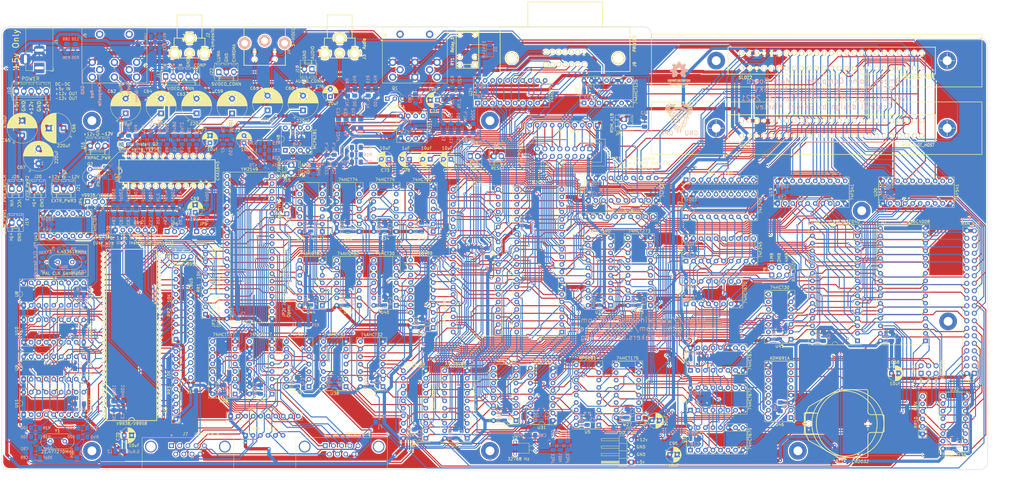
<source format=kicad_pcb>
(kicad_pcb (version 20171130) (host pcbnew "(5.1.6)-1")
  (layers (0 F.Cu signal) (31 B.Cu signal) (34 B.Paste user) (35 F.Paste user) (36 B.SilkS user) (37 F.SilkS user) (38 B.Mask user) (39 F.Mask user) (44 Edge.Cuts user))
  (net 0 "")
  (net 1 VCC)
  (net 2 GND)
  (net 3 "Net-(BT1-Pad1)")
  (net 4 /Processor/RTC_VCC)
  (net 5 VDD)
  (net 6 VSS)
  (net 7 /VDP/RED)
  (net 8 "Net-(C53-Pad2)")
  (net 9 /VDP/GREEN)
  (net 10 /VDP/BLUE)
  (net 11 "Net-(C57-Pad1)")
  (net 12 "Net-(C59-Pad1)")
  (net 13 "Net-(C60-Pad1)")
  (net 14 /VDP/CHROMA)
  (net 15 "Net-(C61-Pad1)")
  (net 16 /VDP/LUMA)
  (net 17 "Net-(C62-Pad1)")
  (net 18 /VDP/ROUT)
  (net 19 "Net-(C63-Pad1)")
  (net 20 /VDP/GOUT)
  (net 21 /VDP/BOUT)
  (net 22 /PSG_SND)
  (net 23 /KEY_CLICK)
  (net 24 "Net-(C74-Pad2)")
  (net 25 /SLT1_SND)
  (net 26 "Net-(C75-Pad2)")
  (net 27 /SLT2_SND)
  (net 28 /AUDIO)
  (net 29 /CAS_OUT)
  (net 30 "Net-(C87-Pad2)")
  (net 31 "Net-(C89-Pad2)")
  (net 32 "Net-(C90-Pad2)")
  (net 33 "Net-(C91-Pad2)")
  (net 34 "Net-(C92-Pad2)")
  (net 35 "Net-(C93-Pad2)")
  (net 36 "Net-(D1-Pad2)")
  (net 37 /PSG/~FWD_A)
  (net 38 /PSG/~BCK_A)
  (net 39 /PSG/~LFT_A)
  (net 40 /PSG/~RGT_A)
  (net 41 /PSG/JOY_OUT_A)
  (net 42 /PSG/~TRG2_A)
  (net 43 /PSG/~TRG1_A)
  (net 44 /PSG/~FWD_B)
  (net 45 /PSG/~BCK_B)
  (net 46 /PSG/~LFT_B)
  (net 47 /PSG/~RGT_B)
  (net 48 /PSG/JOY_OUT_B)
  (net 49 /PSG/~TRG2_B)
  (net 50 /PSG/~TRG1_B)
  (net 51 /Processor/~STROBE)
  (net 52 "Net-(J9-Pad10)")
  (net 53 "Net-(J9-Pad12)")
  (net 54 "Net-(J9-Pad13)")
  (net 55 /PPI/COLUMN0)
  (net 56 /PPI/COLUMN1)
  (net 57 /PPI/COLUMN2)
  (net 58 /PPI/COLUMN3)
  (net 59 /PPI/COLUMN4)
  (net 60 /PPI/COLUMN5)
  (net 61 /PPI/COLUMN6)
  (net 62 /PPI/COLUMN7)
  (net 63 /KANA_LED)
  (net 64 /PPI/CAPS_LED)
  (net 65 /PPI/ROW_D)
  (net 66 /PPI/ROW_C)
  (net 67 /PPI/ROW_B)
  (net 68 /PPI/ROW_A)
  (net 69 /Memory/RAM_A18)
  (net 70 /Memory/RAM_A15)
  (net 71 /Memory/RAM_A16)
  (net 72 /Memory/RAM_A17)
  (net 73 /Memory/RAM_A14)
  (net 74 /~WR)
  (net 75 /A12)
  (net 76 /A13)
  (net 77 /A7)
  (net 78 /A8)
  (net 79 /A6)
  (net 80 /A9)
  (net 81 /A5)
  (net 82 /A11)
  (net 83 /A4)
  (net 84 /~RD)
  (net 85 /A3)
  (net 86 /A10)
  (net 87 /A2)
  (net 88 /Memory/MD7)
  (net 89 /A1)
  (net 90 /Memory/MD6)
  (net 91 /A0)
  (net 92 /Memory/MD5)
  (net 93 /Memory/MD4)
  (net 94 /Memory/MD0)
  (net 95 /Memory/MD3)
  (net 96 /Memory/MD1)
  (net 97 /Memory/MD2)
  (net 98 /Memory/~RAM1_CS)
  (net 99 /Memory/~RAM2_CS)
  (net 100 /Memory/~RAM3_CS)
  (net 101 /Memory/~RAM4_CS)
  (net 102 /Memory/~RAM5_CS)
  (net 103 /Memory/~RAM6_CS)
  (net 104 /Memory/~RAM7_CS)
  (net 105 /Memory/ROM_A18)
  (net 106 /PSG/KBD_TYPE)
  (net 107 "Net-(JP3-Pad1)")
  (net 108 /VDP/VIDEO)
  (net 109 "Net-(JP5-Pad2)")
  (net 110 /VDP/PAL_CLK)
  (net 111 "Net-(Q1-Pad2)")
  (net 112 /VDP/CSYNC)
  (net 113 "Net-(R1-Pad1)")
  (net 114 "Net-(R11-Pad1)")
  (net 115 /CAS_IN)
  (net 116 "Net-(R6-Pad1)")
  (net 117 "Net-(R9-Pad1)")
  (net 118 /CAS_MOT)
  (net 119 /VDP/~VWR)
  (net 120 /VDP/~CAS0)
  (net 121 /VDP/~CAS1)
  (net 122 /VDP/~RAS)
  (net 123 "Net-(R43-Pad2)")
  (net 124 /D0)
  (net 125 /D1)
  (net 126 /D2)
  (net 127 /D3)
  (net 128 /D4)
  (net 129 /D5)
  (net 130 /D6)
  (net 131 /D7)
  (net 132 /Processor/ALARM)
  (net 133 "Net-(RR2-Pad9)")
  (net 134 "Net-(RR2-Pad10)")
  (net 135 "Net-(RR3-Pad4)")
  (net 136 "Net-(RR3-Pad5)")
  (net 137 "Net-(RR3-Pad6)")
  (net 138 "Net-(RR3-Pad7)")
  (net 139 /~VDP_WAIT)
  (net 140 /Slots/BD0)
  (net 141 /Slots/BD1)
  (net 142 /Slots/BD2)
  (net 143 /Slots/BD3)
  (net 144 /Slots/BD4)
  (net 145 /Slots/BD5)
  (net 146 /Slots/BD6)
  (net 147 /Slots/BD7)
  (net 148 /~SLT_WAIT)
  (net 149 /~KBD_WAIT)
  (net 150 /~SLT_INT)
  (net 151 /~BUSDIR1)
  (net 152 /~BUSDIR2)
  (net 153 /VDP/HSYNC)
  (net 154 "Net-(RY1-Pad1)")
  (net 155 /Slots/~CS1)
  (net 156 /Slots/~CS2)
  (net 157 /Slots/~CS12)
  (net 158 /~SLTSL1)
  (net 159 /Slots/~B_RFSH)
  (net 160 /Slots/~B_M1)
  (net 161 /Slots/~B_IORQ)
  (net 162 /Slots/~B_MREQ)
  (net 163 /Slots/~B_WR)
  (net 164 /Slots/~B_RD)
  (net 165 /Slots/~B_RESET)
  (net 166 /Slots/BA9)
  (net 167 /Slots/BA15)
  (net 168 /Slots/BA11)
  (net 169 /Slots/BA10)
  (net 170 /Slots/BA7)
  (net 171 /Slots/BA6)
  (net 172 /Slots/BA12)
  (net 173 /Slots/BA8)
  (net 174 /Slots/BA14)
  (net 175 /Slots/BA13)
  (net 176 /Slots/BA1)
  (net 177 /Slots/BA0)
  (net 178 /Slots/BA3)
  (net 179 /Slots/BA2)
  (net 180 /Slots/BA5)
  (net 181 /Slots/BA4)
  (net 182 /Slots/B_CLK)
  (net 183 /~SLTSL2)
  (net 184 /A14)
  (net 185 /A15)
  (net 186 /Processor/~INT)
  (net 187 "Net-(U1-Pad18)")
  (net 188 /~MREQ)
  (net 189 /~IORQ)
  (net 190 /~WAIT)
  (net 191 /~RESET)
  (net 192 /~M1)
  (net 193 /~RFSH)
  (net 194 "Net-(U2-Pad1)")
  (net 195 "Net-(U2-Pad2)")
  (net 196 "Net-(U2-Pad3)")
  (net 197 "Net-(U2-Pad4)")
  (net 198 /~PPI_CS)
  (net 199 /RESET)
  (net 200 "Net-(U2-Pad37)")
  (net 201 "Net-(U2-Pad38)")
  (net 202 "Net-(U2-Pad39)")
  (net 203 "Net-(U2-Pad40)")
  (net 204 /CLK)
  (net 205 /~VDP_INT)
  (net 206 /VDP/~VDP_WR)
  (net 207 /VDP/~VDP_RD)
  (net 208 /VDP/VD0)
  (net 209 /VDP/VD1)
  (net 210 /VDP/VD2)
  (net 211 /VDP/VD3)
  (net 212 /VDP/VD4)
  (net 213 /VDP/VD5)
  (net 214 /VDP/VD6)
  (net 215 /VDP/VD7)
  (net 216 /VDP/VA0)
  (net 217 /VDP/VA1)
  (net 218 /VDP/VA2)
  (net 219 /VDP/VA3)
  (net 220 /VDP/VA4)
  (net 221 /VDP/VA5)
  (net 222 /VDP/VA6)
  (net 223 /VDP/VA7)
  (net 224 "Net-(U4-Pad2)")
  (net 225 "Net-(U4-Pad5)")
  (net 226 /PSG/JOY_SEL)
  (net 227 /PSG/JB3)
  (net 228 /PSG/JB2)
  (net 229 /PSG/JB1)
  (net 230 /PSG/JB0)
  (net 231 /PSG/JOY_TRG2)
  (net 232 /PSG/JOY_TRG1)
  (net 233 /PSG/JOY_LFT)
  (net 234 /PSG/JOY_RGT)
  (net 235 /PSG/JOY_BCK)
  (net 236 /PSG/JOY_FWD)
  (net 237 "Net-(U4-Pad26)")
  (net 238 /PSG/PSG_BDIR)
  (net 239 /PSG/PSG_BC1)
  (net 240 "Net-(U4-Pad39)")
  (net 241 /Processor/~RTC_CS_B)
  (net 242 "Net-(U27-Pad2)")
  (net 243 "Net-(U27-Pad7)")
  (net 244 "Net-(U27-Pad10)")
  (net 245 "Net-(U27-Pad15)")
  (net 246 /ROM_A16)
  (net 247 /~ROM_CS)
  (net 248 /ROM_A17)
  (net 249 /Memory/~RAM0_CS)
  (net 250 /Processor/~PRT_DAT_WR)
  (net 251 /Processor/~PRT_CMD_CS)
  (net 252 /~PAGE_CS)
  (net 253 /Processor/~RTC_CS)
  (net 254 /Processor/~RTC_AD_WR)
  (net 255 /~PSG_CS)
  (net 256 /~VDP_CS)
  (net 257 /PPI/SLT_A)
  (net 258 /PPI/SLT_B)
  (net 259 /PPI/SB_SLT_A)
  (net 260 /PPI/SB_SLT_B)
  (net 261 /PPI/~FFFF)
  (net 262 /~RAM_SL)
  (net 263 /~MEM_RD)
  (net 264 /PPI/~SLTSL3)
  (net 265 /Slots/SLT_DIR)
  (net 266 /~M1_WAIT)
  (net 267 /Memory/~PAGE_RD)
  (net 268 /Memory/~PAGE_WR)
  (net 269 /Memory/RAM_A21)
  (net 270 /Memory/RAM_A20)
  (net 271 /Memory/RAM_A19)
  (net 272 /PPI/~SUB_RD)
  (net 273 "Net-(U22-Pad2)")
  (net 274 "Net-(U22-Pad3)")
  (net 275 "Net-(U22-Pad4)")
  (net 276 "Net-(U22-Pad5)")
  (net 277 "Net-(U22-Pad6)")
  (net 278 "Net-(U22-Pad7)")
  (net 279 "Net-(U22-Pad8)")
  (net 280 "Net-(U22-Pad9)")
  (net 281 /PPI/~SUB_WR)
  (net 282 "Net-(U27-Pad3)")
  (net 283 "Net-(U27-Pad6)")
  (net 284 "Net-(U27-Pad11)")
  (net 285 "Net-(U27-Pad14)")
  (net 286 "Net-(U29-Pad9)")
  (net 287 "Net-(U29-Pad12)")
  (net 288 "Net-(U30-Pad1)")
  (net 289 /Processor/~PRT_BSY_RD)
  (net 290 "Net-(U33-Pad6)")
  (net 291 "Net-(U33-Pad8)")
  (net 292 "Net-(U33-Pad11)")
  (net 293 "Net-(U34-Pad4)")
  (net 294 "Net-(U34-Pad6)")
  (net 295 "Net-(U34-Pad8)")
  (net 296 /Processor/~PRT_STB_WR)
  (net 297 "Net-(U36-Pad1)")
  (net 298 "Net-(U36-Pad12)")
  (net 299 "Net-(U36-Pad6)")
  (net 300 "Net-(U36-Pad8)")
  (net 301 "Net-(U36-Pad9)")
  (net 302 /PPI/~SUB_REG_CS)
  (net 303 "Net-(U38-Pad5)")
  (net 304 "Net-(U43-Pad8)")
  (net 305 "Net-(U43-Pad10)")
  (net 306 "Net-(U43-Pad12)")
  (net 307 "Net-(U45-Pad1)")
  (net 308 "Net-(U45-Pad10)")
  (net 309 "Net-(U46-Pad5)")
  (net 310 "Net-(U46-Pad6)")
  (net 311 "Net-(U46-Pad7)")
  (net 312 "Net-(U46-Pad8)")
  (net 313 "Net-(U46-Pad10)")
  (net 314 "Net-(U46-Pad11)")
  (net 315 "Net-(U46-Pad14)")
  (net 316 "Net-(U47-Pad8)")
  (net 317 "Net-(U48-Pad1)")
  (net 318 "Net-(U48-Pad5)")
  (net 319 "Net-(U48-Pad8)")
  (net 320 "Net-(U49-Pad5)")
  (net 321 "Net-(U49-Pad6)")
  (net 322 "Net-(RR6-Pad10)")
  (net 323 /Processor/PD0)
  (net 324 /Processor/PD1)
  (net 325 /Processor/PD2)
  (net 326 /Processor/PD3)
  (net 327 /Processor/PD4)
  (net 328 /Processor/PD5)
  (net 329 /Processor/PD6)
  (net 330 /Processor/PD7)
  (net 331 "Net-(U38-Pad4)")
  (net 332 "Net-(U39-Pad8)")
  (net 333 "Net-(U39-Pad10)")
  (net 334 /VDP/SYNCIN)
  (net 335 "Net-(Q2-Pad3)")
  (net 336 "Net-(RR4-Pad2)")
  (net 337 "Net-(U35-Pad9)")
  (net 338 "Net-(U35-Pad6)")
  (net 339 "Net-(U35-Pad12)")
  (net 340 "Net-(RR5-Pad8)")
  (net 341 "Net-(C79-Pad1)")
  (net 342 "Net-(C80-Pad2)")
  (net 343 "Net-(R46-Pad2)")
  (net 344 "Net-(R47-Pad2)")
  (net 345 "Net-(J6-Pad6)")
  (net 346 "Net-(J6-Pad4)")
  (net 347 "Net-(J6-Pad7)")
  (net 348 /VDP/COMP)
  (net 349 /VDP/YS)
  (net 350 /VDP/AV)
  (net 351 "Net-(C51-Pad2)")
  (net 352 "Net-(C52-Pad2)")
  (net 353 "Net-(C54-Pad1)")
  (net 354 "Net-(C55-Pad1)")
  (net 355 "Net-(C56-Pad2)")
  (net 356 "Net-(C71-Pad1)")
  (net 357 "Net-(C72-Pad2)")
  (net 358 "Net-(C73-Pad2)")
  (net 359 "Net-(C76-Pad1)")
  (net 360 "Net-(C77-Pad1)")
  (net 361 "Net-(C78-Pad2)")
  (net 362 "Net-(C80-Pad1)")
  (net 363 "Net-(C81-Pad2)")
  (net 364 "Net-(C88-Pad2)")
  (net 365 "Net-(C91-Pad1)")
  (net 366 "Net-(C94-Pad1)")
  (net 367 "Net-(R20-Pad2)")
  (net 368 "Net-(R40-Pad2)")
  (net 369 "Net-(R48-Pad2)")
  (net 370 /PRT_BUSY)
  (net 371 VCCVDP)
  (net 372 VCCRGB)
  (net 373 "Net-(RR5-Pad5)")
  (net 374 "Net-(F1-Pad1)")
  (net 375 "Net-(C64-Pad1)")
  (net 376 "Net-(R29-Pad2)")
  (net 377 "Net-(R37-Pad2)")
  (net 378 "Net-(R38-Pad2)")
  (net 379 "Net-(R39-Pad2)")
  (net 380 "Net-(R44-Pad2)")
  (net 381 "Net-(R45-Pad2)")
  (net 382 "Net-(C86-Pad2)")
  (net 383 /VDP/CB4)
  (net 384 /VDP/CB3)
  (net 385 /VDP/CB2)
  (net 386 /VDP/CB1)
  (net 387 /VDP/CB0)
  (net 388 /VDP/CB7)
  (net 389 /VDP/CB6)
  (net 390 /VDP/CB5)
  (net 391 /VDP/CBDR)
  (net 392 /VDP/~DLCLK)
  (net 393 /VDP/~DHCLK)
  (net 394 "Net-(JP4-Pad1)")
  (net 395 "Net-(JP4-Pad3)")
  (net 396 "Net-(JP6-Pad1)")
  (net 397 "Net-(JP6-Pad2)")
  (net 398 "Net-(RR10-Pad5)")
  (net 399 "Net-(RR10-Pad6)")
  (net 400 "Net-(JP8-Pad2)")
  (net 401 "Net-(JP8-Pad4)")
  (net 402 "Net-(JP8-Pad6)")
  (net 403 "Net-(JP7-Pad5)")
  (net 404 "Net-(JP7-Pad3)")
  (net 405 "Net-(JP7-Pad1)")
  (net 406 /Analog/FMPAMP)
  (net 407 NMI)
  (net 408 BUSREQ)
  (net 409 BUSACK)
  (net 410 /PWR1)
  (net 411 "Net-(HOLE1-Pad1)")
  (net 412 "Net-(HOLE2-Pad1)")
  (net 413 "Net-(HOLE3-Pad1)")
  (net 414 "Net-(HOLE4-Pad1)")
  (net 415 "Net-(HOLE5-Pad1)")
  (net 416 "Net-(HOLE6-Pad1)")
  (net 417 "Net-(HOLE7-Pad1)")
  (net 418 "Net-(HOLE8-Pad1)")
  (net 419 "Net-(HOLE9-Pad1)")
  (net 420 "Net-(HOLE10-Pad1)")
  (net 421 "Net-(HOLE11-Pad1)")
  (module Symbol:Symbol_GNU-Logo_SilkscreenTop (layer B.Cu) (at 266.95 75.525 180)
    (fp_text reference REF04 hide)
    (fp_text value Symbol_GNU-Logo_SilkscreenTop)
  )
  (module Symbol:Symbol_GNU-Logo_SilkscreenTop (layer F.Cu) (at 267.275 75.525)
    (fp_text reference REF03 hide)
    (fp_text value Symbol_GNU-Logo_SilkscreenTop)
  )
  (module OmegaMSX_1_3:OSHW-Logo_7.5x8mm_SilkScreen (layer B.Cu) (at 267.15 61.525 180)
    (fp_text reference REF02 hide)
    (fp_text value OSHW-Logo_7.5x8mm_SilkScreen hide)
  )
  (module OmegaMSX_1_3:OSHW-Logo_7.5x8mm_SilkScreen (layer F.Cu) (at 267.125 61.525)
    (fp_text reference REF01 hide)
    (fp_text value OSHW-Logo_7.5x8mm_SilkScreen hide)
  )
  (module MountingHole:MountingHole_3mm_Pad (layer F.Cu) (at 357.822 80.01)
    (fp_text reference HOLE11 hide)
    (fp_text value HOLE)
    (pad 1 thru_hole circle (at 0 0) (size 6 6) (drill 3) (layers *.Cu *.Mask) (net 421 "Net-(HOLE11-Pad1)"))
  )
  (module MountingHole:MountingHole_3mm_Pad (layer F.Cu) (at 279.718 80.01)
    (fp_text reference HOLE10 hide)
    (fp_text value HOLE)
    (pad 1 thru_hole circle (at 0 0) (size 6 6) (drill 3) (layers *.Cu *.Mask) (net 420 "Net-(HOLE10-Pad1)"))
  )
  (module MountingHole:MountingHole_3mm_Pad (layer F.Cu) (at 357.822 57.15)
    (fp_text reference HOLE9 hide)
    (fp_text value HOLE)
    (pad 1 thru_hole circle (at 0 0) (size 6 6) (drill 3) (layers *.Cu *.Mask) (net 419 "Net-(HOLE9-Pad1)"))
  )
  (module MountingHole:MountingHole_3mm_Pad (layer F.Cu) (at 279.718 57.15)
    (fp_text reference HOLE8 hide)
    (fp_text value HOLE)
    (pad 1 thru_hole circle (at 0 0) (size 6 6) (drill 3) (layers *.Cu *.Mask) (net 418 "Net-(HOLE8-Pad1)"))
  )
  (module MountingHole:MountingHole_3mm_Pad (layer F.Cu) (at 358.14 145.415)
    (fp_text reference HOLE7 hide)
    (fp_text value HOLE)
    (pad 1 thru_hole circle (at 0 0) (size 6 6) (drill 3) (layers *.Cu *.Mask) (net 417 "Net-(HOLE7-Pad1)"))
  )
  (module MountingHole:MountingHole_3mm_Pad (layer F.Cu) (at 307.34 189.23)
    (fp_text reference HOLE6 hide)
    (fp_text value HOLE)
    (pad 1 thru_hole circle (at 0 0) (size 6 6) (drill 3) (layers *.Cu *.Mask) (net 416 "Net-(HOLE6-Pad1)"))
  )
  (module MountingHole:MountingHole_3mm_Pad (layer F.Cu) (at 203.2 189.23)
    (fp_text reference HOLE5 hide)
    (fp_text value HOLE)
    (pad 1 thru_hole circle (at 0 0) (size 6 6) (drill 3) (layers *.Cu *.Mask) (net 415 "Net-(HOLE5-Pad1)"))
  )
  (module MountingHole:MountingHole_3mm_Pad (layer F.Cu) (at 68.58 189.23)
    (fp_text reference HOLE4 hide)
    (fp_text value HOLE)
    (pad 1 thru_hole circle (at 0 0) (size 6 6) (drill 3) (layers *.Cu *.Mask) (net 414 "Net-(HOLE4-Pad1)"))
  )
  (module MountingHole:MountingHole_3mm_Pad (layer F.Cu) (at 328.93 107.95)
    (fp_text reference HOLE3 hide)
    (fp_text value HOLE)
    (pad 1 thru_hole circle (at 0 0) (size 6 6) (drill 3) (layers *.Cu *.Mask) (net 413 "Net-(HOLE3-Pad1)"))
  )
  (module MountingHole:MountingHole_3mm_Pad (layer F.Cu) (at 203.2 77.47)
    (fp_text reference HOLE2 hide)
    (fp_text value HOLE)
    (pad 1 thru_hole circle (at 0 0) (size 6 6) (drill 3) (layers *.Cu *.Mask) (net 412 "Net-(HOLE2-Pad1)"))
  )
  (module MountingHole:MountingHole_3mm_Pad (layer F.Cu) (at 68.58 77.47)
    (fp_text reference HOLE1 hide)
    (fp_text value HOLE)
    (pad 1 thru_hole circle (at 0 0) (size 6 6) (drill 3) (layers *.Cu *.Mask) (net 411 "Net-(HOLE1-Pad1)"))
  )
  (module Connector_Molex:Molex_KK-254_AE-6410-05A_1x05_P2.54mm_Vertical (layer F.Cu) (at 43 67.5)
    (fp_text reference J10 (at -2.475 -0.125 90) (layer F.SilkS))
    (fp_text value POWER (at 4.825 -4.225) (layer F.SilkS) (effects (font (size 1.2 1.2))))
    (pad 5 thru_hole oval (at 10.16 0) (size 1.74 2.19) (drill 1.19) (layers *.Cu *.Mask) (net 6 VSS))
    (pad 4 thru_hole oval (at 7.62 0) (size 1.74 2.19) (drill 1.19) (layers *.Cu *.Mask) (net 2 GND))
    (pad 3 thru_hole oval (at 5.08 0) (size 1.74 2.19) (drill 1.19) (layers *.Cu *.Mask) (net 5 VDD))
    (pad 2 thru_hole oval (at 2.54 0) (size 1.74 2.19) (drill 1.19) (layers *.Cu *.Mask) (net 2 GND))
    (pad 1 thru_hole roundrect (at 0 0) (size 1.74 2.19) (drill 1.19) (layers *.Cu *.Mask) (roundrect_rratio 0.143678) (net 1 VCC))
  )
  (module Connector_Molex:Molex_KK-254_AE-6410-02A_1x02_P2.54mm_Vertical (layer F.Cu) (at 41.5 100.5)
    (fp_text reference J26 (at 1.225 -4.075) (layer F.SilkS))
    (fp_text value PWR_SWITCH (at -2.45 -0.075 90) (layer F.SilkS))
    (pad 2 thru_hole oval (at 2.54 0) (size 1.74 2.19) (drill 1.19) (layers *.Cu *.Mask) (net 1 VCC))
    (pad 1 thru_hole roundrect (at 0 0) (size 1.74 2.19) (drill 1.19) (layers *.Cu *.Mask) (roundrect_rratio 0.143678) (net 410 /PWR1))
  )
  (module Connector_BarrelJack:BarrelJack_Horizontal (layer F.Cu) (at 50.8 59.6 270)
    (fp_text reference J1 (at -8.85 -5.625 90) (layer F.SilkS))
    (fp_text value 5V)
    (pad 3 thru_hole roundrect (at -3 4.7 270) (size 3.5 3.5) (drill oval 3 1) (layers *.Cu *.Mask) (net 2 GND))
    (pad 2 thru_hole roundrect (at -6 0 270) (size 3 3.5) (drill oval 1 3) (layers *.Cu *.Mask) (net 2 GND))
    (pad 1 thru_hole rect (at 0 0 270) (size 3.5 3.5) (drill oval 1 3) (layers *.Cu *.Mask) (net 410 /PWR1))
  )
  (module Package_DIP:DIP-20_W7.62mm_Socket (layer F.Cu) (at 199 71.5 90)
    (fp_text reference U24 (at 3.81 -2.33 90) (layer F.SilkS))
    (fp_text value 74HCT273 (at 3.81 25.19 90) (layer F.SilkS))
    (pad 20 thru_hole oval (at 7.62 0 90) (size 1.6 1.6) (drill 0.8) (layers *.Cu *.Mask) (net 1 VCC))
    (pad 10 thru_hole oval (at 0 22.86 90) (size 1.6 1.6) (drill 0.8) (layers *.Cu *.Mask) (net 2 GND))
    (pad 19 thru_hole oval (at 7.62 2.54 90) (size 1.6 1.6) (drill 0.8) (layers *.Cu *.Mask) (net 329 /Processor/PD6))
    (pad 9 thru_hole oval (at 0 20.32 90) (size 1.6 1.6) (drill 0.8) (layers *.Cu *.Mask) (net 328 /Processor/PD5))
    (pad 18 thru_hole oval (at 7.62 5.08 90) (size 1.6 1.6) (drill 0.8) (layers *.Cu *.Mask) (net 130 /D6))
    (pad 8 thru_hole oval (at 0 17.78 90) (size 1.6 1.6) (drill 0.8) (layers *.Cu *.Mask) (net 129 /D5))
    (pad 17 thru_hole oval (at 7.62 7.62 90) (size 1.6 1.6) (drill 0.8) (layers *.Cu *.Mask) (net 124 /D0))
    (pad 7 thru_hole oval (at 0 15.24 90) (size 1.6 1.6) (drill 0.8) (layers *.Cu *.Mask) (net 127 /D3))
    (pad 16 thru_hole oval (at 7.62 10.16 90) (size 1.6 1.6) (drill 0.8) (layers *.Cu *.Mask) (net 323 /Processor/PD0))
    (pad 6 thru_hole oval (at 0 12.7 90) (size 1.6 1.6) (drill 0.8) (layers *.Cu *.Mask) (net 326 /Processor/PD3))
    (pad 15 thru_hole oval (at 7.62 12.7 90) (size 1.6 1.6) (drill 0.8) (layers *.Cu *.Mask) (net 324 /Processor/PD1))
    (pad 5 thru_hole oval (at 0 10.16 90) (size 1.6 1.6) (drill 0.8) (layers *.Cu *.Mask) (net 325 /Processor/PD2))
    (pad 14 thru_hole oval (at 7.62 15.24 90) (size 1.6 1.6) (drill 0.8) (layers *.Cu *.Mask) (net 125 /D1))
    (pad 4 thru_hole oval (at 0 7.62 90) (size 1.6 1.6) (drill 0.8) (layers *.Cu *.Mask) (net 126 /D2))
    (pad 13 thru_hole oval (at 7.62 17.78 90) (size 1.6 1.6) (drill 0.8) (layers *.Cu *.Mask) (net 128 /D4))
    (pad 3 thru_hole oval (at 0 5.08 90) (size 1.6 1.6) (drill 0.8) (layers *.Cu *.Mask) (net 131 /D7))
    (pad 12 thru_hole oval (at 7.62 20.32 90) (size 1.6 1.6) (drill 0.8) (layers *.Cu *.Mask) (net 327 /Processor/PD4))
    (pad 2 thru_hole oval (at 0 2.54 90) (size 1.6 1.6) (drill 0.8) (layers *.Cu *.Mask) (net 330 /Processor/PD7))
    (pad 11 thru_hole oval (at 7.62 22.86 90) (size 1.6 1.6) (drill 0.8) (layers *.Cu *.Mask) (net 250 /Processor/~PRT_DAT_WR))
    (pad 1 thru_hole rect (at 0 0 90) (size 1.6 1.6) (drill 0.8) (layers *.Cu *.Mask) (net 191 /~RESET))
  )
  (module OmegaMSX_1_4:IC_DIP24_400 (layer F.Cu) (at 94 94.5)
    (fp_text reference U47 (at -17.1 2.225 90) (layer F.SilkS))
    (fp_text value CXA1645 (at 17.125 0 90) (layer F.SilkS) (effects (font (thickness 0.15) italic)))
    (pad 1 thru_hole rect (at -13.97 5.08) (size 1.397 1.397) (drill 0.8128) (layers *.Cu *.Mask F.SilkS) (net 2 GND))
    (pad 2 thru_hole circle (at -11.43 5.08) (size 1.397 1.397) (drill 0.8128) (layers *.Cu *.Mask F.SilkS) (net 351 "Net-(C51-Pad2)"))
    (pad 3 thru_hole circle (at -8.89 5.08) (size 1.397 1.397) (drill 0.8128) (layers *.Cu *.Mask F.SilkS) (net 352 "Net-(C52-Pad2)"))
    (pad 4 thru_hole circle (at -6.35 5.08) (size 1.397 1.397) (drill 0.8128) (layers *.Cu *.Mask F.SilkS) (net 8 "Net-(C53-Pad2)"))
    (pad 5 thru_hole circle (at -3.81 5.08) (size 1.397 1.397) (drill 0.8128) (layers *.Cu *.Mask F.SilkS))
    (pad 6 thru_hole circle (at -1.27 5.08) (size 1.397 1.397) (drill 0.8128) (layers *.Cu *.Mask F.SilkS) (net 366 "Net-(C94-Pad1)"))
    (pad 7 thru_hole circle (at 1.27 5.08) (size 1.397 1.397) (drill 0.8128) (layers *.Cu *.Mask F.SilkS) (net 109 "Net-(JP5-Pad2)"))
    (pad 8 thru_hole circle (at 3.81 5.08) (size 1.397 1.397) (drill 0.8128) (layers *.Cu *.Mask F.SilkS) (net 316 "Net-(U47-Pad8)"))
    (pad 9 thru_hole circle (at 6.35 5.08) (size 1.397 1.397) (drill 0.8128) (layers *.Cu *.Mask F.SilkS) (net 353 "Net-(C54-Pad1)"))
    (pad 10 thru_hole circle (at 8.89 5.08) (size 1.397 1.397) (drill 0.8128) (layers *.Cu *.Mask F.SilkS) (net 334 /VDP/SYNCIN))
    (pad 11 thru_hole circle (at 11.43 5.08) (size 1.397 1.397) (drill 0.8128) (layers *.Cu *.Mask F.SilkS))
    (pad 12 thru_hole circle (at 13.97 5.08) (size 1.397 1.397) (drill 0.8128) (layers *.Cu *.Mask F.SilkS) (net 372 VCCRGB))
    (pad 13 thru_hole circle (at 13.97 -5.08) (size 1.397 1.397) (drill 0.8128) (layers *.Cu *.Mask F.SilkS) (net 354 "Net-(C55-Pad1)"))
    (pad 14 thru_hole circle (at 11.43 -5.08) (size 1.397 1.397) (drill 0.8128) (layers *.Cu *.Mask F.SilkS) (net 360 "Net-(C77-Pad1)"))
    (pad 15 thru_hole circle (at 8.89 -5.08) (size 1.397 1.397) (drill 0.8128) (layers *.Cu *.Mask F.SilkS) (net 380 "Net-(R44-Pad2)"))
    (pad 16 thru_hole circle (at 6.35 -5.08) (size 1.397 1.397) (drill 0.8128) (layers *.Cu *.Mask F.SilkS) (net 381 "Net-(R45-Pad2)"))
    (pad 17 thru_hole circle (at 3.81 -5.08) (size 1.397 1.397) (drill 0.8128) (layers *.Cu *.Mask F.SilkS) (net 365 "Net-(C91-Pad1)"))
    (pad 18 thru_hole circle (at 1.27 -5.08) (size 1.397 1.397) (drill 0.8128) (layers *.Cu *.Mask F.SilkS) (net 117 "Net-(R9-Pad1)"))
    (pad 19 thru_hole circle (at -1.27 -5.08) (size 1.397 1.397) (drill 0.8128) (layers *.Cu *.Mask F.SilkS) (net 372 VCCRGB))
    (pad 20 thru_hole circle (at -3.81 -5.08) (size 1.397 1.397) (drill 0.8128) (layers *.Cu *.Mask F.SilkS) (net 123 "Net-(R43-Pad2)"))
    (pad 21 thru_hole circle (at -6.35 -5.08) (size 1.397 1.397) (drill 0.8128) (layers *.Cu *.Mask F.SilkS) (net 369 "Net-(R48-Pad2)"))
    (pad 22 thru_hole circle (at -8.89 -5.08) (size 1.397 1.397) (drill 0.8128) (layers *.Cu *.Mask F.SilkS) (net 344 "Net-(R47-Pad2)"))
    (pad 23 thru_hole circle (at -11.43 -5.08) (size 1.397 1.397) (drill 0.8128) (layers *.Cu *.Mask F.SilkS) (net 343 "Net-(R46-Pad2)"))
    (pad 24 thru_hole circle (at -13.97 -5.08) (size 1.397 1.397) (drill 0.8128) (layers *.Cu *.Mask F.SilkS) (net 2 GND))
  )
  (module Connector_PinHeader_2.54mm:PinHeader_1x04_P2.54mm_Horizontal (layer F.Cu) (at 250.975 193.075 180)
    (fp_text reference J25 hide)
    (fp_text value FDD_PWR (at 1.575 9.95) (layer F.SilkS))
    (pad 4 thru_hole oval (at 0 7.62 180) (size 1.7 1.7) (drill 1) (layers *.Cu *.Mask) (net 5 VDD))
    (pad 3 thru_hole oval (at 0 5.08 180) (size 1.7 1.7) (drill 1) (layers *.Cu *.Mask) (net 2 GND))
    (pad 2 thru_hole oval (at 0 2.54 180) (size 1.7 1.7) (drill 1) (layers *.Cu *.Mask) (net 2 GND))
    (pad 1 thru_hole rect (at 0 0 180) (size 1.7 1.7) (drill 1) (layers *.Cu *.Mask) (net 1 VCC))
  )
  (module Connector_Molex:Molex_KK-254_AE-6410-02A_1x02_P2.54mm_Vertical (layer F.Cu) (at 49 100.5)
    (fp_text reference J20 (at 1.27 -4.12) (layer F.SilkS))
    (fp_text value EXTR_PWR2 (at -2.25 -0.225 90) (layer F.SilkS))
    (pad 2 thru_hole oval (at 2.54 0) (size 1.74 2.19) (drill 1.19) (layers *.Cu *.Mask) (net 2 GND))
    (pad 1 thru_hole roundrect (at 0 0) (size 1.74 2.19) (drill 1.19) (layers *.Cu *.Mask) (roundrect_rratio 0.143678) (net 1 VCC))
  )
  (module Connector_Molex:Molex_KK-254_AE-6410-02A_1x02_P2.54mm_Vertical (layer F.Cu) (at 41.5 112)
    (fp_text reference J19 (at 5.125 -0.175 90) (layer F.SilkS))
    (fp_text value EXTR_PWR1 (at -2.475 -0.35 90) (layer F.SilkS))
    (pad 2 thru_hole oval (at 2.54 0) (size 1.74 2.19) (drill 1.19) (layers *.Cu *.Mask) (net 2 GND))
    (pad 1 thru_hole roundrect (at 0 0) (size 1.74 2.19) (drill 1.19) (layers *.Cu *.Mask) (roundrect_rratio 0.143678) (net 1 VCC))
  )
  (module Package_DIP:DIP-40_W15.24mm_Socket (layer F.Cu) (at 206 149 180)
    (fp_text reference U1 (at 7.62 -2.33) (layer F.SilkS))
    (fp_text value Z84C00 (at 7.62 50.59) (layer F.SilkS))
    (pad 40 thru_hole oval (at 15.24 0 180) (size 1.6 1.6) (drill 0.8) (layers *.Cu *.Mask) (net 86 /A10))
    (pad 20 thru_hole oval (at 0 48.26 180) (size 1.6 1.6) (drill 0.8) (layers *.Cu *.Mask) (net 189 /~IORQ))
    (pad 39 thru_hole oval (at 15.24 2.54 180) (size 1.6 1.6) (drill 0.8) (layers *.Cu *.Mask) (net 80 /A9))
    (pad 19 thru_hole oval (at 0 45.72 180) (size 1.6 1.6) (drill 0.8) (layers *.Cu *.Mask) (net 188 /~MREQ))
    (pad 38 thru_hole oval (at 15.24 5.08 180) (size 1.6 1.6) (drill 0.8) (layers *.Cu *.Mask) (net 78 /A8))
    (pad 18 thru_hole oval (at 0 43.18 180) (size 1.6 1.6) (drill 0.8) (layers *.Cu *.Mask) (net 187 "Net-(U1-Pad18)"))
    (pad 37 thru_hole oval (at 15.24 7.62 180) (size 1.6 1.6) (drill 0.8) (layers *.Cu *.Mask) (net 77 /A7))
    (pad 17 thru_hole oval (at 0 40.64 180) (size 1.6 1.6) (drill 0.8) (layers *.Cu *.Mask) (net 407 NMI))
    (pad 36 thru_hole oval (at 15.24 10.16 180) (size 1.6 1.6) (drill 0.8) (layers *.Cu *.Mask) (net 79 /A6))
    (pad 16 thru_hole oval (at 0 38.1 180) (size 1.6 1.6) (drill 0.8) (layers *.Cu *.Mask) (net 186 /Processor/~INT))
    (pad 35 thru_hole oval (at 15.24 12.7 180) (size 1.6 1.6) (drill 0.8) (layers *.Cu *.Mask) (net 81 /A5))
    (pad 15 thru_hole oval (at 0 35.56 180) (size 1.6 1.6) (drill 0.8) (layers *.Cu *.Mask) (net 125 /D1))
    (pad 34 thru_hole oval (at 15.24 15.24 180) (size 1.6 1.6) (drill 0.8) (layers *.Cu *.Mask) (net 83 /A4))
    (pad 14 thru_hole oval (at 0 33.02 180) (size 1.6 1.6) (drill 0.8) (layers *.Cu *.Mask) (net 124 /D0))
    (pad 33 thru_hole oval (at 15.24 17.78 180) (size 1.6 1.6) (drill 0.8) (layers *.Cu *.Mask) (net 85 /A3))
    (pad 13 thru_hole oval (at 0 30.48 180) (size 1.6 1.6) (drill 0.8) (layers *.Cu *.Mask) (net 131 /D7))
    (pad 32 thru_hole oval (at 15.24 20.32 180) (size 1.6 1.6) (drill 0.8) (layers *.Cu *.Mask) (net 87 /A2))
    (pad 12 thru_hole oval (at 0 27.94 180) (size 1.6 1.6) (drill 0.8) (layers *.Cu *.Mask) (net 126 /D2))
    (pad 31 thru_hole oval (at 15.24 22.86 180) (size 1.6 1.6) (drill 0.8) (layers *.Cu *.Mask) (net 89 /A1))
    (pad 11 thru_hole oval (at 0 25.4 180) (size 1.6 1.6) (drill 0.8) (layers *.Cu *.Mask) (net 1 VCC))
    (pad 30 thru_hole oval (at 15.24 25.4 180) (size 1.6 1.6) (drill 0.8) (layers *.Cu *.Mask) (net 91 /A0))
    (pad 10 thru_hole oval (at 0 22.86 180) (size 1.6 1.6) (drill 0.8) (layers *.Cu *.Mask) (net 130 /D6))
    (pad 29 thru_hole oval (at 15.24 27.94 180) (size 1.6 1.6) (drill 0.8) (layers *.Cu *.Mask) (net 2 GND))
    (pad 9 thru_hole oval (at 0 20.32 180) (size 1.6 1.6) (drill 0.8) (layers *.Cu *.Mask) (net 129 /D5))
    (pad 28 thru_hole oval (at 15.24 30.48 180) (size 1.6 1.6) (drill 0.8) (layers *.Cu *.Mask) (net 193 /~RFSH))
    (pad 8 thru_hole oval (at 0 17.78 180) (size 1.6 1.6) (drill 0.8) (layers *.Cu *.Mask) (net 127 /D3))
    (pad 27 thru_hole oval (at 15.24 33.02 180) (size 1.6 1.6) (drill 0.8) (layers *.Cu *.Mask) (net 192 /~M1))
    (pad 7 thru_hole oval (at 0 15.24 180) (size 1.6 1.6) (drill 0.8) (layers *.Cu *.Mask) (net 128 /D4))
    (pad 26 thru_hole oval (at 15.24 35.56 180) (size 1.6 1.6) (drill 0.8) (layers *.Cu *.Mask) (net 191 /~RESET))
    (pad 6 thru_hole oval (at 0 12.7 180) (size 1.6 1.6) (drill 0.8) (layers *.Cu *.Mask) (net 376 "Net-(R29-Pad2)"))
    (pad 25 thru_hole oval (at 15.24 38.1 180) (size 1.6 1.6) (drill 0.8) (layers *.Cu *.Mask) (net 408 BUSREQ))
    (pad 5 thru_hole oval (at 0 10.16 180) (size 1.6 1.6) (drill 0.8) (layers *.Cu *.Mask) (net 185 /A15))
    (pad 24 thru_hole oval (at 15.24 40.64 180) (size 1.6 1.6) (drill 0.8) (layers *.Cu *.Mask) (net 190 /~WAIT))
    (pad 4 thru_hole oval (at 0 7.62 180) (size 1.6 1.6) (drill 0.8) (layers *.Cu *.Mask) (net 184 /A14))
    (pad 23 thru_hole oval (at 15.24 43.18 180) (size 1.6 1.6) (drill 0.8) (layers *.Cu *.Mask) (net 409 BUSACK))
    (pad 3 thru_hole oval (at 0 5.08 180) (size 1.6 1.6) (drill 0.8) (layers *.Cu *.Mask) (net 76 /A13))
    (pad 22 thru_hole oval (at 15.24 45.72 180) (size 1.6 1.6) (drill 0.8) (layers *.Cu *.Mask) (net 74 /~WR))
    (pad 2 thru_hole oval (at 0 2.54 180) (size 1.6 1.6) (drill 0.8) (layers *.Cu *.Mask) (net 75 /A12))
    (pad 21 thru_hole oval (at 15.24 48.26 180) (size 1.6 1.6) (drill 0.8) (layers *.Cu *.Mask) (net 84 /~RD))
    (pad 1 thru_hole rect (at 0 0 180) (size 1.6 1.6) (drill 0.8) (layers *.Cu *.Mask) (net 82 /A11))
  )
  (module Omega_MSX:Conn_Edge_50P (layer F.Cu) (at 318.77 57.15 180)
    (fp_text reference SLOT2 (at 29.21 -5.715) (layer F.SilkS) (effects (font (size 1.016 1.016) (thickness 0.2032))))
    (fp_text value MSX_SLOT_HOST (at -29.21 -5.715) (layer F.SilkS) (effects (font (size 1.016 0.9144) (thickness 0.2032) italic)))
    (pad 1 thru_hole circle (at -30.48 2.54) (size 1.524 1.524) (drill 1.016) (layers *.Cu *.Mask F.SilkS) (net 155 /Slots/~CS1))
    (pad 2 thru_hole circle (at -30.48 -2.54) (size 1.524 1.524) (drill 1.016) (layers *.Cu *.Mask F.SilkS) (net 156 /Slots/~CS2))
    (pad 3 thru_hole circle (at -27.94 2.54) (size 1.524 1.524) (drill 1.016) (layers *.Cu *.Mask F.SilkS) (net 157 /Slots/~CS12))
    (pad 4 thru_hole circle (at -27.94 -2.54) (size 1.524 1.524) (drill 1.016) (layers *.Cu *.Mask F.SilkS) (net 183 /~SLTSL2))
    (pad 5 thru_hole circle (at -25.4 2.54) (size 1.524 1.524) (drill 1.016) (layers *.Cu *.Mask F.SilkS) (net 408 BUSREQ))
    (pad 6 thru_hole circle (at -25.4 -2.54) (size 1.524 1.524) (drill 1.016) (layers *.Cu *.Mask F.SilkS) (net 159 /Slots/~B_RFSH))
    (pad 7 thru_hole circle (at -22.86 2.54) (size 1.524 1.524) (drill 1.016) (layers *.Cu *.Mask F.SilkS) (net 148 /~SLT_WAIT))
    (pad 8 thru_hole circle (at -22.86 -2.54) (size 1.524 1.524) (drill 1.016) (layers *.Cu *.Mask F.SilkS) (net 150 /~SLT_INT))
    (pad 9 thru_hole circle (at -20.32 2.54) (size 1.524 1.524) (drill 1.016) (layers *.Cu *.Mask F.SilkS) (net 160 /Slots/~B_M1))
    (pad 10 thru_hole circle (at -20.32 -2.54) (size 1.524 1.524) (drill 1.016) (layers *.Cu *.Mask F.SilkS) (net 152 /~BUSDIR2))
    (pad 11 thru_hole circle (at -17.78 2.54) (size 1.524 1.524) (drill 1.016) (layers *.Cu *.Mask F.SilkS) (net 161 /Slots/~B_IORQ))
    (pad 12 thru_hole circle (at -17.78 -2.54) (size 1.524 1.524) (drill 1.016) (layers *.Cu *.Mask F.SilkS) (net 162 /Slots/~B_MREQ))
    (pad 13 thru_hole circle (at -15.24 2.54) (size 1.524 1.524) (drill 1.016) (layers *.Cu *.Mask F.SilkS) (net 163 /Slots/~B_WR))
    (pad 14 thru_hole circle (at -15.24 -2.54) (size 1.524 1.524) (drill 1.016) (layers *.Cu *.Mask F.SilkS) (net 164 /Slots/~B_RD))
    (pad 15 thru_hole circle (at -12.7 2.54) (size 1.524 1.524) (drill 1.016) (layers *.Cu *.Mask F.SilkS) (net 165 /Slots/~B_RESET))
    (pad 16 thru_hole circle (at -12.7 -2.54) (size 1.524 1.524) (drill 1.016) (layers *.Cu *.Mask F.SilkS) (net 409 BUSACK))
    (pad 17 thru_hole circle (at -10.16 2.54) (size 1.524 1.524) (drill 1.016) (layers *.Cu *.Mask F.SilkS) (net 166 /Slots/BA9))
    (pad 18 thru_hole circle (at -10.16 -2.54) (size 1.524 1.524) (drill 1.016) (layers *.Cu *.Mask F.SilkS) (net 167 /Slots/BA15))
    (pad 19 thru_hole circle (at -7.62 2.54) (size 1.524 1.524) (drill 1.016) (layers *.Cu *.Mask F.SilkS) (net 168 /Slots/BA11))
    (pad 20 thru_hole circle (at -7.62 -2.54) (size 1.524 1.524) (drill 1.016) (layers *.Cu *.Mask F.SilkS) (net 169 /Slots/BA10))
    (pad 21 thru_hole circle (at -5.08 2.54) (size 1.524 1.524) (drill 1.016) (layers *.Cu *.Mask F.SilkS) (net 170 /Slots/BA7))
    (pad 22 thru_hole circle (at -5.08 -2.54) (size 1.524 1.524) (drill 1.016) (layers *.Cu *.Mask F.SilkS) (net 171 /Slots/BA6))
    (pad 23 thru_hole circle (at -2.54 2.54) (size 1.524 1.524) (drill 1.016) (layers *.Cu *.Mask F.SilkS) (net 172 /Slots/BA12))
    (pad 24 thru_hole circle (at -2.54 -2.54) (size 1.524 1.524) (drill 1.016) (layers *.Cu *.Mask F.SilkS) (net 173 /Slots/BA8))
    (pad 25 thru_hole circle (at 0 2.54) (size 1.524 1.524) (drill 1.016) (layers *.Cu *.Mask F.SilkS) (net 174 /Slots/BA14))
    (pad 26 thru_hole circle (at 0 -2.54) (size 1.524 1.524) (drill 1.016) (layers *.Cu *.Mask F.SilkS) (net 175 /Slots/BA13))
    (pad 27 thru_hole circle (at 2.54 2.54) (size 1.524 1.524) (drill 1.016) (layers *.Cu *.Mask F.SilkS) (net 176 /Slots/BA1))
    (pad 28 thru_hole circle (at 2.54 -2.54) (size 1.524 1.524) (drill 1.016) (layers *.Cu *.Mask F.SilkS) (net 177 /Slots/BA0))
    (pad 29 thru_hole circle (at 5.08 2.54) (size 1.524 1.524) (drill 1.016) (layers *.Cu *.Mask F.SilkS) (net 178 /Slots/BA3))
    (pad 30 thru_hole circle (at 5.08 -2.54) (size 1.524 1.524) (drill 1.016) (layers *.Cu *.Mask F.SilkS) (net 179 /Slots/BA2))
    (pad 31 thru_hole circle (at 7.62 2.54) (size 1.524 1.524) (drill 1.016) (layers *.Cu *.Mask F.SilkS) (net 180 /Slots/BA5))
    (pad 32 thru_hole circle (at 7.62 -2.54) (size 1.524 1.524) (drill 1.016) (layers *.Cu *.Mask F.SilkS) (net 181 /Slots/BA4))
    (pad 33 thru_hole circle (at 10.16 2.54) (size 1.524 1.524) (drill 1.016) (layers *.Cu *.Mask F.SilkS) (net 141 /Slots/BD1))
    (pad 34 thru_hole circle (at 10.16 -2.54) (size 1.524 1.524) (drill 1.016) (layers *.Cu *.Mask F.SilkS) (net 140 /Slots/BD0))
    (pad 35 thru_hole circle (at 12.7 2.54) (size 1.524 1.524) (drill 1.016) (layers *.Cu *.Mask F.SilkS) (net 143 /Slots/BD3))
    (pad 36 thru_hole circle (at 12.7 -2.54) (size 1.524 1.524) (drill 1.016) (layers *.Cu *.Mask F.SilkS) (net 142 /Slots/BD2))
    (pad 37 thru_hole circle (at 15.24 2.54) (size 1.524 1.524) (drill 1.016) (layers *.Cu *.Mask F.SilkS) (net 145 /Slots/BD5))
    (pad 38 thru_hole circle (at 15.24 -2.54) (size 1.524 1.524) (drill 1.016) (layers *.Cu *.Mask F.SilkS) (net 144 /Slots/BD4))
    (pad 39 thru_hole circle (at 17.78 2.54) (size 1.524 1.524) (drill 1.016) (layers *.Cu *.Mask F.SilkS) (net 147 /Slots/BD7))
    (pad 40 thru_hole circle (at 17.78 -2.54) (size 1.524 1.524) (drill 1.016) (layers *.Cu *.Mask F.SilkS) (net 146 /Slots/BD6))
    (pad 41 thru_hole circle (at 20.32 2.54) (size 1.524 1.524) (drill 1.016) (layers *.Cu *.Mask F.SilkS) (net 2 GND))
    (pad 42 thru_hole circle (at 20.32 -2.54) (size 1.524 1.524) (drill 1.016) (layers *.Cu *.Mask F.SilkS) (net 182 /Slots/B_CLK))
    (pad 43 thru_hole circle (at 22.86 2.54) (size 1.524 1.524) (drill 1.016) (layers *.Cu *.Mask F.SilkS) (net 2 GND))
    (pad 44 thru_hole circle (at 22.86 -2.54) (size 1.524 1.524) (drill 1.016) (layers *.Cu *.Mask F.SilkS) (net 407 NMI))
    (pad 45 thru_hole circle (at 25.4 2.54) (size 1.524 1.524) (drill 1.016) (layers *.Cu *.Mask F.SilkS) (net 1 VCC))
    (pad 46 thru_hole circle (at 25.4 -2.54) (size 1.524 1.524) (drill 1.016) (layers *.Cu *.Mask F.SilkS) (net 2 GND))
    (pad 47 thru_hole circle (at 27.94 2.54) (size 1.524 1.524) (drill 1.016) (layers *.Cu *.Mask F.SilkS) (net 1 VCC))
    (pad 48 thru_hole circle (at 27.94 -2.54) (size 1.524 1.524) (drill 1.016) (layers *.Cu *.Mask F.SilkS) (net 5 VDD))
    (pad 49 thru_hole circle (at 30.48 2.54) (size 1.524 1.524) (drill 1.016) (layers *.Cu *.Mask F.SilkS) (net 27 /SLT2_SND))
    (pad 50 thru_hole circle (at 30.48 -2.54) (size 1.524 1.524) (drill 1.016) (layers *.Cu *.Mask F.SilkS) (net 6 VSS))
  )
  (module Omega_MSX:Conn_Edge_50P (layer F.Cu) (at 318.77 80.01 180)
    (fp_text reference SLOT1 (at 29.21 -5.715) (layer F.SilkS) (effects (font (size 1.016 1.016) (thickness 0.2032))))
    (fp_text value MSX_SLOT_HOST (at -29.21 -5.715) (layer F.SilkS) (effects (font (size 1.016 0.9144) (thickness 0.2032) italic)))
    (pad 1 thru_hole circle (at -30.48 2.54) (size 1.524 1.524) (drill 1.016) (layers *.Cu *.Mask F.SilkS) (net 155 /Slots/~CS1))
    (pad 2 thru_hole circle (at -30.48 -2.54) (size 1.524 1.524) (drill 1.016) (layers *.Cu *.Mask F.SilkS) (net 156 /Slots/~CS2))
    (pad 3 thru_hole circle (at -27.94 2.54) (size 1.524 1.524) (drill 1.016) (layers *.Cu *.Mask F.SilkS) (net 157 /Slots/~CS12))
    (pad 4 thru_hole circle (at -27.94 -2.54) (size 1.524 1.524) (drill 1.016) (layers *.Cu *.Mask F.SilkS) (net 158 /~SLTSL1))
    (pad 5 thru_hole circle (at -25.4 2.54) (size 1.524 1.524) (drill 1.016) (layers *.Cu *.Mask F.SilkS) (net 408 BUSREQ))
    (pad 6 thru_hole circle (at -25.4 -2.54) (size 1.524 1.524) (drill 1.016) (layers *.Cu *.Mask F.SilkS) (net 159 /Slots/~B_RFSH))
    (pad 7 thru_hole circle (at -22.86 2.54) (size 1.524 1.524) (drill 1.016) (layers *.Cu *.Mask F.SilkS) (net 148 /~SLT_WAIT))
    (pad 8 thru_hole circle (at -22.86 -2.54) (size 1.524 1.524) (drill 1.016) (layers *.Cu *.Mask F.SilkS) (net 150 /~SLT_INT))
    (pad 9 thru_hole circle (at -20.32 2.54) (size 1.524 1.524) (drill 1.016) (layers *.Cu *.Mask F.SilkS) (net 160 /Slots/~B_M1))
    (pad 10 thru_hole circle (at -20.32 -2.54) (size 1.524 1.524) (drill 1.016) (layers *.Cu *.Mask F.SilkS) (net 151 /~BUSDIR1))
    (pad 11 thru_hole circle (at -17.78 2.54) (size 1.524 1.524) (drill 1.016) (layers *.Cu *.Mask F.SilkS) (net 161 /Slots/~B_IORQ))
    (pad 12 thru_hole circle (at -17.78 -2.54) (size 1.524 1.524) (drill 1.016) (layers *.Cu *.Mask F.SilkS) (net 162 /Slots/~B_MREQ))
    (pad 13 thru_hole circle (at -15.24 2.54) (size 1.524 1.524) (drill 1.016) (layers *.Cu *.Mask F.SilkS) (net 163 /Slots/~B_WR))
    (pad 14 thru_hole circle (at -15.24 -2.54) (size 1.524 1.524) (drill 1.016) (layers *.Cu *.Mask F.SilkS) (net 164 /Slots/~B_RD))
    (pad 15 thru_hole circle (at -12.7 2.54) (size 1.524 1.524) (drill 1.016) (layers *.Cu *.Mask F.SilkS) (net 165 /Slots/~B_RESET))
    (pad 16 thru_hole circle (at -12.7 -2.54) (size 1.524 1.524) (drill 1.016) (layers *.Cu *.Mask F.SilkS) (net 409 BUSACK))
    (pad 17 thru_hole circle (at -10.16 2.54) (size 1.524 1.524) (drill 1.016) (layers *.Cu *.Mask F.SilkS) (net 166 /Slots/BA9))
    (pad 18 thru_hole circle (at -10.16 -2.54) (size 1.524 1.524) (drill 1.016) (layers *.Cu *.Mask F.SilkS) (net 167 /Slots/BA15))
    (pad 19 thru_hole circle (at -7.62 2.54) (size 1.524 1.524) (drill 1.016) (layers *.Cu *.Mask F.SilkS) (net 168 /Slots/BA11))
    (pad 20 thru_hole circle (at -7.62 -2.54) (size 1.524 1.524) (drill 1.016) (layers *.Cu *.Mask F.SilkS) (net 169 /Slots/BA10))
    (pad 21 thru_hole circle (at -5.08 2.54) (size 1.524 1.524) (drill 1.016) (layers *.Cu *.Mask F.SilkS) (net 170 /Slots/BA7))
    (pad 22 thru_hole circle (at -5.08 -2.54) (size 1.524 1.524) (drill 1.016) (layers *.Cu *.Mask F.SilkS) (net 171 /Slots/BA6))
    (pad 23 thru_hole circle (at -2.54 2.54) (size 1.524 1.524) (drill 1.016) (layers *.Cu *.Mask F.SilkS) (net 172 /Slots/BA12))
    (pad 24 thru_hole circle (at -2.54 -2.54) (size 1.524 1.524) (drill 1.016) (layers *.Cu *.Mask F.SilkS) (net 173 /Slots/BA8))
    (pad 25 thru_hole circle (at 0 2.54) (size 1.524 1.524) (drill 1.016) (layers *.Cu *.Mask F.SilkS) (net 174 /Slots/BA14))
    (pad 26 thru_hole circle (at 0 -2.54) (size 1.524 1.524) (drill 1.016) (layers *.Cu *.Mask F.SilkS) (net 175 /Slots/BA13))
    (pad 27 thru_hole circle (at 2.54 2.54) (size 1.524 1.524) (drill 1.016) (layers *.Cu *.Mask F.SilkS) (net 176 /Slots/BA1))
    (pad 28 thru_hole circle (at 2.54 -2.54) (size 1.524 1.524) (drill 1.016) (layers *.Cu *.Mask F.SilkS) (net 177 /Slots/BA0))
    (pad 29 thru_hole circle (at 5.08 2.54) (size 1.524 1.524) (drill 1.016) (layers *.Cu *.Mask F.SilkS) (net 178 /Slots/BA3))
    (pad 30 thru_hole circle (at 5.08 -2.54) (size 1.524 1.524) (drill 1.016) (layers *.Cu *.Mask F.SilkS) (net 179 /Slots/BA2))
    (pad 31 thru_hole circle (at 7.62 2.54) (size 1.524 1.524) (drill 1.016) (layers *.Cu *.Mask F.SilkS) (net 180 /Slots/BA5))
    (pad 32 thru_hole circle (at 7.62 -2.54) (size 1.524 1.524) (drill 1.016) (layers *.Cu *.Mask F.SilkS) (net 181 /Slots/BA4))
    (pad 33 thru_hole circle (at 10.16 2.54) (size 1.524 1.524) (drill 1.016) (layers *.Cu *.Mask F.SilkS) (net 141 /Slots/BD1))
    (pad 34 thru_hole circle (at 10.16 -2.54) (size 1.524 1.524) (drill 1.016) (layers *.Cu *.Mask F.SilkS) (net 140 /Slots/BD0))
    (pad 35 thru_hole circle (at 12.7 2.54) (size 1.524 1.524) (drill 1.016) (layers *.Cu *.Mask F.SilkS) (net 143 /Slots/BD3))
    (pad 36 thru_hole circle (at 12.7 -2.54) (size 1.524 1.524) (drill 1.016) (layers *.Cu *.Mask F.SilkS) (net 142 /Slots/BD2))
    (pad 37 thru_hole circle (at 15.24 2.54) (size 1.524 1.524) (drill 1.016) (layers *.Cu *.Mask F.SilkS) (net 145 /Slots/BD5))
    (pad 38 thru_hole circle (at 15.24 -2.54) (size 1.524 1.524) (drill 1.016) (layers *.Cu *.Mask F.SilkS) (net 144 /Slots/BD4))
    (pad 39 thru_hole circle (at 17.78 2.54) (size 1.524 1.524) (drill 1.016) (layers *.Cu *.Mask F.SilkS) (net 147 /Slots/BD7))
    (pad 40 thru_hole circle (at 17.78 -2.54) (size 1.524 1.524) (drill 1.016) (layers *.Cu *.Mask F.SilkS) (net 146 /Slots/BD6))
    (pad 41 thru_hole circle (at 20.32 2.54) (size 1.524 1.524) (drill 1.016) (layers *.Cu *.Mask F.SilkS) (net 2 GND))
    (pad 42 thru_hole circle (at 20.32 -2.54) (size 1.524 1.524) (drill 1.016) (layers *.Cu *.Mask F.SilkS) (net 182 /Slots/B_CLK))
    (pad 43 thru_hole circle (at 22.86 2.54) (size 1.524 1.524) (drill 1.016) (layers *.Cu *.Mask F.SilkS) (net 2 GND))
    (pad 44 thru_hole circle (at 22.86 -2.54) (size 1.524 1.524) (drill 1.016) (layers *.Cu *.Mask F.SilkS) (net 407 NMI))
    (pad 45 thru_hole circle (at 25.4 2.54) (size 1.524 1.524) (drill 1.016) (layers *.Cu *.Mask F.SilkS) (net 1 VCC))
    (pad 46 thru_hole circle (at 25.4 -2.54) (size 1.524 1.524) (drill 1.016) (layers *.Cu *.Mask F.SilkS) (net 2 GND))
    (pad 47 thru_hole circle (at 27.94 2.54) (size 1.524 1.524) (drill 1.016) (layers *.Cu *.Mask F.SilkS) (net 1 VCC))
    (pad 48 thru_hole circle (at 27.94 -2.54) (size 1.524 1.524) (drill 1.016) (layers *.Cu *.Mask F.SilkS) (net 5 VDD))
    (pad 49 thru_hole circle (at 30.48 2.54) (size 1.524 1.524) (drill 1.016) (layers *.Cu *.Mask F.SilkS) (net 25 /SLT1_SND))
    (pad 50 thru_hole circle (at 30.48 -2.54) (size 1.524 1.524) (drill 1.016) (layers *.Cu *.Mask F.SilkS) (net 6 VSS))
  )
  (module Connector_Molex:Molex_KK-254_AE-6410-02A_1x02_P2.54mm_Vertical (layer F.Cu) (at 204.5 89.5)
    (fp_text reference J24 (at 1.27 -4.12) (layer F.SilkS))
    (fp_text value RESET (at 1.27 4.08) (layer F.SilkS))
    (pad 2 thru_hole oval (at 2.54 0) (size 1.74 2.19) (drill 1.19) (layers *.Cu *.Mask) (net 191 /~RESET))
    (pad 1 thru_hole roundrect (at 0 0) (size 1.74 2.19) (drill 1.19) (layers *.Cu *.Mask) (roundrect_rratio 0.143678) (net 2 GND))
  )
  (module Connector_Molex:Molex_KK-254_AE-6410-02A_1x02_P2.54mm_Vertical (layer F.Cu) (at 196.5 89.5)
    (fp_text reference J23 (at 1.27 -4.12) (layer F.SilkS))
    (fp_text value NMI (at 1.27 4.08) (layer F.SilkS))
    (pad 2 thru_hole oval (at 2.54 0) (size 1.74 2.19) (drill 1.19) (layers *.Cu *.Mask) (net 2 GND))
    (pad 1 thru_hole roundrect (at 0 0) (size 1.74 2.19) (drill 1.19) (layers *.Cu *.Mask) (roundrect_rratio 0.143678) (net 407 NMI))
  )
  (module Connector_Molex:Molex_KK-254_AE-6410-02A_1x02_P2.54mm_Vertical (layer F.Cu) (at 248.5 77 270)
    (fp_text reference JP1 (at 4.9 1.5) (layer F.SilkS))
    (fp_text value ROM_A18 (at 1.27 4.08 90) (layer F.SilkS))
    (pad 2 thru_hole oval (at 2.54 0 270) (size 1.74 2.19) (drill 1.19) (layers *.Cu *.Mask) (net 105 /Memory/ROM_A18))
    (pad 1 thru_hole roundrect (at 0 0 270) (size 1.74 2.19) (drill 1.19) (layers *.Cu *.Mask) (roundrect_rratio 0.143678) (net 1 VCC))
  )
  (module Connector_Molex:Molex_KK-254_AE-6410-02A_1x02_P2.54mm_Vertical (layer F.Cu) (at 136 92.5 270)
    (fp_text reference J15 (at 5.1 1.525) (layer F.SilkS))
    (fp_text value To_FMPAC (at 1.27 4.08 90) (layer F.SilkS))
    (pad 2 thru_hole oval (at 2.54 0 270) (size 1.74 2.19) (drill 1.19) (layers *.Cu *.Mask) (net 2 GND))
    (pad 1 thru_hole roundrect (at 0 0 270) (size 1.74 2.19) (drill 1.19) (layers *.Cu *.Mask) (roundrect_rratio 0.143678) (net 406 /Analog/FMPAMP))
  )
  (module Connector_Molex:Molex_KK-254_AE-6410-02A_1x02_P2.54mm_Vertical (layer F.Cu) (at 143 60 180)
    (fp_text reference J18 (at 4.95 -0.025 90) (layer F.SilkS))
    (fp_text value AUDIO_CONN (at 0.9 -4.1) (layer F.SilkS))
    (pad 2 thru_hole oval (at 2.54 0 180) (size 1.74 2.19) (drill 1.19) (layers *.Cu *.Mask) (net 2 GND))
    (pad 1 thru_hole roundrect (at 0 0 180) (size 1.74 2.19) (drill 1.19) (layers *.Cu *.Mask) (roundrect_rratio 0.143678) (net 28 /AUDIO))
  )
  (module Connector_Molex:Molex_KK-254_AE-6410-05A_1x05_P2.54mm_Vertical (layer F.Cu) (at 93.5 62.5)
    (fp_text reference J17 (at -2.45 -0.8 90) (layer F.SilkS))
    (fp_text value VIDEO_CONN (at 5.08 4.08) (layer F.SilkS))
    (pad 5 thru_hole oval (at 10.16 0) (size 1.74 2.19) (drill 1.19) (layers *.Cu *.Mask) (net 348 /VDP/COMP))
    (pad 4 thru_hole oval (at 7.62 0) (size 1.74 2.19) (drill 1.19) (layers *.Cu *.Mask) (net 2 GND))
    (pad 3 thru_hole oval (at 5.08 0) (size 1.74 2.19) (drill 1.19) (layers *.Cu *.Mask) (net 21 /VDP/BOUT))
    (pad 2 thru_hole oval (at 2.54 0) (size 1.74 2.19) (drill 1.19) (layers *.Cu *.Mask) (net 20 /VDP/GOUT))
    (pad 1 thru_hole roundrect (at 0 0) (size 1.74 2.19) (drill 1.19) (layers *.Cu *.Mask) (roundrect_rratio 0.143678) (net 18 /VDP/ROUT))
  )
  (module Connector_Molex:Molex_KK-254_AE-6410-03A_1x03_P2.54mm_Vertical (layer F.Cu) (at 111.5 61)
    (fp_text reference J22 (at -2.425 -0.025 90) (layer F.SilkS))
    (fp_text value SVIDEO_CONN (at 2.54 4.08) (layer F.SilkS))
    (pad 3 thru_hole oval (at 5.08 0) (size 1.74 2.19) (drill 1.19) (layers *.Cu *.Mask) (net 14 /VDP/CHROMA))
    (pad 2 thru_hole oval (at 2.54 0) (size 1.74 2.19) (drill 1.19) (layers *.Cu *.Mask) (net 2 GND))
    (pad 1 thru_hole roundrect (at 0 0) (size 1.74 2.19) (drill 1.19) (layers *.Cu *.Mask) (roundrect_rratio 0.143678) (net 16 /VDP/LUMA))
  )
  (module Connector_Molex:Molex_KK-254_AE-6410-03A_1x03_P2.54mm_Vertical (layer F.Cu) (at 56.5 100.5)
    (fp_text reference J21 (at 7.45 -0.3 -90) (layer F.SilkS))
    (fp_text value EXTR_PWR3 (at 2.54 4.08) (layer F.SilkS))
    (pad 3 thru_hole oval (at 5.08 0) (size 1.74 2.19) (drill 1.19) (layers *.Cu *.Mask) (net 6 VSS))
    (pad 2 thru_hole oval (at 2.54 0) (size 1.74 2.19) (drill 1.19) (layers *.Cu *.Mask) (net 2 GND))
    (pad 1 thru_hole roundrect (at 0 0) (size 1.74 2.19) (drill 1.19) (layers *.Cu *.Mask) (roundrect_rratio 0.143678) (net 5 VDD))
  )
  (module Connector_Molex:Molex_KK-254_AE-6410-03A_1x03_P2.54mm_Vertical (layer F.Cu) (at 68 86)
    (fp_text reference J16 (at -2.475 0 90) (layer F.SilkS))
    (fp_text value FMPAC_PWR (at 2.54 4.08) (layer F.SilkS))
    (pad 3 thru_hole oval (at 5.08 0) (size 1.74 2.19) (drill 1.19) (layers *.Cu *.Mask) (net 6 VSS))
    (pad 2 thru_hole oval (at 2.54 0) (size 1.74 2.19) (drill 1.19) (layers *.Cu *.Mask) (net 2 GND))
    (pad 1 thru_hole roundrect (at 0 0) (size 1.74 2.19) (drill 1.19) (layers *.Cu *.Mask) (roundrect_rratio 0.143678) (net 5 VDD))
  )
  (module Capacitor_THT:CP_Radial_D5.0mm_P2.50mm (layer F.Cu) (at 258 179)
    (fp_text reference C96 (at -2.125 1.1 90) (layer F.SilkS))
    (fp_text value 10uF (at 4.725 0.05 90) (layer F.SilkS))
    (pad 2 thru_hole circle (at 2.5 0) (size 1.6 1.6) (drill 0.8) (layers *.Cu *.Mask) (net 2 GND))
    (pad 1 thru_hole rect (at 0 0) (size 1.6 1.6) (drill 0.8) (layers *.Cu *.Mask) (net 5 VDD))
  )
  (module Capacitor_THT:CP_Radial_D5.0mm_P2.50mm (layer F.Cu) (at 264 190.5)
    (fp_text reference C95 (at 1.25 -3.75) (layer F.SilkS))
    (fp_text value 10uF (at 1.25 3.75) (layer F.SilkS))
    (pad 2 thru_hole circle (at 2.5 0) (size 1.6 1.6) (drill 0.8) (layers *.Cu *.Mask) (net 2 GND))
    (pad 1 thru_hole rect (at 0 0) (size 1.6 1.6) (drill 0.8) (layers *.Cu *.Mask) (net 1 VCC))
  )
  (module Connector_Dsub:DSUB-9_Male_Horizontal_P2.77x2.84mm_EdgePinOffset4.94mm_Housed_MountingHolesOffset7.48mm (layer F.Cu) (at 147.5 187.5)
    (fp_text reference J8 (at 3.375 -3.875) (layer F.SilkS))
    (fp_text value JOYSTICK_B (at 10.925 -3.975) (layer F.SilkS))
    (pad 0 thru_hole circle (at 18.04 0.3) (size 4 4) (drill 3.2) (layers *.Cu *.Mask))
    (pad 0 thru_hole circle (at -6.96 0.3) (size 4 4) (drill 3.2) (layers *.Cu *.Mask))
    (pad 9 thru_hole circle (at 9.695 2.84) (size 1.6 1.6) (drill 1) (layers *.Cu *.Mask) (net 2 GND))
    (pad 8 thru_hole circle (at 6.925 2.84) (size 1.6 1.6) (drill 1) (layers *.Cu *.Mask) (net 48 /PSG/JOY_OUT_B))
    (pad 7 thru_hole circle (at 4.155 2.84) (size 1.6 1.6) (drill 1) (layers *.Cu *.Mask) (net 49 /PSG/~TRG2_B))
    (pad 6 thru_hole circle (at 1.385 2.84) (size 1.6 1.6) (drill 1) (layers *.Cu *.Mask) (net 50 /PSG/~TRG1_B))
    (pad 5 thru_hole circle (at 11.08 0) (size 1.6 1.6) (drill 1) (layers *.Cu *.Mask) (net 374 "Net-(F1-Pad1)"))
    (pad 4 thru_hole circle (at 8.31 0) (size 1.6 1.6) (drill 1) (layers *.Cu *.Mask) (net 47 /PSG/~RGT_B))
    (pad 3 thru_hole circle (at 5.54 0) (size 1.6 1.6) (drill 1) (layers *.Cu *.Mask) (net 46 /PSG/~LFT_B))
    (pad 2 thru_hole circle (at 2.77 0) (size 1.6 1.6) (drill 1) (layers *.Cu *.Mask) (net 45 /PSG/~BCK_B))
    (pad 1 thru_hole rect (at 0 0) (size 1.6 1.6) (drill 1) (layers *.Cu *.Mask) (net 44 /PSG/~FWD_B))
  )
  (module Connector_Dsub:DSUB-9_Male_Horizontal_P2.77x2.84mm_EdgePinOffset4.94mm_Housed_MountingHolesOffset7.48mm (layer F.Cu) (at 95.5 187.5)
    (fp_text reference J7 (at 4.675 -3.95) (layer F.SilkS))
    (fp_text value JOYSTICK_A (at 11.825 -3.95) (layer F.SilkS))
    (pad 0 thru_hole circle (at 18.04 0.3) (size 4 4) (drill 3.2) (layers *.Cu *.Mask))
    (pad 0 thru_hole circle (at -6.96 0.3) (size 4 4) (drill 3.2) (layers *.Cu *.Mask))
    (pad 9 thru_hole circle (at 9.695 2.84) (size 1.6 1.6) (drill 1) (layers *.Cu *.Mask) (net 2 GND))
    (pad 8 thru_hole circle (at 6.925 2.84) (size 1.6 1.6) (drill 1) (layers *.Cu *.Mask) (net 41 /PSG/JOY_OUT_A))
    (pad 7 thru_hole circle (at 4.155 2.84) (size 1.6 1.6) (drill 1) (layers *.Cu *.Mask) (net 42 /PSG/~TRG2_A))
    (pad 6 thru_hole circle (at 1.385 2.84) (size 1.6 1.6) (drill 1) (layers *.Cu *.Mask) (net 43 /PSG/~TRG1_A))
    (pad 5 thru_hole circle (at 11.08 0) (size 1.6 1.6) (drill 1) (layers *.Cu *.Mask) (net 374 "Net-(F1-Pad1)"))
    (pad 4 thru_hole circle (at 8.31 0) (size 1.6 1.6) (drill 1) (layers *.Cu *.Mask) (net 40 /PSG/~RGT_A))
    (pad 3 thru_hole circle (at 5.54 0) (size 1.6 1.6) (drill 1) (layers *.Cu *.Mask) (net 39 /PSG/~LFT_A))
    (pad 2 thru_hole circle (at 2.77 0) (size 1.6 1.6) (drill 1) (layers *.Cu *.Mask) (net 38 /PSG/~BCK_A))
    (pad 1 thru_hole rect (at 0 0) (size 1.6 1.6) (drill 1) (layers *.Cu *.Mask) (net 37 /PSG/~FWD_A))
  )
  (module Diode_SMD:D_1206_3216Metric_Pad1.42x1.75mm_HandSolder (layer B.Cu) (at 203.2 53.34 90)
    (fp_text reference D1 (at 0 1.82 270) (layer B.SilkS) (effects (justify mirror)))
    (fp_text value 1N4148 (at 0.035 -2.025 270) (layer B.SilkS) (effects (justify mirror)))
    (pad 2 smd roundrect (at 1.4875 0 90) (size 1.425 1.75) (layers B.Cu B.Paste B.Mask) (roundrect_rratio 0.175439) (net 36 "Net-(D1-Pad2)"))
    (pad 1 smd roundrect (at -1.4875 0 90) (size 1.425 1.75) (layers B.Cu B.Paste B.Mask) (roundrect_rratio 0.175439) (net 1 VCC))
  )
  (module Connector_PinHeader_2.54mm:PinHeader_1x03_P2.54mm_Vertical (layer F.Cu) (at 104 115 90)
    (fp_text reference JP5 (at 2.6 2.275) (layer F.SilkS))
    (fp_text value NTSC/PAL)
    (pad 3 thru_hole oval (at 0 5.08 90) (size 1.7 1.7) (drill 1) (layers *.Cu *.Mask) (net 2 GND))
    (pad 2 thru_hole oval (at 0 2.54 90) (size 1.7 1.7) (drill 1) (layers *.Cu *.Mask) (net 109 "Net-(JP5-Pad2)"))
    (pad 1 thru_hole rect (at 0 0 90) (size 1.7 1.7) (drill 1) (layers *.Cu *.Mask) (net 372 VCCRGB))
  )
  (module Connector_PinHeader_2.54mm:PinHeader_1x03_P2.54mm_Vertical (layer F.Cu) (at 94 115 90)
    (fp_text reference JP6 (at 2.525 2.45) (layer F.SilkS))
    (fp_text value NTSC/PAL)
    (pad 3 thru_hole oval (at 0 5.08 90) (size 1.7 1.7) (drill 1) (layers *.Cu *.Mask) (net 110 /VDP/PAL_CLK))
    (pad 2 thru_hole oval (at 0 2.54 90) (size 1.7 1.7) (drill 1) (layers *.Cu *.Mask) (net 397 "Net-(JP6-Pad2)"))
    (pad 1 thru_hole rect (at 0 0 90) (size 1.7 1.7) (drill 1) (layers *.Cu *.Mask) (net 396 "Net-(JP6-Pad1)"))
  )
  (module Connector_PinHeader_2.54mm:PinHeader_2x20_P2.54mm_Vertical (layer F.Cu) (at 367 163 180)
    (fp_text reference J12 (at 1.175 -2.575) (layer F.SilkS))
    (fp_text value RAM_EXT (at 1.27 50.59) (layer F.SilkS))
    (pad 40 thru_hole oval (at 2.54 48.26 180) (size 1.7 1.7) (drill 1) (layers *.Cu *.Mask) (net 2 GND))
    (pad 39 thru_hole oval (at 0 48.26 180) (size 1.7 1.7) (drill 1) (layers *.Cu *.Mask) (net 2 GND))
    (pad 38 thru_hole oval (at 2.54 45.72 180) (size 1.7 1.7) (drill 1) (layers *.Cu *.Mask) (net 95 /Memory/MD3))
    (pad 37 thru_hole oval (at 0 45.72 180) (size 1.7 1.7) (drill 1) (layers *.Cu *.Mask) (net 97 /Memory/MD2))
    (pad 36 thru_hole oval (at 2.54 43.18 180) (size 1.7 1.7) (drill 1) (layers *.Cu *.Mask) (net 93 /Memory/MD4))
    (pad 35 thru_hole oval (at 0 43.18 180) (size 1.7 1.7) (drill 1) (layers *.Cu *.Mask) (net 96 /Memory/MD1))
    (pad 34 thru_hole oval (at 2.54 40.64 180) (size 1.7 1.7) (drill 1) (layers *.Cu *.Mask) (net 92 /Memory/MD5))
    (pad 33 thru_hole oval (at 0 40.64 180) (size 1.7 1.7) (drill 1) (layers *.Cu *.Mask) (net 94 /Memory/MD0))
    (pad 32 thru_hole oval (at 2.54 38.1 180) (size 1.7 1.7) (drill 1) (layers *.Cu *.Mask) (net 90 /Memory/MD6))
    (pad 31 thru_hole oval (at 0 38.1 180) (size 1.7 1.7) (drill 1) (layers *.Cu *.Mask) (net 91 /A0))
    (pad 30 thru_hole oval (at 2.54 35.56 180) (size 1.7 1.7) (drill 1) (layers *.Cu *.Mask) (net 88 /Memory/MD7))
    (pad 29 thru_hole oval (at 0 35.56 180) (size 1.7 1.7) (drill 1) (layers *.Cu *.Mask) (net 89 /A1))
    (pad 28 thru_hole oval (at 2.54 33.02 180) (size 1.7 1.7) (drill 1) (layers *.Cu *.Mask) (net 86 /A10))
    (pad 27 thru_hole oval (at 0 33.02 180) (size 1.7 1.7) (drill 1) (layers *.Cu *.Mask) (net 87 /A2))
    (pad 26 thru_hole oval (at 2.54 30.48 180) (size 1.7 1.7) (drill 1) (layers *.Cu *.Mask) (net 84 /~RD))
    (pad 25 thru_hole oval (at 0 30.48 180) (size 1.7 1.7) (drill 1) (layers *.Cu *.Mask) (net 85 /A3))
    (pad 24 thru_hole oval (at 2.54 27.94 180) (size 1.7 1.7) (drill 1) (layers *.Cu *.Mask) (net 82 /A11))
    (pad 23 thru_hole oval (at 0 27.94 180) (size 1.7 1.7) (drill 1) (layers *.Cu *.Mask) (net 83 /A4))
    (pad 22 thru_hole oval (at 2.54 25.4 180) (size 1.7 1.7) (drill 1) (layers *.Cu *.Mask) (net 80 /A9))
    (pad 21 thru_hole oval (at 0 25.4 180) (size 1.7 1.7) (drill 1) (layers *.Cu *.Mask) (net 81 /A5))
    (pad 20 thru_hole oval (at 2.54 22.86 180) (size 1.7 1.7) (drill 1) (layers *.Cu *.Mask) (net 78 /A8))
    (pad 19 thru_hole oval (at 0 22.86 180) (size 1.7 1.7) (drill 1) (layers *.Cu *.Mask) (net 79 /A6))
    (pad 18 thru_hole oval (at 2.54 20.32 180) (size 1.7 1.7) (drill 1) (layers *.Cu *.Mask) (net 76 /A13))
    (pad 17 thru_hole oval (at 0 20.32 180) (size 1.7 1.7) (drill 1) (layers *.Cu *.Mask) (net 77 /A7))
    (pad 16 thru_hole oval (at 2.54 17.78 180) (size 1.7 1.7) (drill 1) (layers *.Cu *.Mask) (net 74 /~WR))
    (pad 15 thru_hole oval (at 0 17.78 180) (size 1.7 1.7) (drill 1) (layers *.Cu *.Mask) (net 75 /A12))
    (pad 14 thru_hole oval (at 2.54 15.24 180) (size 1.7 1.7) (drill 1) (layers *.Cu *.Mask) (net 72 /Memory/RAM_A17))
    (pad 13 thru_hole oval (at 0 15.24 180) (size 1.7 1.7) (drill 1) (layers *.Cu *.Mask) (net 73 /Memory/RAM_A14))
    (pad 12 thru_hole oval (at 2.54 12.7 180) (size 1.7 1.7) (drill 1) (layers *.Cu *.Mask) (net 70 /Memory/RAM_A15))
    (pad 11 thru_hole oval (at 0 12.7 180) (size 1.7 1.7) (drill 1) (layers *.Cu *.Mask) (net 71 /Memory/RAM_A16))
    (pad 10 thru_hole oval (at 2.54 10.16 180) (size 1.7 1.7) (drill 1) (layers *.Cu *.Mask) (net 104 /Memory/~RAM7_CS))
    (pad 9 thru_hole oval (at 0 10.16 180) (size 1.7 1.7) (drill 1) (layers *.Cu *.Mask) (net 69 /Memory/RAM_A18))
    (pad 8 thru_hole oval (at 2.54 7.62 180) (size 1.7 1.7) (drill 1) (layers *.Cu *.Mask) (net 102 /Memory/~RAM5_CS))
    (pad 7 thru_hole oval (at 0 7.62 180) (size 1.7 1.7) (drill 1) (layers *.Cu *.Mask) (net 103 /Memory/~RAM6_CS))
    (pad 6 thru_hole oval (at 2.54 5.08 180) (size 1.7 1.7) (drill 1) (layers *.Cu *.Mask) (net 100 /Memory/~RAM3_CS))
    (pad 5 thru_hole oval (at 0 5.08 180) (size 1.7 1.7) (drill 1) (layers *.Cu *.Mask) (net 101 /Memory/~RAM4_CS))
    (pad 4 thru_hole oval (at 2.54 2.54 180) (size 1.7 1.7) (drill 1) (layers *.Cu *.Mask) (net 98 /Memory/~RAM1_CS))
    (pad 3 thru_hole oval (at 0 2.54 180) (size 1.7 1.7) (drill 1) (layers *.Cu *.Mask) (net 99 /Memory/~RAM2_CS))
    (pad 2 thru_hole oval (at 2.54 0 180) (size 1.7 1.7) (drill 1) (layers *.Cu *.Mask) (net 1 VCC))
    (pad 1 thru_hole rect (at 0 0 180) (size 1.7 1.7) (drill 1) (layers *.Cu *.Mask) (net 1 VCC))
  )
  (module Capacitor_SMD:C_1206_3216Metric_Pad1.42x1.75mm_HandSolder (layer B.Cu) (at 360.075 187.025 90)
    (fp_text reference C32 (at 0 1.82 90) (layer B.SilkS) (effects (justify mirror)))
    (fp_text value 100nF (at 0 -1.82 90) (layer B.SilkS) (effects (justify mirror)))
    (pad 2 smd roundrect (at 1.4875 0 90) (size 1.425 1.75) (layers B.Cu B.Paste B.Mask) (roundrect_rratio 0.175439) (net 2 GND))
    (pad 1 smd roundrect (at -1.4875 0 90) (size 1.425 1.75) (layers B.Cu B.Paste B.Mask) (roundrect_rratio 0.175439) (net 1 VCC))
  )
  (module Package_DIP:DIP-16_W7.62mm_Socket (layer F.Cu) (at 364 188.5 180)
    (fp_text reference U32 (at 3.675 20.025) (layer F.SilkS))
    (fp_text value 74AHCT138 (at 3.875 -2.3) (layer F.SilkS))
    (pad 16 thru_hole oval (at 7.62 0 180) (size 1.6 1.6) (drill 0.8) (layers *.Cu *.Mask) (net 1 VCC))
    (pad 8 thru_hole oval (at 0 17.78 180) (size 1.6 1.6) (drill 0.8) (layers *.Cu *.Mask) (net 2 GND))
    (pad 15 thru_hole oval (at 7.62 2.54 180) (size 1.6 1.6) (drill 0.8) (layers *.Cu *.Mask) (net 249 /Memory/~RAM0_CS))
    (pad 7 thru_hole oval (at 0 15.24 180) (size 1.6 1.6) (drill 0.8) (layers *.Cu *.Mask) (net 104 /Memory/~RAM7_CS))
    (pad 14 thru_hole oval (at 7.62 5.08 180) (size 1.6 1.6) (drill 0.8) (layers *.Cu *.Mask) (net 98 /Memory/~RAM1_CS))
    (pad 6 thru_hole oval (at 0 12.7 180) (size 1.6 1.6) (drill 0.8) (layers *.Cu *.Mask) (net 1 VCC))
    (pad 13 thru_hole oval (at 7.62 7.62 180) (size 1.6 1.6) (drill 0.8) (layers *.Cu *.Mask) (net 99 /Memory/~RAM2_CS))
    (pad 5 thru_hole oval (at 0 10.16 180) (size 1.6 1.6) (drill 0.8) (layers *.Cu *.Mask) (net 262 /~RAM_SL))
    (pad 12 thru_hole oval (at 7.62 10.16 180) (size 1.6 1.6) (drill 0.8) (layers *.Cu *.Mask) (net 100 /Memory/~RAM3_CS))
    (pad 4 thru_hole oval (at 0 7.62 180) (size 1.6 1.6) (drill 0.8) (layers *.Cu *.Mask) (net 262 /~RAM_SL))
    (pad 11 thru_hole oval (at 7.62 12.7 180) (size 1.6 1.6) (drill 0.8) (layers *.Cu *.Mask) (net 101 /Memory/~RAM4_CS))
    (pad 3 thru_hole oval (at 0 5.08 180) (size 1.6 1.6) (drill 0.8) (layers *.Cu *.Mask) (net 403 "Net-(JP7-Pad5)"))
    (pad 10 thru_hole oval (at 7.62 15.24 180) (size 1.6 1.6) (drill 0.8) (layers *.Cu *.Mask) (net 102 /Memory/~RAM5_CS))
    (pad 2 thru_hole oval (at 0 2.54 180) (size 1.6 1.6) (drill 0.8) (layers *.Cu *.Mask) (net 404 "Net-(JP7-Pad3)"))
    (pad 9 thru_hole oval (at 7.62 17.78 180) (size 1.6 1.6) (drill 0.8) (layers *.Cu *.Mask) (net 103 /Memory/~RAM6_CS))
    (pad 1 thru_hole rect (at 0 0 180) (size 1.6 1.6) (drill 0.8) (layers *.Cu *.Mask) (net 405 "Net-(JP7-Pad1)"))
  )
  (module Resistor_THT:R_Array_SIP6 (layer F.Cu) (at 349.5 183.5 90)
    (fp_text reference RR10 (at 3.875 -2.275 90) (layer F.SilkS))
    (fp_text value 4.7K (at 9.45 -2.25 90) (layer F.SilkS))
    (pad 6 thru_hole oval (at 12.7 0 90) (size 1.6 1.6) (drill 0.8) (layers *.Cu *.Mask) (net 399 "Net-(RR10-Pad6)"))
    (pad 5 thru_hole oval (at 10.16 0 90) (size 1.6 1.6) (drill 0.8) (layers *.Cu *.Mask) (net 398 "Net-(RR10-Pad5)"))
    (pad 4 thru_hole oval (at 7.62 0 90) (size 1.6 1.6) (drill 0.8) (layers *.Cu *.Mask) (net 403 "Net-(JP7-Pad5)"))
    (pad 3 thru_hole oval (at 5.08 0 90) (size 1.6 1.6) (drill 0.8) (layers *.Cu *.Mask) (net 404 "Net-(JP7-Pad3)"))
    (pad 2 thru_hole oval (at 2.54 0 90) (size 1.6 1.6) (drill 0.8) (layers *.Cu *.Mask) (net 405 "Net-(JP7-Pad1)"))
    (pad 1 thru_hole rect (at 0 0 90) (size 1.6 1.6) (drill 0.8) (layers *.Cu *.Mask) (net 2 GND))
  )
  (module Connector_PinHeader_2.54mm:PinHeader_2x03_P2.54mm_Vertical (layer F.Cu) (at 349 163 90)
    (fp_text reference JP7 (at 1.27 -2.33 90) (layer F.SilkS))
    (fp_text value RAM_SIZE (at 1.27 7.41 90) (layer F.SilkS))
    (pad 1 thru_hole rect (at 0 0 90) (size 1.7 1.7) (drill 1) (layers *.Cu *.Mask) (net 405 "Net-(JP7-Pad1)"))
    (pad 2 thru_hole oval (at 2.54 0 90) (size 1.7 1.7) (drill 1) (layers *.Cu *.Mask) (net 271 /Memory/RAM_A19))
    (pad 3 thru_hole oval (at 0 2.54 90) (size 1.7 1.7) (drill 1) (layers *.Cu *.Mask) (net 404 "Net-(JP7-Pad3)"))
    (pad 4 thru_hole oval (at 2.54 2.54 90) (size 1.7 1.7) (drill 1) (layers *.Cu *.Mask) (net 270 /Memory/RAM_A20))
    (pad 5 thru_hole oval (at 0 5.08 90) (size 1.7 1.7) (drill 1) (layers *.Cu *.Mask) (net 403 "Net-(JP7-Pad5)"))
    (pad 6 thru_hole oval (at 2.54 5.08 90) (size 1.7 1.7) (drill 1) (layers *.Cu *.Mask) (net 269 /Memory/RAM_A21))
  )
  (module Capacitor_THT:CP_Radial_D5.0mm_P2.50mm (layer F.Cu) (at 339 163)
    (fp_text reference C68 (at 1.25 -3.75) (layer F.SilkS))
    (fp_text value 10uF (at 1.225 3.475) (layer F.SilkS))
    (pad 2 thru_hole circle (at 2.5 0) (size 1.6 1.6) (drill 0.8) (layers *.Cu *.Mask) (net 2 GND))
    (pad 1 thru_hole rect (at 0 0) (size 1.6 1.6) (drill 0.8) (layers *.Cu *.Mask) (net 1 VCC))
  )
  (module Capacitor_SMD:C_1206_3216Metric_Pad1.42x1.75mm_HandSolder (layer B.Cu) (at 339.075 150.525 90)
    (fp_text reference C7 (at 0 1.82 90) (layer B.SilkS) (effects (justify mirror)))
    (fp_text value 100uF (at 0 -1.82 90) (layer B.SilkS) (effects (justify mirror)))
    (pad 2 smd roundrect (at 1.4875 0 90) (size 1.425 1.75) (layers B.Cu B.Paste B.Mask) (roundrect_rratio 0.175439) (net 2 GND))
    (pad 1 smd roundrect (at -1.4875 0 90) (size 1.425 1.75) (layers B.Cu B.Paste B.Mask) (roundrect_rratio 0.175439) (net 1 VCC))
  )
  (module Package_DIP:DIP-32_W15.24mm_Socket (layer F.Cu) (at 350.5 152 180)
    (fp_text reference U7 (at 14 40.325) (layer F.SilkS))
    (fp_text value AS6C4008 (at 2.3 40.375) (layer F.SilkS))
    (pad 32 thru_hole oval (at 15.24 0 180) (size 1.6 1.6) (drill 0.8) (layers *.Cu *.Mask) (net 1 VCC))
    (pad 16 thru_hole oval (at 0 38.1 180) (size 1.6 1.6) (drill 0.8) (layers *.Cu *.Mask) (net 2 GND))
    (pad 31 thru_hole oval (at 15.24 2.54 180) (size 1.6 1.6) (drill 0.8) (layers *.Cu *.Mask) (net 70 /Memory/RAM_A15))
    (pad 15 thru_hole oval (at 0 35.56 180) (size 1.6 1.6) (drill 0.8) (layers *.Cu *.Mask) (net 97 /Memory/MD2))
    (pad 30 thru_hole oval (at 15.24 5.08 180) (size 1.6 1.6) (drill 0.8) (layers *.Cu *.Mask) (net 72 /Memory/RAM_A17))
    (pad 14 thru_hole oval (at 0 33.02 180) (size 1.6 1.6) (drill 0.8) (layers *.Cu *.Mask) (net 96 /Memory/MD1))
    (pad 29 thru_hole oval (at 15.24 7.62 180) (size 1.6 1.6) (drill 0.8) (layers *.Cu *.Mask) (net 74 /~WR))
    (pad 13 thru_hole oval (at 0 30.48 180) (size 1.6 1.6) (drill 0.8) (layers *.Cu *.Mask) (net 94 /Memory/MD0))
    (pad 28 thru_hole oval (at 15.24 10.16 180) (size 1.6 1.6) (drill 0.8) (layers *.Cu *.Mask) (net 76 /A13))
    (pad 12 thru_hole oval (at 0 27.94 180) (size 1.6 1.6) (drill 0.8) (layers *.Cu *.Mask) (net 91 /A0))
    (pad 27 thru_hole oval (at 15.24 12.7 180) (size 1.6 1.6) (drill 0.8) (layers *.Cu *.Mask) (net 78 /A8))
    (pad 11 thru_hole oval (at 0 25.4 180) (size 1.6 1.6) (drill 0.8) (layers *.Cu *.Mask) (net 89 /A1))
    (pad 26 thru_hole oval (at 15.24 15.24 180) (size 1.6 1.6) (drill 0.8) (layers *.Cu *.Mask) (net 80 /A9))
    (pad 10 thru_hole oval (at 0 22.86 180) (size 1.6 1.6) (drill 0.8) (layers *.Cu *.Mask) (net 87 /A2))
    (pad 25 thru_hole oval (at 15.24 17.78 180) (size 1.6 1.6) (drill 0.8) (layers *.Cu *.Mask) (net 82 /A11))
    (pad 9 thru_hole oval (at 0 20.32 180) (size 1.6 1.6) (drill 0.8) (layers *.Cu *.Mask) (net 85 /A3))
    (pad 24 thru_hole oval (at 15.24 20.32 180) (size 1.6 1.6) (drill 0.8) (layers *.Cu *.Mask) (net 84 /~RD))
    (pad 8 thru_hole oval (at 0 17.78 180) (size 1.6 1.6) (drill 0.8) (layers *.Cu *.Mask) (net 83 /A4))
    (pad 23 thru_hole oval (at 15.24 22.86 180) (size 1.6 1.6) (drill 0.8) (layers *.Cu *.Mask) (net 86 /A10))
    (pad 7 thru_hole oval (at 0 15.24 180) (size 1.6 1.6) (drill 0.8) (layers *.Cu *.Mask) (net 81 /A5))
    (pad 22 thru_hole oval (at 15.24 25.4 180) (size 1.6 1.6) (drill 0.8) (layers *.Cu *.Mask) (net 249 /Memory/~RAM0_CS))
    (pad 6 thru_hole oval (at 0 12.7 180) (size 1.6 1.6) (drill 0.8) (layers *.Cu *.Mask) (net 79 /A6))
    (pad 21 thru_hole oval (at 15.24 27.94 180) (size 1.6 1.6) (drill 0.8) (layers *.Cu *.Mask) (net 88 /Memory/MD7))
    (pad 5 thru_hole oval (at 0 10.16 180) (size 1.6 1.6) (drill 0.8) (layers *.Cu *.Mask) (net 77 /A7))
    (pad 20 thru_hole oval (at 15.24 30.48 180) (size 1.6 1.6) (drill 0.8) (layers *.Cu *.Mask) (net 90 /Memory/MD6))
    (pad 4 thru_hole oval (at 0 7.62 180) (size 1.6 1.6) (drill 0.8) (layers *.Cu *.Mask) (net 75 /A12))
    (pad 19 thru_hole oval (at 15.24 33.02 180) (size 1.6 1.6) (drill 0.8) (layers *.Cu *.Mask) (net 92 /Memory/MD5))
    (pad 3 thru_hole oval (at 0 5.08 180) (size 1.6 1.6) (drill 0.8) (layers *.Cu *.Mask) (net 73 /Memory/RAM_A14))
    (pad 18 thru_hole oval (at 15.24 35.56 180) (size 1.6 1.6) (drill 0.8) (layers *.Cu *.Mask) (net 93 /Memory/MD4))
    (pad 2 thru_hole oval (at 0 2.54 180) (size 1.6 1.6) (drill 0.8) (layers *.Cu *.Mask) (net 71 /Memory/RAM_A16))
    (pad 17 thru_hole oval (at 15.24 38.1 180) (size 1.6 1.6) (drill 0.8) (layers *.Cu *.Mask) (net 95 /Memory/MD3))
    (pad 1 thru_hole rect (at 0 0 180) (size 1.6 1.6) (drill 0.8) (layers *.Cu *.Mask) (net 69 /Memory/RAM_A18))
  )
  (module Connector_PinHeader_2.54mm:PinHeader_1x02_P2.54mm_Vertical (layer F.Cu) (at 134.5 109 180)
    (fp_text reference JP2 (at 0.025 -2.525) (layer F.SilkS))
    (fp_text value KBD_TYPE (at 2.425 1.2 90) (layer F.SilkS))
    (pad 2 thru_hole oval (at 0 2.54 180) (size 1.7 1.7) (drill 1) (layers *.Cu *.Mask) (net 2 GND))
    (pad 1 thru_hole rect (at 0 0 180) (size 1.7 1.7) (drill 1) (layers *.Cu *.Mask) (net 106 /PSG/KBD_TYPE))
  )
  (module Inductor_SMD:L_1206_3216Metric_Pad1.42x1.75mm_HandSolder (layer B.Cu) (at 78 189.5)
    (fp_text reference L2 (at -3.35 -0.025) (layer B.SilkS) (effects (justify mirror)))
    (fp_text value 5.6uH (at 4.55 0) (layer B.SilkS) (effects (justify mirror)))
    (pad 2 smd roundrect (at 1.4875 0) (size 1.425 1.75) (layers B.Cu B.Paste B.Mask) (roundrect_rratio 0.175439) (net 371 VCCVDP))
    (pad 1 smd roundrect (at -1.4875 0) (size 1.425 1.75) (layers B.Cu B.Paste B.Mask) (roundrect_rratio 0.175439) (net 1 VCC))
  )
  (module Inductor_SMD:L_1206_3216Metric_Pad1.42x1.75mm_HandSolder (layer B.Cu) (at 96.5 84 270)
    (fp_text reference L1 (at 3.275 -0.025 270) (layer B.SilkS) (effects (justify mirror)))
    (fp_text value 68uH (at -4.3 0 270) (layer B.SilkS) (effects (justify mirror)))
    (pad 2 smd roundrect (at 1.4875 0 270) (size 1.425 1.75) (layers B.Cu B.Paste B.Mask) (roundrect_rratio 0.175439) (net 2 GND))
    (pad 1 smd roundrect (at -1.4875 0 270) (size 1.425 1.75) (layers B.Cu B.Paste B.Mask) (roundrect_rratio 0.175439) (net 33 "Net-(C91-Pad2)"))
  )
  (module Inductor_SMD:L_1206_3216Metric_Pad1.42x1.75mm_HandSolder (layer B.Cu) (at 88.5 84 270)
    (fp_text reference L3 (at 3.25 -0.025 270) (layer B.SilkS) (effects (justify mirror)))
    (fp_text value 5.6uH (at -4.525 0 270) (layer B.SilkS) (effects (justify mirror)))
    (pad 2 smd roundrect (at 1.4875 0 270) (size 1.425 1.75) (layers B.Cu B.Paste B.Mask) (roundrect_rratio 0.175439) (net 372 VCCRGB))
    (pad 1 smd roundrect (at -1.4875 0 270) (size 1.425 1.75) (layers B.Cu B.Paste B.Mask) (roundrect_rratio 0.175439) (net 1 VCC))
  )
  (module Fuse:Fuse_1206_3216Metric_Pad1.42x1.75mm_HandSolder (layer B.Cu) (at 166 179.5)
    (fp_text reference F1 (at 0 1.82) (layer B.SilkS) (effects (justify mirror)))
    (fp_text value 750mA (at 0 -1.82) (layer B.SilkS) (effects (justify mirror)))
    (pad 2 smd roundrect (at 1.4875 0) (size 1.425 1.75) (layers B.Cu B.Paste B.Mask) (roundrect_rratio 0.175439) (net 1 VCC))
    (pad 1 smd roundrect (at -1.4875 0) (size 1.425 1.75) (layers B.Cu B.Paste B.Mask) (roundrect_rratio 0.175439) (net 374 "Net-(F1-Pad1)"))
  )
  (module Capacitor_SMD:C_1206_3216Metric_Pad1.42x1.75mm_HandSolder (layer B.Cu) (at 315.975 150.55 90)
    (fp_text reference C6 (at 0 1.82 90) (layer B.SilkS) (effects (justify mirror)))
    (fp_text value 100nF (at 0 -1.82 90) (layer B.SilkS) (effects (justify mirror)))
    (pad 2 smd roundrect (at 1.4875 0 90) (size 1.425 1.75) (layers B.Cu B.Paste B.Mask) (roundrect_rratio 0.175439) (net 2 GND))
    (pad 1 smd roundrect (at -1.4875 0 90) (size 1.425 1.75) (layers B.Cu B.Paste B.Mask) (roundrect_rratio 0.175439) (net 1 VCC))
  )
  (module Package_DIP:DIP-32_W15.24mm_Socket (layer F.Cu) (at 327.5 152 180)
    (fp_text reference U6 (at 13.75 40.4) (layer F.SilkS))
    (fp_text value SST39SF040 (at 3.85 40.375) (layer F.SilkS))
    (pad 32 thru_hole oval (at 15.24 0 180) (size 1.6 1.6) (drill 0.8) (layers *.Cu *.Mask) (net 1 VCC))
    (pad 16 thru_hole oval (at 0 38.1 180) (size 1.6 1.6) (drill 0.8) (layers *.Cu *.Mask) (net 2 GND))
    (pad 31 thru_hole oval (at 15.24 2.54 180) (size 1.6 1.6) (drill 0.8) (layers *.Cu *.Mask) (net 74 /~WR))
    (pad 15 thru_hole oval (at 0 35.56 180) (size 1.6 1.6) (drill 0.8) (layers *.Cu *.Mask) (net 97 /Memory/MD2))
    (pad 30 thru_hole oval (at 15.24 5.08 180) (size 1.6 1.6) (drill 0.8) (layers *.Cu *.Mask) (net 248 /ROM_A17))
    (pad 14 thru_hole oval (at 0 33.02 180) (size 1.6 1.6) (drill 0.8) (layers *.Cu *.Mask) (net 96 /Memory/MD1))
    (pad 29 thru_hole oval (at 15.24 7.62 180) (size 1.6 1.6) (drill 0.8) (layers *.Cu *.Mask) (net 184 /A14))
    (pad 13 thru_hole oval (at 0 30.48 180) (size 1.6 1.6) (drill 0.8) (layers *.Cu *.Mask) (net 94 /Memory/MD0))
    (pad 28 thru_hole oval (at 15.24 10.16 180) (size 1.6 1.6) (drill 0.8) (layers *.Cu *.Mask) (net 76 /A13))
    (pad 12 thru_hole oval (at 0 27.94 180) (size 1.6 1.6) (drill 0.8) (layers *.Cu *.Mask) (net 91 /A0))
    (pad 27 thru_hole oval (at 15.24 12.7 180) (size 1.6 1.6) (drill 0.8) (layers *.Cu *.Mask) (net 78 /A8))
    (pad 11 thru_hole oval (at 0 25.4 180) (size 1.6 1.6) (drill 0.8) (layers *.Cu *.Mask) (net 89 /A1))
    (pad 26 thru_hole oval (at 15.24 15.24 180) (size 1.6 1.6) (drill 0.8) (layers *.Cu *.Mask) (net 80 /A9))
    (pad 10 thru_hole oval (at 0 22.86 180) (size 1.6 1.6) (drill 0.8) (layers *.Cu *.Mask) (net 87 /A2))
    (pad 25 thru_hole oval (at 15.24 17.78 180) (size 1.6 1.6) (drill 0.8) (layers *.Cu *.Mask) (net 82 /A11))
    (pad 9 thru_hole oval (at 0 20.32 180) (size 1.6 1.6) (drill 0.8) (layers *.Cu *.Mask) (net 85 /A3))
    (pad 24 thru_hole oval (at 15.24 20.32 180) (size 1.6 1.6) (drill 0.8) (layers *.Cu *.Mask) (net 84 /~RD))
    (pad 8 thru_hole oval (at 0 17.78 180) (size 1.6 1.6) (drill 0.8) (layers *.Cu *.Mask) (net 83 /A4))
    (pad 23 thru_hole oval (at 15.24 22.86 180) (size 1.6 1.6) (drill 0.8) (layers *.Cu *.Mask) (net 86 /A10))
    (pad 7 thru_hole oval (at 0 15.24 180) (size 1.6 1.6) (drill 0.8) (layers *.Cu *.Mask) (net 81 /A5))
    (pad 22 thru_hole oval (at 15.24 25.4 180) (size 1.6 1.6) (drill 0.8) (layers *.Cu *.Mask) (net 247 /~ROM_CS))
    (pad 6 thru_hole oval (at 0 12.7 180) (size 1.6 1.6) (drill 0.8) (layers *.Cu *.Mask) (net 79 /A6))
    (pad 21 thru_hole oval (at 15.24 27.94 180) (size 1.6 1.6) (drill 0.8) (layers *.Cu *.Mask) (net 88 /Memory/MD7))
    (pad 5 thru_hole oval (at 0 10.16 180) (size 1.6 1.6) (drill 0.8) (layers *.Cu *.Mask) (net 77 /A7))
    (pad 20 thru_hole oval (at 15.24 30.48 180) (size 1.6 1.6) (drill 0.8) (layers *.Cu *.Mask) (net 90 /Memory/MD6))
    (pad 4 thru_hole oval (at 0 7.62 180) (size 1.6 1.6) (drill 0.8) (layers *.Cu *.Mask) (net 75 /A12))
    (pad 19 thru_hole oval (at 15.24 33.02 180) (size 1.6 1.6) (drill 0.8) (layers *.Cu *.Mask) (net 92 /Memory/MD5))
    (pad 3 thru_hole oval (at 0 5.08 180) (size 1.6 1.6) (drill 0.8) (layers *.Cu *.Mask) (net 185 /A15))
    (pad 18 thru_hole oval (at 15.24 35.56 180) (size 1.6 1.6) (drill 0.8) (layers *.Cu *.Mask) (net 93 /Memory/MD4))
    (pad 2 thru_hole oval (at 0 2.54 180) (size 1.6 1.6) (drill 0.8) (layers *.Cu *.Mask) (net 246 /ROM_A16))
    (pad 17 thru_hole oval (at 15.24 38.1 180) (size 1.6 1.6) (drill 0.8) (layers *.Cu *.Mask) (net 95 /Memory/MD3))
    (pad 1 thru_hole rect (at 0 0 180) (size 1.6 1.6) (drill 0.8) (layers *.Cu *.Mask) (net 105 /Memory/ROM_A18))
  )
  (module Capacitor_SMD:C_1206_3216Metric_Pad1.42x1.75mm_HandSolder (layer B.Cu) (at 301.35 174.35 270)
    (fp_text reference C46 (at 0 1.82 270) (layer B.SilkS) (effects (justify mirror)))
    (fp_text value 100nF (at 0 -1.82 270) (layer B.SilkS) (effects (justify mirror)))
    (pad 2 smd roundrect (at 1.4875 0 270) (size 1.425 1.75) (layers B.Cu B.Paste B.Mask) (roundrect_rratio 0.175439) (net 2 GND))
    (pad 1 smd roundrect (at -1.4875 0 270) (size 1.425 1.75) (layers B.Cu B.Paste B.Mask) (roundrect_rratio 0.175439) (net 1 VCC))
  )
  (module Package_DIP:DIP-16_W7.62mm_Socket (layer F.Cu) (at 305 178 180)
    (fp_text reference U46 (at 3.81 -2.33) (layer F.SilkS))
    (fp_text value ADM691A (at 3.81 20.11) (layer F.SilkS))
    (pad 16 thru_hole oval (at 7.62 0 180) (size 1.6 1.6) (drill 0.8) (layers *.Cu *.Mask) (net 199 /RESET))
    (pad 8 thru_hole oval (at 0 17.78 180) (size 1.6 1.6) (drill 0.8) (layers *.Cu *.Mask) (net 312 "Net-(U46-Pad8)"))
    (pad 15 thru_hole oval (at 7.62 2.54 180) (size 1.6 1.6) (drill 0.8) (layers *.Cu *.Mask) (net 191 /~RESET))
    (pad 7 thru_hole oval (at 0 15.24 180) (size 1.6 1.6) (drill 0.8) (layers *.Cu *.Mask) (net 311 "Net-(U46-Pad7)"))
    (pad 14 thru_hole oval (at 7.62 5.08 180) (size 1.6 1.6) (drill 0.8) (layers *.Cu *.Mask) (net 315 "Net-(U46-Pad14)"))
    (pad 6 thru_hole oval (at 0 12.7 180) (size 1.6 1.6) (drill 0.8) (layers *.Cu *.Mask) (net 310 "Net-(U46-Pad6)"))
    (pad 13 thru_hole oval (at 7.62 7.62 180) (size 1.6 1.6) (drill 0.8) (layers *.Cu *.Mask) (net 253 /Processor/~RTC_CS))
    (pad 5 thru_hole oval (at 0 10.16 180) (size 1.6 1.6) (drill 0.8) (layers *.Cu *.Mask) (net 309 "Net-(U46-Pad5)"))
    (pad 12 thru_hole oval (at 7.62 10.16 180) (size 1.6 1.6) (drill 0.8) (layers *.Cu *.Mask) (net 241 /Processor/~RTC_CS_B))
    (pad 4 thru_hole oval (at 0 7.62 180) (size 1.6 1.6) (drill 0.8) (layers *.Cu *.Mask) (net 2 GND))
    (pad 11 thru_hole oval (at 7.62 12.7 180) (size 1.6 1.6) (drill 0.8) (layers *.Cu *.Mask) (net 314 "Net-(U46-Pad11)"))
    (pad 3 thru_hole oval (at 0 5.08 180) (size 1.6 1.6) (drill 0.8) (layers *.Cu *.Mask) (net 1 VCC))
    (pad 10 thru_hole oval (at 7.62 15.24 180) (size 1.6 1.6) (drill 0.8) (layers *.Cu *.Mask) (net 313 "Net-(U46-Pad10)"))
    (pad 2 thru_hole oval (at 0 2.54 180) (size 1.6 1.6) (drill 0.8) (layers *.Cu *.Mask) (net 4 /Processor/RTC_VCC))
    (pad 9 thru_hole oval (at 7.62 17.78 180) (size 1.6 1.6) (drill 0.8) (layers *.Cu *.Mask) (net 2 GND))
    (pad 1 thru_hole rect (at 0 0 180) (size 1.6 1.6) (drill 0.8) (layers *.Cu *.Mask) (net 3 "Net-(BT1-Pad1)"))
  )
  (module Capacitor_SMD:C_1206_3216Metric_Pad1.42x1.75mm_HandSolder (layer B.Cu) (at 272.45 185.075)
    (fp_text reference C18 (at 0 1.82) (layer B.SilkS) (effects (justify mirror)))
    (fp_text value 100nF (at 0 -1.82) (layer B.SilkS) (effects (justify mirror)))
    (pad 2 smd roundrect (at 1.4875 0) (size 1.425 1.75) (layers B.Cu B.Paste B.Mask) (roundrect_rratio 0.175439) (net 2 GND))
    (pad 1 smd roundrect (at -1.4875 0) (size 1.425 1.75) (layers B.Cu B.Paste B.Mask) (roundrect_rratio 0.175439) (net 1 VCC))
  )
  (module Package_DIP:DIP-16_W7.62mm_Socket (layer F.Cu) (at 271 189 90)
    (fp_text reference U18 (at 3.81 -2.33 90) (layer F.SilkS))
    (fp_text value 74HCT670 (at 3.81 20.11 90) (layer F.SilkS))
    (pad 16 thru_hole oval (at 7.62 0 90) (size 1.6 1.6) (drill 0.8) (layers *.Cu *.Mask) (net 1 VCC))
    (pad 8 thru_hole oval (at 0 17.78 90) (size 1.6 1.6) (drill 0.8) (layers *.Cu *.Mask) (net 2 GND))
    (pad 15 thru_hole oval (at 7.62 2.54 90) (size 1.6 1.6) (drill 0.8) (layers *.Cu *.Mask) (net 127 /D3))
    (pad 7 thru_hole oval (at 0 15.24 90) (size 1.6 1.6) (drill 0.8) (layers *.Cu *.Mask) (net 70 /Memory/RAM_A15))
    (pad 14 thru_hole oval (at 7.62 5.08 90) (size 1.6 1.6) (drill 0.8) (layers *.Cu *.Mask) (net 91 /A0))
    (pad 6 thru_hole oval (at 0 12.7 90) (size 1.6 1.6) (drill 0.8) (layers *.Cu *.Mask) (net 73 /Memory/RAM_A14))
    (pad 13 thru_hole oval (at 7.62 7.62 90) (size 1.6 1.6) (drill 0.8) (layers *.Cu *.Mask) (net 89 /A1))
    (pad 5 thru_hole oval (at 0 10.16 90) (size 1.6 1.6) (drill 0.8) (layers *.Cu *.Mask) (net 184 /A14))
    (pad 12 thru_hole oval (at 7.62 10.16 90) (size 1.6 1.6) (drill 0.8) (layers *.Cu *.Mask) (net 268 /Memory/~PAGE_WR))
    (pad 4 thru_hole oval (at 0 7.62 90) (size 1.6 1.6) (drill 0.8) (layers *.Cu *.Mask) (net 185 /A15))
    (pad 11 thru_hole oval (at 7.62 12.7 90) (size 1.6 1.6) (drill 0.8) (layers *.Cu *.Mask) (net 2 GND))
    (pad 3 thru_hole oval (at 0 5.08 90) (size 1.6 1.6) (drill 0.8) (layers *.Cu *.Mask) (net 124 /D0))
    (pad 10 thru_hole oval (at 7.62 15.24 90) (size 1.6 1.6) (drill 0.8) (layers *.Cu *.Mask) (net 72 /Memory/RAM_A17))
    (pad 2 thru_hole oval (at 0 2.54 90) (size 1.6 1.6) (drill 0.8) (layers *.Cu *.Mask) (net 125 /D1))
    (pad 9 thru_hole oval (at 7.62 17.78 90) (size 1.6 1.6) (drill 0.8) (layers *.Cu *.Mask) (net 71 /Memory/RAM_A16))
    (pad 1 thru_hole rect (at 0 0 90) (size 1.6 1.6) (drill 0.8) (layers *.Cu *.Mask) (net 126 /D2))
  )
  (module Capacitor_SMD:C_1206_3216Metric_Pad1.42x1.75mm_HandSolder (layer B.Cu) (at 301.075 149.975 90)
    (fp_text reference C41 (at 0 1.82 90) (layer B.SilkS) (effects (justify mirror)))
    (fp_text value 100nF (at 0 -1.82 90) (layer B.SilkS) (effects (justify mirror)))
    (pad 2 smd roundrect (at 1.4875 0 90) (size 1.425 1.75) (layers B.Cu B.Paste B.Mask) (roundrect_rratio 0.175439) (net 2 GND))
    (pad 1 smd roundrect (at -1.4875 0 90) (size 1.425 1.75) (layers B.Cu B.Paste B.Mask) (roundrect_rratio 0.175439) (net 1 VCC))
  )
  (module Capacitor_SMD:C_1206_3216Metric_Pad1.42x1.75mm_HandSolder (layer B.Cu) (at 272.5 171.575)
    (fp_text reference C16 (at 0 1.82 -180) (layer B.SilkS) (effects (justify mirror)))
    (fp_text value 100nF (at 0 -1.82 -180) (layer B.SilkS) (effects (justify mirror)))
    (pad 2 smd roundrect (at 1.4875 0) (size 1.425 1.75) (layers B.Cu B.Paste B.Mask) (roundrect_rratio 0.175439) (net 2 GND))
    (pad 1 smd roundrect (at -1.4875 0) (size 1.425 1.75) (layers B.Cu B.Paste B.Mask) (roundrect_rratio 0.175439) (net 1 VCC))
  )
  (module Package_DIP:DIP-16_W7.62mm_Socket (layer F.Cu) (at 271 175.5 90)
    (fp_text reference U16 (at 3.81 -2.33 90) (layer F.SilkS))
    (fp_text value 74HCT670 (at 3.81 20.11 90) (layer F.SilkS))
    (pad 16 thru_hole oval (at 7.62 0 90) (size 1.6 1.6) (drill 0.8) (layers *.Cu *.Mask) (net 1 VCC))
    (pad 8 thru_hole oval (at 0 17.78 90) (size 1.6 1.6) (drill 0.8) (layers *.Cu *.Mask) (net 2 GND))
    (pad 15 thru_hole oval (at 7.62 2.54 90) (size 1.6 1.6) (drill 0.8) (layers *.Cu *.Mask) (net 127 /D3))
    (pad 7 thru_hole oval (at 0 15.24 90) (size 1.6 1.6) (drill 0.8) (layers *.Cu *.Mask) (net 125 /D1))
    (pad 14 thru_hole oval (at 7.62 5.08 90) (size 1.6 1.6) (drill 0.8) (layers *.Cu *.Mask) (net 91 /A0))
    (pad 6 thru_hole oval (at 0 12.7 90) (size 1.6 1.6) (drill 0.8) (layers *.Cu *.Mask) (net 124 /D0))
    (pad 13 thru_hole oval (at 7.62 7.62 90) (size 1.6 1.6) (drill 0.8) (layers *.Cu *.Mask) (net 89 /A1))
    (pad 5 thru_hole oval (at 0 10.16 90) (size 1.6 1.6) (drill 0.8) (layers *.Cu *.Mask) (net 91 /A0))
    (pad 12 thru_hole oval (at 7.62 10.16 90) (size 1.6 1.6) (drill 0.8) (layers *.Cu *.Mask) (net 268 /Memory/~PAGE_WR))
    (pad 4 thru_hole oval (at 0 7.62 90) (size 1.6 1.6) (drill 0.8) (layers *.Cu *.Mask) (net 89 /A1))
    (pad 11 thru_hole oval (at 7.62 12.7 90) (size 1.6 1.6) (drill 0.8) (layers *.Cu *.Mask) (net 267 /Memory/~PAGE_RD))
    (pad 3 thru_hole oval (at 0 5.08 90) (size 1.6 1.6) (drill 0.8) (layers *.Cu *.Mask) (net 124 /D0))
    (pad 10 thru_hole oval (at 7.62 15.24 90) (size 1.6 1.6) (drill 0.8) (layers *.Cu *.Mask) (net 127 /D3))
    (pad 2 thru_hole oval (at 0 2.54 90) (size 1.6 1.6) (drill 0.8) (layers *.Cu *.Mask) (net 125 /D1))
    (pad 9 thru_hole oval (at 7.62 17.78 90) (size 1.6 1.6) (drill 0.8) (layers *.Cu *.Mask) (net 126 /D2))
    (pad 1 thru_hole rect (at 0 0 90) (size 1.6 1.6) (drill 0.8) (layers *.Cu *.Mask) (net 126 /D2))
  )
  (module Connector_PinHeader_2.54mm:PinHeader_2x03_P2.54mm_Vertical (layer F.Cu) (at 298.5 129.725 90)
    (fp_text reference JP8 (at 1.27 -2.33 90) (layer F.SilkS))
    (fp_text value RAM_SIZE (at 1.27 7.41 90) (layer F.SilkS))
    (pad 6 thru_hole oval (at 2.54 5.08 90) (size 1.7 1.7) (drill 1) (layers *.Cu *.Mask) (net 402 "Net-(JP8-Pad6)"))
    (pad 5 thru_hole oval (at 0 5.08 90) (size 1.7 1.7) (drill 1) (layers *.Cu *.Mask) (net 129 /D5))
    (pad 4 thru_hole oval (at 2.54 2.54 90) (size 1.7 1.7) (drill 1) (layers *.Cu *.Mask) (net 401 "Net-(JP8-Pad4)"))
    (pad 3 thru_hole oval (at 0 2.54 90) (size 1.7 1.7) (drill 1) (layers *.Cu *.Mask) (net 131 /D7))
    (pad 2 thru_hole oval (at 2.54 0 90) (size 1.7 1.7) (drill 1) (layers *.Cu *.Mask) (net 400 "Net-(JP8-Pad2)"))
    (pad 1 thru_hole rect (at 0 0 90) (size 1.7 1.7) (drill 1) (layers *.Cu *.Mask) (net 130 /D6))
  )
  (module Capacitor_SMD:C_1206_3216Metric_Pad1.42x1.75mm_HandSolder (layer B.Cu) (at 272.475 158.1)
    (fp_text reference C17 (at 0 1.82 -180) (layer B.SilkS) (effects (justify mirror)))
    (fp_text value 100nF (at 0 -1.82 -180) (layer B.SilkS) (effects (justify mirror)))
    (pad 2 smd roundrect (at 1.4875 0) (size 1.425 1.75) (layers B.Cu B.Paste B.Mask) (roundrect_rratio 0.175439) (net 2 GND))
    (pad 1 smd roundrect (at -1.4875 0) (size 1.425 1.75) (layers B.Cu B.Paste B.Mask) (roundrect_rratio 0.175439) (net 1 VCC))
  )
  (module Package_DIP:DIP-16_W7.62mm_Socket (layer F.Cu) (at 271 162 90)
    (fp_text reference U17 (at 3.81 -2.33 90) (layer F.SilkS))
    (fp_text value 74HCT670 (at 3.81 20.11 90) (layer F.SilkS))
    (pad 16 thru_hole oval (at 7.62 0 90) (size 1.6 1.6) (drill 0.8) (layers *.Cu *.Mask) (net 1 VCC))
    (pad 8 thru_hole oval (at 0 17.78 90) (size 1.6 1.6) (drill 0.8) (layers *.Cu *.Mask) (net 2 GND))
    (pad 15 thru_hole oval (at 7.62 2.54 90) (size 1.6 1.6) (drill 0.8) (layers *.Cu *.Mask) (net 130 /D6))
    (pad 7 thru_hole oval (at 0 15.24 90) (size 1.6 1.6) (drill 0.8) (layers *.Cu *.Mask) (net 271 /Memory/RAM_A19))
    (pad 14 thru_hole oval (at 7.62 5.08 90) (size 1.6 1.6) (drill 0.8) (layers *.Cu *.Mask) (net 91 /A0))
    (pad 6 thru_hole oval (at 0 12.7 90) (size 1.6 1.6) (drill 0.8) (layers *.Cu *.Mask) (net 69 /Memory/RAM_A18))
    (pad 13 thru_hole oval (at 7.62 7.62 90) (size 1.6 1.6) (drill 0.8) (layers *.Cu *.Mask) (net 89 /A1))
    (pad 5 thru_hole oval (at 0 10.16 90) (size 1.6 1.6) (drill 0.8) (layers *.Cu *.Mask) (net 184 /A14))
    (pad 12 thru_hole oval (at 7.62 10.16 90) (size 1.6 1.6) (drill 0.8) (layers *.Cu *.Mask) (net 268 /Memory/~PAGE_WR))
    (pad 4 thru_hole oval (at 0 7.62 90) (size 1.6 1.6) (drill 0.8) (layers *.Cu *.Mask) (net 185 /A15))
    (pad 11 thru_hole oval (at 7.62 12.7 90) (size 1.6 1.6) (drill 0.8) (layers *.Cu *.Mask) (net 2 GND))
    (pad 3 thru_hole oval (at 0 5.08 90) (size 1.6 1.6) (drill 0.8) (layers *.Cu *.Mask) (net 128 /D4))
    (pad 10 thru_hole oval (at 7.62 15.24 90) (size 1.6 1.6) (drill 0.8) (layers *.Cu *.Mask) (net 270 /Memory/RAM_A20))
    (pad 2 thru_hole oval (at 0 2.54 90) (size 1.6 1.6) (drill 0.8) (layers *.Cu *.Mask) (net 129 /D5))
    (pad 9 thru_hole oval (at 7.62 17.78 90) (size 1.6 1.6) (drill 0.8) (layers *.Cu *.Mask) (net 269 /Memory/RAM_A21))
    (pad 1 thru_hole rect (at 0 0 90) (size 1.6 1.6) (drill 0.8) (layers *.Cu *.Mask) (net 131 /D7))
  )
  (module Capacitor_SMD:C_1206_3216Metric_Pad1.42x1.75mm_HandSolder (layer B.Cu) (at 270.975 135.575)
    (fp_text reference C15 (at 0 1.82 -180) (layer B.SilkS) (effects (justify mirror)))
    (fp_text value 100nF (at 0 -1.82 -180) (layer B.SilkS) (effects (justify mirror)))
    (pad 2 smd roundrect (at 1.4875 0) (size 1.425 1.75) (layers B.Cu B.Paste B.Mask) (roundrect_rratio 0.175439) (net 2 GND))
    (pad 1 smd roundrect (at -1.4875 0) (size 1.425 1.75) (layers B.Cu B.Paste B.Mask) (roundrect_rratio 0.175439) (net 1 VCC))
  )
  (module Package_DIP:DIP-16_W7.62mm_Socket (layer F.Cu) (at 269.5 139.5 90)
    (fp_text reference U15 (at 3.81 -2.33 90) (layer F.SilkS))
    (fp_text value 74HCT670 (at 3.81 20.11 90) (layer F.SilkS))
    (pad 16 thru_hole oval (at 7.62 0 90) (size 1.6 1.6) (drill 0.8) (layers *.Cu *.Mask) (net 1 VCC))
    (pad 8 thru_hole oval (at 0 17.78 90) (size 1.6 1.6) (drill 0.8) (layers *.Cu *.Mask) (net 2 GND))
    (pad 15 thru_hole oval (at 7.62 2.54 90) (size 1.6 1.6) (drill 0.8) (layers *.Cu *.Mask) (net 130 /D6))
    (pad 7 thru_hole oval (at 0 15.24 90) (size 1.6 1.6) (drill 0.8) (layers *.Cu *.Mask) (net 402 "Net-(JP8-Pad6)"))
    (pad 14 thru_hole oval (at 7.62 5.08 90) (size 1.6 1.6) (drill 0.8) (layers *.Cu *.Mask) (net 91 /A0))
    (pad 6 thru_hole oval (at 0 12.7 90) (size 1.6 1.6) (drill 0.8) (layers *.Cu *.Mask) (net 128 /D4))
    (pad 13 thru_hole oval (at 7.62 7.62 90) (size 1.6 1.6) (drill 0.8) (layers *.Cu *.Mask) (net 89 /A1))
    (pad 5 thru_hole oval (at 0 10.16 90) (size 1.6 1.6) (drill 0.8) (layers *.Cu *.Mask) (net 91 /A0))
    (pad 12 thru_hole oval (at 7.62 10.16 90) (size 1.6 1.6) (drill 0.8) (layers *.Cu *.Mask) (net 268 /Memory/~PAGE_WR))
    (pad 4 thru_hole oval (at 0 7.62 90) (size 1.6 1.6) (drill 0.8) (layers *.Cu *.Mask) (net 89 /A1))
    (pad 11 thru_hole oval (at 7.62 12.7 90) (size 1.6 1.6) (drill 0.8) (layers *.Cu *.Mask) (net 267 /Memory/~PAGE_RD))
    (pad 3 thru_hole oval (at 0 5.08 90) (size 1.6 1.6) (drill 0.8) (layers *.Cu *.Mask) (net 128 /D4))
    (pad 10 thru_hole oval (at 7.62 15.24 90) (size 1.6 1.6) (drill 0.8) (layers *.Cu *.Mask) (net 400 "Net-(JP8-Pad2)"))
    (pad 2 thru_hole oval (at 0 2.54 90) (size 1.6 1.6) (drill 0.8) (layers *.Cu *.Mask) (net 129 /D5))
    (pad 9 thru_hole oval (at 7.62 17.78 90) (size 1.6 1.6) (drill 0.8) (layers *.Cu *.Mask) (net 401 "Net-(JP8-Pad4)"))
    (pad 1 thru_hole rect (at 0 0 90) (size 1.6 1.6) (drill 0.8) (layers *.Cu *.Mask) (net 131 /D7))
  )
  (module Capacitor_SMD:C_1206_3216Metric_Pad1.42x1.75mm_HandSolder (layer B.Cu) (at 271 121.075)
    (fp_text reference C26 (at 0 1.82 -180) (layer B.SilkS) (effects (justify mirror)))
    (fp_text value 100nF (at 0 -1.82 -180) (layer B.SilkS) (effects (justify mirror)))
    (pad 2 smd roundrect (at 1.4875 0) (size 1.425 1.75) (layers B.Cu B.Paste B.Mask) (roundrect_rratio 0.175439) (net 2 GND))
    (pad 1 smd roundrect (at -1.4875 0) (size 1.425 1.75) (layers B.Cu B.Paste B.Mask) (roundrect_rratio 0.175439) (net 1 VCC))
  )
  (module Package_DIP:DIP-20_W7.62mm_Socket (layer F.Cu) (at 269.5 125 90)
    (fp_text reference U26 (at 3.81 -2.33 90) (layer F.SilkS))
    (fp_text value 74F245 (at 3.81 25.19 90) (layer F.SilkS))
    (pad 20 thru_hole oval (at 7.62 0 90) (size 1.6 1.6) (drill 0.8) (layers *.Cu *.Mask) (net 1 VCC))
    (pad 10 thru_hole oval (at 0 22.86 90) (size 1.6 1.6) (drill 0.8) (layers *.Cu *.Mask) (net 2 GND))
    (pad 19 thru_hole oval (at 7.62 2.54 90) (size 1.6 1.6) (drill 0.8) (layers *.Cu *.Mask) (net 2 GND))
    (pad 9 thru_hole oval (at 0 20.32 90) (size 1.6 1.6) (drill 0.8) (layers *.Cu *.Mask) (net 124 /D0))
    (pad 18 thru_hole oval (at 7.62 5.08 90) (size 1.6 1.6) (drill 0.8) (layers *.Cu *.Mask) (net 88 /Memory/MD7))
    (pad 8 thru_hole oval (at 0 17.78 90) (size 1.6 1.6) (drill 0.8) (layers *.Cu *.Mask) (net 125 /D1))
    (pad 17 thru_hole oval (at 7.62 7.62 90) (size 1.6 1.6) (drill 0.8) (layers *.Cu *.Mask) (net 90 /Memory/MD6))
    (pad 7 thru_hole oval (at 0 15.24 90) (size 1.6 1.6) (drill 0.8) (layers *.Cu *.Mask) (net 126 /D2))
    (pad 16 thru_hole oval (at 7.62 10.16 90) (size 1.6 1.6) (drill 0.8) (layers *.Cu *.Mask) (net 92 /Memory/MD5))
    (pad 6 thru_hole oval (at 0 12.7 90) (size 1.6 1.6) (drill 0.8) (layers *.Cu *.Mask) (net 127 /D3))
    (pad 15 thru_hole oval (at 7.62 12.7 90) (size 1.6 1.6) (drill 0.8) (layers *.Cu *.Mask) (net 93 /Memory/MD4))
    (pad 5 thru_hole oval (at 0 10.16 90) (size 1.6 1.6) (drill 0.8) (layers *.Cu *.Mask) (net 128 /D4))
    (pad 14 thru_hole oval (at 7.62 15.24 90) (size 1.6 1.6) (drill 0.8) (layers *.Cu *.Mask) (net 95 /Memory/MD3))
    (pad 4 thru_hole oval (at 0 7.62 90) (size 1.6 1.6) (drill 0.8) (layers *.Cu *.Mask) (net 129 /D5))
    (pad 13 thru_hole oval (at 7.62 17.78 90) (size 1.6 1.6) (drill 0.8) (layers *.Cu *.Mask) (net 97 /Memory/MD2))
    (pad 3 thru_hole oval (at 0 5.08 90) (size 1.6 1.6) (drill 0.8) (layers *.Cu *.Mask) (net 130 /D6))
    (pad 12 thru_hole oval (at 7.62 20.32 90) (size 1.6 1.6) (drill 0.8) (layers *.Cu *.Mask) (net 96 /Memory/MD1))
    (pad 2 thru_hole oval (at 0 2.54 90) (size 1.6 1.6) (drill 0.8) (layers *.Cu *.Mask) (net 131 /D7))
    (pad 11 thru_hole oval (at 7.62 22.86 90) (size 1.6 1.6) (drill 0.8) (layers *.Cu *.Mask) (net 94 /Memory/MD0))
    (pad 1 thru_hole rect (at 0 0 90) (size 1.6 1.6) (drill 0.8) (layers *.Cu *.Mask) (net 263 /~MEM_RD))
  )
  (module Capacitor_SMD:C_1206_3216Metric_Pad1.42x1.75mm_HandSolder (layer B.Cu) (at 337.5 101.6)
    (fp_text reference C20 (at 0 1.82 -180) (layer B.SilkS) (effects (justify mirror)))
    (fp_text value 100nF (at 0 -1.82 -180) (layer B.SilkS) (effects (justify mirror)))
    (pad 2 smd roundrect (at 1.4875 0) (size 1.425 1.75) (layers B.Cu B.Paste B.Mask) (roundrect_rratio 0.175439) (net 2 GND))
    (pad 1 smd roundrect (at -1.4875 0) (size 1.425 1.75) (layers B.Cu B.Paste B.Mask) (roundrect_rratio 0.175439) (net 1 VCC))
  )
  (module Package_DIP:DIP-20_W7.62mm_Socket (layer F.Cu) (at 336 105.5 90)
    (fp_text reference U20 (at 3.81 -2.33 90) (layer F.SilkS))
    (fp_text value 74F541 (at 3.81 25.19 90) (layer F.SilkS))
    (pad 20 thru_hole oval (at 7.62 0 90) (size 1.6 1.6) (drill 0.8) (layers *.Cu *.Mask) (net 1 VCC))
    (pad 10 thru_hole oval (at 0 22.86 90) (size 1.6 1.6) (drill 0.8) (layers *.Cu *.Mask) (net 2 GND))
    (pad 19 thru_hole oval (at 7.62 2.54 90) (size 1.6 1.6) (drill 0.8) (layers *.Cu *.Mask) (net 2 GND))
    (pad 9 thru_hole oval (at 0 20.32 90) (size 1.6 1.6) (drill 0.8) (layers *.Cu *.Mask) (net 185 /A15))
    (pad 18 thru_hole oval (at 7.62 5.08 90) (size 1.6 1.6) (drill 0.8) (layers *.Cu *.Mask) (net 172 /Slots/BA12))
    (pad 8 thru_hole oval (at 0 17.78 90) (size 1.6 1.6) (drill 0.8) (layers *.Cu *.Mask) (net 80 /A9))
    (pad 17 thru_hole oval (at 7.62 7.62 90) (size 1.6 1.6) (drill 0.8) (layers *.Cu *.Mask) (net 173 /Slots/BA8))
    (pad 7 thru_hole oval (at 0 15.24 90) (size 1.6 1.6) (drill 0.8) (layers *.Cu *.Mask) (net 86 /A10))
    (pad 16 thru_hole oval (at 7.62 10.16 90) (size 1.6 1.6) (drill 0.8) (layers *.Cu *.Mask) (net 170 /Slots/BA7))
    (pad 6 thru_hole oval (at 0 12.7 90) (size 1.6 1.6) (drill 0.8) (layers *.Cu *.Mask) (net 82 /A11))
    (pad 15 thru_hole oval (at 7.62 12.7 90) (size 1.6 1.6) (drill 0.8) (layers *.Cu *.Mask) (net 171 /Slots/BA6))
    (pad 5 thru_hole oval (at 0 10.16 90) (size 1.6 1.6) (drill 0.8) (layers *.Cu *.Mask) (net 79 /A6))
    (pad 14 thru_hole oval (at 7.62 15.24 90) (size 1.6 1.6) (drill 0.8) (layers *.Cu *.Mask) (net 168 /Slots/BA11))
    (pad 4 thru_hole oval (at 0 7.62 90) (size 1.6 1.6) (drill 0.8) (layers *.Cu *.Mask) (net 77 /A7))
    (pad 13 thru_hole oval (at 7.62 17.78 90) (size 1.6 1.6) (drill 0.8) (layers *.Cu *.Mask) (net 169 /Slots/BA10))
    (pad 3 thru_hole oval (at 0 5.08 90) (size 1.6 1.6) (drill 0.8) (layers *.Cu *.Mask) (net 78 /A8))
    (pad 12 thru_hole oval (at 7.62 20.32 90) (size 1.6 1.6) (drill 0.8) (layers *.Cu *.Mask) (net 166 /Slots/BA9))
    (pad 2 thru_hole oval (at 0 2.54 90) (size 1.6 1.6) (drill 0.8) (layers *.Cu *.Mask) (net 75 /A12))
    (pad 11 thru_hole oval (at 7.62 22.86 90) (size 1.6 1.6) (drill 0.8) (layers *.Cu *.Mask) (net 167 /Slots/BA15))
    (pad 1 thru_hole rect (at 0 0 90) (size 1.6 1.6) (drill 0.8) (layers *.Cu *.Mask) (net 2 GND))
  )
  (module Capacitor_SMD:C_1206_3216Metric_Pad1.42x1.75mm_HandSolder (layer B.Cu) (at 249.575 176.538 90)
    (fp_text reference C27 (at 0 1.82 90) (layer B.SilkS) (effects (justify mirror)))
    (fp_text value 100nF (at 0 -1.82 90) (layer B.SilkS) (effects (justify mirror)))
    (pad 2 smd roundrect (at 1.4875 0 90) (size 1.425 1.75) (layers B.Cu B.Paste B.Mask) (roundrect_rratio 0.175439) (net 2 GND))
    (pad 1 smd roundrect (at -1.4875 0 90) (size 1.425 1.75) (layers B.Cu B.Paste B.Mask) (roundrect_rratio 0.175439) (net 1 VCC))
  )
  (module Capacitor_SMD:C_1206_3216Metric_Pad1.42x1.75mm_HandSolder (layer B.Cu) (at 236.075 179 90)
    (fp_text reference C5 (at 0 1.82 90) (layer B.SilkS) (effects (justify mirror)))
    (fp_text value 100nF (at 0 -1.82 90) (layer B.SilkS) (effects (justify mirror)))
    (pad 2 smd roundrect (at 1.4875 0 90) (size 1.425 1.75) (layers B.Cu B.Paste B.Mask) (roundrect_rratio 0.175439) (net 2 GND))
    (pad 1 smd roundrect (at -1.4875 0 90) (size 1.425 1.75) (layers B.Cu B.Paste B.Mask) (roundrect_rratio 0.175439) (net 4 /Processor/RTC_VCC))
  )
  (module Package_DIP:DIP-16_W7.62mm_Socket (layer F.Cu) (at 253.5 178 180)
    (fp_text reference U27 (at 3.81 -2.33) (layer F.SilkS))
    (fp_text value 74HCT175 (at 3.81 20.11) (layer F.SilkS))
    (pad 16 thru_hole oval (at 7.62 0 180) (size 1.6 1.6) (drill 0.8) (layers *.Cu *.Mask) (net 1 VCC))
    (pad 8 thru_hole oval (at 0 17.78 180) (size 1.6 1.6) (drill 0.8) (layers *.Cu *.Mask) (net 2 GND))
    (pad 15 thru_hole oval (at 7.62 2.54 180) (size 1.6 1.6) (drill 0.8) (layers *.Cu *.Mask) (net 245 "Net-(U27-Pad15)"))
    (pad 7 thru_hole oval (at 0 15.24 180) (size 1.6 1.6) (drill 0.8) (layers *.Cu *.Mask) (net 243 "Net-(U27-Pad7)"))
    (pad 14 thru_hole oval (at 7.62 5.08 180) (size 1.6 1.6) (drill 0.8) (layers *.Cu *.Mask) (net 285 "Net-(U27-Pad14)"))
    (pad 6 thru_hole oval (at 0 12.7 180) (size 1.6 1.6) (drill 0.8) (layers *.Cu *.Mask) (net 283 "Net-(U27-Pad6)"))
    (pad 13 thru_hole oval (at 7.62 7.62 180) (size 1.6 1.6) (drill 0.8) (layers *.Cu *.Mask) (net 127 /D3))
    (pad 5 thru_hole oval (at 0 10.16 180) (size 1.6 1.6) (drill 0.8) (layers *.Cu *.Mask) (net 124 /D0))
    (pad 12 thru_hole oval (at 7.62 10.16 180) (size 1.6 1.6) (drill 0.8) (layers *.Cu *.Mask) (net 126 /D2))
    (pad 4 thru_hole oval (at 0 7.62 180) (size 1.6 1.6) (drill 0.8) (layers *.Cu *.Mask) (net 125 /D1))
    (pad 11 thru_hole oval (at 7.62 12.7 180) (size 1.6 1.6) (drill 0.8) (layers *.Cu *.Mask) (net 284 "Net-(U27-Pad11)"))
    (pad 3 thru_hole oval (at 0 5.08 180) (size 1.6 1.6) (drill 0.8) (layers *.Cu *.Mask) (net 282 "Net-(U27-Pad3)"))
    (pad 10 thru_hole oval (at 7.62 15.24 180) (size 1.6 1.6) (drill 0.8) (layers *.Cu *.Mask) (net 244 "Net-(U27-Pad10)"))
    (pad 2 thru_hole oval (at 0 2.54 180) (size 1.6 1.6) (drill 0.8) (layers *.Cu *.Mask) (net 242 "Net-(U27-Pad2)"))
    (pad 9 thru_hole oval (at 7.62 17.78 180) (size 1.6 1.6) (drill 0.8) (layers *.Cu *.Mask) (net 254 /Processor/~RTC_AD_WR))
    (pad 1 thru_hole rect (at 0 0 180) (size 1.6 1.6) (drill 0.8) (layers *.Cu *.Mask) (net 191 /~RESET))
  )
  (module Package_DIP:DIP-18_W7.62mm_Socket (layer F.Cu) (at 240 180.5 180)
    (fp_text reference U5 (at 3.81 -2.33) (layer F.SilkS))
    (fp_text value RP5C01 (at 3.81 22.65) (layer F.SilkS))
    (pad 18 thru_hole oval (at 7.62 0 180) (size 1.6 1.6) (drill 0.8) (layers *.Cu *.Mask) (net 4 /Processor/RTC_VCC))
    (pad 9 thru_hole oval (at 0 20.32 180) (size 1.6 1.6) (drill 0.8) (layers *.Cu *.Mask) (net 2 GND))
    (pad 17 thru_hole oval (at 7.62 2.54 180) (size 1.6 1.6) (drill 0.8) (layers *.Cu *.Mask) (net 382 "Net-(C86-Pad2)"))
    (pad 8 thru_hole oval (at 0 17.78 180) (size 1.6 1.6) (drill 0.8) (layers *.Cu *.Mask) (net 84 /~RD))
    (pad 16 thru_hole oval (at 7.62 5.08 180) (size 1.6 1.6) (drill 0.8) (layers *.Cu *.Mask) (net 364 "Net-(C88-Pad2)"))
    (pad 7 thru_hole oval (at 0 15.24 180) (size 1.6 1.6) (drill 0.8) (layers *.Cu *.Mask) (net 245 "Net-(U27-Pad15)"))
    (pad 15 thru_hole oval (at 7.62 7.62 180) (size 1.6 1.6) (drill 0.8) (layers *.Cu *.Mask) (net 132 /Processor/ALARM))
    (pad 6 thru_hole oval (at 0 12.7 180) (size 1.6 1.6) (drill 0.8) (layers *.Cu *.Mask) (net 244 "Net-(U27-Pad10)"))
    (pad 14 thru_hole oval (at 7.62 10.16 180) (size 1.6 1.6) (drill 0.8) (layers *.Cu *.Mask) (net 127 /D3))
    (pad 5 thru_hole oval (at 0 10.16 180) (size 1.6 1.6) (drill 0.8) (layers *.Cu *.Mask) (net 242 "Net-(U27-Pad2)"))
    (pad 13 thru_hole oval (at 7.62 12.7 180) (size 1.6 1.6) (drill 0.8) (layers *.Cu *.Mask) (net 126 /D2))
    (pad 4 thru_hole oval (at 0 7.62 180) (size 1.6 1.6) (drill 0.8) (layers *.Cu *.Mask) (net 243 "Net-(U27-Pad7)"))
    (pad 12 thru_hole oval (at 7.62 15.24 180) (size 1.6 1.6) (drill 0.8) (layers *.Cu *.Mask) (net 125 /D1))
    (pad 3 thru_hole oval (at 0 5.08 180) (size 1.6 1.6) (drill 0.8) (layers *.Cu *.Mask) (net 116 "Net-(R6-Pad1)"))
    (pad 11 thru_hole oval (at 7.62 17.78 180) (size 1.6 1.6) (drill 0.8) (layers *.Cu *.Mask) (net 124 /D0))
    (pad 2 thru_hole oval (at 0 2.54 180) (size 1.6 1.6) (drill 0.8) (layers *.Cu *.Mask) (net 4 /Processor/RTC_VCC))
    (pad 10 thru_hole oval (at 7.62 20.32 180) (size 1.6 1.6) (drill 0.8) (layers *.Cu *.Mask) (net 74 /~WR))
    (pad 1 thru_hole rect (at 0 0 180) (size 1.6 1.6) (drill 0.8) (layers *.Cu *.Mask) (net 241 /Processor/~RTC_CS_B))
  )
  (module Capacitor_SMD:C_1206_3216Metric_Pad1.42x1.75mm_HandSolder (layer B.Cu) (at 217 184)
    (fp_text reference C88 (at 3.85 0.025) (layer B.SilkS) (effects (justify mirror)))
    (fp_text value 30pF (at -4.275 0) (layer B.SilkS) (effects (justify mirror)))
    (pad 2 smd roundrect (at 1.4875 0) (size 1.425 1.75) (layers B.Cu B.Paste B.Mask) (roundrect_rratio 0.175439) (net 364 "Net-(C88-Pad2)"))
    (pad 1 smd roundrect (at -1.4875 0) (size 1.425 1.75) (layers B.Cu B.Paste B.Mask) (roundrect_rratio 0.175439) (net 2 GND))
  )
  (module Capacitor_SMD:C_1206_3216Metric_Pad1.42x1.75mm_HandSolder (layer B.Cu) (at 224.5 187.5 270)
    (fp_text reference C87 (at -3.9 -0.025 270) (layer B.SilkS) (effects (justify mirror)))
    (fp_text value 33pF (at 4.3 0 270) (layer B.SilkS) (effects (justify mirror)))
    (pad 2 smd roundrect (at 1.4875 0 270) (size 1.425 1.75) (layers B.Cu B.Paste B.Mask) (roundrect_rratio 0.175439) (net 30 "Net-(C87-Pad2)"))
    (pad 1 smd roundrect (at -1.4875 0 270) (size 1.425 1.75) (layers B.Cu B.Paste B.Mask) (roundrect_rratio 0.175439) (net 2 GND))
  )
  (module Capacitor_SMD:C_1206_3216Metric_Pad1.42x1.75mm_HandSolder (layer B.Cu) (at 229.5 187.5 90)
    (fp_text reference C86 (at 3.875 -0.025 270) (layer B.SilkS) (effects (justify mirror)))
    (fp_text value 33pF (at -4.275 0 270) (layer B.SilkS) (effects (justify mirror)))
    (pad 2 smd roundrect (at 1.4875 0 90) (size 1.425 1.75) (layers B.Cu B.Paste B.Mask) (roundrect_rratio 0.175439) (net 382 "Net-(C86-Pad2)"))
    (pad 1 smd roundrect (at -1.4875 0 90) (size 1.425 1.75) (layers B.Cu B.Paste B.Mask) (roundrect_rratio 0.175439) (net 2 GND))
  )
  (module Crystal:Crystal_C38-LF_D3.0mm_L8.0mm_Horizontal_1EP_style2 (layer F.Cu) (at 218.725 187.375 270)
    (fp_text reference Y2 (at -2.525 7.1) (layer F.SilkS))
    (fp_text value "32768 Hz" (at 4.6 5.875) (layer F.SilkS))
    (pad 1 thru_hole circle (at 0 0 270) (size 1 1) (drill 0.5) (layers *.Cu *.Mask) (net 364 "Net-(C88-Pad2)"))
    (pad 2 thru_hole circle (at 1.9 0 270) (size 1 1) (drill 0.5) (layers *.Cu *.Mask) (net 30 "Net-(C87-Pad2)"))
    (pad 3 smd rect (at 0.95 7 270) (size 3 8) (layers F.Cu F.Paste F.Mask))
    (pad 3 thru_hole rect (at -0.95 7 270) (size 1.2 1.2) (drill 0.8) (layers *.Cu *.Mask))
    (pad 3 thru_hole rect (at 2.85 7 270) (size 1.2 1.2) (drill 0.8) (layers *.Cu *.Mask))
  )
  (module Capacitor_SMD:C_1206_3216Metric_Pad1.42x1.75mm_HandSolder (layer B.Cu) (at 191.575 183.5 90)
    (fp_text reference C14 (at 0 1.82 90) (layer B.SilkS) (effects (justify mirror)))
    (fp_text value 100nF (at 0 -1.82 90) (layer B.SilkS) (effects (justify mirror)))
    (pad 2 smd roundrect (at 1.4875 0 90) (size 1.425 1.75) (layers B.Cu B.Paste B.Mask) (roundrect_rratio 0.175439) (net 2 GND))
    (pad 1 smd roundrect (at -1.4875 0 90) (size 1.425 1.75) (layers B.Cu B.Paste B.Mask) (roundrect_rratio 0.175439) (net 1 VCC))
  )
  (module Capacitor_SMD:C_1206_3216Metric_Pad1.42x1.75mm_HandSolder (layer B.Cu) (at 177.575 183.5 90)
    (fp_text reference C13 (at 0 1.82 90) (layer B.SilkS) (effects (justify mirror)))
    (fp_text value 100nF (at 0 -1.82 90) (layer B.SilkS) (effects (justify mirror)))
    (pad 2 smd roundrect (at 1.4875 0 90) (size 1.425 1.75) (layers B.Cu B.Paste B.Mask) (roundrect_rratio 0.175439) (net 2 GND))
    (pad 1 smd roundrect (at -1.4875 0 90) (size 1.425 1.75) (layers B.Cu B.Paste B.Mask) (roundrect_rratio 0.175439) (net 1 VCC))
  )
  (module Capacitor_SMD:C_1206_3216Metric_Pad1.42x1.75mm_HandSolder (layer B.Cu) (at 220.6 177.5 90)
    (fp_text reference C31 (at 0 1.82 90) (layer B.SilkS) (effects (justify mirror)))
    (fp_text value 100nF (at 0 -1.82 90) (layer B.SilkS) (effects (justify mirror)))
    (pad 2 smd roundrect (at 1.4875 0 90) (size 1.425 1.75) (layers B.Cu B.Paste B.Mask) (roundrect_rratio 0.175439) (net 2 GND))
    (pad 1 smd roundrect (at -1.4875 0 90) (size 1.425 1.75) (layers B.Cu B.Paste B.Mask) (roundrect_rratio 0.175439) (net 1 VCC))
  )
  (module Capacitor_SMD:C_1206_3216Metric_Pad1.42x1.75mm_HandSolder (layer B.Cu) (at 208.075 177.5 90)
    (fp_text reference C30 (at 0 1.82 90) (layer B.SilkS) (effects (justify mirror)))
    (fp_text value 100nF (at 0 -1.82 90) (layer B.SilkS) (effects (justify mirror)))
    (pad 2 smd roundrect (at 1.4875 0 90) (size 1.425 1.75) (layers B.Cu B.Paste B.Mask) (roundrect_rratio 0.175439) (net 2 GND))
    (pad 1 smd roundrect (at -1.4875 0 90) (size 1.425 1.75) (layers B.Cu B.Paste B.Mask) (roundrect_rratio 0.175439) (net 1 VCC))
  )
  (module Capacitor_SMD:C_1206_3216Metric_Pad1.42x1.75mm_HandSolder (layer B.Cu) (at 253.575 138.525 90)
    (fp_text reference C23 (at 0 1.82 90) (layer B.SilkS) (effects (justify mirror)))
    (fp_text value 100nF (at 0 -1.82 90) (layer B.SilkS) (effects (justify mirror)))
    (pad 2 smd roundrect (at 1.4875 0 90) (size 1.425 1.75) (layers B.Cu B.Paste B.Mask) (roundrect_rratio 0.175439) (net 2 GND))
    (pad 1 smd roundrect (at -1.4875 0 90) (size 1.425 1.75) (layers B.Cu B.Paste B.Mask) (roundrect_rratio 0.175439) (net 1 VCC))
  )
  (module Capacitor_SMD:C_1206_3216Metric_Pad1.42x1.75mm_HandSolder (layer B.Cu) (at 240.1 138.5 90)
    (fp_text reference C22 (at 0 1.82 90) (layer B.SilkS) (effects (justify mirror)))
    (fp_text value 100nF (at 0 -1.82 90) (layer B.SilkS) (effects (justify mirror)))
    (pad 2 smd roundrect (at 1.4875 0 90) (size 1.425 1.75) (layers B.Cu B.Paste B.Mask) (roundrect_rratio 0.175439) (net 2 GND))
    (pad 1 smd roundrect (at -1.4875 0 90) (size 1.425 1.75) (layers B.Cu B.Paste B.Mask) (roundrect_rratio 0.175439) (net 1 VCC))
  )
  (module Package_DIP:DIP-20_W7.62mm_Socket (layer F.Cu) (at 257.5 140 180)
    (fp_text reference U23 (at 3.81 -2.33) (layer F.SilkS))
    (fp_text value 74HCT273 (at 3.81 25.19) (layer F.SilkS))
    (pad 20 thru_hole oval (at 7.62 0 180) (size 1.6 1.6) (drill 0.8) (layers *.Cu *.Mask) (net 1 VCC))
    (pad 10 thru_hole oval (at 0 22.86 180) (size 1.6 1.6) (drill 0.8) (layers *.Cu *.Mask) (net 2 GND))
    (pad 19 thru_hole oval (at 7.62 2.54 180) (size 1.6 1.6) (drill 0.8) (layers *.Cu *.Mask) (net 274 "Net-(U22-Pad3)"))
    (pad 9 thru_hole oval (at 0 20.32 180) (size 1.6 1.6) (drill 0.8) (layers *.Cu *.Mask) (net 280 "Net-(U22-Pad9)"))
    (pad 18 thru_hole oval (at 7.62 5.08 180) (size 1.6 1.6) (drill 0.8) (layers *.Cu *.Mask) (net 125 /D1))
    (pad 8 thru_hole oval (at 0 17.78 180) (size 1.6 1.6) (drill 0.8) (layers *.Cu *.Mask) (net 131 /D7))
    (pad 17 thru_hole oval (at 7.62 7.62 180) (size 1.6 1.6) (drill 0.8) (layers *.Cu *.Mask) (net 126 /D2))
    (pad 7 thru_hole oval (at 0 15.24 180) (size 1.6 1.6) (drill 0.8) (layers *.Cu *.Mask) (net 128 /D4))
    (pad 16 thru_hole oval (at 7.62 10.16 180) (size 1.6 1.6) (drill 0.8) (layers *.Cu *.Mask) (net 275 "Net-(U22-Pad4)"))
    (pad 6 thru_hole oval (at 0 12.7 180) (size 1.6 1.6) (drill 0.8) (layers *.Cu *.Mask) (net 277 "Net-(U22-Pad6)"))
    (pad 15 thru_hole oval (at 7.62 12.7 180) (size 1.6 1.6) (drill 0.8) (layers *.Cu *.Mask) (net 278 "Net-(U22-Pad7)"))
    (pad 5 thru_hole oval (at 0 10.16 180) (size 1.6 1.6) (drill 0.8) (layers *.Cu *.Mask) (net 276 "Net-(U22-Pad5)"))
    (pad 14 thru_hole oval (at 7.62 15.24 180) (size 1.6 1.6) (drill 0.8) (layers *.Cu *.Mask) (net 129 /D5))
    (pad 4 thru_hole oval (at 0 7.62 180) (size 1.6 1.6) (drill 0.8) (layers *.Cu *.Mask) (net 127 /D3))
    (pad 13 thru_hole oval (at 7.62 17.78 180) (size 1.6 1.6) (drill 0.8) (layers *.Cu *.Mask) (net 130 /D6))
    (pad 3 thru_hole oval (at 0 5.08 180) (size 1.6 1.6) (drill 0.8) (layers *.Cu *.Mask) (net 124 /D0))
    (pad 12 thru_hole oval (at 7.62 20.32 180) (size 1.6 1.6) (drill 0.8) (layers *.Cu *.Mask) (net 279 "Net-(U22-Pad8)"))
    (pad 2 thru_hole oval (at 0 2.54 180) (size 1.6 1.6) (drill 0.8) (layers *.Cu *.Mask) (net 273 "Net-(U22-Pad2)"))
    (pad 11 thru_hole oval (at 7.62 22.86 180) (size 1.6 1.6) (drill 0.8) (layers *.Cu *.Mask) (net 281 /PPI/~SUB_WR))
    (pad 1 thru_hole rect (at 0 0 180) (size 1.6 1.6) (drill 0.8) (layers *.Cu *.Mask) (net 191 /~RESET))
  )
  (module Package_DIP:DIP-20_W7.62mm_Socket (layer F.Cu) (at 244 140 180)
    (fp_text reference U22 (at 3.81 -2.33) (layer F.SilkS))
    (fp_text value 74HCT540 (at 3.81 25.19) (layer F.SilkS))
    (pad 20 thru_hole oval (at 7.62 0 180) (size 1.6 1.6) (drill 0.8) (layers *.Cu *.Mask) (net 1 VCC))
    (pad 10 thru_hole oval (at 0 22.86 180) (size 1.6 1.6) (drill 0.8) (layers *.Cu *.Mask) (net 2 GND))
    (pad 19 thru_hole oval (at 7.62 2.54 180) (size 1.6 1.6) (drill 0.8) (layers *.Cu *.Mask) (net 272 /PPI/~SUB_RD))
    (pad 9 thru_hole oval (at 0 20.32 180) (size 1.6 1.6) (drill 0.8) (layers *.Cu *.Mask) (net 280 "Net-(U22-Pad9)"))
    (pad 18 thru_hole oval (at 7.62 5.08 180) (size 1.6 1.6) (drill 0.8) (layers *.Cu *.Mask) (net 124 /D0))
    (pad 8 thru_hole oval (at 0 17.78 180) (size 1.6 1.6) (drill 0.8) (layers *.Cu *.Mask) (net 279 "Net-(U22-Pad8)"))
    (pad 17 thru_hole oval (at 7.62 7.62 180) (size 1.6 1.6) (drill 0.8) (layers *.Cu *.Mask) (net 125 /D1))
    (pad 7 thru_hole oval (at 0 15.24 180) (size 1.6 1.6) (drill 0.8) (layers *.Cu *.Mask) (net 278 "Net-(U22-Pad7)"))
    (pad 16 thru_hole oval (at 7.62 10.16 180) (size 1.6 1.6) (drill 0.8) (layers *.Cu *.Mask) (net 126 /D2))
    (pad 6 thru_hole oval (at 0 12.7 180) (size 1.6 1.6) (drill 0.8) (layers *.Cu *.Mask) (net 277 "Net-(U22-Pad6)"))
    (pad 15 thru_hole oval (at 7.62 12.7 180) (size 1.6 1.6) (drill 0.8) (layers *.Cu *.Mask) (net 127 /D3))
    (pad 5 thru_hole oval (at 0 10.16 180) (size 1.6 1.6) (drill 0.8) (layers *.Cu *.Mask) (net 276 "Net-(U22-Pad5)"))
    (pad 14 thru_hole oval (at 7.62 15.24 180) (size 1.6 1.6) (drill 0.8) (layers *.Cu *.Mask) (net 128 /D4))
    (pad 4 thru_hole oval (at 0 7.62 180) (size 1.6 1.6) (drill 0.8) (layers *.Cu *.Mask) (net 275 "Net-(U22-Pad4)"))
    (pad 13 thru_hole oval (at 7.62 17.78 180) (size 1.6 1.6) (drill 0.8) (layers *.Cu *.Mask) (net 129 /D5))
    (pad 3 thru_hole oval (at 0 5.08 180) (size 1.6 1.6) (drill 0.8) (layers *.Cu *.Mask) (net 274 "Net-(U22-Pad3)"))
    (pad 12 thru_hole oval (at 7.62 20.32 180) (size 1.6 1.6) (drill 0.8) (layers *.Cu *.Mask) (net 130 /D6))
    (pad 2 thru_hole oval (at 0 2.54 180) (size 1.6 1.6) (drill 0.8) (layers *.Cu *.Mask) (net 273 "Net-(U22-Pad2)"))
    (pad 11 thru_hole oval (at 7.62 22.86 180) (size 1.6 1.6) (drill 0.8) (layers *.Cu *.Mask) (net 131 /D7))
    (pad 1 thru_hole rect (at 0 0 180) (size 1.6 1.6) (drill 0.8) (layers *.Cu *.Mask) (net 272 /PPI/~SUB_RD))
  )
  (module Capacitor_SMD:C_1206_3216Metric_Pad1.42x1.75mm_HandSolder (layer B.Cu) (at 270.975 106.1)
    (fp_text reference C25 (at 0 1.82 180) (layer B.SilkS) (effects (justify mirror)))
    (fp_text value 100nF (at 0 -1.82 180) (layer B.SilkS) (effects (justify mirror)))
    (pad 2 smd roundrect (at 1.4875 0) (size 1.425 1.75) (layers B.Cu B.Paste B.Mask) (roundrect_rratio 0.175439) (net 2 GND))
    (pad 1 smd roundrect (at -1.4875 0) (size 1.425 1.75) (layers B.Cu B.Paste B.Mask) (roundrect_rratio 0.175439) (net 1 VCC))
  )
  (module Package_DIP:DIP-20_W7.62mm_Socket (layer F.Cu) (at 269.5 110 90)
    (fp_text reference U25 (at 3.81 -2.33 90) (layer F.SilkS))
    (fp_text value 74F245 (at 3.81 25.19 90) (layer F.SilkS))
    (pad 20 thru_hole oval (at 7.62 0 90) (size 1.6 1.6) (drill 0.8) (layers *.Cu *.Mask) (net 1 VCC))
    (pad 10 thru_hole oval (at 0 22.86 90) (size 1.6 1.6) (drill 0.8) (layers *.Cu *.Mask) (net 2 GND))
    (pad 19 thru_hole oval (at 7.62 2.54 90) (size 1.6 1.6) (drill 0.8) (layers *.Cu *.Mask) (net 2 GND))
    (pad 9 thru_hole oval (at 0 20.32 90) (size 1.6 1.6) (drill 0.8) (layers *.Cu *.Mask) (net 124 /D0))
    (pad 18 thru_hole oval (at 7.62 5.08 90) (size 1.6 1.6) (drill 0.8) (layers *.Cu *.Mask) (net 147 /Slots/BD7))
    (pad 8 thru_hole oval (at 0 17.78 90) (size 1.6 1.6) (drill 0.8) (layers *.Cu *.Mask) (net 125 /D1))
    (pad 17 thru_hole oval (at 7.62 7.62 90) (size 1.6 1.6) (drill 0.8) (layers *.Cu *.Mask) (net 146 /Slots/BD6))
    (pad 7 thru_hole oval (at 0 15.24 90) (size 1.6 1.6) (drill 0.8) (layers *.Cu *.Mask) (net 126 /D2))
    (pad 16 thru_hole oval (at 7.62 10.16 90) (size 1.6 1.6) (drill 0.8) (layers *.Cu *.Mask) (net 145 /Slots/BD5))
    (pad 6 thru_hole oval (at 0 12.7 90) (size 1.6 1.6) (drill 0.8) (layers *.Cu *.Mask) (net 127 /D3))
    (pad 15 thru_hole oval (at 7.62 12.7 90) (size 1.6 1.6) (drill 0.8) (layers *.Cu *.Mask) (net 144 /Slots/BD4))
    (pad 5 thru_hole oval (at 0 10.16 90) (size 1.6 1.6) (drill 0.8) (layers *.Cu *.Mask) (net 128 /D4))
    (pad 14 thru_hole oval (at 7.62 15.24 90) (size 1.6 1.6) (drill 0.8) (layers *.Cu *.Mask) (net 143 /Slots/BD3))
    (pad 4 thru_hole oval (at 0 7.62 90) (size 1.6 1.6) (drill 0.8) (layers *.Cu *.Mask) (net 129 /D5))
    (pad 13 thru_hole oval (at 7.62 17.78 90) (size 1.6 1.6) (drill 0.8) (layers *.Cu *.Mask) (net 142 /Slots/BD2))
    (pad 3 thru_hole oval (at 0 5.08 90) (size 1.6 1.6) (drill 0.8) (layers *.Cu *.Mask) (net 130 /D6))
    (pad 12 thru_hole oval (at 7.62 20.32 90) (size 1.6 1.6) (drill 0.8) (layers *.Cu *.Mask) (net 141 /Slots/BD1))
    (pad 2 thru_hole oval (at 0 2.54 90) (size 1.6 1.6) (drill 0.8) (layers *.Cu *.Mask) (net 131 /D7))
    (pad 11 thru_hole oval (at 7.62 22.86 90) (size 1.6 1.6) (drill 0.8) (layers *.Cu *.Mask) (net 140 /Slots/BD0))
    (pad 1 thru_hole rect (at 0 0 90) (size 1.6 1.6) (drill 0.8) (layers *.Cu *.Mask) (net 265 /Slots/SLT_DIR))
  )
  (module Resistor_THT:R_Array_SIP10 (layer F.Cu) (at 269.5 97.5)
    (fp_text reference RR4 (at 8.775 -2.25) (layer F.SilkS))
    (fp_text value 10K (at 14.375 -2.25) (layer F.SilkS))
    (pad 10 thru_hole oval (at 22.86 0) (size 1.6 1.6) (drill 0.8) (layers *.Cu *.Mask) (net 140 /Slots/BD0))
    (pad 9 thru_hole oval (at 20.32 0) (size 1.6 1.6) (drill 0.8) (layers *.Cu *.Mask) (net 141 /Slots/BD1))
    (pad 8 thru_hole oval (at 17.78 0) (size 1.6 1.6) (drill 0.8) (layers *.Cu *.Mask) (net 142 /Slots/BD2))
    (pad 7 thru_hole oval (at 15.24 0) (size 1.6 1.6) (drill 0.8) (layers *.Cu *.Mask) (net 143 /Slots/BD3))
    (pad 6 thru_hole oval (at 12.7 0) (size 1.6 1.6) (drill 0.8) (layers *.Cu *.Mask) (net 144 /Slots/BD4))
    (pad 5 thru_hole oval (at 10.16 0) (size 1.6 1.6) (drill 0.8) (layers *.Cu *.Mask) (net 145 /Slots/BD5))
    (pad 4 thru_hole oval (at 7.62 0) (size 1.6 1.6) (drill 0.8) (layers *.Cu *.Mask) (net 146 /Slots/BD6))
    (pad 3 thru_hole oval (at 5.08 0) (size 1.6 1.6) (drill 0.8) (layers *.Cu *.Mask) (net 147 /Slots/BD7))
    (pad 2 thru_hole oval (at 2.54 0) (size 1.6 1.6) (drill 0.8) (layers *.Cu *.Mask) (net 336 "Net-(RR4-Pad2)"))
    (pad 1 thru_hole rect (at 0 0) (size 1.6 1.6) (drill 0.8) (layers *.Cu *.Mask) (net 1 VCC))
  )
  (module Capacitor_SMD:C_1206_3216Metric_Pad1.42x1.75mm_HandSolder (layer B.Cu) (at 302.05 101.55)
    (fp_text reference C19 (at 0 1.82 -180) (layer B.SilkS) (effects (justify mirror)))
    (fp_text value 100nF (at 0 -1.82 -180) (layer B.SilkS) (effects (justify mirror)))
    (pad 2 smd roundrect (at 1.4875 0) (size 1.425 1.75) (layers B.Cu B.Paste B.Mask) (roundrect_rratio 0.175439) (net 2 GND))
    (pad 1 smd roundrect (at -1.4875 0) (size 1.425 1.75) (layers B.Cu B.Paste B.Mask) (roundrect_rratio 0.175439) (net 1 VCC))
  )
  (module Package_DIP:DIP-20_W7.62mm_Socket (layer F.Cu) (at 300.5 105.5 90)
    (fp_text reference U19 (at 3.81 -2.33 90) (layer F.SilkS))
    (fp_text value 74F541 (at 3.81 25.19 90) (layer F.SilkS))
    (pad 20 thru_hole oval (at 7.62 0 90) (size 1.6 1.6) (drill 0.8) (layers *.Cu *.Mask) (net 1 VCC))
    (pad 10 thru_hole oval (at 0 22.86 90) (size 1.6 1.6) (drill 0.8) (layers *.Cu *.Mask) (net 2 GND))
    (pad 19 thru_hole oval (at 7.62 2.54 90) (size 1.6 1.6) (drill 0.8) (layers *.Cu *.Mask) (net 2 GND))
    (pad 9 thru_hole oval (at 0 20.32 90) (size 1.6 1.6) (drill 0.8) (layers *.Cu *.Mask) (net 76 /A13))
    (pad 18 thru_hole oval (at 7.62 5.08 90) (size 1.6 1.6) (drill 0.8) (layers *.Cu *.Mask) (net 180 /Slots/BA5))
    (pad 8 thru_hole oval (at 0 17.78 90) (size 1.6 1.6) (drill 0.8) (layers *.Cu *.Mask) (net 184 /A14))
    (pad 17 thru_hole oval (at 7.62 7.62 90) (size 1.6 1.6) (drill 0.8) (layers *.Cu *.Mask) (net 181 /Slots/BA4))
    (pad 7 thru_hole oval (at 0 15.24 90) (size 1.6 1.6) (drill 0.8) (layers *.Cu *.Mask) (net 91 /A0))
    (pad 16 thru_hole oval (at 7.62 10.16 90) (size 1.6 1.6) (drill 0.8) (layers *.Cu *.Mask) (net 178 /Slots/BA3))
    (pad 6 thru_hole oval (at 0 12.7 90) (size 1.6 1.6) (drill 0.8) (layers *.Cu *.Mask) (net 89 /A1))
    (pad 15 thru_hole oval (at 7.62 12.7 90) (size 1.6 1.6) (drill 0.8) (layers *.Cu *.Mask) (net 179 /Slots/BA2))
    (pad 5 thru_hole oval (at 0 10.16 90) (size 1.6 1.6) (drill 0.8) (layers *.Cu *.Mask) (net 87 /A2))
    (pad 14 thru_hole oval (at 7.62 15.24 90) (size 1.6 1.6) (drill 0.8) (layers *.Cu *.Mask) (net 176 /Slots/BA1))
    (pad 4 thru_hole oval (at 0 7.62 90) (size 1.6 1.6) (drill 0.8) (layers *.Cu *.Mask) (net 85 /A3))
    (pad 13 thru_hole oval (at 7.62 17.78 90) (size 1.6 1.6) (drill 0.8) (layers *.Cu *.Mask) (net 177 /Slots/BA0))
    (pad 3 thru_hole oval (at 0 5.08 90) (size 1.6 1.6) (drill 0.8) (layers *.Cu *.Mask) (net 83 /A4))
    (pad 12 thru_hole oval (at 7.62 20.32 90) (size 1.6 1.6) (drill 0.8) (layers *.Cu *.Mask) (net 174 /Slots/BA14))
    (pad 2 thru_hole oval (at 0 2.54 90) (size 1.6 1.6) (drill 0.8) (layers *.Cu *.Mask) (net 81 /A5))
    (pad 11 thru_hole oval (at 7.62 22.86 90) (size 1.6 1.6) (drill 0.8) (layers *.Cu *.Mask) (net 175 /Slots/BA13))
    (pad 1 thru_hole rect (at 0 0 90) (size 1.6 1.6) (drill 0.8) (layers *.Cu *.Mask) (net 2 GND))
  )
  (module Package_DIP:DIP-16_W7.62mm_Socket (layer F.Cu) (at 224.5 179 180)
    (fp_text reference U31 (at 3.81 -2.33) (layer F.SilkS))
    (fp_text value 74HCT153 (at 3.81 20.11) (layer F.SilkS))
    (pad 16 thru_hole oval (at 7.62 0 180) (size 1.6 1.6) (drill 0.8) (layers *.Cu *.Mask) (net 1 VCC))
    (pad 8 thru_hole oval (at 0 17.78 180) (size 1.6 1.6) (drill 0.8) (layers *.Cu *.Mask) (net 2 GND))
    (pad 15 thru_hole oval (at 7.62 2.54 180) (size 1.6 1.6) (drill 0.8) (layers *.Cu *.Mask) (net 2 GND))
    (pad 7 thru_hole oval (at 0 15.24 180) (size 1.6 1.6) (drill 0.8) (layers *.Cu *.Mask) (net 259 /PPI/SB_SLT_A))
    (pad 14 thru_hole oval (at 7.62 5.08 180) (size 1.6 1.6) (drill 0.8) (layers *.Cu *.Mask) (net 184 /A14))
    (pad 6 thru_hole oval (at 0 12.7 180) (size 1.6 1.6) (drill 0.8) (layers *.Cu *.Mask) (net 273 "Net-(U22-Pad2)"))
    (pad 13 thru_hole oval (at 7.62 7.62 180) (size 1.6 1.6) (drill 0.8) (layers *.Cu *.Mask) (net 280 "Net-(U22-Pad9)"))
    (pad 5 thru_hole oval (at 0 10.16 180) (size 1.6 1.6) (drill 0.8) (layers *.Cu *.Mask) (net 275 "Net-(U22-Pad4)"))
    (pad 12 thru_hole oval (at 7.62 10.16 180) (size 1.6 1.6) (drill 0.8) (layers *.Cu *.Mask) (net 278 "Net-(U22-Pad7)"))
    (pad 4 thru_hole oval (at 0 7.62 180) (size 1.6 1.6) (drill 0.8) (layers *.Cu *.Mask) (net 277 "Net-(U22-Pad6)"))
    (pad 11 thru_hole oval (at 7.62 12.7 180) (size 1.6 1.6) (drill 0.8) (layers *.Cu *.Mask) (net 276 "Net-(U22-Pad5)"))
    (pad 3 thru_hole oval (at 0 5.08 180) (size 1.6 1.6) (drill 0.8) (layers *.Cu *.Mask) (net 279 "Net-(U22-Pad8)"))
    (pad 10 thru_hole oval (at 7.62 15.24 180) (size 1.6 1.6) (drill 0.8) (layers *.Cu *.Mask) (net 274 "Net-(U22-Pad3)"))
    (pad 2 thru_hole oval (at 0 2.54 180) (size 1.6 1.6) (drill 0.8) (layers *.Cu *.Mask) (net 185 /A15))
    (pad 9 thru_hole oval (at 7.62 17.78 180) (size 1.6 1.6) (drill 0.8) (layers *.Cu *.Mask) (net 260 /PPI/SB_SLT_B))
    (pad 1 thru_hole rect (at 0 0 180) (size 1.6 1.6) (drill 0.8) (layers *.Cu *.Mask) (net 2 GND))
  )
  (module Package_DIP:DIP-16_W7.62mm_Socket (layer F.Cu) (at 212 179 180)
    (fp_text reference U30 (at 3.81 -2.33) (layer F.SilkS))
    (fp_text value 74HCT153 (at 3.81 20.11) (layer F.SilkS))
    (pad 16 thru_hole oval (at 7.62 0 180) (size 1.6 1.6) (drill 0.8) (layers *.Cu *.Mask) (net 1 VCC))
    (pad 8 thru_hole oval (at 0 17.78 180) (size 1.6 1.6) (drill 0.8) (layers *.Cu *.Mask) (net 2 GND))
    (pad 15 thru_hole oval (at 7.62 2.54 180) (size 1.6 1.6) (drill 0.8) (layers *.Cu *.Mask) (net 288 "Net-(U30-Pad1)"))
    (pad 7 thru_hole oval (at 0 15.24 180) (size 1.6 1.6) (drill 0.8) (layers *.Cu *.Mask) (net 257 /PPI/SLT_A))
    (pad 14 thru_hole oval (at 7.62 5.08 180) (size 1.6 1.6) (drill 0.8) (layers *.Cu *.Mask) (net 184 /A14))
    (pad 6 thru_hole oval (at 0 12.7 180) (size 1.6 1.6) (drill 0.8) (layers *.Cu *.Mask) (net 197 "Net-(U2-Pad4)"))
    (pad 13 thru_hole oval (at 7.62 7.62 180) (size 1.6 1.6) (drill 0.8) (layers *.Cu *.Mask) (net 200 "Net-(U2-Pad37)"))
    (pad 5 thru_hole oval (at 0 10.16 180) (size 1.6 1.6) (drill 0.8) (layers *.Cu *.Mask) (net 195 "Net-(U2-Pad2)"))
    (pad 12 thru_hole oval (at 7.62 10.16 180) (size 1.6 1.6) (drill 0.8) (layers *.Cu *.Mask) (net 202 "Net-(U2-Pad39)"))
    (pad 4 thru_hole oval (at 0 7.62 180) (size 1.6 1.6) (drill 0.8) (layers *.Cu *.Mask) (net 203 "Net-(U2-Pad40)"))
    (pad 11 thru_hole oval (at 7.62 12.7 180) (size 1.6 1.6) (drill 0.8) (layers *.Cu *.Mask) (net 194 "Net-(U2-Pad1)"))
    (pad 3 thru_hole oval (at 0 5.08 180) (size 1.6 1.6) (drill 0.8) (layers *.Cu *.Mask) (net 201 "Net-(U2-Pad38)"))
    (pad 10 thru_hole oval (at 7.62 15.24 180) (size 1.6 1.6) (drill 0.8) (layers *.Cu *.Mask) (net 196 "Net-(U2-Pad3)"))
    (pad 2 thru_hole oval (at 0 2.54 180) (size 1.6 1.6) (drill 0.8) (layers *.Cu *.Mask) (net 185 /A15))
    (pad 9 thru_hole oval (at 7.62 17.78 180) (size 1.6 1.6) (drill 0.8) (layers *.Cu *.Mask) (net 258 /PPI/SLT_B))
    (pad 1 thru_hole rect (at 0 0 180) (size 1.6 1.6) (drill 0.8) (layers *.Cu *.Mask) (net 288 "Net-(U30-Pad1)"))
  )
  (module Package_DIP:DIP-20_W7.62mm_Socket (layer F.Cu) (at 195.5 185 180)
    (fp_text reference U14 (at 3.81 -2.33) (layer F.SilkS))
    (fp_text value ATF16V8B (at 3.81 25.19) (layer F.SilkS))
    (pad 20 thru_hole oval (at 7.62 0 180) (size 1.6 1.6) (drill 0.8) (layers *.Cu *.Mask) (net 1 VCC))
    (pad 10 thru_hole oval (at 0 22.86 180) (size 1.6 1.6) (drill 0.8) (layers *.Cu *.Mask) (net 2 GND))
    (pad 19 thru_hole oval (at 7.62 2.54 180) (size 1.6 1.6) (drill 0.8) (layers *.Cu *.Mask) (net 190 /~WAIT))
    (pad 9 thru_hole oval (at 0 20.32 180) (size 1.6 1.6) (drill 0.8) (layers *.Cu *.Mask) (net 164 /Slots/~B_RD))
    (pad 18 thru_hole oval (at 7.62 5.08 180) (size 1.6 1.6) (drill 0.8) (layers *.Cu *.Mask) (net 266 /~M1_WAIT))
    (pad 8 thru_hole oval (at 0 17.78 180) (size 1.6 1.6) (drill 0.8) (layers *.Cu *.Mask) (net 161 /Slots/~B_IORQ))
    (pad 17 thru_hole oval (at 7.62 7.62 180) (size 1.6 1.6) (drill 0.8) (layers *.Cu *.Mask) (net 139 /~VDP_WAIT))
    (pad 7 thru_hole oval (at 0 15.24 180) (size 1.6 1.6) (drill 0.8) (layers *.Cu *.Mask) (net 160 /Slots/~B_M1))
    (pad 16 thru_hole oval (at 7.62 10.16 180) (size 1.6 1.6) (drill 0.8) (layers *.Cu *.Mask) (net 149 /~KBD_WAIT))
    (pad 6 thru_hole oval (at 0 12.7 180) (size 1.6 1.6) (drill 0.8) (layers *.Cu *.Mask) (net 152 /~BUSDIR2))
    (pad 15 thru_hole oval (at 7.62 12.7 180) (size 1.6 1.6) (drill 0.8) (layers *.Cu *.Mask) (net 156 /Slots/~CS2))
    (pad 5 thru_hole oval (at 0 10.16 180) (size 1.6 1.6) (drill 0.8) (layers *.Cu *.Mask) (net 151 /~BUSDIR1))
    (pad 14 thru_hole oval (at 7.62 15.24 180) (size 1.6 1.6) (drill 0.8) (layers *.Cu *.Mask) (net 155 /Slots/~CS1))
    (pad 4 thru_hole oval (at 0 7.62 180) (size 1.6 1.6) (drill 0.8) (layers *.Cu *.Mask) (net 183 /~SLTSL2))
    (pad 13 thru_hole oval (at 7.62 17.78 180) (size 1.6 1.6) (drill 0.8) (layers *.Cu *.Mask) (net 157 /Slots/~CS12))
    (pad 3 thru_hole oval (at 0 5.08 180) (size 1.6 1.6) (drill 0.8) (layers *.Cu *.Mask) (net 158 /~SLTSL1))
    (pad 12 thru_hole oval (at 7.62 20.32 180) (size 1.6 1.6) (drill 0.8) (layers *.Cu *.Mask) (net 265 /Slots/SLT_DIR))
    (pad 2 thru_hole oval (at 0 2.54 180) (size 1.6 1.6) (drill 0.8) (layers *.Cu *.Mask) (net 184 /A14))
    (pad 11 thru_hole oval (at 7.62 22.86 180) (size 1.6 1.6) (drill 0.8) (layers *.Cu *.Mask) (net 148 /~SLT_WAIT))
    (pad 1 thru_hole rect (at 0 0 180) (size 1.6 1.6) (drill 0.8) (layers *.Cu *.Mask) (net 185 /A15))
  )
  (module Package_DIP:DIP-20_W7.62mm_Socket (layer F.Cu) (at 181.5 185 180)
    (fp_text reference U13 (at 3.81 -2.33) (layer F.SilkS))
    (fp_text value ATF16V8B (at 3.81 25.19) (layer F.SilkS))
    (pad 20 thru_hole oval (at 7.62 0 180) (size 1.6 1.6) (drill 0.8) (layers *.Cu *.Mask) (net 1 VCC))
    (pad 10 thru_hole oval (at 0 22.86 180) (size 1.6 1.6) (drill 0.8) (layers *.Cu *.Mask) (net 2 GND))
    (pad 19 thru_hole oval (at 7.62 2.54 180) (size 1.6 1.6) (drill 0.8) (layers *.Cu *.Mask) (net 158 /~SLTSL1))
    (pad 9 thru_hole oval (at 0 20.32 180) (size 1.6 1.6) (drill 0.8) (layers *.Cu *.Mask) (net 258 /PPI/SLT_B))
    (pad 18 thru_hole oval (at 7.62 5.08 180) (size 1.6 1.6) (drill 0.8) (layers *.Cu *.Mask) (net 183 /~SLTSL2))
    (pad 8 thru_hole oval (at 0 17.78 180) (size 1.6 1.6) (drill 0.8) (layers *.Cu *.Mask) (net 257 /PPI/SLT_A))
    (pad 17 thru_hole oval (at 7.62 7.62 180) (size 1.6 1.6) (drill 0.8) (layers *.Cu *.Mask) (net 264 /PPI/~SLTSL3))
    (pad 7 thru_hole oval (at 0 15.24 180) (size 1.6 1.6) (drill 0.8) (layers *.Cu *.Mask) (net 260 /PPI/SB_SLT_B))
    (pad 16 thru_hole oval (at 7.62 10.16 180) (size 1.6 1.6) (drill 0.8) (layers *.Cu *.Mask) (net 263 /~MEM_RD))
    (pad 6 thru_hole oval (at 0 12.7 180) (size 1.6 1.6) (drill 0.8) (layers *.Cu *.Mask) (net 259 /PPI/SB_SLT_A))
    (pad 15 thru_hole oval (at 7.62 12.7 180) (size 1.6 1.6) (drill 0.8) (layers *.Cu *.Mask) (net 262 /~RAM_SL))
    (pad 5 thru_hole oval (at 0 10.16 180) (size 1.6 1.6) (drill 0.8) (layers *.Cu *.Mask) (net 261 /PPI/~FFFF))
    (pad 14 thru_hole oval (at 7.62 15.24 180) (size 1.6 1.6) (drill 0.8) (layers *.Cu *.Mask) (net 247 /~ROM_CS))
    (pad 4 thru_hole oval (at 0 7.62 180) (size 1.6 1.6) (drill 0.8) (layers *.Cu *.Mask) (net 193 /~RFSH))
    (pad 13 thru_hole oval (at 7.62 17.78 180) (size 1.6 1.6) (drill 0.8) (layers *.Cu *.Mask) (net 246 /ROM_A16))
    (pad 3 thru_hole oval (at 0 5.08 180) (size 1.6 1.6) (drill 0.8) (layers *.Cu *.Mask) (net 188 /~MREQ))
    (pad 12 thru_hole oval (at 7.62 20.32 180) (size 1.6 1.6) (drill 0.8) (layers *.Cu *.Mask) (net 248 /ROM_A17))
    (pad 2 thru_hole oval (at 0 2.54 180) (size 1.6 1.6) (drill 0.8) (layers *.Cu *.Mask) (net 184 /A14))
    (pad 11 thru_hole oval (at 7.62 22.86 180) (size 1.6 1.6) (drill 0.8) (layers *.Cu *.Mask) (net 84 /~RD))
    (pad 1 thru_hole rect (at 0 0 180) (size 1.6 1.6) (drill 0.8) (layers *.Cu *.Mask) (net 185 /A15))
  )
  (module Resistor_THT:R_Array_SIP6 (layer F.Cu) (at 120.5 184)
    (fp_text reference RR8 (at 3.5 -2.25) (layer F.SilkS))
    (fp_text value 4.7K (at 8.725 -2.25) (layer F.SilkS))
    (pad 6 thru_hole oval (at 12.7 0) (size 1.6 1.6) (drill 0.8) (layers *.Cu *.Mask) (net 106 /PSG/KBD_TYPE))
    (pad 5 thru_hole oval (at 10.16 0) (size 1.6 1.6) (drill 0.8) (layers *.Cu *.Mask) (net 49 /PSG/~TRG2_B))
    (pad 4 thru_hole oval (at 7.62 0) (size 1.6 1.6) (drill 0.8) (layers *.Cu *.Mask) (net 50 /PSG/~TRG1_B))
    (pad 3 thru_hole oval (at 5.08 0) (size 1.6 1.6) (drill 0.8) (layers *.Cu *.Mask) (net 43 /PSG/~TRG1_A))
    (pad 2 thru_hole oval (at 2.54 0) (size 1.6 1.6) (drill 0.8) (layers *.Cu *.Mask) (net 42 /PSG/~TRG2_A))
    (pad 1 thru_hole rect (at 0 0) (size 1.6 1.6) (drill 0.8) (layers *.Cu *.Mask) (net 1 VCC))
  )
  (module Resistor_THT:R_Array_SIP10 (layer F.Cu) (at 115.5 177.5)
    (fp_text reference RR6 (at 7.4 -2.275) (layer F.SilkS))
    (fp_text value 4.7K (at 13.625 -2.25) (layer F.SilkS))
    (pad 10 thru_hole oval (at 22.86 0) (size 1.6 1.6) (drill 0.8) (layers *.Cu *.Mask) (net 322 "Net-(RR6-Pad10)"))
    (pad 9 thru_hole oval (at 20.32 0) (size 1.6 1.6) (drill 0.8) (layers *.Cu *.Mask) (net 47 /PSG/~RGT_B))
    (pad 8 thru_hole oval (at 17.78 0) (size 1.6 1.6) (drill 0.8) (layers *.Cu *.Mask) (net 46 /PSG/~LFT_B))
    (pad 7 thru_hole oval (at 15.24 0) (size 1.6 1.6) (drill 0.8) (layers *.Cu *.Mask) (net 45 /PSG/~BCK_B))
    (pad 6 thru_hole oval (at 12.7 0) (size 1.6 1.6) (drill 0.8) (layers *.Cu *.Mask) (net 44 /PSG/~FWD_B))
    (pad 5 thru_hole oval (at 10.16 0) (size 1.6 1.6) (drill 0.8) (layers *.Cu *.Mask) (net 40 /PSG/~RGT_A))
    (pad 4 thru_hole oval (at 7.62 0) (size 1.6 1.6) (drill 0.8) (layers *.Cu *.Mask) (net 39 /PSG/~LFT_A))
    (pad 3 thru_hole oval (at 5.08 0) (size 1.6 1.6) (drill 0.8) (layers *.Cu *.Mask) (net 38 /PSG/~BCK_A))
    (pad 2 thru_hole oval (at 2.54 0) (size 1.6 1.6) (drill 0.8) (layers *.Cu *.Mask) (net 37 /PSG/~FWD_A))
    (pad 1 thru_hole rect (at 0 0) (size 1.6 1.6) (drill 0.8) (layers *.Cu *.Mask) (net 1 VCC))
  )
  (module Package_DIP:DIP-14_W7.62mm_Socket (layer F.Cu) (at 167 167.5 180)
    (fp_text reference U37 (at 3.81 -2.33) (layer F.SilkS))
    (fp_text value 74AHCT32 (at 3.81 17.57) (layer F.SilkS))
    (pad 14 thru_hole oval (at 7.62 0 180) (size 1.6 1.6) (drill 0.8) (layers *.Cu *.Mask) (net 1 VCC))
    (pad 7 thru_hole oval (at 0 15.24 180) (size 1.6 1.6) (drill 0.8) (layers *.Cu *.Mask) (net 2 GND))
    (pad 13 thru_hole oval (at 7.62 2.54 180) (size 1.6 1.6) (drill 0.8) (layers *.Cu *.Mask) (net 74 /~WR))
    (pad 6 thru_hole oval (at 0 12.7 180) (size 1.6 1.6) (drill 0.8) (layers *.Cu *.Mask) (net 289 /Processor/~PRT_BSY_RD))
    (pad 12 thru_hole oval (at 7.62 5.08 180) (size 1.6 1.6) (drill 0.8) (layers *.Cu *.Mask) (net 252 /~PAGE_CS))
    (pad 5 thru_hole oval (at 0 10.16 180) (size 1.6 1.6) (drill 0.8) (layers *.Cu *.Mask) (net 251 /Processor/~PRT_CMD_CS))
    (pad 11 thru_hole oval (at 7.62 7.62 180) (size 1.6 1.6) (drill 0.8) (layers *.Cu *.Mask) (net 268 /Memory/~PAGE_WR))
    (pad 4 thru_hole oval (at 0 7.62 180) (size 1.6 1.6) (drill 0.8) (layers *.Cu *.Mask) (net 84 /~RD))
    (pad 10 thru_hole oval (at 7.62 10.16 180) (size 1.6 1.6) (drill 0.8) (layers *.Cu *.Mask) (net 251 /Processor/~PRT_CMD_CS))
    (pad 3 thru_hole oval (at 0 5.08 180) (size 1.6 1.6) (drill 0.8) (layers *.Cu *.Mask) (net 267 /Memory/~PAGE_RD))
    (pad 9 thru_hole oval (at 7.62 12.7 180) (size 1.6 1.6) (drill 0.8) (layers *.Cu *.Mask) (net 74 /~WR))
    (pad 2 thru_hole oval (at 0 2.54 180) (size 1.6 1.6) (drill 0.8) (layers *.Cu *.Mask) (net 252 /~PAGE_CS))
    (pad 8 thru_hole oval (at 7.62 15.24 180) (size 1.6 1.6) (drill 0.8) (layers *.Cu *.Mask) (net 296 /Processor/~PRT_STB_WR))
    (pad 1 thru_hole rect (at 0 0 180) (size 1.6 1.6) (drill 0.8) (layers *.Cu *.Mask) (net 84 /~RD))
  )
  (module Capacitor_SMD:C_1206_3216Metric_Pad1.42x1.75mm_HandSolder (layer B.Cu) (at 150.575 166.025 90)
    (fp_text reference C38 (at 0 1.82 90) (layer B.SilkS) (effects (justify mirror)))
    (fp_text value 100nF (at 0 -1.82 90) (layer B.SilkS) (effects (justify mirror)))
    (pad 2 smd roundrect (at 1.4875 0 90) (size 1.425 1.75) (layers B.Cu B.Paste B.Mask) (roundrect_rratio 0.175439) (net 2 GND))
    (pad 1 smd roundrect (at -1.4875 0 90) (size 1.425 1.75) (layers B.Cu B.Paste B.Mask) (roundrect_rratio 0.175439) (net 1 VCC))
  )
  (module Capacitor_SMD:C_1206_3216Metric_Pad1.42x1.75mm_HandSolder (layer B.Cu) (at 163.125 166.025 90)
    (fp_text reference C37 (at 0 1.82 90) (layer B.SilkS) (effects (justify mirror)))
    (fp_text value 100nF (at 0 -1.82 90) (layer B.SilkS) (effects (justify mirror)))
    (pad 2 smd roundrect (at 1.4875 0 90) (size 1.425 1.75) (layers B.Cu B.Paste B.Mask) (roundrect_rratio 0.175439) (net 2 GND))
    (pad 1 smd roundrect (at -1.4875 0 90) (size 1.425 1.75) (layers B.Cu B.Paste B.Mask) (roundrect_rratio 0.175439) (net 1 VCC))
  )
  (module Capacitor_SMD:C_1206_3216Metric_Pad1.42x1.75mm_HandSolder (layer B.Cu) (at 138.075 165.975 90)
    (fp_text reference C42 (at 0 1.82 90) (layer B.SilkS) (effects (justify mirror)))
    (fp_text value 100nF (at 0 -1.82 90) (layer B.SilkS) (effects (justify mirror)))
    (pad 2 smd roundrect (at 1.4875 0 90) (size 1.425 1.75) (layers B.Cu B.Paste B.Mask) (roundrect_rratio 0.175439) (net 2 GND))
    (pad 1 smd roundrect (at -1.4875 0 90) (size 1.425 1.75) (layers B.Cu B.Paste B.Mask) (roundrect_rratio 0.175439) (net 1 VCC))
  )
  (module Capacitor_SMD:C_1206_3216Metric_Pad1.42x1.75mm_HandSolder (layer B.Cu) (at 125.6 168.5 90)
    (fp_text reference C29 (at 0 1.82 270) (layer B.SilkS) (effects (justify mirror)))
    (fp_text value 100nF (at 0 -1.82 270) (layer B.SilkS) (effects (justify mirror)))
    (pad 2 smd roundrect (at 1.4875 0 90) (size 1.425 1.75) (layers B.Cu B.Paste B.Mask) (roundrect_rratio 0.175439) (net 2 GND))
    (pad 1 smd roundrect (at -1.4875 0 90) (size 1.425 1.75) (layers B.Cu B.Paste B.Mask) (roundrect_rratio 0.175439) (net 1 VCC))
  )
  (module Capacitor_SMD:C_1206_3216Metric_Pad1.42x1.75mm_HandSolder (layer B.Cu) (at 113.075 168.5 90)
    (fp_text reference C28 (at 0 1.82 90) (layer B.SilkS) (effects (justify mirror)))
    (fp_text value 100nF (at 0 -1.82 90) (layer B.SilkS) (effects (justify mirror)))
    (pad 2 smd roundrect (at 1.4875 0 90) (size 1.425 1.75) (layers B.Cu B.Paste B.Mask) (roundrect_rratio 0.175439) (net 2 GND))
    (pad 1 smd roundrect (at -1.4875 0 90) (size 1.425 1.75) (layers B.Cu B.Paste B.Mask) (roundrect_rratio 0.175439) (net 1 VCC))
  )
  (module Package_DIP:DIP-14_W7.62mm_Socket (layer F.Cu) (at 154.5 167.5 180)
    (fp_text reference U38 (at 3.81 -2.33) (layer F.SilkS))
    (fp_text value 74AHCT32 (at 3.81 17.57) (layer F.SilkS))
    (pad 14 thru_hole oval (at 7.62 0 180) (size 1.6 1.6) (drill 0.8) (layers *.Cu *.Mask) (net 1 VCC))
    (pad 7 thru_hole oval (at 0 15.24 180) (size 1.6 1.6) (drill 0.8) (layers *.Cu *.Mask) (net 2 GND))
    (pad 13 thru_hole oval (at 7.62 2.54 180) (size 1.6 1.6) (drill 0.8) (layers *.Cu *.Mask) (net 84 /~RD))
    (pad 6 thru_hole oval (at 0 12.7 180) (size 1.6 1.6) (drill 0.8) (layers *.Cu *.Mask) (net 261 /PPI/~FFFF))
    (pad 12 thru_hole oval (at 7.62 5.08 180) (size 1.6 1.6) (drill 0.8) (layers *.Cu *.Mask) (net 302 /PPI/~SUB_REG_CS))
    (pad 5 thru_hole oval (at 0 10.16 180) (size 1.6 1.6) (drill 0.8) (layers *.Cu *.Mask) (net 303 "Net-(U38-Pad5)"))
    (pad 11 thru_hole oval (at 7.62 7.62 180) (size 1.6 1.6) (drill 0.8) (layers *.Cu *.Mask) (net 272 /PPI/~SUB_RD))
    (pad 4 thru_hole oval (at 0 7.62 180) (size 1.6 1.6) (drill 0.8) (layers *.Cu *.Mask) (net 331 "Net-(U38-Pad4)"))
    (pad 10 thru_hole oval (at 7.62 10.16 180) (size 1.6 1.6) (drill 0.8) (layers *.Cu *.Mask) (net 302 /PPI/~SUB_REG_CS))
    (pad 3 thru_hole oval (at 0 5.08 180) (size 1.6 1.6) (drill 0.8) (layers *.Cu *.Mask) (net 302 /PPI/~SUB_REG_CS))
    (pad 9 thru_hole oval (at 7.62 12.7 180) (size 1.6 1.6) (drill 0.8) (layers *.Cu *.Mask) (net 74 /~WR))
    (pad 2 thru_hole oval (at 0 2.54 180) (size 1.6 1.6) (drill 0.8) (layers *.Cu *.Mask) (net 261 /PPI/~FFFF))
    (pad 8 thru_hole oval (at 7.62 15.24 180) (size 1.6 1.6) (drill 0.8) (layers *.Cu *.Mask) (net 281 /PPI/~SUB_WR))
    (pad 1 thru_hole rect (at 0 0 180) (size 1.6 1.6) (drill 0.8) (layers *.Cu *.Mask) (net 264 /PPI/~SLTSL3))
  )
  (module Package_DIP:DIP-14_W7.62mm_Socket (layer F.Cu) (at 142 167.5 180)
    (fp_text reference U42 (at 3.81 -2.33) (layer F.SilkS))
    (fp_text value 74LS07 (at 3.81 17.57) (layer F.SilkS))
    (pad 14 thru_hole oval (at 7.62 0 180) (size 1.6 1.6) (drill 0.8) (layers *.Cu *.Mask) (net 1 VCC))
    (pad 7 thru_hole oval (at 0 15.24 180) (size 1.6 1.6) (drill 0.8) (layers *.Cu *.Mask) (net 2 GND))
    (pad 13 thru_hole oval (at 7.62 2.54 180) (size 1.6 1.6) (drill 0.8) (layers *.Cu *.Mask) (net 229 /PSG/JB1))
    (pad 6 thru_hole oval (at 0 12.7 180) (size 1.6 1.6) (drill 0.8) (layers *.Cu *.Mask) (net 322 "Net-(RR6-Pad10)"))
    (pad 12 thru_hole oval (at 7.62 5.08 180) (size 1.6 1.6) (drill 0.8) (layers *.Cu *.Mask) (net 50 /PSG/~TRG1_B))
    (pad 5 thru_hole oval (at 0 10.16 180) (size 1.6 1.6) (drill 0.8) (layers *.Cu *.Mask) (net 204 /CLK))
    (pad 11 thru_hole oval (at 7.62 7.62 180) (size 1.6 1.6) (drill 0.8) (layers *.Cu *.Mask) (net 228 /PSG/JB2))
    (pad 4 thru_hole oval (at 0 7.62 180) (size 1.6 1.6) (drill 0.8) (layers *.Cu *.Mask) (net 49 /PSG/~TRG2_B))
    (pad 10 thru_hole oval (at 7.62 10.16 180) (size 1.6 1.6) (drill 0.8) (layers *.Cu *.Mask) (net 42 /PSG/~TRG2_A))
    (pad 3 thru_hole oval (at 0 5.08 180) (size 1.6 1.6) (drill 0.8) (layers *.Cu *.Mask) (net 227 /PSG/JB3))
    (pad 9 thru_hole oval (at 7.62 12.7 180) (size 1.6 1.6) (drill 0.8) (layers *.Cu *.Mask) (net 204 /CLK))
    (pad 2 thru_hole oval (at 0 2.54 180) (size 1.6 1.6) (drill 0.8) (layers *.Cu *.Mask) (net 43 /PSG/~TRG1_A))
    (pad 8 thru_hole oval (at 7.62 15.24 180) (size 1.6 1.6) (drill 0.8) (layers *.Cu *.Mask) (net 376 "Net-(R29-Pad2)"))
    (pad 1 thru_hole rect (at 0 0 180) (size 1.6 1.6) (drill 0.8) (layers *.Cu *.Mask) (net 230 /PSG/JB0))
  )
  (module Package_DIP:DIP-16_W7.62mm_Socket (layer F.Cu) (at 129.5 170 180)
    (fp_text reference U29 (at 3.81 -2.33) (layer F.SilkS))
    (fp_text value 74HCT157 (at 3.81 20.11) (layer F.SilkS))
    (pad 16 thru_hole oval (at 7.62 0 180) (size 1.6 1.6) (drill 0.8) (layers *.Cu *.Mask) (net 1 VCC))
    (pad 8 thru_hole oval (at 0 17.78 180) (size 1.6 1.6) (drill 0.8) (layers *.Cu *.Mask) (net 2 GND))
    (pad 15 thru_hole oval (at 7.62 2.54 180) (size 1.6 1.6) (drill 0.8) (layers *.Cu *.Mask) (net 2 GND))
    (pad 7 thru_hole oval (at 0 15.24 180) (size 1.6 1.6) (drill 0.8) (layers *.Cu *.Mask) (net 231 /PSG/JOY_TRG2))
    (pad 14 thru_hole oval (at 7.62 5.08 180) (size 1.6 1.6) (drill 0.8) (layers *.Cu *.Mask) (net 2 GND))
    (pad 6 thru_hole oval (at 0 12.7 180) (size 1.6 1.6) (drill 0.8) (layers *.Cu *.Mask) (net 49 /PSG/~TRG2_B))
    (pad 13 thru_hole oval (at 7.62 7.62 180) (size 1.6 1.6) (drill 0.8) (layers *.Cu *.Mask) (net 2 GND))
    (pad 5 thru_hole oval (at 0 10.16 180) (size 1.6 1.6) (drill 0.8) (layers *.Cu *.Mask) (net 42 /PSG/~TRG2_A))
    (pad 12 thru_hole oval (at 7.62 10.16 180) (size 1.6 1.6) (drill 0.8) (layers *.Cu *.Mask) (net 287 "Net-(U29-Pad12)"))
    (pad 4 thru_hole oval (at 0 7.62 180) (size 1.6 1.6) (drill 0.8) (layers *.Cu *.Mask) (net 232 /PSG/JOY_TRG1))
    (pad 11 thru_hole oval (at 7.62 12.7 180) (size 1.6 1.6) (drill 0.8) (layers *.Cu *.Mask) (net 2 GND))
    (pad 3 thru_hole oval (at 0 5.08 180) (size 1.6 1.6) (drill 0.8) (layers *.Cu *.Mask) (net 50 /PSG/~TRG1_B))
    (pad 10 thru_hole oval (at 7.62 15.24 180) (size 1.6 1.6) (drill 0.8) (layers *.Cu *.Mask) (net 2 GND))
    (pad 2 thru_hole oval (at 0 2.54 180) (size 1.6 1.6) (drill 0.8) (layers *.Cu *.Mask) (net 43 /PSG/~TRG1_A))
    (pad 9 thru_hole oval (at 7.62 17.78 180) (size 1.6 1.6) (drill 0.8) (layers *.Cu *.Mask) (net 286 "Net-(U29-Pad9)"))
    (pad 1 thru_hole rect (at 0 0 180) (size 1.6 1.6) (drill 0.8) (layers *.Cu *.Mask) (net 226 /PSG/JOY_SEL))
  )
  (module Package_DIP:DIP-16_W7.62mm_Socket (layer F.Cu) (at 117 170 180)
    (fp_text reference U28 (at 3.81 -2.33) (layer F.SilkS))
    (fp_text value 74HCT157 (at 3.81 20.11) (layer F.SilkS))
    (pad 16 thru_hole oval (at 7.62 0 180) (size 1.6 1.6) (drill 0.8) (layers *.Cu *.Mask) (net 1 VCC))
    (pad 8 thru_hole oval (at 0 17.78 180) (size 1.6 1.6) (drill 0.8) (layers *.Cu *.Mask) (net 2 GND))
    (pad 15 thru_hole oval (at 7.62 2.54 180) (size 1.6 1.6) (drill 0.8) (layers *.Cu *.Mask) (net 2 GND))
    (pad 7 thru_hole oval (at 0 15.24 180) (size 1.6 1.6) (drill 0.8) (layers *.Cu *.Mask) (net 235 /PSG/JOY_BCK))
    (pad 14 thru_hole oval (at 7.62 5.08 180) (size 1.6 1.6) (drill 0.8) (layers *.Cu *.Mask) (net 40 /PSG/~RGT_A))
    (pad 6 thru_hole oval (at 0 12.7 180) (size 1.6 1.6) (drill 0.8) (layers *.Cu *.Mask) (net 45 /PSG/~BCK_B))
    (pad 13 thru_hole oval (at 7.62 7.62 180) (size 1.6 1.6) (drill 0.8) (layers *.Cu *.Mask) (net 47 /PSG/~RGT_B))
    (pad 5 thru_hole oval (at 0 10.16 180) (size 1.6 1.6) (drill 0.8) (layers *.Cu *.Mask) (net 38 /PSG/~BCK_A))
    (pad 12 thru_hole oval (at 7.62 10.16 180) (size 1.6 1.6) (drill 0.8) (layers *.Cu *.Mask) (net 234 /PSG/JOY_RGT))
    (pad 4 thru_hole oval (at 0 7.62 180) (size 1.6 1.6) (drill 0.8) (layers *.Cu *.Mask) (net 236 /PSG/JOY_FWD))
    (pad 11 thru_hole oval (at 7.62 12.7 180) (size 1.6 1.6) (drill 0.8) (layers *.Cu *.Mask) (net 39 /PSG/~LFT_A))
    (pad 3 thru_hole oval (at 0 5.08 180) (size 1.6 1.6) (drill 0.8) (layers *.Cu *.Mask) (net 44 /PSG/~FWD_B))
    (pad 10 thru_hole oval (at 7.62 15.24 180) (size 1.6 1.6) (drill 0.8) (layers *.Cu *.Mask) (net 46 /PSG/~LFT_B))
    (pad 2 thru_hole oval (at 0 2.54 180) (size 1.6 1.6) (drill 0.8) (layers *.Cu *.Mask) (net 37 /PSG/~FWD_A))
    (pad 9 thru_hole oval (at 7.62 17.78 180) (size 1.6 1.6) (drill 0.8) (layers *.Cu *.Mask) (net 233 /PSG/JOY_LFT))
    (pad 1 thru_hole rect (at 0 0 180) (size 1.6 1.6) (drill 0.8) (layers *.Cu *.Mask) (net 226 /PSG/JOY_SEL))
  )
  (module Capacitor_SMD:C_1206_3216Metric_Pad1.42x1.75mm_HandSolder (layer B.Cu) (at 238.025 100.575)
    (fp_text reference C21 (at 0 1.82 -180) (layer B.SilkS) (effects (justify mirror)))
    (fp_text value 100nF (at 0 -1.82 -180) (layer B.SilkS) (effects (justify mirror)))
    (pad 2 smd roundrect (at 1.4875 0) (size 1.425 1.75) (layers B.Cu B.Paste B.Mask) (roundrect_rratio 0.175439) (net 2 GND))
    (pad 1 smd roundrect (at -1.4875 0) (size 1.425 1.75) (layers B.Cu B.Paste B.Mask) (roundrect_rratio 0.175439) (net 1 VCC))
  )
  (module Package_DIP:DIP-20_W7.62mm_Socket (layer F.Cu) (at 236.5 104.5 90)
    (fp_text reference U21 (at 3.81 -2.33 90) (layer F.SilkS))
    (fp_text value 74F541 (at 3.81 25.19 90) (layer F.SilkS))
    (pad 20 thru_hole oval (at 7.62 0 90) (size 1.6 1.6) (drill 0.8) (layers *.Cu *.Mask) (net 1 VCC))
    (pad 10 thru_hole oval (at 0 22.86 90) (size 1.6 1.6) (drill 0.8) (layers *.Cu *.Mask) (net 2 GND))
    (pad 19 thru_hole oval (at 7.62 2.54 90) (size 1.6 1.6) (drill 0.8) (layers *.Cu *.Mask) (net 2 GND))
    (pad 9 thru_hole oval (at 0 20.32 90) (size 1.6 1.6) (drill 0.8) (layers *.Cu *.Mask) (net 204 /CLK))
    (pad 18 thru_hole oval (at 7.62 5.08 90) (size 1.6 1.6) (drill 0.8) (layers *.Cu *.Mask) (net 164 /Slots/~B_RD))
    (pad 8 thru_hole oval (at 0 17.78 90) (size 1.6 1.6) (drill 0.8) (layers *.Cu *.Mask) (net 191 /~RESET))
    (pad 17 thru_hole oval (at 7.62 7.62 90) (size 1.6 1.6) (drill 0.8) (layers *.Cu *.Mask) (net 163 /Slots/~B_WR))
    (pad 7 thru_hole oval (at 0 15.24 90) (size 1.6 1.6) (drill 0.8) (layers *.Cu *.Mask) (net 193 /~RFSH))
    (pad 16 thru_hole oval (at 7.62 10.16 90) (size 1.6 1.6) (drill 0.8) (layers *.Cu *.Mask) (net 160 /Slots/~B_M1))
    (pad 6 thru_hole oval (at 0 12.7 90) (size 1.6 1.6) (drill 0.8) (layers *.Cu *.Mask) (net 188 /~MREQ))
    (pad 15 thru_hole oval (at 7.62 12.7 90) (size 1.6 1.6) (drill 0.8) (layers *.Cu *.Mask) (net 161 /Slots/~B_IORQ))
    (pad 5 thru_hole oval (at 0 10.16 90) (size 1.6 1.6) (drill 0.8) (layers *.Cu *.Mask) (net 189 /~IORQ))
    (pad 14 thru_hole oval (at 7.62 15.24 90) (size 1.6 1.6) (drill 0.8) (layers *.Cu *.Mask) (net 162 /Slots/~B_MREQ))
    (pad 4 thru_hole oval (at 0 7.62 90) (size 1.6 1.6) (drill 0.8) (layers *.Cu *.Mask) (net 192 /~M1))
    (pad 13 thru_hole oval (at 7.62 17.78 90) (size 1.6 1.6) (drill 0.8) (layers *.Cu *.Mask) (net 159 /Slots/~B_RFSH))
    (pad 3 thru_hole oval (at 0 5.08 90) (size 1.6 1.6) (drill 0.8) (layers *.Cu *.Mask) (net 74 /~WR))
    (pad 12 thru_hole oval (at 7.62 20.32 90) (size 1.6 1.6) (drill 0.8) (layers *.Cu *.Mask) (net 165 /Slots/~B_RESET))
    (pad 2 thru_hole oval (at 0 2.54 90) (size 1.6 1.6) (drill 0.8) (layers *.Cu *.Mask) (net 84 /~RD))
    (pad 11 thru_hole oval (at 7.62 22.86 90) (size 1.6 1.6) (drill 0.8) (layers *.Cu *.Mask) (net 182 /Slots/B_CLK))
    (pad 1 thru_hole rect (at 0 0 90) (size 1.6 1.6) (drill 0.8) (layers *.Cu *.Mask) (net 2 GND))
  )
  (module Resistor_THT:R_Array_SIP10 (layer F.Cu) (at 235.5 110)
    (fp_text reference RR5 (at 8.225 -2.3) (layer F.SilkS))
    (fp_text value 4.7K (at 14.575 -2.225) (layer F.SilkS))
    (pad 10 thru_hole oval (at 22.86 0) (size 1.6 1.6) (drill 0.8) (layers *.Cu *.Mask) (net 148 /~SLT_WAIT))
    (pad 9 thru_hole oval (at 20.32 0) (size 1.6 1.6) (drill 0.8) (layers *.Cu *.Mask) (net 150 /~SLT_INT))
    (pad 8 thru_hole oval (at 17.78 0) (size 1.6 1.6) (drill 0.8) (layers *.Cu *.Mask) (net 340 "Net-(RR5-Pad8)"))
    (pad 7 thru_hole oval (at 15.24 0) (size 1.6 1.6) (drill 0.8) (layers *.Cu *.Mask) (net 151 /~BUSDIR1))
    (pad 6 thru_hole oval (at 12.7 0) (size 1.6 1.6) (drill 0.8) (layers *.Cu *.Mask) (net 152 /~BUSDIR2))
    (pad 5 thru_hole oval (at 10.16 0) (size 1.6 1.6) (drill 0.8) (layers *.Cu *.Mask) (net 373 "Net-(RR5-Pad5)"))
    (pad 4 thru_hole oval (at 7.62 0) (size 1.6 1.6) (drill 0.8) (layers *.Cu *.Mask) (net 407 NMI))
    (pad 3 thru_hole oval (at 5.08 0) (size 1.6 1.6) (drill 0.8) (layers *.Cu *.Mask) (net 408 BUSREQ))
    (pad 2 thru_hole oval (at 2.54 0) (size 1.6 1.6) (drill 0.8) (layers *.Cu *.Mask) (net 149 /~KBD_WAIT))
    (pad 1 thru_hole rect (at 0 0) (size 1.6 1.6) (drill 0.8) (layers *.Cu *.Mask) (net 1 VCC))
  )
  (module Connector_PinHeader_2.54mm:PinHeader_1x13_P2.54mm_Vertical (layer F.Cu) (at 102 167 180)
    (fp_text reference J14 (at 0 -2.33) (layer F.SilkS))
    (fp_text value CBUS (at -0.1 34.3 90) (layer F.SilkS))
    (pad 13 thru_hole oval (at 0 30.48 180) (size 1.7 1.7) (drill 1) (layers *.Cu *.Mask) (net 2 GND))
    (pad 12 thru_hole oval (at 0 27.94 180) (size 1.7 1.7) (drill 1) (layers *.Cu *.Mask) (net 387 /VDP/CB0))
    (pad 11 thru_hole oval (at 0 25.4 180) (size 1.7 1.7) (drill 1) (layers *.Cu *.Mask) (net 386 /VDP/CB1))
    (pad 10 thru_hole oval (at 0 22.86 180) (size 1.7 1.7) (drill 1) (layers *.Cu *.Mask) (net 385 /VDP/CB2))
    (pad 9 thru_hole oval (at 0 20.32 180) (size 1.7 1.7) (drill 1) (layers *.Cu *.Mask) (net 384 /VDP/CB3))
    (pad 8 thru_hole oval (at 0 17.78 180) (size 1.7 1.7) (drill 1) (layers *.Cu *.Mask) (net 383 /VDP/CB4))
    (pad 7 thru_hole oval (at 0 15.24 180) (size 1.7 1.7) (drill 1) (layers *.Cu *.Mask) (net 390 /VDP/CB5))
    (pad 6 thru_hole oval (at 0 12.7 180) (size 1.7 1.7) (drill 1) (layers *.Cu *.Mask) (net 389 /VDP/CB6))
    (pad 5 thru_hole oval (at 0 10.16 180) (size 1.7 1.7) (drill 1) (layers *.Cu *.Mask) (net 388 /VDP/CB7))
    (pad 4 thru_hole oval (at 0 7.62 180) (size 1.7 1.7) (drill 1) (layers *.Cu *.Mask) (net 391 /VDP/CBDR))
    (pad 3 thru_hole oval (at 0 5.08 180) (size 1.7 1.7) (drill 1) (layers *.Cu *.Mask) (net 392 /VDP/~DLCLK))
    (pad 2 thru_hole oval (at 0 2.54 180) (size 1.7 1.7) (drill 1) (layers *.Cu *.Mask) (net 393 /VDP/~DHCLK))
    (pad 1 thru_hole rect (at 0 0 180) (size 1.7 1.7) (drill 1) (layers *.Cu *.Mask) (net 1 VCC))
  )
  (module Connector_PinHeader_2.54mm:PinHeader_1x03_P2.54mm_Vertical (layer F.Cu) (at 97 123.5 90)
    (fp_text reference JP3 (at 0 -2.33 90) (layer F.SilkS))
    (fp_text value V9938/V9958 (at -2.625 2.175) (layer F.SilkS))
    (pad 3 thru_hole oval (at 0 5.08 90) (size 1.7 1.7) (drill 1) (layers *.Cu *.Mask) (net 371 VCCVDP))
    (pad 2 thru_hole oval (at 0 2.54 90) (size 1.7 1.7) (drill 1) (layers *.Cu *.Mask) (net 108 /VDP/VIDEO))
    (pad 1 thru_hole rect (at 0 0 90) (size 1.7 1.7) (drill 1) (layers *.Cu *.Mask) (net 107 "Net-(JP3-Pad1)"))
  )
  (module Capacitor_SMD:C_1206_3216Metric_Pad1.42x1.75mm_HandSolder (layer B.Cu) (at 76 174 270)
    (fp_text reference C58 (at 3.9 -0.1 270) (layer B.SilkS) (effects (justify mirror)))
    (fp_text value 100nF (at -4.8 -0.1 270) (layer B.SilkS) (effects (justify mirror)))
    (pad 2 smd roundrect (at 1.4875 0 270) (size 1.425 1.75) (layers B.Cu B.Paste B.Mask) (roundrect_rratio 0.175439) (net 2 GND))
    (pad 1 smd roundrect (at -1.4875 0 270) (size 1.425 1.75) (layers B.Cu B.Paste B.Mask) (roundrect_rratio 0.175439) (net 371 VCCVDP))
  )
  (module Capacitor_THT:CP_Radial_D5.0mm_P2.50mm (layer F.Cu) (at 79.5 184)
    (fp_text reference C70 (at -2.1 0.425 90) (layer F.SilkS))
    (fp_text value 10uF (at 3.35 3.4) (layer F.SilkS))
    (pad 2 thru_hole circle (at 2.5 0) (size 1.6 1.6) (drill 0.8) (layers *.Cu *.Mask) (net 2 GND))
    (pad 1 thru_hole rect (at 0 0) (size 1.6 1.6) (drill 0.8) (layers *.Cu *.Mask) (net 371 VCCVDP))
  )
  (module Capacitor_SMD:C_1206_3216Metric_Pad1.42x1.75mm_HandSolder (layer B.Cu) (at 79 174 270)
    (fp_text reference C3 (at 3.45 0.025 90) (layer B.SilkS) (effects (justify mirror)))
    (fp_text value 100nF (at -4.8 -0.025 90) (layer B.SilkS) (effects (justify mirror)))
    (pad 2 smd roundrect (at 1.4875 0 270) (size 1.425 1.75) (layers B.Cu B.Paste B.Mask) (roundrect_rratio 0.175439) (net 2 GND))
    (pad 1 smd roundrect (at -1.4875 0 270) (size 1.425 1.75) (layers B.Cu B.Paste B.Mask) (roundrect_rratio 0.175439) (net 371 VCCVDP))
  )
  (module Resistor_THT:R_Array_SIP10 (layer F.Cu) (at 97 178.5 90)
    (fp_text reference RR3 (at 9.725 -2.325 90) (layer F.SilkS))
    (fp_text value 10K (at 15.1 -2.35 90) (layer F.SilkS))
    (pad 10 thru_hole oval (at 22.86 0 90) (size 1.6 1.6) (drill 0.8) (layers *.Cu *.Mask) (net 390 /VDP/CB5))
    (pad 9 thru_hole oval (at 20.32 0 90) (size 1.6 1.6) (drill 0.8) (layers *.Cu *.Mask) (net 389 /VDP/CB6))
    (pad 8 thru_hole oval (at 17.78 0 90) (size 1.6 1.6) (drill 0.8) (layers *.Cu *.Mask) (net 388 /VDP/CB7))
    (pad 7 thru_hole oval (at 15.24 0 90) (size 1.6 1.6) (drill 0.8) (layers *.Cu *.Mask) (net 138 "Net-(RR3-Pad7)"))
    (pad 6 thru_hole oval (at 12.7 0 90) (size 1.6 1.6) (drill 0.8) (layers *.Cu *.Mask) (net 137 "Net-(RR3-Pad6)"))
    (pad 5 thru_hole oval (at 10.16 0 90) (size 1.6 1.6) (drill 0.8) (layers *.Cu *.Mask) (net 136 "Net-(RR3-Pad5)"))
    (pad 4 thru_hole oval (at 7.62 0 90) (size 1.6 1.6) (drill 0.8) (layers *.Cu *.Mask) (net 135 "Net-(RR3-Pad4)"))
    (pad 3 thru_hole oval (at 5.08 0 90) (size 1.6 1.6) (drill 0.8) (layers *.Cu *.Mask) (net 392 /VDP/~DLCLK))
    (pad 2 thru_hole oval (at 2.54 0 90) (size 1.6 1.6) (drill 0.8) (layers *.Cu *.Mask) (net 393 /VDP/~DHCLK))
    (pad 1 thru_hole rect (at 0 0 90) (size 1.6 1.6) (drill 0.8) (layers *.Cu *.Mask) (net 1 VCC))
  )
  (module Resistor_THT:R_Array_SIP10 (layer F.Cu) (at 97 151.5 90)
    (fp_text reference RR2 (at 9.15 -2.35 90) (layer F.SilkS))
    (fp_text value 10K (at 13.95 -2.3 90) (layer F.SilkS))
    (pad 10 thru_hole oval (at 22.86 0 90) (size 1.6 1.6) (drill 0.8) (layers *.Cu *.Mask) (net 134 "Net-(RR2-Pad10)"))
    (pad 9 thru_hole oval (at 20.32 0 90) (size 1.6 1.6) (drill 0.8) (layers *.Cu *.Mask) (net 133 "Net-(RR2-Pad9)"))
    (pad 8 thru_hole oval (at 17.78 0 90) (size 1.6 1.6) (drill 0.8) (layers *.Cu *.Mask) (net 139 /~VDP_WAIT))
    (pad 7 thru_hole oval (at 15.24 0 90) (size 1.6 1.6) (drill 0.8) (layers *.Cu *.Mask) (net 205 /~VDP_INT))
    (pad 6 thru_hole oval (at 12.7 0 90) (size 1.6 1.6) (drill 0.8) (layers *.Cu *.Mask) (net 387 /VDP/CB0))
    (pad 5 thru_hole oval (at 10.16 0 90) (size 1.6 1.6) (drill 0.8) (layers *.Cu *.Mask) (net 386 /VDP/CB1))
    (pad 4 thru_hole oval (at 7.62 0 90) (size 1.6 1.6) (drill 0.8) (layers *.Cu *.Mask) (net 385 /VDP/CB2))
    (pad 3 thru_hole oval (at 5.08 0 90) (size 1.6 1.6) (drill 0.8) (layers *.Cu *.Mask) (net 384 /VDP/CB3))
    (pad 2 thru_hole oval (at 2.54 0 90) (size 1.6 1.6) (drill 0.8) (layers *.Cu *.Mask) (net 383 /VDP/CB4))
    (pad 1 thru_hole rect (at 0 0 90) (size 1.6 1.6) (drill 0.8) (layers *.Cu *.Mask) (net 1 VCC))
  )
  (module Connector_IDC:IDC-Header_2x08_P2.54mm_Vertical (layer F.Cu) (at 237 87 270)
    (fp_text reference J11 (at 1.27 -6.1 90) (layer F.SilkS))
    (fp_text value KEYBOARD (at 1.27 23.88 90) (layer F.SilkS))
    (pad 16 thru_hole circle (at 2.54 17.78 270) (size 1.7 1.7) (drill 1) (layers *.Cu *.Mask) (net 2 GND))
    (pad 14 thru_hole circle (at 2.54 15.24 270) (size 1.7 1.7) (drill 1) (layers *.Cu *.Mask) (net 63 /KANA_LED))
    (pad 12 thru_hole circle (at 2.54 12.7 270) (size 1.7 1.7) (drill 1) (layers *.Cu *.Mask) (net 64 /PPI/CAPS_LED))
    (pad 10 thru_hole circle (at 2.54 10.16 270) (size 1.7 1.7) (drill 1) (layers *.Cu *.Mask) (net 65 /PPI/ROW_D))
    (pad 8 thru_hole circle (at 2.54 7.62 270) (size 1.7 1.7) (drill 1) (layers *.Cu *.Mask) (net 66 /PPI/ROW_C))
    (pad 6 thru_hole circle (at 2.54 5.08 270) (size 1.7 1.7) (drill 1) (layers *.Cu *.Mask) (net 67 /PPI/ROW_B))
    (pad 4 thru_hole circle (at 2.54 2.54 270) (size 1.7 1.7) (drill 1) (layers *.Cu *.Mask) (net 68 /PPI/ROW_A))
    (pad 2 thru_hole circle (at 2.54 0 270) (size 1.7 1.7) (drill 1) (layers *.Cu *.Mask) (net 1 VCC))
    (pad 15 thru_hole circle (at 0 17.78 270) (size 1.7 1.7) (drill 1) (layers *.Cu *.Mask) (net 62 /PPI/COLUMN7))
    (pad 13 thru_hole circle (at 0 15.24 270) (size 1.7 1.7) (drill 1) (layers *.Cu *.Mask) (net 61 /PPI/COLUMN6))
    (pad 11 thru_hole circle (at 0 12.7 270) (size 1.7 1.7) (drill 1) (layers *.Cu *.Mask) (net 60 /PPI/COLUMN5))
    (pad 9 thru_hole circle (at 0 10.16 270) (size 1.7 1.7) (drill 1) (layers *.Cu *.Mask) (net 59 /PPI/COLUMN4))
    (pad 7 thru_hole circle (at 0 7.62 270) (size 1.7 1.7) (drill 1) (layers *.Cu *.Mask) (net 58 /PPI/COLUMN3))
    (pad 5 thru_hole circle (at 0 5.08 270) (size 1.7 1.7) (drill 1) (layers *.Cu *.Mask) (net 57 /PPI/COLUMN2))
    (pad 3 thru_hole circle (at 0 2.54 270) (size 1.7 1.7) (drill 1) (layers *.Cu *.Mask) (net 56 /PPI/COLUMN1))
    (pad 1 thru_hole roundrect (at 0 0 270) (size 1.7 1.7) (drill 1) (layers *.Cu *.Mask) (roundrect_rratio 0.147059) (net 55 /PPI/COLUMN0))
  )
  (module Resistor_THT:R_Array_SIP10 (layer F.Cu) (at 239.5 79 180)
    (fp_text reference RR7 (at 7.7 -2.3) (layer F.SilkS))
    (fp_text value 4.7K (at 13.45 -2.25) (layer F.SilkS))
    (pad 10 thru_hole oval (at 22.86 0 180) (size 1.6 1.6) (drill 0.8) (layers *.Cu *.Mask) (net 370 /PRT_BUSY))
    (pad 9 thru_hole oval (at 20.32 0 180) (size 1.6 1.6) (drill 0.8) (layers *.Cu *.Mask) (net 62 /PPI/COLUMN7))
    (pad 8 thru_hole oval (at 17.78 0 180) (size 1.6 1.6) (drill 0.8) (layers *.Cu *.Mask) (net 61 /PPI/COLUMN6))
    (pad 7 thru_hole oval (at 15.24 0 180) (size 1.6 1.6) (drill 0.8) (layers *.Cu *.Mask) (net 60 /PPI/COLUMN5))
    (pad 6 thru_hole oval (at 12.7 0 180) (size 1.6 1.6) (drill 0.8) (layers *.Cu *.Mask) (net 59 /PPI/COLUMN4))
    (pad 5 thru_hole oval (at 10.16 0 180) (size 1.6 1.6) (drill 0.8) (layers *.Cu *.Mask) (net 58 /PPI/COLUMN3))
    (pad 4 thru_hole oval (at 7.62 0 180) (size 1.6 1.6) (drill 0.8) (layers *.Cu *.Mask) (net 57 /PPI/COLUMN2))
    (pad 3 thru_hole oval (at 5.08 0 180) (size 1.6 1.6) (drill 0.8) (layers *.Cu *.Mask) (net 56 /PPI/COLUMN1))
    (pad 2 thru_hole oval (at 2.54 0 180) (size 1.6 1.6) (drill 0.8) (layers *.Cu *.Mask) (net 55 /PPI/COLUMN0))
    (pad 1 thru_hole rect (at 0 0 180) (size 1.6 1.6) (drill 0.8) (layers *.Cu *.Mask) (net 1 VCC))
  )
  (module Capacitor_SMD:C_1206_3216Metric_Pad1.42x1.75mm_HandSolder (layer B.Cu) (at 236.475 67.55)
    (fp_text reference C33 (at 0 1.82 -180) (layer B.SilkS) (effects (justify mirror)))
    (fp_text value 100nF (at 0 -1.82 -180) (layer B.SilkS) (effects (justify mirror)))
    (pad 2 smd roundrect (at 1.4875 0) (size 1.425 1.75) (layers B.Cu B.Paste B.Mask) (roundrect_rratio 0.175439) (net 2 GND))
    (pad 1 smd roundrect (at -1.4875 0) (size 1.425 1.75) (layers B.Cu B.Paste B.Mask) (roundrect_rratio 0.175439) (net 1 VCC))
  )
  (module Package_DIP:DIP-14_W7.62mm_Socket (layer F.Cu) (at 235 71.5 90)
    (fp_text reference U33 (at 3.81 -2.33 90) (layer F.SilkS))
    (fp_text value 74AHCT125 (at 3.81 17.57 90) (layer F.SilkS))
    (pad 14 thru_hole oval (at 7.62 0 90) (size 1.6 1.6) (drill 0.8) (layers *.Cu *.Mask) (net 1 VCC))
    (pad 7 thru_hole oval (at 0 15.24 90) (size 1.6 1.6) (drill 0.8) (layers *.Cu *.Mask) (net 2 GND))
    (pad 13 thru_hole oval (at 7.62 2.54 90) (size 1.6 1.6) (drill 0.8) (layers *.Cu *.Mask) (net 2 GND))
    (pad 6 thru_hole oval (at 0 12.7 90) (size 1.6 1.6) (drill 0.8) (layers *.Cu *.Mask) (net 290 "Net-(U33-Pad6)"))
    (pad 12 thru_hole oval (at 7.62 5.08 90) (size 1.6 1.6) (drill 0.8) (layers *.Cu *.Mask) (net 2 GND))
    (pad 5 thru_hole oval (at 0 10.16 90) (size 1.6 1.6) (drill 0.8) (layers *.Cu *.Mask) (net 2 GND))
    (pad 11 thru_hole oval (at 7.62 7.62 90) (size 1.6 1.6) (drill 0.8) (layers *.Cu *.Mask) (net 292 "Net-(U33-Pad11)"))
    (pad 4 thru_hole oval (at 0 7.62 90) (size 1.6 1.6) (drill 0.8) (layers *.Cu *.Mask) (net 2 GND))
    (pad 10 thru_hole oval (at 7.62 10.16 90) (size 1.6 1.6) (drill 0.8) (layers *.Cu *.Mask) (net 2 GND))
    (pad 3 thru_hole oval (at 0 5.08 90) (size 1.6 1.6) (drill 0.8) (layers *.Cu *.Mask) (net 125 /D1))
    (pad 9 thru_hole oval (at 7.62 12.7 90) (size 1.6 1.6) (drill 0.8) (layers *.Cu *.Mask) (net 2 GND))
    (pad 2 thru_hole oval (at 0 2.54 90) (size 1.6 1.6) (drill 0.8) (layers *.Cu *.Mask) (net 370 /PRT_BUSY))
    (pad 8 thru_hole oval (at 7.62 15.24 90) (size 1.6 1.6) (drill 0.8) (layers *.Cu *.Mask) (net 291 "Net-(U33-Pad8)"))
    (pad 1 thru_hole rect (at 0 0 90) (size 1.6 1.6) (drill 0.8) (layers *.Cu *.Mask) (net 289 /Processor/~PRT_BSY_RD))
  )
  (module Capacitor_SMD:C_1206_3216Metric_Pad1.42x1.75mm_HandSolder (layer B.Cu) (at 200.475 67.55)
    (fp_text reference C24 (at 0 1.82 180) (layer B.SilkS) (effects (justify mirror)))
    (fp_text value 100nF (at 0 -1.82 180) (layer B.SilkS) (effects (justify mirror)))
    (pad 2 smd roundrect (at 1.4875 0) (size 1.425 1.75) (layers B.Cu B.Paste B.Mask) (roundrect_rratio 0.175439) (net 2 GND))
    (pad 1 smd roundrect (at -1.4875 0) (size 1.425 1.75) (layers B.Cu B.Paste B.Mask) (roundrect_rratio 0.175439) (net 1 VCC))
  )
  (module Capacitor_SMD:C_1206_3216Metric_Pad1.42x1.75mm_HandSolder (layer B.Cu) (at 178 70 270)
    (fp_text reference C80 (at 0 1.82 270) (layer B.SilkS) (effects (justify mirror)))
    (fp_text value 22nF (at 0 -1.82 270) (layer B.SilkS) (effects (justify mirror)))
    (pad 2 smd roundrect (at 1.4875 0 270) (size 1.425 1.75) (layers B.Cu B.Paste B.Mask) (roundrect_rratio 0.175439) (net 342 "Net-(C80-Pad2)"))
    (pad 1 smd roundrect (at -1.4875 0 270) (size 1.425 1.75) (layers B.Cu B.Paste B.Mask) (roundrect_rratio 0.175439) (net 362 "Net-(C80-Pad1)"))
  )
  (module Resistor_THT:R_Array_SIP10 (layer F.Cu) (at 107 143 90)
    (fp_text reference RR1 (at 8.9 -2.35 90) (layer F.SilkS))
    (fp_text value 10K (at 13.375 -2.325 90) (layer F.SilkS))
    (pad 10 thru_hole oval (at 22.86 0 90) (size 1.6 1.6) (drill 0.8) (layers *.Cu *.Mask) (net 131 /D7))
    (pad 9 thru_hole oval (at 20.32 0 90) (size 1.6 1.6) (drill 0.8) (layers *.Cu *.Mask) (net 130 /D6))
    (pad 8 thru_hole oval (at 17.78 0 90) (size 1.6 1.6) (drill 0.8) (layers *.Cu *.Mask) (net 129 /D5))
    (pad 7 thru_hole oval (at 15.24 0 90) (size 1.6 1.6) (drill 0.8) (layers *.Cu *.Mask) (net 128 /D4))
    (pad 6 thru_hole oval (at 12.7 0 90) (size 1.6 1.6) (drill 0.8) (layers *.Cu *.Mask) (net 127 /D3))
    (pad 5 thru_hole oval (at 10.16 0 90) (size 1.6 1.6) (drill 0.8) (layers *.Cu *.Mask) (net 126 /D2))
    (pad 4 thru_hole oval (at 7.62 0 90) (size 1.6 1.6) (drill 0.8) (layers *.Cu *.Mask) (net 125 /D1))
    (pad 3 thru_hole oval (at 5.08 0 90) (size 1.6 1.6) (drill 0.8) (layers *.Cu *.Mask) (net 124 /D0))
    (pad 2 thru_hole oval (at 2.54 0 90) (size 1.6 1.6) (drill 0.8) (layers *.Cu *.Mask) (net 132 /Processor/ALARM))
    (pad 1 thru_hole rect (at 0 0 90) (size 1.6 1.6) (drill 0.8) (layers *.Cu *.Mask) (net 1 VCC))
  )
  (module Package_TO_SOT_THT:TO-92L_Inline_Wide (layer F.Cu) (at 168.5 70)
    (fp_text reference Q1 (at 2.54 -3.56) (layer F.SilkS))
    (fp_text value PN2907A (at 2.54 2.79) (layer F.SilkS))
    (pad 1 thru_hole rect (at 0 0) (size 1.5 1.5) (drill 0.8) (layers *.Cu *.Mask) (net 36 "Net-(D1-Pad2)"))
    (pad 3 thru_hole circle (at 5.08 0) (size 1.5 1.5) (drill 0.8) (layers *.Cu *.Mask) (net 2 GND))
    (pad 2 thru_hole circle (at 2.54 0) (size 1.5 1.5) (drill 0.8) (layers *.Cu *.Mask) (net 111 "Net-(Q1-Pad2)"))
  )
  (module Resistor_SMD:R_1206_3216Metric_Pad1.42x1.75mm_HandSolder (layer B.Cu) (at 159.5 78.5 90)
    (fp_text reference R31 (at 3.835 0 270) (layer B.SilkS) (effects (justify mirror)))
    (fp_text value 1K (at -3.365 0 270) (layer B.SilkS) (effects (justify mirror)))
    (pad 2 smd roundrect (at 1.4875 0 90) (size 1.425 1.75) (layers B.Cu B.Paste B.Mask) (roundrect_rratio 0.175439) (net 111 "Net-(Q1-Pad2)"))
    (pad 1 smd roundrect (at -1.4875 0 90) (size 1.425 1.75) (layers B.Cu B.Paste B.Mask) (roundrect_rratio 0.175439) (net 118 /CAS_MOT))
  )
  (module Capacitor_SMD:C_1206_3216Metric_Pad1.42x1.75mm_HandSolder (layer B.Cu) (at 152 78.5 270)
    (fp_text reference C79 (at -3.975 0.025 270) (layer B.SilkS) (effects (justify mirror)))
    (fp_text value 22nF (at 4.325 0.075 270) (layer B.SilkS) (effects (justify mirror)))
    (pad 2 smd roundrect (at 1.4875 0 270) (size 1.425 1.75) (layers B.Cu B.Paste B.Mask) (roundrect_rratio 0.175439) (net 2 GND))
    (pad 1 smd roundrect (at -1.4875 0 270) (size 1.425 1.75) (layers B.Cu B.Paste B.Mask) (roundrect_rratio 0.175439) (net 341 "Net-(C79-Pad1)"))
  )
  (module Capacitor_SMD:C_1206_3216Metric_Pad1.42x1.75mm_HandSolder (layer B.Cu) (at 174.475 79.625)
    (fp_text reference C49 (at 0 1.82 -180) (layer B.SilkS) (effects (justify mirror)))
    (fp_text value 100nF (at 0 -1.82 -180) (layer B.SilkS) (effects (justify mirror)))
    (pad 2 smd roundrect (at 1.4875 0) (size 1.425 1.75) (layers B.Cu B.Paste B.Mask) (roundrect_rratio 0.175439) (net 2 GND))
    (pad 1 smd roundrect (at -1.4875 0) (size 1.425 1.75) (layers B.Cu B.Paste B.Mask) (roundrect_rratio 0.175439) (net 1 VCC))
  )
  (module Package_DIP:DIP-8_W7.62mm_Socket (layer F.Cu) (at 173 83.5 90)
    (fp_text reference U49 (at 3.81 -2.33 90) (layer F.SilkS))
    (fp_text value LM311 (at 3.81 9.95 90) (layer F.SilkS))
    (pad 8 thru_hole oval (at 7.62 0 90) (size 1.6 1.6) (drill 0.8) (layers *.Cu *.Mask) (net 1 VCC))
    (pad 4 thru_hole oval (at 0 7.62 90) (size 1.6 1.6) (drill 0.8) (layers *.Cu *.Mask) (net 2 GND))
    (pad 7 thru_hole oval (at 7.62 2.54 90) (size 1.6 1.6) (drill 0.8) (layers *.Cu *.Mask) (net 115 /CAS_IN))
    (pad 3 thru_hole oval (at 0 5.08 90) (size 1.6 1.6) (drill 0.8) (layers *.Cu *.Mask) (net 114 "Net-(R11-Pad1)"))
    (pad 6 thru_hole oval (at 7.62 5.08 90) (size 1.6 1.6) (drill 0.8) (layers *.Cu *.Mask) (net 321 "Net-(U49-Pad6)"))
    (pad 2 thru_hole oval (at 0 2.54 90) (size 1.6 1.6) (drill 0.8) (layers *.Cu *.Mask) (net 367 "Net-(R20-Pad2)"))
    (pad 5 thru_hole oval (at 7.62 7.62 90) (size 1.6 1.6) (drill 0.8) (layers *.Cu *.Mask) (net 320 "Net-(U49-Pad5)"))
    (pad 1 thru_hole rect (at 0 0 90) (size 1.6 1.6) (drill 0.8) (layers *.Cu *.Mask) (net 2 GND))
  )
  (module Capacitor_THT:CP_Radial_D5.0mm_P2.50mm (layer F.Cu) (at 185.5 70.5 180)
    (fp_text reference C71 (at 1.25 -3.75) (layer F.SilkS))
    (fp_text value 10uF (at 1.25 3.75) (layer F.SilkS))
    (pad 2 thru_hole circle (at 2.5 0 180) (size 1.6 1.6) (drill 0.8) (layers *.Cu *.Mask) (net 2 GND))
    (pad 1 thru_hole rect (at 0 0 180) (size 1.6 1.6) (drill 0.8) (layers *.Cu *.Mask) (net 356 "Net-(C71-Pad1)"))
  )
  (module Capacitor_THT:CP_Radial_D5.0mm_P2.50mm (layer F.Cu) (at 176 90.5 180)
    (fp_text reference C78 (at 1.25 -3.75) (layer F.SilkS))
    (fp_text value 1uF (at 1.25 3.75) (layer F.SilkS))
    (pad 2 thru_hole circle (at 2.5 0 180) (size 1.6 1.6) (drill 0.8) (layers *.Cu *.Mask) (net 361 "Net-(C78-Pad2)"))
    (pad 1 thru_hole rect (at 0 0 180) (size 1.6 1.6) (drill 0.8) (layers *.Cu *.Mask) (net 29 /CAS_OUT))
  )
  (module Capacitor_THT:CP_Radial_D5.0mm_P2.50mm (layer F.Cu) (at 149.25 69.35 90)
    (fp_text reference C76 (at 3.375 -3.575) (layer F.SilkS))
    (fp_text value 10uF (at -2.3 1) (layer F.SilkS))
    (pad 2 thru_hole circle (at 2.5 0 90) (size 1.6 1.6) (drill 0.8) (layers *.Cu *.Mask) (net 28 /AUDIO))
    (pad 1 thru_hole rect (at 0 0 90) (size 1.6 1.6) (drill 0.8) (layers *.Cu *.Mask) (net 359 "Net-(C76-Pad1)"))
  )
  (module Capacitor_SMD:C_1206_3216Metric_Pad1.42x1.75mm_HandSolder (layer B.Cu) (at 215.95 111.975 90)
    (fp_text reference C2 (at 0 1.82 90) (layer B.SilkS) (effects (justify mirror)))
    (fp_text value 100nF (at 0 -1.82 90) (layer B.SilkS) (effects (justify mirror)))
    (pad 2 smd roundrect (at 1.4875 0 90) (size 1.425 1.75) (layers B.Cu B.Paste B.Mask) (roundrect_rratio 0.175439) (net 2 GND))
    (pad 1 smd roundrect (at -1.4875 0 90) (size 1.425 1.75) (layers B.Cu B.Paste B.Mask) (roundrect_rratio 0.175439) (net 1 VCC))
  )
  (module Package_DIP:DIP-40_W15.24mm_Socket (layer F.Cu) (at 227.5 149 180)
    (fp_text reference U2 (at 7.62 -2.33) (layer F.SilkS))
    (fp_text value 82C55 (at 7.62 50.59) (layer F.SilkS))
    (pad 40 thru_hole oval (at 15.24 0 180) (size 1.6 1.6) (drill 0.8) (layers *.Cu *.Mask) (net 203 "Net-(U2-Pad40)"))
    (pad 20 thru_hole oval (at 0 48.26 180) (size 1.6 1.6) (drill 0.8) (layers *.Cu *.Mask) (net 57 /PPI/COLUMN2))
    (pad 39 thru_hole oval (at 15.24 2.54 180) (size 1.6 1.6) (drill 0.8) (layers *.Cu *.Mask) (net 202 "Net-(U2-Pad39)"))
    (pad 19 thru_hole oval (at 0 45.72 180) (size 1.6 1.6) (drill 0.8) (layers *.Cu *.Mask) (net 56 /PPI/COLUMN1))
    (pad 38 thru_hole oval (at 15.24 5.08 180) (size 1.6 1.6) (drill 0.8) (layers *.Cu *.Mask) (net 201 "Net-(U2-Pad38)"))
    (pad 18 thru_hole oval (at 0 43.18 180) (size 1.6 1.6) (drill 0.8) (layers *.Cu *.Mask) (net 55 /PPI/COLUMN0))
    (pad 37 thru_hole oval (at 15.24 7.62 180) (size 1.6 1.6) (drill 0.8) (layers *.Cu *.Mask) (net 200 "Net-(U2-Pad37)"))
    (pad 17 thru_hole oval (at 0 40.64 180) (size 1.6 1.6) (drill 0.8) (layers *.Cu *.Mask) (net 65 /PPI/ROW_D))
    (pad 36 thru_hole oval (at 15.24 10.16 180) (size 1.6 1.6) (drill 0.8) (layers *.Cu *.Mask) (net 74 /~WR))
    (pad 16 thru_hole oval (at 0 38.1 180) (size 1.6 1.6) (drill 0.8) (layers *.Cu *.Mask) (net 66 /PPI/ROW_C))
    (pad 35 thru_hole oval (at 15.24 12.7 180) (size 1.6 1.6) (drill 0.8) (layers *.Cu *.Mask) (net 199 /RESET))
    (pad 15 thru_hole oval (at 0 35.56 180) (size 1.6 1.6) (drill 0.8) (layers *.Cu *.Mask) (net 67 /PPI/ROW_B))
    (pad 34 thru_hole oval (at 15.24 15.24 180) (size 1.6 1.6) (drill 0.8) (layers *.Cu *.Mask) (net 124 /D0))
    (pad 14 thru_hole oval (at 0 33.02 180) (size 1.6 1.6) (drill 0.8) (layers *.Cu *.Mask) (net 68 /PPI/ROW_A))
    (pad 33 thru_hole oval (at 15.24 17.78 180) (size 1.6 1.6) (drill 0.8) (layers *.Cu *.Mask) (net 125 /D1))
    (pad 13 thru_hole oval (at 0 30.48 180) (size 1.6 1.6) (drill 0.8) (layers *.Cu *.Mask) (net 118 /CAS_MOT))
    (pad 32 thru_hole oval (at 15.24 20.32 180) (size 1.6 1.6) (drill 0.8) (layers *.Cu *.Mask) (net 126 /D2))
    (pad 12 thru_hole oval (at 0 27.94 180) (size 1.6 1.6) (drill 0.8) (layers *.Cu *.Mask) (net 29 /CAS_OUT))
    (pad 31 thru_hole oval (at 15.24 22.86 180) (size 1.6 1.6) (drill 0.8) (layers *.Cu *.Mask) (net 127 /D3))
    (pad 11 thru_hole oval (at 0 25.4 180) (size 1.6 1.6) (drill 0.8) (layers *.Cu *.Mask) (net 64 /PPI/CAPS_LED))
    (pad 30 thru_hole oval (at 15.24 25.4 180) (size 1.6 1.6) (drill 0.8) (layers *.Cu *.Mask) (net 128 /D4))
    (pad 10 thru_hole oval (at 0 22.86 180) (size 1.6 1.6) (drill 0.8) (layers *.Cu *.Mask) (net 23 /KEY_CLICK))
    (pad 29 thru_hole oval (at 15.24 27.94 180) (size 1.6 1.6) (drill 0.8) (layers *.Cu *.Mask) (net 129 /D5))
    (pad 9 thru_hole oval (at 0 20.32 180) (size 1.6 1.6) (drill 0.8) (layers *.Cu *.Mask) (net 91 /A0))
    (pad 28 thru_hole oval (at 15.24 30.48 180) (size 1.6 1.6) (drill 0.8) (layers *.Cu *.Mask) (net 130 /D6))
    (pad 8 thru_hole oval (at 0 17.78 180) (size 1.6 1.6) (drill 0.8) (layers *.Cu *.Mask) (net 89 /A1))
    (pad 27 thru_hole oval (at 15.24 33.02 180) (size 1.6 1.6) (drill 0.8) (layers *.Cu *.Mask) (net 131 /D7))
    (pad 7 thru_hole oval (at 0 15.24 180) (size 1.6 1.6) (drill 0.8) (layers *.Cu *.Mask) (net 2 GND))
    (pad 26 thru_hole oval (at 15.24 35.56 180) (size 1.6 1.6) (drill 0.8) (layers *.Cu *.Mask) (net 1 VCC))
    (pad 6 thru_hole oval (at 0 12.7 180) (size 1.6 1.6) (drill 0.8) (layers *.Cu *.Mask) (net 198 /~PPI_CS))
    (pad 25 thru_hole oval (at 15.24 38.1 180) (size 1.6 1.6) (drill 0.8) (layers *.Cu *.Mask) (net 62 /PPI/COLUMN7))
    (pad 5 thru_hole oval (at 0 10.16 180) (size 1.6 1.6) (drill 0.8) (layers *.Cu *.Mask) (net 84 /~RD))
    (pad 24 thru_hole oval (at 15.24 40.64 180) (size 1.6 1.6) (drill 0.8) (layers *.Cu *.Mask) (net 61 /PPI/COLUMN6))
    (pad 4 thru_hole oval (at 0 7.62 180) (size 1.6 1.6) (drill 0.8) (layers *.Cu *.Mask) (net 197 "Net-(U2-Pad4)"))
    (pad 23 thru_hole oval (at 15.24 43.18 180) (size 1.6 1.6) (drill 0.8) (layers *.Cu *.Mask) (net 60 /PPI/COLUMN5))
    (pad 3 thru_hole oval (at 0 5.08 180) (size 1.6 1.6) (drill 0.8) (layers *.Cu *.Mask) (net 196 "Net-(U2-Pad3)"))
    (pad 22 thru_hole oval (at 15.24 45.72 180) (size 1.6 1.6) (drill 0.8) (layers *.Cu *.Mask) (net 59 /PPI/COLUMN4))
    (pad 2 thru_hole oval (at 0 2.54 180) (size 1.6 1.6) (drill 0.8) (layers *.Cu *.Mask) (net 195 "Net-(U2-Pad2)"))
    (pad 21 thru_hole oval (at 15.24 48.26 180) (size 1.6 1.6) (drill 0.8) (layers *.Cu *.Mask) (net 58 /PPI/COLUMN3))
    (pad 1 thru_hole rect (at 0 0 180) (size 1.6 1.6) (drill 0.8) (layers *.Cu *.Mask) (net 194 "Net-(U2-Pad1)"))
  )
  (module Capacitor_SMD:C_1206_3216Metric_Pad1.42x1.75mm_HandSolder (layer B.Cu) (at 202.275 122.175 90)
    (fp_text reference C1 (at 0 1.82 270) (layer B.SilkS) (effects (justify mirror)))
    (fp_text value 100nF (at 0 -1.82 270) (layer B.SilkS) (effects (justify mirror)))
    (pad 2 smd roundrect (at 1.4875 0 90) (size 1.425 1.75) (layers B.Cu B.Paste B.Mask) (roundrect_rratio 0.175439) (net 2 GND))
    (pad 1 smd roundrect (at -1.4875 0 90) (size 1.425 1.75) (layers B.Cu B.Paste B.Mask) (roundrect_rratio 0.175439) (net 1 VCC))
  )
  (module Capacitor_SMD:C_1206_3216Metric_Pad1.42x1.75mm_HandSolder (layer B.Cu) (at 167.575 138.525 90)
    (fp_text reference C40 (at 0 1.82 90) (layer B.SilkS) (effects (justify mirror)))
    (fp_text value 100nF (at 0 -1.82 90) (layer B.SilkS) (effects (justify mirror)))
    (pad 2 smd roundrect (at 1.4875 0 90) (size 1.425 1.75) (layers B.Cu B.Paste B.Mask) (roundrect_rratio 0.175439) (net 2 GND))
    (pad 1 smd roundrect (at -1.4875 0 90) (size 1.425 1.75) (layers B.Cu B.Paste B.Mask) (roundrect_rratio 0.175439) (net 1 VCC))
  )
  (module Capacitor_SMD:C_1206_3216Metric_Pad1.42x1.75mm_HandSolder (layer B.Cu) (at 180.075 145.975 90)
    (fp_text reference C12 (at 0 1.82 90) (layer B.SilkS) (effects (justify mirror)))
    (fp_text value 100nF (at 0 -1.82 90) (layer B.SilkS) (effects (justify mirror)))
    (pad 2 smd roundrect (at 1.4875 0 90) (size 1.425 1.75) (layers B.Cu B.Paste B.Mask) (roundrect_rratio 0.175439) (net 2 GND))
    (pad 1 smd roundrect (at -1.4875 0 90) (size 1.425 1.75) (layers B.Cu B.Paste B.Mask) (roundrect_rratio 0.175439) (net 1 VCC))
  )
  (module Capacitor_SMD:C_1206_3216Metric_Pad1.42x1.75mm_HandSolder (layer B.Cu) (at 155.075 138.525 90)
    (fp_text reference C39 (at 0 1.82 90) (layer B.SilkS) (effects (justify mirror)))
    (fp_text value 100nF (at 0 -1.82 90) (layer B.SilkS) (effects (justify mirror)))
    (pad 2 smd roundrect (at 1.4875 0 90) (size 1.425 1.75) (layers B.Cu B.Paste B.Mask) (roundrect_rratio 0.175439) (net 2 GND))
    (pad 1 smd roundrect (at -1.4875 0 90) (size 1.425 1.75) (layers B.Cu B.Paste B.Mask) (roundrect_rratio 0.175439) (net 1 VCC))
  )
  (module Capacitor_SMD:C_1206_3216Metric_Pad1.42x1.75mm_HandSolder (layer B.Cu) (at 142.575 138.5 90)
    (fp_text reference C44 (at 0 1.82 90) (layer B.SilkS) (effects (justify mirror)))
    (fp_text value 100nF (at 0 -1.82 90) (layer B.SilkS) (effects (justify mirror)))
    (pad 2 smd roundrect (at 1.4875 0 90) (size 1.425 1.75) (layers B.Cu B.Paste B.Mask) (roundrect_rratio 0.175439) (net 2 GND))
    (pad 1 smd roundrect (at -1.4875 0 90) (size 1.425 1.75) (layers B.Cu B.Paste B.Mask) (roundrect_rratio 0.175439) (net 1 VCC))
  )
  (module Package_DIP:DIP-20_W7.62mm_Socket (layer F.Cu) (at 184 147.5 180)
    (fp_text reference U12 (at 3.81 -2.33) (layer F.SilkS))
    (fp_text value ATF16V8B (at 3.81 25.19) (layer F.SilkS))
    (pad 20 thru_hole oval (at 7.62 0 180) (size 1.6 1.6) (drill 0.8) (layers *.Cu *.Mask) (net 1 VCC))
    (pad 10 thru_hole oval (at 0 22.86 180) (size 1.6 1.6) (drill 0.8) (layers *.Cu *.Mask) (net 2 GND))
    (pad 19 thru_hole oval (at 7.62 2.54 180) (size 1.6 1.6) (drill 0.8) (layers *.Cu *.Mask) (net 255 /~PSG_CS))
    (pad 9 thru_hole oval (at 0 20.32 180) (size 1.6 1.6) (drill 0.8) (layers *.Cu *.Mask) (net 91 /A0))
    (pad 18 thru_hole oval (at 7.62 5.08 180) (size 1.6 1.6) (drill 0.8) (layers *.Cu *.Mask) (net 256 /~VDP_CS))
    (pad 8 thru_hole oval (at 0 17.78 180) (size 1.6 1.6) (drill 0.8) (layers *.Cu *.Mask) (net 87 /A2))
    (pad 17 thru_hole oval (at 7.62 7.62 180) (size 1.6 1.6) (drill 0.8) (layers *.Cu *.Mask) (net 254 /Processor/~RTC_AD_WR))
    (pad 7 thru_hole oval (at 0 15.24 180) (size 1.6 1.6) (drill 0.8) (layers *.Cu *.Mask) (net 85 /A3))
    (pad 16 thru_hole oval (at 7.62 10.16 180) (size 1.6 1.6) (drill 0.8) (layers *.Cu *.Mask) (net 253 /Processor/~RTC_CS))
    (pad 6 thru_hole oval (at 0 12.7 180) (size 1.6 1.6) (drill 0.8) (layers *.Cu *.Mask) (net 83 /A4))
    (pad 15 thru_hole oval (at 7.62 12.7 180) (size 1.6 1.6) (drill 0.8) (layers *.Cu *.Mask) (net 252 /~PAGE_CS))
    (pad 5 thru_hole oval (at 0 10.16 180) (size 1.6 1.6) (drill 0.8) (layers *.Cu *.Mask) (net 81 /A5))
    (pad 14 thru_hole oval (at 7.62 15.24 180) (size 1.6 1.6) (drill 0.8) (layers *.Cu *.Mask) (net 198 /~PPI_CS))
    (pad 4 thru_hole oval (at 0 7.62 180) (size 1.6 1.6) (drill 0.8) (layers *.Cu *.Mask) (net 79 /A6))
    (pad 13 thru_hole oval (at 7.62 17.78 180) (size 1.6 1.6) (drill 0.8) (layers *.Cu *.Mask) (net 251 /Processor/~PRT_CMD_CS))
    (pad 3 thru_hole oval (at 0 5.08 180) (size 1.6 1.6) (drill 0.8) (layers *.Cu *.Mask) (net 77 /A7))
    (pad 12 thru_hole oval (at 7.62 20.32 180) (size 1.6 1.6) (drill 0.8) (layers *.Cu *.Mask) (net 250 /Processor/~PRT_DAT_WR))
    (pad 2 thru_hole oval (at 0 2.54 180) (size 1.6 1.6) (drill 0.8) (layers *.Cu *.Mask) (net 189 /~IORQ))
    (pad 11 thru_hole oval (at 7.62 22.86 180) (size 1.6 1.6) (drill 0.8) (layers *.Cu *.Mask) (net 192 /~M1))
    (pad 1 thru_hole rect (at 0 0 180) (size 1.6 1.6) (drill 0.8) (layers *.Cu *.Mask) (net 74 /~WR))
  )
  (module Package_DIP:DIP-14_W7.62mm_Socket (layer F.Cu) (at 305 151.5 180)
    (fp_text reference U41 (at 3.81 -2.33) (layer F.SilkS))
    (fp_text value 74HCT30 (at 3.81 17.57) (layer F.SilkS))
    (pad 1 thru_hole rect (at 0 0 180) (size 1.6 1.6) (drill 0.8) (layers *.Cu *.Mask) (net 185 /A15))
    (pad 8 thru_hole oval (at 7.62 15.24 180) (size 1.6 1.6) (drill 0.8) (layers *.Cu *.Mask) (net 331 "Net-(U38-Pad4)"))
    (pad 2 thru_hole oval (at 0 2.54 180) (size 1.6 1.6) (drill 0.8) (layers *.Cu *.Mask) (net 184 /A14))
    (pad 9 thru_hole oval (at 7.62 12.7 180) (size 1.6 1.6) (drill 0.8) (layers *.Cu *.Mask))
    (pad 3 thru_hole oval (at 0 5.08 180) (size 1.6 1.6) (drill 0.8) (layers *.Cu *.Mask) (net 75 /A12))
    (pad 10 thru_hole oval (at 7.62 10.16 180) (size 1.6 1.6) (drill 0.8) (layers *.Cu *.Mask))
    (pad 4 thru_hole oval (at 0 7.62 180) (size 1.6 1.6) (drill 0.8) (layers *.Cu *.Mask) (net 86 /A10))
    (pad 11 thru_hole oval (at 7.62 7.62 180) (size 1.6 1.6) (drill 0.8) (layers *.Cu *.Mask) (net 78 /A8))
    (pad 5 thru_hole oval (at 0 10.16 180) (size 1.6 1.6) (drill 0.8) (layers *.Cu *.Mask) (net 80 /A9))
    (pad 12 thru_hole oval (at 7.62 5.08 180) (size 1.6 1.6) (drill 0.8) (layers *.Cu *.Mask) (net 76 /A13))
    (pad 6 thru_hole oval (at 0 12.7 180) (size 1.6 1.6) (drill 0.8) (layers *.Cu *.Mask) (net 82 /A11))
    (pad 13 thru_hole oval (at 7.62 2.54 180) (size 1.6 1.6) (drill 0.8) (layers *.Cu *.Mask))
    (pad 7 thru_hole oval (at 0 15.24 180) (size 1.6 1.6) (drill 0.8) (layers *.Cu *.Mask) (net 2 GND))
    (pad 14 thru_hole oval (at 7.62 0 180) (size 1.6 1.6) (drill 0.8) (layers *.Cu *.Mask) (net 1 VCC))
  )
  (module Package_DIP:DIP-14_W7.62mm_Socket (layer F.Cu) (at 171.5 140 180)
    (fp_text reference U40 (at 3.81 -2.33) (layer F.SilkS))
    (fp_text value 74HCT30 (at 3.81 17.57) (layer F.SilkS))
    (pad 1 thru_hole rect (at 0 0 180) (size 1.6 1.6) (drill 0.8) (layers *.Cu *.Mask) (net 77 /A7))
    (pad 8 thru_hole oval (at 7.62 15.24 180) (size 1.6 1.6) (drill 0.8) (layers *.Cu *.Mask) (net 303 "Net-(U38-Pad5)"))
    (pad 2 thru_hole oval (at 0 2.54 180) (size 1.6 1.6) (drill 0.8) (layers *.Cu *.Mask) (net 79 /A6))
    (pad 9 thru_hole oval (at 7.62 12.7 180) (size 1.6 1.6) (drill 0.8) (layers *.Cu *.Mask))
    (pad 3 thru_hole oval (at 0 5.08 180) (size 1.6 1.6) (drill 0.8) (layers *.Cu *.Mask) (net 81 /A5))
    (pad 10 thru_hole oval (at 7.62 10.16 180) (size 1.6 1.6) (drill 0.8) (layers *.Cu *.Mask))
    (pad 4 thru_hole oval (at 0 7.62 180) (size 1.6 1.6) (drill 0.8) (layers *.Cu *.Mask) (net 83 /A4))
    (pad 11 thru_hole oval (at 7.62 7.62 180) (size 1.6 1.6) (drill 0.8) (layers *.Cu *.Mask) (net 89 /A1))
    (pad 5 thru_hole oval (at 0 10.16 180) (size 1.6 1.6) (drill 0.8) (layers *.Cu *.Mask) (net 85 /A3))
    (pad 12 thru_hole oval (at 7.62 5.08 180) (size 1.6 1.6) (drill 0.8) (layers *.Cu *.Mask) (net 91 /A0))
    (pad 6 thru_hole oval (at 0 12.7 180) (size 1.6 1.6) (drill 0.8) (layers *.Cu *.Mask) (net 87 /A2))
    (pad 13 thru_hole oval (at 7.62 2.54 180) (size 1.6 1.6) (drill 0.8) (layers *.Cu *.Mask))
    (pad 7 thru_hole oval (at 0 15.24 180) (size 1.6 1.6) (drill 0.8) (layers *.Cu *.Mask) (net 2 GND))
    (pad 14 thru_hole oval (at 7.62 0 180) (size 1.6 1.6) (drill 0.8) (layers *.Cu *.Mask) (net 1 VCC))
  )
  (module Package_DIP:DIP-14_W7.62mm_Socket (layer F.Cu) (at 159 140 180)
    (fp_text reference U39 (at 3.81 -2.33) (layer F.SilkS))
    (fp_text value 74AHCT32 (at 3.81 17.57) (layer F.SilkS))
    (pad 14 thru_hole oval (at 7.62 0 180) (size 1.6 1.6) (drill 0.8) (layers *.Cu *.Mask) (net 1 VCC))
    (pad 7 thru_hole oval (at 0 15.24 180) (size 1.6 1.6) (drill 0.8) (layers *.Cu *.Mask) (net 2 GND))
    (pad 13 thru_hole oval (at 7.62 2.54 180) (size 1.6 1.6) (drill 0.8) (layers *.Cu *.Mask) (net 256 /~VDP_CS))
    (pad 6 thru_hole oval (at 0 12.7 180) (size 1.6 1.6) (drill 0.8) (layers *.Cu *.Mask) (net 396 "Net-(JP6-Pad1)"))
    (pad 12 thru_hole oval (at 7.62 5.08 180) (size 1.6 1.6) (drill 0.8) (layers *.Cu *.Mask) (net 74 /~WR))
    (pad 5 thru_hole oval (at 0 10.16 180) (size 1.6 1.6) (drill 0.8) (layers *.Cu *.Mask) (net 204 /CLK))
    (pad 11 thru_hole oval (at 7.62 7.62 180) (size 1.6 1.6) (drill 0.8) (layers *.Cu *.Mask) (net 206 /VDP/~VDP_WR))
    (pad 4 thru_hole oval (at 0 7.62 180) (size 1.6 1.6) (drill 0.8) (layers *.Cu *.Mask) (net 204 /CLK))
    (pad 10 thru_hole oval (at 7.62 10.16 180) (size 1.6 1.6) (drill 0.8) (layers *.Cu *.Mask) (net 333 "Net-(U39-Pad10)"))
    (pad 3 thru_hole oval (at 0 5.08 180) (size 1.6 1.6) (drill 0.8) (layers *.Cu *.Mask) (net 207 /VDP/~VDP_RD))
    (pad 9 thru_hole oval (at 7.62 12.7 180) (size 1.6 1.6) (drill 0.8) (layers *.Cu *.Mask) (net 255 /~PSG_CS))
    (pad 2 thru_hole oval (at 0 2.54 180) (size 1.6 1.6) (drill 0.8) (layers *.Cu *.Mask) (net 256 /~VDP_CS))
    (pad 8 thru_hole oval (at 7.62 15.24 180) (size 1.6 1.6) (drill 0.8) (layers *.Cu *.Mask) (net 332 "Net-(U39-Pad8)"))
    (pad 1 thru_hole rect (at 0 0 180) (size 1.6 1.6) (drill 0.8) (layers *.Cu *.Mask) (net 84 /~RD))
  )
  (module Package_DIP:DIP-14_W7.62mm_Socket (layer F.Cu) (at 146.5 140 180)
    (fp_text reference U44 (at 3.81 -2.33) (layer F.SilkS))
    (fp_text value 74AHCT02 (at 3.81 17.57) (layer F.SilkS))
    (pad 14 thru_hole oval (at 7.62 0 180) (size 1.6 1.6) (drill 0.8) (layers *.Cu *.Mask) (net 1 VCC))
    (pad 7 thru_hole oval (at 0 15.24 180) (size 1.6 1.6) (drill 0.8) (layers *.Cu *.Mask) (net 2 GND))
    (pad 13 thru_hole oval (at 7.62 2.54 180) (size 1.6 1.6) (drill 0.8) (layers *.Cu *.Mask) (net 238 /PSG/PSG_BDIR))
    (pad 6 thru_hole oval (at 0 12.7 180) (size 1.6 1.6) (drill 0.8) (layers *.Cu *.Mask) (net 255 /~PSG_CS))
    (pad 12 thru_hole oval (at 7.62 5.08 180) (size 1.6 1.6) (drill 0.8) (layers *.Cu *.Mask) (net 332 "Net-(U39-Pad8)"))
    (pad 5 thru_hole oval (at 0 10.16 180) (size 1.6 1.6) (drill 0.8) (layers *.Cu *.Mask) (net 255 /~PSG_CS))
    (pad 11 thru_hole oval (at 7.62 7.62 180) (size 1.6 1.6) (drill 0.8) (layers *.Cu *.Mask) (net 89 /A1))
    (pad 4 thru_hole oval (at 0 7.62 180) (size 1.6 1.6) (drill 0.8) (layers *.Cu *.Mask) (net 297 "Net-(U36-Pad1)"))
    (pad 10 thru_hole oval (at 7.62 10.16 180) (size 1.6 1.6) (drill 0.8) (layers *.Cu *.Mask) (net 239 /PSG/PSG_BC1))
    (pad 3 thru_hole oval (at 0 5.08 180) (size 1.6 1.6) (drill 0.8) (layers *.Cu *.Mask) (net 322 "Net-(RR6-Pad10)"))
    (pad 9 thru_hole oval (at 7.62 12.7 180) (size 1.6 1.6) (drill 0.8) (layers *.Cu *.Mask) (net 91 /A0))
    (pad 2 thru_hole oval (at 0 2.54 180) (size 1.6 1.6) (drill 0.8) (layers *.Cu *.Mask) (net 300 "Net-(U36-Pad8)"))
    (pad 8 thru_hole oval (at 7.62 15.24 180) (size 1.6 1.6) (drill 0.8) (layers *.Cu *.Mask) (net 332 "Net-(U39-Pad8)"))
    (pad 1 thru_hole rect (at 0 0 180) (size 1.6 1.6) (drill 0.8) (layers *.Cu *.Mask) (net 333 "Net-(U39-Pad10)"))
  )
  (module Capacitor_SMD:C_1206_3216Metric_Pad1.42x1.75mm_HandSolder (layer B.Cu) (at 180.075 113.5 90)
    (fp_text reference C45 (at 0 1.82 90) (layer B.SilkS) (effects (justify mirror)))
    (fp_text value 100nF (at 0 -1.82 90) (layer B.SilkS) (effects (justify mirror)))
    (pad 2 smd roundrect (at 1.4875 0 90) (size 1.425 1.75) (layers B.Cu B.Paste B.Mask) (roundrect_rratio 0.175439) (net 2 GND))
    (pad 1 smd roundrect (at -1.4875 0 90) (size 1.425 1.75) (layers B.Cu B.Paste B.Mask) (roundrect_rratio 0.175439) (net 1 VCC))
  )
  (module Capacitor_SMD:C_1206_3216Metric_Pad1.42x1.75mm_HandSolder (layer B.Cu) (at 142.6 113.5 90)
    (fp_text reference C36 (at 0 1.82 90) (layer B.SilkS) (effects (justify mirror)))
    (fp_text value 100nF (at 0 -1.82 90) (layer B.SilkS) (effects (justify mirror)))
    (pad 2 smd roundrect (at 1.4875 0 90) (size 1.425 1.75) (layers B.Cu B.Paste B.Mask) (roundrect_rratio 0.175439) (net 2 GND))
    (pad 1 smd roundrect (at -1.4875 0 90) (size 1.425 1.75) (layers B.Cu B.Paste B.Mask) (roundrect_rratio 0.175439) (net 1 VCC))
  )
  (module Capacitor_SMD:C_1206_3216Metric_Pad1.42x1.75mm_HandSolder (layer B.Cu) (at 155.075 113.525 90)
    (fp_text reference C35 (at 0 1.82 90) (layer B.SilkS) (effects (justify mirror)))
    (fp_text value 100nF (at 0 -1.82 90) (layer B.SilkS) (effects (justify mirror)))
    (pad 2 smd roundrect (at 1.4875 0 90) (size 1.425 1.75) (layers B.Cu B.Paste B.Mask) (roundrect_rratio 0.175439) (net 2 GND))
    (pad 1 smd roundrect (at -1.4875 0 90) (size 1.425 1.75) (layers B.Cu B.Paste B.Mask) (roundrect_rratio 0.175439) (net 1 VCC))
  )
  (module Capacitor_SMD:C_1206_3216Metric_Pad1.42x1.75mm_HandSolder (layer B.Cu) (at 167.575 113.525 90)
    (fp_text reference C34 (at 0 1.82 90) (layer B.SilkS) (effects (justify mirror)))
    (fp_text value 100nF (at 0 -1.82 90) (layer B.SilkS) (effects (justify mirror)))
    (pad 2 smd roundrect (at 1.4875 0 90) (size 1.425 1.75) (layers B.Cu B.Paste B.Mask) (roundrect_rratio 0.175439) (net 2 GND))
    (pad 1 smd roundrect (at -1.4875 0 90) (size 1.425 1.75) (layers B.Cu B.Paste B.Mask) (roundrect_rratio 0.175439) (net 1 VCC))
  )
  (module Package_DIP:DIP-14_W7.62mm_Socket (layer F.Cu) (at 184 115 180)
    (fp_text reference U45 (at 3.81 -2.33) (layer F.SilkS))
    (fp_text value 74HCT00 (at 3.81 17.57) (layer F.SilkS))
    (pad 14 thru_hole oval (at 7.62 0 180) (size 1.6 1.6) (drill 0.8) (layers *.Cu *.Mask) (net 1 VCC))
    (pad 7 thru_hole oval (at 0 15.24 180) (size 1.6 1.6) (drill 0.8) (layers *.Cu *.Mask) (net 2 GND))
    (pad 13 thru_hole oval (at 7.62 2.54 180) (size 1.6 1.6) (drill 0.8) (layers *.Cu *.Mask) (net 150 /~SLT_INT))
    (pad 6 thru_hole oval (at 0 12.7 180) (size 1.6 1.6) (drill 0.8) (layers *.Cu *.Mask) (net 307 "Net-(U45-Pad1)"))
    (pad 12 thru_hole oval (at 7.62 5.08 180) (size 1.6 1.6) (drill 0.8) (layers *.Cu *.Mask) (net 205 /~VDP_INT))
    (pad 5 thru_hole oval (at 0 10.16 180) (size 1.6 1.6) (drill 0.8) (layers *.Cu *.Mask) (net 288 "Net-(U30-Pad1)"))
    (pad 11 thru_hole oval (at 7.62 7.62 180) (size 1.6 1.6) (drill 0.8) (layers *.Cu *.Mask) (net 308 "Net-(U45-Pad10)"))
    (pad 4 thru_hole oval (at 0 7.62 180) (size 1.6 1.6) (drill 0.8) (layers *.Cu *.Mask) (net 198 /~PPI_CS))
    (pad 10 thru_hole oval (at 7.62 10.16 180) (size 1.6 1.6) (drill 0.8) (layers *.Cu *.Mask) (net 308 "Net-(U45-Pad10)"))
    (pad 3 thru_hole oval (at 0 5.08 180) (size 1.6 1.6) (drill 0.8) (layers *.Cu *.Mask) (net 288 "Net-(U30-Pad1)"))
    (pad 9 thru_hole oval (at 7.62 12.7 180) (size 1.6 1.6) (drill 0.8) (layers *.Cu *.Mask) (net 308 "Net-(U45-Pad10)"))
    (pad 2 thru_hole oval (at 0 2.54 180) (size 1.6 1.6) (drill 0.8) (layers *.Cu *.Mask) (net 191 /~RESET))
    (pad 8 thru_hole oval (at 7.62 15.24 180) (size 1.6 1.6) (drill 0.8) (layers *.Cu *.Mask) (net 186 /Processor/~INT))
    (pad 1 thru_hole rect (at 0 0 180) (size 1.6 1.6) (drill 0.8) (layers *.Cu *.Mask) (net 307 "Net-(U45-Pad1)"))
  )
  (module Package_DIP:DIP-14_W7.62mm_Socket (layer F.Cu) (at 159 115 180)
    (fp_text reference U35 (at 3.81 -2.33) (layer F.SilkS))
    (fp_text value 74HCT74 (at 3.81 17.57) (layer F.SilkS))
    (pad 14 thru_hole oval (at 7.62 0 180) (size 1.6 1.6) (drill 0.8) (layers *.Cu *.Mask) (net 1 VCC))
    (pad 7 thru_hole oval (at 0 15.24 180) (size 1.6 1.6) (drill 0.8) (layers *.Cu *.Mask) (net 2 GND))
    (pad 13 thru_hole oval (at 7.62 2.54 180) (size 1.6 1.6) (drill 0.8) (layers *.Cu *.Mask) (net 1 VCC))
    (pad 6 thru_hole oval (at 0 12.7 180) (size 1.6 1.6) (drill 0.8) (layers *.Cu *.Mask) (net 338 "Net-(U35-Pad6)"))
    (pad 12 thru_hole oval (at 7.62 5.08 180) (size 1.6 1.6) (drill 0.8) (layers *.Cu *.Mask) (net 339 "Net-(U35-Pad12)"))
    (pad 5 thru_hole oval (at 0 10.16 180) (size 1.6 1.6) (drill 0.8) (layers *.Cu *.Mask) (net 51 /Processor/~STROBE))
    (pad 11 thru_hole oval (at 7.62 7.62 180) (size 1.6 1.6) (drill 0.8) (layers *.Cu *.Mask) (net 204 /CLK))
    (pad 4 thru_hole oval (at 0 7.62 180) (size 1.6 1.6) (drill 0.8) (layers *.Cu *.Mask) (net 191 /~RESET))
    (pad 10 thru_hole oval (at 7.62 10.16 180) (size 1.6 1.6) (drill 0.8) (layers *.Cu *.Mask) (net 1 VCC))
    (pad 3 thru_hole oval (at 0 5.08 180) (size 1.6 1.6) (drill 0.8) (layers *.Cu *.Mask) (net 296 /Processor/~PRT_STB_WR))
    (pad 9 thru_hole oval (at 7.62 12.7 180) (size 1.6 1.6) (drill 0.8) (layers *.Cu *.Mask) (net 337 "Net-(U35-Pad9)"))
    (pad 2 thru_hole oval (at 0 2.54 180) (size 1.6 1.6) (drill 0.8) (layers *.Cu *.Mask) (net 124 /D0))
    (pad 8 thru_hole oval (at 7.62 15.24 180) (size 1.6 1.6) (drill 0.8) (layers *.Cu *.Mask) (net 339 "Net-(U35-Pad12)"))
    (pad 1 thru_hole rect (at 0 0 180) (size 1.6 1.6) (drill 0.8) (layers *.Cu *.Mask) (net 1 VCC))
  )
  (module Package_DIP:DIP-14_W7.62mm_Socket (layer F.Cu) (at 171.5 115 180)
    (fp_text reference U34 (at 3.81 -2.33) (layer F.SilkS))
    (fp_text value 74HCT74 (at 3.81 17.57) (layer F.SilkS))
    (pad 14 thru_hole oval (at 7.62 0 180) (size 1.6 1.6) (drill 0.8) (layers *.Cu *.Mask) (net 1 VCC))
    (pad 7 thru_hole oval (at 0 15.24 180) (size 1.6 1.6) (drill 0.8) (layers *.Cu *.Mask) (net 2 GND))
    (pad 13 thru_hole oval (at 7.62 2.54 180) (size 1.6 1.6) (drill 0.8) (layers *.Cu *.Mask) (net 1 VCC))
    (pad 6 thru_hole oval (at 0 12.7 180) (size 1.6 1.6) (drill 0.8) (layers *.Cu *.Mask) (net 294 "Net-(U34-Pad6)"))
    (pad 12 thru_hole oval (at 7.62 5.08 180) (size 1.6 1.6) (drill 0.8) (layers *.Cu *.Mask) (net 266 /~M1_WAIT))
    (pad 5 thru_hole oval (at 0 10.16 180) (size 1.6 1.6) (drill 0.8) (layers *.Cu *.Mask) (net 266 /~M1_WAIT))
    (pad 11 thru_hole oval (at 7.62 7.62 180) (size 1.6 1.6) (drill 0.8) (layers *.Cu *.Mask) (net 376 "Net-(R29-Pad2)"))
    (pad 4 thru_hole oval (at 0 7.62 180) (size 1.6 1.6) (drill 0.8) (layers *.Cu *.Mask) (net 293 "Net-(U34-Pad4)"))
    (pad 10 thru_hole oval (at 7.62 10.16 180) (size 1.6 1.6) (drill 0.8) (layers *.Cu *.Mask) (net 1 VCC))
    (pad 3 thru_hole oval (at 0 5.08 180) (size 1.6 1.6) (drill 0.8) (layers *.Cu *.Mask) (net 376 "Net-(R29-Pad2)"))
    (pad 9 thru_hole oval (at 7.62 12.7 180) (size 1.6 1.6) (drill 0.8) (layers *.Cu *.Mask) (net 293 "Net-(U34-Pad4)"))
    (pad 2 thru_hole oval (at 0 2.54 180) (size 1.6 1.6) (drill 0.8) (layers *.Cu *.Mask) (net 192 /~M1))
    (pad 8 thru_hole oval (at 7.62 15.24 180) (size 1.6 1.6) (drill 0.8) (layers *.Cu *.Mask) (net 295 "Net-(U34-Pad8)"))
    (pad 1 thru_hole rect (at 0 0 180) (size 1.6 1.6) (drill 0.8) (layers *.Cu *.Mask) (net 1 VCC))
  )
  (module Package_DIP:DIP-14_W7.62mm_Socket (layer F.Cu) (at 146.5 115 180)
    (fp_text reference U36 (at 7.25 -2.33) (layer F.SilkS))
    (fp_text value 74HCT74 (at 1.6 -2.325) (layer F.SilkS))
    (pad 14 thru_hole oval (at 7.62 0 180) (size 1.6 1.6) (drill 0.8) (layers *.Cu *.Mask) (net 1 VCC))
    (pad 7 thru_hole oval (at 0 15.24 180) (size 1.6 1.6) (drill 0.8) (layers *.Cu *.Mask) (net 2 GND))
    (pad 13 thru_hole oval (at 7.62 2.54 180) (size 1.6 1.6) (drill 0.8) (layers *.Cu *.Mask) (net 297 "Net-(U36-Pad1)"))
    (pad 6 thru_hole oval (at 0 12.7 180) (size 1.6 1.6) (drill 0.8) (layers *.Cu *.Mask) (net 299 "Net-(U36-Pad6)"))
    (pad 12 thru_hole oval (at 7.62 5.08 180) (size 1.6 1.6) (drill 0.8) (layers *.Cu *.Mask) (net 298 "Net-(U36-Pad12)"))
    (pad 5 thru_hole oval (at 0 10.16 180) (size 1.6 1.6) (drill 0.8) (layers *.Cu *.Mask) (net 298 "Net-(U36-Pad12)"))
    (pad 11 thru_hole oval (at 7.62 7.62 180) (size 1.6 1.6) (drill 0.8) (layers *.Cu *.Mask) (net 322 "Net-(RR6-Pad10)"))
    (pad 4 thru_hole oval (at 0 7.62 180) (size 1.6 1.6) (drill 0.8) (layers *.Cu *.Mask) (net 1 VCC))
    (pad 10 thru_hole oval (at 7.62 10.16 180) (size 1.6 1.6) (drill 0.8) (layers *.Cu *.Mask) (net 1 VCC))
    (pad 3 thru_hole oval (at 0 5.08 180) (size 1.6 1.6) (drill 0.8) (layers *.Cu *.Mask) (net 322 "Net-(RR6-Pad10)"))
    (pad 9 thru_hole oval (at 7.62 12.7 180) (size 1.6 1.6) (drill 0.8) (layers *.Cu *.Mask) (net 301 "Net-(U36-Pad9)"))
    (pad 2 thru_hole oval (at 0 2.54 180) (size 1.6 1.6) (drill 0.8) (layers *.Cu *.Mask) (net 297 "Net-(U36-Pad1)"))
    (pad 8 thru_hole oval (at 7.62 15.24 180) (size 1.6 1.6) (drill 0.8) (layers *.Cu *.Mask) (net 300 "Net-(U36-Pad8)"))
    (pad 1 thru_hole rect (at 0 0 180) (size 1.6 1.6) (drill 0.8) (layers *.Cu *.Mask) (net 297 "Net-(U36-Pad1)"))
  )
  (module Capacitor_THT:CP_Radial_D10.0mm_P5.00mm (layer F.Cu) (at 104 75 90)
    (fp_text reference C63 (at 6.525 -5.275) (layer F.SilkS))
    (fp_text value 220uF (at -3.475 0) (layer F.SilkS))
    (pad 2 thru_hole circle (at 5 0 90) (size 2 2) (drill 1) (layers *.Cu *.Mask) (net 20 /VDP/GOUT))
    (pad 1 thru_hole rect (at 0 0 90) (size 2 2) (drill 1) (layers *.Cu *.Mask) (net 19 "Net-(C63-Pad1)"))
  )
  (module Capacitor_THT:CP_Radial_D10.0mm_P5.00mm (layer F.Cu) (at 128 74 90)
    (fp_text reference C61 (at 7.5 -4.5) (layer F.SilkS))
    (fp_text value 220uF (at -3.45 0) (layer F.SilkS))
    (pad 2 thru_hole circle (at 5 0 90) (size 2 2) (drill 1) (layers *.Cu *.Mask) (net 16 /VDP/LUMA))
    (pad 1 thru_hole rect (at 0 0 90) (size 2 2) (drill 1) (layers *.Cu *.Mask) (net 15 "Net-(C61-Pad1)"))
  )
  (module Capacitor_THT:CP_Radial_D10.0mm_P5.00mm (layer F.Cu) (at 116 75 90)
    (fp_text reference C59 (at 7.5 -4.5) (layer F.SilkS))
    (fp_text value 220uF (at -3.475 0) (layer F.SilkS))
    (pad 2 thru_hole circle (at 5 0 90) (size 2 2) (drill 1) (layers *.Cu *.Mask) (net 348 /VDP/COMP))
    (pad 1 thru_hole rect (at 0 0 90) (size 2 2) (drill 1) (layers *.Cu *.Mask) (net 12 "Net-(C59-Pad1)"))
  )
  (module Capacitor_THT:CP_Radial_D10.0mm_P5.00mm (layer F.Cu) (at 92 75 90)
    (fp_text reference C64 (at 7.5 -4.5) (layer F.SilkS))
    (fp_text value 220uF (at -3.425 0.025) (layer F.SilkS))
    (pad 2 thru_hole circle (at 5 0 90) (size 2 2) (drill 1) (layers *.Cu *.Mask) (net 21 /VDP/BOUT))
    (pad 1 thru_hole rect (at 0 0 90) (size 2 2) (drill 1) (layers *.Cu *.Mask) (net 375 "Net-(C64-Pad1)"))
  )
  (module Capacitor_THT:CP_Radial_D10.0mm_P5.00mm (layer F.Cu) (at 80 75 90)
    (fp_text reference C62 (at 7.5 -4.7) (layer F.SilkS))
    (fp_text value 220uF (at -3.55 0.025) (layer F.SilkS))
    (pad 2 thru_hole circle (at 5 0 90) (size 2 2) (drill 1) (layers *.Cu *.Mask) (net 18 /VDP/ROUT))
    (pad 1 thru_hole rect (at 0 0 90) (size 2 2) (drill 1) (layers *.Cu *.Mask) (net 17 "Net-(C62-Pad1)"))
  )
  (module Capacitor_THT:CP_Radial_D10.0mm_P5.00mm (layer F.Cu) (at 140 74 90)
    (fp_text reference C60 (at 7.5 -4.5) (layer F.SilkS))
    (fp_text value 220uF (at -3.5 0) (layer F.SilkS))
    (pad 2 thru_hole circle (at 5 0 90) (size 2 2) (drill 1) (layers *.Cu *.Mask) (net 14 /VDP/CHROMA))
    (pad 1 thru_hole rect (at 0 0 90) (size 2 2) (drill 1) (layers *.Cu *.Mask) (net 13 "Net-(C60-Pad1)"))
  )
  (module Capacitor_SMD:C_1206_3216Metric_Pad1.42x1.75mm_HandSolder (layer B.Cu) (at 127 87.5 180)
    (fp_text reference C81 (at -3.85 0 180) (layer B.SilkS) (effects (justify mirror)))
    (fp_text value 1.5nF (at 4.45 -0.025 180) (layer B.SilkS) (effects (justify mirror)))
    (pad 2 smd roundrect (at 1.4875 0 180) (size 1.425 1.75) (layers B.Cu B.Paste B.Mask) (roundrect_rratio 0.175439) (net 363 "Net-(C81-Pad2)"))
    (pad 1 smd roundrect (at -1.4875 0 180) (size 1.425 1.75) (layers B.Cu B.Paste B.Mask) (roundrect_rratio 0.175439) (net 406 /Analog/FMPAMP))
  )
  (module Package_DIP:DIP-8_W7.62mm_Socket (layer F.Cu) (at 134 87.5 90)
    (fp_text reference U48 (at 3.81 -2.33 90) (layer F.SilkS))
    (fp_text value MCP6281 (at 3.81 9.95 90) (layer F.SilkS))
    (pad 8 thru_hole oval (at 7.62 0 90) (size 1.6 1.6) (drill 0.8) (layers *.Cu *.Mask) (net 319 "Net-(U48-Pad8)"))
    (pad 4 thru_hole oval (at 0 7.62 90) (size 1.6 1.6) (drill 0.8) (layers *.Cu *.Mask) (net 2 GND))
    (pad 7 thru_hole oval (at 7.62 2.54 90) (size 1.6 1.6) (drill 0.8) (layers *.Cu *.Mask) (net 1 VCC))
    (pad 3 thru_hole oval (at 0 5.08 90) (size 1.6 1.6) (drill 0.8) (layers *.Cu *.Mask) (net 11 "Net-(C57-Pad1)"))
    (pad 6 thru_hole oval (at 7.62 5.08 90) (size 1.6 1.6) (drill 0.8) (layers *.Cu *.Mask) (net 363 "Net-(C81-Pad2)"))
    (pad 2 thru_hole oval (at 0 2.54 90) (size 1.6 1.6) (drill 0.8) (layers *.Cu *.Mask) (net 406 /Analog/FMPAMP))
    (pad 5 thru_hole oval (at 7.62 7.62 90) (size 1.6 1.6) (drill 0.8) (layers *.Cu *.Mask) (net 318 "Net-(U48-Pad5)"))
    (pad 1 thru_hole rect (at 0 0 90) (size 1.6 1.6) (drill 0.8) (layers *.Cu *.Mask) (net 317 "Net-(U48-Pad1)"))
  )
  (module Capacitor_SMD:C_1206_3216Metric_Pad1.42x1.75mm_HandSolder (layer B.Cu) (at 143.5 94 270)
    (fp_text reference C57 (at 0 1.82 270) (layer B.SilkS) (effects (justify mirror)))
    (fp_text value 100nF (at 0 -1.82 270) (layer B.SilkS) (effects (justify mirror)))
    (pad 2 smd roundrect (at 1.4875 0 270) (size 1.425 1.75) (layers B.Cu B.Paste B.Mask) (roundrect_rratio 0.175439) (net 2 GND))
    (pad 1 smd roundrect (at -1.4875 0 270) (size 1.425 1.75) (layers B.Cu B.Paste B.Mask) (roundrect_rratio 0.175439) (net 11 "Net-(C57-Pad1)"))
  )
  (module Capacitor_SMD:C_1206_3216Metric_Pad1.42x1.75mm_HandSolder (layer B.Cu) (at 138 83.575)
    (fp_text reference C48 (at 0 1.82 180) (layer B.SilkS) (effects (justify mirror)))
    (fp_text value 100nF (at 0 -1.82 180) (layer B.SilkS) (effects (justify mirror)))
    (pad 2 smd roundrect (at 1.4875 0) (size 1.425 1.75) (layers B.Cu B.Paste B.Mask) (roundrect_rratio 0.175439) (net 2 GND))
    (pad 1 smd roundrect (at -1.4875 0) (size 1.425 1.75) (layers B.Cu B.Paste B.Mask) (roundrect_rratio 0.175439) (net 1 VCC))
  )
  (module Capacitor_THT:CP_Radial_D5.0mm_P2.50mm (layer F.Cu) (at 190 90.5 180)
    (fp_text reference C75 (at 1.25 -3.75) (layer F.SilkS))
    (fp_text value 10uF (at 1.25 3.75) (layer F.SilkS))
    (pad 2 thru_hole circle (at 2.5 0 180) (size 1.6 1.6) (drill 0.8) (layers *.Cu *.Mask) (net 26 "Net-(C75-Pad2)"))
    (pad 1 thru_hole rect (at 0 0 180) (size 1.6 1.6) (drill 0.8) (layers *.Cu *.Mask) (net 27 /SLT2_SND))
  )
  (module Capacitor_THT:CP_Radial_D5.0mm_P2.50mm (layer F.Cu) (at 183 90.5 180)
    (fp_text reference C74 (at 1.25 -3.75) (layer F.SilkS))
    (fp_text value 10uF (at 1.25 3.75) (layer F.SilkS))
    (pad 2 thru_hole circle (at 2.5 0 180) (size 1.6 1.6) (drill 0.8) (layers *.Cu *.Mask) (net 24 "Net-(C74-Pad2)"))
    (pad 1 thru_hole rect (at 0 0 180) (size 1.6 1.6) (drill 0.8) (layers *.Cu *.Mask) (net 25 /SLT1_SND))
  )
  (module Capacitor_THT:CP_Radial_D5.0mm_P2.50mm (layer F.Cu) (at 169 90.5 180)
    (fp_text reference C73 (at 1.25 -3.75) (layer F.SilkS))
    (fp_text value 10uF (at 1.25 3.75) (layer F.SilkS))
    (pad 2 thru_hole circle (at 2.5 0 180) (size 1.6 1.6) (drill 0.8) (layers *.Cu *.Mask) (net 358 "Net-(C73-Pad2)"))
    (pad 1 thru_hole rect (at 0 0 180) (size 1.6 1.6) (drill 0.8) (layers *.Cu *.Mask) (net 23 /KEY_CLICK))
  )
  (module Capacitor_THT:CP_Radial_D5.0mm_P2.50mm (layer F.Cu) (at 120 85 90)
    (fp_text reference C72 (at 4.275 -2.8) (layer F.SilkS))
    (fp_text value 10uF (at -2.225 0.825) (layer F.SilkS))
    (pad 2 thru_hole circle (at 2.5 0 90) (size 1.6 1.6) (drill 0.8) (layers *.Cu *.Mask) (net 357 "Net-(C72-Pad2)"))
    (pad 1 thru_hole rect (at 0 0 90) (size 1.6 1.6) (drill 0.8) (layers *.Cu *.Mask) (net 22 /PSG_SND))
  )
  (module Capacitor_THT:CP_Radial_D5.0mm_P2.50mm (layer F.Cu) (at 108.5 85 90)
    (fp_text reference C77 (at 4.3 -2.545) (layer F.SilkS))
    (fp_text value 10uF (at -2.175 0.9) (layer F.SilkS))
    (pad 2 thru_hole circle (at 2.5 0 90) (size 1.6 1.6) (drill 0.8) (layers *.Cu *.Mask) (net 2 GND))
    (pad 1 thru_hole rect (at 0 0 90) (size 1.6 1.6) (drill 0.8) (layers *.Cu *.Mask) (net 360 "Net-(C77-Pad1)"))
  )
  (module Capacitor_SMD:C_1206_3216Metric_Pad1.42x1.75mm_HandSolder (layer B.Cu) (at 118 143 90)
    (fp_text reference C4 (at 0 1.82 90) (layer B.SilkS) (effects (justify mirror)))
    (fp_text value 100nF (at 0 -1.82 90) (layer B.SilkS) (effects (justify mirror)))
    (pad 2 smd roundrect (at 1.4875 0 90) (size 1.425 1.75) (layers B.Cu B.Paste B.Mask) (roundrect_rratio 0.175439) (net 2 GND))
    (pad 1 smd roundrect (at -1.4875 0 90) (size 1.425 1.75) (layers B.Cu B.Paste B.Mask) (roundrect_rratio 0.175439) (net 1 VCC))
  )
  (module Package_DIP:DIP-40_W15.24mm_Socket (layer F.Cu) (at 129.5 144.5 180)
    (fp_text reference U4 (at 7.62 -2.33) (layer F.SilkS))
    (fp_text value YM2149 (at 7.62 50.59) (layer F.SilkS))
    (pad 40 thru_hole oval (at 15.24 0 180) (size 1.6 1.6) (drill 0.8) (layers *.Cu *.Mask) (net 1 VCC))
    (pad 20 thru_hole oval (at 0 48.26 180) (size 1.6 1.6) (drill 0.8) (layers *.Cu *.Mask) (net 235 /PSG/JOY_BCK))
    (pad 39 thru_hole oval (at 15.24 2.54 180) (size 1.6 1.6) (drill 0.8) (layers *.Cu *.Mask) (net 240 "Net-(U4-Pad39)"))
    (pad 19 thru_hole oval (at 0 45.72 180) (size 1.6 1.6) (drill 0.8) (layers *.Cu *.Mask) (net 233 /PSG/JOY_LFT))
    (pad 38 thru_hole oval (at 15.24 5.08 180) (size 1.6 1.6) (drill 0.8) (layers *.Cu *.Mask) (net 22 /PSG_SND))
    (pad 18 thru_hole oval (at 0 43.18 180) (size 1.6 1.6) (drill 0.8) (layers *.Cu *.Mask) (net 234 /PSG/JOY_RGT))
    (pad 37 thru_hole oval (at 15.24 7.62 180) (size 1.6 1.6) (drill 0.8) (layers *.Cu *.Mask) (net 124 /D0))
    (pad 17 thru_hole oval (at 0 40.64 180) (size 1.6 1.6) (drill 0.8) (layers *.Cu *.Mask) (net 232 /PSG/JOY_TRG1))
    (pad 36 thru_hole oval (at 15.24 10.16 180) (size 1.6 1.6) (drill 0.8) (layers *.Cu *.Mask) (net 125 /D1))
    (pad 16 thru_hole oval (at 0 38.1 180) (size 1.6 1.6) (drill 0.8) (layers *.Cu *.Mask) (net 231 /PSG/JOY_TRG2))
    (pad 35 thru_hole oval (at 15.24 12.7 180) (size 1.6 1.6) (drill 0.8) (layers *.Cu *.Mask) (net 126 /D2))
    (pad 15 thru_hole oval (at 0 35.56 180) (size 1.6 1.6) (drill 0.8) (layers *.Cu *.Mask) (net 106 /PSG/KBD_TYPE))
    (pad 34 thru_hole oval (at 15.24 15.24 180) (size 1.6 1.6) (drill 0.8) (layers *.Cu *.Mask) (net 127 /D3))
    (pad 14 thru_hole oval (at 0 33.02 180) (size 1.6 1.6) (drill 0.8) (layers *.Cu *.Mask) (net 115 /CAS_IN))
    (pad 33 thru_hole oval (at 15.24 17.78 180) (size 1.6 1.6) (drill 0.8) (layers *.Cu *.Mask) (net 128 /D4))
    (pad 13 thru_hole oval (at 0 30.48 180) (size 1.6 1.6) (drill 0.8) (layers *.Cu *.Mask) (net 230 /PSG/JB0))
    (pad 32 thru_hole oval (at 15.24 20.32 180) (size 1.6 1.6) (drill 0.8) (layers *.Cu *.Mask) (net 129 /D5))
    (pad 12 thru_hole oval (at 0 27.94 180) (size 1.6 1.6) (drill 0.8) (layers *.Cu *.Mask) (net 229 /PSG/JB1))
    (pad 31 thru_hole oval (at 15.24 22.86 180) (size 1.6 1.6) (drill 0.8) (layers *.Cu *.Mask) (net 130 /D6))
    (pad 11 thru_hole oval (at 0 25.4 180) (size 1.6 1.6) (drill 0.8) (layers *.Cu *.Mask) (net 228 /PSG/JB2))
    (pad 30 thru_hole oval (at 15.24 25.4 180) (size 1.6 1.6) (drill 0.8) (layers *.Cu *.Mask) (net 131 /D7))
    (pad 10 thru_hole oval (at 0 22.86 180) (size 1.6 1.6) (drill 0.8) (layers *.Cu *.Mask) (net 227 /PSG/JB3))
    (pad 29 thru_hole oval (at 15.24 27.94 180) (size 1.6 1.6) (drill 0.8) (layers *.Cu *.Mask) (net 239 /PSG/PSG_BC1))
    (pad 9 thru_hole oval (at 0 20.32 180) (size 1.6 1.6) (drill 0.8) (layers *.Cu *.Mask) (net 41 /PSG/JOY_OUT_A))
    (pad 28 thru_hole oval (at 15.24 30.48 180) (size 1.6 1.6) (drill 0.8) (layers *.Cu *.Mask) (net 1 VCC))
    (pad 8 thru_hole oval (at 0 17.78 180) (size 1.6 1.6) (drill 0.8) (layers *.Cu *.Mask) (net 48 /PSG/JOY_OUT_B))
    (pad 27 thru_hole oval (at 15.24 33.02 180) (size 1.6 1.6) (drill 0.8) (layers *.Cu *.Mask) (net 238 /PSG/PSG_BDIR))
    (pad 7 thru_hole oval (at 0 15.24 180) (size 1.6 1.6) (drill 0.8) (layers *.Cu *.Mask) (net 226 /PSG/JOY_SEL))
    (pad 26 thru_hole oval (at 15.24 35.56 180) (size 1.6 1.6) (drill 0.8) (layers *.Cu *.Mask) (net 237 "Net-(U4-Pad26)"))
    (pad 6 thru_hole oval (at 0 12.7 180) (size 1.6 1.6) (drill 0.8) (layers *.Cu *.Mask) (net 63 /KANA_LED))
    (pad 25 thru_hole oval (at 15.24 38.1 180) (size 1.6 1.6) (drill 0.8) (layers *.Cu *.Mask) (net 1 VCC))
    (pad 5 thru_hole oval (at 0 10.16 180) (size 1.6 1.6) (drill 0.8) (layers *.Cu *.Mask) (net 225 "Net-(U4-Pad5)"))
    (pad 24 thru_hole oval (at 15.24 40.64 180) (size 1.6 1.6) (drill 0.8) (layers *.Cu *.Mask) (net 2 GND))
    (pad 4 thru_hole oval (at 0 7.62 180) (size 1.6 1.6) (drill 0.8) (layers *.Cu *.Mask) (net 22 /PSG_SND))
    (pad 23 thru_hole oval (at 15.24 43.18 180) (size 1.6 1.6) (drill 0.8) (layers *.Cu *.Mask) (net 191 /~RESET))
    (pad 3 thru_hole oval (at 0 5.08 180) (size 1.6 1.6) (drill 0.8) (layers *.Cu *.Mask) (net 22 /PSG_SND))
    (pad 22 thru_hole oval (at 15.24 45.72 180) (size 1.6 1.6) (drill 0.8) (layers *.Cu *.Mask) (net 337 "Net-(U35-Pad9)"))
    (pad 2 thru_hole oval (at 0 2.54 180) (size 1.6 1.6) (drill 0.8) (layers *.Cu *.Mask) (net 224 "Net-(U4-Pad2)"))
    (pad 21 thru_hole oval (at 15.24 48.26 180) (size 1.6 1.6) (drill 0.8) (layers *.Cu *.Mask) (net 236 /PSG/JOY_FWD))
    (pad 1 thru_hole rect (at 0 0 180) (size 1.6 1.6) (drill 0.8) (layers *.Cu *.Mask) (net 2 GND))
  )
  (module Resistor_THT:R_Array_SIP6 (layer F.Cu) (at 76.5 114.5)
    (fp_text reference RR9 (at 7.62 -2.4) (layer F.SilkS))
    (fp_text value 470 (at -2.325 -0.075 90) (layer F.SilkS))
    (pad 6 thru_hole oval (at 12.7 0) (size 1.6 1.6) (drill 0.8) (layers *.Cu *.Mask) (net 10 /VDP/BLUE))
    (pad 5 thru_hole oval (at 10.16 0) (size 1.6 1.6) (drill 0.8) (layers *.Cu *.Mask) (net 7 /VDP/RED))
    (pad 4 thru_hole oval (at 7.62 0) (size 1.6 1.6) (drill 0.8) (layers *.Cu *.Mask) (net 9 /VDP/GREEN))
    (pad 3 thru_hole oval (at 5.08 0) (size 1.6 1.6) (drill 0.8) (layers *.Cu *.Mask) (net 107 "Net-(JP3-Pad1)"))
    (pad 2 thru_hole oval (at 2.54 0) (size 1.6 1.6) (drill 0.8) (layers *.Cu *.Mask) (net 153 /VDP/HSYNC))
    (pad 1 thru_hole rect (at 0 0) (size 1.6 1.6) (drill 0.8) (layers *.Cu *.Mask) (net 2 GND))
  )
  (module Capacitor_THT:CP_Radial_D5.0mm_P2.50mm (layer F.Cu) (at 103.5 108.5 90)
    (fp_text reference C69 (at 4.675 -0.1) (layer F.SilkS))
    (fp_text value 10uF (at -2.275 0.15) (layer F.SilkS))
    (pad 2 thru_hole circle (at 2.5 0 90) (size 1.6 1.6) (drill 0.8) (layers *.Cu *.Mask) (net 2 GND))
    (pad 1 thru_hole rect (at 0 0 90) (size 1.6 1.6) (drill 0.8) (layers *.Cu *.Mask) (net 372 VCCRGB))
  )
  (module Connector_PinHeader_2.54mm:PinHeader_1x03_P2.54mm_Vertical (layer F.Cu) (at 67.125 104.9 90)
    (fp_text reference JP4 (at 0 -2.33 90) (layer F.SilkS))
    (fp_text value V9938/V9958 (at 2.2 3.15) (layer F.SilkS))
    (pad 3 thru_hole oval (at 0 5.08 90) (size 1.7 1.7) (drill 1) (layers *.Cu *.Mask) (net 395 "Net-(JP4-Pad3)"))
    (pad 2 thru_hole oval (at 0 2.54 90) (size 1.7 1.7) (drill 1) (layers *.Cu *.Mask) (net 334 /VDP/SYNCIN))
    (pad 1 thru_hole rect (at 0 0 90) (size 1.7 1.7) (drill 1) (layers *.Cu *.Mask) (net 394 "Net-(JP4-Pad1)"))
  )
  (module Package_TO_SOT_THT:TO-92L_Inline_Wide (layer F.Cu) (at 68 99 90)
    (fp_text reference Q2 (at 6.85 -0.025) (layer F.SilkS))
    (fp_text value PN2907A (at 2.54 2.79 90) (layer F.SilkS))
    (pad 1 thru_hole rect (at 0 0 90) (size 1.5 1.5) (drill 0.8) (layers *.Cu *.Mask) (net 1 VCC))
    (pad 3 thru_hole circle (at 5.08 0 90) (size 1.5 1.5) (drill 0.8) (layers *.Cu *.Mask) (net 335 "Net-(Q2-Pad3)"))
    (pad 2 thru_hole circle (at 2.54 0 90) (size 1.5 1.5) (drill 0.8) (layers *.Cu *.Mask) (net 395 "Net-(JP4-Pad3)"))
  )
  (module Capacitor_SMD:C_1206_3216Metric_Pad1.42x1.75mm_HandSolder (layer B.Cu) (at 91.5 84 90)
    (fp_text reference C50 (at -3.85 0 270) (layer B.SilkS) (effects (justify mirror)))
    (fp_text value 100nF (at 4.75 0 270) (layer B.SilkS) (effects (justify mirror)))
    (pad 2 smd roundrect (at 1.4875 0 90) (size 1.425 1.75) (layers B.Cu B.Paste B.Mask) (roundrect_rratio 0.175439) (net 2 GND))
    (pad 1 smd roundrect (at -1.4875 0 90) (size 1.425 1.75) (layers B.Cu B.Paste B.Mask) (roundrect_rratio 0.175439) (net 372 VCCRGB))
  )
  (module Capacitor_SMD:C_1206_3216Metric_Pad1.42x1.75mm_HandSolder (layer B.Cu) (at 107.5 107.5 90)
    (fp_text reference C47 (at -3.85 0 270) (layer B.SilkS) (effects (justify mirror)))
    (fp_text value 100nF (at 4.725 0.025 270) (layer B.SilkS) (effects (justify mirror)))
    (pad 2 smd roundrect (at 1.4875 0 90) (size 1.425 1.75) (layers B.Cu B.Paste B.Mask) (roundrect_rratio 0.175439) (net 2 GND))
    (pad 1 smd roundrect (at -1.4875 0 90) (size 1.425 1.75) (layers B.Cu B.Paste B.Mask) (roundrect_rratio 0.175439) (net 372 VCCRGB))
  )
  (module Crystal:Crystal_HC49-U_Vertical (layer F.Cu) (at 54.5 186)
    (fp_text reference Y1 (at 2.44 -3.525) (layer F.SilkS))
    (fp_text value 21.477270MHz (at 2.44 3.525) (layer F.SilkS))
    (pad 2 thru_hole circle (at 4.88 0) (size 1.5 1.5) (drill 0.8) (layers *.Cu *.Mask) (net 31 "Net-(C89-Pad2)"))
    (pad 1 thru_hole circle (at 0 0) (size 1.5 1.5) (drill 0.8) (layers *.Cu *.Mask) (net 34 "Net-(C92-Pad2)"))
  )
  (module Crystal:Crystal_HC49-U_Vertical (layer F.Cu) (at 61.925 125.35 180)
    (fp_text reference Y3 (at 7.8 3.475) (layer F.SilkS))
    (fp_text value 4.433618MHz (at 0.275 3.525) (layer F.SilkS))
    (pad 2 thru_hole circle (at 4.88 0 180) (size 1.5 1.5) (drill 0.8) (layers *.Cu *.Mask) (net 32 "Net-(C90-Pad2)"))
    (pad 1 thru_hole circle (at 0 0 180) (size 1.5 1.5) (drill 0.8) (layers *.Cu *.Mask) (net 35 "Net-(C93-Pad2)"))
  )
  (module Capacitor_THT:CP_Radial_D10.0mm_P5.00mm (layer F.Cu) (at 50.5 92 90)
    (fp_text reference C67 (at -1.275 -5.8) (layer F.SilkS))
    (fp_text value 220uF (at 2.2 6.1 90) (layer F.SilkS))
    (pad 2 thru_hole circle (at 5 0 90) (size 2 2) (drill 1) (layers *.Cu *.Mask) (net 6 VSS))
    (pad 1 thru_hole rect (at 0 0 90) (size 2 2) (drill 1) (layers *.Cu *.Mask) (net 2 GND))
  )
  (module Capacitor_THT:CP_Radial_D10.0mm_P5.00mm (layer F.Cu) (at 59 80 180)
    (fp_text reference C66 (at -3.5 0 90) (layer F.SilkS))
    (fp_text value 220uF (at -0.075 -5.95) (layer F.SilkS))
    (pad 2 thru_hole circle (at 5 0 180) (size 2 2) (drill 1) (layers *.Cu *.Mask) (net 2 GND))
    (pad 1 thru_hole rect (at 0 0 180) (size 2 2) (drill 1) (layers *.Cu *.Mask) (net 5 VDD))
  )
  (module Capacitor_THT:CP_Radial_D10.0mm_P5.00mm (layer F.Cu) (at 45 82.475 90)
    (fp_text reference C65 (at -1.65 -5.375) (layer F.SilkS))
    (fp_text value 470uF (at 4.8 -5.875 90) (layer F.SilkS))
    (pad 2 thru_hole circle (at 5 0 90) (size 2 2) (drill 1) (layers *.Cu *.Mask) (net 2 GND))
    (pad 1 thru_hole rect (at 0 0 90) (size 2 2) (drill 1) (layers *.Cu *.Mask) (net 1 VCC))
  )
  (module Capacitor_SMD:C_1206_3216Metric_Pad1.42x1.75mm_HandSolder (layer B.Cu) (at 53.475 112.6)
    (fp_text reference C43 (at 0 1.82) (layer B.SilkS) (effects (justify mirror)))
    (fp_text value 100nF (at 0 -1.82) (layer B.SilkS) (effects (justify mirror)))
    (pad 2 smd roundrect (at 1.4875 0) (size 1.425 1.75) (layers B.Cu B.Paste B.Mask) (roundrect_rratio 0.175439) (net 2 GND))
    (pad 1 smd roundrect (at -1.4875 0) (size 1.425 1.75) (layers B.Cu B.Paste B.Mask) (roundrect_rratio 0.175439) (net 1 VCC))
  )
  (module Capacitor_SMD:C_1206_3216Metric_Pad1.42x1.75mm_HandSolder (layer B.Cu) (at 64.375 173.35 180)
    (fp_text reference C11 (at 0 1.82) (layer B.SilkS) (effects (justify mirror)))
    (fp_text value 100nF (at 0 -1.82) (layer B.SilkS) (effects (justify mirror)))
    (pad 2 smd roundrect (at 1.4875 0 180) (size 1.425 1.75) (layers B.Cu B.Paste B.Mask) (roundrect_rratio 0.175439) (net 2 GND))
    (pad 1 smd roundrect (at -1.4875 0 180) (size 1.425 1.75) (layers B.Cu B.Paste B.Mask) (roundrect_rratio 0.175439) (net 1 VCC))
  )
  (module Capacitor_SMD:C_1206_3216Metric_Pad1.42x1.75mm_HandSolder (layer B.Cu) (at 64.35 148.9 180)
    (fp_text reference C10 (at 0 1.82 180) (layer B.SilkS) (effects (justify mirror)))
    (fp_text value 100nF (at 0 -1.82 180) (layer B.SilkS) (effects (justify mirror)))
    (pad 2 smd roundrect (at 1.4875 0 180) (size 1.425 1.75) (layers B.Cu B.Paste B.Mask) (roundrect_rratio 0.175439) (net 2 GND))
    (pad 1 smd roundrect (at -1.4875 0 180) (size 1.425 1.75) (layers B.Cu B.Paste B.Mask) (roundrect_rratio 0.175439) (net 1 VCC))
  )
  (module Capacitor_SMD:C_1206_3216Metric_Pad1.42x1.75mm_HandSolder (layer B.Cu) (at 64.35 161.4 180)
    (fp_text reference C9 (at 0 1.82 180) (layer B.SilkS) (effects (justify mirror)))
    (fp_text value 100nF (at 0 -1.82 180) (layer B.SilkS) (effects (justify mirror)))
    (pad 2 smd roundrect (at 1.4875 0 180) (size 1.425 1.75) (layers B.Cu B.Paste B.Mask) (roundrect_rratio 0.175439) (net 2 GND))
    (pad 1 smd roundrect (at -1.4875 0 180) (size 1.425 1.75) (layers B.Cu B.Paste B.Mask) (roundrect_rratio 0.175439) (net 1 VCC))
  )
  (module Capacitor_SMD:C_1206_3216Metric_Pad1.42x1.75mm_HandSolder (layer B.Cu) (at 64.325 136.375 180)
    (fp_text reference C8 (at 0 1.82 180) (layer B.SilkS) (effects (justify mirror)))
    (fp_text value 100nF (at 0 -1.82 180) (layer B.SilkS) (effects (justify mirror)))
    (pad 2 smd roundrect (at 1.4875 0 180) (size 1.425 1.75) (layers B.Cu B.Paste B.Mask) (roundrect_rratio 0.175439) (net 2 GND))
    (pad 1 smd roundrect (at -1.4875 0 180) (size 1.425 1.75) (layers B.Cu B.Paste B.Mask) (roundrect_rratio 0.175439) (net 1 VCC))
  )
  (module Package_DIP:DIP-18_W7.62mm_Socket (layer F.Cu) (at 45.5 140 90)
    (fp_text reference U8 (at 3.81 -2.33 90) (layer F.SilkS))
    (fp_text value D41464 (at 3.81 22.65 90) (layer F.SilkS))
    (pad 18 thru_hole oval (at 7.62 0 90) (size 1.6 1.6) (drill 0.8) (layers *.Cu *.Mask) (net 2 GND))
    (pad 9 thru_hole oval (at 0 20.32 90) (size 1.6 1.6) (drill 0.8) (layers *.Cu *.Mask) (net 1 VCC))
    (pad 17 thru_hole oval (at 7.62 2.54 90) (size 1.6 1.6) (drill 0.8) (layers *.Cu *.Mask) (net 211 /VDP/VD3))
    (pad 8 thru_hole oval (at 0 17.78 90) (size 1.6 1.6) (drill 0.8) (layers *.Cu *.Mask) (net 220 /VDP/VA4))
    (pad 16 thru_hole oval (at 7.62 5.08 90) (size 1.6 1.6) (drill 0.8) (layers *.Cu *.Mask) (net 120 /VDP/~CAS0))
    (pad 7 thru_hole oval (at 0 15.24 90) (size 1.6 1.6) (drill 0.8) (layers *.Cu *.Mask) (net 221 /VDP/VA5))
    (pad 15 thru_hole oval (at 7.62 7.62 90) (size 1.6 1.6) (drill 0.8) (layers *.Cu *.Mask) (net 210 /VDP/VD2))
    (pad 6 thru_hole oval (at 0 12.7 90) (size 1.6 1.6) (drill 0.8) (layers *.Cu *.Mask) (net 222 /VDP/VA6))
    (pad 14 thru_hole oval (at 7.62 10.16 90) (size 1.6 1.6) (drill 0.8) (layers *.Cu *.Mask) (net 216 /VDP/VA0))
    (pad 5 thru_hole oval (at 0 10.16 90) (size 1.6 1.6) (drill 0.8) (layers *.Cu *.Mask) (net 122 /VDP/~RAS))
    (pad 13 thru_hole oval (at 7.62 12.7 90) (size 1.6 1.6) (drill 0.8) (layers *.Cu *.Mask) (net 217 /VDP/VA1))
    (pad 4 thru_hole oval (at 0 7.62 90) (size 1.6 1.6) (drill 0.8) (layers *.Cu *.Mask) (net 119 /VDP/~VWR))
    (pad 12 thru_hole oval (at 7.62 15.24 90) (size 1.6 1.6) (drill 0.8) (layers *.Cu *.Mask) (net 218 /VDP/VA2))
    (pad 3 thru_hole oval (at 0 5.08 90) (size 1.6 1.6) (drill 0.8) (layers *.Cu *.Mask) (net 209 /VDP/VD1))
    (pad 11 thru_hole oval (at 7.62 17.78 90) (size 1.6 1.6) (drill 0.8) (layers *.Cu *.Mask) (net 219 /VDP/VA3))
    (pad 2 thru_hole oval (at 0 2.54 90) (size 1.6 1.6) (drill 0.8) (layers *.Cu *.Mask) (net 208 /VDP/VD0))
    (pad 10 thru_hole oval (at 7.62 20.32 90) (size 1.6 1.6) (drill 0.8) (layers *.Cu *.Mask) (net 223 /VDP/VA7))
    (pad 1 thru_hole rect (at 0 0 90) (size 1.6 1.6) (drill 0.8) (layers *.Cu *.Mask) (net 2 GND))
  )
  (module Package_DIP:DIP-18_W7.62mm_Socket (layer F.Cu) (at 45.5 152.5 90)
    (fp_text reference U10 (at 3.81 -2.33 90) (layer F.SilkS))
    (fp_text value D41464 (at 3.81 22.65 90) (layer F.SilkS))
    (pad 18 thru_hole oval (at 7.62 0 90) (size 1.6 1.6) (drill 0.8) (layers *.Cu *.Mask) (net 2 GND))
    (pad 9 thru_hole oval (at 0 20.32 90) (size 1.6 1.6) (drill 0.8) (layers *.Cu *.Mask) (net 1 VCC))
    (pad 17 thru_hole oval (at 7.62 2.54 90) (size 1.6 1.6) (drill 0.8) (layers *.Cu *.Mask) (net 211 /VDP/VD3))
    (pad 8 thru_hole oval (at 0 17.78 90) (size 1.6 1.6) (drill 0.8) (layers *.Cu *.Mask) (net 220 /VDP/VA4))
    (pad 16 thru_hole oval (at 7.62 5.08 90) (size 1.6 1.6) (drill 0.8) (layers *.Cu *.Mask) (net 121 /VDP/~CAS1))
    (pad 7 thru_hole oval (at 0 15.24 90) (size 1.6 1.6) (drill 0.8) (layers *.Cu *.Mask) (net 221 /VDP/VA5))
    (pad 15 thru_hole oval (at 7.62 7.62 90) (size 1.6 1.6) (drill 0.8) (layers *.Cu *.Mask) (net 210 /VDP/VD2))
    (pad 6 thru_hole oval (at 0 12.7 90) (size 1.6 1.6) (drill 0.8) (layers *.Cu *.Mask) (net 222 /VDP/VA6))
    (pad 14 thru_hole oval (at 7.62 10.16 90) (size 1.6 1.6) (drill 0.8) (layers *.Cu *.Mask) (net 216 /VDP/VA0))
    (pad 5 thru_hole oval (at 0 10.16 90) (size 1.6 1.6) (drill 0.8) (layers *.Cu *.Mask) (net 122 /VDP/~RAS))
    (pad 13 thru_hole oval (at 7.62 12.7 90) (size 1.6 1.6) (drill 0.8) (layers *.Cu *.Mask) (net 217 /VDP/VA1))
    (pad 4 thru_hole oval (at 0 7.62 90) (size 1.6 1.6) (drill 0.8) (layers *.Cu *.Mask) (net 119 /VDP/~VWR))
    (pad 12 thru_hole oval (at 7.62 15.24 90) (size 1.6 1.6) (drill 0.8) (layers *.Cu *.Mask) (net 218 /VDP/VA2))
    (pad 3 thru_hole oval (at 0 5.08 90) (size 1.6 1.6) (drill 0.8) (layers *.Cu *.Mask) (net 209 /VDP/VD1))
    (pad 11 thru_hole oval (at 7.62 17.78 90) (size 1.6 1.6) (drill 0.8) (layers *.Cu *.Mask) (net 219 /VDP/VA3))
    (pad 2 thru_hole oval (at 0 2.54 90) (size 1.6 1.6) (drill 0.8) (layers *.Cu *.Mask) (net 208 /VDP/VD0))
    (pad 10 thru_hole oval (at 7.62 20.32 90) (size 1.6 1.6) (drill 0.8) (layers *.Cu *.Mask) (net 223 /VDP/VA7))
    (pad 1 thru_hole rect (at 0 0 90) (size 1.6 1.6) (drill 0.8) (layers *.Cu *.Mask) (net 2 GND))
  )
  (module Package_DIP:DIP-18_W7.62mm_Socket (layer F.Cu) (at 45.5 165 90)
    (fp_text reference U9 (at 3.81 -2.33 90) (layer F.SilkS))
    (fp_text value D41464 (at 3.81 22.65 90) (layer F.SilkS))
    (pad 18 thru_hole oval (at 7.62 0 90) (size 1.6 1.6) (drill 0.8) (layers *.Cu *.Mask) (net 2 GND))
    (pad 9 thru_hole oval (at 0 20.32 90) (size 1.6 1.6) (drill 0.8) (layers *.Cu *.Mask) (net 1 VCC))
    (pad 17 thru_hole oval (at 7.62 2.54 90) (size 1.6 1.6) (drill 0.8) (layers *.Cu *.Mask) (net 215 /VDP/VD7))
    (pad 8 thru_hole oval (at 0 17.78 90) (size 1.6 1.6) (drill 0.8) (layers *.Cu *.Mask) (net 220 /VDP/VA4))
    (pad 16 thru_hole oval (at 7.62 5.08 90) (size 1.6 1.6) (drill 0.8) (layers *.Cu *.Mask) (net 120 /VDP/~CAS0))
    (pad 7 thru_hole oval (at 0 15.24 90) (size 1.6 1.6) (drill 0.8) (layers *.Cu *.Mask) (net 221 /VDP/VA5))
    (pad 15 thru_hole oval (at 7.62 7.62 90) (size 1.6 1.6) (drill 0.8) (layers *.Cu *.Mask) (net 214 /VDP/VD6))
    (pad 6 thru_hole oval (at 0 12.7 90) (size 1.6 1.6) (drill 0.8) (layers *.Cu *.Mask) (net 222 /VDP/VA6))
    (pad 14 thru_hole oval (at 7.62 10.16 90) (size 1.6 1.6) (drill 0.8) (layers *.Cu *.Mask) (net 216 /VDP/VA0))
    (pad 5 thru_hole oval (at 0 10.16 90) (size 1.6 1.6) (drill 0.8) (layers *.Cu *.Mask) (net 122 /VDP/~RAS))
    (pad 13 thru_hole oval (at 7.62 12.7 90) (size 1.6 1.6) (drill 0.8) (layers *.Cu *.Mask) (net 217 /VDP/VA1))
    (pad 4 thru_hole oval (at 0 7.62 90) (size 1.6 1.6) (drill 0.8) (layers *.Cu *.Mask) (net 119 /VDP/~VWR))
    (pad 12 thru_hole oval (at 7.62 15.24 90) (size 1.6 1.6) (drill 0.8) (layers *.Cu *.Mask) (net 218 /VDP/VA2))
    (pad 3 thru_hole oval (at 0 5.08 90) (size 1.6 1.6) (drill 0.8) (layers *.Cu *.Mask) (net 213 /VDP/VD5))
    (pad 11 thru_hole oval (at 7.62 17.78 90) (size 1.6 1.6) (drill 0.8) (layers *.Cu *.Mask) (net 219 /VDP/VA3))
    (pad 2 thru_hole oval (at 0 2.54 90) (size 1.6 1.6) (drill 0.8) (layers *.Cu *.Mask) (net 212 /VDP/VD4))
    (pad 10 thru_hole oval (at 7.62 20.32 90) (size 1.6 1.6) (drill 0.8) (layers *.Cu *.Mask) (net 223 /VDP/VA7))
    (pad 1 thru_hole rect (at 0 0 90) (size 1.6 1.6) (drill 0.8) (layers *.Cu *.Mask) (net 2 GND))
  )
  (module Package_DIP:DIP-18_W7.62mm_Socket (layer F.Cu) (at 45.5 177 90)
    (fp_text reference U11 (at 3.81 -2.33 90) (layer F.SilkS))
    (fp_text value D41464 (at 3.81 22.65 90) (layer F.SilkS))
    (pad 18 thru_hole oval (at 7.62 0 90) (size 1.6 1.6) (drill 0.8) (layers *.Cu *.Mask) (net 2 GND))
    (pad 9 thru_hole oval (at 0 20.32 90) (size 1.6 1.6) (drill 0.8) (layers *.Cu *.Mask) (net 1 VCC))
    (pad 17 thru_hole oval (at 7.62 2.54 90) (size 1.6 1.6) (drill 0.8) (layers *.Cu *.Mask) (net 215 /VDP/VD7))
    (pad 8 thru_hole oval (at 0 17.78 90) (size 1.6 1.6) (drill 0.8) (layers *.Cu *.Mask) (net 220 /VDP/VA4))
    (pad 16 thru_hole oval (at 7.62 5.08 90) (size 1.6 1.6) (drill 0.8) (layers *.Cu *.Mask) (net 121 /VDP/~CAS1))
    (pad 7 thru_hole oval (at 0 15.24 90) (size 1.6 1.6) (drill 0.8) (layers *.Cu *.Mask) (net 221 /VDP/VA5))
    (pad 15 thru_hole oval (at 7.62 7.62 90) (size 1.6 1.6) (drill 0.8) (layers *.Cu *.Mask) (net 214 /VDP/VD6))
    (pad 6 thru_hole oval (at 0 12.7 90) (size 1.6 1.6) (drill 0.8) (layers *.Cu *.Mask) (net 222 /VDP/VA6))
    (pad 14 thru_hole oval (at 7.62 10.16 90) (size 1.6 1.6) (drill 0.8) (layers *.Cu *.Mask) (net 216 /VDP/VA0))
    (pad 5 thru_hole oval (at 0 10.16 90) (size 1.6 1.6) (drill 0.8) (layers *.Cu *.Mask) (net 122 /VDP/~RAS))
    (pad 13 thru_hole oval (at 7.62 12.7 90) (size 1.6 1.6) (drill 0.8) (layers *.Cu *.Mask) (net 217 /VDP/VA1))
    (pad 4 thru_hole oval (at 0 7.62 90) (size 1.6 1.6) (drill 0.8) (layers *.Cu *.Mask) (net 119 /VDP/~VWR))
    (pad 12 thru_hole oval (at 7.62 15.24 90) (size 1.6 1.6) (drill 0.8) (layers *.Cu *.Mask) (net 218 /VDP/VA2))
    (pad 3 thru_hole oval (at 0 5.08 90) (size 1.6 1.6) (drill 0.8) (layers *.Cu *.Mask) (net 213 /VDP/VD5))
    (pad 11 thru_hole oval (at 7.62 17.78 90) (size 1.6 1.6) (drill 0.8) (layers *.Cu *.Mask) (net 219 /VDP/VA3))
    (pad 2 thru_hole oval (at 0 2.54 90) (size 1.6 1.6) (drill 0.8) (layers *.Cu *.Mask) (net 212 /VDP/VD4))
    (pad 10 thru_hole oval (at 7.62 20.32 90) (size 1.6 1.6) (drill 0.8) (layers *.Cu *.Mask) (net 223 /VDP/VA7))
    (pad 1 thru_hole rect (at 0 0 90) (size 1.6 1.6) (drill 0.8) (layers *.Cu *.Mask) (net 2 GND))
  )
  (module Capacitor_SMD:C_1206_3216Metric_Pad1.42x1.75mm_HandSolder (layer B.Cu) (at 93.5 107.5 270)
    (fp_text reference C94 (at 3.875 0.075 270) (layer B.SilkS) (effects (justify mirror)))
    (fp_text value 4.7pF (at -4.5 0 270) (layer B.SilkS) (effects (justify mirror)))
    (pad 2 smd roundrect (at 1.4875 0 270) (size 1.425 1.75) (layers B.Cu B.Paste B.Mask) (roundrect_rratio 0.175439) (net 2 GND))
    (pad 1 smd roundrect (at -1.4875 0 270) (size 1.425 1.75) (layers B.Cu B.Paste B.Mask) (roundrect_rratio 0.175439) (net 366 "Net-(C94-Pad1)"))
  )
  (module Capacitor_SMD:C_1206_3216Metric_Pad1.42x1.75mm_HandSolder (layer B.Cu) (at 65.425 125.35 90)
    (fp_text reference C93 (at -3.225 0) (layer B.SilkS) (effects (font (size 0.9 0.9)) (justify mirror)))
    (fp_text value 22pF (at 3.25 -0.125 180) (layer B.SilkS) (effects (font (size 0.9 0.9)) (justify mirror)))
    (pad 2 smd roundrect (at 1.4875 0 90) (size 1.425 1.75) (layers B.Cu B.Paste B.Mask) (roundrect_rratio 0.175439) (net 35 "Net-(C93-Pad2)"))
    (pad 1 smd roundrect (at -1.4875 0 90) (size 1.425 1.75) (layers B.Cu B.Paste B.Mask) (roundrect_rratio 0.175439) (net 2 GND))
  )
  (module Capacitor_SMD:C_1206_3216Metric_Pad1.42x1.75mm_HandSolder (layer B.Cu) (at 49.5 188.5)
    (fp_text reference C92 (at -3.725 0) (layer B.SilkS) (effects (font (size 0.9 0.9)) (justify mirror)))
    (fp_text value 22pF (at 4.1 0) (layer B.SilkS) (effects (font (size 0.9 0.9)) (justify mirror)))
    (pad 2 smd roundrect (at 1.4875 0) (size 1.425 1.75) (layers B.Cu B.Paste B.Mask) (roundrect_rratio 0.175439) (net 34 "Net-(C92-Pad2)"))
    (pad 1 smd roundrect (at -1.4875 0) (size 1.425 1.75) (layers B.Cu B.Paste B.Mask) (roundrect_rratio 0.175439) (net 2 GND))
  )
  (module Capacitor_SMD:C_1206_3216Metric_Pad1.42x1.75mm_HandSolder (layer B.Cu) (at 99 84 90)
    (fp_text reference C91 (at -3.85 0 270) (layer B.SilkS) (effects (justify mirror)))
    (fp_text value 27pF (at 4.25 0.025 270) (layer B.SilkS) (effects (justify mirror)))
    (pad 2 smd roundrect (at 1.4875 0 90) (size 1.425 1.75) (layers B.Cu B.Paste B.Mask) (roundrect_rratio 0.175439) (net 33 "Net-(C91-Pad2)"))
    (pad 1 smd roundrect (at -1.4875 0 90) (size 1.425 1.75) (layers B.Cu B.Paste B.Mask) (roundrect_rratio 0.175439) (net 365 "Net-(C91-Pad1)"))
  )
  (module Capacitor_SMD:C_1206_3216Metric_Pad1.42x1.75mm_HandSolder (layer B.Cu) (at 58.925 128.85 180)
    (fp_text reference C90 (at -3.725 0 180) (layer B.SilkS) (effects (font (size 0.9 0.9)) (justify mirror)))
    (fp_text value 30pF (at 0 1.875) (layer B.SilkS) (effects (font (size 0.9 0.9)) (justify mirror)))
    (pad 2 smd roundrect (at 1.4875 0 180) (size 1.425 1.75) (layers B.Cu B.Paste B.Mask) (roundrect_rratio 0.175439) (net 32 "Net-(C90-Pad2)"))
    (pad 1 smd roundrect (at -1.4875 0 180) (size 1.425 1.75) (layers B.Cu B.Paste B.Mask) (roundrect_rratio 0.175439) (net 2 GND))
  )
  (module Capacitor_SMD:C_1206_3216Metric_Pad1.42x1.75mm_HandSolder (layer B.Cu) (at 49.5 191.5)
    (fp_text reference C89 (at -3.725 0 180) (layer B.SilkS) (effects (font (size 0.9 0.9)) (justify mirror)))
    (fp_text value 30pF (at 4.15 0 180) (layer B.SilkS) (effects (font (size 0.9 0.9)) (justify mirror)))
    (pad 2 smd roundrect (at 1.4875 0) (size 1.425 1.75) (layers B.Cu B.Paste B.Mask) (roundrect_rratio 0.175439) (net 31 "Net-(C89-Pad2)"))
    (pad 1 smd roundrect (at -1.4875 0) (size 1.425 1.75) (layers B.Cu B.Paste B.Mask) (roundrect_rratio 0.175439) (net 2 GND))
  )
  (module Capacitor_SMD:C_1206_3216Metric_Pad1.42x1.75mm_HandSolder (layer B.Cu) (at 98.5 107.5 270)
    (fp_text reference C85 (at 3.87 -0.015 270) (layer B.SilkS) (effects (justify mirror)))
    (fp_text value 47pF (at -4.28 -0.015 270) (layer B.SilkS) (effects (justify mirror)))
    (pad 2 smd roundrect (at 1.4875 0 270) (size 1.425 1.75) (layers B.Cu B.Paste B.Mask) (roundrect_rratio 0.175439) (net 2 GND))
    (pad 1 smd roundrect (at -1.4875 0 270) (size 1.425 1.75) (layers B.Cu B.Paste B.Mask) (roundrect_rratio 0.175439) (net 334 /VDP/SYNCIN))
  )
  (module Capacitor_SMD:C_1206_3216Metric_Pad1.42x1.75mm_HandSolder (layer B.Cu) (at 76 107.5 90)
    (fp_text reference C84 (at -3.85 0 270) (layer B.SilkS) (effects (justify mirror)))
    (fp_text value 330pF (at 4.8 0 270) (layer B.SilkS) (effects (justify mirror)))
    (pad 2 smd roundrect (at 1.4875 0 90) (size 1.425 1.75) (layers B.Cu B.Paste B.Mask) (roundrect_rratio 0.175439) (net 2 GND))
    (pad 1 smd roundrect (at -1.4875 0 90) (size 1.425 1.75) (layers B.Cu B.Paste B.Mask) (roundrect_rratio 0.175439) (net 10 /VDP/BLUE))
  )
  (module Capacitor_SMD:C_1206_3216Metric_Pad1.42x1.75mm_HandSolder (layer B.Cu) (at 81 107.5 90)
    (fp_text reference C83 (at -3.875 -0.05 270) (layer B.SilkS) (effects (justify mirror)))
    (fp_text value 330pF (at 4.75 -0.025 270) (layer B.SilkS) (effects (justify mirror)))
    (pad 2 smd roundrect (at 1.4875 0 90) (size 1.425 1.75) (layers B.Cu B.Paste B.Mask) (roundrect_rratio 0.175439) (net 2 GND))
    (pad 1 smd roundrect (at -1.4875 0 90) (size 1.425 1.75) (layers B.Cu B.Paste B.Mask) (roundrect_rratio 0.175439) (net 9 /VDP/GREEN))
  )
  (module Capacitor_SMD:C_1206_3216Metric_Pad1.42x1.75mm_HandSolder (layer B.Cu) (at 78.5 107.5 90)
    (fp_text reference C82 (at -3.85 0 270) (layer B.SilkS) (effects (justify mirror)))
    (fp_text value 330pF (at 4.775 -0.05 270) (layer B.SilkS) (effects (justify mirror)))
    (pad 2 smd roundrect (at 1.4875 0 90) (size 1.425 1.75) (layers B.Cu B.Paste B.Mask) (roundrect_rratio 0.175439) (net 2 GND))
    (pad 1 smd roundrect (at -1.4875 0 90) (size 1.425 1.75) (layers B.Cu B.Paste B.Mask) (roundrect_rratio 0.175439) (net 7 /VDP/RED))
  )
  (module Capacitor_SMD:C_1206_3216Metric_Pad1.42x1.75mm_HandSolder (layer B.Cu) (at 73.5 118 180)
    (fp_text reference C56 (at 0 1.82 180) (layer B.SilkS) (effects (justify mirror)))
    (fp_text value 100nF (at 0 -1.82 180) (layer B.SilkS) (effects (justify mirror)))
    (pad 2 smd roundrect (at 1.4875 0 180) (size 1.425 1.75) (layers B.Cu B.Paste B.Mask) (roundrect_rratio 0.175439) (net 355 "Net-(C56-Pad2)"))
    (pad 1 smd roundrect (at -1.4875 0 180) (size 1.425 1.75) (layers B.Cu B.Paste B.Mask) (roundrect_rratio 0.175439) (net 2 GND))
  )
  (module Capacitor_SMD:C_1206_3216Metric_Pad1.42x1.75mm_HandSolder (layer B.Cu) (at 115.5 84 90)
    (fp_text reference C55 (at -3.85 0 270) (layer B.SilkS) (effects (justify mirror)))
    (fp_text value 100nF (at 4.725 0.05 270) (layer B.SilkS) (effects (justify mirror)))
    (pad 2 smd roundrect (at 1.4875 0 90) (size 1.425 1.75) (layers B.Cu B.Paste B.Mask) (roundrect_rratio 0.175439) (net 2 GND))
    (pad 1 smd roundrect (at -1.4875 0 90) (size 1.425 1.75) (layers B.Cu B.Paste B.Mask) (roundrect_rratio 0.175439) (net 354 "Net-(C55-Pad1)"))
  )
  (module Capacitor_SMD:C_1206_3216Metric_Pad1.42x1.75mm_HandSolder (layer B.Cu) (at 96 107.5 270)
    (fp_text reference C54 (at 3.875 0.025 270) (layer B.SilkS) (effects (justify mirror)))
    (fp_text value 100nF (at -4.75 -0.025 270) (layer B.SilkS) (effects (justify mirror)))
    (pad 2 smd roundrect (at 1.4875 0 270) (size 1.425 1.75) (layers B.Cu B.Paste B.Mask) (roundrect_rratio 0.175439) (net 2 GND))
    (pad 1 smd roundrect (at -1.4875 0 270) (size 1.425 1.75) (layers B.Cu B.Paste B.Mask) (roundrect_rratio 0.175439) (net 353 "Net-(C54-Pad1)"))
  )
  (module Capacitor_SMD:C_1206_3216Metric_Pad1.42x1.75mm_HandSolder (layer B.Cu) (at 88.5 107.5 90)
    (fp_text reference C53 (at -3.9 0 270) (layer B.SilkS) (effects (justify mirror)))
    (fp_text value 100nF (at 4.75 -0.075 270) (layer B.SilkS) (effects (justify mirror)))
    (pad 2 smd roundrect (at 1.4875 0 90) (size 1.425 1.75) (layers B.Cu B.Paste B.Mask) (roundrect_rratio 0.175439) (net 8 "Net-(C53-Pad2)"))
    (pad 1 smd roundrect (at -1.4875 0 90) (size 1.425 1.75) (layers B.Cu B.Paste B.Mask) (roundrect_rratio 0.175439) (net 10 /VDP/BLUE))
  )
  (module Capacitor_SMD:C_1206_3216Metric_Pad1.42x1.75mm_HandSolder (layer B.Cu) (at 83.5 107.5 90)
    (fp_text reference C52 (at -3.875 0 270) (layer B.SilkS) (effects (justify mirror)))
    (fp_text value 100nF (at 4.75 0 270) (layer B.SilkS) (effects (justify mirror)))
    (pad 2 smd roundrect (at 1.4875 0 90) (size 1.425 1.75) (layers B.Cu B.Paste B.Mask) (roundrect_rratio 0.175439) (net 352 "Net-(C52-Pad2)"))
    (pad 1 smd roundrect (at -1.4875 0 90) (size 1.425 1.75) (layers B.Cu B.Paste B.Mask) (roundrect_rratio 0.175439) (net 9 /VDP/GREEN))
  )
  (module Capacitor_SMD:C_1206_3216Metric_Pad1.42x1.75mm_HandSolder (layer B.Cu) (at 86 107.5 90)
    (fp_text reference C51 (at -3.875 0 270) (layer B.SilkS) (effects (justify mirror)))
    (fp_text value 100nF (at 4.75 0 270) (layer B.SilkS) (effects (justify mirror)))
    (pad 2 smd roundrect (at 1.4875 0 90) (size 1.425 1.75) (layers B.Cu B.Paste B.Mask) (roundrect_rratio 0.175439) (net 351 "Net-(C51-Pad2)"))
    (pad 1 smd roundrect (at -1.4875 0 90) (size 1.425 1.75) (layers B.Cu B.Paste B.Mask) (roundrect_rratio 0.175439) (net 7 /VDP/RED))
  )
  (module Resistor_SMD:R_1206_3216Metric_Pad1.42x1.75mm_HandSolder (layer B.Cu) (at 164.5 67.5 270)
    (fp_text reference R42 (at -3.985 0 270) (layer B.SilkS) (effects (justify mirror)))
    (fp_text value 100 (at 3.865 0 270) (layer B.SilkS) (effects (justify mirror)))
    (pad 2 smd roundrect (at 1.4875 0 270) (size 1.425 1.75) (layers B.Cu B.Paste B.Mask) (roundrect_rratio 0.175439) (net 2 GND))
    (pad 1 smd roundrect (at -1.4875 0 270) (size 1.425 1.75) (layers B.Cu B.Paste B.Mask) (roundrect_rratio 0.175439) (net 346 "Net-(J6-Pad4)"))
  )
  (module Resistor_SMD:R_1206_3216Metric_Pad1.42x1.75mm_HandSolder (layer B.Cu) (at 157.5 67.5 90)
    (fp_text reference R41 (at 3.86 -0.03 270) (layer B.SilkS) (effects (justify mirror)))
    (fp_text value 100 (at -3.815 -0.03 270) (layer B.SilkS) (effects (justify mirror)))
    (pad 2 smd roundrect (at 1.4875 0 90) (size 1.425 1.75) (layers B.Cu B.Paste B.Mask) (roundrect_rratio 0.175439) (net 359 "Net-(C76-Pad1)"))
    (pad 1 smd roundrect (at -1.4875 0 90) (size 1.425 1.75) (layers B.Cu B.Paste B.Mask) (roundrect_rratio 0.175439) (net 363 "Net-(C81-Pad2)"))
  )
  (module Resistor_SMD:R_1206_3216Metric_Pad1.42x1.75mm_HandSolder (layer B.Cu) (at 127 92.5)
    (fp_text reference R34 (at 3.925 -0.025) (layer B.SilkS) (effects (justify mirror)))
    (fp_text value 470 (at -3.825 0) (layer B.SilkS) (effects (justify mirror)))
    (pad 2 smd roundrect (at 1.4875 0) (size 1.425 1.75) (layers B.Cu B.Paste B.Mask) (roundrect_rratio 0.175439) (net 2 GND))
    (pad 1 smd roundrect (at -1.4875 0) (size 1.425 1.75) (layers B.Cu B.Paste B.Mask) (roundrect_rratio 0.175439) (net 22 /PSG_SND))
  )
  (module Resistor_SMD:R_1206_3216Metric_Pad1.42x1.75mm_HandSolder (layer B.Cu) (at 154.5 78.5 270)
    (fp_text reference R32 (at -3.875 0.075 270) (layer B.SilkS) (effects (justify mirror)))
    (fp_text value 1K (at 3.375 0.05 270) (layer B.SilkS) (effects (justify mirror)))
    (pad 2 smd roundrect (at 1.4875 0 270) (size 1.425 1.75) (layers B.Cu B.Paste B.Mask) (roundrect_rratio 0.175439) (net 1 VCC))
    (pad 1 smd roundrect (at -1.4875 0 270) (size 1.425 1.75) (layers B.Cu B.Paste B.Mask) (roundrect_rratio 0.175439) (net 115 /CAS_IN))
  )
  (module Resistor_SMD:R_1206_3216Metric_Pad1.42x1.75mm_HandSolder (layer B.Cu) (at 140.3 146.6 180)
    (fp_text reference R29 (at -3.93 -0.065) (layer B.SilkS) (effects (font (size 0.9 0.9)) (justify mirror)))
    (fp_text value 1k (at 3.32 0.01) (layer B.SilkS) (effects (font (size 0.9 0.9)) (justify mirror)))
    (pad 2 smd roundrect (at 1.4875 0 180) (size 1.425 1.75) (layers B.Cu B.Paste B.Mask) (roundrect_rratio 0.175439) (net 376 "Net-(R29-Pad2)"))
    (pad 1 smd roundrect (at -1.4875 0 180) (size 1.425 1.75) (layers B.Cu B.Paste B.Mask) (roundrect_rratio 0.175439) (net 1 VCC))
  )
  (module Resistor_SMD:R_1206_3216Metric_Pad1.42x1.75mm_HandSolder (layer B.Cu) (at 127 90 180)
    (fp_text reference R26 (at -3.875 0) (layer B.SilkS) (effects (justify mirror)))
    (fp_text value 2.2K (at 4.15 0) (layer B.SilkS) (effects (justify mirror)))
    (pad 2 smd roundrect (at 1.4875 0 180) (size 1.425 1.75) (layers B.Cu B.Paste B.Mask) (roundrect_rratio 0.175439) (net 357 "Net-(C72-Pad2)"))
    (pad 1 smd roundrect (at -1.4875 0 180) (size 1.425 1.75) (layers B.Cu B.Paste B.Mask) (roundrect_rratio 0.175439) (net 406 /Analog/FMPAMP))
  )
  (module Resistor_SMD:R_1206_3216Metric_Pad1.42x1.75mm_HandSolder (layer B.Cu) (at 190.5 67.5 270)
    (fp_text reference R24 (at -3.925 -0.025 270) (layer B.SilkS) (effects (justify mirror)))
    (fp_text value 2.7K (at 4.25 0 270) (layer B.SilkS) (effects (justify mirror)))
    (pad 2 smd roundrect (at 1.4875 0 270) (size 1.425 1.75) (layers B.Cu B.Paste B.Mask) (roundrect_rratio 0.175439) (net 1 VCC))
    (pad 1 smd roundrect (at -1.4875 0 270) (size 1.425 1.75) (layers B.Cu B.Paste B.Mask) (roundrect_rratio 0.175439) (net 356 "Net-(C71-Pad1)"))
  )
  (module Resistor_SMD:R_1206_3216Metric_Pad1.42x1.75mm_HandSolder (layer B.Cu) (at 193 67.5 270)
    (fp_text reference R23 (at -3.9 0.025 270) (layer B.SilkS) (effects (justify mirror)))
    (fp_text value 2.7K (at 4.215 0.11 270) (layer B.SilkS) (effects (justify mirror)))
    (pad 2 smd roundrect (at 1.4875 0 270) (size 1.425 1.75) (layers B.Cu B.Paste B.Mask) (roundrect_rratio 0.175439) (net 2 GND))
    (pad 1 smd roundrect (at -1.4875 0 270) (size 1.425 1.75) (layers B.Cu B.Paste B.Mask) (roundrect_rratio 0.175439) (net 356 "Net-(C71-Pad1)"))
  )
  (module Resistor_SMD:R_1206_3216Metric_Pad1.42x1.75mm_HandSolder (layer B.Cu) (at 148 90.5 90)
    (fp_text reference R22 (at -3.825 0.025 90) (layer B.SilkS) (effects (justify mirror)))
    (fp_text value 4.7K (at 4.1 0.025 90) (layer B.SilkS) (effects (justify mirror)))
    (pad 2 smd roundrect (at 1.4875 0 90) (size 1.425 1.75) (layers B.Cu B.Paste B.Mask) (roundrect_rratio 0.175439) (net 11 "Net-(C57-Pad1)"))
    (pad 1 smd roundrect (at -1.4875 0 90) (size 1.425 1.75) (layers B.Cu B.Paste B.Mask) (roundrect_rratio 0.175439) (net 2 GND))
  )
  (module Resistor_SMD:R_1206_3216Metric_Pad1.42x1.75mm_HandSolder (layer B.Cu) (at 150.5 90.5 270)
    (fp_text reference R21 (at 3.8 0 90) (layer B.SilkS) (effects (justify mirror)))
    (fp_text value 4.7K (at -4.075 0.025 90) (layer B.SilkS) (effects (justify mirror)))
    (pad 2 smd roundrect (at 1.4875 0 270) (size 1.425 1.75) (layers B.Cu B.Paste B.Mask) (roundrect_rratio 0.175439) (net 1 VCC))
    (pad 1 smd roundrect (at -1.4875 0 270) (size 1.425 1.75) (layers B.Cu B.Paste B.Mask) (roundrect_rratio 0.175439) (net 11 "Net-(C57-Pad1)"))
  )
  (module Resistor_SMD:R_1206_3216Metric_Pad1.42x1.75mm_HandSolder (layer B.Cu) (at 195 80 270)
    (fp_text reference R20 (at 3.885 0.01 270) (layer B.SilkS) (effects (justify mirror)))
    (fp_text value 4.7K (at -4.125 0.05 270) (layer B.SilkS) (effects (justify mirror)))
    (pad 2 smd roundrect (at 1.4875 0 270) (size 1.425 1.75) (layers B.Cu B.Paste B.Mask) (roundrect_rratio 0.175439) (net 367 "Net-(R20-Pad2)"))
    (pad 1 smd roundrect (at -1.4875 0 270) (size 1.425 1.75) (layers B.Cu B.Paste B.Mask) (roundrect_rratio 0.175439) (net 356 "Net-(C71-Pad1)"))
  )
  (module Resistor_SMD:R_1206_3216Metric_Pad1.42x1.75mm_HandSolder (layer B.Cu) (at 162 67.5 90)
    (fp_text reference R19 (at 3.985 -0.01 270) (layer B.SilkS) (effects (justify mirror)))
    (fp_text value 4.7K (at -4.19 -0.01 270) (layer B.SilkS) (effects (justify mirror)))
    (pad 2 smd roundrect (at 1.4875 0 90) (size 1.425 1.75) (layers B.Cu B.Paste B.Mask) (roundrect_rratio 0.175439) (net 346 "Net-(J6-Pad4)"))
    (pad 1 smd roundrect (at -1.4875 0 90) (size 1.425 1.75) (layers B.Cu B.Paste B.Mask) (roundrect_rratio 0.175439) (net 341 "Net-(C79-Pad1)"))
  )
  (module Resistor_SMD:R_1206_3216Metric_Pad1.42x1.75mm_HandSolder (layer B.Cu) (at 157 78.5 90)
    (fp_text reference R18 (at 3.925 0.025 270) (layer B.SilkS) (effects (justify mirror)))
    (fp_text value 4.7K (at -4.075 0 270) (layer B.SilkS) (effects (justify mirror)))
    (pad 2 smd roundrect (at 1.4875 0 90) (size 1.425 1.75) (layers B.Cu B.Paste B.Mask) (roundrect_rratio 0.175439) (net 341 "Net-(C79-Pad1)"))
    (pad 1 smd roundrect (at -1.4875 0 90) (size 1.425 1.75) (layers B.Cu B.Paste B.Mask) (roundrect_rratio 0.175439) (net 361 "Net-(C78-Pad2)"))
  )
  (module Resistor_SMD:R_1206_3216Metric_Pad1.42x1.75mm_HandSolder (layer B.Cu) (at 158 86.5)
    (fp_text reference R17 (at 3.925 0.025) (layer B.SilkS) (effects (justify mirror)))
    (fp_text value 4.7K (at -4.1 0) (layer B.SilkS) (effects (justify mirror)))
    (pad 2 smd roundrect (at 1.4875 0) (size 1.425 1.75) (layers B.Cu B.Paste B.Mask) (roundrect_rratio 0.175439) (net 26 "Net-(C75-Pad2)"))
    (pad 1 smd roundrect (at -1.4875 0) (size 1.425 1.75) (layers B.Cu B.Paste B.Mask) (roundrect_rratio 0.175439) (net 406 /Analog/FMPAMP))
  )
  (module Resistor_SMD:R_1206_3216Metric_Pad1.42x1.75mm_HandSolder (layer B.Cu) (at 158 89)
    (fp_text reference R16 (at 3.9 0) (layer B.SilkS) (effects (justify mirror)))
    (fp_text value 4.7K (at -4.125 0) (layer B.SilkS) (effects (justify mirror)))
    (pad 2 smd roundrect (at 1.4875 0) (size 1.425 1.75) (layers B.Cu B.Paste B.Mask) (roundrect_rratio 0.175439) (net 24 "Net-(C74-Pad2)"))
    (pad 1 smd roundrect (at -1.4875 0) (size 1.425 1.75) (layers B.Cu B.Paste B.Mask) (roundrect_rratio 0.175439) (net 406 /Analog/FMPAMP))
  )
  (module Resistor_SMD:R_1206_3216Metric_Pad1.42x1.75mm_HandSolder (layer B.Cu) (at 127 85 180)
    (fp_text reference R15 (at -3.95 0 180) (layer B.SilkS) (effects (justify mirror)))
    (fp_text value 5.6K (at 4.1 0 180) (layer B.SilkS) (effects (justify mirror)))
    (pad 2 smd roundrect (at 1.4875 0 180) (size 1.425 1.75) (layers B.Cu B.Paste B.Mask) (roundrect_rratio 0.175439) (net 363 "Net-(C81-Pad2)"))
    (pad 1 smd roundrect (at -1.4875 0 180) (size 1.425 1.75) (layers B.Cu B.Paste B.Mask) (roundrect_rratio 0.175439) (net 406 /Analog/FMPAMP))
  )
  (module Resistor_SMD:R_1206_3216Metric_Pad1.42x1.75mm_HandSolder (layer B.Cu) (at 255.5 78 90)
    (fp_text reference R13 (at 3.2 -0.025) (layer B.SilkS) (effects (font (size 0.9 0.9)) (justify mirror)))
    (fp_text value 10K (at -3.075 0) (layer B.SilkS) (effects (font (size 0.9 0.9)) (justify mirror)))
    (pad 2 smd roundrect (at 1.4875 0 90) (size 1.425 1.75) (layers B.Cu B.Paste B.Mask) (roundrect_rratio 0.175439) (net 2 GND))
    (pad 1 smd roundrect (at -1.4875 0 90) (size 1.425 1.75) (layers B.Cu B.Paste B.Mask) (roundrect_rratio 0.175439) (net 105 /Memory/ROM_A18))
  )
  (module Resistor_SMD:R_1206_3216Metric_Pad1.42x1.75mm_HandSolder (layer B.Cu) (at 192.5 80 90)
    (fp_text reference R12 (at -3.925 0.05 270) (layer B.SilkS) (effects (justify mirror)))
    (fp_text value 10K (at 3.875 0 270) (layer B.SilkS) (effects (justify mirror)))
    (pad 2 smd roundrect (at 1.4875 0 90) (size 1.425 1.75) (layers B.Cu B.Paste B.Mask) (roundrect_rratio 0.175439) (net 356 "Net-(C71-Pad1)"))
    (pad 1 smd roundrect (at -1.4875 0 90) (size 1.425 1.75) (layers B.Cu B.Paste B.Mask) (roundrect_rratio 0.175439) (net 114 "Net-(R11-Pad1)"))
  )
  (module Resistor_SMD:R_1206_3216Metric_Pad1.42x1.75mm_HandSolder (layer B.Cu) (at 190 80 90)
    (fp_text reference R11 (at -3.865 0.015 90) (layer B.SilkS) (effects (justify mirror)))
    (fp_text value 10K (at 3.85 0.025 90) (layer B.SilkS) (effects (justify mirror)))
    (pad 2 smd roundrect (at 1.4875 0 90) (size 1.425 1.75) (layers B.Cu B.Paste B.Mask) (roundrect_rratio 0.175439) (net 342 "Net-(C80-Pad2)"))
    (pad 1 smd roundrect (at -1.4875 0 90) (size 1.425 1.75) (layers B.Cu B.Paste B.Mask) (roundrect_rratio 0.175439) (net 114 "Net-(R11-Pad1)"))
  )
  (module Resistor_SMD:R_1206_3216Metric_Pad1.42x1.75mm_HandSolder (layer B.Cu) (at 158 91.5)
    (fp_text reference R10 (at 3.89 -0.04) (layer B.SilkS) (effects (justify mirror)))
    (fp_text value 20K (at -3.935 0.01) (layer B.SilkS) (effects (justify mirror)))
    (pad 2 smd roundrect (at 1.4875 0) (size 1.425 1.75) (layers B.Cu B.Paste B.Mask) (roundrect_rratio 0.175439) (net 358 "Net-(C73-Pad2)"))
    (pad 1 smd roundrect (at -1.4875 0) (size 1.425 1.75) (layers B.Cu B.Paste B.Mask) (roundrect_rratio 0.175439) (net 406 /Analog/FMPAMP))
  )
  (module Resistor_SMD:R_1206_3216Metric_Pad1.42x1.75mm_HandSolder (layer B.Cu) (at 155 67.5 270)
    (fp_text reference R8 (at -3.46 0.04 270) (layer B.SilkS) (effects (justify mirror)))
    (fp_text value 47K (at 3.79 0.015 270) (layer B.SilkS) (effects (justify mirror)))
    (pad 2 smd roundrect (at 1.4875 0 270) (size 1.425 1.75) (layers B.Cu B.Paste B.Mask) (roundrect_rratio 0.175439) (net 2 GND))
    (pad 1 smd roundrect (at -1.4875 0 270) (size 1.425 1.75) (layers B.Cu B.Paste B.Mask) (roundrect_rratio 0.175439) (net 28 /AUDIO))
  )
  (module Resistor_SMD:R_1206_3216Metric_Pad1.42x1.75mm_HandSolder (layer B.Cu) (at 246.5 181.5)
    (fp_text reference R6 (at -3.485 -0.025 180) (layer B.SilkS) (effects (font (size 0.9 0.9)) (justify mirror)))
    (fp_text value 100k (at 4.265 0.05 180) (layer B.SilkS) (effects (font (size 0.9 0.9)) (justify mirror)))
    (pad 2 smd roundrect (at 1.4875 0) (size 1.425 1.75) (layers B.Cu B.Paste B.Mask) (roundrect_rratio 0.175439) (net 2 GND))
    (pad 1 smd roundrect (at -1.4875 0) (size 1.425 1.75) (layers B.Cu B.Paste B.Mask) (roundrect_rratio 0.175439) (net 116 "Net-(R6-Pad1)"))
  )
  (module Resistor_SMD:R_1206_3216Metric_Pad1.42x1.75mm_HandSolder (layer B.Cu) (at 227 187.5 270)
    (fp_text reference R5 (at -3.325 -0.025 270) (layer B.SilkS) (effects (font (size 0.9 0.9)) (justify mirror)))
    (fp_text value 100k (at 4.075 0.025 270) (layer B.SilkS) (effects (font (size 0.9 0.9)) (justify mirror)))
    (pad 2 smd roundrect (at 1.4875 0 270) (size 1.425 1.75) (layers B.Cu B.Paste B.Mask) (roundrect_rratio 0.175439) (net 30 "Net-(C87-Pad2)"))
    (pad 1 smd roundrect (at -1.4875 0 270) (size 1.425 1.75) (layers B.Cu B.Paste B.Mask) (roundrect_rratio 0.175439) (net 382 "Net-(C86-Pad2)"))
  )
  (module Resistor_SMD:R_1206_3216Metric_Pad1.42x1.75mm_HandSolder (layer B.Cu) (at 197.5 80 90)
    (fp_text reference R4 (at -3.425 0 270) (layer B.SilkS) (effects (justify mirror)))
    (fp_text value 220K (at 4.325 0 270) (layer B.SilkS) (effects (justify mirror)))
    (pad 2 smd roundrect (at 1.4875 0 90) (size 1.425 1.75) (layers B.Cu B.Paste B.Mask) (roundrect_rratio 0.175439) (net 115 /CAS_IN))
    (pad 1 smd roundrect (at -1.4875 0 90) (size 1.425 1.75) (layers B.Cu B.Paste B.Mask) (roundrect_rratio 0.175439) (net 367 "Net-(R20-Pad2)"))
  )
  (module Resistor_SMD:R_1206_3216Metric_Pad1.42x1.75mm_HandSolder (layer B.Cu) (at 187.5 80 270)
    (fp_text reference R3 (at 3.375 -0.05 270) (layer B.SilkS) (effects (justify mirror)))
    (fp_text value 470K (at -4.375 -0.025 270) (layer B.SilkS) (effects (justify mirror)))
    (pad 2 smd roundrect (at 1.4875 0 270) (size 1.425 1.75) (layers B.Cu B.Paste B.Mask) (roundrect_rratio 0.175439) (net 114 "Net-(R11-Pad1)"))
    (pad 1 smd roundrect (at -1.4875 0 270) (size 1.425 1.75) (layers B.Cu B.Paste B.Mask) (roundrect_rratio 0.175439) (net 1 VCC))
  )
  (module Package_DIP:DIP-14_W7.62mm_Socket (layer F.Cu) (at 52 116.5 90)
    (fp_text reference U43 (at -0.2 -2.275 90) (layer F.SilkS))
    (fp_text value 74HCT04 (at 3.81 17.57 90) (layer F.SilkS))
    (pad 14 thru_hole oval (at 7.62 0 90) (size 1.6 1.6) (drill 0.8) (layers *.Cu *.Mask) (net 1 VCC))
    (pad 7 thru_hole oval (at 0 15.24 90) (size 1.6 1.6) (drill 0.8) (layers *.Cu *.Mask) (net 2 GND))
    (pad 13 thru_hole oval (at 7.62 2.54 90) (size 1.6 1.6) (drill 0.8) (layers *.Cu *.Mask) (net 2 GND))
    (pad 6 thru_hole oval (at 0 12.7 90) (size 1.6 1.6) (drill 0.8) (layers *.Cu *.Mask) (net 394 "Net-(JP4-Pad1)"))
    (pad 12 thru_hole oval (at 7.62 5.08 90) (size 1.6 1.6) (drill 0.8) (layers *.Cu *.Mask) (net 306 "Net-(U43-Pad12)"))
    (pad 5 thru_hole oval (at 0 10.16 90) (size 1.6 1.6) (drill 0.8) (layers *.Cu *.Mask) (net 335 "Net-(Q2-Pad3)"))
    (pad 11 thru_hole oval (at 7.62 7.62 90) (size 1.6 1.6) (drill 0.8) (layers *.Cu *.Mask) (net 2 GND))
    (pad 4 thru_hole oval (at 0 7.62 90) (size 1.6 1.6) (drill 0.8) (layers *.Cu *.Mask) (net 110 /VDP/PAL_CLK))
    (pad 10 thru_hole oval (at 7.62 10.16 90) (size 1.6 1.6) (drill 0.8) (layers *.Cu *.Mask) (net 305 "Net-(U43-Pad10)"))
    (pad 3 thru_hole oval (at 0 5.08 90) (size 1.6 1.6) (drill 0.8) (layers *.Cu *.Mask) (net 113 "Net-(R1-Pad1)"))
    (pad 9 thru_hole oval (at 7.62 12.7 90) (size 1.6 1.6) (drill 0.8) (layers *.Cu *.Mask) (net 2 GND))
    (pad 2 thru_hole oval (at 0 2.54 90) (size 1.6 1.6) (drill 0.8) (layers *.Cu *.Mask) (net 113 "Net-(R1-Pad1)"))
    (pad 8 thru_hole oval (at 7.62 15.24 90) (size 1.6 1.6) (drill 0.8) (layers *.Cu *.Mask) (net 304 "Net-(U43-Pad8)"))
    (pad 1 thru_hole rect (at 0 0 90) (size 1.6 1.6) (drill 0.8) (layers *.Cu *.Mask) (net 35 "Net-(C93-Pad2)"))
  )
  (module Resistor_SMD:R_1206_3216Metric_Pad1.42x1.75mm_HandSolder (layer B.Cu) (at 83.5 84 270)
    (fp_text reference R48 (at -3.93 0.02 270) (layer B.SilkS) (effects (font (size 0.9 0.9)) (justify mirror)))
    (fp_text value 75 (at 3.445 -0.005 270) (layer B.SilkS) (effects (font (size 0.9 0.9)) (justify mirror)))
    (pad 2 smd roundrect (at 1.4875 0 270) (size 1.425 1.75) (layers B.Cu B.Paste B.Mask) (roundrect_rratio 0.175439) (net 369 "Net-(R48-Pad2)"))
    (pad 1 smd roundrect (at -1.4875 0 270) (size 1.425 1.75) (layers B.Cu B.Paste B.Mask) (roundrect_rratio 0.175439) (net 375 "Net-(C64-Pad1)"))
  )
  (module Resistor_SMD:R_1206_3216Metric_Pad1.42x1.75mm_HandSolder (layer B.Cu) (at 81 84 270)
    (fp_text reference R47 (at -3.93 0.005 270) (layer B.SilkS) (effects (font (size 0.9 0.9)) (justify mirror)))
    (fp_text value 75 (at 3.42 -0.045 270) (layer B.SilkS) (effects (font (size 0.9 0.9)) (justify mirror)))
    (pad 2 smd roundrect (at 1.4875 0 270) (size 1.425 1.75) (layers B.Cu B.Paste B.Mask) (roundrect_rratio 0.175439) (net 344 "Net-(R47-Pad2)"))
    (pad 1 smd roundrect (at -1.4875 0 270) (size 1.425 1.75) (layers B.Cu B.Paste B.Mask) (roundrect_rratio 0.175439) (net 19 "Net-(C63-Pad1)"))
  )
  (module Resistor_SMD:R_1206_3216Metric_Pad1.42x1.75mm_HandSolder (layer B.Cu) (at 78.5 84 270)
    (fp_text reference R46 (at -3.93 0.04 270) (layer B.SilkS) (effects (font (size 0.9 0.9)) (justify mirror)))
    (fp_text value 75 (at 3.445 0.015 270) (layer B.SilkS) (effects (font (size 1 0.9)) (justify mirror)))
    (pad 2 smd roundrect (at 1.4875 0 270) (size 1.425 1.75) (layers B.Cu B.Paste B.Mask) (roundrect_rratio 0.175439) (net 343 "Net-(R46-Pad2)"))
    (pad 1 smd roundrect (at -1.4875 0 270) (size 1.425 1.75) (layers B.Cu B.Paste B.Mask) (roundrect_rratio 0.175439) (net 17 "Net-(C62-Pad1)"))
  )
  (module Resistor_SMD:R_1206_3216Metric_Pad1.42x1.75mm_HandSolder (layer B.Cu) (at 101.5 84 270)
    (fp_text reference R45 (at 3.8 0 270) (layer B.SilkS) (effects (justify mirror)))
    (fp_text value 75 (at -3.35 0 270) (layer B.SilkS) (effects (justify mirror)))
    (pad 2 smd roundrect (at 1.4875 0 270) (size 1.425 1.75) (layers B.Cu B.Paste B.Mask) (roundrect_rratio 0.175439) (net 381 "Net-(R45-Pad2)"))
    (pad 1 smd roundrect (at -1.4875 0 270) (size 1.425 1.75) (layers B.Cu B.Paste B.Mask) (roundrect_rratio 0.175439) (net 15 "Net-(C61-Pad1)"))
  )
  (module Resistor_SMD:R_1206_3216Metric_Pad1.42x1.75mm_HandSolder (layer B.Cu) (at 104 84 270)
    (fp_text reference R44 (at 3.8 0 270) (layer B.SilkS) (effects (justify mirror)))
    (fp_text value 75 (at -3.35 0 270) (layer B.SilkS) (effects (justify mirror)))
    (pad 2 smd roundrect (at 1.4875 0 270) (size 1.425 1.75) (layers B.Cu B.Paste B.Mask) (roundrect_rratio 0.175439) (net 380 "Net-(R44-Pad2)"))
    (pad 1 smd roundrect (at -1.4875 0 270) (size 1.425 1.75) (layers B.Cu B.Paste B.Mask) (roundrect_rratio 0.175439) (net 13 "Net-(C60-Pad1)"))
  )
  (module Resistor_SMD:R_1206_3216Metric_Pad1.42x1.75mm_HandSolder (layer B.Cu) (at 86 84 270)
    (fp_text reference R43 (at -3.93 0.01 270) (layer B.SilkS) (effects (font (size 0.9 0.9)) (justify mirror)))
    (fp_text value 75 (at 3.395 0.01 270) (layer B.SilkS) (effects (font (size 0.9 0.9)) (justify mirror)))
    (pad 2 smd roundrect (at 1.4875 0 270) (size 1.425 1.75) (layers B.Cu B.Paste B.Mask) (roundrect_rratio 0.175439) (net 123 "Net-(R43-Pad2)"))
    (pad 1 smd roundrect (at -1.4875 0 270) (size 1.425 1.75) (layers B.Cu B.Paste B.Mask) (roundrect_rratio 0.175439) (net 12 "Net-(C59-Pad1)"))
  )
  (module Resistor_SMD:R_1206_3216Metric_Pad1.42x1.75mm_HandSolder (layer B.Cu) (at 65.5 184.5)
    (fp_text reference R40 (at 4 0.1) (layer B.SilkS) (effects (justify mirror)))
    (fp_text value 100 (at -3.9 0) (layer B.SilkS) (effects (font (size 0.9 0.9)) (justify mirror)))
    (pad 2 smd roundrect (at 1.4875 0) (size 1.425 1.75) (layers B.Cu B.Paste B.Mask) (roundrect_rratio 0.175439) (net 368 "Net-(R40-Pad2)"))
    (pad 1 smd roundrect (at -1.4875 0) (size 1.425 1.75) (layers B.Cu B.Paste B.Mask) (roundrect_rratio 0.175439) (net 122 /VDP/~RAS))
  )
  (module Resistor_SMD:R_1206_3216Metric_Pad1.42x1.75mm_HandSolder (layer B.Cu) (at 49.5 181.5)
    (fp_text reference R39 (at 3.825 0) (layer B.SilkS) (effects (font (size 0.9 0.9)) (justify mirror)))
    (fp_text value 100 (at -3.75 -0.025) (layer B.SilkS) (effects (font (size 0.9 0.9)) (justify mirror)))
    (pad 2 smd roundrect (at 1.4875 0) (size 1.425 1.75) (layers B.Cu B.Paste B.Mask) (roundrect_rratio 0.175439) (net 379 "Net-(R39-Pad2)"))
    (pad 1 smd roundrect (at -1.4875 0) (size 1.425 1.75) (layers B.Cu B.Paste B.Mask) (roundrect_rratio 0.175439) (net 121 /VDP/~CAS1))
  )
  (module Resistor_SMD:R_1206_3216Metric_Pad1.42x1.75mm_HandSolder (layer B.Cu) (at 49.5 184.5)
    (fp_text reference R38 (at 3.85 0.025) (layer B.SilkS) (effects (font (size 0.9 0.9)) (justify mirror)))
    (fp_text value 100 (at -3.75 -0.025) (layer B.SilkS) (effects (font (size 0.9 0.9)) (justify mirror)))
    (pad 2 smd roundrect (at 1.4875 0) (size 1.425 1.75) (layers B.Cu B.Paste B.Mask) (roundrect_rratio 0.175439) (net 378 "Net-(R38-Pad2)"))
    (pad 1 smd roundrect (at -1.4875 0) (size 1.425 1.75) (layers B.Cu B.Paste B.Mask) (roundrect_rratio 0.175439) (net 120 /VDP/~CAS0))
  )
  (module Resistor_SMD:R_1206_3216Metric_Pad1.42x1.75mm_HandSolder (layer B.Cu) (at 65.5 181.5)
    (fp_text reference R37 (at 3.825 0) (layer B.SilkS) (effects (font (size 0.9 0.9)) (justify mirror)))
    (fp_text value 100 (at -3.925 -0.025) (layer B.SilkS) (effects (font (size 0.9 0.9)) (justify mirror)))
    (pad 2 smd roundrect (at 1.4875 0) (size 1.425 1.75) (layers B.Cu B.Paste B.Mask) (roundrect_rratio 0.175439) (net 377 "Net-(R37-Pad2)"))
    (pad 1 smd roundrect (at -1.4875 0) (size 1.425 1.75) (layers B.Cu B.Paste B.Mask) (roundrect_rratio 0.175439) (net 119 /VDP/~VWR))
  )
  (module Resistor_SMD:R_1206_3216Metric_Pad1.42x1.75mm_HandSolder (layer B.Cu) (at 60 53 270)
    (fp_text reference R36 (at 3.115 0.035) (layer B.SilkS) (effects (font (size 0.9 0.9)) (justify mirror)))
    (fp_text value 120 (at -3.175 -3) (layer B.SilkS) (effects (font (size 0.9 0.9)) (justify mirror)))
    (pad 2 smd roundrect (at 1.4875 0 270) (size 1.425 1.75) (layers B.Cu B.Paste B.Mask) (roundrect_rratio 0.175439) (net 1 VCC))
    (pad 1 smd roundrect (at -1.4875 0 270) (size 1.425 1.75) (layers B.Cu B.Paste B.Mask) (roundrect_rratio 0.175439) (net 349 /VDP/YS))
  )
  (module Resistor_SMD:R_1206_3216Metric_Pad1.42x1.75mm_HandSolder (layer B.Cu) (at 63 53 90)
    (fp_text reference R35 (at -3.125 0) (layer B.SilkS) (effects (font (size 0.9 0.9)) (justify mirror)))
    (fp_text value 180 (at 3.2 -3.025) (layer B.SilkS) (effects (font (size 0.9 0.9)) (justify mirror)))
    (pad 2 smd roundrect (at 1.4875 0 90) (size 1.425 1.75) (layers B.Cu B.Paste B.Mask) (roundrect_rratio 0.175439) (net 349 /VDP/YS))
    (pad 1 smd roundrect (at -1.4875 0 90) (size 1.425 1.75) (layers B.Cu B.Paste B.Mask) (roundrect_rratio 0.175439) (net 2 GND))
  )
  (module Resistor_SMD:R_1206_3216Metric_Pad1.42x1.75mm_HandSolder (layer B.Cu) (at 90 52.5)
    (fp_text reference R33 (at 3.25 -0.1 270) (layer B.SilkS) (effects (font (size 0.9 0.9)) (justify mirror)))
    (fp_text value 1K (at -3.2 0.075 270) (layer B.SilkS) (effects (font (size 0.9 0.9)) (justify mirror)))
    (pad 2 smd roundrect (at 1.4875 0) (size 1.425 1.75) (layers B.Cu B.Paste B.Mask) (roundrect_rratio 0.175439) (net 1 VCC))
    (pad 1 smd roundrect (at -1.4875 0) (size 1.425 1.75) (layers B.Cu B.Paste B.Mask) (roundrect_rratio 0.175439) (net 350 /VDP/AV))
  )
  (module Resistor_SMD:R_1206_3216Metric_Pad1.42x1.75mm_HandSolder (layer B.Cu) (at 51.925 125.35 90)
    (fp_text reference R30 (at 3.15 0 180) (layer B.SilkS) (effects (font (size 0.9 0.9)) (justify mirror)))
    (fp_text value 1K (at -3.025 0 180) (layer B.SilkS) (effects (font (size 0.9 0.9)) (justify mirror)))
    (pad 2 smd roundrect (at 1.4875 0 90) (size 1.425 1.75) (layers B.Cu B.Paste B.Mask) (roundrect_rratio 0.175439) (net 113 "Net-(R1-Pad1)"))
    (pad 1 smd roundrect (at -1.4875 0 90) (size 1.425 1.75) (layers B.Cu B.Paste B.Mask) (roundrect_rratio 0.175439) (net 32 "Net-(C90-Pad2)"))
  )
  (module Resistor_SMD:R_1206_3216Metric_Pad1.42x1.75mm_HandSolder (layer B.Cu) (at 74.5 93.5 180)
    (fp_text reference R28 (at 3.915 -0.06 180) (layer B.SilkS) (effects (font (size 0.9 0.9)) (justify mirror)))
    (fp_text value 1K (at -3.31 -0.035 180) (layer B.SilkS) (effects (font (size 0.9 0.9)) (justify mirror)))
    (pad 2 smd roundrect (at 1.4875 0 180) (size 1.425 1.75) (layers B.Cu B.Paste B.Mask) (roundrect_rratio 0.175439) (net 335 "Net-(Q2-Pad3)"))
    (pad 1 smd roundrect (at -1.4875 0 180) (size 1.425 1.75) (layers B.Cu B.Paste B.Mask) (roundrect_rratio 0.175439) (net 2 GND))
  )
  (module Resistor_SMD:R_1206_3216Metric_Pad1.42x1.75mm_HandSolder (layer B.Cu) (at 74.5 96.5)
    (fp_text reference R27 (at -3.94 -0.205 180) (layer B.SilkS) (effects (font (size 0.9 0.9)) (justify mirror)))
    (fp_text value 1K (at 3.31 0.07 180) (layer B.SilkS) (effects (font (size 0.9 0.9)) (justify mirror)))
    (pad 2 smd roundrect (at 1.4875 0) (size 1.425 1.75) (layers B.Cu B.Paste B.Mask) (roundrect_rratio 0.175439) (net 112 /VDP/CSYNC))
    (pad 1 smd roundrect (at -1.4875 0) (size 1.425 1.75) (layers B.Cu B.Paste B.Mask) (roundrect_rratio 0.175439) (net 395 "Net-(JP4-Pad3)"))
  )
  (module Resistor_SMD:R_1206_3216Metric_Pad1.42x1.75mm_HandSolder (layer B.Cu) (at 91 107.5 270)
    (fp_text reference R25 (at 3.75 0 270) (layer B.SilkS) (effects (font (size 0.9 0.9)) (justify mirror)))
    (fp_text value 2.2K (at -3.95 0 270) (layer B.SilkS) (effects (font (size 0.9 0.9)) (justify mirror)))
    (pad 2 smd roundrect (at 1.4875 0 270) (size 1.425 1.75) (layers B.Cu B.Paste B.Mask) (roundrect_rratio 0.175439) (net 397 "Net-(JP6-Pad2)"))
    (pad 1 smd roundrect (at -1.4875 0 270) (size 1.425 1.75) (layers B.Cu B.Paste B.Mask) (roundrect_rratio 0.175439) (net 366 "Net-(C94-Pad1)"))
  )
  (module Resistor_SMD:R_1206_3216Metric_Pad1.42x1.75mm_HandSolder (layer B.Cu) (at 90 49 180)
    (fp_text reference R14 (at -3.2 -0.025 270) (layer B.SilkS) (effects (font (size 0.9 0.9)) (justify mirror)))
    (fp_text value 10K (at 3.1 -0.025 270) (layer B.SilkS) (effects (font (size 0.9 0.9)) (justify mirror)))
    (pad 2 smd roundrect (at 1.4875 0 180) (size 1.425 1.75) (layers B.Cu B.Paste B.Mask) (roundrect_rratio 0.175439) (net 350 /VDP/AV))
    (pad 1 smd roundrect (at -1.4875 0 180) (size 1.425 1.75) (layers B.Cu B.Paste B.Mask) (roundrect_rratio 0.175439) (net 2 GND))
  )
  (module Resistor_SMD:R_1206_3216Metric_Pad1.42x1.75mm_HandSolder (layer B.Cu) (at 93.975 84 90)
    (fp_text reference R9 (at -3.35 0.025 270) (layer B.SilkS) (effects (justify mirror)))
    (fp_text value 20K (at 3.875 0.025 270) (layer B.SilkS) (effects (justify mirror)))
    (pad 2 smd roundrect (at 1.4875 0 90) (size 1.425 1.75) (layers B.Cu B.Paste B.Mask) (roundrect_rratio 0.175439) (net 2 GND))
    (pad 1 smd roundrect (at -1.4875 0 90) (size 1.425 1.75) (layers B.Cu B.Paste B.Mask) (roundrect_rratio 0.175439) (net 117 "Net-(R9-Pad1)"))
  )
  (module Resistor_SMD:R_1206_3216Metric_Pad1.42x1.75mm_HandSolder (layer B.Cu) (at 113 84 90)
    (fp_text reference R7 (at -3.375 0 270) (layer B.SilkS) (effects (justify mirror)))
    (fp_text value 47K (at 3.825 0.025 270) (layer B.SilkS) (effects (justify mirror)))
    (pad 2 smd roundrect (at 1.4875 0 90) (size 1.425 1.75) (layers B.Cu B.Paste B.Mask) (roundrect_rratio 0.175439) (net 2 GND))
    (pad 1 smd roundrect (at -1.4875 0 90) (size 1.425 1.75) (layers B.Cu B.Paste B.Mask) (roundrect_rratio 0.175439) (net 354 "Net-(C55-Pad1)"))
  )
  (module Resistor_SMD:R_1206_3216Metric_Pad1.42x1.75mm_HandSolder (layer B.Cu) (at 63.5 190 90)
    (fp_text reference R2 (at 0 1.82 270) (layer B.SilkS) (effects (justify mirror)))
    (fp_text value 470K (at 0.01 -1.7 270) (layer B.SilkS) (effects (font (size 0.9 0.9)) (justify mirror)))
    (pad 2 smd roundrect (at 1.4875 0 90) (size 1.425 1.75) (layers B.Cu B.Paste B.Mask) (roundrect_rratio 0.175439) (net 31 "Net-(C89-Pad2)"))
    (pad 1 smd roundrect (at -1.4875 0 90) (size 1.425 1.75) (layers B.Cu B.Paste B.Mask) (roundrect_rratio 0.175439) (net 34 "Net-(C92-Pad2)"))
  )
  (module Resistor_SMD:R_1206_3216Metric_Pad1.42x1.75mm_HandSolder (layer B.Cu) (at 58.925 120.85)
    (fp_text reference R1 (at -3.3 -0.025 270) (layer B.SilkS) (effects (font (size 0.9 0.9)) (justify mirror)))
    (fp_text value 1M (at 3.4 -0.025 180) (layer B.SilkS) (effects (font (size 0.9 0.9)) (justify mirror)))
    (pad 2 smd roundrect (at 1.4875 0) (size 1.425 1.75) (layers B.Cu B.Paste B.Mask) (roundrect_rratio 0.175439) (net 35 "Net-(C93-Pad2)"))
    (pad 1 smd roundrect (at -1.4875 0) (size 1.425 1.75) (layers B.Cu B.Paste B.Mask) (roundrect_rratio 0.175439) (net 113 "Net-(R1-Pad1)"))
  )
  (module MSXMakers:DIN8 (layer F.Cu) (at 76.2 45.72 180)
    (fp_text reference J5 (at 10 -3 270) (layer F.SilkS))
    (fp_text value RGB)
    (pad 2 thru_hole circle (at 0 -12 180) (size 2.5 2.5) (drill 1.5) (layers *.Cu *.Mask) (net 28 /AUDIO))
    (pad 8 thru_hole circle (at 0 -17 180) (size 2.5 2.5) (drill 1.5) (layers *.Cu *.Mask) (net 21 /VDP/BOUT))
    (pad 4 thru_hole circle (at 5 -14.5 180) (size 2.5 2.5) (drill 1.5) (layers *.Cu *.Mask) (net 348 /VDP/COMP))
    (pad 5 thru_hole circle (at -5 -14.5 180) (size 2.5 2.5) (drill 1.5) (layers *.Cu *.Mask) (net 349 /VDP/YS))
    (pad 1 thru_hole circle (at 7.5 -12 180) (size 2.5 2.5) (drill 1.5) (layers *.Cu *.Mask) (net 2 GND))
    (pad 6 thru_hole circle (at 7.5 -17 180) (size 2.5 2.5) (drill 1.5) (layers *.Cu *.Mask) (net 18 /VDP/ROUT))
    (pad 3 thru_hole circle (at -7.5 -12 180) (size 2.5 2.5) (drill 1.5) (layers *.Cu *.Mask) (net 350 /VDP/AV))
    (pad 7 thru_hole circle (at -7.5 -17 180) (size 2.5 2.5) (drill 1.5) (layers *.Cu *.Mask) (net 20 /VDP/GOUT))
    (pad "" thru_hole circle (at -5 -2.5 180) (size 2.5 2.5) (drill 1.5) (layers *.Cu *.Mask))
    (pad "" thru_hole circle (at 5 -2.5 180) (size 2.5 2.5) (drill 1.5) (layers *.Cu *.Mask))
  )
  (module MSXMakers:DIN8 (layer F.Cu) (at 177.8 45.72 180)
    (fp_text reference J6 (at 10 -3 270) (layer F.SilkS))
    (fp_text value Cassette)
    (pad 2 thru_hole circle (at 0 -12 180) (size 2.5 2.5) (drill 1.5) (layers *.Cu *.Mask) (net 2 GND))
    (pad 8 thru_hole circle (at 0 -17 180) (size 2.5 2.5) (drill 1.5) (layers *.Cu *.Mask) (net 2 GND))
    (pad 4 thru_hole circle (at 5 -14.5 180) (size 2.5 2.5) (drill 1.5) (layers *.Cu *.Mask) (net 346 "Net-(J6-Pad4)"))
    (pad 5 thru_hole circle (at -5 -14.5 180) (size 2.5 2.5) (drill 1.5) (layers *.Cu *.Mask) (net 362 "Net-(C80-Pad1)"))
    (pad 1 thru_hole circle (at 7.5 -12 180) (size 2.5 2.5) (drill 1.5) (layers *.Cu *.Mask) (net 2 GND))
    (pad 6 thru_hole circle (at 7.5 -17 180) (size 2.5 2.5) (drill 1.5) (layers *.Cu *.Mask) (net 345 "Net-(J6-Pad6)"))
    (pad 3 thru_hole circle (at -7.5 -12 180) (size 2.5 2.5) (drill 1.5) (layers *.Cu *.Mask) (net 2 GND))
    (pad 7 thru_hole circle (at -7.5 -17 180) (size 2.5 2.5) (drill 1.5) (layers *.Cu *.Mask) (net 347 "Net-(J6-Pad7)"))
    (pad "" thru_hole circle (at -5 -2.5 180) (size 2.5 2.5) (drill 1.5) (layers *.Cu *.Mask))
    (pad "" thru_hole circle (at 5 -2.5 180) (size 2.5 2.5) (drill 1.5) (layers *.Cu *.Mask))
  )
  (module My_Components:Conn_Mini_DIN_4pin (layer F.Cu) (at 127 45.72)
    (fp_text reference J4 (at 8.15 8.455 90) (layer F.SilkS))
    (fp_text value S-VIDEO (at 9.65 3.455 90) (layer F.SilkS) (effects (font (thickness 0.15) italic)))
    (pad ~ thru_hole circle (at 6.75 5.5 180) (size 4.0005 4.0005) (drill 2.29108) (layers *.Cu *.SilkS *.Mask))
    (pad ~ thru_hole circle (at -6.75 5.5 180) (size 4.0005 4.0005) (drill 2.29108) (layers *.Cu *.SilkS *.Mask))
    (pad ~ thru_hole circle (at 0 4.7 180) (size 4.0005 4.0005) (drill 2.29108) (layers *.Cu *.SilkS *.Mask))
    (pad 1 thru_hole circle (at -3.4 8.5 180) (size 1.3716 1.3716) (drill 0.889) (layers *.Cu *.Mask F.SilkS) (net 2 GND))
    (pad 2 thru_hole circle (at 3.4 8.5 180) (size 1.3716 1.3716) (drill 0.889) (layers *.Cu *.Mask F.SilkS) (net 2 GND))
    (pad 4 thru_hole circle (at 3.4 11 180) (size 1.3716 1.3716) (drill 0.889) (layers *.Cu *.Mask F.SilkS) (net 14 /VDP/CHROMA))
    (pad 3 thru_hole circle (at -3.4 11 180) (size 1.3716 1.3716) (drill 0.889) (layers *.Cu *.Mask F.SilkS) (net 16 /VDP/LUMA))
  )
  (module My_Components:IC_SDIP64_600 (layer F.Cu) (at 82 150 90)
    (fp_text reference U3 (at -25.4 11.43 90) (layer F.SilkS) (effects (font (size 1.016 1.016) (thickness 0.2032))))
    (fp_text value V9938/V9958 (at -29.99 0.02) (layer F.SilkS) (effects (font (thickness 0.15) italic)))
    (pad 1 thru_hole rect (at -27.559 9.525 90) (size 1.016 1.016) (drill 0.635) (layers *.Cu *.Mask F.SilkS) (net 2 GND))
    (pad 2 thru_hole circle (at -25.781 9.525 90) (size 1.016 1.016) (drill 0.635) (layers *.Cu *.Mask F.SilkS) (net 393 /VDP/~DHCLK))
    (pad 3 thru_hole circle (at -24.003 9.525 90) (size 1.016 1.016) (drill 0.635) (layers *.Cu *.Mask F.SilkS) (net 392 /VDP/~DLCLK))
    (pad 4 thru_hole circle (at -22.225 9.525 90) (size 1.016 1.016) (drill 0.635) (layers *.Cu *.Mask F.SilkS) (net 135 "Net-(RR3-Pad4)"))
    (pad 5 thru_hole circle (at -20.447 9.525 90) (size 1.016 1.016) (drill 0.635) (layers *.Cu *.Mask F.SilkS) (net 153 /VDP/HSYNC))
    (pad 6 thru_hole circle (at -18.669 9.525 90) (size 1.016 1.016) (drill 0.635) (layers *.Cu *.Mask F.SilkS) (net 112 /VDP/CSYNC))
    (pad 7 thru_hole circle (at -16.891 9.525 90) (size 1.016 1.016) (drill 0.635) (layers *.Cu *.Mask F.SilkS) (net 137 "Net-(RR3-Pad6)"))
    (pad 8 thru_hole circle (at -15.113 9.525 90) (size 1.016 1.016) (drill 0.635) (layers *.Cu *.Mask F.SilkS) (net 204 /CLK))
    (pad 9 thru_hole circle (at -13.335 9.525 90) (size 1.016 1.016) (drill 0.635) (layers *.Cu *.Mask F.SilkS) (net 191 /~RESET))
    (pad 10 thru_hole circle (at -11.557 9.525 90) (size 1.016 1.016) (drill 0.635) (layers *.Cu *.Mask F.SilkS) (net 138 "Net-(RR3-Pad7)"))
    (pad 11 thru_hole circle (at -9.779 9.525 90) (size 1.016 1.016) (drill 0.635) (layers *.Cu *.Mask F.SilkS) (net 391 /VDP/CBDR))
    (pad 12 thru_hole circle (at -8.001 9.525 90) (size 1.016 1.016) (drill 0.635) (layers *.Cu *.Mask F.SilkS) (net 388 /VDP/CB7))
    (pad 13 thru_hole circle (at -6.223 9.525 90) (size 1.016 1.016) (drill 0.635) (layers *.Cu *.Mask F.SilkS) (net 389 /VDP/CB6))
    (pad 14 thru_hole circle (at -4.445 9.525 90) (size 1.016 1.016) (drill 0.635) (layers *.Cu *.Mask F.SilkS) (net 390 /VDP/CB5))
    (pad 15 thru_hole circle (at -2.667 9.525 90) (size 1.016 1.016) (drill 0.635) (layers *.Cu *.Mask F.SilkS) (net 383 /VDP/CB4))
    (pad 16 thru_hole circle (at -0.889 9.525 90) (size 1.016 1.016) (drill 0.635) (layers *.Cu *.Mask F.SilkS) (net 384 /VDP/CB3))
    (pad 17 thru_hole circle (at 0.889 9.525 90) (size 1.016 1.016) (drill 0.635) (layers *.Cu *.Mask F.SilkS) (net 385 /VDP/CB2))
    (pad 18 thru_hole circle (at 2.667 9.525 90) (size 1.016 1.016) (drill 0.635) (layers *.Cu *.Mask F.SilkS) (net 386 /VDP/CB1))
    (pad 19 thru_hole circle (at 4.445 9.525 90) (size 1.016 1.016) (drill 0.635) (layers *.Cu *.Mask F.SilkS) (net 387 /VDP/CB0))
    (pad 20 thru_hole circle (at 6.223 9.525 90) (size 1.016 1.016) (drill 0.635) (layers *.Cu *.Mask F.SilkS) (net 2 GND))
    (pad 21 thru_hole circle (at 8.001 9.525 90) (size 1.016 1.016) (drill 0.635) (layers *.Cu *.Mask F.SilkS) (net 108 /VDP/VIDEO))
    (pad 22 thru_hole circle (at 9.779 9.525 90) (size 1.016 1.016) (drill 0.635) (layers *.Cu *.Mask F.SilkS) (net 9 /VDP/GREEN))
    (pad 23 thru_hole circle (at 11.557 9.525 90) (size 1.016 1.016) (drill 0.635) (layers *.Cu *.Mask F.SilkS) (net 7 /VDP/RED))
    (pad 24 thru_hole circle (at 13.335 9.525 90) (size 1.016 1.016) (drill 0.635) (layers *.Cu *.Mask F.SilkS) (net 10 /VDP/BLUE))
    (pad 25 thru_hole circle (at 15.113 9.525 90) (size 1.016 1.016) (drill 0.635) (layers *.Cu *.Mask F.SilkS) (net 205 /~VDP_INT))
    (pad 26 thru_hole circle (at 16.891 9.525 90) (size 1.016 1.016) (drill 0.635) (layers *.Cu *.Mask F.SilkS) (net 139 /~VDP_WAIT))
    (pad 27 thru_hole circle (at 18.669 9.525 90) (size 1.016 1.016) (drill 0.635) (layers *.Cu *.Mask F.SilkS) (net 133 "Net-(RR2-Pad9)"))
    (pad 28 thru_hole circle (at 20.447 9.525 90) (size 1.016 1.016) (drill 0.635) (layers *.Cu *.Mask F.SilkS) (net 89 /A1))
    (pad 29 thru_hole circle (at 22.225 9.525 90) (size 1.016 1.016) (drill 0.635) (layers *.Cu *.Mask F.SilkS) (net 91 /A0))
    (pad 30 thru_hole circle (at 24.003 9.525 90) (size 1.016 1.016) (drill 0.635) (layers *.Cu *.Mask F.SilkS) (net 206 /VDP/~VDP_WR))
    (pad 31 thru_hole circle (at 25.781 9.525 90) (size 1.016 1.016) (drill 0.635) (layers *.Cu *.Mask F.SilkS) (net 207 /VDP/~VDP_RD))
    (pad 32 thru_hole circle (at 27.559 9.525 90) (size 1.016 1.016) (drill 0.635) (layers *.Cu *.Mask F.SilkS) (net 131 /D7))
    (pad 33 thru_hole circle (at 27.559 -9.525 90) (size 1.016 1.016) (drill 0.635) (layers *.Cu *.Mask F.SilkS) (net 355 "Net-(C56-Pad2)"))
    (pad 34 thru_hole circle (at 25.781 -9.525 90) (size 1.016 1.016) (drill 0.635) (layers *.Cu *.Mask F.SilkS) (net 130 /D6))
    (pad 35 thru_hole circle (at 24.003 -9.525 90) (size 1.016 1.016) (drill 0.635) (layers *.Cu *.Mask F.SilkS) (net 129 /D5))
    (pad 36 thru_hole circle (at 22.225 -9.525 90) (size 1.016 1.016) (drill 0.635) (layers *.Cu *.Mask F.SilkS) (net 128 /D4))
    (pad 37 thru_hole circle (at 20.447 -9.525 90) (size 1.016 1.016) (drill 0.635) (layers *.Cu *.Mask F.SilkS) (net 127 /D3))
    (pad 38 thru_hole circle (at 18.669 -9.525 90) (size 1.016 1.016) (drill 0.635) (layers *.Cu *.Mask F.SilkS) (net 126 /D2))
    (pad 39 thru_hole circle (at 16.891 -9.525 90) (size 1.016 1.016) (drill 0.635) (layers *.Cu *.Mask F.SilkS) (net 125 /D1))
    (pad 40 thru_hole circle (at 15.113 -9.525 90) (size 1.016 1.016) (drill 0.635) (layers *.Cu *.Mask F.SilkS) (net 124 /D0))
    (pad 41 thru_hole circle (at 13.335 -9.525 90) (size 1.016 1.016) (drill 0.635) (layers *.Cu *.Mask F.SilkS) (net 208 /VDP/VD0))
    (pad 42 thru_hole circle (at 11.557 -9.525 90) (size 1.016 1.016) (drill 0.635) (layers *.Cu *.Mask F.SilkS) (net 209 /VDP/VD1))
    (pad 43 thru_hole circle (at 9.779 -9.525 90) (size 1.016 1.016) (drill 0.635) (layers *.Cu *.Mask F.SilkS) (net 210 /VDP/VD2))
    (pad 44 thru_hole circle (at 8.001 -9.525 90) (size 1.016 1.016) (drill 0.635) (layers *.Cu *.Mask F.SilkS) (net 211 /VDP/VD3))
    (pad 45 thru_hole circle (at 6.223 -9.525 90) (size 1.016 1.016) (drill 0.635) (layers *.Cu *.Mask F.SilkS) (net 212 /VDP/VD4))
    (pad 46 thru_hole circle (at 4.445 -9.525 90) (size 1.016 1.016) (drill 0.635) (layers *.Cu *.Mask F.SilkS) (net 213 /VDP/VD5))
    (pad 47 thru_hole circle (at 2.667 -9.525 90) (size 1.016 1.016) (drill 0.635) (layers *.Cu *.Mask F.SilkS) (net 214 /VDP/VD6))
    (pad 48 thru_hole circle (at 0.889 -9.525 90) (size 1.016 1.016) (drill 0.635) (layers *.Cu *.Mask F.SilkS) (net 215 /VDP/VD7))
    (pad 49 thru_hole circle (at -0.889 -9.525 90) (size 1.016 1.016) (drill 0.635) (layers *.Cu *.Mask F.SilkS) (net 216 /VDP/VA0))
    (pad 50 thru_hole circle (at -2.667 -9.525 90) (size 1.016 1.016) (drill 0.635) (layers *.Cu *.Mask F.SilkS) (net 217 /VDP/VA1))
    (pad 51 thru_hole circle (at -4.445 -9.525 90) (size 1.016 1.016) (drill 0.635) (layers *.Cu *.Mask F.SilkS) (net 218 /VDP/VA2))
    (pad 52 thru_hole circle (at -6.223 -9.525 90) (size 1.016 1.016) (drill 0.635) (layers *.Cu *.Mask F.SilkS) (net 219 /VDP/VA3))
    (pad 53 thru_hole circle (at -8.001 -9.525 90) (size 1.016 1.016) (drill 0.635) (layers *.Cu *.Mask F.SilkS) (net 220 /VDP/VA4))
    (pad 54 thru_hole circle (at -9.779 -9.525 90) (size 1.016 1.016) (drill 0.635) (layers *.Cu *.Mask F.SilkS) (net 221 /VDP/VA5))
    (pad 55 thru_hole circle (at -11.557 -9.525 90) (size 1.016 1.016) (drill 0.635) (layers *.Cu *.Mask F.SilkS) (net 222 /VDP/VA6))
    (pad 56 thru_hole circle (at -13.335 -9.525 90) (size 1.016 1.016) (drill 0.635) (layers *.Cu *.Mask F.SilkS) (net 223 /VDP/VA7))
    (pad 57 thru_hole circle (at -15.113 -9.525 90) (size 1.016 1.016) (drill 0.635) (layers *.Cu *.Mask F.SilkS) (net 377 "Net-(R37-Pad2)"))
    (pad 58 thru_hole circle (at -16.891 -9.525 90) (size 1.016 1.016) (drill 0.635) (layers *.Cu *.Mask F.SilkS) (net 371 VCCVDP))
    (pad 59 thru_hole circle (at -18.669 -9.525 90) (size 1.016 1.016) (drill 0.635) (layers *.Cu *.Mask F.SilkS) (net 136 "Net-(RR3-Pad5)"))
    (pad 60 thru_hole circle (at -20.447 -9.525 90) (size 1.016 1.016) (drill 0.635) (layers *.Cu *.Mask F.SilkS) (net 379 "Net-(R39-Pad2)"))
    (pad 61 thru_hole circle (at -22.225 -9.525 90) (size 1.016 1.016) (drill 0.635) (layers *.Cu *.Mask F.SilkS) (net 378 "Net-(R38-Pad2)"))
    (pad 62 thru_hole circle (at -24.003 -9.525 90) (size 1.016 1.016) (drill 0.635) (layers *.Cu *.Mask F.SilkS) (net 368 "Net-(R40-Pad2)"))
    (pad 63 thru_hole circle (at -25.781 -9.525 90) (size 1.016 1.016) (drill 0.635) (layers *.Cu *.Mask F.SilkS) (net 31 "Net-(C89-Pad2)"))
    (pad 64 thru_hole circle (at -27.559 -9.525 90) (size 1.016 1.016) (drill 0.635) (layers *.Cu *.Mask F.SilkS) (net 34 "Net-(C92-Pad2)"))
  )
  (module My_Components:Conn_RCA_Right (layer F.Cu) (at 101.6 49.53 270)
    (fp_text reference J2 (at -0.98 -6.275 270) (layer F.SilkS))
    (fp_text value Composite (at 0.27 -7.775 270) (layer F.SilkS) (effects (font (thickness 0.15) italic)))
    (pad 2 thru_hole circle (at 0 0 270) (size 4.064 4.064) (drill 2.667) (layers *.Cu *.Mask F.SilkS) (net 2 GND))
    (pad 2 thru_hole circle (at 5.08 -5.08 270) (size 4.064 4.064) (drill 2.667) (layers *.Cu *.Mask F.SilkS) (net 2 GND))
    (pad 2 thru_hole circle (at 5.08 5.08 270) (size 4.064 4.064) (drill 2.667) (layers *.Cu *.Mask F.SilkS) (net 2 GND))
    (pad 1 thru_hole circle (at 5.08 0 270) (size 2.9718 2.9718) (drill 1.5748) (layers *.Cu *.Mask F.SilkS) (net 348 /VDP/COMP))
  )
  (module My_Components:Conn_Micro_Ribbon_14F (layer F.Cu) (at 228.6 45.72)
    (fp_text reference J9 (at 23.495 12.7 90) (layer F.SilkS) (effects (font (size 1.016 1.016) (thickness 0.2032))))
    (fp_text value PRINTER (at 23.495 5.715 90) (layer F.SilkS) (effects (font (size 1.016 0.9144) (thickness 0.2032) italic)))
    (pad 14 thru_hole circle (at 6.48 8.455) (size 1.524 1.524) (drill 1.0414) (layers *.Cu *.Mask F.SilkS) (net 2 GND))
    (pad 13 thru_hole circle (at 4.32 8.455) (size 1.524 1.524) (drill 1.0414) (layers *.Cu *.Mask F.SilkS) (net 54 "Net-(J9-Pad13)"))
    (pad 12 thru_hole circle (at 2.16 8.455) (size 1.524 1.524) (drill 1.0414) (layers *.Cu *.Mask F.SilkS) (net 53 "Net-(J9-Pad12)"))
    (pad 10 thru_hole circle (at -2.16 8.455) (size 1.524 1.524) (drill 1.0414) (layers *.Cu *.Mask F.SilkS) (net 52 "Net-(J9-Pad10)"))
    (pad 9 thru_hole circle (at -4.32 8.455) (size 1.524 1.524) (drill 1.0414) (layers *.Cu *.Mask F.SilkS) (net 330 /Processor/PD7))
    (pad 8 thru_hole circle (at -6.48 8.455) (size 1.524 1.524) (drill 1.0414) (layers *.Cu *.Mask F.SilkS) (net 329 /Processor/PD6))
    (pad 11 thru_hole circle (at 0 8.455) (size 1.524 1.524) (drill 1.0414) (layers *.Cu *.Mask F.SilkS) (net 370 /PRT_BUSY))
    (pad 7 thru_hole circle (at 6.48 12.745) (size 1.524 1.524) (drill 1.0414) (layers *.Cu *.Mask F.SilkS) (net 328 /Processor/PD5))
    (pad 6 thru_hole circle (at 4.32 12.745) (size 1.524 1.524) (drill 1.0414) (layers *.Cu *.Mask F.SilkS) (net 327 /Processor/PD4))
    (pad 5 thru_hole circle (at 2.16 12.745) (size 1.524 1.524) (drill 1.0414) (layers *.Cu *.Mask F.SilkS) (net 326 /Processor/PD3))
    (pad 4 thru_hole circle (at 0 12.745) (size 1.524 1.524) (drill 1.0414) (layers *.Cu *.Mask F.SilkS) (net 325 /Processor/PD2))
    (pad 3 thru_hole circle (at -2.16 12.745) (size 1.524 1.524) (drill 1.0414) (layers *.Cu *.Mask F.SilkS) (net 324 /Processor/PD1))
    (pad 2 thru_hole circle (at -4.32 12.745) (size 1.524 1.524) (drill 1.0414) (layers *.Cu *.Mask F.SilkS) (net 323 /Processor/PD0))
    (pad 1 thru_hole rect (at -6.48 12.745) (size 1.524 1.524) (drill 1.0414) (layers *.Cu *.Mask F.SilkS) (net 51 /Processor/~STROBE))
    (pad GND thru_hole circle (at -18 10.6) (size 4.04876 4.04876) (drill 3.05054) (layers *.Cu *.Mask F.SilkS))
    (pad GND thru_hole circle (at 18 10.6) (size 4.04876 4.04876) (drill 3.05054) (layers *.Cu *.Mask F.SilkS))
  )
  (module My_Components:Relay_SPDT (layer F.Cu) (at 195.58 53.34 90)
    (fp_text reference RY1 (at -4.1275 -5.08 90) (layer F.SilkS) (effects (font (size 1.016 1.016) (thickness 0.2032))))
    (fp_text value Relay_5V (at 1.905 -5.08 90) (layer F.SilkS) (effects (font (size 1.016 0.9144) (thickness 0.2032) italic)))
    (pad 1 thru_hole rect (at -5.08 2.54 90) (size 1.397 1.397) (drill 0.8128) (layers *.Cu *.Mask F.SilkS) (net 154 "Net-(RY1-Pad1)"))
    (pad 2 thru_hole circle (at -2.54 2.54 90) (size 1.397 1.397) (drill 0.8128) (layers *.Cu *.Mask F.SilkS) (net 1 VCC))
    (pad 5 thru_hole circle (at 5.08 2.54 90) (size 1.397 1.397) (drill 0.8128) (layers *.Cu *.Mask F.SilkS) (net 345 "Net-(J6-Pad6)"))
    (pad 6 thru_hole circle (at 5.08 -2.54 90) (size 1.397 1.397) (drill 0.8128) (layers *.Cu *.Mask F.SilkS) (net 345 "Net-(J6-Pad6)"))
    (pad 9 thru_hole circle (at -2.54 -2.54 90) (size 1.397 1.397) (drill 0.8128) (layers *.Cu *.Mask F.SilkS) (net 36 "Net-(D1-Pad2)"))
    (pad 10 thru_hole circle (at -5.08 -2.54 90) (size 1.397 1.397) (drill 0.8128) (layers *.Cu *.Mask F.SilkS) (net 347 "Net-(J6-Pad7)"))
  )
  (module My_Components:Battery_Holder_CR2032_Universal (layer F.Cu) (at 325 180)
    (fp_text reference BT1 (at -3.53 12.81) (layer F.SilkS))
    (fp_text value CR2032 (at 3.395 12.86) (layer F.SilkS) (effects (font (thickness 0.15) italic)))
    (fp_text user - (at 5.9436 1.9812 90) (layer F.SilkS) (effects (font (size 1.016 1.016) (thickness 0.2032))))
    (fp_text user + (at -13.9954 2.0066) (layer F.SilkS) (effects (font (size 1.016 1.016) (thickness 0.2032))))
    (pad 1 thru_hole circle (at -14.00048 0) (size 1.524 1.524) (drill 1.016) (layers *.Cu *.Mask F.SilkS) (net 3 "Net-(BT1-Pad1)"))
    (pad 2 thru_hole circle (at 5.99948 0) (size 1.524 1.524) (drill 1.016) (layers *.Cu *.Mask F.SilkS) (net 2 GND))
  )
  (module My_Components:Conn_RCA_Right (layer F.Cu) (at 152.4 49.53 270)
    (fp_text reference J3 (at 6.35 -8.255 270) (layer F.SilkS) (effects (font (size 1.016 1.016) (thickness 0.2032))))
    (fp_text value Audio (at 1.905 -8.255 270) (layer F.SilkS) (effects (font (size 1.016 0.9144) (thickness 0.2032) italic)))
    (pad 2 thru_hole circle (at 0 0 270) (size 4.064 4.064) (drill 2.667) (layers *.Cu *.Mask F.SilkS) (net 2 GND))
    (pad 2 thru_hole circle (at 5.08 -5.08 270) (size 4.064 4.064) (drill 2.667) (layers *.Cu *.Mask F.SilkS) (net 2 GND))
    (pad 2 thru_hole circle (at 5.08 5.08 270) (size 4.064 4.064) (drill 2.667) (layers *.Cu *.Mask F.SilkS) (net 2 GND))
    (pad 1 thru_hole circle (at 5.08 0 270) (size 2.9718 2.9718) (drill 1.5748) (layers *.Cu *.Mask F.SilkS) (net 28 /AUDIO))
  )
  (gr_text +5v (at 41.375 116.725 -90) (layer F.SilkS) (effects (font (size 1 1))))
  (gr_text GND (at 44 116.875 -90) (layer F.SilkS) (effects (font (size 1 1))))
  (gr_text "DC-DC\n+5v IN\n+12v OUT\n-12v OUT" (at 56 67.5) (layer F.SilkS) (effects (font (size 1 1)) (justify left)))
  (gr_text GND (at 45.5 72.55 90) (layer F.SilkS) (effects (font (size 1.2 1.2) (thickness 0.2))))
  (gr_text 1 (at 96.875 121.05) (layer F.SilkS) (effects (font (size 1 1))))
  (gr_text 2 (at 99.4 121.075) (layer F.SilkS) (effects (font (size 1 1))))
  (gr_text 3 (at 101.95 121.075) (layer F.SilkS) (effects (font (size 1 1))))
  (gr_text 3 (at 72.225 106.95) (layer F.SilkS) (effects (font (size 1 1))))
  (gr_text 2 (at 69.675 106.95) (layer F.SilkS) (effects (font (size 1 1))))
  (gr_text 1 (at 67.15 106.925) (layer F.SilkS) (effects (font (size 1 1))))
  (gr_line (start 72.05 93.95) (end 72.825 93.575) (layer F.SilkS) (width 0.15))
  (gr_line (start 72.3 93.15) (end 72.05 93.95) (layer F.SilkS) (width 0.15))
  (gr_line (start 77.65 88.1) (end 91.3 88.1) (layer F.SilkS) (width 0.15))
  (gr_line (start 72.075 93.95) (end 77.65 88.1) (layer F.SilkS) (width 0.15))
  (gr_text "Do not install Q2\nwhen using V9958" (at 84.4 86.2) (layer F.SilkS) (effects (font (size 1 1))))
  (gr_text GND (at 140.875 94.975) (layer F.SilkS) (effects (font (size 1 1))))
  (gr_text -12V (at 62.375 96.5) (layer F.SilkS) (effects (font (size 1 1))))
  (gr_text +12V (at 55.7 96.5) (layer F.SilkS) (effects (font (size 1 1))))
  (gr_text CHROMA (at 116.65 54.575 90) (layer F.SilkS) (effects (font (size 1 1))))
  (gr_text GND (at 114.1 56.075 90) (layer F.SilkS) (effects (font (size 1 1))))
  (gr_text LUMA (at 111.45 55.7 90) (layer F.SilkS) (effects (font (size 1 1))))
  (gr_text GND (at 254.275 187.925) (layer F.SilkS) (effects (font (size 1 1))))
  (gr_text GND (at 254.275 190.475) (layer F.SilkS) (effects (font (size 1 1))))
  (gr_text +5v (at 254.075 192.975) (layer F.SilkS) (effects (font (size 1 1))))
  (gr_text +12v (at 254.55 185.475) (layer F.SilkS) (effects (font (size 1 1))))
  (gr_text VCC (at 44 105.5 -90) (layer F.SilkS) (effects (font (size 1 1))))
  (gr_text GND (at 51.6 105.3 -90) (layer F.SilkS) (effects (font (size 1 1))))
  (gr_text +5v (at 49.05 105.2 -90) (layer F.SilkS) (effects (font (size 1 1))))
  (gr_text VIN (at 41.45 105.35 -90) (layer F.SilkS) (effects (font (size 1 1))))
  (gr_text GND (at 59.175 95.675 90) (layer F.SilkS) (effects (font (size 1 1))))
  (gr_text "https://www.winuaespanol.com\nhttps://github.com/skiselev/omega\nhttps://msxmakers.design.blog" (at 255.075 147.85) (layer B.SilkS) (effects (font (size 1.8 1.8) (thickness 0.2)) (justify mirror)))
  (gr_text AUDIO (at 143.225 54.4 90) (layer F.SilkS) (effects (font (size 1 1))))
  (gr_text GND (at 140.475 55.175 90) (layer F.SilkS) (effects (font (size 1 1))))
  (gr_text COMP (at 105.1 58.725) (layer F.SilkS) (effects (font (size 1 1))))
  (gr_text GND (at 101.15 57.825 90) (layer F.SilkS) (effects (font (size 1 1))))
  (gr_text B (at 98.55 58.675 90) (layer F.SilkS) (effects (font (size 1 1))))
  (gr_text G (at 96 58.6 90) (layer F.SilkS) (effects (font (size 1 1))))
  (gr_text R (at 93.45 58.65 90) (layer F.SilkS) (effects (font (size 1 1))))
  (gr_text GND (at 70.575 81.125 90) (layer F.SilkS) (effects (font (size 1 1))))
  (gr_text +12v (at 67.575 82) (layer F.SilkS) (effects (font (size 1 1))))
  (gr_text -12V (at 73.725 81.95) (layer F.SilkS) (effects (font (size 1 1) (thickness 0.2))))
  (gr_text AMP (at 140.925 92.45) (layer F.SilkS) (effects (font (size 1 1))))
  (gr_line (start 67.3 130.2) (end 50.075 130.2) (layer B.SilkS) (width 0.15))
  (gr_line (start 50.075 119.45) (end 67.3 119.45) (layer B.SilkS) (width 0.15))
  (gr_line (start 67.3 119.45) (end 67.3 130.2) (layer B.SilkS) (width 0.15))
  (gr_line (start 50.075 130.2) (end 50.075 119.45) (layer B.SilkS) (width 0.15))
  (gr_text "PAL CLK Generator" (at 49.375 124.95 90) (layer B.SilkS) (effects (font (size 0.9 0.9)) (justify mirror)))
  (gr_line (start 67.3 119.45) (end 50.075 119.45) (layer F.SilkS) (width 0.15))
  (gr_line (start 67.3 130.2) (end 67.3 119.45) (layer F.SilkS) (width 0.15))
  (gr_line (start 50.075 130.2) (end 67.3 130.2) (layer F.SilkS) (width 0.15))
  (gr_line (start 50.075 119.45) (end 50.075 130.2) (layer F.SilkS) (width 0.15))
  (gr_line (start 65.4685 60.3885) (end 67.2465 58.674) (layer B.SilkS) (width 0.15))
  (gr_line (start 66.929 58.674) (end 67.2465 58.674) (layer B.SilkS) (width 0.15))
  (gr_line (start 67.2465 58.674) (end 67.2465 58.9915) (layer B.SilkS) (width 0.15))
  (gr_text 4MB (at 303.53 125.4125 90) (layer F.SilkS) (effects (font (size 1 1)) (justify left)))
  (gr_text 2MB (at 300.99 125.4125 90) (layer F.SilkS) (effects (font (size 1 1)) (justify left)))
  (gr_text 1MB (at 298.45 125.4125 90) (layer F.SilkS) (effects (font (size 1 1)) (justify left)))
  (gr_text 4MB (at 354.175 167.875 90) (layer F.SilkS) (effects (font (size 1 1)) (justify left)))
  (gr_text 2MB (at 351.575 167.85 90) (layer F.SilkS) (effects (font (size 1 1)) (justify left)))
  (gr_text 1MB (at 349.025 167.85 90) (layer F.SilkS) (effects (font (size 1 1)) (justify left)))
  (gr_line (start 257.81 49.53) (end 368.935 49.53) (layer Edge.Cuts) (width 0.15))
  (gr_line (start 257.81 48.26) (end 257.81 49.53) (layer Edge.Cuts) (width 0.15))
  (gr_arc (start 255.27 48.26) (end 255.27 45.72) (angle 90) (layer Edge.Cuts) (width 0.15))
  (gr_text "+5v Only" (at 42.85 53.475 90) (layer F.SilkS) (effects (font (size 2 2) (thickness 0.3))))
  (gr_line (start 65.4685 60.3885) (end 65.4685 65.4685) (layer B.SilkS) (width 0.15))
  (gr_line (start 76.2 60.325) (end 76.2 59.3725) (layer B.SilkS) (width 0.15))
  (gr_line (start 83.947 64.77) (end 83.6295 64.4525) (layer B.SilkS) (width 0.15))
  (gr_line (start 83.312 64.77) (end 83.6295 64.4525) (layer B.SilkS) (width 0.15))
  (gr_line (start 83.6295 64.4525) (end 83.312 64.77) (layer B.SilkS) (width 0.15))
  (gr_line (start 83.6295 66.9925) (end 83.6295 64.4525) (layer B.SilkS) (width 0.15))
  (gr_line (start 76.2 59.3725) (end 76.5175 59.69) (layer B.SilkS) (width 0.15))
  (gr_line (start 76.2 59.3725) (end 75.8825 59.69) (layer B.SilkS) (width 0.15))
  (gr_line (start 80.3275 64.4525) (end 76.2 60.325) (layer B.SilkS) (width 0.15))
  (gr_line (start 77.343 64.1985) (end 77.6605 64.1985) (layer B.SilkS) (width 0.15))
  (gr_line (start 77.343 64.516) (end 77.343 64.1985) (layer B.SilkS) (width 0.15))
  (gr_line (start 77.978 64.8335) (end 77.343 64.1985) (layer B.SilkS) (width 0.15))
  (gr_line (start 71.1835 62.1665) (end 71.501 62.484) (layer B.SilkS) (width 0.15))
  (gr_line (start 71.1835 62.1665) (end 70.866 62.484) (layer B.SilkS) (width 0.15))
  (gr_line (start 71.1835 64.7065) (end 71.1835 62.1665) (layer B.SilkS) (width 0.15))
  (gr_line (start 68.6435 64.4525) (end 68.961 64.77) (layer B.SilkS) (width 0.15))
  (gr_line (start 68.326 64.77) (end 68.6435 64.4525) (layer B.SilkS) (width 0.15))
  (gr_line (start 68.6435 66.9925) (end 68.6435 64.4525) (layer B.SilkS) (width 0.15))
  (gr_text "JP1 - ROM Select\nOpen-> A18=0 (default)\nClosed:-> A18=1" (at 244.75 91.875) (layer F.SilkS) (effects (font (size 1 1)) (justify left)))
  (gr_text "Omega Home Computer - Main Board\nPCB Update & Design by MerlinKV\nVersion:  1.1 MKV / November 18, 2021\nOriginal design by Sergey Kiselev" (at 316.025 68.375) (layer B.SilkS) (effects (font (size 1.8 1.8) (thickness 0.2)) (justify mirror)))
  (gr_line (start 257.81 88.9) (end 369.57 88.9) (layer F.SilkS) (width 0.2))
  (gr_text "JP5, JP6: 1-2: NTSC;  2-3: PAL\n(Use wire links instead of jumpers)" (at 68.9 118) (layer F.SilkS) (effects (font (size 1 1)) (justify left)))
  (gr_text "JP3, JP4: 1-2: V9938; 2-3: V9958\n(Use wire links instead of jumpers)" (at 110.575 147.55 90) (layer F.SilkS) (effects (font (size 1 1)) (justify left)))
  (gr_text "JP2: Japanese keyboard layout\nOpen: JIS; Closed: ANSI/AIUEO/50on" (at 134.3025 144.145 90) (layer F.SilkS) (effects (font (size 1 1)) (justify left)))
  (gr_text "PAL CLK Generator" (at 58.875 129.15) (layer F.SilkS) (effects (font (size 1 1))))
  (gr_text "[Slot Direction]" (at 198 171 90) (layer F.SilkS) (effects (font (size 1 1))))
  (gr_text "[Slot Select]" (at 184 171 90) (layer F.SilkS) (effects (font (size 1 1))))
  (gr_text "[Chip Select]" (at 187.725 142.075 90) (layer F.SilkS) (effects (font (size 1 1) (thickness 0.2))))
  (gr_text Red (at 68.6435 66.9925 90) (layer B.SilkS) (effects (font (size 1 1) (thickness 0.2)) (justify left mirror)))
  (gr_text GND (at 65.4685 65.4685 90) (layer B.SilkS) (effects (font (size 1 1) (thickness 0.2)) (justify left mirror)))
  (gr_text Audio (at 80.9625 64.4525 90) (layer B.SilkS) (effects (font (size 1 1) (thickness 0.2)) (justify left mirror)))
  (gr_text Composite (at 71.1835 64.7065 90) (layer B.SilkS) (effects (font (size 1 1) (thickness 0.2)) (justify left mirror)))
  (gr_text Blue (at 78.2955 64.8335 90) (layer B.SilkS) (effects (font (size 1 1) (thickness 0.2)) (justify left mirror)))
  (gr_text Green (at 83.6295 66.9925 90) (layer B.SilkS) (effects (font (size 1 1) (thickness 0.2)) (justify left mirror)))
  (gr_text -12v (at 53.325 73.175 90) (layer F.SilkS) (effects (font (size 1.2 1.2) (thickness 0.2))))
  (gr_text +12v (at 48.05 73.225 90) (layer F.SilkS) (effects (font (size 1.2 1.2) (thickness 0.2))))
  (gr_text +5v (at 43.075 72.65 90) (layer F.SilkS) (effects (font (size 1.2 1.2) (thickness 0.2))))
  (gr_text GND (at 50.725 72.625 90) (layer F.SilkS) (effects (font (size 1.2 1.2) (thickness 0.2))))
  (gr_line (start 357.8225 80.01) (end 357.8225 82.55) (angle 90) (layer F.SilkS) (width 0.2))
  (gr_line (start 357.8225 80.01) (end 355.2825 80.01) (angle 90) (layer F.SilkS) (width 0.2))
  (gr_line (start 357.8225 80.01) (end 357.8225 77.47) (angle 90) (layer F.SilkS) (width 0.2))
  (gr_line (start 357.8225 80.01) (end 360.3625 80.01) (angle 90) (layer F.SilkS) (width 0.2))
  (gr_line (start 279.7175 80.01) (end 282.2575 80.01) (angle 90) (layer F.SilkS) (width 0.2))
  (gr_line (start 279.7175 80.01) (end 279.7175 77.47) (angle 90) (layer F.SilkS) (width 0.2))
  (gr_line (start 279.7175 80.01) (end 277.1775 80.01) (angle 90) (layer F.SilkS) (width 0.2))
  (gr_line (start 279.7175 80.01) (end 279.7175 82.55) (angle 90) (layer F.SilkS) (width 0.2))
  (gr_line (start 357.8225 57.15) (end 360.3625 57.15) (angle 90) (layer F.SilkS) (width 0.2))
  (gr_line (start 357.8225 57.15) (end 357.8225 54.61) (angle 90) (layer F.SilkS) (width 0.2))
  (gr_line (start 357.8225 57.15) (end 355.2825 57.15) (angle 90) (layer F.SilkS) (width 0.2))
  (gr_line (start 357.8225 57.15) (end 357.8225 59.69) (angle 90) (layer F.SilkS) (width 0.2))
  (gr_line (start 257.81 71.12) (end 257.81 88.9) (angle 90) (layer F.SilkS) (width 0.2))
  (gr_line (start 369.57 88.9) (end 369.57 71.12) (angle 90) (layer F.SilkS) (width 0.2))
  (gr_line (start 257.81 71.12) (end 369.57 71.12) (angle 90) (layer F.SilkS) (width 0.2))
  (gr_line (start 257.81 48.26) (end 369.57 48.26) (angle 90) (layer F.SilkS) (width 0.2))
  (gr_line (start 369.57 66.04) (end 257.81 66.04) (angle 90) (layer F.SilkS) (width 0.2))
  (gr_line (start 369.57 66.04) (end 369.57 48.26) (angle 90) (layer F.SilkS) (width 0.2))
  (gr_line (start 257.81 48.26) (end 257.81 66.04) (angle 90) (layer F.SilkS) (width 0.2))
  (gr_line (start 40.64 45.72) (end 255.27 45.72) (angle 90) (layer Edge.Cuts) (width 0.15))
  (gr_line (start 38.1 193.04) (end 38.1 48.26) (angle 90) (layer Edge.Cuts) (width 0.15))
  (gr_line (start 371.475 193.04) (end 371.475 52.07) (angle 90) (layer Edge.Cuts) (width 0.15))
  (gr_arc (start 368.935 52.07) (end 368.935 49.53) (angle 90) (layer Edge.Cuts) (width 0.15))
  (gr_line (start 368.935 195.58) (end 40.64 195.58) (angle 90) (layer Edge.Cuts) (width 0.15))
  (gr_arc (start 368.935 193.04) (end 371.475 193.04) (angle 90) (layer Edge.Cuts) (width 0.15))
  (gr_arc (start 40.64 48.26) (end 38.1 48.26) (angle 90) (layer Edge.Cuts) (width 0.15))
  (gr_arc (start 40.64 193.04) (end 40.64 195.58) (angle 90) (layer Edge.Cuts) (width 0.15))
  (segment (start 186.5177 75.5304) (end 186.5177 77.5302) (width 1.1) (layer B.Cu) (net 1))
  (segment (start 186.5177 77.5302) (end 187.5 78.5125) (width 1.1) (layer B.Cu) (net 1))
  (segment (start 190.5 68.9875) (end 186.5177 72.9698) (width 1.1) (layer B.Cu) (net 1))
  (segment (start 186.5177 72.9698) (end 186.5177 75.5304) (width 1.1) (layer B.Cu) (net 1))
  (segment (start 186.5177 75.5304) (end 182.3133 75.5304) (width 1.1) (layer B.Cu) (net 1))
  (segment (start 182.3133 75.5304) (end 182.3133 73.1539) (width 1.1) (layer B.Cu) (net 1))
  (segment (start 182.3133 73.1539) (end 181.3379 72.1785) (width 1.1) (layer B.Cu) (net 1))
  (segment (start 181.3379 72.1785) (end 181.3379 69.8105) (width 1.1) (layer B.Cu) (net 1))
  (segment (start 181.3379 69.8105) (end 187.2684 63.88) (width 1.1) (layer B.Cu) (net 1))
  (segment (start 187.2684 63.88) (end 199 63.88) (width 1.1) (layer B.Cu) (net 1))
  (segment (start 174.8345 77.7145) (end 181.1761 77.7145) (width 1.1) (layer B.Cu) (net 1))
  (segment (start 181.1761 77.7145) (end 182.3133 76.5773) (width 1.1) (layer B.Cu) (net 1))
  (segment (start 182.3133 76.5773) (end 182.3133 75.5304) (width 1.1) (layer B.Cu) (net 1))
  (segment (start 199 63.88) (end 199 67.5375) (width 1.1) (layer B.Cu) (net 1))
  (segment (start 199 67.5375) (end 198.9938 67.5437) (width 1.1) (layer B.Cu) (net 1))
  (segment (start 198.9938 67.5437) (end 198.9875 67.5437) (width 1.1) (layer B.Cu) (net 1))
  (segment (start 198.9875 67.5437) (end 198.9875 67.55) (width 1.1) (layer B.Cu) (net 1))
  (segment (start 173 75.88) (end 174.8345 77.7145) (width 1.1) (layer B.Cu) (net 1))
  (segment (start 174.8345 77.7145) (end 174.8345 77.778) (width 1.1) (layer B.Cu) (net 1))
  (segment (start 174.8345 77.778) (end 172.9875 79.625) (width 1.1) (layer B.Cu) (net 1))
  (segment (start 201.5244 179) (end 201.5244 182.013) (width 1.1) (layer B.Cu) (net 1))
  (segment (start 201.5244 182.013) (end 196.887 186.6504) (width 1.1) (layer B.Cu) (net 1))
  (segment (start 196.887 186.6504) (end 194.0594 186.6504) (width 1.1) (layer B.Cu) (net 1))
  (segment (start 194.0594 186.6504) (end 192.3965 184.9875) (width 1.1) (layer B.Cu) (net 1))
  (segment (start 192.3965 184.9875) (end 191.575 184.9875) (width 1.1) (layer B.Cu) (net 1))
  (segment (start 167.4875 169.1766) (end 164.7891 169.1766) (width 1.1) (layer B.Cu) (net 1))
  (segment (start 164.7891 169.1766) (end 163.125 167.5125) (width 1.1) (layer B.Cu) (net 1))
  (segment (start 176.38 147.5) (end 176.38 157.0302) (width 1.1) (layer B.Cu) (net 1))
  (segment (start 176.38 157.0302) (end 169.8381 163.5721) (width 1.1) (layer B.Cu) (net 1))
  (segment (start 169.8381 163.5721) (end 169.8381 167.4766) (width 1.1) (layer B.Cu) (net 1))
  (segment (start 169.8381 167.4766) (end 168.1381 169.1766) (width 1.1) (layer B.Cu) (net 1))
  (segment (start 168.1381 169.1766) (end 167.4875 169.1766) (width 1.1) (layer B.Cu) (net 1))
  (segment (start 167.4875 179.5) (end 167.4875 169.1766) (width 1.1) (layer B.Cu) (net 1))
  (segment (start 173.88 185) (end 172.5242 185) (width 1.1) (layer B.Cu) (net 1))
  (segment (start 172.5242 185) (end 167.4875 179.9633) (width 1.1) (layer B.Cu) (net 1))
  (segment (start 167.4875 179.9633) (end 167.4875 179.5) (width 1.1) (layer B.Cu) (net 1))
  (segment (start 176.38 147.5) (end 180.0375 147.5) (width 1.1) (layer B.Cu) (net 1))
  (segment (start 180.0375 147.5) (end 180.075 147.4625) (width 1.1) (layer B.Cu) (net 1))
  (segment (start 163.125 167.5125) (end 163.1125 167.5) (width 1.1) (layer B.Cu) (net 1))
  (segment (start 163.1125 167.5) (end 159.38 167.5) (width 1.1) (layer B.Cu) (net 1))
  (segment (start 156.999 82.7012) (end 169.9113 82.7012) (width 1.1) (layer B.Cu) (net 1))
  (segment (start 169.9113 82.7012) (end 172.9875 79.625) (width 1.1) (layer B.Cu) (net 1))
  (segment (start 65.82 152.5) (end 65.82 154.0492) (width 1.1) (layer B.Cu) (net 1))
  (segment (start 65.82 154.0492) (end 67.4735 155.7027) (width 1.1) (layer B.Cu) (net 1))
  (segment (start 67.4735 155.7027) (end 67.4735 158.8737) (width 1.1) (layer B.Cu) (net 1))
  (segment (start 67.4735 158.8737) (end 65.8375 160.5097) (width 1.1) (layer B.Cu) (net 1))
  (segment (start 65.8375 160.5097) (end 65.8375 161.4) (width 1.1) (layer B.Cu) (net 1))
  (segment (start 65.8125 136.375) (end 65.7017 136.4858) (width 1.1) (layer B.Cu) (net 1))
  (segment (start 65.7017 136.4858) (end 65.7017 139.8817) (width 1.1) (layer B.Cu) (net 1))
  (segment (start 65.7017 139.8817) (end 65.82 140) (width 1.1) (layer B.Cu) (net 1))
  (segment (start 364.46 163) (end 363.1457 164.3143) (width 1.1) (layer F.Cu) (net 1))
  (segment (start 363.1457 164.3143) (end 355.4871 164.3143) (width 1.1) (layer F.Cu) (net 1))
  (segment (start 355.4871 164.3143) (end 355.0945 164.7069) (width 1.1) (layer F.Cu) (net 1))
  (segment (start 355.0945 164.7069) (end 340.7069 164.7069) (width 1.1) (layer F.Cu) (net 1))
  (segment (start 340.7069 164.7069) (end 339 163) (width 1.1) (layer F.Cu) (net 1))
  (segment (start 236.5 96.88) (end 238.6131 98.9931) (width 1.1) (layer F.Cu) (net 1))
  (segment (start 238.6131 98.9931) (end 239.4998 98.9931) (width 1.1) (layer F.Cu) (net 1))
  (segment (start 239.4998 98.9931) (end 240.4003 99.8936) (width 1.1) (layer F.Cu) (net 1))
  (segment (start 240.4003 99.8936) (end 248.1978 99.8936) (width 1.1) (layer F.Cu) (net 1))
  (segment (start 248.1978 99.8936) (end 249.3001 100.9959) (width 1.1) (layer F.Cu) (net 1))
  (segment (start 249.3001 100.9959) (end 251.2892 100.9959) (width 1.1) (layer F.Cu) (net 1))
  (segment (start 251.2892 100.9959) (end 251.3247 100.9604) (width 1.1) (layer F.Cu) (net 1))
  (segment (start 251.3247 100.9604) (end 266.2406 100.9604) (width 1.1) (layer F.Cu) (net 1))
  (segment (start 266.2406 100.9604) (end 267.1605 100.0405) (width 1.1) (layer F.Cu) (net 1))
  (segment (start 269.5 117.38) (end 269.5 115.6895) (width 1.1) (layer B.Cu) (net 1))
  (segment (start 269.5 115.6895) (end 267.8496 114.0391) (width 1.1) (layer B.Cu) (net 1))
  (segment (start 267.8496 114.0391) (end 267.8496 107.7379) (width 1.1) (layer B.Cu) (net 1))
  (segment (start 267.8496 107.7379) (end 269.4875 106.1) (width 1.1) (layer B.Cu) (net 1))
  (segment (start 271 154.38) (end 268.2576 151.6376) (width 1.1) (layer B.Cu) (net 1))
  (segment (start 268.2576 151.6376) (end 268.2576 143.1534) (width 1.1) (layer B.Cu) (net 1))
  (segment (start 268.2576 143.1534) (end 267.8496 142.7454) (width 1.1) (layer B.Cu) (net 1))
  (segment (start 267.8496 142.7454) (end 267.8496 137.2129) (width 1.1) (layer B.Cu) (net 1))
  (segment (start 267.8496 137.2129) (end 269.4875 135.575) (width 1.1) (layer B.Cu) (net 1))
  (segment (start 297.38 151.5) (end 296.9455 151.9345) (width 1.1) (layer F.Cu) (net 1))
  (segment (start 296.9455 151.9345) (end 273.4455 151.9345) (width 1.1) (layer F.Cu) (net 1))
  (segment (start 273.4455 151.9345) (end 271 154.38) (width 1.1) (layer F.Cu) (net 1))
  (segment (start 270.9875 158.1) (end 270.4535 158.1) (width 1.1) (layer B.Cu) (net 1))
  (segment (start 270.4535 158.1) (end 269.3446 159.2089) (width 1.1) (layer B.Cu) (net 1))
  (segment (start 269.3446 159.2089) (end 269.3446 163.1524) (width 1.1) (layer B.Cu) (net 1))
  (segment (start 269.3446 163.1524) (end 271 164.8078) (width 1.1) (layer B.Cu) (net 1))
  (segment (start 271 164.8078) (end 271 167.88) (width 1.1) (layer B.Cu) (net 1))
  (segment (start 269.5125 121.075) (end 269.5 121.0625) (width 1.1) (layer B.Cu) (net 1))
  (segment (start 269.5 121.0625) (end 269.5 117.38) (width 1.1) (layer B.Cu) (net 1))
  (segment (start 271 181.38) (end 270.5632 180.9432) (width 1.1) (layer F.Cu) (net 1))
  (segment (start 270.5632 180.9432) (end 257.0741 180.9432) (width 1.1) (layer F.Cu) (net 1))
  (segment (start 257.0741 180.9432) (end 255.8245 179.6936) (width 1.1) (layer F.Cu) (net 1))
  (segment (start 255.8245 179.6936) (end 247.5736 179.6936) (width 1.1) (layer F.Cu) (net 1))
  (segment (start 247.5736 179.6936) (end 245.88 178) (width 1.1) (layer F.Cu) (net 1))
  (segment (start 250.975 193.075) (end 250.9611 193.0889) (width 1.1) (layer F.Cu) (net 1))
  (segment (start 250.9611 193.0889) (end 196.7341 193.0889) (width 1.1) (layer F.Cu) (net 1))
  (segment (start 196.7341 193.0889) (end 188.6452 185) (width 1.1) (layer F.Cu) (net 1))
  (segment (start 188.6452 185) (end 187.88 185) (width 1.1) (layer F.Cu) (net 1))
  (segment (start 250.975 193.075) (end 261.425 193.075) (width 1.1) (layer F.Cu) (net 1))
  (segment (start 261.425 193.075) (end 264 190.5) (width 1.1) (layer F.Cu) (net 1))
  (segment (start 201.5244 179) (end 198.4828 175.9584) (width 1.1) (layer B.Cu) (net 1))
  (segment (start 198.4828 175.9584) (end 198.4828 157.6587) (width 1.1) (layer B.Cu) (net 1))
  (segment (start 198.4828 157.6587) (end 202.4379 153.7036) (width 1.1) (layer B.Cu) (net 1))
  (segment (start 202.4379 153.7036) (end 202.4379 129.1383) (width 1.1) (layer B.Cu) (net 1))
  (segment (start 202.4379 129.1383) (end 203.3971 128.1791) (width 1.1) (layer B.Cu) (net 1))
  (segment (start 203.3971 128.1791) (end 203.3971 124.7846) (width 1.1) (layer B.Cu) (net 1))
  (segment (start 235 63.88) (end 235 64.0456) (width 1.1) (layer F.Cu) (net 1))
  (segment (start 235 64.0456) (end 240.804 69.8496) (width 1.1) (layer F.Cu) (net 1))
  (segment (start 240.804 69.8496) (end 250.9567 69.8496) (width 1.1) (layer F.Cu) (net 1))
  (segment (start 250.9567 69.8496) (end 252.0742 70.9671) (width 1.1) (layer F.Cu) (net 1))
  (segment (start 252.0742 70.9671) (end 252.0742 73.4258) (width 1.1) (layer F.Cu) (net 1))
  (segment (start 267.1605 100.0405) (end 267.1605 99.8395) (width 1.1) (layer F.Cu) (net 1))
  (segment (start 267.1605 99.8395) (end 269.5 97.5) (width 1.1) (layer F.Cu) (net 1))
  (segment (start 269.5 102.38) (end 267.1605 100.0405) (width 1.1) (layer F.Cu) (net 1))
  (segment (start 203.3971 124.7846) (end 202.275 123.6625) (width 1.1) (layer B.Cu) (net 1))
  (segment (start 203.3971 124.7846) (end 204.5817 123.6) (width 1.1) (layer B.Cu) (net 1))
  (segment (start 204.5817 123.6) (end 206 123.6) (width 1.1) (layer B.Cu) (net 1))
  (segment (start 166.1498 115.0125) (end 163.8925 115.0125) (width 1.1) (layer B.Cu) (net 1))
  (segment (start 163.8925 115.0125) (end 163.88 115) (width 1.1) (layer B.Cu) (net 1))
  (segment (start 167.575 115.0125) (end 166.1498 115.0125) (width 1.1) (layer B.Cu) (net 1))
  (segment (start 165.8311 140) (end 165.8311 128.4484) (width 1.1) (layer B.Cu) (net 1))
  (segment (start 165.8311 128.4484) (end 166.1498 128.1297) (width 1.1) (layer B.Cu) (net 1))
  (segment (start 166.1498 128.1297) (end 166.1498 115.0125) (width 1.1) (layer B.Cu) (net 1))
  (segment (start 165.8311 140) (end 167.5625 140) (width 1.1) (layer B.Cu) (net 1))
  (segment (start 167.5625 140) (end 167.575 140.0125) (width 1.1) (layer B.Cu) (net 1))
  (segment (start 163.88 140) (end 165.8311 140) (width 1.1) (layer B.Cu) (net 1))
  (segment (start 163.88 112.46) (end 162.2296 110.8096) (width 1.1) (layer B.Cu) (net 1))
  (segment (start 162.2296 110.8096) (end 162.2296 106.4904) (width 1.1) (layer B.Cu) (net 1))
  (segment (start 162.2296 106.4904) (end 163.88 104.84) (width 1.1) (layer B.Cu) (net 1))
  (segment (start 163.88 115) (end 163.88 112.46) (width 1.1) (layer B.Cu) (net 1))
  (segment (start 151.38 140) (end 157.9904 146.6104) (width 1.1) (layer F.Cu) (net 1))
  (segment (start 157.9904 146.6104) (end 175.4904 146.6104) (width 1.1) (layer F.Cu) (net 1))
  (segment (start 175.4904 146.6104) (end 176.38 147.5) (width 1.1) (layer F.Cu) (net 1))
  (segment (start 151.38 140) (end 149.7296 141.6504) (width 1.1) (layer F.Cu) (net 1))
  (segment (start 149.7296 141.6504) (end 145.7931 141.6504) (width 1.1) (layer F.Cu) (net 1))
  (segment (start 187.88 185) (end 186.2296 186.6504) (width 1.1) (layer B.Cu) (net 1))
  (segment (start 186.2296 186.6504) (end 179.2379 186.6504) (width 1.1) (layer B.Cu) (net 1))
  (segment (start 179.2379 186.6504) (end 177.575 184.9875) (width 1.1) (layer B.Cu) (net 1))
  (segment (start 150.575 167.5125) (end 152.5716 169.5091) (width 1.1) (layer B.Cu) (net 1))
  (segment (start 152.5716 169.5091) (end 157.3709 169.5091) (width 1.1) (layer B.Cu) (net 1))
  (segment (start 157.3709 169.5091) (end 159.38 167.5) (width 1.1) (layer B.Cu) (net 1))
  (segment (start 148.5324 107.6876) (end 151.38 104.84) (width 1.1) (layer B.Cu) (net 1))
  (segment (start 151.38 112.46) (end 149.6147 110.6947) (width 1.1) (layer B.Cu) (net 1))
  (segment (start 149.6147 110.6947) (end 149.6147 108.7699) (width 1.1) (layer B.Cu) (net 1))
  (segment (start 149.6147 108.7699) (end 148.5324 107.6876) (width 1.1) (layer B.Cu) (net 1))
  (segment (start 148.5324 107.6876) (end 146.8076 107.6876) (width 1.1) (layer B.Cu) (net 1))
  (segment (start 146.8076 107.6876) (end 146.5 107.38) (width 1.1) (layer B.Cu) (net 1))
  (segment (start 150.5 91.9875) (end 150.5 92.781) (width 1.1) (layer B.Cu) (net 1))
  (segment (start 150.5 92.781) (end 149.6788 93.6022) (width 1.1) (layer B.Cu) (net 1))
  (segment (start 149.6788 93.6022) (end 149.6788 103.1388) (width 1.1) (layer B.Cu) (net 1))
  (segment (start 149.6788 103.1388) (end 151.38 104.84) (width 1.1) (layer B.Cu) (net 1))
  (segment (start 150.5 91.9875) (end 153.1582 89.3293) (width 1.1) (layer B.Cu) (net 1))
  (segment (start 153.1582 89.3293) (end 153.1582 86.542) (width 1.1) (layer B.Cu) (net 1))
  (segment (start 153.1582 86.542) (end 156.999 82.7012) (width 1.1) (layer B.Cu) (net 1))
  (segment (start 140.8016 139.0016) (end 141.7875 139.9875) (width 1.1) (layer B.Cu) (net 1))
  (segment (start 141.1378 115.881) (end 141.1378 129.0324) (width 1.1) (layer B.Cu) (net 1))
  (segment (start 141.1378 129.0324) (end 140.8016 129.3686) (width 1.1) (layer B.Cu) (net 1))
  (segment (start 140.8016 129.3686) (end 140.8016 139.0016) (width 1.1) (layer B.Cu) (net 1))
  (segment (start 138.88 140) (end 139.8032 140) (width 1.1) (layer B.Cu) (net 1))
  (segment (start 139.8032 140) (end 140.8016 139.0016) (width 1.1) (layer B.Cu) (net 1))
  (segment (start 140.2568 115) (end 141.1378 115.881) (width 1.1) (layer B.Cu) (net 1))
  (segment (start 141.7875 139.9875) (end 141.7875 146.6) (width 1.1) (layer B.Cu) (net 1))
  (segment (start 142.575 139.9875) (end 141.7875 139.9875) (width 1.1) (layer B.Cu) (net 1))
  (segment (start 141.1378 115.881) (end 141.7065 115.881) (width 1.1) (layer B.Cu) (net 1))
  (segment (start 141.7065 115.881) (end 142.6 114.9875) (width 1.1) (layer B.Cu) (net 1))
  (segment (start 136.54 79.88) (end 136.54 83.5475) (width 1.1) (layer B.Cu) (net 1))
  (segment (start 136.54 83.5475) (end 136.5125 83.575) (width 1.1) (layer B.Cu) (net 1))
  (segment (start 121.88 170) (end 121.7972 169.9172) (width 1.1) (layer B.Cu) (net 1))
  (segment (start 121.7972 169.9172) (end 119.8908 169.9172) (width 1.1) (layer B.Cu) (net 1))
  (segment (start 119.8908 169.9172) (end 118.117 171.691) (width 1.1) (layer B.Cu) (net 1))
  (segment (start 118.117 171.691) (end 115.5 171.691) (width 1.1) (layer B.Cu) (net 1))
  (segment (start 113.075 169.9875) (end 114.7785 171.691) (width 1.1) (layer B.Cu) (net 1))
  (segment (start 114.7785 171.691) (end 115.5 171.691) (width 1.1) (layer B.Cu) (net 1))
  (segment (start 115.5 171.691) (end 115.5 177.5) (width 1.1) (layer B.Cu) (net 1))
  (segment (start 109.38 170) (end 113.0625 170) (width 1.1) (layer B.Cu) (net 1))
  (segment (start 113.0625 170) (end 113.075 169.9875) (width 1.1) (layer B.Cu) (net 1))
  (segment (start 102 166.7186) (end 102 167) (width 1.1) (layer F.Cu) (net 1))
  (segment (start 97 151.5) (end 99.475 153.975) (width 1.1) (layer F.Cu) (net 1))
  (segment (start 99.475 153.975) (end 99.475 164.475) (width 1.1) (layer F.Cu) (net 1))
  (segment (start 99.475 164.475) (end 101.7186 166.7186) (width 1.1) (layer F.Cu) (net 1))
  (segment (start 101.7186 166.7186) (end 102 166.7186) (width 1.1) (layer F.Cu) (net 1))
  (segment (start 102 166.7186) (end 102.1627 166.7186) (width 1.1) (layer F.Cu) (net 1))
  (segment (start 102.1627 166.7186) (end 103.7004 165.1809) (width 1.1) (layer F.Cu) (net 1))
  (segment (start 103.7004 165.1809) (end 103.7004 149.2996) (width 1.1) (layer F.Cu) (net 1))
  (segment (start 103.7004 149.2996) (end 108.5 144.5) (width 1.1) (layer F.Cu) (net 1))
  (segment (start 108.5 144.5) (end 107 143) (width 1.1) (layer F.Cu) (net 1))
  (segment (start 114.26 144.5) (end 108.5 144.5) (width 1.1) (layer F.Cu) (net 1))
  (segment (start 145.7931 141.6504) (end 145.7931 145.6402) (width 1.1) (layer F.Cu) (net 1))
  (segment (start 145.7931 145.6402) (end 144.9191 146.5142) (width 1.1) (layer F.Cu) (net 1))
  (segment (start 144.9191 146.5142) (end 125.7903 146.5142) (width 1.1) (layer F.Cu) (net 1))
  (segment (start 125.7903 146.5142) (end 123.6842 144.4081) (width 1.1) (layer F.Cu) (net 1))
  (segment (start 123.6842 144.4081) (end 114.3519 144.4081) (width 1.1) (layer F.Cu) (net 1))
  (segment (start 114.3519 144.4081) (end 114.26 144.5) (width 1.1) (layer F.Cu) (net 1))
  (segment (start 102 167.0217) (end 106.4017 167.0217) (width 1.1) (layer B.Cu) (net 1))
  (segment (start 106.4017 167.0217) (end 109.38 170) (width 1.1) (layer B.Cu) (net 1))
  (segment (start 102 167.0217) (end 102 167) (width 1.1) (layer B.Cu) (net 1))
  (segment (start 97 178.5) (end 102 173.5) (width 1.1) (layer B.Cu) (net 1))
  (segment (start 102 173.5) (end 102 167.0217) (width 1.1) (layer B.Cu) (net 1))
  (segment (start 112.5623 110.1712) (end 112.5623 108.0977) (width 1.1) (layer F.Cu) (net 1))
  (segment (start 112.5623 108.0977) (end 114.26 106.4) (width 1.1) (layer F.Cu) (net 1))
  (segment (start 114.26 114.02) (end 112.5623 112.3223) (width 1.1) (layer F.Cu) (net 1))
  (segment (start 112.5623 112.3223) (end 112.5623 110.1712) (width 1.1) (layer F.Cu) (net 1))
  (segment (start 65.4188 107.1932) (end 97.4705 107.1932) (width 1.1) (layer F.Cu) (net 1))
  (segment (start 97.4705 107.1932) (end 100.4485 110.1712) (width 1.1) (layer F.Cu) (net 1))
  (segment (start 100.4485 110.1712) (end 112.5623 110.1712) (width 1.1) (layer F.Cu) (net 1))
  (segment (start 65.82 177) (end 65.8625 176.9575) (width 1.1) (layer B.Cu) (net 1))
  (segment (start 65.8625 176.9575) (end 65.8625 173.35) (width 1.1) (layer B.Cu) (net 1))
  (segment (start 65.82 177) (end 67.4749 175.3451) (width 1.1) (layer F.Cu) (net 1))
  (segment (start 67.4749 175.3451) (end 67.4749 166.6549) (width 1.1) (layer F.Cu) (net 1))
  (segment (start 67.4749 166.6549) (end 65.82 165) (width 1.1) (layer F.Cu) (net 1))
  (segment (start 65.82 177) (end 76.4076 187.5876) (width 1.1) (layer F.Cu) (net 1))
  (segment (start 76.4076 187.5876) (end 76.9661 187.5876) (width 1.1) (layer F.Cu) (net 1))
  (segment (start 335.26 152) (end 333.5677 153.6923) (width 1.1) (layer B.Cu) (net 1))
  (segment (start 333.5677 153.6923) (end 324.9271 153.6923) (width 1.1) (layer B.Cu) (net 1))
  (segment (start 324.9271 153.6923) (end 318.6844 147.4496) (width 1.1) (layer B.Cu) (net 1))
  (segment (start 318.6844 147.4496) (end 314.9405 147.4496) (width 1.1) (layer B.Cu) (net 1))
  (segment (start 314.9405 147.4496) (end 314.2409 148.1492) (width 1.1) (layer B.Cu) (net 1))
  (segment (start 314.2409 148.1492) (end 314.2409 151.9578) (width 1.1) (layer B.Cu) (net 1))
  (segment (start 249.88 140) (end 246.9466 140) (width 1.1) (layer F.Cu) (net 1))
  (segment (start 246.9466 140) (end 245.2959 141.6507) (width 1.1) (layer F.Cu) (net 1))
  (segment (start 245.2959 141.6507) (end 242.7964 141.6507) (width 1.1) (layer F.Cu) (net 1))
  (segment (start 242.7964 141.6507) (end 241.868 140.7223) (width 1.1) (layer F.Cu) (net 1))
  (segment (start 241.868 140.7223) (end 241.868 140) (width 1.1) (layer F.Cu) (net 1))
  (segment (start 293.37 77.47) (end 290.83 77.47) (width 1.1) (layer F.Cu) (net 1))
  (segment (start 290.83 77.47) (end 286.7858 73.4258) (width 1.1) (layer F.Cu) (net 1))
  (segment (start 286.7858 73.4258) (end 268.6212 73.4258) (width 1.1) (layer F.Cu) (net 1))
  (segment (start 271 154.38) (end 270.9875 154.3925) (width 1.1) (layer B.Cu) (net 1))
  (segment (start 270.9875 154.3925) (end 270.9875 158.1) (width 1.1) (layer B.Cu) (net 1))
  (segment (start 269.5 106.1) (end 269.5 102.38) (width 1.1) (layer B.Cu) (net 1))
  (segment (start 295.9893 103.4218) (end 291.5757 107.8354) (width 1.1) (layer B.Cu) (net 1))
  (segment (start 291.5757 107.8354) (end 271.2354 107.8354) (width 1.1) (layer B.Cu) (net 1))
  (segment (start 271.2354 107.8354) (end 269.5 106.1) (width 1.1) (layer B.Cu) (net 1))
  (segment (start 269.5 106.1) (end 269.4875 106.1) (width 1.1) (layer B.Cu) (net 1))
  (segment (start 295.9893 103.4218) (end 300.5 98.9111) (width 1.1) (layer F.Cu) (net 1))
  (segment (start 300.5 98.9111) (end 300.5 97.88) (width 1.1) (layer F.Cu) (net 1))
  (segment (start 264 190.5) (end 269.425 185.075) (width 1.1) (layer B.Cu) (net 1))
  (segment (start 269.425 185.075) (end 270.9625 185.075) (width 1.1) (layer B.Cu) (net 1))
  (segment (start 206 123.6) (end 207.6503 121.9497) (width 1.1) (layer F.Cu) (net 1))
  (segment (start 207.6503 121.9497) (end 207.6503 118.0497) (width 1.1) (layer F.Cu) (net 1))
  (segment (start 207.6503 118.0497) (end 212.26 113.44) (width 1.1) (layer F.Cu) (net 1))
  (segment (start 151.38 115) (end 151.38 112.46) (width 1.1) (layer B.Cu) (net 1))
  (segment (start 125.6 169.9875) (end 125.3066 169.6941) (width 1.1) (layer B.Cu) (net 1))
  (segment (start 125.3066 169.6941) (end 122.1859 169.6941) (width 1.1) (layer B.Cu) (net 1))
  (segment (start 122.1859 169.6941) (end 121.88 170) (width 1.1) (layer B.Cu) (net 1))
  (segment (start 114.26 114.02) (end 115.9134 115.6734) (width 1.1) (layer B.Cu) (net 1))
  (segment (start 115.9134 115.6734) (end 115.9134 130.507) (width 1.1) (layer B.Cu) (net 1))
  (segment (start 115.9134 130.507) (end 115.9281 130.5217) (width 1.1) (layer B.Cu) (net 1))
  (segment (start 115.9281 130.5217) (end 115.9281 142.4156) (width 1.1) (layer B.Cu) (net 1))
  (segment (start 115.9281 142.4156) (end 116.1363 142.6237) (width 1.1) (layer B.Cu) (net 1))
  (segment (start 91.4875 52.5) (end 91.4875 65.8703) (width 1.1) (layer B.Cu) (net 1))
  (segment (start 91.4875 65.8703) (end 93.8504 68.2332) (width 1.1) (layer B.Cu) (net 1))
  (segment (start 93.8504 68.2332) (end 93.8504 76.4792) (width 1.1) (layer B.Cu) (net 1))
  (segment (start 93.8504 76.4792) (end 89.4222 80.9074) (width 1.1) (layer B.Cu) (net 1))
  (segment (start 68 99) (end 86.0926 80.9074) (width 1.1) (layer F.Cu) (net 1))
  (segment (start 86.0926 80.9074) (end 89.4222 80.9074) (width 1.1) (layer F.Cu) (net 1))
  (segment (start 89.4222 80.9074) (end 88.5 81.8296) (width 1.1) (layer B.Cu) (net 1))
  (segment (start 88.5 81.8296) (end 88.5 82.5125) (width 1.1) (layer B.Cu) (net 1))
  (segment (start 65.4188 107.1932) (end 65.4188 101.5812) (width 1.1) (layer F.Cu) (net 1))
  (segment (start 65.4188 101.5812) (end 68 99) (width 1.1) (layer F.Cu) (net 1))
  (segment (start 65.8375 148.9) (end 65.8375 147.4918) (width 1.1) (layer B.Cu) (net 1))
  (segment (start 65.8375 147.4918) (end 67.4704 145.8589) (width 1.1) (layer B.Cu) (net 1))
  (segment (start 67.4704 145.8589) (end 67.4704 141.6504) (width 1.1) (layer B.Cu) (net 1))
  (segment (start 67.4704 141.6504) (end 65.82 140) (width 1.1) (layer B.Cu) (net 1))
  (segment (start 45 82.475) (end 43 80.475) (width 1.1) (layer B.Cu) (net 1))
  (segment (start 43 80.475) (end 43 67.5) (width 1.1) (layer B.Cu) (net 1))
  (segment (start 44.04 100.5) (end 44.04 83.435) (width 1.1) (layer B.Cu) (net 1))
  (segment (start 44.04 83.435) (end 45 82.475) (width 1.1) (layer B.Cu) (net 1))
  (segment (start 366.0425 163.9575) (end 366.0425 168.6305) (width 1.1) (layer B.Cu) (net 1))
  (segment (start 366.0425 168.6305) (end 366.347 168.935) (width 1.1) (layer B.Cu) (net 1))
  (segment (start 366.347 168.935) (end 366.347 173.453) (width 1.1) (layer B.Cu) (net 1))
  (segment (start 366.347 173.453) (end 364 175.8) (width 1.1) (layer B.Cu) (net 1))
  (segment (start 367 163) (end 366.0425 163.9575) (width 1.1) (layer B.Cu) (net 1))
  (segment (start 364.46 163) (end 365.085 163) (width 1.1) (layer B.Cu) (net 1))
  (segment (start 365.085 163) (end 366.0425 163.9575) (width 1.1) (layer B.Cu) (net 1))
  (segment (start 300.5 97.88) (end 302.1504 96.2296) (width 1.1) (layer F.Cu) (net 1))
  (segment (start 302.1504 96.2296) (end 334.3496 96.2296) (width 1.1) (layer F.Cu) (net 1))
  (segment (start 334.3496 96.2296) (end 336 97.88) (width 1.1) (layer F.Cu) (net 1))
  (segment (start 269.5 131.88) (end 269.5 129.4941) (width 1.1) (layer B.Cu) (net 1))
  (segment (start 269.5 129.4941) (end 267.8496 127.8437) (width 1.1) (layer B.Cu) (net 1))
  (segment (start 267.8496 127.8437) (end 267.8496 122.7379) (width 1.1) (layer B.Cu) (net 1))
  (segment (start 267.8496 122.7379) (end 269.5125 121.075) (width 1.1) (layer B.Cu) (net 1))
  (segment (start 269.4875 135.575) (end 269.5 135.5625) (width 1.1) (layer B.Cu) (net 1))
  (segment (start 269.5 135.5625) (end 269.5 131.88) (width 1.1) (layer B.Cu) (net 1))
  (segment (start 268.6212 71.4352) (end 268.6212 62.7484) (width 1.1) (layer B.Cu) (net 1))
  (segment (start 268.6212 62.7484) (end 278.3896 52.98) (width 1.1) (layer B.Cu) (net 1))
  (segment (start 278.3896 52.98) (end 289.2 52.98) (width 1.1) (layer B.Cu) (net 1))
  (segment (start 289.2 52.98) (end 290.83 54.61) (width 1.1) (layer B.Cu) (net 1))
  (segment (start 268.6212 73.4258) (end 252.0742 73.4258) (width 1.1) (layer F.Cu) (net 1))
  (segment (start 268.6212 71.4352) (end 268.6212 73.4258) (width 1.1) (layer F.Cu) (net 1))
  (segment (start 252.0742 73.4258) (end 248.5 77) (width 1.1) (layer F.Cu) (net 1))
  (segment (start 241.868 140) (end 241.868 116.368) (width 1.1) (layer B.Cu) (net 1))
  (segment (start 241.868 116.368) (end 235.5 110) (width 1.1) (layer B.Cu) (net 1))
  (segment (start 239.5 79) (end 239.5 87.26) (width 1.1) (layer B.Cu) (net 1))
  (segment (start 239.5 87.26) (end 237.22 89.54) (width 1.1) (layer B.Cu) (net 1))
  (segment (start 237.22 89.54) (end 237 89.54) (width 1.1) (layer B.Cu) (net 1))
  (segment (start 173.88 185) (end 173.8925 184.9875) (width 1.1) (layer B.Cu) (net 1))
  (segment (start 173.8925 184.9875) (end 177.575 184.9875) (width 1.1) (layer B.Cu) (net 1))
  (segment (start 187.88 185) (end 191.5625 185) (width 1.1) (layer B.Cu) (net 1))
  (segment (start 191.5625 185) (end 191.575 184.9875) (width 1.1) (layer B.Cu) (net 1))
  (segment (start 171.5 115) (end 176.38 115) (width 1.1) (layer F.Cu) (net 1))
  (segment (start 163.88 115) (end 171.5 115) (width 1.1) (layer F.Cu) (net 1))
  (segment (start 156.999 82.7012) (end 154.5 80.2022) (width 1.1) (layer B.Cu) (net 1))
  (segment (start 154.5 80.2022) (end 154.5 79.9875) (width 1.1) (layer B.Cu) (net 1))
  (segment (start 145.7931 141.6504) (end 140.5304 141.6504) (width 1.1) (layer F.Cu) (net 1))
  (segment (start 140.5304 141.6504) (end 138.88 140) (width 1.1) (layer F.Cu) (net 1))
  (segment (start 140.2568 115) (end 140.5307 114.7261) (width 1.1) (layer B.Cu) (net 1))
  (segment (start 140.5307 114.7261) (end 140.5307 106.4907) (width 1.1) (layer B.Cu) (net 1))
  (segment (start 140.5307 106.4907) (end 138.88 104.84) (width 1.1) (layer B.Cu) (net 1))
  (segment (start 138.88 115) (end 140.2568 115) (width 1.1) (layer B.Cu) (net 1))
  (segment (start 116.1363 142.6237) (end 118 144.4875) (width 1.1) (layer B.Cu) (net 1))
  (segment (start 114.26 144.5) (end 116.1363 142.6237) (width 1.1) (layer B.Cu) (net 1))
  (segment (start 115.5 177.5) (end 115.5 179) (width 1.1) (layer B.Cu) (net 1))
  (segment (start 115.5 179) (end 120.5 184) (width 1.1) (layer B.Cu) (net 1))
  (segment (start 52 108.88) (end 53.6868 107.1932) (width 1.1) (layer F.Cu) (net 1))
  (segment (start 53.6868 107.1932) (end 65.4188 107.1932) (width 1.1) (layer F.Cu) (net 1))
  (segment (start 97 178.5) (end 92.5838 182.9162) (width 1.1) (layer F.Cu) (net 1))
  (segment (start 92.5838 182.9162) (end 92.5838 187.8323) (width 1.1) (layer F.Cu) (net 1))
  (segment (start 92.5838 187.8323) (end 89.7442 190.6719) (width 1.1) (layer F.Cu) (net 1))
  (segment (start 89.7442 190.6719) (end 80.0504 190.6719) (width 1.1) (layer F.Cu) (net 1))
  (segment (start 80.0504 190.6719) (end 76.9661 187.5876) (width 1.1) (layer F.Cu) (net 1))
  (segment (start 76.9661 187.5876) (end 76.5125 188.0412) (width 1.1) (layer B.Cu) (net 1))
  (segment (start 76.5125 188.0412) (end 76.5125 189.5) (width 1.1) (layer B.Cu) (net 1))
  (segment (start 41.5 111.8524) (end 41.5 112) (width 1.1) (layer F.Cu) (net 1))
  (segment (start 300.5 97.88) (end 300.5 101.4875) (width 1.1) (layer B.Cu) (net 1))
  (segment (start 300.5 101.4875) (end 300.5625 101.55) (width 1.1) (layer B.Cu) (net 1))
  (segment (start 236.38 140) (end 241.868 140) (width 1.1) (layer F.Cu) (net 1))
  (segment (start 245.88 178) (end 245.9055 178.0255) (width 1.1) (layer B.Cu) (net 1))
  (segment (start 245.9055 178.0255) (end 249.575 178.0255) (width 1.1) (layer B.Cu) (net 1))
  (segment (start 236.5375 100.575) (end 234.821 102.2915) (width 1.1) (layer B.Cu) (net 1))
  (segment (start 234.821 102.2915) (end 234.821 109.321) (width 1.1) (layer B.Cu) (net 1))
  (segment (start 234.821 109.321) (end 235.5 110) (width 1.1) (layer B.Cu) (net 1))
  (segment (start 199.6689 55.88) (end 202.1475 55.88) (width 1.1) (layer B.Cu) (net 1))
  (segment (start 202.1475 55.88) (end 203.2 54.8275) (width 1.1) (layer B.Cu) (net 1))
  (segment (start 239.5 79) (end 241.5 77) (width 1.1) (layer F.Cu) (net 1))
  (segment (start 241.5 77) (end 248.5 77) (width 1.1) (layer F.Cu) (net 1))
  (segment (start 198.12 55.88) (end 199.6689 55.88) (width 1.1) (layer B.Cu) (net 1))
  (segment (start 199 63.88) (end 199.6689 63.2111) (width 1.1) (layer B.Cu) (net 1))
  (segment (start 199.6689 63.2111) (end 199.6689 55.88) (width 1.1) (layer B.Cu) (net 1))
  (segment (start 204.38 179) (end 201.5244 179) (width 1.1) (layer B.Cu) (net 1))
  (segment (start 159 115) (end 163.88 115) (width 1.1) (layer F.Cu) (net 1))
  (segment (start 215.95 113.4625) (end 215.4573 112.9698) (width 1.1) (layer B.Cu) (net 1))
  (segment (start 215.4573 112.9698) (end 212.7302 112.9698) (width 1.1) (layer B.Cu) (net 1))
  (segment (start 212.7302 112.9698) (end 212.26 113.44) (width 1.1) (layer B.Cu) (net 1))
  (segment (start 151.38 115) (end 149.7296 116.6504) (width 1.1) (layer F.Cu) (net 1))
  (segment (start 149.7296 116.6504) (end 140.5304 116.6504) (width 1.1) (layer F.Cu) (net 1))
  (segment (start 140.5304 116.6504) (end 138.88 115) (width 1.1) (layer F.Cu) (net 1))
  (segment (start 138.075 167.5) (end 138.075 167.4625) (width 1.1) (layer B.Cu) (net 1))
  (segment (start 146.88 167.5) (end 143.8058 170.5742) (width 1.1) (layer B.Cu) (net 1))
  (segment (start 143.8058 170.5742) (end 140.1828 170.5742) (width 1.1) (layer B.Cu) (net 1))
  (segment (start 140.1828 170.5742) (end 138.075 168.4664) (width 1.1) (layer B.Cu) (net 1))
  (segment (start 138.075 168.4664) (end 138.075 167.5) (width 1.1) (layer B.Cu) (net 1))
  (segment (start 138.075 167.5) (end 134.38 167.5) (width 1.1) (layer B.Cu) (net 1))
  (segment (start 43 67.5) (end 43 55.4842) (width 1.1) (layer B.Cu) (net 1))
  (segment (start 43 55.4842) (end 47.2556 51.2286) (width 1.1) (layer B.Cu) (net 1))
  (segment (start 47.2556 51.2286) (end 56.7411 51.2286) (width 1.1) (layer B.Cu) (net 1))
  (segment (start 56.7411 51.2286) (end 60 54.4875) (width 1.1) (layer B.Cu) (net 1))
  (segment (start 52 108.88) (end 51.9875 108.8925) (width 1.1) (layer B.Cu) (net 1))
  (segment (start 51.9875 108.8925) (end 51.9875 112.6) (width 1.1) (layer B.Cu) (net 1))
  (segment (start 314.2409 151.9578) (end 312.3022 151.9578) (width 1.1) (layer B.Cu) (net 1))
  (segment (start 312.3022 151.9578) (end 312.26 152) (width 1.1) (layer B.Cu) (net 1))
  (segment (start 315.975 152.0375) (end 315.8953 151.9578) (width 1.1) (layer B.Cu) (net 1))
  (segment (start 315.8953 151.9578) (end 314.2409 151.9578) (width 1.1) (layer B.Cu) (net 1))
  (segment (start 208.075 178.9875) (end 209.7794 180.6919) (width 1.1) (layer B.Cu) (net 1))
  (segment (start 209.7794 180.6919) (end 215.1881 180.6919) (width 1.1) (layer B.Cu) (net 1))
  (segment (start 215.1881 180.6919) (end 216.88 179) (width 1.1) (layer B.Cu) (net 1))
  (segment (start 204.38 179) (end 204.3925 178.9875) (width 1.1) (layer B.Cu) (net 1))
  (segment (start 204.3925 178.9875) (end 208.075 178.9875) (width 1.1) (layer B.Cu) (net 1))
  (segment (start 253.575 140.0125) (end 249.8925 140.0125) (width 1.1) (layer B.Cu) (net 1))
  (segment (start 249.8925 140.0125) (end 249.88 140) (width 1.1) (layer B.Cu) (net 1))
  (segment (start 306.6781 153.1949) (end 307.873 152) (width 1.1) (layer B.Cu) (net 1))
  (segment (start 307.873 152) (end 312.26 152) (width 1.1) (layer B.Cu) (net 1))
  (segment (start 220.6 178.9875) (end 216.8925 178.9875) (width 1.1) (layer B.Cu) (net 1))
  (segment (start 216.8925 178.9875) (end 216.88 179) (width 1.1) (layer B.Cu) (net 1))
  (segment (start 176.38 115) (end 180.0625 115) (width 1.1) (layer B.Cu) (net 1))
  (segment (start 180.0625 115) (end 180.075 114.9875) (width 1.1) (layer B.Cu) (net 1))
  (segment (start 237 89.54) (end 236.5 90.04) (width 1.1) (layer B.Cu) (net 1))
  (segment (start 236.5 90.04) (end 236.5 96.88) (width 1.1) (layer B.Cu) (net 1))
  (segment (start 336.0125 101.6) (end 336 101.5875) (width 1.1) (layer B.Cu) (net 1))
  (segment (start 336 101.5875) (end 336 97.88) (width 1.1) (layer B.Cu) (net 1))
  (segment (start 240.1 139.9875) (end 240.1125 140) (width 1.1) (layer B.Cu) (net 1))
  (segment (start 240.1125 140) (end 241.868 140) (width 1.1) (layer B.Cu) (net 1))
  (segment (start 271 171.575) (end 271.0125 171.575) (width 1.1) (layer B.Cu) (net 1))
  (segment (start 271 181.38) (end 269.327 179.707) (width 1.1) (layer B.Cu) (net 1))
  (segment (start 269.327 179.707) (end 269.327 173.248) (width 1.1) (layer B.Cu) (net 1))
  (segment (start 269.327 173.248) (end 271 171.575) (width 1.1) (layer B.Cu) (net 1))
  (segment (start 271 171.575) (end 271 167.88) (width 1.1) (layer B.Cu) (net 1))
  (segment (start 290.83 54.61) (end 293.37 54.61) (width 1.1) (layer F.Cu) (net 1))
  (segment (start 364 175.8) (end 365.6504 177.4504) (width 1.1) (layer B.Cu) (net 1))
  (segment (start 365.6504 177.4504) (end 365.6504 189.6628) (width 1.1) (layer B.Cu) (net 1))
  (segment (start 365.6504 189.6628) (end 365.1628 190.1504) (width 1.1) (layer B.Cu) (net 1))
  (segment (start 365.1628 190.1504) (end 361.7129 190.1504) (width 1.1) (layer B.Cu) (net 1))
  (segment (start 361.7129 190.1504) (end 360.075 188.5125) (width 1.1) (layer B.Cu) (net 1))
  (segment (start 301.075 151.4625) (end 302.8074 153.1949) (width 1.1) (layer B.Cu) (net 1))
  (segment (start 302.8074 153.1949) (end 306.6781 153.1949) (width 1.1) (layer B.Cu) (net 1))
  (segment (start 305 172.92) (end 306.6781 171.2419) (width 1.1) (layer B.Cu) (net 1))
  (segment (start 306.6781 171.2419) (end 306.6781 153.1949) (width 1.1) (layer B.Cu) (net 1))
  (segment (start 301.35 172.8625) (end 301.4075 172.92) (width 1.1) (layer B.Cu) (net 1))
  (segment (start 301.4075 172.92) (end 305 172.92) (width 1.1) (layer B.Cu) (net 1))
  (segment (start 271 181.38) (end 270.9625 181.4175) (width 1.1) (layer B.Cu) (net 1))
  (segment (start 270.9625 181.4175) (end 270.9625 185.075) (width 1.1) (layer B.Cu) (net 1))
  (segment (start 297.38 151.5) (end 301.0375 151.5) (width 1.1) (layer B.Cu) (net 1))
  (segment (start 301.0375 151.5) (end 301.075 151.4625) (width 1.1) (layer B.Cu) (net 1))
  (segment (start 146.88 167.5) (end 150.5625 167.5) (width 1.1) (layer B.Cu) (net 1))
  (segment (start 150.5625 167.5) (end 150.575 167.5125) (width 1.1) (layer B.Cu) (net 1))
  (segment (start 236.5375 100.575) (end 236.5 100.5375) (width 1.1) (layer B.Cu) (net 1))
  (segment (start 236.5 100.5375) (end 236.5 96.88) (width 1.1) (layer B.Cu) (net 1))
  (segment (start 356.38 188.5) (end 360.0625 188.5) (width 1.1) (layer B.Cu) (net 1))
  (segment (start 360.0625 188.5) (end 360.075 188.5125) (width 1.1) (layer B.Cu) (net 1))
  (segment (start 339 163) (end 339 152.0875) (width 1.1) (layer B.Cu) (net 1))
  (segment (start 339 152.0875) (end 339.075 152.0125) (width 1.1) (layer B.Cu) (net 1))
  (segment (start 335.26 152) (end 339.0625 152) (width 1.1) (layer B.Cu) (net 1))
  (segment (start 339.0625 152) (end 339.075 152.0125) (width 1.1) (layer B.Cu) (net 1))
  (segment (start 136.54 79.88) (end 140.54 75.88) (width 1.1) (layer F.Cu) (net 1))
  (segment (start 140.54 75.88) (end 173 75.88) (width 1.1) (layer F.Cu) (net 1))
  (segment (start 65.8375 161.4) (end 65.8375 164.9825) (width 1.1) (layer B.Cu) (net 1))
  (segment (start 65.8375 164.9825) (end 65.82 165) (width 1.1) (layer B.Cu) (net 1))
  (segment (start 65.82 152.5) (end 65.8375 152.4825) (width 1.1) (layer B.Cu) (net 1))
  (segment (start 65.8375 152.4825) (end 65.8375 148.9) (width 1.1) (layer B.Cu) (net 1))
  (segment (start 235 63.88) (end 234.9875 63.8925) (width 1.1) (layer B.Cu) (net 1))
  (segment (start 234.9875 63.8925) (end 234.9875 67.55) (width 1.1) (layer B.Cu) (net 1))
  (segment (start 151.38 140) (end 155.0625 140) (width 1.1) (layer B.Cu) (net 1))
  (segment (start 155.0625 140) (end 155.075 140.0125) (width 1.1) (layer B.Cu) (net 1))
  (segment (start 151.38 115) (end 155.0625 115) (width 1.1) (layer B.Cu) (net 1))
  (segment (start 155.0625 115) (end 155.075 115.0125) (width 1.1) (layer B.Cu) (net 1))
  (segment (start 159 115) (end 155.0875 115) (width 1.1) (layer B.Cu) (net 1))
  (segment (start 155.0875 115) (end 155.075 115.0125) (width 1.1) (layer B.Cu) (net 1))
  (via (at 295.9893 103.4218) (size 1.1) (drill 0.5) (layers F.Cu B.Cu) (net 1))
  (via (at 89.4222 80.9074) (size 1.1) (drill 0.5) (layers F.Cu B.Cu) (net 1))
  (via (at 268.6212 71.4352) (size 1.1) (drill 0.5) (layers F.Cu B.Cu) (net 1))
  (via (at 76.9661 187.5876) (size 1.1) (drill 0.5) (layers F.Cu B.Cu) (net 1))
  (via (at 241.868 140) (size 1.1) (drill 0.5) (layers F.Cu B.Cu) (net 1))
  (segment (start 45 96.5) (end 49 100.5) (width 1.1) (layer F.Cu) (net 1))
  (segment (start 45 82.475) (end 45 96.5) (width 1.1) (layer F.Cu) (net 1))
  (segment (start 41.5 112) (end 41.5 110.175) (width 1.1) (layer F.Cu) (net 1))
  (segment (start 41.5 110.175) (end 42.795 108.88) (width 1.1) (layer F.Cu) (net 1))
  (segment (start 49 108.66) (end 49.22 108.88) (width 1.1) (layer F.Cu) (net 1))
  (segment (start 42.795 108.88) (end 49.22 108.88) (width 1.1) (layer F.Cu) (net 1))
  (segment (start 49 100.5) (end 49 108.66) (width 1.1) (layer F.Cu) (net 1))
  (segment (start 49.22 108.88) (end 52 108.88) (width 1.1) (layer F.Cu) (net 1))
  (segment (start 120.5 184) (end 120.5 186.45) (width 1.1) (layer B.Cu) (net 1))
  (segment (start 120.5 186.45) (end 120.5 186.45) (width 1.1) (layer B.Cu) (net 1))
  (via (at 120.5 186.45) (size 1.1) (drill 0.5) (layers F.Cu B.Cu) (net 1))
  (segment (start 120.5 186.45) (end 120.5 187.775) (width 1.1) (layer F.Cu) (net 1))
  (segment (start 120.5 187.775) (end 121.275 188.55) (width 1.1) (layer F.Cu) (net 1))
  (segment (start 121.275 188.55) (end 128.45 188.55) (width 1.1) (layer F.Cu) (net 1))
  (segment (start 128.45 188.55) (end 128.45 188.55) (width 1.1) (layer F.Cu) (net 1))
  (via (at 128.45 188.55) (size 1.1) (drill 0.5) (layers F.Cu B.Cu) (net 1))
  (segment (start 128.45 188.55) (end 128.45 190.6) (width 1.1) (layer B.Cu) (net 1))
  (segment (start 128.45 190.6) (end 131.5 193.65) (width 1.1) (layer B.Cu) (net 1))
  (segment (start 131.5 193.65) (end 168.075 193.65) (width 1.1) (layer B.Cu) (net 1))
  (segment (start 168.075 193.65) (end 171.05 190.675) (width 1.1) (layer B.Cu) (net 1))
  (segment (start 171.05 190.675) (end 171.05 190.675) (width 1.1) (layer B.Cu) (net 1))
  (via (at 171.05 190.675) (size 1.1) (drill 0.5) (layers F.Cu B.Cu) (net 1))
  (segment (start 173.88 187.845) (end 171.05 190.675) (width 1.1) (layer F.Cu) (net 1))
  (segment (start 173.88 185) (end 173.88 187.845) (width 1.1) (layer F.Cu) (net 1))
  (segment (start 89.4222 80.9074) (end 105.9426 80.9074) (width 1.1) (layer F.Cu) (net 1))
  (segment (start 105.9426 80.9074) (end 106.65 80.2) (width 1.1) (layer F.Cu) (net 1))
  (segment (start 106.65 80.2) (end 116.15 80.2) (width 1.1) (layer F.Cu) (net 1))
  (segment (start 116.15 80.2) (end 116.3 80.2) (width 1.1) (layer F.Cu) (net 1))
  (segment (start 116.3 80.2) (end 118.3 78.2) (width 1.1) (layer F.Cu) (net 1))
  (segment (start 118.3 78.2) (end 118.3 78.2) (width 1.1) (layer F.Cu) (net 1))
  (via (at 118.3 78.2) (size 1.1) (drill 0.5) (layers F.Cu B.Cu) (net 1))
  (segment (start 118.3 78.2) (end 128.525 78.2) (width 1.1) (layer B.Cu) (net 1))
  (segment (start 128.525 78.2) (end 130.85 75.875) (width 1.1) (layer B.Cu) (net 1))
  (segment (start 130.85 75.875) (end 130.85 75.875) (width 1.1) (layer B.Cu) (net 1))
  (via (at 130.85 75.875) (size 1.1) (drill 0.5) (layers F.Cu B.Cu) (net 1))
  (segment (start 135.425 75.875) (end 130.85 75.875) (width 1.1) (layer F.Cu) (net 1))
  (segment (start 136.54 79.88) (end 136.54 76.99) (width 1.1) (layer F.Cu) (net 1))
  (segment (start 136.54 76.99) (end 135.425 75.875) (width 1.1) (layer F.Cu) (net 1))
  (segment (start 71.837916 193.65) (end 70.862895 194.625021) (width 1.1) (layer B.Cu) (net 1))
  (segment (start 131.5 193.65) (end 71.837916 193.65) (width 1.1) (layer B.Cu) (net 1))
  (segment (start 70.862895 194.625021) (end 43.975021 194.625021) (width 1.1) (layer B.Cu) (net 1))
  (segment (start 43.975021 194.625021) (end 40.8 191.45) (width 1.1) (layer B.Cu) (net 1))
  (segment (start 40.8 191.45) (end 40.8 191.45) (width 1.1) (layer B.Cu) (net 1))
  (via (at 40.8 191.45) (size 1.1) (drill 0.5) (layers F.Cu B.Cu) (net 1))
  (segment (start 40.8 191.45) (end 39.825 190.475) (width 1.1) (layer F.Cu) (net 1))
  (segment (start 39.825 113.675) (end 41.5 112) (width 1.1) (layer F.Cu) (net 1))
  (segment (start 39.825 190.475) (end 39.825 113.675) (width 1.1) (layer F.Cu) (net 1))
  (segment (start 91.4875 52.5) (end 92.825 52.5) (width 1.1) (layer B.Cu) (net 1))
  (segment (start 92.825 52.5) (end 94.15 51.175) (width 1.1) (layer B.Cu) (net 1))
  (segment (start 94.15 51.175) (end 94.15 51.175) (width 1.1) (layer B.Cu) (net 1))
  (via (at 94.15 51.175) (size 1.1) (drill 0.5) (layers F.Cu B.Cu) (net 1))
  (segment (start 94.15 51.175) (end 85.625 51.175) (width 1.1) (layer F.Cu) (net 1))
  (segment (start 85.625 51.175) (end 85.625 51.175) (width 1.1) (layer F.Cu) (net 1))
  (via (at 85.625 51.175) (size 1.1) (drill 0.5) (layers F.Cu B.Cu) (net 1))
  (segment (start 74.35 51.175) (end 85.625 51.175) (width 1.1) (layer B.Cu) (net 1))
  (segment (start 73.495001 50.320001) (end 74.35 51.175) (width 1.1) (layer B.Cu) (net 1))
  (segment (start 56.7411 49.2339) (end 57.725 48.25) (width 1.1) (layer B.Cu) (net 1))
  (segment (start 63.75 48.25) (end 65.820001 50.320001) (width 1.1) (layer B.Cu) (net 1))
  (segment (start 65.820001 50.320001) (end 73.495001 50.320001) (width 1.1) (layer B.Cu) (net 1))
  (segment (start 56.7411 51.2286) (end 56.7411 49.2339) (width 1.1) (layer B.Cu) (net 1))
  (segment (start 57.725 48.25) (end 63.75 48.25) (width 1.1) (layer B.Cu) (net 1))
  (segment (start 235 63.88) (end 235 61.275) (width 1.1) (layer B.Cu) (net 1))
  (segment (start 235 61.275) (end 235.7 60.575) (width 1.1) (layer B.Cu) (net 1))
  (segment (start 235.7 60.575) (end 235.7 60.575) (width 1.1) (layer B.Cu) (net 1))
  (via (at 235.7 60.575) (size 1.1) (drill 0.5) (layers F.Cu B.Cu) (net 1))
  (segment (start 212.675 60.425) (end 200.75 60.425) (width 1.1) (layer F.Cu) (net 1))
  (segment (start 216.825 56.275) (end 212.675 60.425) (width 1.1) (layer F.Cu) (net 1))
  (segment (start 237.825 60.575) (end 238.775 59.625) (width 1.1) (layer F.Cu) (net 1))
  (segment (start 235.7 60.575) (end 237.825 60.575) (width 1.1) (layer F.Cu) (net 1))
  (segment (start 200.75 60.425) (end 199 62.175) (width 1.1) (layer F.Cu) (net 1))
  (segment (start 238.25 56.275) (end 216.825 56.275) (width 1.1) (layer F.Cu) (net 1))
  (segment (start 199 62.175) (end 199 63.88) (width 1.1) (layer F.Cu) (net 1))
  (segment (start 238.775 59.625) (end 238.775 56.8) (width 1.1) (layer F.Cu) (net 1))
  (segment (start 238.775 56.8) (end 238.25 56.275) (width 1.1) (layer F.Cu) (net 1))
  (segment (start 264 190.5) (end 264 191.575) (width 1.1) (layer F.Cu) (net 1))
  (segment (start 264 191.575) (end 264.95 192.525) (width 1.1) (layer F.Cu) (net 1))
  (segment (start 264.95 192.525) (end 301.375 192.525) (width 1.1) (layer F.Cu) (net 1))
  (segment (start 301.375 192.525) (end 301.375 192.525) (width 1.1) (layer F.Cu) (net 1))
  (via (at 301.375 192.525) (size 1.1) (drill 0.5) (layers F.Cu B.Cu) (net 1))
  (segment (start 301.375 192.525) (end 301.375 187) (width 1.1) (layer B.Cu) (net 1))
  (segment (start 301.375 187) (end 303.875 184.5) (width 1.1) (layer B.Cu) (net 1))
  (segment (start 303.875 184.5) (end 315.75 184.5) (width 1.1) (layer B.Cu) (net 1))
  (segment (start 315.75 184.5) (end 318.65 187.4) (width 1.1) (layer B.Cu) (net 1))
  (segment (start 318.65 187.4) (end 319.775 187.4) (width 1.1) (layer B.Cu) (net 1))
  (segment (start 319.775 187.4) (end 319.775 187.4) (width 1.1) (layer B.Cu) (net 1))
  (via (at 319.775 187.4) (size 1.1) (drill 0.5) (layers F.Cu B.Cu) (net 1))
  (segment (start 319.775 187.4) (end 319.775 191.575) (width 1.1) (layer F.Cu) (net 1))
  (segment (start 319.775 191.575) (end 320.95 192.75) (width 1.1) (layer F.Cu) (net 1))
  (segment (start 320.95 192.75) (end 323.125 192.75) (width 1.1) (layer F.Cu) (net 1))
  (segment (start 323.125 192.75) (end 323.125 192.75) (width 1.1) (layer F.Cu) (net 1))
  (via (at 323.125 192.75) (size 1.1) (drill 0.5) (layers F.Cu B.Cu) (net 1))
  (segment (start 323.125 192.75) (end 354.925 192.75) (width 1.1) (layer B.Cu) (net 1))
  (segment (start 356.38 191.295) (end 356.38 188.5) (width 1.1) (layer B.Cu) (net 1))
  (segment (start 354.925 192.75) (end 356.38 191.295) (width 1.1) (layer B.Cu) (net 1))
  (segment (start 294.0602 123.2998) (end 292.36 125) (width 1.1) (layer B.Cu) (net 2))
  (segment (start 293.7098 110) (end 294.0602 110.3504) (width 1.1) (layer B.Cu) (net 2))
  (segment (start 294.0602 110.3504) (end 294.0602 123.2998) (width 1.1) (layer B.Cu) (net 2))
  (segment (start 305 136.26) (end 305.8924 135.3676) (width 1.1) (layer B.Cu) (net 2))
  (segment (start 305.8924 135.3676) (end 305.8924 127.0767) (width 1.1) (layer B.Cu) (net 2))
  (segment (start 305.8924 127.0767) (end 302.1155 123.2998) (width 1.1) (layer B.Cu) (net 2))
  (segment (start 302.1155 123.2998) (end 294.0602 123.2998) (width 1.1) (layer B.Cu) (net 2))
  (segment (start 301.2525 137.5928) (end 303.6672 137.5928) (width 1.1) (layer B.Cu) (net 2))
  (segment (start 303.6672 137.5928) (end 305 136.26) (width 1.1) (layer B.Cu) (net 2))
  (segment (start 220.4453 175.8578) (end 220.4928 175.8103) (width 1.1) (layer B.Cu) (net 2))
  (segment (start 220.4928 175.8103) (end 220.4928 170.048) (width 1.1) (layer B.Cu) (net 2))
  (segment (start 220.4928 170.048) (end 220.2065 169.7617) (width 1.1) (layer B.Cu) (net 2))
  (segment (start 220.2065 169.7617) (end 220.2065 165.5135) (width 1.1) (layer B.Cu) (net 2))
  (segment (start 220.2065 165.5135) (end 224.5 161.22) (width 1.1) (layer B.Cu) (net 2))
  (segment (start 219.22 89.54) (end 218.9002 89.8598) (width 1.1) (layer B.Cu) (net 2))
  (segment (start 218.9002 89.8598) (end 218.9002 100.6282) (width 1.1) (layer B.Cu) (net 2))
  (segment (start 218.9002 100.6282) (end 217.9779 101.5505) (width 1.1) (layer B.Cu) (net 2))
  (segment (start 217.9779 101.5505) (end 217.9779 110.4875) (width 1.1) (layer B.Cu) (net 2))
  (segment (start 172.7952 98.0482) (end 172.7952 96.2251) (width 1.1) (layer B.Cu) (net 2))
  (segment (start 172.7952 96.2251) (end 171.8496 95.2795) (width 1.1) (layer B.Cu) (net 2))
  (segment (start 171.8496 95.2795) (end 171.8496 84.6504) (width 1.1) (layer B.Cu) (net 2))
  (segment (start 171.8496 84.6504) (end 173 83.5) (width 1.1) (layer B.Cu) (net 2))
  (segment (start 234.6092 141.7037) (end 234.6092 151.9682) (width 1.1) (layer B.Cu) (net 2))
  (segment (start 234.6092 151.9682) (end 228.5434 158.034) (width 1.1) (layer B.Cu) (net 2))
  (segment (start 195.5564 69.6825) (end 199.83 69.6825) (width 1.1) (layer B.Cu) (net 2))
  (segment (start 199.83 69.6825) (end 201.9625 67.55) (width 1.1) (layer B.Cu) (net 2))
  (segment (start 193 68.9875) (end 193.695 69.6825) (width 1.1) (layer B.Cu) (net 2))
  (segment (start 193.695 69.6825) (end 195.5564 69.6825) (width 1.1) (layer B.Cu) (net 2))
  (segment (start 195.5564 69.6825) (end 195.5564 73.1968) (width 1.1) (layer B.Cu) (net 2))
  (segment (start 228.5434 158.034) (end 228.9595 158.4501) (width 1.1) (layer F.Cu) (net 2))
  (segment (start 228.9595 158.4501) (end 238.2701 158.4501) (width 1.1) (layer F.Cu) (net 2))
  (segment (start 238.2701 158.4501) (end 240 160.18) (width 1.1) (layer F.Cu) (net 2))
  (segment (start 195.5564 73.1968) (end 195.2394 72.8798) (width 1.1) (layer F.Cu) (net 2))
  (segment (start 195.2394 72.8798) (end 184.9791 72.8798) (width 1.1) (layer F.Cu) (net 2))
  (segment (start 184.9791 72.8798) (end 183 70.9007) (width 1.1) (layer F.Cu) (net 2))
  (segment (start 183 70.9007) (end 183 70.5) (width 1.1) (layer F.Cu) (net 2))
  (segment (start 221.86 71.5) (end 220.1632 73.1968) (width 1.1) (layer F.Cu) (net 2))
  (segment (start 220.1632 73.1968) (end 195.5564 73.1968) (width 1.1) (layer F.Cu) (net 2))
  (segment (start 187.7917 121.06) (end 187.58 121.06) (width 1.1) (layer B.Cu) (net 2))
  (segment (start 187.58 121.06) (end 184 124.64) (width 1.1) (layer B.Cu) (net 2))
  (segment (start 190.76 121.06) (end 190.67 121.15) (width 1.1) (layer B.Cu) (net 2))
  (segment (start 190.67 121.15) (end 187.8864 121.15) (width 1.1) (layer B.Cu) (net 2))
  (segment (start 187.8864 121.15) (end 187.7964 121.06) (width 1.1) (layer B.Cu) (net 2))
  (segment (start 187.7964 121.06) (end 187.7917 121.06) (width 1.1) (layer B.Cu) (net 2))
  (segment (start 183.9021 99.8579) (end 187.8438 103.7996) (width 1.1) (layer B.Cu) (net 2))
  (segment (start 187.8438 103.7996) (end 187.8438 119.3633) (width 1.1) (layer B.Cu) (net 2))
  (segment (start 187.8438 119.3633) (end 187.7917 119.4154) (width 1.1) (layer B.Cu) (net 2))
  (segment (start 187.7917 119.4154) (end 187.7917 121.06) (width 1.1) (layer B.Cu) (net 2))
  (segment (start 177.575 182.0125) (end 178.8041 180.7834) (width 1.1) (layer B.Cu) (net 2))
  (segment (start 178.8041 180.7834) (end 178.8041 179.3685) (width 1.1) (layer B.Cu) (net 2))
  (segment (start 178.8041 179.3685) (end 178.2191 178.7835) (width 1.1) (layer B.Cu) (net 2))
  (segment (start 178.2191 178.7835) (end 178.2191 165.4209) (width 1.1) (layer B.Cu) (net 2))
  (segment (start 178.2191 165.4209) (end 181.5 162.14) (width 1.1) (layer B.Cu) (net 2))
  (segment (start 172.7952 98.0482) (end 178.526 98.0482) (width 1.1) (layer B.Cu) (net 2))
  (segment (start 178.526 98.0482) (end 180.3357 99.8579) (width 1.1) (layer B.Cu) (net 2))
  (segment (start 171.5 99.3434) (end 172.7952 98.0482) (width 1.1) (layer B.Cu) (net 2))
  (segment (start 171.5 99.3434) (end 170.2662 98.1096) (width 1.1) (layer B.Cu) (net 2))
  (segment (start 170.2662 98.1096) (end 160.6504 98.1096) (width 1.1) (layer B.Cu) (net 2))
  (segment (start 160.6504 98.1096) (end 159 99.76) (width 1.1) (layer B.Cu) (net 2))
  (segment (start 171.5 99.76) (end 171.5 99.3434) (width 1.1) (layer B.Cu) (net 2))
  (segment (start 180.3357 99.8579) (end 183.9021 99.8579) (width 1.1) (layer B.Cu) (net 2))
  (segment (start 180.075 112.0125) (end 180.3357 111.7518) (width 1.1) (layer B.Cu) (net 2))
  (segment (start 180.3357 111.7518) (end 180.3357 99.8579) (width 1.1) (layer B.Cu) (net 2))
  (segment (start 217.9779 110.4875) (end 219.4802 111.9898) (width 1.1) (layer B.Cu) (net 2))
  (segment (start 219.4802 111.9898) (end 219.4802 121.2589) (width 1.1) (layer B.Cu) (net 2))
  (segment (start 219.4802 121.2589) (end 221.281 123.0597) (width 1.1) (layer B.Cu) (net 2))
  (segment (start 221.281 123.0597) (end 221.281 126.9601) (width 1.1) (layer B.Cu) (net 2))
  (segment (start 221.281 126.9601) (end 222.4279 128.107) (width 1.1) (layer B.Cu) (net 2))
  (segment (start 222.4279 128.107) (end 222.4279 128.6879) (width 1.1) (layer B.Cu) (net 2))
  (segment (start 222.4279 128.6879) (end 227.5 133.76) (width 1.1) (layer B.Cu) (net 2))
  (segment (start 154.5 152.26) (end 151.9219 154.8381) (width 1.1) (layer B.Cu) (net 2))
  (segment (start 151.9219 154.8381) (end 151.9219 163.1906) (width 1.1) (layer B.Cu) (net 2))
  (segment (start 151.9219 163.1906) (end 150.575 164.5375) (width 1.1) (layer B.Cu) (net 2))
  (segment (start 136 95.04) (end 131.0275 95.04) (width 1.1) (layer B.Cu) (net 2))
  (segment (start 131.0275 95.04) (end 128.4875 92.5) (width 1.1) (layer B.Cu) (net 2))
  (segment (start 141.62 87.5) (end 141.62 89.9367) (width 1.1) (layer B.Cu) (net 2))
  (segment (start 141.62 89.9367) (end 136.5167 95.04) (width 1.1) (layer B.Cu) (net 2))
  (segment (start 136.5167 95.04) (end 136 95.04) (width 1.1) (layer B.Cu) (net 2))
  (segment (start 45.5 152.5) (end 47.5066 150.4934) (width 1.1) (layer F.Cu) (net 2))
  (segment (start 47.5066 150.4934) (end 51.0564 150.4934) (width 1.1) (layer F.Cu) (net 2))
  (segment (start 51.0564 150.4934) (end 51.4158 150.134) (width 1.1) (layer F.Cu) (net 2))
  (segment (start 51.4158 150.134) (end 57.921 150.134) (width 1.1) (layer F.Cu) (net 2))
  (segment (start 62.8625 148.9) (end 59.155 148.9) (width 1.1) (layer B.Cu) (net 2))
  (segment (start 59.155 148.9) (end 57.921 150.134) (width 1.1) (layer B.Cu) (net 2))
  (segment (start 340.1011 164.6901) (end 331.6026 164.6901) (width 1.1) (layer B.Cu) (net 2))
  (segment (start 331.6026 164.6901) (end 315.975 149.0625) (width 1.1) (layer B.Cu) (net 2))
  (segment (start 293.415 98.8374) (end 291.8172 100.4352) (width 1.1) (layer B.Cu) (net 2))
  (segment (start 291.8172 100.4352) (end 273.9848 100.4352) (width 1.1) (layer B.Cu) (net 2))
  (segment (start 273.9848 100.4352) (end 272.04 102.38) (width 1.1) (layer B.Cu) (net 2))
  (segment (start 293.37 82.55) (end 293.4405 82.6205) (width 1.1) (layer B.Cu) (net 2))
  (segment (start 293.4405 82.6205) (end 293.4405 86.3275) (width 1.1) (layer B.Cu) (net 2))
  (segment (start 293.4405 86.3275) (end 293.3582 86.4098) (width 1.1) (layer B.Cu) (net 2))
  (segment (start 293.3582 86.4098) (end 293.3582 96.1542) (width 1.1) (layer B.Cu) (net 2))
  (segment (start 293.3582 96.1542) (end 294.0103 96.8063) (width 1.1) (layer B.Cu) (net 2))
  (segment (start 294.0103 96.8063) (end 294.0103 98.2421) (width 1.1) (layer B.Cu) (net 2))
  (segment (start 294.0103 98.2421) (end 293.415 98.8374) (width 1.1) (layer B.Cu) (net 2))
  (segment (start 293.415 98.8374) (end 297.7417 103.1641) (width 1.1) (layer B.Cu) (net 2))
  (segment (start 297.7417 103.1641) (end 297.7417 105.5) (width 1.1) (layer B.Cu) (net 2))
  (segment (start 274.6423 136.1903) (end 280.8399 136.1903) (width 1.1) (layer F.Cu) (net 2))
  (segment (start 280.8399 136.1903) (end 281.8927 137.2431) (width 1.1) (layer F.Cu) (net 2))
  (segment (start 281.8927 137.2431) (end 282.887 137.2431) (width 1.1) (layer F.Cu) (net 2))
  (segment (start 282.887 137.2431) (end 283.2702 136.8599) (width 1.1) (layer F.Cu) (net 2))
  (segment (start 283.2702 136.8599) (end 284.7159 136.8599) (width 1.1) (layer F.Cu) (net 2))
  (segment (start 284.7159 136.8599) (end 287.28 139.424) (width 1.1) (layer F.Cu) (net 2))
  (segment (start 287.28 139.424) (end 287.28 139.5) (width 1.1) (layer F.Cu) (net 2))
  (segment (start 287.28 139.5) (end 292.2004 134.5796) (width 1.1) (layer B.Cu) (net 2))
  (segment (start 292.2004 134.5796) (end 298.2393 134.5796) (width 1.1) (layer B.Cu) (net 2))
  (segment (start 298.2393 134.5796) (end 301.2525 137.5928) (width 1.1) (layer B.Cu) (net 2))
  (segment (start 301.075 148.4875) (end 300.6989 148.1114) (width 1.1) (layer B.Cu) (net 2))
  (segment (start 300.6989 148.1114) (end 300.6989 145.0228) (width 1.1) (layer B.Cu) (net 2))
  (segment (start 300.6989 145.0228) (end 301.2525 144.4692) (width 1.1) (layer B.Cu) (net 2))
  (segment (start 301.2525 144.4692) (end 301.2525 137.5928) (width 1.1) (layer B.Cu) (net 2))
  (segment (start 283.7 154.38) (end 279.98 158.1) (width 1.1) (layer B.Cu) (net 2))
  (segment (start 279.98 158.1) (end 273.9625 158.1) (width 1.1) (layer B.Cu) (net 2))
  (segment (start 287.28 139.5) (end 286.0324 140.7476) (width 1.1) (layer B.Cu) (net 2))
  (segment (start 286.0324 140.7476) (end 286.0324 152.0476) (width 1.1) (layer B.Cu) (net 2))
  (segment (start 286.0324 152.0476) (end 283.7 154.38) (width 1.1) (layer B.Cu) (net 2))
  (segment (start 276.6063 172.997) (end 276.6588 173.0495) (width 1.1) (layer F.Cu) (net 2))
  (segment (start 276.6588 173.0495) (end 286.3295 173.0495) (width 1.1) (layer F.Cu) (net 2))
  (segment (start 286.3295 173.0495) (end 288.78 175.5) (width 1.1) (layer F.Cu) (net 2))
  (segment (start 274.6423 136.1903) (end 273.0778 136.1903) (width 1.1) (layer B.Cu) (net 2))
  (segment (start 273.0778 136.1903) (end 272.4625 135.575) (width 1.1) (layer B.Cu) (net 2))
  (segment (start 257.5 117.14) (end 266.5941 117.14) (width 1.1) (layer F.Cu) (net 2))
  (segment (start 266.5941 117.14) (end 268.5001 119.046) (width 1.1) (layer F.Cu) (net 2))
  (segment (start 268.5001 119.046) (end 270.374 119.046) (width 1.1) (layer F.Cu) (net 2))
  (segment (start 270.374 119.046) (end 272.04 117.38) (width 1.1) (layer F.Cu) (net 2))
  (segment (start 181.5 162.14) (end 183.1553 160.4847) (width 1.1) (layer F.Cu) (net 2))
  (segment (start 183.1553 160.4847) (end 188.577 160.4847) (width 1.1) (layer F.Cu) (net 2))
  (segment (start 188.577 160.4847) (end 190.2323 162.14) (width 1.1) (layer F.Cu) (net 2))
  (segment (start 190.2323 162.14) (end 195.5 162.14) (width 1.1) (layer F.Cu) (net 2))
  (segment (start 255.8341 115.4741) (end 257.5 117.14) (width 1.1) (layer B.Cu) (net 2))
  (segment (start 244 117.14) (end 245.6659 115.4741) (width 1.1) (layer B.Cu) (net 2))
  (segment (start 245.6659 115.4741) (end 255.8341 115.4741) (width 1.1) (layer B.Cu) (net 2))
  (segment (start 259.36 104.5) (end 259.36 107.1566) (width 1.1) (layer B.Cu) (net 2))
  (segment (start 259.36 107.1566) (end 260.0103 107.8069) (width 1.1) (layer B.Cu) (net 2))
  (segment (start 260.0103 107.8069) (end 260.0103 110.7837) (width 1.1) (layer B.Cu) (net 2))
  (segment (start 260.0103 110.7837) (end 255.8341 114.9599) (width 1.1) (layer B.Cu) (net 2))
  (segment (start 255.8341 114.9599) (end 255.8341 115.4741) (width 1.1) (layer B.Cu) (net 2))
  (segment (start 247.7 63.88) (end 245.16 63.88) (width 1.1) (layer F.Cu) (net 2))
  (segment (start 293.37 59.69) (end 290.6424 62.4176) (width 1.1) (layer F.Cu) (net 2))
  (segment (start 290.6424 62.4176) (end 274.2422 62.4176) (width 1.1) (layer F.Cu) (net 2))
  (segment (start 274.2422 62.4176) (end 274.042 62.2174) (width 1.1) (layer F.Cu) (net 2))
  (segment (start 274.042 62.2174) (end 249.3626 62.2174) (width 1.1) (layer F.Cu) (net 2))
  (segment (start 249.3626 62.2174) (end 247.7 63.88) (width 1.1) (layer F.Cu) (net 2))
  (segment (start 247.7 69.8193) (end 246.8407 69.8193) (width 1.1) (layer B.Cu) (net 2))
  (segment (start 246.8407 69.8193) (end 245.16 71.5) (width 1.1) (layer B.Cu) (net 2))
  (segment (start 250.24 71.5) (end 248.5593 69.8193) (width 1.1) (layer B.Cu) (net 2))
  (segment (start 248.5593 69.8193) (end 247.7 69.8193) (width 1.1) (layer B.Cu) (net 2))
  (segment (start 247.7 69.8193) (end 247.7 63.88) (width 1.1) (layer B.Cu) (net 2))
  (segment (start 234.6092 141.7037) (end 237.0598 141.7037) (width 1.1) (layer B.Cu) (net 2))
  (segment (start 237.0598 141.7037) (end 238.1614 140.6021) (width 1.1) (layer B.Cu) (net 2))
  (segment (start 238.1614 140.6021) (end 238.1614 138.9511) (width 1.1) (layer B.Cu) (net 2))
  (segment (start 238.1614 138.9511) (end 240.1 137.0125) (width 1.1) (layer B.Cu) (net 2))
  (segment (start 190.76 121.06) (end 191.0662 121.3662) (width 1.1) (layer B.Cu) (net 2))
  (segment (start 191.0662 121.3662) (end 195.2814 121.3662) (width 1.1) (layer B.Cu) (net 2))
  (segment (start 195.2814 121.3662) (end 196.3703 120.2773) (width 1.1) (layer B.Cu) (net 2))
  (segment (start 196.3703 120.2773) (end 199.5562 120.2773) (width 1.1) (layer B.Cu) (net 2))
  (segment (start 199.5562 120.2773) (end 199.9664 120.6875) (width 1.1) (layer B.Cu) (net 2))
  (segment (start 199.9664 120.6875) (end 202.275 120.6875) (width 1.1) (layer B.Cu) (net 2))
  (segment (start 217.9779 110.4875) (end 215.95 110.4875) (width 1.1) (layer B.Cu) (net 2))
  (segment (start 234.6092 141.7037) (end 230.3153 137.4098) (width 1.1) (layer B.Cu) (net 2))
  (segment (start 230.3153 137.4098) (end 230.3153 136.5753) (width 1.1) (layer B.Cu) (net 2))
  (segment (start 230.3153 136.5753) (end 227.5 133.76) (width 1.1) (layer B.Cu) (net 2))
  (segment (start 180.3156 144.4875) (end 181.8358 146.0077) (width 1.1) (layer B.Cu) (net 2))
  (segment (start 181.8358 146.0077) (end 181.8358 155.0479) (width 1.1) (layer B.Cu) (net 2))
  (segment (start 181.8358 155.0479) (end 181.5 155.3837) (width 1.1) (layer B.Cu) (net 2))
  (segment (start 181.5 155.3837) (end 181.5 162.14) (width 1.1) (layer B.Cu) (net 2))
  (segment (start 221.86 71.5) (end 223.5275 73.1675) (width 1.1) (layer F.Cu) (net 2))
  (segment (start 223.5275 73.1675) (end 240.9525 73.1675) (width 1.1) (layer F.Cu) (net 2))
  (segment (start 240.9525 73.1675) (end 242.62 71.5) (width 1.1) (layer F.Cu) (net 2))
  (segment (start 183.9021 99.8579) (end 184 99.76) (width 1.1) (layer B.Cu) (net 2))
  (segment (start 180.3156 144.4875) (end 180.3156 139.5075) (width 1.1) (layer B.Cu) (net 2))
  (segment (start 180.3156 139.5075) (end 182.2228 137.6003) (width 1.1) (layer B.Cu) (net 2))
  (segment (start 182.2228 137.6003) (end 182.2228 126.4172) (width 1.1) (layer B.Cu) (net 2))
  (segment (start 182.2228 126.4172) (end 184 124.64) (width 1.1) (layer B.Cu) (net 2))
  (segment (start 224.5 161.22) (end 226.4463 161.22) (width 1.1) (layer B.Cu) (net 2))
  (segment (start 226.4463 161.22) (end 227.8006 159.8657) (width 1.1) (layer B.Cu) (net 2))
  (segment (start 227.8006 159.8657) (end 227.8006 158.7768) (width 1.1) (layer B.Cu) (net 2))
  (segment (start 227.8006 158.7768) (end 228.5434 158.034) (width 1.1) (layer B.Cu) (net 2))
  (segment (start 175.9625 79.625) (end 173 82.5875) (width 1.1) (layer B.Cu) (net 2))
  (segment (start 173 82.5875) (end 173 83.5) (width 1.1) (layer B.Cu) (net 2))
  (segment (start 167.575 137.0375) (end 169.3397 138.8022) (width 1.1) (layer B.Cu) (net 2))
  (segment (start 169.3397 138.8022) (end 169.3397 149.9203) (width 1.1) (layer B.Cu) (net 2))
  (segment (start 169.3397 149.9203) (end 167 152.26) (width 1.1) (layer B.Cu) (net 2))
  (segment (start 146.5 99.76) (end 148.1545 98.1055) (width 1.1) (layer F.Cu) (net 2))
  (segment (start 148.1545 98.1055) (end 157.3455 98.1055) (width 1.1) (layer F.Cu) (net 2))
  (segment (start 157.3455 98.1055) (end 159 99.76) (width 1.1) (layer F.Cu) (net 2))
  (segment (start 146.0128 100.2472) (end 146.5 99.76) (width 1.1) (layer F.Cu) (net 2))
  (segment (start 156.3688 127.3912) (end 155.075 128.685) (width 1.1) (layer B.Cu) (net 2))
  (segment (start 155.075 128.685) (end 155.075 133.9906) (width 1.1) (layer B.Cu) (net 2))
  (segment (start 155.075 133.9906) (end 154.6838 134.3818) (width 1.1) (layer B.Cu) (net 2))
  (segment (start 154.6838 134.3818) (end 154.6838 135.376) (width 1.1) (layer B.Cu) (net 2))
  (segment (start 154.6838 135.376) (end 155.075 135.7672) (width 1.1) (layer B.Cu) (net 2))
  (segment (start 155.075 135.7672) (end 155.075 137.0375) (width 1.1) (layer B.Cu) (net 2))
  (segment (start 159 99.76) (end 155.075 103.685) (width 1.1) (layer B.Cu) (net 2))
  (segment (start 155.075 103.685) (end 155.075 112.0375) (width 1.1) (layer B.Cu) (net 2))
  (segment (start 146.0128 100.2472) (end 142.6283 103.6317) (width 1.1) (layer F.Cu) (net 2))
  (segment (start 142.6283 103.6317) (end 142.6283 104.0119) (width 1.1) (layer F.Cu) (net 2))
  (segment (start 136 95.04) (end 136.3456 94.6944) (width 1.1) (layer F.Cu) (net 2))
  (segment (start 136.3456 94.6944) (end 140.4599 94.6944) (width 1.1) (layer F.Cu) (net 2))
  (segment (start 140.4599 94.6944) (end 146.0128 100.2472) (width 1.1) (layer F.Cu) (net 2))
  (segment (start 141.62 85.7075) (end 141.62 87.5) (width 1.1) (layer B.Cu) (net 2))
  (segment (start 157.195 190.34) (end 155.5427 191.9923) (width 1.1) (layer F.Cu) (net 2))
  (segment (start 155.5427 191.9923) (end 107.3203 191.9923) (width 1.1) (layer F.Cu) (net 2))
  (segment (start 107.3203 191.9923) (end 105.668 190.34) (width 1.1) (layer F.Cu) (net 2))
  (segment (start 105.668 190.34) (end 105.195 190.34) (width 1.1) (layer F.Cu) (net 2))
  (segment (start 114.26 103.86) (end 105.64 103.86) (width 1.1) (layer F.Cu) (net 2))
  (segment (start 105.64 103.86) (end 103.5 106) (width 1.1) (layer F.Cu) (net 2))
  (segment (start 93.8228 181.0507) (end 93.8228 189.6362) (width 1.1) (layer B.Cu) (net 2))
  (segment (start 93.8228 189.6362) (end 96.1912 192.0046) (width 1.1) (layer B.Cu) (net 2))
  (segment (start 96.1912 192.0046) (end 103.5304 192.0046) (width 1.1) (layer B.Cu) (net 2))
  (segment (start 103.5304 192.0046) (end 105.195 190.34) (width 1.1) (layer B.Cu) (net 2))
  (segment (start 91.525 178.4875) (end 91.525 178.7529) (width 1.1) (layer B.Cu) (net 2))
  (segment (start 91.525 178.7529) (end 93.8228 181.0507) (width 1.1) (layer B.Cu) (net 2))
  (segment (start 93.8228 181.0507) (end 98.1601 181.0507) (width 1.1) (layer B.Cu) (net 2))
  (segment (start 98.1601 181.0507) (end 99.2041 180.0067) (width 1.1) (layer B.Cu) (net 2))
  (segment (start 99.2041 180.0067) (end 99.2041 177.6359) (width 1.1) (layer F.Cu) (net 2))
  (segment (start 99.2041 177.6359) (end 109.38 167.46) (width 1.1) (layer F.Cu) (net 2))
  (segment (start 101.12 59.21) (end 101.12 62.5) (width 1.1) (layer B.Cu) (net 2))
  (segment (start 101.6 50.2216) (end 100.3309 50.2216) (width 1.1) (layer B.Cu) (net 2))
  (segment (start 106.68 54.61) (end 102.2916 50.2216) (width 1.1) (layer B.Cu) (net 2))
  (segment (start 102.2916 50.2216) (end 101.6 50.2216) (width 1.1) (layer B.Cu) (net 2))
  (segment (start 101.6 50.2216) (end 101.6 49.53) (width 1.1) (layer B.Cu) (net 2))
  (segment (start 91.525 177.559) (end 91.525 178.4875) (width 1.1) (layer B.Cu) (net 2))
  (segment (start 91.525 178.4875) (end 82 178.4875) (width 1.1) (layer B.Cu) (net 2))
  (segment (start 82 178.4875) (end 79 175.4875) (width 1.1) (layer B.Cu) (net 2))
  (segment (start 82 184) (end 82 178.4875) (width 1.1) (layer B.Cu) (net 2))
  (segment (start 62.8625 161.4) (end 61.6732 160.2107) (width 1.1) (layer B.Cu) (net 2))
  (segment (start 61.6732 160.2107) (end 58.9738 160.2107) (width 1.1) (layer B.Cu) (net 2))
  (segment (start 58.9738 160.2107) (end 58.5482 160.6363) (width 1.1) (layer B.Cu) (net 2))
  (segment (start 58.5482 160.6363) (end 45.5 160.6363) (width 1.1) (layer B.Cu) (net 2))
  (segment (start 68.7 57.72) (end 66.2325 57.72) (width 1.1) (layer B.Cu) (net 2))
  (segment (start 66.2325 57.72) (end 63 54.4875) (width 1.1) (layer B.Cu) (net 2))
  (segment (start 69.24 114.5) (end 76.5 114.5) (width 1.1) (layer F.Cu) (net 2))
  (segment (start 67.24 116.5) (end 69.24 114.5) (width 1.1) (layer F.Cu) (net 2))
  (segment (start 69.24 114.5) (end 64.7 109.96) (width 1.1) (layer F.Cu) (net 2))
  (segment (start 64.7 109.96) (end 64.7 108.88) (width 1.1) (layer F.Cu) (net 2))
  (segment (start 59.04 107.2265) (end 63.0465 107.2265) (width 1.1) (layer B.Cu) (net 2))
  (segment (start 63.0465 107.2265) (end 64.7 108.88) (width 1.1) (layer B.Cu) (net 2))
  (segment (start 59.04 100.5) (end 59.04 107.2265) (width 1.1) (layer B.Cu) (net 2))
  (segment (start 45.5 160.6363) (end 45.5 165) (width 1.1) (layer B.Cu) (net 2))
  (segment (start 45.5 157.38) (end 45.5 160.6363) (width 1.1) (layer B.Cu) (net 2))
  (segment (start 45.5 152.5) (end 46.069 153.069) (width 1.1) (layer B.Cu) (net 2))
  (segment (start 46.069 153.069) (end 46.069 156.811) (width 1.1) (layer B.Cu) (net 2))
  (segment (start 46.069 156.811) (end 45.5 157.38) (width 1.1) (layer B.Cu) (net 2))
  (segment (start 48.8043 129.0757) (end 45.5 132.38) (width 1.1) (layer B.Cu) (net 2))
  (segment (start 60.4125 126.9902) (end 60.4125 126.4543) (width 1.1) (layer B.Cu) (net 2))
  (segment (start 60.4125 126.4543) (end 57.6831 123.7249) (width 1.1) (layer B.Cu) (net 2))
  (segment (start 57.6831 123.7249) (end 56.3748 123.7249) (width 1.1) (layer B.Cu) (net 2))
  (segment (start 56.3748 123.7249) (end 54.6892 125.4105) (width 1.1) (layer B.Cu) (net 2))
  (segment (start 54.6892 125.4105) (end 54.6892 126.7589) (width 1.1) (layer B.Cu) (net 2))
  (segment (start 54.6892 126.7589) (end 52.3724 129.0757) (width 1.1) (layer B.Cu) (net 2))
  (segment (start 52.3724 129.0757) (end 48.8043 129.0757) (width 1.1) (layer B.Cu) (net 2))
  (segment (start 44.04 112) (end 44.04 124.3114) (width 1.1) (layer B.Cu) (net 2))
  (segment (start 44.04 124.3114) (end 48.8043 129.0757) (width 1.1) (layer B.Cu) (net 2))
  (segment (start 335.6558 104.9317) (end 338.9875 101.6) (width 1.1) (layer B.Cu) (net 2))
  (segment (start 336 105.5) (end 335.6558 105.1558) (width 1.1) (layer B.Cu) (net 2))
  (segment (start 335.6558 105.1558) (end 335.6558 104.9317) (width 1.1) (layer B.Cu) (net 2))
  (segment (start 335.6558 104.9317) (end 334.8238 104.0997) (width 1.1) (layer B.Cu) (net 2))
  (segment (start 334.8238 104.0997) (end 326.9438 104.0997) (width 1.1) (layer B.Cu) (net 2))
  (segment (start 326.9438 104.0997) (end 324.6883 106.3552) (width 1.1) (layer B.Cu) (net 2))
  (segment (start 289.54 160.22) (end 283.7 154.38) (width 1.1) (layer F.Cu) (net 2))
  (segment (start 297.38 160.22) (end 289.54 160.22) (width 1.1) (layer F.Cu) (net 2))
  (segment (start 289.54 160.22) (end 289.54 161.24) (width 1.1) (layer F.Cu) (net 2))
  (segment (start 289.54 161.24) (end 288.78 162) (width 1.1) (layer F.Cu) (net 2))
  (segment (start 295.91 77.47) (end 295.91 62.23) (width 1.1) (layer B.Cu) (net 2))
  (segment (start 295.91 62.23) (end 293.37 59.69) (width 1.1) (layer B.Cu) (net 2))
  (segment (start 293.37 82.55) (end 295.91 80.01) (width 1.1) (layer B.Cu) (net 2))
  (segment (start 295.91 80.01) (end 295.91 77.47) (width 1.1) (layer B.Cu) (net 2))
  (segment (start 293.7098 110) (end 292.36 110) (width 1.1) (layer B.Cu) (net 2))
  (segment (start 297.7417 105.5) (end 293.7098 109.5319) (width 1.1) (layer B.Cu) (net 2))
  (segment (start 293.7098 109.5319) (end 293.7098 110) (width 1.1) (layer B.Cu) (net 2))
  (segment (start 288.78 162) (end 288.78 165.5315) (width 1.1) (layer B.Cu) (net 2))
  (segment (start 288.78 165.5315) (end 290.4348 167.1863) (width 1.1) (layer B.Cu) (net 2))
  (segment (start 290.4348 167.1863) (end 290.4348 173.8452) (width 1.1) (layer B.Cu) (net 2))
  (segment (start 290.4348 173.8452) (end 288.78 175.5) (width 1.1) (layer B.Cu) (net 2))
  (segment (start 268.137 188.9693) (end 269.9694 187.1369) (width 1.1) (layer B.Cu) (net 2))
  (segment (start 269.9694 187.1369) (end 271.8756 187.1369) (width 1.1) (layer B.Cu) (net 2))
  (segment (start 271.8756 187.1369) (end 273.9375 185.075) (width 1.1) (layer B.Cu) (net 2))
  (segment (start 242.62 71.5) (end 242.62 84.7524) (width 1.1) (layer B.Cu) (net 2))
  (segment (start 242.62 84.7524) (end 240.9891 86.3833) (width 1.1) (layer B.Cu) (net 2))
  (segment (start 240.9891 86.3833) (end 240.9891 94.9309) (width 1.1) (layer B.Cu) (net 2))
  (segment (start 240.9891 94.9309) (end 239.04 96.88) (width 1.1) (layer B.Cu) (net 2))
  (segment (start 195.5 162.14) (end 200.7099 162.14) (width 1.1) (layer F.Cu) (net 2))
  (segment (start 200.7099 162.14) (end 203.2844 159.5655) (width 1.1) (layer F.Cu) (net 2))
  (segment (start 203.2844 159.5655) (end 207.5015 159.5655) (width 1.1) (layer F.Cu) (net 2))
  (segment (start 207.5015 159.5655) (end 209.156 161.22) (width 1.1) (layer F.Cu) (net 2))
  (segment (start 209.156 161.22) (end 212 161.22) (width 1.1) (layer F.Cu) (net 2))
  (segment (start 221.4491 182.2217) (end 221.4491 182.9616) (width 1.1) (layer B.Cu) (net 2))
  (segment (start 221.4491 182.9616) (end 224.5 186.0125) (width 1.1) (layer B.Cu) (net 2))
  (segment (start 295.91 54.61) (end 293.37 57.15) (width 1.1) (layer F.Cu) (net 2))
  (segment (start 293.37 57.15) (end 293.37 59.69) (width 1.1) (layer F.Cu) (net 2))
  (segment (start 253.0265 158.5202) (end 255.3048 156.2419) (width 1.1) (layer B.Cu) (net 2))
  (segment (start 255.3048 156.2419) (end 255.3048 138.7673) (width 1.1) (layer B.Cu) (net 2))
  (segment (start 255.3048 138.7673) (end 253.575 137.0375) (width 1.1) (layer B.Cu) (net 2))
  (segment (start 129.5 152.22) (end 124.42 152.22) (width 1.1) (layer F.Cu) (net 2))
  (segment (start 124.42 152.22) (end 121.88 154.76) (width 1.1) (layer F.Cu) (net 2))
  (segment (start 212 161.22) (end 211.5692 161.22) (width 1.1) (layer B.Cu) (net 2))
  (segment (start 211.5692 161.22) (end 208.075 164.7142) (width 1.1) (layer B.Cu) (net 2))
  (segment (start 208.075 164.7142) (end 208.075 176.0125) (width 1.1) (layer B.Cu) (net 2))
  (segment (start 273.9875 171.575) (end 275.1843 171.575) (width 1.1) (layer B.Cu) (net 2))
  (segment (start 275.1843 171.575) (end 276.6063 172.997) (width 1.1) (layer B.Cu) (net 2))
  (segment (start 171.5 124.76) (end 169.8496 123.1096) (width 1.1) (layer F.Cu) (net 2))
  (segment (start 169.8496 123.1096) (end 163.1963 123.1096) (width 1.1) (layer F.Cu) (net 2))
  (segment (start 163.1963 123.1096) (end 161.5459 124.76) (width 1.1) (layer F.Cu) (net 2))
  (segment (start 161.5459 124.76) (end 159 124.76) (width 1.1) (layer F.Cu) (net 2))
  (segment (start 167 152.26) (end 165.3496 153.9104) (width 1.1) (layer B.Cu) (net 2))
  (segment (start 165.3496 153.9104) (end 165.3496 160.2654) (width 1.1) (layer B.Cu) (net 2))
  (segment (start 165.3496 160.2654) (end 163.125 162.49) (width 1.1) (layer B.Cu) (net 2))
  (segment (start 163.125 162.49) (end 163.125 164.5375) (width 1.1) (layer B.Cu) (net 2))
  (segment (start 167 152.26) (end 165.3497 150.6097) (width 1.1) (layer F.Cu) (net 2))
  (segment (start 165.3497 150.6097) (end 156.1503 150.6097) (width 1.1) (layer F.Cu) (net 2))
  (segment (start 156.1503 150.6097) (end 154.5 152.26) (width 1.1) (layer F.Cu) (net 2))
  (segment (start 141.62 85.7075) (end 139.4875 83.575) (width 1.1) (layer B.Cu) (net 2))
  (segment (start 141.62 85.7075) (end 142.8274 85.7075) (width 1.1) (layer B.Cu) (net 2))
  (segment (start 142.8274 85.7075) (end 150.2737 78.2612) (width 1.1) (layer B.Cu) (net 2))
  (segment (start 150.2737 78.2612) (end 152 79.9875) (width 1.1) (layer B.Cu) (net 2))
  (segment (start 155.761 70.5768) (end 150.2737 76.0641) (width 1.1) (layer B.Cu) (net 2))
  (segment (start 150.2737 76.0641) (end 150.2737 78.2612) (width 1.1) (layer B.Cu) (net 2))
  (segment (start 155.761 70.5768) (end 163.0694 70.5768) (width 1.1) (layer B.Cu) (net 2))
  (segment (start 163.0694 70.5768) (end 164.5 69.1462) (width 1.1) (layer B.Cu) (net 2))
  (segment (start 164.5 69.1462) (end 164.5 68.9875) (width 1.1) (layer B.Cu) (net 2))
  (segment (start 155 68.9875) (end 155 69.8158) (width 1.1) (layer B.Cu) (net 2))
  (segment (start 155 69.8158) (end 155.761 70.5768) (width 1.1) (layer B.Cu) (net 2))
  (segment (start 114.26 103.86) (end 117.3137 106.9137) (width 1.1) (layer B.Cu) (net 2))
  (segment (start 117.3137 106.9137) (end 117.3137 129.927) (width 1.1) (layer B.Cu) (net 2))
  (segment (start 117.3137 129.927) (end 117.7311 130.3444) (width 1.1) (layer B.Cu) (net 2))
  (segment (start 117.7311 130.3444) (end 117.7311 141.2436) (width 1.1) (layer B.Cu) (net 2))
  (segment (start 117.7311 141.2436) (end 118 141.5125) (width 1.1) (layer B.Cu) (net 2))
  (segment (start 101.12 62.5) (end 101.12 62.6215) (width 1.1) (layer B.Cu) (net 2))
  (segment (start 101.12 62.6215) (end 105.8504 67.3519) (width 1.1) (layer B.Cu) (net 2))
  (segment (start 105.8504 67.3519) (end 105.8504 76.3541) (width 1.1) (layer B.Cu) (net 2))
  (segment (start 105.8504 76.3541) (end 102.8301 79.3744) (width 1.1) (layer B.Cu) (net 2))
  (segment (start 102.8301 79.3744) (end 96.9168 79.3744) (width 1.1) (layer B.Cu) (net 2))
  (segment (start 96.9168 79.3744) (end 93.975 82.3162) (width 1.1) (layer B.Cu) (net 2))
  (segment (start 93.975 82.3162) (end 93.975 82.5125) (width 1.1) (layer B.Cu) (net 2))
  (segment (start 68.7 57.72) (end 71.81 54.61) (width 1.1) (layer F.Cu) (net 2))
  (segment (start 71.81 54.61) (end 96.52 54.61) (width 1.1) (layer F.Cu) (net 2))
  (segment (start 93.3142 82.5125) (end 93.75 82.5125) (width 1.1) (layer B.Cu) (net 2))
  (segment (start 93.75 82.5125) (end 96.5 85.2625) (width 1.1) (layer B.Cu) (net 2))
  (segment (start 96.5 85.2625) (end 96.5 85.4875) (width 1.1) (layer B.Cu) (net 2))
  (segment (start 93.3142 82.5125) (end 91.5 82.5125) (width 1.1) (layer B.Cu) (net 2))
  (segment (start 93.975 82.5125) (end 93.3142 82.5125) (width 1.1) (layer B.Cu) (net 2))
  (segment (start 59.04 107.2265) (end 59.04 108.3) (width 1.1) (layer B.Cu) (net 2))
  (segment (start 59.04 108.3) (end 59.62 108.88) (width 1.1) (layer B.Cu) (net 2))
  (segment (start 59.04 107.2265) (end 56.1935 107.2265) (width 1.1) (layer B.Cu) (net 2))
  (segment (start 56.1935 107.2265) (end 54.54 108.88) (width 1.1) (layer B.Cu) (net 2))
  (segment (start 54.54 108.88) (end 54.54 112.1775) (width 1.1) (layer B.Cu) (net 2))
  (segment (start 54.54 112.1775) (end 54.9625 112.6) (width 1.1) (layer B.Cu) (net 2))
  (segment (start 70.54 88.8201) (end 59.04 100.3201) (width 1.1) (layer B.Cu) (net 2))
  (segment (start 59.04 100.3201) (end 59.04 100.5) (width 1.1) (layer B.Cu) (net 2))
  (segment (start 45.5 173.517) (end 60.7808 173.517) (width 1.1) (layer F.Cu) (net 2))
  (segment (start 62.8875 173.35) (end 60.9478 173.35) (width 1.1) (layer B.Cu) (net 2))
  (segment (start 60.9478 173.35) (end 60.7808 173.517) (width 1.1) (layer B.Cu) (net 2))
  (segment (start 45.5 173.517) (end 45.5 177) (width 1.1) (layer F.Cu) (net 2))
  (segment (start 45.5 169.38) (end 45.5 173.517) (width 1.1) (layer F.Cu) (net 2))
  (segment (start 360.075 185.5375) (end 361.2021 184.4104) (width 1.1) (layer B.Cu) (net 2))
  (segment (start 361.2021 184.4104) (end 361.2021 173.5179) (width 1.1) (layer B.Cu) (net 2))
  (segment (start 361.2021 173.5179) (end 364 170.72) (width 1.1) (layer B.Cu) (net 2))
  (segment (start 341.5 163) (end 341.5 151.4625) (width 1.1) (layer B.Cu) (net 2))
  (segment (start 341.5 151.4625) (end 339.075 149.0375) (width 1.1) (layer B.Cu) (net 2))
  (segment (start 340.1011 164.6901) (end 340.1887 164.6901) (width 1.1) (layer B.Cu) (net 2))
  (segment (start 340.1887 164.6901) (end 341.5 163.3788) (width 1.1) (layer B.Cu) (net 2))
  (segment (start 341.5 163.3788) (end 341.5 163) (width 1.1) (layer B.Cu) (net 2))
  (segment (start 204.5 89.5) (end 204.5 89.3792) (width 1.1) (layer F.Cu) (net 2))
  (segment (start 204.5 89.3792) (end 206.3404 87.5388) (width 1.1) (layer F.Cu) (net 2))
  (segment (start 206.3404 87.5388) (end 217.2188 87.5388) (width 1.1) (layer F.Cu) (net 2))
  (segment (start 217.2188 87.5388) (end 219.22 89.54) (width 1.1) (layer F.Cu) (net 2))
  (segment (start 283.7 181.38) (end 288.78 186.46) (width 1.1) (layer F.Cu) (net 2))
  (segment (start 288.78 186.46) (end 288.78 189) (width 1.1) (layer F.Cu) (net 2))
  (segment (start 118.8962 89.226) (end 117.4069 87.7367) (width 1.1) (layer B.Cu) (net 2))
  (segment (start 117.4069 87.7367) (end 117.4069 84.4194) (width 1.1) (layer B.Cu) (net 2))
  (segment (start 117.4069 84.4194) (end 115.5 82.5125) (width 1.1) (layer B.Cu) (net 2))
  (segment (start 128.4875 92.5) (end 126.7287 94.2588) (width 1.1) (layer B.Cu) (net 2))
  (segment (start 126.7287 94.2588) (end 123.929 94.2588) (width 1.1) (layer B.Cu) (net 2))
  (segment (start 123.929 94.2588) (end 118.8962 89.226) (width 1.1) (layer B.Cu) (net 2))
  (segment (start 118.8962 89.226) (end 112.6002 95.522) (width 1.1) (layer B.Cu) (net 2))
  (segment (start 112.6002 95.522) (end 112.6002 102.2002) (width 1.1) (layer B.Cu) (net 2))
  (segment (start 112.6002 102.2002) (end 114.26 103.86) (width 1.1) (layer B.Cu) (net 2))
  (segment (start 266.5 190.5) (end 266.6063 190.5) (width 1.1) (layer B.Cu) (net 2))
  (segment (start 266.6063 190.5) (end 268.137 188.9693) (width 1.1) (layer B.Cu) (net 2))
  (segment (start 288.78 189) (end 287.1022 190.6778) (width 1.1) (layer B.Cu) (net 2))
  (segment (start 287.1022 190.6778) (end 269.8455 190.6778) (width 1.1) (layer B.Cu) (net 2))
  (segment (start 269.8455 190.6778) (end 268.137 188.9693) (width 1.1) (layer B.Cu) (net 2))
  (segment (start 300.5 105.5) (end 297.7417 105.5) (width 1.1) (layer B.Cu) (net 2))
  (segment (start 300.5 105.5) (end 300.5 104.5875) (width 1.1) (layer B.Cu) (net 2))
  (segment (start 300.5 104.5875) (end 303.5375 101.55) (width 1.1) (layer B.Cu) (net 2))
  (segment (start 259.36 104.5) (end 269.92 104.5) (width 1.1) (layer F.Cu) (net 2))
  (segment (start 269.92 104.5) (end 272.04 102.38) (width 1.1) (layer F.Cu) (net 2))
  (segment (start 272.4625 106.1) (end 272.04 105.6775) (width 1.1) (layer B.Cu) (net 2))
  (segment (start 272.04 105.6775) (end 272.04 102.38) (width 1.1) (layer B.Cu) (net 2))
  (segment (start 253.5 160.22) (end 253.0265 159.7465) (width 1.1) (layer B.Cu) (net 2))
  (segment (start 253.0265 159.7465) (end 253.0265 158.5202) (width 1.1) (layer B.Cu) (net 2))
  (segment (start 240 160.18) (end 241.6598 158.5202) (width 1.1) (layer B.Cu) (net 2))
  (segment (start 241.6598 158.5202) (end 253.0265 158.5202) (width 1.1) (layer B.Cu) (net 2))
  (segment (start 237.8448 181.4071) (end 237.8448 179.2823) (width 1.1) (layer B.Cu) (net 2))
  (segment (start 237.8448 179.2823) (end 236.075 177.5125) (width 1.1) (layer B.Cu) (net 2))
  (segment (start 229.5 188.9875) (end 230.2644 188.9875) (width 1.1) (layer B.Cu) (net 2))
  (segment (start 230.2644 188.9875) (end 237.8448 181.4071) (width 1.1) (layer B.Cu) (net 2))
  (segment (start 247.9875 183.899) (end 240.3367 183.899) (width 1.1) (layer B.Cu) (net 2))
  (segment (start 240.3367 183.899) (end 237.8448 181.4071) (width 1.1) (layer B.Cu) (net 2))
  (segment (start 247.9875 183.899) (end 247.9875 185.0075) (width 1.1) (layer B.Cu) (net 2))
  (segment (start 247.9875 185.0075) (end 250.975 187.995) (width 1.1) (layer B.Cu) (net 2))
  (segment (start 247.9875 181.5) (end 247.9875 183.899) (width 1.1) (layer B.Cu) (net 2))
  (segment (start 216.4017 184) (end 216.4017 188.8961) (width 1.1) (layer B.Cu) (net 2))
  (segment (start 216.4017 188.8961) (end 218.2064 190.7008) (width 1.1) (layer B.Cu) (net 2))
  (segment (start 218.2064 190.7008) (end 227.9974 190.7008) (width 1.1) (layer B.Cu) (net 2))
  (segment (start 227.9974 190.7008) (end 229.5 189.1982) (width 1.1) (layer B.Cu) (net 2))
  (segment (start 229.5 189.1982) (end 229.5 188.9875) (width 1.1) (layer B.Cu) (net 2))
  (segment (start 250.975 187.995) (end 250.975 190.535) (width 1.1) (layer B.Cu) (net 2))
  (segment (start 237.9625 64.3025) (end 237.9625 67.55) (width 1.1) (layer B.Cu) (net 2))
  (segment (start 237.54 63.88) (end 237.9625 64.3025) (width 1.1) (layer B.Cu) (net 2))
  (segment (start 240.08 63.88) (end 238.385 63.88) (width 1.1) (layer B.Cu) (net 2))
  (segment (start 238.385 63.88) (end 237.9625 64.3025) (width 1.1) (layer B.Cu) (net 2))
  (segment (start 195.5 162.14) (end 193.8495 163.7905) (width 1.1) (layer B.Cu) (net 2))
  (segment (start 193.8495 163.7905) (end 193.8495 179.738) (width 1.1) (layer B.Cu) (net 2))
  (segment (start 193.8495 179.738) (end 191.575 182.0125) (width 1.1) (layer B.Cu) (net 2))
  (segment (start 177.8 57.72) (end 185.3 57.72) (width 1.1) (layer F.Cu) (net 2))
  (segment (start 177.8 62.72) (end 177.8 57.72) (width 1.1) (layer F.Cu) (net 2))
  (segment (start 172.3466 68.1734) (end 173.58 69.4068) (width 1.1) (layer B.Cu) (net 2))
  (segment (start 173.58 69.4068) (end 173.58 70) (width 1.1) (layer B.Cu) (net 2))
  (segment (start 164.5 68.9875) (end 165.733 67.7545) (width 1.1) (layer B.Cu) (net 2))
  (segment (start 165.733 67.7545) (end 171.9277 67.7545) (width 1.1) (layer B.Cu) (net 2))
  (segment (start 171.9277 67.7545) (end 172.3466 68.1734) (width 1.1) (layer B.Cu) (net 2))
  (segment (start 177.8 62.72) (end 172.3466 68.1734) (width 1.1) (layer B.Cu) (net 2))
  (segment (start 170.3 57.72) (end 160.59 57.72) (width 1.1) (layer B.Cu) (net 2))
  (segment (start 160.59 57.72) (end 157.48 54.61) (width 1.1) (layer B.Cu) (net 2))
  (segment (start 159 124.76) (end 156.3688 127.3912) (width 1.1) (layer B.Cu) (net 2))
  (segment (start 156.3688 127.3912) (end 152.073 123.0955) (width 1.1) (layer B.Cu) (net 2))
  (segment (start 152.073 123.0955) (end 148.1645 123.0955) (width 1.1) (layer B.Cu) (net 2))
  (segment (start 148.1645 123.0955) (end 146.5 124.76) (width 1.1) (layer B.Cu) (net 2))
  (segment (start 154.5 152.26) (end 152.821 150.581) (width 1.1) (layer F.Cu) (net 2))
  (segment (start 152.821 150.581) (end 146.2051 150.581) (width 1.1) (layer F.Cu) (net 2))
  (segment (start 146.2051 150.581) (end 144.6294 152.1567) (width 1.1) (layer F.Cu) (net 2))
  (segment (start 144.6294 152.1567) (end 144.6294 153.1143) (width 1.1) (layer F.Cu) (net 2))
  (segment (start 140.46 59.5131) (end 140.46 60) (width 1.1) (layer F.Cu) (net 2))
  (segment (start 147.32 54.61) (end 145.3631 54.61) (width 1.1) (layer F.Cu) (net 2))
  (segment (start 145.3631 54.61) (end 140.46 59.5131) (width 1.1) (layer F.Cu) (net 2))
  (segment (start 130.4 54.22) (end 135.1669 54.22) (width 1.1) (layer F.Cu) (net 2))
  (segment (start 135.1669 54.22) (end 140.46 59.5131) (width 1.1) (layer F.Cu) (net 2))
  (segment (start 123.6 54.22) (end 130.4 54.22) (width 1.1) (layer F.Cu) (net 2))
  (segment (start 114.26 103.86) (end 111.92 106.2) (width 1.1) (layer B.Cu) (net 2))
  (segment (start 111.92 106.2) (end 111.92 112.16) (width 1.1) (layer B.Cu) (net 2))
  (segment (start 111.92 112.16) (end 109.08 115) (width 1.1) (layer B.Cu) (net 2))
  (segment (start 114.04 60.5142) (end 114.04 61) (width 1.1) (layer F.Cu) (net 2))
  (segment (start 106.68 54.61) (end 108.1358 54.61) (width 1.1) (layer F.Cu) (net 2))
  (segment (start 108.1358 54.61) (end 114.04 60.5142) (width 1.1) (layer F.Cu) (net 2))
  (segment (start 123.6 54.22) (end 120.3342 54.22) (width 1.1) (layer F.Cu) (net 2))
  (segment (start 120.3342 54.22) (end 114.04 60.5142) (width 1.1) (layer F.Cu) (net 2))
  (segment (start 102 136.52) (end 104.8405 139.3605) (width 1.1) (layer B.Cu) (net 2))
  (segment (start 104.8405 139.3605) (end 104.8405 146.6109) (width 1.1) (layer B.Cu) (net 2))
  (segment (start 104.8405 146.6109) (end 108.7477 150.5181) (width 1.1) (layer B.Cu) (net 2))
  (segment (start 80.03 99.58) (end 80.03 97.5425) (width 1.1) (layer B.Cu) (net 2))
  (segment (start 80.03 97.5425) (end 75.9875 93.5) (width 1.1) (layer B.Cu) (net 2))
  (segment (start 80.03 106.0125) (end 80.03 99.58) (width 1.1) (layer B.Cu) (net 2))
  (segment (start 75.9875 93.4625) (end 80.03 89.42) (width 1.1) (layer B.Cu) (net 2))
  (segment (start 75.9875 93.5) (end 75.9875 93.4625) (width 1.1) (layer B.Cu) (net 2))
  (segment (start 75.9875 93.4625) (end 71.3451 88.8201) (width 1.1) (layer B.Cu) (net 2))
  (segment (start 71.3451 88.8201) (end 70.54 88.8201) (width 1.1) (layer B.Cu) (net 2))
  (segment (start 70.54 88.8201) (end 70.54 86) (width 1.1) (layer B.Cu) (net 2))
  (segment (start 53.4864 98.5536) (end 51.54 100.5) (width 1.1) (layer F.Cu) (net 2))
  (segment (start 59.04 100.5) (end 59.04 99.9891) (width 1.1) (layer F.Cu) (net 2))
  (segment (start 59.04 99.9891) (end 57.6045 98.5536) (width 1.1) (layer F.Cu) (net 2))
  (segment (start 57.6045 98.5536) (end 53.4864 98.5536) (width 1.1) (layer F.Cu) (net 2))
  (segment (start 50.5 92) (end 53.4864 94.9864) (width 1.1) (layer F.Cu) (net 2))
  (segment (start 53.4864 94.9864) (end 53.4864 98.5536) (width 1.1) (layer F.Cu) (net 2))
  (segment (start 336 105.5) (end 337.6605 107.1605) (width 1.1) (layer F.Cu) (net 2))
  (segment (start 337.6605 107.1605) (end 357.1995 107.1605) (width 1.1) (layer F.Cu) (net 2))
  (segment (start 357.1995 107.1605) (end 358.86 105.5) (width 1.1) (layer F.Cu) (net 2))
  (segment (start 358.86 109.14) (end 364.46 114.74) (width 1.1) (layer B.Cu) (net 2))
  (segment (start 358.86 105.5) (end 358.86 109.14) (width 1.1) (layer B.Cu) (net 2))
  (segment (start 350.5 113.9) (end 355.26 109.14) (width 1.1) (layer B.Cu) (net 2))
  (segment (start 355.26 109.14) (end 358.86 109.14) (width 1.1) (layer B.Cu) (net 2))
  (segment (start 303.5375 101.55) (end 319.41 101.55) (width 1.1) (layer B.Cu) (net 2))
  (segment (start 319.41 101.55) (end 323.36 105.5) (width 1.1) (layer B.Cu) (net 2))
  (segment (start 340.1011 164.6901) (end 340.1011 175.0023) (width 1.1) (layer B.Cu) (net 2))
  (segment (start 303.04 97.88) (end 303.5375 98.3775) (width 1.1) (layer B.Cu) (net 2))
  (segment (start 303.5375 98.3775) (end 303.5375 101.55) (width 1.1) (layer B.Cu) (net 2))
  (segment (start 301.1242 170.38) (end 299.6082 171.896) (width 1.1) (layer B.Cu) (net 2))
  (segment (start 299.6082 171.896) (end 299.6082 174.0957) (width 1.1) (layer B.Cu) (net 2))
  (segment (start 299.6082 174.0957) (end 301.35 175.8375) (width 1.1) (layer B.Cu) (net 2))
  (segment (start 305 170.38) (end 301.1242 170.38) (width 1.1) (layer B.Cu) (net 2))
  (segment (start 297.38 160.22) (end 301.1242 163.9642) (width 1.1) (layer B.Cu) (net 2))
  (segment (start 301.1242 163.9642) (end 301.1242 170.38) (width 1.1) (layer B.Cu) (net 2))
  (segment (start 250.24 71.5) (end 250.4875 71.5) (width 1.1) (layer B.Cu) (net 2))
  (segment (start 250.4875 71.5) (end 255.5 76.5125) (width 1.1) (layer B.Cu) (net 2))
  (segment (start 283.7 181.38) (end 288.78 176.3) (width 1.1) (layer B.Cu) (net 2))
  (segment (start 288.78 176.3) (end 288.78 175.5) (width 1.1) (layer B.Cu) (net 2))
  (segment (start 220.4453 175.8578) (end 220.6 176.0125) (width 1.1) (layer B.Cu) (net 2))
  (segment (start 216.88 176.46) (end 219.8431 176.46) (width 1.1) (layer B.Cu) (net 2))
  (segment (start 219.8431 176.46) (end 220.4453 175.8578) (width 1.1) (layer B.Cu) (net 2))
  (segment (start 204.5 89.5) (end 199.04 89.5) (width 1.1) (layer F.Cu) (net 2))
  (segment (start 134.5 106.46) (end 134.5 100.8859) (width 1.1) (layer B.Cu) (net 2))
  (segment (start 134.5 100.8859) (end 138.2856 97.1003) (width 1.1) (layer B.Cu) (net 2))
  (segment (start 138.2856 97.1003) (end 143.1597 97.1003) (width 1.1) (layer B.Cu) (net 2))
  (segment (start 143.1597 97.1003) (end 143.5 96.76) (width 1.1) (layer B.Cu) (net 2))
  (segment (start 173 83.5) (end 174.6591 85.1591) (width 1.1) (layer F.Cu) (net 2))
  (segment (start 174.6591 85.1591) (end 178.9609 85.1591) (width 1.1) (layer F.Cu) (net 2))
  (segment (start 178.9609 85.1591) (end 180.62 83.5) (width 1.1) (layer F.Cu) (net 2))
  (segment (start 237.54 63.88) (end 237.54 56.635) (width 1.1) (layer B.Cu) (net 2))
  (segment (start 237.54 56.635) (end 235.08 54.175) (width 1.1) (layer B.Cu) (net 2))
  (segment (start 167.575 112.0375) (end 169.6456 114.1081) (width 1.1) (layer B.Cu) (net 2))
  (segment (start 169.6456 114.1081) (end 169.6456 122.9056) (width 1.1) (layer B.Cu) (net 2))
  (segment (start 169.6456 122.9056) (end 171.5 124.76) (width 1.1) (layer B.Cu) (net 2))
  (segment (start 129.5 144.5) (end 130.0779 145.0779) (width 1.1) (layer F.Cu) (net 2))
  (segment (start 130.0779 145.0779) (end 144.3397 145.0779) (width 1.1) (layer F.Cu) (net 2))
  (segment (start 144.3397 145.0779) (end 144.3397 149.9203) (width 1.1) (layer B.Cu) (net 2))
  (segment (start 144.3397 149.9203) (end 142 152.26) (width 1.1) (layer B.Cu) (net 2))
  (segment (start 142.575 137.0125) (end 144.3397 138.7772) (width 1.1) (layer B.Cu) (net 2))
  (segment (start 144.3397 138.7772) (end 144.3397 145.0779) (width 1.1) (layer B.Cu) (net 2))
  (segment (start 142.6283 104.0119) (end 142.6 104.0402) (width 1.1) (layer B.Cu) (net 2))
  (segment (start 142.6 104.0402) (end 142.6 112.0125) (width 1.1) (layer B.Cu) (net 2))
  (segment (start 152.4 49.53) (end 147.32 54.61) (width 1.1) (layer B.Cu) (net 2))
  (segment (start 144.6294 153.1143) (end 144.6294 167.6926) (width 1.1) (layer B.Cu) (net 2))
  (segment (start 144.6294 167.6926) (end 143.1626 169.1594) (width 1.1) (layer B.Cu) (net 2))
  (segment (start 143.1626 169.1594) (end 140.7994 169.1594) (width 1.1) (layer B.Cu) (net 2))
  (segment (start 140.7994 169.1594) (end 139.9142 168.2742) (width 1.1) (layer B.Cu) (net 2))
  (segment (start 139.9142 168.2742) (end 139.9142 166.3267) (width 1.1) (layer B.Cu) (net 2))
  (segment (start 139.9142 166.3267) (end 138.075 164.4875) (width 1.1) (layer B.Cu) (net 2))
  (segment (start 117 152.22) (end 119.34 152.22) (width 1.1) (layer F.Cu) (net 2))
  (segment (start 119.34 152.22) (end 121.88 154.76) (width 1.1) (layer F.Cu) (net 2))
  (segment (start 113.8085 152.22) (end 117 152.22) (width 1.1) (layer F.Cu) (net 2))
  (segment (start 122.3275 167.0125) (end 121.88 167.46) (width 1.1) (layer B.Cu) (net 2))
  (segment (start 125.6 167.0125) (end 122.3275 167.0125) (width 1.1) (layer B.Cu) (net 2))
  (segment (start 121.88 164.92) (end 121.88 166.565) (width 1.1) (layer B.Cu) (net 2))
  (segment (start 121.88 166.565) (end 122.3275 167.0125) (width 1.1) (layer B.Cu) (net 2))
  (segment (start 121.88 162.38) (end 121.88 164.92) (width 1.1) (layer B.Cu) (net 2))
  (segment (start 108.7477 150.5181) (end 112.1066 150.5181) (width 1.1) (layer B.Cu) (net 2))
  (segment (start 112.1066 150.5181) (end 113.8085 152.22) (width 1.1) (layer B.Cu) (net 2))
  (segment (start 109.38 167.46) (end 107.6948 165.7748) (width 1.1) (layer B.Cu) (net 2))
  (segment (start 107.6948 165.7748) (end 107.6948 151.571) (width 1.1) (layer B.Cu) (net 2))
  (segment (start 107.6948 151.571) (end 108.7477 150.5181) (width 1.1) (layer B.Cu) (net 2))
  (segment (start 50.5 92) (end 54 88.5) (width 1.1) (layer B.Cu) (net 2))
  (segment (start 54 88.5) (end 54 80) (width 1.1) (layer B.Cu) (net 2))
  (segment (start 60.4125 128.85) (end 60.4125 126.9902) (width 1.1) (layer B.Cu) (net 2))
  (segment (start 60.4125 126.9902) (end 65.2723 126.9902) (width 1.1) (layer B.Cu) (net 2))
  (segment (start 65.2723 126.9902) (end 65.425 126.8375) (width 1.1) (layer B.Cu) (net 2))
  (segment (start 44.04 112) (end 51.42 112) (width 1.1) (layer F.Cu) (net 2))
  (segment (start 51.42 112) (end 54.54 108.88) (width 1.1) (layer F.Cu) (net 2))
  (segment (start 45 77.475) (end 51.475 77.475) (width 1.1) (layer F.Cu) (net 2))
  (segment (start 51.475 77.475) (end 54 80) (width 1.1) (layer F.Cu) (net 2))
  (segment (start 47.0121 57.606) (end 47.0121 57.3879) (width 1.1) (layer B.Cu) (net 2))
  (segment (start 47.0121 57.3879) (end 50.8 53.6) (width 1.1) (layer B.Cu) (net 2))
  (segment (start 47.0121 57.606) (end 47.0121 57.5121) (width 1.1) (layer B.Cu) (net 2))
  (segment (start 47.0121 57.5121) (end 46.1 56.6) (width 1.1) (layer B.Cu) (net 2))
  (segment (start 47.0121 65.5538) (end 47.0121 57.606) (width 1.1) (layer B.Cu) (net 2))
  (segment (start 63 54.4875) (end 61.4091 56.0784) (width 1.1) (layer B.Cu) (net 2))
  (segment (start 61.4091 56.0784) (end 53.2784 56.0784) (width 1.1) (layer B.Cu) (net 2))
  (segment (start 53.2784 56.0784) (end 50.8 53.6) (width 1.1) (layer B.Cu) (net 2))
  (segment (start 47.0121 65.5538) (end 48.8367 65.5538) (width 1.1) (layer B.Cu) (net 2))
  (segment (start 48.8367 65.5538) (end 50.62 67.3371) (width 1.1) (layer B.Cu) (net 2))
  (segment (start 50.62 67.3371) (end 50.62 67.5) (width 1.1) (layer B.Cu) (net 2))
  (segment (start 45.54 67.5) (end 45.54 67.0259) (width 1.1) (layer B.Cu) (net 2))
  (segment (start 45.54 67.0259) (end 47.0121 65.5538) (width 1.1) (layer B.Cu) (net 2))
  (segment (start 45 77.475) (end 45.54 76.935) (width 1.1) (layer B.Cu) (net 2))
  (segment (start 45.54 76.935) (end 45.54 67.5) (width 1.1) (layer B.Cu) (net 2))
  (segment (start 45.5 144.88) (end 45.5 140) (width 1.1) (layer B.Cu) (net 2))
  (segment (start 259.9553 189.8619) (end 251.6481 189.8619) (width 1.1) (layer B.Cu) (net 2))
  (segment (start 251.6481 189.8619) (end 250.975 190.535) (width 1.1) (layer B.Cu) (net 2))
  (segment (start 266.5 190.5) (end 266.5 190.8094) (width 1.1) (layer B.Cu) (net 2))
  (segment (start 266.5 190.8094) (end 265.159 192.1504) (width 1.1) (layer B.Cu) (net 2))
  (segment (start 265.159 192.1504) (end 262.2438 192.1504) (width 1.1) (layer B.Cu) (net 2))
  (segment (start 262.2438 192.1504) (end 259.9553 189.8619) (width 1.1) (layer B.Cu) (net 2))
  (segment (start 260.5 179) (end 259.9553 179.5447) (width 1.1) (layer B.Cu) (net 2))
  (segment (start 259.9553 179.5447) (end 259.9553 189.8619) (width 1.1) (layer B.Cu) (net 2))
  (segment (start 142 152.26) (end 142.8543 153.1143) (width 1.1) (layer F.Cu) (net 2))
  (segment (start 142.8543 153.1143) (end 144.6294 153.1143) (width 1.1) (layer F.Cu) (net 2))
  (segment (start 224.5 179) (end 219.42 179) (width 1.1) (layer F.Cu) (net 2))
  (segment (start 219.42 179) (end 216.88 176.46) (width 1.1) (layer F.Cu) (net 2))
  (segment (start 98.5 108.9875) (end 101.4875 106) (width 1.1) (layer B.Cu) (net 2))
  (segment (start 101.4875 106) (end 103.5 106) (width 1.1) (layer B.Cu) (net 2))
  (segment (start 249.575 175.0505) (end 251.3054 176.7809) (width 1.1) (layer B.Cu) (net 2))
  (segment (start 251.3054 176.7809) (end 251.3054 178.9923) (width 1.1) (layer B.Cu) (net 2))
  (segment (start 251.3054 178.9923) (end 248.7977 181.5) (width 1.1) (layer B.Cu) (net 2))
  (segment (start 248.7977 181.5) (end 247.9875 181.5) (width 1.1) (layer B.Cu) (net 2))
  (segment (start 324.6883 106.3552) (end 324.2152 106.3552) (width 1.1) (layer B.Cu) (net 2))
  (segment (start 324.2152 106.3552) (end 323.36 105.5) (width 1.1) (layer B.Cu) (net 2))
  (segment (start 324.6883 106.3552) (end 324.6883 111.0883) (width 1.1) (layer B.Cu) (net 2))
  (segment (start 324.6883 111.0883) (end 327.5 113.9) (width 1.1) (layer B.Cu) (net 2))
  (segment (start 180.3156 144.4875) (end 180.075 144.4875) (width 1.1) (layer B.Cu) (net 2))
  (segment (start 340.1011 175.0023) (end 348.5988 183.5) (width 1.1) (layer B.Cu) (net 2))
  (segment (start 348.5988 183.5) (end 349.5 183.5) (width 1.1) (layer B.Cu) (net 2))
  (segment (start 330.9995 180) (end 335.9972 175.0023) (width 1.1) (layer B.Cu) (net 2))
  (segment (start 335.9972 175.0023) (end 340.1011 175.0023) (width 1.1) (layer B.Cu) (net 2))
  (segment (start 364.46 114.74) (end 367 114.74) (width 1.1) (layer F.Cu) (net 2))
  (segment (start 91.525 143.777) (end 91.335 143.777) (width 1.1) (layer B.Cu) (net 2))
  (segment (start 91.335 143.777) (end 75.4223 127.8643) (width 1.1) (layer B.Cu) (net 2))
  (segment (start 75.4223 127.8643) (end 75.4223 118.4348) (width 1.1) (layer B.Cu) (net 2))
  (segment (start 75.4223 118.4348) (end 74.9875 118) (width 1.1) (layer B.Cu) (net 2))
  (segment (start 173.58 70) (end 182.5 70) (width 1.1) (layer F.Cu) (net 2))
  (segment (start 182.5 70) (end 183 70.5) (width 1.1) (layer F.Cu) (net 2))
  (segment (start 239.5125 100.575) (end 239.04 100.1025) (width 1.1) (layer B.Cu) (net 2))
  (segment (start 239.04 100.1025) (end 239.04 96.88) (width 1.1) (layer B.Cu) (net 2))
  (segment (start 236.5 104.5) (end 236.5 103.5875) (width 1.1) (layer B.Cu) (net 2))
  (segment (start 236.5 103.5875) (end 239.5125 100.575) (width 1.1) (layer B.Cu) (net 2))
  (segment (start 295.91 54.61) (end 298.45 54.61) (width 1.1) (layer F.Cu) (net 2))
  (segment (start 295.91 77.47) (end 298.45 77.47) (width 1.1) (layer F.Cu) (net 2))
  (segment (start 113 82.5125) (end 115.5 82.5125) (width 1.1) (layer B.Cu) (net 2))
  (segment (start 364 170.72) (end 362.3496 169.0696) (width 1.1) (layer F.Cu) (net 2))
  (segment (start 362.3496 169.0696) (end 341.9299 169.0696) (width 1.1) (layer F.Cu) (net 2))
  (segment (start 341.9299 169.0696) (end 330.9995 180) (width 1.1) (layer F.Cu) (net 2))
  (segment (start 330.9995 180) (end 321.3795 170.38) (width 1.1) (layer F.Cu) (net 2))
  (segment (start 321.3795 170.38) (end 305 170.38) (width 1.1) (layer F.Cu) (net 2))
  (segment (start 272.4875 121.075) (end 272.04 120.6275) (width 1.1) (layer B.Cu) (net 2))
  (segment (start 272.04 120.6275) (end 272.04 117.38) (width 1.1) (layer B.Cu) (net 2))
  (segment (start 338.9875 101.6) (end 338.54 101.1525) (width 1.1) (layer B.Cu) (net 2))
  (segment (start 338.54 101.1525) (end 338.54 97.88) (width 1.1) (layer B.Cu) (net 2))
  (segment (start 221.4491 182.2217) (end 217.5965 182.2217) (width 1.1) (layer B.Cu) (net 2))
  (segment (start 217.5965 182.2217) (end 216.4017 183.4165) (width 1.1) (layer B.Cu) (net 2))
  (segment (start 216.4017 183.4165) (end 216.4017 184) (width 1.1) (layer B.Cu) (net 2))
  (segment (start 216.4017 184) (end 215.5125 184) (width 1.1) (layer B.Cu) (net 2))
  (segment (start 221.4491 182.2217) (end 221.4491 182.0509) (width 1.1) (layer B.Cu) (net 2))
  (segment (start 221.4491 182.0509) (end 224.5 179) (width 1.1) (layer B.Cu) (net 2))
  (segment (start 113.075 167.0125) (end 109.8275 167.0125) (width 1.1) (layer B.Cu) (net 2))
  (segment (start 109.8275 167.0125) (end 109.38 167.46) (width 1.1) (layer B.Cu) (net 2))
  (segment (start 79 175.4875) (end 76 175.4875) (width 1.1) (layer B.Cu) (net 2))
  (segment (start 96 108.9875) (end 98.5 108.9875) (width 1.1) (layer B.Cu) (net 2))
  (segment (start 65.425 126.8375) (end 67.4913 128.9038) (width 1.1) (layer B.Cu) (net 2))
  (segment (start 67.4913 128.9038) (end 67.4913 133.1097) (width 1.1) (layer B.Cu) (net 2))
  (segment (start 67.4913 133.1097) (end 66.3028 134.2982) (width 1.1) (layer B.Cu) (net 2))
  (segment (start 66.3028 134.2982) (end 64.9143 134.2982) (width 1.1) (layer B.Cu) (net 2))
  (segment (start 64.9143 134.2982) (end 62.8375 136.375) (width 1.1) (layer B.Cu) (net 2))
  (segment (start 45.5 140) (end 45.5 132.38) (width 1.1) (layer B.Cu) (net 2))
  (segment (start 48.0125 191.5) (end 48.0125 188.5) (width 1.1) (layer B.Cu) (net 2))
  (segment (start 96 108.9875) (end 93.5 108.9875) (width 1.1) (layer B.Cu) (net 2))
  (segment (start 80.03 106.0125) (end 78.5 106.0125) (width 1.1) (layer B.Cu) (net 2))
  (segment (start 81 106.0125) (end 80.03 106.0125) (width 1.1) (layer B.Cu) (net 2))
  (segment (start 78.5 106.0125) (end 76 106.0125) (width 1.1) (layer B.Cu) (net 2))
  (segment (start 113 82.5125) (end 108.5125 82.5125) (width 1.1) (layer B.Cu) (net 2))
  (segment (start 108.5125 82.5125) (end 108.5 82.5) (width 1.1) (layer B.Cu) (net 2))
  (segment (start 242.62 71.5) (end 245.16 71.5) (width 1.1) (layer F.Cu) (net 2))
  (segment (start 121.88 157.3) (end 120.2296 158.9504) (width 1.1) (layer B.Cu) (net 2))
  (segment (start 120.2296 158.9504) (end 120.2296 160.7296) (width 1.1) (layer B.Cu) (net 2))
  (segment (start 120.2296 160.7296) (end 121.88 162.38) (width 1.1) (layer B.Cu) (net 2))
  (segment (start 121.88 154.76) (end 121.88 157.3) (width 1.1) (layer B.Cu) (net 2))
  (segment (start 74.9875 118) (end 74.9875 116.0125) (width 1.1) (layer B.Cu) (net 2))
  (segment (start 74.9875 116.0125) (end 76.5 114.5) (width 1.1) (layer B.Cu) (net 2))
  (segment (start 107.5 106.0125) (end 103.5125 106.0125) (width 1.1) (layer B.Cu) (net 2))
  (segment (start 103.5125 106.0125) (end 103.5 106) (width 1.1) (layer B.Cu) (net 2))
  (segment (start 143.5 96.76) (end 143.5 95.4875) (width 1.1) (layer B.Cu) (net 2))
  (segment (start 146.5 99.76) (end 143.5 96.76) (width 1.1) (layer B.Cu) (net 2))
  (segment (start 240.08 63.88) (end 241.7668 65.5668) (width 1.1) (layer F.Cu) (net 2))
  (segment (start 241.7668 65.5668) (end 243.4732 65.5668) (width 1.1) (layer F.Cu) (net 2))
  (segment (start 243.4732 65.5668) (end 245.16 63.88) (width 1.1) (layer F.Cu) (net 2))
  (segment (start 171.5 124.76) (end 167.575 128.685) (width 1.1) (layer B.Cu) (net 2))
  (segment (start 167.575 128.685) (end 167.575 137.0375) (width 1.1) (layer B.Cu) (net 2))
  (segment (start 143.5 95.4875) (end 144.5 95.4875) (width 1.1) (layer B.Cu) (net 2))
  (segment (start 144.5 95.4875) (end 148 91.9875) (width 1.1) (layer B.Cu) (net 2))
  (segment (start 129.5 144.5) (end 129.5 152.22) (width 1.1) (layer B.Cu) (net 2))
  (segment (start 45.5 177) (end 45.5 185.9875) (width 1.1) (layer B.Cu) (net 2))
  (segment (start 45.5 185.9875) (end 48.0125 188.5) (width 1.1) (layer B.Cu) (net 2))
  (segment (start 45.5 152.5) (end 45.5 144.88) (width 1.1) (layer B.Cu) (net 2))
  (segment (start 45.5 169.38) (end 45.5 165) (width 1.1) (layer B.Cu) (net 2))
  (segment (start 170.3 57.72) (end 177.8 57.72) (width 1.1) (layer F.Cu) (net 2))
  (segment (start 157.48 54.61) (end 152.4 49.53) (width 1.1) (layer B.Cu) (net 2))
  (via (at 195.5564 73.1968) (size 1.1) (drill 0.5) (layers F.Cu B.Cu) (net 2))
  (via (at 274.6423 136.1903) (size 1.1) (drill 0.5) (layers F.Cu B.Cu) (net 2))
  (via (at 99.2041 180.0067) (size 1.1) (drill 0.5) (layers F.Cu B.Cu) (net 2))
  (via (at 60.7808 173.517) (size 1.1) (drill 0.5) (layers F.Cu B.Cu) (net 2))
  (via (at 276.6063 172.997) (size 1.1) (drill 0.5) (layers F.Cu B.Cu) (net 2))
  (via (at 144.3397 145.0779) (size 1.1) (drill 0.5) (layers F.Cu B.Cu) (net 2))
  (via (at 142.6283 104.0119) (size 1.1) (drill 0.5) (layers F.Cu B.Cu) (net 2))
  (via (at 113.8085 152.22) (size 1.1) (drill 0.5) (layers F.Cu B.Cu) (net 2))
  (via (at 228.5434 158.034) (size 1.1) (drill 0.5) (layers F.Cu B.Cu) (net 2))
  (via (at 144.6294 153.1143) (size 1.1) (drill 0.5) (layers F.Cu B.Cu) (net 2))
  (via (at 57.921 150.134) (size 1.1) (drill 0.5) (layers F.Cu B.Cu) (net 2))
  (segment (start 70.282992 193.22501) (end 71.258013 192.249989) (width 1.1) (layer B.Cu) (net 2))
  (segment (start 79.403311 192.249989) (end 82 189.6533) (width 1.1) (layer B.Cu) (net 2))
  (segment (start 71.258013 192.249989) (end 79.403311 192.249989) (width 1.1) (layer B.Cu) (net 2))
  (segment (start 48.0125 191.5) (end 49.73751 193.22501) (width 1.1) (layer B.Cu) (net 2))
  (segment (start 49.73751 193.22501) (end 70.282992 193.22501) (width 1.1) (layer B.Cu) (net 2))
  (segment (start 82 189.6533) (end 82 184) (width 1.1) (layer B.Cu) (net 2))
  (segment (start 101.07 49) (end 101.6 49.53) (width 1.1) (layer B.Cu) (net 2))
  (segment (start 91.4875 49) (end 101.07 49) (width 1.1) (layer B.Cu) (net 2))
  (segment (start 96.52 54.61) (end 96.52 56.145) (width 1.1) (layer B.Cu) (net 2))
  (segment (start 99.585 59.21) (end 101.12 59.21) (width 1.1) (layer B.Cu) (net 2))
  (segment (start 96.52 56.145) (end 99.585 59.21) (width 1.1) (layer B.Cu) (net 2))
  (segment (start 96.52 54.61) (end 101.6 49.53) (width 1.1) (layer B.Cu) (net 2))
  (segment (start 310.9995 180) (end 307 180) (width 0.35) (layer B.Cu) (net 3))
  (segment (start 307 180) (end 305 178) (width 0.35) (layer B.Cu) (net 3))
  (segment (start 305 175.46) (end 300.9979 179.4621) (width 0.35) (layer F.Cu) (net 4))
  (segment (start 300.9979 179.4621) (end 283.8115 179.4621) (width 0.35) (layer F.Cu) (net 4))
  (segment (start 283.8115 179.4621) (end 282.3947 180.8789) (width 0.35) (layer F.Cu) (net 4))
  (segment (start 282.3947 180.8789) (end 282.3947 181.9364) (width 0.35) (layer F.Cu) (net 4))
  (segment (start 282.3947 181.9364) (end 281.6749 182.6562) (width 0.35) (layer F.Cu) (net 4))
  (segment (start 281.6749 182.6562) (end 270.3091 182.6562) (width 0.35) (layer F.Cu) (net 4))
  (segment (start 270.3091 182.6562) (end 269.6214 181.9685) (width 0.35) (layer F.Cu) (net 4))
  (segment (start 269.6214 181.9685) (end 255.9263 181.9685) (width 0.35) (layer F.Cu) (net 4))
  (segment (start 255.9263 181.9685) (end 254.6768 180.719) (width 0.35) (layer F.Cu) (net 4))
  (segment (start 254.6768 180.719) (end 243.2694 180.719) (width 0.35) (layer F.Cu) (net 4))
  (segment (start 243.2694 180.719) (end 241.2248 178.6744) (width 0.35) (layer F.Cu) (net 4))
  (segment (start 241.2248 178.6744) (end 240 178.6744) (width 0.35) (layer F.Cu) (net 4))
  (segment (start 240 178.6744) (end 234.2056 178.6744) (width 0.35) (layer F.Cu) (net 4))
  (segment (start 234.2056 178.6744) (end 232.38 180.5) (width 0.35) (layer F.Cu) (net 4))
  (segment (start 236.075 180.4875) (end 232.3925 180.4875) (width 0.35) (layer B.Cu) (net 4))
  (segment (start 232.3925 180.4875) (end 232.38 180.5) (width 0.35) (layer B.Cu) (net 4))
  (segment (start 240 177.96) (end 240 178.6744) (width 0.35) (layer F.Cu) (net 4))
  (segment (start 258 179) (end 265.2567 171.7433) (width 1.1) (layer B.Cu) (net 5))
  (segment (start 265.2567 171.7433) (end 265.2567 131.9849) (width 1.1) (layer B.Cu) (net 5))
  (segment (start 265.2567 131.9849) (end 265.6848 131.5568) (width 1.1) (layer B.Cu) (net 5))
  (segment (start 265.6848 131.5568) (end 265.6848 129.0382) (width 1.1) (layer B.Cu) (net 5))
  (segment (start 265.6848 129.0382) (end 265.3409 128.6943) (width 1.1) (layer B.Cu) (net 5))
  (segment (start 265.3409 128.6943) (end 265.3409 124.9494) (width 1.1) (layer B.Cu) (net 5))
  (segment (start 265.3409 124.9494) (end 265.2095 124.818) (width 1.1) (layer B.Cu) (net 5))
  (segment (start 265.2095 124.818) (end 265.2095 98.9169) (width 1.1) (layer B.Cu) (net 5))
  (segment (start 265.2095 98.9169) (end 273.4237 90.7027) (width 1.1) (layer B.Cu) (net 5))
  (segment (start 273.4237 90.7027) (end 283.2491 90.7027) (width 1.1) (layer B.Cu) (net 5))
  (segment (start 283.2491 90.7027) (end 283.9522 89.9996) (width 1.1) (layer B.Cu) (net 5))
  (segment (start 283.9522 89.9996) (end 283.9522 89.6945) (width 1.1) (layer B.Cu) (net 5))
  (segment (start 283.9522 89.6945) (end 289.9553 83.6914) (width 1.1) (layer B.Cu) (net 5))
  (segment (start 289.9553 83.6914) (end 289.9553 83.1122) (width 1.1) (layer B.Cu) (net 5))
  (segment (start 289.9553 83.1122) (end 290.5175 82.55) (width 1.1) (layer B.Cu) (net 5))
  (segment (start 258 179) (end 257.43 179) (width 1.1) (layer B.Cu) (net 5))
  (segment (start 257.43 179) (end 250.975 185.455) (width 1.1) (layer B.Cu) (net 5))
  (segment (start 56.5 100.5) (end 56.5 97.5) (width 1.1) (layer B.Cu) (net 5))
  (segment (start 56.5 97.5) (end 68 86) (width 1.1) (layer B.Cu) (net 5))
  (segment (start 68 85.8817) (end 76.6524 77.2293) (width 1.1) (layer F.Cu) (net 5))
  (segment (start 76.6524 77.2293) (end 81.0097 77.2293) (width 1.1) (layer F.Cu) (net 5))
  (segment (start 81.0097 77.2293) (end 91.0894 67.1496) (width 1.1) (layer F.Cu) (net 5))
  (segment (start 91.0894 67.1496) (end 142.7714 67.1496) (width 1.1) (layer F.Cu) (net 5))
  (segment (start 142.7714 67.1496) (end 148.1487 61.7723) (width 1.1) (layer F.Cu) (net 5))
  (segment (start 148.1487 61.7723) (end 158.1149 61.7723) (width 1.1) (layer F.Cu) (net 5))
  (segment (start 158.1149 61.7723) (end 167.3661 52.5211) (width 1.1) (layer F.Cu) (net 5))
  (segment (start 167.3661 52.5211) (end 283.6611 52.5211) (width 1.1) (layer F.Cu) (net 5))
  (segment (start 283.6611 52.5211) (end 290.83 59.69) (width 1.1) (layer F.Cu) (net 5))
  (segment (start 68 86) (end 68 85.8817) (width 1.1) (layer F.Cu) (net 5))
  (segment (start 68 85.8817) (end 64.8817 85.8817) (width 1.1) (layer F.Cu) (net 5))
  (segment (start 64.8817 85.8817) (end 59 80) (width 1.1) (layer F.Cu) (net 5))
  (segment (start 59 80) (end 48.08 69.08) (width 1.1) (layer F.Cu) (net 5))
  (segment (start 48.08 69.08) (end 48.08 67.5) (width 1.1) (layer F.Cu) (net 5))
  (segment (start 290.83 59.69) (end 286.6439 63.8761) (width 1.1) (layer B.Cu) (net 5))
  (segment (start 286.6439 63.8761) (end 286.6439 78.3639) (width 1.1) (layer B.Cu) (net 5))
  (segment (start 286.6439 78.3639) (end 290.5175 82.2375) (width 1.1) (layer B.Cu) (net 5))
  (segment (start 290.5175 82.2375) (end 290.5175 82.55) (width 1.1) (layer B.Cu) (net 5))
  (segment (start 290.83 82.55) (end 290.5175 82.55) (width 1.1) (layer B.Cu) (net 5))
  (segment (start 288.29 59.69) (end 286.9627 61.0173) (width 1.1) (layer F.Cu) (net 6))
  (segment (start 286.9627 61.0173) (end 275.4347 61.0173) (width 1.1) (layer F.Cu) (net 6))
  (segment (start 275.4347 61.0173) (end 275.2345 60.8171) (width 1.1) (layer F.Cu) (net 6))
  (segment (start 275.2345 60.8171) (end 248.7097 60.8171) (width 1.1) (layer F.Cu) (net 6))
  (segment (start 248.7097 60.8171) (end 247.3094 62.2174) (width 1.1) (layer F.Cu) (net 6))
  (segment (start 247.3094 62.2174) (end 227.8368 62.2174) (width 1.1) (layer F.Cu) (net 6))
  (segment (start 227.8368 62.2174) (end 223.0348 67.0194) (width 1.1) (layer F.Cu) (net 6))
  (segment (start 223.0348 67.0194) (end 155.0068 67.0194) (width 1.1) (layer F.Cu) (net 6))
  (segment (start 155.0068 67.0194) (end 150.1217 71.9045) (width 1.1) (layer F.Cu) (net 6))
  (segment (start 150.1217 71.9045) (end 89.1557 71.9045) (width 1.1) (layer F.Cu) (net 6))
  (segment (start 89.1557 71.9045) (end 75.0602 86) (width 1.1) (layer F.Cu) (net 6))
  (segment (start 75.0602 86) (end 73.08 86) (width 1.1) (layer F.Cu) (net 6))
  (segment (start 50.5 87) (end 50.5 79.99) (width 1.1) (layer B.Cu) (net 6))
  (segment (start 50.5 79.99) (end 53.16 77.33) (width 1.1) (layer B.Cu) (net 6))
  (segment (start 53.16 77.33) (end 53.16 67.5) (width 1.1) (layer B.Cu) (net 6))
  (segment (start 61.1092 97.6092) (end 61.6199 97.6092) (width 1.1) (layer F.Cu) (net 6))
  (segment (start 61.6199 97.6092) (end 73.08 86.1491) (width 1.1) (layer F.Cu) (net 6))
  (segment (start 73.08 86.1491) (end 73.08 86) (width 1.1) (layer F.Cu) (net 6))
  (segment (start 61.1092 97.6092) (end 50.5 87) (width 1.1) (layer F.Cu) (net 6))
  (segment (start 61.58 100.5) (end 61.58 98.08) (width 1.1) (layer F.Cu) (net 6))
  (segment (start 61.58 98.08) (end 61.1092 97.6092) (width 1.1) (layer F.Cu) (net 6))
  (segment (start 288.29 59.69) (end 285.2436 62.7364) (width 1.1) (layer B.Cu) (net 6))
  (segment (start 285.2436 62.7364) (end 285.2436 79.5036) (width 1.1) (layer B.Cu) (net 6))
  (segment (start 285.2436 79.5036) (end 288.29 82.55) (width 1.1) (layer B.Cu) (net 6))
  (segment (start 91.525 138.443) (end 87.5776 134.4956) (width 0.35) (layer B.Cu) (net 7))
  (segment (start 87.5776 134.4956) (end 87.5776 115.4176) (width 0.35) (layer B.Cu) (net 7))
  (segment (start 87.5776 115.4176) (end 86.66 114.5) (width 0.35) (layer B.Cu) (net 7))
  (segment (start 86 108.9875) (end 84.8377 107.8252) (width 0.35) (layer B.Cu) (net 7))
  (segment (start 84.8377 107.8252) (end 79.6623 107.8252) (width 0.35) (layer B.Cu) (net 7))
  (segment (start 79.6623 107.8252) (end 78.5 108.9875) (width 0.35) (layer B.Cu) (net 7))
  (segment (start 86.66 114.5) (end 86.66 109.6475) (width 0.35) (layer B.Cu) (net 7))
  (segment (start 86.66 109.6475) (end 86 108.9875) (width 0.35) (layer B.Cu) (net 7))
  (segment (start 88.5 106.0125) (end 88.5 100.43) (width 0.35) (layer B.Cu) (net 8))
  (segment (start 88.5 100.43) (end 87.65 99.58) (width 0.35) (layer B.Cu) (net 8))
  (segment (start 91.525 140.221) (end 86.5526 135.2486) (width 0.35) (layer B.Cu) (net 9))
  (segment (start 86.5526 135.2486) (end 86.5526 116.9326) (width 0.35) (layer B.Cu) (net 9))
  (segment (start 86.5526 116.9326) (end 84.12 114.5) (width 0.35) (layer B.Cu) (net 9))
  (segment (start 83.5 108.9875) (end 81 108.9875) (width 0.35) (layer B.Cu) (net 9))
  (segment (start 84.12 114.5) (end 84.12 109.6075) (width 0.35) (layer B.Cu) (net 9))
  (segment (start 84.12 109.6075) (end 83.5 108.9875) (width 0.35) (layer B.Cu) (net 9))
  (segment (start 91.525 136.665) (end 88.7257 133.8657) (width 0.35) (layer B.Cu) (net 10))
  (segment (start 88.7257 133.8657) (end 88.7257 114.9743) (width 0.35) (layer B.Cu) (net 10))
  (segment (start 88.7257 114.9743) (end 89.2 114.5) (width 0.35) (layer B.Cu) (net 10))
  (segment (start 88.5 108.9875) (end 86.7139 107.2014) (width 0.35) (layer B.Cu) (net 10))
  (segment (start 86.7139 107.2014) (end 77.7861 107.2014) (width 0.35) (layer B.Cu) (net 10))
  (segment (start 77.7861 107.2014) (end 76 108.9875) (width 0.35) (layer B.Cu) (net 10))
  (segment (start 89.2 114.5) (end 89.2 109.6875) (width 0.35) (layer B.Cu) (net 10))
  (segment (start 89.2 109.6875) (end 88.5 108.9875) (width 0.35) (layer B.Cu) (net 10))
  (segment (start 143.7231 90.4971) (end 143.026 89.8) (width 0.35) (layer F.Cu) (net 11))
  (segment (start 143.026 89.8) (end 141.38 89.8) (width 0.35) (layer F.Cu) (net 11))
  (segment (start 141.38 89.8) (end 139.08 87.5) (width 0.35) (layer F.Cu) (net 11))
  (segment (start 148 89.0125) (end 145.2077 89.0125) (width 0.35) (layer B.Cu) (net 11))
  (segment (start 145.2077 89.0125) (end 143.7231 90.4971) (width 0.35) (layer B.Cu) (net 11))
  (segment (start 143.5 92.5125) (end 143.5 90.7202) (width 0.35) (layer B.Cu) (net 11))
  (segment (start 143.5 90.7202) (end 143.7231 90.4971) (width 0.35) (layer B.Cu) (net 11))
  (segment (start 150.5 89.0125) (end 148 89.0125) (width 0.35) (layer B.Cu) (net 11))
  (via (at 143.7231 90.4971) (size 0.7) (layers F.Cu B.Cu) (net 11))
  (segment (start 116 75) (end 112.3036 78.6964) (width 0.35) (layer F.Cu) (net 12))
  (segment (start 112.3036 78.6964) (end 89.8161 78.6964) (width 0.35) (layer F.Cu) (net 12))
  (segment (start 86 82.5125) (end 89.8161 78.6964) (width 0.35) (layer B.Cu) (net 12))
  (via (at 89.8161 78.6964) (size 0.7) (layers F.Cu B.Cu) (net 12))
  (segment (start 140 74) (end 135.6634 74) (width 0.35) (layer B.Cu) (net 13))
  (segment (start 135.6634 74) (end 130.0215 79.6419) (width 0.35) (layer B.Cu) (net 13))
  (segment (start 130.0215 79.6419) (end 106.8706 79.6419) (width 0.35) (layer B.Cu) (net 13))
  (segment (start 106.8706 79.6419) (end 104 82.5125) (width 0.35) (layer B.Cu) (net 13))
  (segment (start 130.4 56.72) (end 126.12 61) (width 0.35) (layer F.Cu) (net 14))
  (segment (start 126.12 61) (end 116.58 61) (width 0.35) (layer F.Cu) (net 14))
  (segment (start 130.4 56.72) (end 130.4 59.4) (width 0.35) (layer B.Cu) (net 14))
  (segment (start 130.4 59.4) (end 140 69) (width 0.35) (layer B.Cu) (net 14))
  (segment (start 128 74) (end 125.5747 76.4253) (width 0.35) (layer B.Cu) (net 15))
  (segment (start 125.5747 76.4253) (end 107.5872 76.4253) (width 0.35) (layer B.Cu) (net 15))
  (segment (start 107.5872 76.4253) (end 101.5 82.5125) (width 0.35) (layer B.Cu) (net 15))
  (segment (start 123.6 62.598) (end 123.6 64.6) (width 0.35) (layer B.Cu) (net 16))
  (segment (start 123.6 64.6) (end 128 69) (width 0.35) (layer B.Cu) (net 16))
  (segment (start 123.6 56.72) (end 123.6 62.598) (width 0.35) (layer B.Cu) (net 16))
  (segment (start 123.6 62.598) (end 113.098 62.598) (width 0.35) (layer B.Cu) (net 16))
  (segment (start 113.098 62.598) (end 111.5 61) (width 0.35) (layer B.Cu) (net 16))
  (segment (start 80 75) (end 78.5 76.5) (width 0.35) (layer B.Cu) (net 17))
  (segment (start 78.5 76.5) (end 78.5 82.5125) (width 0.35) (layer B.Cu) (net 17))
  (segment (start 92.8172 65.4964) (end 93.5 64.8136) (width 0.35) (layer B.Cu) (net 18))
  (segment (start 93.5 64.8136) (end 93.5 62.5) (width 0.35) (layer B.Cu) (net 18))
  (segment (start 80 70) (end 84.5036 65.4964) (width 0.35) (layer F.Cu) (net 18))
  (segment (start 84.5036 65.4964) (end 92.8172 65.4964) (width 0.35) (layer F.Cu) (net 18))
  (segment (start 68.7 62.72) (end 75.98 70) (width 0.35) (layer B.Cu) (net 18))
  (segment (start 75.98 70) (end 80 70) (width 0.35) (layer B.Cu) (net 18))
  (via (at 92.8172 65.4964) (size 0.7) (layers F.Cu B.Cu) (net 18))
  (segment (start 81 82.5125) (end 82.2182 83.7307) (width 0.35) (layer B.Cu) (net 19))
  (segment (start 82.2182 83.7307) (end 89.4075 83.7307) (width 0.35) (layer B.Cu) (net 19))
  (segment (start 89.4075 83.7307) (end 90 83.1382) (width 0.35) (layer B.Cu) (net 19))
  (segment (start 90 83.1382) (end 90 81.8992) (width 0.35) (layer B.Cu) (net 19))
  (segment (start 90 81.8992) (end 96.8992 75) (width 0.35) (layer B.Cu) (net 19))
  (segment (start 96.8992 75) (end 104 75) (width 0.35) (layer B.Cu) (net 19))
  (segment (start 96.04 62.5) (end 103.54 70) (width 0.35) (layer B.Cu) (net 20))
  (segment (start 103.54 70) (end 104 70) (width 0.35) (layer B.Cu) (net 20))
  (segment (start 96.04 62.5) (end 96.04 59.315) (width 0.35) (layer B.Cu) (net 20))
  (segment (start 96.04 59.315) (end 95.5 58.775) (width 0.35) (layer B.Cu) (net 20))
  (segment (start 95.5 58.775) (end 94.775 58.775) (width 0.35) (layer B.Cu) (net 20))
  (segment (start 94.775 58.775) (end 94.775 58.775) (width 0.35) (layer B.Cu) (net 20))
  (via (at 94.775 58.775) (size 0.7) (drill 0.35) (layers F.Cu B.Cu) (net 20))
  (segment (start 94.775 58.775) (end 86.8 58.775) (width 0.35) (layer F.Cu) (net 20))
  (segment (start 86.8 58.775) (end 86.8 58.775) (width 0.35) (layer F.Cu) (net 20))
  (via (at 86.8 58.775) (size 0.7) (drill 0.35) (layers F.Cu B.Cu) (net 20))
  (segment (start 86.8 59.62) (end 83.7 62.72) (width 0.35) (layer B.Cu) (net 20))
  (segment (start 86.8 58.775) (end 86.8 59.62) (width 0.35) (layer B.Cu) (net 20))
  (segment (start 76.2 62.72) (end 83.48 70) (width 0.35) (layer B.Cu) (net 21))
  (segment (start 83.48 70) (end 92 70) (width 0.35) (layer B.Cu) (net 21))
  (segment (start 78.1776 64.6976) (end 76.2 62.72) (width 0.35) (layer F.Cu) (net 21))
  (segment (start 97.9774 64.6976) (end 78.1776 64.6976) (width 0.35) (layer F.Cu) (net 21))
  (segment (start 98.58 62.5) (end 98.58 64.095) (width 0.35) (layer F.Cu) (net 21))
  (segment (start 98.58 64.095) (end 97.9774 64.6976) (width 0.35) (layer F.Cu) (net 21))
  (segment (start 130.9684 96.3711) (end 130.9076 96.4319) (width 0.35) (layer B.Cu) (net 22))
  (segment (start 130.9076 96.4319) (end 130.9076 105.1971) (width 0.35) (layer B.Cu) (net 22))
  (segment (start 130.9076 105.1971) (end 131.3549 105.6444) (width 0.35) (layer B.Cu) (net 22))
  (segment (start 131.3549 105.6444) (end 131.3549 107.7296) (width 0.35) (layer B.Cu) (net 22))
  (segment (start 131.3549 107.7296) (end 130.7543 108.3302) (width 0.35) (layer B.Cu) (net 22))
  (segment (start 130.7543 108.3302) (end 130.7543 109.4194) (width 0.35) (layer B.Cu) (net 22))
  (segment (start 130.7543 109.4194) (end 129.9637 110.21) (width 0.35) (layer B.Cu) (net 22))
  (segment (start 129.9637 110.21) (end 129.0321 110.21) (width 0.35) (layer B.Cu) (net 22))
  (segment (start 129.0321 110.21) (end 128.2674 110.9747) (width 0.35) (layer B.Cu) (net 22))
  (segment (start 128.2674 110.9747) (end 128.2674 119.8657) (width 0.35) (layer B.Cu) (net 22))
  (segment (start 128.2674 119.8657) (end 127.6671 120.466) (width 0.35) (layer B.Cu) (net 22))
  (segment (start 127.6671 120.466) (end 127.6671 126.0403) (width 0.35) (layer B.Cu) (net 22))
  (segment (start 127.6671 126.0403) (end 128.2674 126.6406) (width 0.35) (layer B.Cu) (net 22))
  (segment (start 128.2674 126.6406) (end 128.2674 135.6474) (width 0.35) (layer B.Cu) (net 22))
  (segment (start 128.2674 135.6474) (end 129.5 136.88) (width 0.35) (layer B.Cu) (net 22))
  (segment (start 129.5 139.42) (end 129.5 136.88) (width 0.35) (layer B.Cu) (net 22))
  (segment (start 130.9684 96.3711) (end 130.9684 95.9684) (width 0.35) (layer F.Cu) (net 22))
  (segment (start 130.9684 95.9684) (end 120 85) (width 0.35) (layer F.Cu) (net 22))
  (segment (start 120 85) (end 120 86.9875) (width 0.35) (layer B.Cu) (net 22))
  (segment (start 120 86.9875) (end 125.5125 92.5) (width 0.35) (layer B.Cu) (net 22))
  (segment (start 129.5 139.42) (end 114.26 139.42) (width 0.35) (layer F.Cu) (net 22))
  (via (at 130.9684 96.3711) (size 0.7) (layers F.Cu B.Cu) (net 22))
  (segment (start 227.5 126.14) (end 228.7262 124.9138) (width 0.35) (layer B.Cu) (net 23))
  (segment (start 228.7262 124.9138) (end 228.7262 120.5276) (width 0.35) (layer B.Cu) (net 23))
  (segment (start 228.7262 120.5276) (end 228.0332 119.8346) (width 0.35) (layer B.Cu) (net 23))
  (segment (start 228.0332 119.8346) (end 227.0067 119.8346) (width 0.35) (layer B.Cu) (net 23))
  (segment (start 227.0067 119.8346) (end 224.1073 116.9352) (width 0.35) (layer B.Cu) (net 23))
  (segment (start 224.1073 116.9352) (end 224.1073 96.9085) (width 0.35) (layer B.Cu) (net 23))
  (segment (start 224.1073 96.9085) (end 222.6729 95.4741) (width 0.35) (layer B.Cu) (net 23))
  (segment (start 222.6729 95.4741) (end 222.3373 95.4741) (width 0.35) (layer B.Cu) (net 23))
  (segment (start 222.3373 95.4741) (end 221.7443 96.0671) (width 0.35) (layer F.Cu) (net 23))
  (segment (start 221.7443 96.0671) (end 216.5756 96.0671) (width 0.35) (layer F.Cu) (net 23))
  (segment (start 216.5756 96.0671) (end 215.6215 95.113) (width 0.35) (layer F.Cu) (net 23))
  (segment (start 215.6215 95.113) (end 175.929 95.113) (width 0.35) (layer F.Cu) (net 23))
  (segment (start 175.929 95.113) (end 175.1815 95.8605) (width 0.35) (layer F.Cu) (net 23))
  (segment (start 175.1815 95.8605) (end 170.7331 95.8605) (width 0.35) (layer F.Cu) (net 23))
  (segment (start 170.7331 95.8605) (end 170.7331 92.2331) (width 0.35) (layer B.Cu) (net 23))
  (segment (start 170.7331 92.2331) (end 169 90.5) (width 0.35) (layer B.Cu) (net 23))
  (via (at 170.7331 95.8605) (size 0.7) (layers F.Cu B.Cu) (net 23))
  (via (at 222.3373 95.4741) (size 0.7) (layers F.Cu B.Cu) (net 23))
  (segment (start 180.5 90.5) (end 179.2698 91.7302) (width 0.35) (layer F.Cu) (net 24))
  (segment (start 179.2698 91.7302) (end 162.0308 91.7302) (width 0.35) (layer F.Cu) (net 24))
  (segment (start 162.0308 91.7302) (end 161.5677 91.2671) (width 0.35) (layer F.Cu) (net 24))
  (segment (start 159.4875 89) (end 159.4875 89.1869) (width 0.35) (layer B.Cu) (net 24))
  (segment (start 159.4875 89.1869) (end 161.5677 91.2671) (width 0.35) (layer B.Cu) (net 24))
  (via (at 161.5677 91.2671) (size 0.7) (layers F.Cu B.Cu) (net 24))
  (segment (start 288.29 77.47) (end 282.3247 83.4353) (width 0.35) (layer F.Cu) (net 25))
  (segment (start 282.3247 83.4353) (end 256.0518 83.4353) (width 0.35) (layer F.Cu) (net 25))
  (segment (start 256.0518 83.4353) (end 246.2431 93.244) (width 0.35) (layer F.Cu) (net 25))
  (segment (start 246.2431 93.244) (end 240.6314 93.244) (width 0.35) (layer F.Cu) (net 25))
  (segment (start 240.6314 93.244) (end 239.699 94.1764) (width 0.35) (layer F.Cu) (net 25))
  (segment (start 239.699 94.1764) (end 224.0283 94.1764) (width 0.35) (layer F.Cu) (net 25))
  (segment (start 224.0283 94.1764) (end 223.1332 93.2813) (width 0.35) (layer F.Cu) (net 25))
  (segment (start 223.1332 93.2813) (end 218.0349 93.2813) (width 0.35) (layer F.Cu) (net 25))
  (segment (start 218.0349 93.2813) (end 216.4329 91.6793) (width 0.35) (layer F.Cu) (net 25))
  (segment (start 216.4329 91.6793) (end 195.3326 91.6793) (width 0.35) (layer F.Cu) (net 25))
  (segment (start 195.3326 91.6793) (end 192.8883 89.235) (width 0.35) (layer F.Cu) (net 25))
  (segment (start 192.8883 89.235) (end 184.265 89.235) (width 0.35) (layer F.Cu) (net 25))
  (segment (start 184.265 89.235) (end 183 90.5) (width 0.35) (layer F.Cu) (net 25))
  (segment (start 187.5 90.5) (end 185.4609 92.5391) (width 0.35) (layer F.Cu) (net 26))
  (segment (start 185.4609 92.5391) (end 168.7536 92.5391) (width 0.35) (layer F.Cu) (net 26))
  (segment (start 159.4875 86.5) (end 164.2841 86.5) (width 0.35) (layer B.Cu) (net 26))
  (segment (start 164.2841 86.5) (end 167.7746 89.9905) (width 0.35) (layer B.Cu) (net 26))
  (segment (start 167.7746 89.9905) (end 167.7746 91.5601) (width 0.35) (layer B.Cu) (net 26))
  (segment (start 167.7746 91.5601) (end 168.7536 92.5391) (width 0.35) (layer B.Cu) (net 26))
  (via (at 168.7536 92.5391) (size 0.7) (layers F.Cu B.Cu) (net 26))
  (segment (start 260.735 93.4278) (end 260.3185 93.8443) (width 0.35) (layer F.Cu) (net 27))
  (segment (start 260.3185 93.8443) (end 240.8802 93.8443) (width 0.35) (layer F.Cu) (net 27))
  (segment (start 240.8802 93.8443) (end 239.9478 94.7767) (width 0.35) (layer F.Cu) (net 27))
  (segment (start 239.9478 94.7767) (end 223.6939 94.7767) (width 0.35) (layer F.Cu) (net 27))
  (segment (start 223.6939 94.7767) (end 222.7989 93.8817) (width 0.35) (layer F.Cu) (net 27))
  (segment (start 222.7989 93.8817) (end 217.7863 93.8817) (width 0.35) (layer F.Cu) (net 27))
  (segment (start 217.7863 93.8817) (end 216.4093 92.5047) (width 0.35) (layer F.Cu) (net 27))
  (segment (start 216.4093 92.5047) (end 192.0047 92.5047) (width 0.35) (layer F.Cu) (net 27))
  (segment (start 192.0047 92.5047) (end 190 90.5) (width 0.35) (layer F.Cu) (net 27))
  (segment (start 260.735 93.4278) (end 260.735 82.2365) (width 0.35) (layer B.Cu) (net 27))
  (segment (start 260.735 82.2365) (end 288.2899 54.6816) (width 0.35) (layer B.Cu) (net 27))
  (segment (start 288.2899 54.6816) (end 288.2899 54.61) (width 0.35) (layer B.Cu) (net 27))
  (segment (start 288.2899 54.61) (end 288.29 54.61) (width 0.35) (layer B.Cu) (net 27))
  (via (at 260.735 93.4278) (size 0.7) (layers F.Cu B.Cu) (net 27))
  (segment (start 152.4 63.4125) (end 155 66.0125) (width 0.35) (layer B.Cu) (net 28))
  (segment (start 152.4 54.61) (end 152.4 63.4125) (width 0.35) (layer B.Cu) (net 28))
  (segment (start 152.4 63.4125) (end 152.0875 63.4125) (width 0.35) (layer B.Cu) (net 28))
  (segment (start 152.0875 63.4125) (end 149.25 66.25) (width 0.35) (layer B.Cu) (net 28))
  (segment (start 149.25 66.25) (end 149.25 66.85) (width 0.35) (layer B.Cu) (net 28))
  (segment (start 143 60) (end 149.25 66.25) (width 0.35) (layer B.Cu) (net 28))
  (segment (start 76.2 57.72) (end 78.6 60.12) (width 0.35) (layer B.Cu) (net 28))
  (segment (start 78.6 60.12) (end 78.6 61.45) (width 0.35) (layer B.Cu) (net 28))
  (segment (start 78.6 61.45) (end 82.9 65.75) (width 0.35) (layer B.Cu) (net 28))
  (segment (start 82.9 65.75) (end 87.775 65.75) (width 0.35) (layer B.Cu) (net 28))
  (segment (start 87.775 65.75) (end 88.75 64.775) (width 0.35) (layer B.Cu) (net 28))
  (segment (start 88.8 60.15) (end 88.8 60.15) (width 0.35) (layer F.Cu) (net 28))
  (via (at 88.8 60.15) (size 0.7) (drill 0.35) (layers F.Cu B.Cu) (net 28))
  (segment (start 88.75 60.2) (end 88.8 60.15) (width 0.35) (layer B.Cu) (net 28))
  (segment (start 88.75 64.775) (end 88.75 60.2) (width 0.35) (layer B.Cu) (net 28))
  (segment (start 88.8 60.15) (end 106.45 60.15) (width 0.35) (layer F.Cu) (net 28))
  (segment (start 106.45 60.15) (end 110.6 64.3) (width 0.35) (layer F.Cu) (net 28))
  (segment (start 110.6 64.3) (end 140.35 64.3) (width 0.35) (layer F.Cu) (net 28))
  (segment (start 140.35 64.3) (end 140.35 64.3) (width 0.35) (layer F.Cu) (net 28))
  (via (at 140.35 64.3) (size 0.7) (drill 0.35) (layers F.Cu B.Cu) (net 28))
  (segment (start 142.9 66.85) (end 140.35 64.3) (width 0.35) (layer B.Cu) (net 28))
  (segment (start 149.25 66.85) (end 142.9 66.85) (width 0.35) (layer B.Cu) (net 28))
  (segment (start 227.5 121.06) (end 227.383 121.06) (width 0.35) (layer B.Cu) (net 29))
  (segment (start 227.383 121.06) (end 223.507 117.184) (width 0.35) (layer B.Cu) (net 29))
  (segment (start 223.507 117.184) (end 223.507 97.4047) (width 0.35) (layer B.Cu) (net 29))
  (segment (start 223.507 97.4047) (end 223.0534 96.9511) (width 0.35) (layer B.Cu) (net 29))
  (segment (start 184.0233 96.5092) (end 184.0759 96.4566) (width 0.35) (layer F.Cu) (net 29))
  (segment (start 184.0759 96.4566) (end 215.2672 96.4566) (width 0.35) (layer F.Cu) (net 29))
  (segment (start 215.2672 96.4566) (end 216.1711 97.3605) (width 0.35) (layer F.Cu) (net 29))
  (segment (start 216.1711 97.3605) (end 222.644 97.3605) (width 0.35) (layer F.Cu) (net 29))
  (segment (start 222.644 97.3605) (end 223.0534 96.9511) (width 0.35) (layer F.Cu) (net 29))
  (segment (start 176 90.5) (end 176 90.9739) (width 0.35) (layer B.Cu) (net 29))
  (segment (start 176 90.9739) (end 182.3247 97.2986) (width 0.35) (layer B.Cu) (net 29))
  (segment (start 182.3247 97.2986) (end 183.2339 97.2986) (width 0.35) (layer B.Cu) (net 29))
  (segment (start 183.2339 97.2986) (end 184.0233 96.5092) (width 0.35) (layer B.Cu) (net 29))
  (via (at 184.0233 96.5092) (size 0.7) (layers F.Cu B.Cu) (net 29))
  (via (at 223.0534 96.9511) (size 0.7) (layers F.Cu B.Cu) (net 29))
  (segment (start 218.725 189.275) (end 224.2125 189.275) (width 0.35) (layer B.Cu) (net 30))
  (segment (start 224.2125 189.275) (end 224.5 188.9875) (width 0.35) (layer B.Cu) (net 30))
  (segment (start 227 188.9875) (end 224.5 188.9875) (width 0.35) (layer B.Cu) (net 30))
  (segment (start 63.5 187.055) (end 65.2043 185.3507) (width 0.35) (layer B.Cu) (net 31))
  (segment (start 65.2043 185.3507) (end 65.2043 181.2406) (width 0.35) (layer B.Cu) (net 31))
  (segment (start 65.2043 181.2406) (end 70.6639 175.781) (width 0.35) (layer B.Cu) (net 31))
  (segment (start 70.6639 175.781) (end 72.475 175.781) (width 0.35) (layer B.Cu) (net 31))
  (segment (start 63.5 188.5125) (end 63.5 187.055) (width 0.35) (layer B.Cu) (net 31))
  (segment (start 63.5 187.055) (end 60.435 187.055) (width 0.35) (layer B.Cu) (net 31))
  (segment (start 60.435 187.055) (end 59.38 186) (width 0.35) (layer B.Cu) (net 31))
  (segment (start 59.38 186) (end 58.1981 184.8181) (width 0.35) (layer B.Cu) (net 31))
  (segment (start 58.1981 184.8181) (end 53.7768 184.8181) (width 0.35) (layer B.Cu) (net 31))
  (segment (start 53.7768 184.8181) (end 52.5947 186.0002) (width 0.35) (layer B.Cu) (net 31))
  (segment (start 52.5947 186.0002) (end 51.4224 186.0002) (width 0.35) (layer B.Cu) (net 31))
  (segment (start 51.4224 186.0002) (end 49.7992 187.6234) (width 0.35) (layer B.Cu) (net 31))
  (segment (start 49.7992 187.6234) (end 49.7992 190.3117) (width 0.35) (layer B.Cu) (net 31))
  (segment (start 49.7992 190.3117) (end 50.9875 191.5) (width 0.35) (layer B.Cu) (net 31))
  (segment (start 57.045 125.35) (end 57.4375 125.7425) (width 0.35) (layer B.Cu) (net 32))
  (segment (start 57.4375 125.7425) (end 57.4375 128.85) (width 0.35) (layer B.Cu) (net 32))
  (segment (start 57.045 125.35) (end 53.2025 125.35) (width 0.35) (layer F.Cu) (net 32))
  (segment (start 51.925 126.8375) (end 51.925 126.6275) (width 0.35) (layer B.Cu) (net 32))
  (segment (start 51.925 126.6275) (end 53.2025 125.35) (width 0.35) (layer B.Cu) (net 32))
  (via (at 53.2025 125.35) (size 0.7) (layers F.Cu B.Cu) (net 32))
  (segment (start 99 82.5125) (end 96.5 82.5125) (width 0.35) (layer B.Cu) (net 33))
  (segment (start 63.5 191.4875) (end 59.9875 191.4875) (width 0.35) (layer B.Cu) (net 34))
  (segment (start 59.9875 191.4875) (end 54.5 186) (width 0.35) (layer B.Cu) (net 34))
  (segment (start 72.475 177.559) (end 72.475 178.1092) (width 0.35) (layer B.Cu) (net 34))
  (segment (start 72.475 178.1092) (end 67.3856 183.1986) (width 0.35) (layer B.Cu) (net 34))
  (segment (start 67.3856 183.1986) (end 66.218 183.1986) (width 0.35) (layer B.Cu) (net 34))
  (segment (start 66.218 183.1986) (end 65.8047 183.6119) (width 0.35) (layer B.Cu) (net 34))
  (segment (start 65.8047 183.6119) (end 65.8047 186.6322) (width 0.35) (layer B.Cu) (net 34))
  (segment (start 65.8047 186.6322) (end 64.8013 187.6356) (width 0.35) (layer B.Cu) (net 34))
  (segment (start 64.8013 187.6356) (end 64.8013 190.1862) (width 0.35) (layer B.Cu) (net 34))
  (segment (start 64.8013 190.1862) (end 63.5 191.4875) (width 0.35) (layer B.Cu) (net 34))
  (segment (start 54.5 186) (end 53.4875 186) (width 0.35) (layer B.Cu) (net 34))
  (segment (start 53.4875 186) (end 50.9875 188.5) (width 0.35) (layer B.Cu) (net 34))
  (segment (start 52 116.5) (end 53.8415 118.3415) (width 0.35) (layer B.Cu) (net 35))
  (segment (start 53.8415 118.3415) (end 57.904 118.3415) (width 0.35) (layer B.Cu) (net 35))
  (segment (start 57.904 118.3415) (end 60.4125 120.85) (width 0.35) (layer B.Cu) (net 35))
  (segment (start 63.4125 123.8625) (end 60.4125 120.8625) (width 0.35) (layer B.Cu) (net 35))
  (segment (start 60.4125 120.8625) (end 60.4125 120.85) (width 0.35) (layer B.Cu) (net 35))
  (segment (start 63.4125 123.8625) (end 61.925 125.35) (width 0.35) (layer B.Cu) (net 35))
  (segment (start 65.425 123.8625) (end 63.4125 123.8625) (width 0.35) (layer B.Cu) (net 35))
  (segment (start 193.04 55.88) (end 197.0675 51.8525) (width 0.35) (layer B.Cu) (net 36))
  (segment (start 197.0675 51.8525) (end 203.2 51.8525) (width 0.35) (layer B.Cu) (net 36))
  (segment (start 168.5 70) (end 169.6868 68.8132) (width 0.35) (layer B.Cu) (net 36))
  (segment (start 169.6868 68.8132) (end 171.5352 68.8132) (width 0.35) (layer B.Cu) (net 36))
  (segment (start 171.5352 68.8132) (end 172.2958 69.5738) (width 0.35) (layer B.Cu) (net 36))
  (segment (start 172.2958 69.5738) (end 172.2958 70.4858) (width 0.35) (layer B.Cu) (net 36))
  (segment (start 172.2958 70.4858) (end 173.0603 71.2503) (width 0.35) (layer B.Cu) (net 36))
  (segment (start 173.0603 71.2503) (end 174.9279 71.2503) (width 0.35) (layer B.Cu) (net 36))
  (segment (start 174.9279 71.2503) (end 175.9659 70.2123) (width 0.35) (layer B.Cu) (net 36))
  (segment (start 175.9659 70.2123) (end 178.3558 70.2123) (width 0.35) (layer B.Cu) (net 36))
  (segment (start 178.3558 70.2123) (end 183.4004 65.1677) (width 0.35) (layer B.Cu) (net 36))
  (segment (start 183.4004 65.1677) (end 183.4004 62.1962) (width 0.35) (layer B.Cu) (net 36))
  (segment (start 183.4004 62.1962) (end 189.7166 55.88) (width 0.35) (layer B.Cu) (net 36))
  (segment (start 189.7166 55.88) (end 193.04 55.88) (width 0.35) (layer B.Cu) (net 36))
  (segment (start 118.04 177.5) (end 116.7646 178.7754) (width 0.35) (layer F.Cu) (net 37))
  (segment (start 116.7646 178.7754) (end 104.2246 178.7754) (width 0.35) (layer F.Cu) (net 37))
  (segment (start 104.2246 178.7754) (end 95.5 187.5) (width 0.35) (layer F.Cu) (net 37))
  (segment (start 120.3879 171.1175) (end 120.3879 170.8479) (width 0.35) (layer F.Cu) (net 37))
  (segment (start 120.3879 170.8479) (end 117 167.46) (width 0.35) (layer F.Cu) (net 37))
  (segment (start 118.04 177.5) (end 120.3879 175.1521) (width 0.35) (layer B.Cu) (net 37))
  (segment (start 120.3879 175.1521) (end 120.3879 171.1175) (width 0.35) (layer B.Cu) (net 37))
  (via (at 120.3879 171.1175) (size 0.7) (layers F.Cu B.Cu) (net 37))
  (segment (start 98.27 187.5) (end 104.2663 181.5037) (width 0.35) (layer F.Cu) (net 38))
  (segment (start 104.2663 181.5037) (end 115.8259 181.5037) (width 0.35) (layer F.Cu) (net 38))
  (segment (start 115.8259 181.5037) (end 119.8296 177.5) (width 0.35) (layer F.Cu) (net 38))
  (segment (start 111.8641 168.7974) (end 111.8641 171.3426) (width 0.35) (layer F.Cu) (net 38))
  (segment (start 111.8641 171.3426) (end 116.6165 176.095) (width 0.35) (layer F.Cu) (net 38))
  (segment (start 116.6165 176.095) (end 118.4246 176.095) (width 0.35) (layer F.Cu) (net 38))
  (segment (start 118.4246 176.095) (end 119.8296 177.5) (width 0.35) (layer F.Cu) (net 38))
  (segment (start 117 159.84) (end 118.2617 161.1017) (width 0.35) (layer B.Cu) (net 38))
  (segment (start 118.2617 161.1017) (end 118.2617 165.3969) (width 0.35) (layer B.Cu) (net 38))
  (segment (start 118.2617 165.3969) (end 117.4686 166.19) (width 0.35) (layer B.Cu) (net 38))
  (segment (start 117.4686 166.19) (end 116.0305 166.19) (width 0.35) (layer B.Cu) (net 38))
  (segment (start 116.0305 166.19) (end 113.4231 168.7974) (width 0.35) (layer B.Cu) (net 38))
  (segment (start 113.4231 168.7974) (end 111.8641 168.7974) (width 0.35) (layer B.Cu) (net 38))
  (segment (start 120.58 177.5) (end 119.8296 177.5) (width 0.35) (layer F.Cu) (net 38))
  (via (at 111.8641 168.7974) (size 0.7) (layers F.Cu B.Cu) (net 38))
  (segment (start 101.04 187.5) (end 106.3632 182.1768) (width 0.35) (layer F.Cu) (net 39))
  (segment (start 106.3632 182.1768) (end 118.4432 182.1768) (width 0.35) (layer F.Cu) (net 39))
  (segment (start 118.4432 182.1768) (end 123.12 177.5) (width 0.35) (layer F.Cu) (net 39))
  (segment (start 105.1607 168.2221) (end 105.1607 161.5193) (width 0.35) (layer F.Cu) (net 39))
  (segment (start 105.1607 161.5193) (end 109.38 157.3) (width 0.35) (layer F.Cu) (net 39))
  (segment (start 101.04 187.5) (end 105.1607 183.3793) (width 0.35) (layer B.Cu) (net 39))
  (segment (start 105.1607 183.3793) (end 105.1607 168.2221) (width 0.35) (layer B.Cu) (net 39))
  (via (at 105.1607 168.2221) (size 0.7) (layers F.Cu B.Cu) (net 39))
  (segment (start 109.38 164.92) (end 112.7348 168.2748) (width 0.35) (layer F.Cu) (net 40))
  (segment (start 112.7348 168.2748) (end 112.7348 171.3643) (width 0.35) (layer F.Cu) (net 40))
  (segment (start 112.7348 171.3643) (end 116.8652 175.4947) (width 0.35) (layer F.Cu) (net 40))
  (segment (start 116.8652 175.4947) (end 122.9027 175.4947) (width 0.35) (layer F.Cu) (net 40))
  (segment (start 122.9027 175.4947) (end 124.9083 177.5003) (width 0.35) (layer F.Cu) (net 40))
  (segment (start 124.9083 177.5003) (end 119.9317 182.4769) (width 0.35) (layer F.Cu) (net 40))
  (segment (start 119.9317 182.4769) (end 119.5249 182.4769) (width 0.35) (layer F.Cu) (net 40))
  (segment (start 119.5249 182.4769) (end 118.4499 183.5519) (width 0.35) (layer F.Cu) (net 40))
  (segment (start 118.4499 183.5519) (end 107.7581 183.5519) (width 0.35) (layer F.Cu) (net 40))
  (segment (start 107.7581 183.5519) (end 103.81 187.5) (width 0.35) (layer F.Cu) (net 40))
  (segment (start 125.66 177.5) (end 124.9086 177.5) (width 0.35) (layer F.Cu) (net 40))
  (segment (start 124.9086 177.5) (end 124.9083 177.5003) (width 0.35) (layer F.Cu) (net 40))
  (segment (start 129.5 124.18) (end 123.8902 124.18) (width 0.35) (layer F.Cu) (net 41))
  (segment (start 105.4315 191.9773) (end 104.0623 191.9773) (width 0.35) (layer F.Cu) (net 41))
  (segment (start 104.0623 191.9773) (end 102.425 190.34) (width 0.35) (layer F.Cu) (net 41))
  (via (at 105.4315 191.9773) (size 0.7) (layers F.Cu B.Cu) (net 41))
  (via (at 123.8902 124.18) (size 0.7) (layers F.Cu B.Cu) (net 41))
  (segment (start 118.321243 191.9773) (end 124.3547 185.943843) (width 0.35) (layer B.Cu) (net 41))
  (segment (start 124.3547 185.943843) (end 124.3547 173.3712) (width 0.35) (layer B.Cu) (net 41))
  (segment (start 124.279 127.7463) (end 123.8902 127.3575) (width 0.35) (layer B.Cu) (net 41))
  (segment (start 105.4315 191.9773) (end 118.321243 191.9773) (width 0.35) (layer B.Cu) (net 41))
  (segment (start 124.3547 173.3712) (end 126.9671 170.7588) (width 0.35) (layer B.Cu) (net 41))
  (segment (start 123.8902 127.3575) (end 123.8902 124.18) (width 0.35) (layer B.Cu) (net 41))
  (segment (start 126.9671 165.8875) (end 124.279 163.1994) (width 0.35) (layer B.Cu) (net 41))
  (segment (start 124.279 163.1994) (end 124.279 127.7463) (width 0.35) (layer B.Cu) (net 41))
  (segment (start 126.9671 170.7588) (end 126.9671 165.8875) (width 0.35) (layer B.Cu) (net 41))
  (segment (start 109.1142 188.7253) (end 101.2697 188.7253) (width 0.35) (layer B.Cu) (net 42))
  (segment (start 101.2697 188.7253) (end 99.655 190.34) (width 0.35) (layer B.Cu) (net 42))
  (segment (start 123.599 170.8944) (end 121.85 172.6434) (width 0.35) (layer B.Cu) (net 42))
  (segment (start 121.85 172.6434) (end 121.85 183.405) (width 0.35) (layer B.Cu) (net 42))
  (segment (start 121.85 183.405) (end 122.445 184) (width 0.35) (layer B.Cu) (net 42))
  (segment (start 122.445 184) (end 123.04 184) (width 0.35) (layer B.Cu) (net 42))
  (segment (start 129.5 159.84) (end 124.4932 159.84) (width 0.35) (layer F.Cu) (net 42))
  (segment (start 124.4932 159.84) (end 123.5026 160.8306) (width 0.35) (layer F.Cu) (net 42))
  (segment (start 123.161 164.1433) (end 123.5026 163.8017) (width 0.35) (layer B.Cu) (net 42))
  (segment (start 123.5026 163.8017) (end 123.5026 160.8306) (width 0.35) (layer B.Cu) (net 42))
  (segment (start 123.161 164.1433) (end 123.161 170.4564) (width 0.35) (layer F.Cu) (net 42))
  (segment (start 123.161 170.4564) (end 123.599 170.8944) (width 0.35) (layer F.Cu) (net 42))
  (segment (start 134.38 157.34) (end 131.88 159.84) (width 0.35) (layer B.Cu) (net 42))
  (segment (start 131.88 159.84) (end 129.5 159.84) (width 0.35) (layer B.Cu) (net 42))
  (via (at 123.599 170.8944) (size 0.7) (layers F.Cu B.Cu) (net 42))
  (via (at 123.161 164.1433) (size 0.7) (layers F.Cu B.Cu) (net 42))
  (via (at 123.5026 160.8306) (size 0.7) (layers F.Cu B.Cu) (net 42))
  (segment (start 123.04 184) (end 123.04 186.41) (width 0.35) (layer B.Cu) (net 42))
  (segment (start 123.04 186.41) (end 118.55 190.9) (width 0.35) (layer B.Cu) (net 42))
  (segment (start 111.2889 190.9) (end 109.1142 188.7253) (width 0.35) (layer B.Cu) (net 42))
  (segment (start 118.55 190.9) (end 111.2889 190.9) (width 0.35) (layer B.Cu) (net 42))
  (segment (start 129.5 167.46) (end 130.7254 168.6854) (width 0.35) (layer B.Cu) (net 43))
  (segment (start 130.7254 168.6854) (end 130.7254 172.6199) (width 0.35) (layer B.Cu) (net 43))
  (segment (start 130.7254 172.6199) (end 126.8946 176.4507) (width 0.35) (layer B.Cu) (net 43))
  (segment (start 126.8946 176.4507) (end 126.8946 182.6854) (width 0.35) (layer B.Cu) (net 43))
  (segment (start 126.8946 182.6854) (end 125.58 184) (width 0.35) (layer B.Cu) (net 43))
  (segment (start 125.58 184) (end 124.2281 185.3519) (width 0.35) (layer F.Cu) (net 43))
  (segment (start 124.2281 185.3519) (end 106.9941 185.3519) (width 0.35) (layer F.Cu) (net 43))
  (segment (start 106.9941 185.3519) (end 105.195 187.151) (width 0.35) (layer F.Cu) (net 43))
  (segment (start 105.195 187.151) (end 105.195 187.8715) (width 0.35) (layer F.Cu) (net 43))
  (segment (start 105.195 187.8715) (end 104.3012 188.7653) (width 0.35) (layer F.Cu) (net 43))
  (segment (start 104.3012 188.7653) (end 98.4597 188.7653) (width 0.35) (layer F.Cu) (net 43))
  (segment (start 98.4597 188.7653) (end 96.885 190.34) (width 0.35) (layer F.Cu) (net 43))
  (segment (start 142 164.96) (end 140.7653 166.1947) (width 0.35) (layer F.Cu) (net 43))
  (segment (start 140.7653 166.1947) (end 130.7653 166.1947) (width 0.35) (layer F.Cu) (net 43))
  (segment (start 130.7653 166.1947) (end 129.5 167.46) (width 0.35) (layer F.Cu) (net 43))
  (segment (start 137.09 179.3788) (end 145.2112 187.5) (width 0.35) (layer F.Cu) (net 44))
  (segment (start 145.2112 187.5) (end 147.5 187.5) (width 0.35) (layer F.Cu) (net 44))
  (segment (start 117 164.92) (end 115.7746 166.1454) (width 0.35) (layer F.Cu) (net 44))
  (segment (start 115.7746 166.1454) (end 115.7746 171.0081) (width 0.35) (layer F.Cu) (net 44))
  (segment (start 115.7746 171.0081) (end 117.3081 172.5416) (width 0.35) (layer F.Cu) (net 44))
  (segment (start 117.3081 172.5416) (end 132.6199 172.5416) (width 0.35) (layer F.Cu) (net 44))
  (segment (start 132.6199 172.5416) (end 137.09 177.0117) (width 0.35) (layer F.Cu) (net 44))
  (segment (start 137.09 177.0117) (end 137.09 179.3788) (width 0.35) (layer F.Cu) (net 44))
  (segment (start 128.2 177.5) (end 130.0788 179.3788) (width 0.35) (layer F.Cu) (net 44))
  (segment (start 130.0788 179.3788) (end 137.09 179.3788) (width 0.35) (layer F.Cu) (net 44))
  (segment (start 111.7643 165.7904) (end 113.3351 167.3612) (width 0.35) (layer F.Cu) (net 45))
  (segment (start 113.3351 167.3612) (end 113.3351 171.1156) (width 0.35) (layer F.Cu) (net 45))
  (segment (start 113.3351 171.1156) (end 117.1139 174.8944) (width 0.35) (layer F.Cu) (net 45))
  (segment (start 117.1139 174.8944) (end 128.1344 174.8944) (width 0.35) (layer F.Cu) (net 45))
  (segment (start 128.1344 174.8944) (end 130.74 177.5) (width 0.35) (layer F.Cu) (net 45))
  (segment (start 130.74 177.5) (end 134.5415 181.3015) (width 0.35) (layer B.Cu) (net 45))
  (segment (start 134.5415 181.3015) (end 144.0715 181.3015) (width 0.35) (layer B.Cu) (net 45))
  (segment (start 144.0715 181.3015) (end 150.27 187.5) (width 0.35) (layer B.Cu) (net 45))
  (segment (start 113.7036 157.3) (end 117 157.3) (width 0.35) (layer F.Cu) (net 45))
  (segment (start 111.7643 165.7904) (end 113.7036 163.8511) (width 0.35) (layer B.Cu) (net 45))
  (segment (start 113.7036 163.8511) (end 113.7036 157.3) (width 0.35) (layer B.Cu) (net 45))
  (via (at 113.7036 157.3) (size 0.7) (layers F.Cu B.Cu) (net 45))
  (via (at 111.7643 165.7904) (size 0.7) (layers F.Cu B.Cu) (net 45))
  (segment (start 112.9272 162.7668) (end 114.8872 164.7268) (width 0.35) (layer F.Cu) (net 46))
  (segment (start 114.8872 164.7268) (end 114.8872 170.9697) (width 0.35) (layer F.Cu) (net 46))
  (segment (start 114.8872 170.9697) (end 117.6112 173.6937) (width 0.35) (layer F.Cu) (net 46))
  (segment (start 117.6112 173.6937) (end 129.5363 173.6937) (width 0.35) (layer F.Cu) (net 46))
  (segment (start 129.5363 173.6937) (end 133.28 177.4374) (width 0.35) (layer F.Cu) (net 46))
  (segment (start 133.28 177.4374) (end 133.28 177.5) (width 0.35) (layer F.Cu) (net 46))
  (segment (start 109.38 154.76) (end 112.9272 158.3072) (width 0.35) (layer B.Cu) (net 46))
  (segment (start 112.9272 158.3072) (end 112.9272 162.7668) (width 0.35) (layer B.Cu) (net 46))
  (segment (start 133.28 177.5) (end 136.4812 180.7012) (width 0.35) (layer B.Cu) (net 46))
  (segment (start 136.4812 180.7012) (end 146.2412 180.7012) (width 0.35) (layer B.Cu) (net 46))
  (segment (start 146.2412 180.7012) (end 153.04 187.5) (width 0.35) (layer B.Cu) (net 46))
  (via (at 112.9272 162.7668) (size 0.7) (layers F.Cu B.Cu) (net 46))
  (segment (start 109.38 162.38) (end 109.4857 162.38) (width 0.35) (layer F.Cu) (net 47))
  (segment (start 109.4857 162.38) (end 113.9354 166.8297) (width 0.35) (layer F.Cu) (net 47))
  (segment (start 113.9354 166.8297) (end 113.9354 170.8669) (width 0.35) (layer F.Cu) (net 47))
  (segment (start 113.9354 170.8669) (end 117.3626 174.2941) (width 0.35) (layer F.Cu) (net 47))
  (segment (start 117.3626 174.2941) (end 129.2875 174.2941) (width 0.35) (layer F.Cu) (net 47))
  (segment (start 129.2875 174.2941) (end 132.01 177.0166) (width 0.35) (layer F.Cu) (net 47))
  (segment (start 132.01 177.0166) (end 132.01 177.9707) (width 0.35) (layer F.Cu) (net 47))
  (segment (start 132.01 177.9707) (end 132.7735 178.7342) (width 0.35) (layer F.Cu) (net 47))
  (segment (start 132.7735 178.7342) (end 134.5858 178.7342) (width 0.35) (layer F.Cu) (net 47))
  (segment (start 134.5858 178.7342) (end 135.82 177.5) (width 0.35) (layer F.Cu) (net 47))
  (segment (start 135.82 177.5) (end 138.4209 180.1009) (width 0.35) (layer B.Cu) (net 47))
  (segment (start 138.4209 180.1009) (end 148.4109 180.1009) (width 0.35) (layer B.Cu) (net 47))
  (segment (start 148.4109 180.1009) (end 155.81 187.5) (width 0.35) (layer B.Cu) (net 47))
  (segment (start 129.5 126.72) (end 128.2674 125.4874) (width 0.35) (layer B.Cu) (net 48))
  (segment (start 128.2674 125.4874) (end 128.2674 121.1256) (width 0.35) (layer B.Cu) (net 48))
  (segment (start 128.2674 121.1256) (end 129.023 120.37) (width 0.35) (layer B.Cu) (net 48))
  (segment (start 129.023 120.37) (end 129.9806 120.37) (width 0.35) (layer B.Cu) (net 48))
  (segment (start 129.9806 120.37) (end 132.0375 122.4269) (width 0.35) (layer B.Cu) (net 48))
  (segment (start 132.0375 122.4269) (end 132.0375 151.6903) (width 0.35) (layer B.Cu) (net 48))
  (segment (start 132.0375 151.6903) (end 133.8772 153.53) (width 0.35) (layer B.Cu) (net 48))
  (segment (start 133.8772 153.53) (end 134.8439 153.53) (width 0.35) (layer B.Cu) (net 48))
  (segment (start 134.8439 153.53) (end 136.9924 155.6785) (width 0.35) (layer B.Cu) (net 48))
  (segment (start 136.9924 155.6785) (end 136.9924 160.7044) (width 0.35) (layer B.Cu) (net 48))
  (segment (start 136.9924 160.7044) (end 135.9762 161.7206) (width 0.35) (layer B.Cu) (net 48))
  (segment (start 135.9762 161.7206) (end 135.7286 161.7206) (width 0.35) (layer B.Cu) (net 48))
  (segment (start 162.9299 182.1805) (end 159.7085 182.1805) (width 0.35) (layer F.Cu) (net 48))
  (segment (start 159.7085 182.1805) (end 143.9505 166.4225) (width 0.35) (layer F.Cu) (net 48))
  (segment (start 143.9505 166.4225) (end 143.9505 165.1669) (width 0.35) (layer F.Cu) (net 48))
  (segment (start 143.9505 165.1669) (end 142.4736 163.69) (width 0.35) (layer F.Cu) (net 48))
  (segment (start 142.4736 163.69) (end 137.698 163.69) (width 0.35) (layer F.Cu) (net 48))
  (segment (start 137.698 163.69) (end 135.7286 161.7206) (width 0.35) (layer F.Cu) (net 48))
  (segment (start 154.425 190.34) (end 155.7781 191.6931) (width 0.35) (layer B.Cu) (net 48))
  (segment (start 155.7781 191.6931) (end 157.7415 191.6931) (width 0.35) (layer B.Cu) (net 48))
  (segment (start 157.7415 191.6931) (end 162.9299 186.5047) (width 0.35) (layer B.Cu) (net 48))
  (segment (start 162.9299 186.5047) (end 162.9299 182.1805) (width 0.35) (layer B.Cu) (net 48))
  (via (at 162.9299 182.1805) (size 0.7) (layers F.Cu B.Cu) (net 48))
  (via (at 135.7286 161.7206) (size 0.7) (layers F.Cu B.Cu) (net 48))
  (segment (start 142 159.88) (end 140.5297 159.88) (width 0.35) (layer B.Cu) (net 49))
  (segment (start 140.5297 159.88) (end 136.2736 164.1361) (width 0.35) (layer B.Cu) (net 49))
  (segment (start 136.2736 164.1361) (end 136.2736 164.843) (width 0.35) (layer B.Cu) (net 49))
  (segment (start 136.2736 164.843) (end 134.922 166.1946) (width 0.35) (layer B.Cu) (net 49))
  (segment (start 134.922 166.1946) (end 133.8408 166.1946) (width 0.35) (layer B.Cu) (net 49))
  (segment (start 133.8408 166.1946) (end 133.0969 166.9385) (width 0.35) (layer B.Cu) (net 49))
  (segment (start 133.0969 166.9385) (end 133.0969 168.0384) (width 0.35) (layer B.Cu) (net 49))
  (segment (start 133.0969 168.0384) (end 142.8192 177.7607) (width 0.35) (layer B.Cu) (net 49))
  (segment (start 142.8192 177.7607) (end 147.8292 177.7607) (width 0.35) (layer B.Cu) (net 49))
  (segment (start 147.8292 177.7607) (end 157.1005 187.032) (width 0.35) (layer B.Cu) (net 49))
  (segment (start 157.1005 187.032) (end 157.1005 188.0313) (width 0.35) (layer B.Cu) (net 49))
  (segment (start 157.1005 188.0313) (end 156.4064 188.7254) (width 0.35) (layer B.Cu) (net 49))
  (segment (start 156.4064 188.7254) (end 153.2696 188.7254) (width 0.35) (layer B.Cu) (net 49))
  (segment (start 153.2696 188.7254) (end 151.655 190.34) (width 0.35) (layer B.Cu) (net 49))
  (segment (start 129.5 157.3) (end 130.81 158.61) (width 0.35) (layer F.Cu) (net 49))
  (segment (start 130.81 158.61) (end 140.73 158.61) (width 0.35) (layer F.Cu) (net 49))
  (segment (start 140.73 158.61) (end 142 159.88) (width 0.35) (layer F.Cu) (net 49))
  (segment (start 130.66 184) (end 131.9162 182.7438) (width 0.35) (layer B.Cu) (net 49))
  (segment (start 131.9162 182.7438) (end 138.9386 182.7438) (width 0.35) (layer B.Cu) (net 49))
  (segment (start 138.9386 182.7438) (end 144.9391 188.7443) (width 0.35) (layer B.Cu) (net 49))
  (segment (start 144.9391 188.7443) (end 150.0593 188.7443) (width 0.35) (layer B.Cu) (net 49))
  (segment (start 150.0593 188.7443) (end 151.655 190.34) (width 0.35) (layer B.Cu) (net 49))
  (segment (start 128.5235 183.5965) (end 135.267 190.34) (width 0.35) (layer B.Cu) (net 50))
  (segment (start 135.267 190.34) (end 148.885 190.34) (width 0.35) (layer B.Cu) (net 50))
  (segment (start 128.5235 183.5965) (end 128.12 184) (width 0.35) (layer B.Cu) (net 50))
  (segment (start 131.3258 164.9202) (end 131.3258 173.7246) (width 0.35) (layer B.Cu) (net 50))
  (segment (start 131.3258 173.7246) (end 129.4346 175.6158) (width 0.35) (layer B.Cu) (net 50))
  (segment (start 129.4346 175.6158) (end 129.4346 182.6854) (width 0.35) (layer B.Cu) (net 50))
  (segment (start 129.4346 182.6854) (end 128.5235 183.5965) (width 0.35) (layer B.Cu) (net 50))
  (segment (start 129.5 164.92) (end 131.3256 164.92) (width 0.35) (layer B.Cu) (net 50))
  (segment (start 131.3256 164.92) (end 131.3258 164.9202) (width 0.35) (layer B.Cu) (net 50))
  (segment (start 131.3258 164.9202) (end 133.826 162.42) (width 0.35) (layer B.Cu) (net 50))
  (segment (start 133.826 162.42) (end 134.38 162.42) (width 0.35) (layer B.Cu) (net 50))
  (segment (start 185.2828 81.5872) (end 185.3556 81.5144) (width 0.35) (layer F.Cu) (net 51))
  (segment (start 185.3556 81.5144) (end 198.606 81.5144) (width 0.35) (layer F.Cu) (net 51))
  (segment (start 198.606 81.5144) (end 198.8168 81.7252) (width 0.35) (layer F.Cu) (net 51))
  (segment (start 198.8168 81.7252) (end 199.4591 81.7252) (width 0.35) (layer F.Cu) (net 51))
  (segment (start 199.4591 81.7252) (end 199.6699 81.5144) (width 0.35) (layer F.Cu) (net 51))
  (segment (start 199.6699 81.5144) (end 206.1007 81.5144) (width 0.35) (layer F.Cu) (net 51))
  (segment (start 206.1007 81.5144) (end 211.2615 76.3536) (width 0.35) (layer F.Cu) (net 51))
  (segment (start 222.12 58.465) (end 218.05 62.535) (width 0.35) (layer B.Cu) (net 51))
  (segment (start 218.05 62.535) (end 218.05 68.4969) (width 0.35) (layer B.Cu) (net 51))
  (segment (start 218.05 68.4969) (end 215.51 71.0369) (width 0.35) (layer B.Cu) (net 51))
  (segment (start 215.51 71.0369) (end 215.51 72.1051) (width 0.35) (layer B.Cu) (net 51))
  (segment (start 215.51 72.1051) (end 211.2615 76.3536) (width 0.35) (layer B.Cu) (net 51))
  (segment (start 173.3019 94.8693) (end 170.5997 94.8693) (width 0.35) (layer F.Cu) (net 51))
  (segment (start 170.5997 94.8693) (end 164.439 101.03) (width 0.35) (layer F.Cu) (net 51))
  (segment (start 164.439 101.03) (end 162.81 101.03) (width 0.35) (layer F.Cu) (net 51))
  (segment (start 162.81 101.03) (end 159 104.84) (width 0.35) (layer F.Cu) (net 51))
  (segment (start 185.2828 81.5872) (end 179.8864 86.9836) (width 0.35) (layer B.Cu) (net 51))
  (segment (start 179.8864 86.9836) (end 177.2804 86.9836) (width 0.35) (layer B.Cu) (net 51))
  (segment (start 177.2804 86.9836) (end 174.7746 89.4894) (width 0.35) (layer B.Cu) (net 51))
  (segment (start 174.7746 89.4894) (end 174.7746 93.3966) (width 0.35) (layer B.Cu) (net 51))
  (segment (start 174.7746 93.3966) (end 173.3019 94.8693) (width 0.35) (layer B.Cu) (net 51))
  (via (at 173.3019 94.8693) (size 0.7) (layers F.Cu B.Cu) (net 51))
  (via (at 185.2828 81.5872) (size 0.7) (layers F.Cu B.Cu) (net 51))
  (via (at 211.2615 76.3536) (size 0.7) (layers F.Cu B.Cu) (net 51))
  (segment (start 237 87) (end 236.96 86.96) (width 0.35) (layer B.Cu) (net 55))
  (segment (start 236.96 86.96) (end 236.96 79) (width 0.35) (layer B.Cu) (net 55))
  (segment (start 227.6767 90.8209) (end 229.1905 90.8209) (width 0.35) (layer F.Cu) (net 55))
  (segment (start 229.1905 90.8209) (end 229.235 90.8654) (width 0.35) (layer F.Cu) (net 55))
  (segment (start 229.235 90.8654) (end 237.549 90.8654) (width 0.35) (layer F.Cu) (net 55))
  (segment (start 237.549 90.8654) (end 238.3254 90.089) (width 0.35) (layer F.Cu) (net 55))
  (segment (start 238.3254 90.089) (end 238.3254 88.3254) (width 0.35) (layer F.Cu) (net 55))
  (segment (start 238.3254 88.3254) (end 237 87) (width 0.35) (layer F.Cu) (net 55))
  (segment (start 227.5 105.82) (end 226.2743 104.5943) (width 0.35) (layer B.Cu) (net 55))
  (segment (start 226.2743 104.5943) (end 226.2743 92.2233) (width 0.35) (layer B.Cu) (net 55))
  (segment (start 226.2743 92.2233) (end 227.6767 90.8209) (width 0.35) (layer B.Cu) (net 55))
  (via (at 227.6767 90.8209) (size 0.7) (layers F.Cu B.Cu) (net 55))
  (segment (start 234.46 87) (end 234.42 86.96) (width 0.35) (layer B.Cu) (net 56))
  (segment (start 234.42 86.96) (end 234.42 79) (width 0.35) (layer B.Cu) (net 56))
  (segment (start 234.46 87) (end 235.7364 85.7236) (width 0.35) (layer F.Cu) (net 56))
  (segment (start 235.7364 85.7236) (end 237.9135 85.7236) (width 0.35) (layer F.Cu) (net 56))
  (segment (start 237.9135 85.7236) (end 238.9726 86.7827) (width 0.35) (layer F.Cu) (net 56))
  (segment (start 238.9726 86.7827) (end 238.9726 90.2915) (width 0.35) (layer F.Cu) (net 56))
  (segment (start 238.9726 90.2915) (end 237.6639 91.6002) (width 0.35) (layer F.Cu) (net 56))
  (segment (start 237.6639 91.6002) (end 228.8709 91.6002) (width 0.35) (layer F.Cu) (net 56))
  (segment (start 227.5 103.28) (end 228.8709 101.9091) (width 0.35) (layer B.Cu) (net 56))
  (segment (start 228.8709 101.9091) (end 228.8709 91.6002) (width 0.35) (layer B.Cu) (net 56))
  (via (at 228.8709 91.6002) (size 0.7) (layers F.Cu B.Cu) (net 56))
  (segment (start 231.92 87) (end 233.8331 85.0869) (width 0.35) (layer F.Cu) (net 57))
  (segment (start 233.8331 85.0869) (end 238.127 85.0869) (width 0.35) (layer F.Cu) (net 57))
  (segment (start 238.127 85.0869) (end 239.5931 86.553) (width 0.35) (layer F.Cu) (net 57))
  (segment (start 239.5931 86.553) (end 239.5931 90.5278) (width 0.35) (layer F.Cu) (net 57))
  (segment (start 239.5931 90.5278) (end 237.7454 92.3755) (width 0.35) (layer F.Cu) (net 57))
  (segment (start 237.7454 92.3755) (end 228.2967 92.3755) (width 0.35) (layer F.Cu) (net 57))
  (segment (start 228.2967 92.3755) (end 228.0945 92.1733) (width 0.35) (layer F.Cu) (net 57))
  (segment (start 231.92 87) (end 231.88 86.96) (width 0.35) (layer B.Cu) (net 57))
  (segment (start 231.88 86.96) (end 231.88 79) (width 0.35) (layer B.Cu) (net 57))
  (segment (start 227.5 100.74) (end 227.5 92.7678) (width 0.35) (layer B.Cu) (net 57))
  (segment (start 227.5 92.7678) (end 228.0945 92.1733) (width 0.35) (layer B.Cu) (net 57))
  (via (at 228.0945 92.1733) (size 0.7) (layers F.Cu B.Cu) (net 57))
  (segment (start 212.26 100.74) (end 215.3969 97.6031) (width 0.35) (layer B.Cu) (net 58))
  (segment (start 215.3969 97.6031) (end 215.3969 86.4001) (width 0.35) (layer B.Cu) (net 58))
  (segment (start 215.3969 86.4001) (end 217.9507 83.8463) (width 0.35) (layer B.Cu) (net 58))
  (segment (start 217.9507 83.8463) (end 229.34 83.8463) (width 0.35) (layer B.Cu) (net 58))
  (segment (start 229.34 83.8463) (end 229.34 79) (width 0.35) (layer B.Cu) (net 58))
  (segment (start 229.38 87) (end 229.34 86.96) (width 0.35) (layer B.Cu) (net 58))
  (segment (start 229.34 86.96) (end 229.34 83.8463) (width 0.35) (layer B.Cu) (net 58))
  (segment (start 226.84 87) (end 224.2876 84.4476) (width 0.35) (layer B.Cu) (net 59))
  (segment (start 224.2876 84.4476) (end 218.2426 84.4476) (width 0.35) (layer B.Cu) (net 59))
  (segment (start 218.2426 84.4476) (end 215.9972 86.693) (width 0.35) (layer B.Cu) (net 59))
  (segment (start 215.9972 86.693) (end 215.9972 99.0089) (width 0.35) (layer B.Cu) (net 59))
  (segment (start 215.9972 99.0089) (end 212.26 102.7461) (width 0.35) (layer B.Cu) (net 59))
  (segment (start 212.26 102.7461) (end 212.26 103.28) (width 0.35) (layer B.Cu) (net 59))
  (segment (start 226.84 87) (end 226.8 86.96) (width 0.35) (layer F.Cu) (net 59))
  (segment (start 226.8 86.96) (end 226.8 79) (width 0.35) (layer F.Cu) (net 59))
  (segment (start 224.3 87) (end 222.3988 85.0988) (width 0.35) (layer B.Cu) (net 60))
  (segment (start 222.3988 85.0988) (end 218.4465 85.0988) (width 0.35) (layer B.Cu) (net 60))
  (segment (start 218.4465 85.0988) (end 216.5975 86.9478) (width 0.35) (layer B.Cu) (net 60))
  (segment (start 216.5975 86.9478) (end 216.5975 99.2576) (width 0.35) (layer B.Cu) (net 60))
  (segment (start 216.5975 99.2576) (end 215.3737 100.4814) (width 0.35) (layer B.Cu) (net 60))
  (segment (start 215.3737 100.4814) (end 215.3737 102.7063) (width 0.35) (layer B.Cu) (net 60))
  (segment (start 215.3737 102.7063) (end 212.26 105.82) (width 0.35) (layer B.Cu) (net 60))
  (segment (start 224.3 87) (end 224.26 86.96) (width 0.35) (layer F.Cu) (net 60))
  (segment (start 224.26 86.96) (end 224.26 79) (width 0.35) (layer F.Cu) (net 60))
  (segment (start 221.76 87) (end 220.4771 85.7171) (width 0.35) (layer B.Cu) (net 61))
  (segment (start 220.4771 85.7171) (end 218.6852 85.7171) (width 0.35) (layer B.Cu) (net 61))
  (segment (start 218.6852 85.7171) (end 217.1978 87.2045) (width 0.35) (layer B.Cu) (net 61))
  (segment (start 217.1978 87.2045) (end 217.1978 99.686) (width 0.35) (layer B.Cu) (net 61))
  (segment (start 217.1978 99.686) (end 215.974 100.9098) (width 0.35) (layer B.Cu) (net 61))
  (segment (start 215.974 100.9098) (end 215.974 104.646) (width 0.35) (layer B.Cu) (net 61))
  (segment (start 215.974 104.646) (end 212.26 108.36) (width 0.35) (layer B.Cu) (net 61))
  (segment (start 221.76 87) (end 221.72 86.96) (width 0.35) (layer F.Cu) (net 61))
  (segment (start 221.72 86.96) (end 221.72 79) (width 0.35) (layer F.Cu) (net 61))
  (segment (start 219.22 87) (end 219.22 79.04) (width 0.35) (layer F.Cu) (net 62))
  (segment (start 219.22 79.04) (end 219.18 79) (width 0.35) (layer F.Cu) (net 62))
  (segment (start 219.22 87) (end 217.7981 88.4219) (width 0.35) (layer B.Cu) (net 62))
  (segment (start 217.7981 88.4219) (end 217.7981 99.9347) (width 0.35) (layer B.Cu) (net 62))
  (segment (start 217.7981 99.9347) (end 216.5743 101.1585) (width 0.35) (layer B.Cu) (net 62))
  (segment (start 216.5743 101.1585) (end 216.5743 106.5857) (width 0.35) (layer B.Cu) (net 62))
  (segment (start 216.5743 106.5857) (end 212.26 110.9) (width 0.35) (layer B.Cu) (net 62))
  (segment (start 221.76 89.54) (end 221.7453 89.54) (width 0.35) (layer F.Cu) (net 63))
  (segment (start 221.7453 89.54) (end 220.4051 90.8802) (width 0.35) (layer F.Cu) (net 63))
  (segment (start 220.4051 90.8802) (end 218.1808 90.8802) (width 0.35) (layer F.Cu) (net 63))
  (segment (start 218.1808 90.8802) (end 216.4776 89.177) (width 0.35) (layer F.Cu) (net 63))
  (segment (start 216.4776 89.177) (end 214.6216 89.177) (width 0.35) (layer F.Cu) (net 63))
  (segment (start 214.6216 89.177) (end 214.6216 83.2677) (width 0.35) (layer B.Cu) (net 63))
  (segment (start 214.6216 83.2677) (end 213.2145 81.8606) (width 0.35) (layer B.Cu) (net 63))
  (segment (start 213.2145 81.8606) (end 213.2145 79.9264) (width 0.35) (layer B.Cu) (net 63))
  (segment (start 213.2145 79.9264) (end 213.2144 79.9264) (width 0.35) (layer B.Cu) (net 63))
  (segment (start 213.2144 79.9264) (end 213.023 79.735) (width 0.35) (layer B.Cu) (net 63))
  (segment (start 135.7567 131.8) (end 135.7685 131.7882) (width 0.35) (layer B.Cu) (net 63))
  (segment (start 135.7685 131.7882) (end 135.7685 116.912) (width 0.35) (layer B.Cu) (net 63))
  (segment (start 135.7685 116.912) (end 133.8855 115.029) (width 0.35) (layer B.Cu) (net 63))
  (segment (start 133.8855 115.029) (end 133.8855 112.5022) (width 0.35) (layer B.Cu) (net 63))
  (segment (start 133.8855 112.5022) (end 136.5159 109.8718) (width 0.35) (layer B.Cu) (net 63))
  (segment (start 136.5159 109.8718) (end 136.5159 100.5983) (width 0.35) (layer B.Cu) (net 63))
  (segment (start 147.1157 90.3766) (end 156.8159 80.6764) (width 0.35) (layer F.Cu) (net 63))
  (segment (start 156.8159 80.6764) (end 181.5149 80.6764) (width 0.35) (layer F.Cu) (net 63))
  (segment (start 181.5149 80.6764) (end 183.201 82.3625) (width 0.35) (layer F.Cu) (net 63))
  (segment (start 183.201 82.3625) (end 185.604 82.3625) (width 0.35) (layer F.Cu) (net 63))
  (segment (start 185.604 82.3625) (end 185.8292 82.1373) (width 0.35) (layer F.Cu) (net 63))
  (segment (start 185.8292 82.1373) (end 198.278 82.1373) (width 0.35) (layer F.Cu) (net 63))
  (segment (start 198.278 82.1373) (end 198.4662 82.3255) (width 0.35) (layer F.Cu) (net 63))
  (segment (start 198.4662 82.3255) (end 199.7078 82.3255) (width 0.35) (layer F.Cu) (net 63))
  (segment (start 199.7078 82.3255) (end 199.896 82.1373) (width 0.35) (layer F.Cu) (net 63))
  (segment (start 199.896 82.1373) (end 210.6207 82.1373) (width 0.35) (layer F.Cu) (net 63))
  (segment (start 210.6207 82.1373) (end 213.023 79.735) (width 0.35) (layer F.Cu) (net 63))
  (segment (start 129.5 131.8) (end 135.7567 131.8) (width 0.35) (layer F.Cu) (net 63))
  (segment (start 136.5159 100.5983) (end 136.5159 99.2468) (width 0.35) (layer F.Cu) (net 63))
  (segment (start 136.5159 99.2468) (end 139.8627 95.9) (width 0.35) (layer F.Cu) (net 63))
  (segment (start 139.8627 95.9) (end 142.0267 93.736) (width 0.35) (layer B.Cu) (net 63))
  (segment (start 142.0267 93.736) (end 144.3249 93.736) (width 0.35) (layer B.Cu) (net 63))
  (segment (start 144.3249 93.736) (end 146.3949 91.666) (width 0.35) (layer B.Cu) (net 63))
  (segment (start 146.3949 91.666) (end 146.3949 91.0974) (width 0.35) (layer B.Cu) (net 63))
  (segment (start 146.3949 91.0974) (end 147.1157 90.3766) (width 0.35) (layer B.Cu) (net 63))
  (via (at 214.6216 89.177) (size 0.7) (layers F.Cu B.Cu) (net 63))
  (via (at 213.023 79.735) (size 0.7) (layers F.Cu B.Cu) (net 63))
  (via (at 147.1157 90.3766) (size 0.7) (layers F.Cu B.Cu) (net 63))
  (via (at 139.8627 95.9) (size 0.7) (layers F.Cu B.Cu) (net 63))
  (via (at 136.5159 100.5983) (size 0.7) (layers F.Cu B.Cu) (net 63))
  (via (at 135.7567 131.8) (size 0.7) (layers F.Cu B.Cu) (net 63))
  (segment (start 227.5 123.6) (end 224.288 120.388) (width 0.35) (layer B.Cu) (net 64))
  (segment (start 224.288 120.388) (end 224.288 119.4325) (width 0.35) (layer B.Cu) (net 64))
  (segment (start 224.288 119.4325) (end 222.9067 118.0512) (width 0.35) (layer B.Cu) (net 64))
  (segment (start 222.9067 118.0512) (end 222.9067 97.901) (width 0.35) (layer B.Cu) (net 64))
  (segment (start 222.9067 97.901) (end 221.562 96.5563) (width 0.35) (layer B.Cu) (net 64))
  (segment (start 221.562 96.5563) (end 221.562 92.278) (width 0.35) (layer B.Cu) (net 64))
  (segment (start 221.562 92.278) (end 224.3 89.54) (width 0.35) (layer B.Cu) (net 64))
  (segment (start 227.5 108.36) (end 225.6739 106.5339) (width 0.35) (layer B.Cu) (net 65))
  (segment (start 225.6739 106.5339) (end 225.6739 90.7061) (width 0.35) (layer B.Cu) (net 65))
  (segment (start 225.6739 90.7061) (end 226.84 89.54) (width 0.35) (layer B.Cu) (net 65))
  (segment (start 227.5 110.9) (end 227.6339 110.9) (width 0.35) (layer B.Cu) (net 66))
  (segment (start 227.6339 110.9) (end 230.0687 108.4652) (width 0.35) (layer B.Cu) (net 66))
  (segment (start 230.0687 108.4652) (end 230.0687 105.6261) (width 0.35) (layer B.Cu) (net 66))
  (segment (start 230.0687 105.6261) (end 229.6477 105.2051) (width 0.35) (layer B.Cu) (net 66))
  (segment (start 229.6477 105.2051) (end 229.6477 89.8077) (width 0.35) (layer B.Cu) (net 66))
  (segment (start 229.6477 89.8077) (end 229.38 89.54) (width 0.35) (layer B.Cu) (net 66))
  (segment (start 227.5 113.44) (end 229.5574 111.3826) (width 0.35) (layer B.Cu) (net 67))
  (segment (start 229.5574 111.3826) (end 229.5574 110.2271) (width 0.35) (layer B.Cu) (net 67))
  (segment (start 229.5574 110.2271) (end 230.669 109.1155) (width 0.35) (layer B.Cu) (net 67))
  (segment (start 230.669 109.1155) (end 230.669 105.3774) (width 0.35) (layer B.Cu) (net 67))
  (segment (start 230.669 105.3774) (end 230.4915 105.1999) (width 0.35) (layer B.Cu) (net 67))
  (segment (start 230.4915 105.1999) (end 230.4915 90.9685) (width 0.35) (layer B.Cu) (net 67))
  (segment (start 230.4915 90.9685) (end 231.92 89.54) (width 0.35) (layer B.Cu) (net 67))
  (segment (start 227.5 115.98) (end 230.6477 112.8323) (width 0.35) (layer B.Cu) (net 68))
  (segment (start 230.6477 112.8323) (end 230.6477 109.9858) (width 0.35) (layer B.Cu) (net 68))
  (segment (start 230.6477 109.9858) (end 231.2693 109.3642) (width 0.35) (layer B.Cu) (net 68))
  (segment (start 231.2693 109.3642) (end 231.2693 105.1287) (width 0.35) (layer B.Cu) (net 68))
  (segment (start 231.2693 105.1287) (end 231.0918 104.9512) (width 0.35) (layer B.Cu) (net 68))
  (segment (start 231.0918 104.9512) (end 231.0918 92.9082) (width 0.35) (layer B.Cu) (net 68))
  (segment (start 231.0918 92.9082) (end 234.46 89.54) (width 0.35) (layer B.Cu) (net 68))
  (segment (start 346.3569 165.994) (end 323.6735 165.994) (width 0.35) (layer F.Cu) (net 69))
  (segment (start 323.6735 165.994) (end 321.7328 164.0533) (width 0.35) (layer F.Cu) (net 69))
  (segment (start 321.7328 164.0533) (end 285.7533 164.0533) (width 0.35) (layer F.Cu) (net 69))
  (segment (start 285.7533 164.0533) (end 283.7 162) (width 0.35) (layer F.Cu) (net 69))
  (segment (start 367 152.84) (end 368.9845 154.8245) (width 0.35) (layer F.Cu) (net 69))
  (segment (start 368.9845 154.8245) (end 368.9845 164.2397) (width 0.35) (layer F.Cu) (net 69))
  (segment (start 368.9845 164.2397) (end 366.7787 166.4455) (width 0.35) (layer F.Cu) (net 69))
  (segment (start 366.7787 166.4455) (end 346.8084 166.4455) (width 0.35) (layer F.Cu) (net 69))
  (segment (start 346.8084 166.4455) (end 346.3569 165.994) (width 0.35) (layer F.Cu) (net 69))
  (segment (start 350.5 152) (end 346.3569 156.1431) (width 0.35) (layer B.Cu) (net 69))
  (segment (start 346.3569 156.1431) (end 346.3569 165.994) (width 0.35) (layer B.Cu) (net 69))
  (via (at 346.3569 165.994) (size 0.7) (layers F.Cu B.Cu) (net 69))
  (segment (start 335.26 149.46) (end 327.3361 157.3839) (width 0.35) (layer F.Cu) (net 70))
  (segment (start 327.3361 157.3839) (end 319.4627 157.3839) (width 0.35) (layer F.Cu) (net 70))
  (segment (start 319.4627 157.3839) (end 319.245 157.1662) (width 0.35) (layer F.Cu) (net 70))
  (segment (start 286.24 189) (end 288.8208 186.4192) (width 0.35) (layer B.Cu) (net 70))
  (segment (start 288.8208 186.4192) (end 292.9593 186.4192) (width 0.35) (layer B.Cu) (net 70))
  (segment (start 292.9593 186.4192) (end 303.1561 176.2224) (width 0.35) (layer B.Cu) (net 70))
  (segment (start 303.1561 176.2224) (end 303.1561 175.4942) (width 0.35) (layer B.Cu) (net 70))
  (segment (start 303.1561 175.4942) (end 304.425 174.2253) (width 0.35) (layer B.Cu) (net 70))
  (segment (start 304.425 174.2253) (end 305.5259 174.2253) (width 0.35) (layer B.Cu) (net 70))
  (segment (start 305.5259 174.2253) (end 319.2449 160.5063) (width 0.35) (layer B.Cu) (net 70))
  (segment (start 319.2449 160.5063) (end 319.2449 157.1662) (width 0.35) (layer B.Cu) (net 70))
  (segment (start 319.2449 157.1662) (end 319.245 157.1662) (width 0.35) (layer B.Cu) (net 70))
  (segment (start 335.26 149.46) (end 336.4854 150.6854) (width 0.35) (layer F.Cu) (net 70))
  (segment (start 336.4854 150.6854) (end 364.0746 150.6854) (width 0.35) (layer F.Cu) (net 70))
  (segment (start 364.0746 150.6854) (end 364.46 150.3) (width 0.35) (layer F.Cu) (net 70))
  (via (at 319.245 157.1662) (size 0.7) (layers F.Cu B.Cu) (net 70))
  (segment (start 346.4141 167.5353) (end 367.9279 167.5353) (width 0.35) (layer F.Cu) (net 71))
  (segment (start 367.9279 167.5353) (end 368.8194 167.5353) (width 0.35) (layer B.Cu) (net 71))
  (segment (start 368.8194 167.5353) (end 369.6152 166.7395) (width 0.35) (layer B.Cu) (net 71))
  (segment (start 369.6152 166.7395) (end 369.6152 152.9152) (width 0.35) (layer B.Cu) (net 71))
  (segment (start 369.6152 152.9152) (end 367 150.3) (width 0.35) (layer B.Cu) (net 71))
  (segment (start 346.4141 167.5353) (end 322.2349 167.5353) (width 0.35) (layer F.Cu) (net 71))
  (segment (start 322.2349 167.5353) (end 320.6956 169.0746) (width 0.35) (layer F.Cu) (net 71))
  (segment (start 320.6956 169.0746) (end 304.493 169.0746) (width 0.35) (layer F.Cu) (net 71))
  (segment (start 304.493 169.0746) (end 303.7075 169.8601) (width 0.35) (layer F.Cu) (net 71))
  (segment (start 303.7075 169.8601) (end 303.7075 173.4327) (width 0.35) (layer F.Cu) (net 71))
  (segment (start 303.7075 173.4327) (end 304.5001 174.2253) (width 0.35) (layer F.Cu) (net 71))
  (segment (start 304.5001 174.2253) (end 305.5006 174.2253) (width 0.35) (layer F.Cu) (net 71))
  (segment (start 305.5006 174.2253) (end 306.2527 174.9774) (width 0.35) (layer F.Cu) (net 71))
  (segment (start 306.2527 174.9774) (end 306.2527 178.9592) (width 0.35) (layer F.Cu) (net 71))
  (segment (start 306.2527 178.9592) (end 303.8319 181.38) (width 0.35) (layer F.Cu) (net 71))
  (segment (start 303.8319 181.38) (end 288.78 181.38) (width 0.35) (layer F.Cu) (net 71))
  (segment (start 346.4141 167.5353) (end 347.1804 166.769) (width 0.35) (layer B.Cu) (net 71))
  (segment (start 347.1804 166.769) (end 347.1804 159.7568) (width 0.35) (layer B.Cu) (net 71))
  (segment (start 347.1804 159.7568) (end 351.7254 155.2118) (width 0.35) (layer B.Cu) (net 71))
  (segment (start 351.7254 155.2118) (end 351.7254 150.6854) (width 0.35) (layer B.Cu) (net 71))
  (segment (start 351.7254 150.6854) (end 350.5 149.46) (width 0.35) (layer B.Cu) (net 71))
  (via (at 367.9279 167.5353) (size 0.7) (layers F.Cu B.Cu) (net 71))
  (via (at 346.4141 167.5353) (size 0.7) (layers F.Cu B.Cu) (net 71))
  (segment (start 335.26 146.92) (end 336.4854 148.1454) (width 0.35) (layer F.Cu) (net 72))
  (segment (start 336.4854 148.1454) (end 353.3732 148.1454) (width 0.35) (layer F.Cu) (net 72))
  (segment (start 353.3732 148.1454) (end 354.0875 148.8597) (width 0.35) (layer F.Cu) (net 72))
  (segment (start 354.0875 148.8597) (end 363.3603 148.8597) (width 0.35) (layer F.Cu) (net 72))
  (segment (start 363.3603 148.8597) (end 364.46 147.76) (width 0.35) (layer F.Cu) (net 72))
  (segment (start 335.26 146.92) (end 339.9941 146.92) (width 0.35) (layer B.Cu) (net 72))
  (segment (start 339.9941 146.92) (end 344.1035 151.0294) (width 0.35) (layer B.Cu) (net 72))
  (segment (start 344.1035 151.0294) (end 344.1035 172.7261) (width 0.35) (layer B.Cu) (net 72))
  (segment (start 286.24 181.38) (end 287.4654 182.6054) (width 0.35) (layer F.Cu) (net 72))
  (segment (start 287.4654 182.6054) (end 304.1579 182.6054) (width 0.35) (layer F.Cu) (net 72))
  (segment (start 304.1579 182.6054) (end 304.4582 182.3051) (width 0.35) (layer F.Cu) (net 72))
  (segment (start 304.4582 182.3051) (end 332.0533 182.3051) (width 0.35) (layer F.Cu) (net 72))
  (segment (start 332.0533 182.3051) (end 341.6323 172.7261) (width 0.35) (layer F.Cu) (net 72))
  (segment (start 341.6323 172.7261) (end 344.1035 172.7261) (width 0.35) (layer F.Cu) (net 72))
  (via (at 344.1035 172.7261) (size 0.7) (layers F.Cu B.Cu) (net 72))
  (segment (start 283.7 189) (end 285.0203 190.3203) (width 0.35) (layer F.Cu) (net 73))
  (segment (start 285.0203 190.3203) (end 298.154 190.3203) (width 0.35) (layer F.Cu) (net 73))
  (segment (start 298.154 190.3203) (end 305.2928 183.1815) (width 0.35) (layer F.Cu) (net 73))
  (segment (start 305.2928 183.1815) (end 333.6264 183.1815) (width 0.35) (layer F.Cu) (net 73))
  (segment (start 333.6264 183.1815) (end 342.1979 174.61) (width 0.35) (layer F.Cu) (net 73))
  (segment (start 342.1979 174.61) (end 352.6778 174.61) (width 0.35) (layer F.Cu) (net 73))
  (segment (start 352.6778 174.61) (end 354.1072 173.1806) (width 0.35) (layer F.Cu) (net 73))
  (segment (start 354.1072 173.1806) (end 355.4213 174.4947) (width 0.35) (layer F.Cu) (net 73))
  (segment (start 355.4213 174.4947) (end 364.5087 174.4947) (width 0.35) (layer F.Cu) (net 73))
  (segment (start 364.5087 174.4947) (end 369.5849 169.4185) (width 0.35) (layer F.Cu) (net 73))
  (segment (start 369.5849 169.4185) (end 369.5849 150.3449) (width 0.35) (layer F.Cu) (net 73))
  (segment (start 369.5849 150.3449) (end 367 147.76) (width 0.35) (layer F.Cu) (net 73))
  (segment (start 350.5 146.92) (end 355.3568 151.7768) (width 0.35) (layer B.Cu) (net 73))
  (segment (start 355.3568 151.7768) (end 355.3568 163.6117) (width 0.35) (layer B.Cu) (net 73))
  (segment (start 355.3568 163.6117) (end 354.1072 164.8613) (width 0.35) (layer B.Cu) (net 73))
  (segment (start 354.1072 164.8613) (end 354.1072 173.1806) (width 0.35) (layer B.Cu) (net 73))
  (via (at 354.1072 173.1806) (size 0.7) (layers F.Cu B.Cu) (net 73))
  (segment (start 232.38 160.18) (end 247.5911 144.9689) (width 0.35) (layer B.Cu) (net 74))
  (segment (start 247.5911 144.9689) (end 247.5911 142.6978) (width 0.35) (layer B.Cu) (net 74))
  (segment (start 212.4204 158.1557) (end 212.8169 158.5522) (width 0.35) (layer F.Cu) (net 74))
  (segment (start 212.8169 158.5522) (end 227.2039 158.5522) (width 0.35) (layer F.Cu) (net 74))
  (segment (start 227.2039 158.5522) (end 228.8317 160.18) (width 0.35) (layer F.Cu) (net 74))
  (segment (start 228.8317 160.18) (end 232.38 160.18) (width 0.35) (layer F.Cu) (net 74))
  (segment (start 212.7448 145.1938) (end 213.533 145.982) (width 0.35) (layer B.Cu) (net 74))
  (segment (start 213.533 145.982) (end 213.533 154.7143) (width 0.35) (layer B.Cu) (net 74))
  (segment (start 213.533 154.7143) (end 212.4204 155.8269) (width 0.35) (layer B.Cu) (net 74))
  (segment (start 212.4204 155.8269) (end 212.4204 158.1557) (width 0.35) (layer B.Cu) (net 74))
  (segment (start 184 147.5) (end 186.3114 145.1886) (width 0.35) (layer F.Cu) (net 74))
  (segment (start 186.3114 145.1886) (end 191.2244 145.1886) (width 0.35) (layer F.Cu) (net 74))
  (segment (start 191.2244 145.1886) (end 191.4314 144.9816) (width 0.35) (layer F.Cu) (net 74))
  (segment (start 191.4314 144.9816) (end 203.5492 144.9816) (width 0.35) (layer F.Cu) (net 74))
  (segment (start 203.5492 144.9816) (end 203.802 145.2344) (width 0.35) (layer F.Cu) (net 74))
  (segment (start 203.802 145.2344) (end 209.7314 145.2344) (width 0.35) (layer F.Cu) (net 74))
  (segment (start 209.7314 145.2344) (end 210.512 146.015) (width 0.35) (layer F.Cu) (net 74))
  (segment (start 159.38 154.8) (end 160.6147 153.5653) (width 0.35) (layer F.Cu) (net 74))
  (segment (start 160.6147 153.5653) (end 177.9347 153.5653) (width 0.35) (layer F.Cu) (net 74))
  (segment (start 177.9347 153.5653) (end 184 147.5) (width 0.35) (layer F.Cu) (net 74))
  (segment (start 212.7448 145.1938) (end 211.3332 145.1938) (width 0.35) (layer B.Cu) (net 74))
  (segment (start 211.3332 145.1938) (end 210.512 146.015) (width 0.35) (layer B.Cu) (net 74))
  (segment (start 212.7448 145.1938) (end 213.5308 144.4078) (width 0.35) (layer B.Cu) (net 74))
  (segment (start 213.5308 144.4078) (end 213.5308 140.1108) (width 0.35) (layer B.Cu) (net 74))
  (segment (start 213.5308 140.1108) (end 212.26 138.84) (width 0.35) (layer B.Cu) (net 74))
  (segment (start 247.5911 142.6978) (end 248.462 143.5687) (width 0.35) (layer F.Cu) (net 74))
  (segment (start 248.462 143.5687) (end 260.4757 143.5687) (width 0.35) (layer F.Cu) (net 74))
  (segment (start 260.4757 143.5687) (end 262.0422 142.0022) (width 0.35) (layer F.Cu) (net 74))
  (segment (start 262.0422 142.0022) (end 286.5815 142.0022) (width 0.35) (layer F.Cu) (net 74))
  (segment (start 286.5815 142.0022) (end 296.0842 132.4995) (width 0.35) (layer F.Cu) (net 74))
  (segment (start 296.0842 132.4995) (end 304.7243 132.4995) (width 0.35) (layer F.Cu) (net 74))
  (segment (start 304.7243 132.4995) (end 306.7844 130.4394) (width 0.35) (layer F.Cu) (net 74))
  (segment (start 306.7844 130.4394) (end 309.9357 130.4394) (width 0.35) (layer F.Cu) (net 74))
  (segment (start 314.8606 130.2317) (end 314.7212 130.3711) (width 0.35) (layer B.Cu) (net 74))
  (segment (start 314.7212 130.3711) (end 314.7212 146.2053) (width 0.35) (layer B.Cu) (net 74))
  (segment (start 314.7212 146.2053) (end 312.26 148.6665) (width 0.35) (layer B.Cu) (net 74))
  (segment (start 312.26 148.6665) (end 312.26 149.46) (width 0.35) (layer B.Cu) (net 74))
  (segment (start 309.9357 130.4394) (end 314.6529 130.4394) (width 0.35) (layer F.Cu) (net 74))
  (segment (start 314.6529 130.4394) (end 314.8606 130.2317) (width 0.35) (layer F.Cu) (net 74))
  (segment (start 241.58 104.5) (end 244.5223 107.4423) (width 0.35) (layer F.Cu) (net 74))
  (segment (start 244.5223 107.4423) (end 255.0499 107.4423) (width 0.35) (layer F.Cu) (net 74))
  (segment (start 255.0499 107.4423) (end 257.09 109.4824) (width 0.35) (layer F.Cu) (net 74))
  (segment (start 257.09 109.4824) (end 257.09 110.5029) (width 0.35) (layer F.Cu) (net 74))
  (segment (start 257.09 110.5029) (end 257.8519 111.2648) (width 0.35) (layer F.Cu) (net 74))
  (segment (start 257.8519 111.2648) (end 261.9326 111.2648) (width 0.35) (layer F.Cu) (net 74))
  (segment (start 261.9326 111.2648) (end 262.6178 111.95) (width 0.35) (layer F.Cu) (net 74))
  (segment (start 262.6178 111.95) (end 289.2897 111.95) (width 0.35) (layer F.Cu) (net 74))
  (segment (start 289.2897 111.95) (end 289.7895 111.4502) (width 0.35) (layer F.Cu) (net 74))
  (segment (start 289.7895 111.4502) (end 300.8601 111.4502) (width 0.35) (layer F.Cu) (net 74))
  (segment (start 300.8601 111.4502) (end 301.2704 111.0399) (width 0.35) (layer F.Cu) (net 74))
  (segment (start 309.9357 130.4394) (end 308.3622 128.8659) (width 0.35) (layer B.Cu) (net 74))
  (segment (start 308.3622 128.8659) (end 308.3622 123.5682) (width 0.35) (layer B.Cu) (net 74))
  (segment (start 308.3622 123.5682) (end 301.2704 116.4764) (width 0.35) (layer B.Cu) (net 74))
  (segment (start 301.2704 116.4764) (end 301.2704 111.0399) (width 0.35) (layer B.Cu) (net 74))
  (segment (start 190.76 103.28) (end 200.2152 103.28) (width 0.35) (layer F.Cu) (net 74))
  (segment (start 200.2152 103.28) (end 201.4854 104.5502) (width 0.35) (layer F.Cu) (net 74))
  (segment (start 201.4854 104.5502) (end 230.4861 104.5502) (width 0.35) (layer F.Cu) (net 74))
  (segment (start 230.4861 104.5502) (end 231.7113 105.7754) (width 0.35) (layer F.Cu) (net 74))
  (segment (start 231.7113 105.7754) (end 240.3046 105.7754) (width 0.35) (layer F.Cu) (net 74))
  (segment (start 240.3046 105.7754) (end 241.58 104.5) (width 0.35) (layer F.Cu) (net 74))
  (segment (start 155.8841 134.8789) (end 151.4211 134.8789) (width 0.35) (layer F.Cu) (net 74))
  (segment (start 151.4211 134.8789) (end 151.38 134.92) (width 0.35) (layer F.Cu) (net 74))
  (segment (start 146.88 154.8) (end 146.88 154.148) (width 0.35) (layer B.Cu) (net 74))
  (segment (start 146.88 154.148) (end 156.4296 144.5984) (width 0.35) (layer B.Cu) (net 74))
  (segment (start 156.4296 144.5984) (end 156.4296 135.4244) (width 0.35) (layer B.Cu) (net 74))
  (segment (start 156.4296 135.4244) (end 155.8841 134.8789) (width 0.35) (layer B.Cu) (net 74))
  (segment (start 146.88 154.8) (end 148.1054 153.5746) (width 0.35) (layer F.Cu) (net 74))
  (segment (start 148.1054 153.5746) (end 158.1546 153.5746) (width 0.35) (layer F.Cu) (net 74))
  (segment (start 158.1546 153.5746) (end 159.38 154.8) (width 0.35) (layer F.Cu) (net 74))
  (segment (start 335.26 144.38) (end 333.5323 144.38) (width 0.35) (layer B.Cu) (net 74))
  (segment (start 333.5323 144.38) (end 329.7223 148.19) (width 0.35) (layer B.Cu) (net 74))
  (segment (start 329.7223 148.19) (end 327.0371 148.19) (width 0.35) (layer F.Cu) (net 74))
  (segment (start 327.0371 148.19) (end 325.7671 149.46) (width 0.35) (layer F.Cu) (net 74))
  (segment (start 325.7671 149.46) (end 312.26 149.46) (width 0.35) (layer F.Cu) (net 74))
  (segment (start 335.26 144.38) (end 336.4854 143.1546) (width 0.35) (layer F.Cu) (net 74))
  (segment (start 336.4854 143.1546) (end 352.962 143.1546) (width 0.35) (layer F.Cu) (net 74))
  (segment (start 352.962 143.1546) (end 354.1347 141.9819) (width 0.35) (layer F.Cu) (net 74))
  (segment (start 354.1347 141.9819) (end 361.2219 141.9819) (width 0.35) (layer F.Cu) (net 74))
  (segment (start 361.2219 141.9819) (end 364.46 145.22) (width 0.35) (layer F.Cu) (net 74))
  (segment (start 159.38 154.8) (end 158.1481 156.0319) (width 0.35) (layer B.Cu) (net 74))
  (segment (start 158.1481 156.0319) (end 158.1481 163.7281) (width 0.35) (layer B.Cu) (net 74))
  (segment (start 158.1481 163.7281) (end 159.38 164.96) (width 0.35) (layer B.Cu) (net 74))
  (via (at 210.512 146.015) (size 0.7) (layers F.Cu B.Cu) (net 74))
  (via (at 314.8606 130.2317) (size 0.7) (layers F.Cu B.Cu) (net 74))
  (via (at 247.5911 142.6978) (size 0.7) (layers F.Cu B.Cu) (net 74))
  (via (at 212.4204 158.1557) (size 0.7) (layers F.Cu B.Cu) (net 74))
  (via (at 309.9357 130.4394) (size 0.7) (layers F.Cu B.Cu) (net 74))
  (via (at 155.8841 134.8789) (size 0.7) (layers F.Cu B.Cu) (net 74))
  (via (at 301.2704 111.0399) (size 0.7) (layers F.Cu B.Cu) (net 74))
  (via (at 329.7223 148.19) (size 0.7) (layers F.Cu B.Cu) (net 74))
  (segment (start 305 146.42) (end 304.9567 146.42) (width 0.35) (layer F.Cu) (net 75))
  (segment (start 304.9567 146.42) (end 303.7313 147.6454) (width 0.35) (layer F.Cu) (net 75))
  (segment (start 303.7313 147.6454) (end 289.4127 147.6454) (width 0.35) (layer F.Cu) (net 75))
  (segment (start 289.4127 147.6454) (end 288.7959 148.2622) (width 0.35) (layer F.Cu) (net 75))
  (segment (start 288.7959 148.2622) (end 235.3259 148.2622) (width 0.35) (layer F.Cu) (net 75))
  (segment (start 235.3259 148.2622) (end 233.3483 150.2398) (width 0.35) (layer F.Cu) (net 75))
  (segment (start 233.3483 150.2398) (end 216.7956 150.2398) (width 0.35) (layer F.Cu) (net 75))
  (segment (start 216.7956 150.2398) (end 216.417 149.8612) (width 0.35) (layer F.Cu) (net 75))
  (segment (start 216.417 149.8612) (end 215.7898 149.8612) (width 0.35) (layer F.Cu) (net 75))
  (segment (start 215.7898 149.8612) (end 215.4112 150.2398) (width 0.35) (layer F.Cu) (net 75))
  (segment (start 215.4112 150.2398) (end 205.0367 150.2398) (width 0.35) (layer F.Cu) (net 75))
  (segment (start 205.0367 150.2398) (end 204.7746 149.9777) (width 0.35) (layer F.Cu) (net 75))
  (segment (start 204.7746 149.9777) (end 204.7746 147.6854) (width 0.35) (layer F.Cu) (net 75))
  (segment (start 204.7746 147.6854) (end 206 146.46) (width 0.35) (layer F.Cu) (net 75))
  (segment (start 338.54 105.5) (end 338.54 106.1787) (width 0.35) (layer B.Cu) (net 75))
  (segment (start 338.54 106.1787) (end 336.3613 108.3574) (width 0.35) (layer B.Cu) (net 75))
  (segment (start 336.3613 108.3574) (end 334.6669 108.3574) (width 0.35) (layer B.Cu) (net 75))
  (segment (start 334.6669 108.3574) (end 330.4209 112.6034) (width 0.35) (layer B.Cu) (net 75))
  (segment (start 330.4209 112.6034) (end 330.4209 123.3116) (width 0.35) (layer B.Cu) (net 75))
  (segment (start 330.4209 123.3116) (end 329.3626 124.3699) (width 0.35) (layer B.Cu) (net 75))
  (segment (start 329.3626 124.3699) (end 329.3626 134.1344) (width 0.35) (layer B.Cu) (net 75))
  (segment (start 329.3626 134.1344) (end 327.9624 135.5346) (width 0.35) (layer B.Cu) (net 75))
  (segment (start 327.9624 135.5346) (end 326.9755 135.5346) (width 0.35) (layer B.Cu) (net 75))
  (segment (start 326.9755 135.5346) (end 325.1192 137.3909) (width 0.35) (layer B.Cu) (net 75))
  (segment (start 325.1192 137.3909) (end 325.1192 142.127) (width 0.35) (layer B.Cu) (net 75))
  (segment (start 325.1192 142.127) (end 327.3722 144.38) (width 0.35) (layer B.Cu) (net 75))
  (segment (start 327.3722 144.38) (end 327.5 144.38) (width 0.35) (layer B.Cu) (net 75))
  (segment (start 355.6097 177.1053) (end 364.5391 177.1053) (width 0.35) (layer F.Cu) (net 75))
  (segment (start 364.5391 177.1053) (end 370.2175 171.4269) (width 0.35) (layer F.Cu) (net 75))
  (segment (start 370.2175 171.4269) (end 370.2175 148.4375) (width 0.35) (layer F.Cu) (net 75))
  (segment (start 370.2175 148.4375) (end 367 145.22) (width 0.35) (layer F.Cu) (net 75))
  (segment (start 327.5 144.38) (end 328.77 145.65) (width 0.35) (layer F.Cu) (net 75))
  (segment (start 328.77 145.65) (end 349.23 145.65) (width 0.35) (layer F.Cu) (net 75))
  (segment (start 349.23 145.65) (end 350.5 144.38) (width 0.35) (layer F.Cu) (net 75))
  (segment (start 327.5 144.38) (end 326.23 145.65) (width 0.35) (layer F.Cu) (net 75))
  (segment (start 326.23 145.65) (end 305.8118 145.65) (width 0.35) (layer F.Cu) (net 75))
  (segment (start 305.8118 145.65) (end 305.0418 146.42) (width 0.35) (layer F.Cu) (net 75))
  (segment (start 305.0418 146.42) (end 305 146.42) (width 0.35) (layer F.Cu) (net 75))
  (segment (start 355.6097 177.1053) (end 355.1299 176.6255) (width 0.35) (layer B.Cu) (net 75))
  (segment (start 355.1299 176.6255) (end 355.1299 165.1491) (width 0.35) (layer B.Cu) (net 75))
  (segment (start 355.1299 165.1491) (end 355.9571 164.3219) (width 0.35) (layer B.Cu) (net 75))
  (segment (start 355.9571 164.3219) (end 355.9571 149.8371) (width 0.35) (layer B.Cu) (net 75))
  (segment (start 355.9571 149.8371) (end 350.5 144.38) (width 0.35) (layer B.Cu) (net 75))
  (via (at 355.6097 177.1053) (size 0.7) (layers F.Cu B.Cu) (net 75))
  (segment (start 307.1164 112.8706) (end 307.1164 121.3441) (width 0.35) (layer B.Cu) (net 76))
  (segment (start 307.1164 121.3441) (end 309.9108 124.1385) (width 0.35) (layer B.Cu) (net 76))
  (segment (start 309.9108 124.1385) (end 309.9108 126.0499) (width 0.35) (layer B.Cu) (net 76))
  (segment (start 309.9108 126.0499) (end 311.7309 127.87) (width 0.35) (layer B.Cu) (net 76))
  (segment (start 311.7309 127.87) (end 312.7395 127.87) (width 0.35) (layer B.Cu) (net 76))
  (segment (start 312.7395 127.87) (end 313.5203 128.6508) (width 0.35) (layer B.Cu) (net 76))
  (segment (start 313.5203 128.6508) (end 313.5203 129.6266) (width 0.35) (layer B.Cu) (net 76))
  (segment (start 313.5203 129.6266) (end 313.485 129.6619) (width 0.35) (layer B.Cu) (net 76))
  (segment (start 313.485 129.6619) (end 313.485 130.8015) (width 0.35) (layer B.Cu) (net 76))
  (segment (start 313.485 130.8015) (end 313.5203 130.8368) (width 0.35) (layer B.Cu) (net 76))
  (segment (start 313.5203 130.8368) (end 313.5203 140.5797) (width 0.35) (layer B.Cu) (net 76))
  (segment (start 313.5203 140.5797) (end 312.26 141.84) (width 0.35) (layer B.Cu) (net 76))
  (segment (start 307.1164 112.8706) (end 309.5277 110.4593) (width 0.35) (layer F.Cu) (net 76))
  (segment (start 309.5277 110.4593) (end 315.8607 110.4593) (width 0.35) (layer F.Cu) (net 76))
  (segment (start 315.8607 110.4593) (end 320.82 105.5) (width 0.35) (layer F.Cu) (net 76))
  (segment (start 301.9491 146.1815) (end 302.9498 145.1808) (width 0.35) (layer B.Cu) (net 76))
  (segment (start 302.9498 145.1808) (end 308.9192 145.1808) (width 0.35) (layer B.Cu) (net 76))
  (segment (start 308.9192 145.1808) (end 312.26 141.84) (width 0.35) (layer B.Cu) (net 76))
  (segment (start 297.38 146.42) (end 297.3583 146.4417) (width 0.35) (layer F.Cu) (net 76))
  (segment (start 297.3583 146.4417) (end 285.0674 146.4417) (width 0.35) (layer F.Cu) (net 76))
  (segment (start 285.0674 146.4417) (end 284.8975 146.6116) (width 0.35) (layer F.Cu) (net 76))
  (segment (start 284.8975 146.6116) (end 230.0576 146.6116) (width 0.35) (layer F.Cu) (net 76))
  (segment (start 230.0576 146.6116) (end 228.6806 145.2346) (width 0.35) (layer F.Cu) (net 76))
  (segment (start 228.6806 145.2346) (end 210.7115 145.2346) (width 0.35) (layer F.Cu) (net 76))
  (segment (start 210.7115 145.2346) (end 209.3969 143.92) (width 0.35) (layer F.Cu) (net 76))
  (segment (start 209.3969 143.92) (end 206 143.92) (width 0.35) (layer F.Cu) (net 76))
  (segment (start 301.9491 146.1815) (end 297.6185 146.1815) (width 0.35) (layer F.Cu) (net 76))
  (segment (start 297.6185 146.1815) (end 297.38 146.42) (width 0.35) (layer F.Cu) (net 76))
  (segment (start 312.26 141.84) (end 325.9808 141.84) (width 0.35) (layer F.Cu) (net 76))
  (segment (start 329.2161 141.84) (end 329.2161 141.9318) (width 0.35) (layer B.Cu) (net 76))
  (segment (start 329.2161 141.9318) (end 328.0825 143.0654) (width 0.35) (layer B.Cu) (net 76))
  (segment (start 328.0825 143.0654) (end 326.9695 143.0654) (width 0.35) (layer B.Cu) (net 76))
  (segment (start 326.9695 143.0654) (end 325.9808 142.0767) (width 0.35) (layer B.Cu) (net 76))
  (segment (start 325.9808 142.0767) (end 325.9808 141.84) (width 0.35) (layer B.Cu) (net 76))
  (segment (start 329.2161 141.84) (end 335.26 141.84) (width 0.35) (layer F.Cu) (net 76))
  (segment (start 364.46 142.68) (end 362.35 140.57) (width 0.35) (layer B.Cu) (net 76))
  (segment (start 362.35 140.57) (end 336.53 140.57) (width 0.35) (layer B.Cu) (net 76))
  (segment (start 336.53 140.57) (end 335.26 141.84) (width 0.35) (layer B.Cu) (net 76))
  (via (at 307.1164 112.8706) (size 0.7) (layers F.Cu B.Cu) (net 76))
  (via (at 329.2161 141.84) (size 0.7) (layers F.Cu B.Cu) (net 76))
  (via (at 325.9808 141.84) (size 0.7) (layers F.Cu B.Cu) (net 76))
  (via (at 301.9491 146.1815) (size 0.7) (layers F.Cu B.Cu) (net 76))
  (segment (start 217.2079 151.2732) (end 220.431 148.0501) (width 0.35) (layer B.Cu) (net 77))
  (segment (start 220.431 148.0501) (end 220.431 146.695) (width 0.35) (layer B.Cu) (net 77))
  (segment (start 220.431 146.695) (end 226.9714 140.1546) (width 0.35) (layer B.Cu) (net 77))
  (segment (start 226.9714 140.1546) (end 228.069 140.1546) (width 0.35) (layer B.Cu) (net 77))
  (segment (start 228.069 140.1546) (end 230.4257 142.5113) (width 0.35) (layer B.Cu) (net 77))
  (segment (start 230.4257 142.5113) (end 230.4257 145.8226) (width 0.35) (layer B.Cu) (net 77))
  (segment (start 327.5 141.84) (end 326.23 143.11) (width 0.35) (layer F.Cu) (net 77))
  (segment (start 326.23 143.11) (end 310.2477 143.11) (width 0.35) (layer F.Cu) (net 77))
  (segment (start 310.2477 143.11) (end 310.0424 143.3153) (width 0.35) (layer F.Cu) (net 77))
  (segment (start 310.0424 143.3153) (end 307.2975 143.3153) (width 0.35) (layer F.Cu) (net 77))
  (segment (start 307.2975 143.3153) (end 305.4291 145.1837) (width 0.35) (layer F.Cu) (net 77))
  (segment (start 305.4291 145.1837) (end 293.9879 145.1837) (width 0.35) (layer F.Cu) (net 77))
  (segment (start 293.9879 145.1837) (end 293.3303 145.8413) (width 0.35) (layer F.Cu) (net 77))
  (segment (start 293.3303 145.8413) (end 281.6349 145.8413) (width 0.35) (layer F.Cu) (net 77))
  (segment (start 281.6349 145.8413) (end 281.4649 146.0113) (width 0.35) (layer F.Cu) (net 77))
  (segment (start 281.4649 146.0113) (end 230.6144 146.0113) (width 0.35) (layer F.Cu) (net 77))
  (segment (start 230.6144 146.0113) (end 230.4257 145.8226) (width 0.35) (layer F.Cu) (net 77))
  (segment (start 217.2079 151.2732) (end 217.0322 151.4489) (width 0.35) (layer F.Cu) (net 77))
  (segment (start 217.0322 151.4489) (end 200.5161 151.4489) (width 0.35) (layer F.Cu) (net 77))
  (segment (start 200.5161 151.4489) (end 194.8454 145.7782) (width 0.35) (layer F.Cu) (net 77))
  (segment (start 194.8454 145.7782) (end 192.0708 145.7782) (width 0.35) (layer F.Cu) (net 77))
  (segment (start 190.76 141.38) (end 192.0708 142.6908) (width 0.35) (layer B.Cu) (net 77))
  (segment (start 192.0708 142.6908) (end 192.0708 145.7782) (width 0.35) (layer B.Cu) (net 77))
  (segment (start 184 142.42) (end 182.6854 141.1054) (width 0.35) (layer F.Cu) (net 77))
  (segment (start 182.6854 141.1054) (end 175.4961 141.1054) (width 0.35) (layer F.Cu) (net 77))
  (segment (start 175.4961 141.1054) (end 174.3907 140) (width 0.35) (layer F.Cu) (net 77))
  (segment (start 174.3907 140) (end 171.5 140) (width 0.35) (layer F.Cu) (net 77))
  (segment (start 367 142.68) (end 370.7772 138.9028) (width 0.35) (layer B.Cu) (net 77))
  (segment (start 370.7772 138.9028) (end 370.7772 113.1775) (width 0.35) (layer B.Cu) (net 77))
  (segment (start 370.7772 113.1775) (end 361.1928 103.5931) (width 0.35) (layer B.Cu) (net 77))
  (segment (start 361.1928 103.5931) (end 345.5269 103.5931) (width 0.35) (layer B.Cu) (net 77))
  (segment (start 345.5269 103.5931) (end 343.62 105.5) (width 0.35) (layer B.Cu) (net 77))
  (segment (start 343.62 105.5) (end 343.62 105.6061) (width 0.35) (layer B.Cu) (net 77))
  (segment (start 343.62 105.6061) (end 339.1985 110.0276) (width 0.35) (layer B.Cu) (net 77))
  (segment (start 339.1985 110.0276) (end 334.7534 110.0276) (width 0.35) (layer B.Cu) (net 77))
  (segment (start 334.7534 110.0276) (end 331.9044 112.8766) (width 0.35) (layer B.Cu) (net 77))
  (segment (start 331.9044 112.8766) (end 331.9044 125.9061) (width 0.35) (layer B.Cu) (net 77))
  (segment (start 331.9044 125.9061) (end 330.6808 127.1297) (width 0.35) (layer B.Cu) (net 77))
  (segment (start 330.6808 127.1297) (end 330.6808 137.2831) (width 0.35) (layer B.Cu) (net 77))
  (segment (start 330.6808 137.2831) (end 329.1941 138.7698) (width 0.35) (layer B.Cu) (net 77))
  (segment (start 329.1941 138.7698) (end 329.1941 140.1459) (width 0.35) (layer B.Cu) (net 77))
  (segment (start 329.1941 140.1459) (end 327.5 141.84) (width 0.35) (layer B.Cu) (net 77))
  (segment (start 327.5 141.84) (end 328.7254 143.0654) (width 0.35) (layer F.Cu) (net 77))
  (segment (start 328.7254 143.0654) (end 334.4475 143.0654) (width 0.35) (layer F.Cu) (net 77))
  (segment (start 350.5 141.84) (end 349.2746 143.0654) (width 0.35) (layer B.Cu) (net 77))
  (segment (start 349.2746 143.0654) (end 334.4475 143.0654) (width 0.35) (layer B.Cu) (net 77))
  (segment (start 184 142.42) (end 189.72 142.42) (width 0.35) (layer F.Cu) (net 77))
  (segment (start 189.72 142.42) (end 190.76 141.38) (width 0.35) (layer F.Cu) (net 77))
  (via (at 230.4257 145.8226) (size 0.7) (layers F.Cu B.Cu) (net 77))
  (via (at 217.2079 151.2732) (size 0.7) (layers F.Cu B.Cu) (net 77))
  (via (at 192.0708 145.7782) (size 0.7) (layers F.Cu B.Cu) (net 77))
  (via (at 334.4475 143.0654) (size 0.7) (layers F.Cu B.Cu) (net 77))
  (segment (start 297.38 143.88) (end 296.8373 144.4227) (width 0.35) (layer F.Cu) (net 78))
  (segment (start 296.8373 144.4227) (end 293.3847 144.4227) (width 0.35) (layer F.Cu) (net 78))
  (segment (start 293.3847 144.4227) (end 292.5664 145.241) (width 0.35) (layer F.Cu) (net 78))
  (segment (start 292.5664 145.241) (end 281.3862 145.241) (width 0.35) (layer F.Cu) (net 78))
  (segment (start 281.3862 145.241) (end 281.2576 145.3696) (width 0.35) (layer F.Cu) (net 78))
  (segment (start 281.2576 145.3696) (end 247.3173 145.3696) (width 0.35) (layer F.Cu) (net 78))
  (segment (start 247.3173 145.3696) (end 246.7697 144.822) (width 0.35) (layer F.Cu) (net 78))
  (segment (start 246.7697 144.822) (end 230.3529 144.822) (width 0.35) (layer F.Cu) (net 78))
  (segment (start 230.3529 144.822) (end 228.2185 142.6876) (width 0.35) (layer F.Cu) (net 78))
  (segment (start 228.2185 142.6876) (end 198.1481 142.6876) (width 0.35) (layer F.Cu) (net 78))
  (segment (start 198.1481 142.6876) (end 196.9157 143.92) (width 0.35) (layer F.Cu) (net 78))
  (segment (start 196.9157 143.92) (end 190.76 143.92) (width 0.35) (layer F.Cu) (net 78))
  (segment (start 297.38 143.88) (end 298.598 143.88) (width 0.35) (layer F.Cu) (net 78))
  (segment (start 298.598 143.88) (end 299.8817 142.5963) (width 0.35) (layer F.Cu) (net 78))
  (segment (start 299.8817 142.5963) (end 308.9637 142.5963) (width 0.35) (layer F.Cu) (net 78))
  (segment (start 308.9637 142.5963) (end 312.26 139.3) (width 0.35) (layer F.Cu) (net 78))
  (segment (start 341.08 105.5) (end 339.8301 104.2501) (width 0.35) (layer B.Cu) (net 78))
  (segment (start 339.8301 104.2501) (end 338.0113 104.2501) (width 0.35) (layer B.Cu) (net 78))
  (segment (start 338.0113 104.2501) (end 337.2754 104.986) (width 0.35) (layer B.Cu) (net 78))
  (segment (start 337.2754 104.986) (end 337.2754 106.5522) (width 0.35) (layer B.Cu) (net 78))
  (segment (start 337.2754 106.5522) (end 336.0705 107.7571) (width 0.35) (layer B.Cu) (net 78))
  (segment (start 336.0705 107.7571) (end 334.4182 107.7571) (width 0.35) (layer B.Cu) (net 78))
  (segment (start 334.4182 107.7571) (end 329.8165 112.3588) (width 0.35) (layer B.Cu) (net 78))
  (segment (start 329.8165 112.3588) (end 329.8165 119.9627) (width 0.35) (layer B.Cu) (net 78))
  (segment (start 329.8165 119.9627) (end 328.7254 121.0538) (width 0.35) (layer B.Cu) (net 78))
  (segment (start 328.7254 121.0538) (end 328.7254 132.2068) (width 0.35) (layer B.Cu) (net 78))
  (segment (start 328.7254 132.2068) (end 327.9822 132.95) (width 0.35) (layer B.Cu) (net 78))
  (segment (start 327.9822 132.95) (end 327.0267 132.95) (width 0.35) (layer B.Cu) (net 78))
  (segment (start 327.0267 132.95) (end 324.2829 135.6938) (width 0.35) (layer B.Cu) (net 78))
  (segment (start 324.2829 135.6938) (end 324.2829 140.6666) (width 0.35) (layer B.Cu) (net 78))
  (segment (start 324.2829 140.6666) (end 324.3348 140.6147) (width 0.35) (layer F.Cu) (net 78))
  (segment (start 324.3348 140.6147) (end 333.9453 140.6147) (width 0.35) (layer F.Cu) (net 78))
  (segment (start 333.9453 140.6147) (end 335.26 139.3) (width 0.35) (layer F.Cu) (net 78))
  (segment (start 312.26 139.3) (end 313.6266 140.6666) (width 0.35) (layer F.Cu) (net 78))
  (segment (start 313.6266 140.6666) (end 324.2829 140.6666) (width 0.35) (layer F.Cu) (net 78))
  (segment (start 335.26 139.3) (end 336.53 140.57) (width 0.35) (layer F.Cu) (net 78))
  (segment (start 336.53 140.57) (end 364.03 140.57) (width 0.35) (layer F.Cu) (net 78))
  (segment (start 364.03 140.57) (end 364.46 140.14) (width 0.35) (layer F.Cu) (net 78))
  (via (at 324.2829 140.6666) (size 0.7) (layers F.Cu B.Cu) (net 78))
  (segment (start 175.9953 189.2219) (end 181.8108 195.0374) (width 0.35) (layer B.Cu) (net 79))
  (segment (start 181.8108 195.0374) (end 361.7416 195.0374) (width 0.35) (layer B.Cu) (net 79))
  (segment (start 361.7416 195.0374) (end 370.2704 186.5086) (width 0.35) (layer B.Cu) (net 79))
  (segment (start 370.2704 186.5086) (end 370.2704 142.0599) (width 0.35) (layer B.Cu) (net 79))
  (segment (start 370.2704 142.0599) (end 369.5035 141.293) (width 0.35) (layer B.Cu) (net 79))
  (segment (start 172.7221 183.4994) (end 172.9474 183.7247) (width 0.35) (layer F.Cu) (net 79))
  (segment (start 172.9474 183.7247) (end 174.4083 183.7247) (width 0.35) (layer F.Cu) (net 79))
  (segment (start 174.4083 183.7247) (end 175.9953 185.3117) (width 0.35) (layer F.Cu) (net 79))
  (segment (start 175.9953 185.3117) (end 175.9953 189.2219) (width 0.35) (layer F.Cu) (net 79))
  (segment (start 179.2488 148.8481) (end 179.2488 158.5418) (width 0.35) (layer B.Cu) (net 79))
  (segment (start 179.2488 158.5418) (end 174.3806 163.41) (width 0.35) (layer B.Cu) (net 79))
  (segment (start 174.3806 163.41) (end 173.3733 163.41) (width 0.35) (layer B.Cu) (net 79))
  (segment (start 173.3733 163.41) (end 171.4018 165.3815) (width 0.35) (layer B.Cu) (net 79))
  (segment (start 171.4018 165.3815) (end 171.4018 182.1791) (width 0.35) (layer B.Cu) (net 79))
  (segment (start 171.4018 182.1791) (end 172.7221 183.4994) (width 0.35) (layer B.Cu) (net 79))
  (segment (start 367 140.14) (end 370.1769 136.9631) (width 0.35) (layer B.Cu) (net 79))
  (segment (start 370.1769 136.9631) (end 370.1769 113.4262) (width 0.35) (layer B.Cu) (net 79))
  (segment (start 370.1769 113.4262) (end 360.9442 104.1935) (width 0.35) (layer B.Cu) (net 79))
  (segment (start 360.9442 104.1935) (end 347.4665 104.1935) (width 0.35) (layer B.Cu) (net 79))
  (segment (start 347.4665 104.1935) (end 346.16 105.5) (width 0.35) (layer B.Cu) (net 79))
  (segment (start 346.16 105.5) (end 340.8101 110.8499) (width 0.35) (layer B.Cu) (net 79))
  (segment (start 340.8101 110.8499) (end 334.7803 110.8499) (width 0.35) (layer B.Cu) (net 79))
  (segment (start 334.7803 110.8499) (end 332.7639 112.8663) (width 0.35) (layer B.Cu) (net 79))
  (segment (start 332.7639 112.8663) (end 332.7639 131.5857) (width 0.35) (layer B.Cu) (net 79))
  (segment (start 332.7639 131.5857) (end 332.5523 131.7973) (width 0.35) (layer B.Cu) (net 79))
  (segment (start 332.5523 131.7973) (end 332.5523 138.0614) (width 0.35) (layer B.Cu) (net 79))
  (segment (start 331.4415 139.1722) (end 332.5523 138.0614) (width 0.35) (layer B.Cu) (net 79))
  (segment (start 332.5523 138.0614) (end 349.2614 138.0614) (width 0.35) (layer B.Cu) (net 79))
  (segment (start 349.2614 138.0614) (end 350.5 139.3) (width 0.35) (layer B.Cu) (net 79))
  (segment (start 331.4415 139.1722) (end 327.6278 139.1722) (width 0.35) (layer F.Cu) (net 79))
  (segment (start 327.6278 139.1722) (end 327.5 139.3) (width 0.35) (layer F.Cu) (net 79))
  (segment (start 179.2488 148.8481) (end 182.6496 145.4473) (width 0.35) (layer F.Cu) (net 79))
  (segment (start 182.6496 145.4473) (end 182.6496 144.3286) (width 0.35) (layer F.Cu) (net 79))
  (segment (start 184 139.88) (end 182.6496 141.2304) (width 0.35) (layer B.Cu) (net 79))
  (segment (start 182.6496 141.2304) (end 182.6496 144.3286) (width 0.35) (layer B.Cu) (net 79))
  (segment (start 184 139.88) (end 182.6854 138.5654) (width 0.35) (layer F.Cu) (net 79))
  (segment (start 182.6854 138.5654) (end 172.6054 138.5654) (width 0.35) (layer F.Cu) (net 79))
  (segment (start 172.6054 138.5654) (end 171.5 137.46) (width 0.35) (layer F.Cu) (net 79))
  (segment (start 190.76 138.84) (end 185.04 138.84) (width 0.35) (layer F.Cu) (net 79))
  (segment (start 185.04 138.84) (end 184 139.88) (width 0.35) (layer F.Cu) (net 79))
  (segment (start 369.5035 141.293) (end 368.3505 140.14) (width 0.35) (layer F.Cu) (net 79))
  (segment (start 368.3505 140.14) (end 367 140.14) (width 0.35) (layer F.Cu) (net 79))
  (via (at 331.4415 139.1722) (size 0.7) (layers F.Cu B.Cu) (net 79))
  (via (at 369.5035 141.293) (size 0.7) (layers F.Cu B.Cu) (net 79))
  (via (at 175.9953 189.2219) (size 0.7) (layers F.Cu B.Cu) (net 79))
  (via (at 172.7221 183.4994) (size 0.7) (layers F.Cu B.Cu) (net 79))
  (via (at 179.2488 148.8481) (size 0.7) (layers F.Cu B.Cu) (net 79))
  (via (at 182.6496 144.3286) (size 0.7) (layers F.Cu B.Cu) (net 79))
  (segment (start 190.76 146.46) (end 190.857 146.557) (width 0.35) (layer F.Cu) (net 80))
  (segment (start 190.857 146.557) (end 194.7752 146.557) (width 0.35) (layer F.Cu) (net 80))
  (segment (start 194.7752 146.557) (end 200.2676 152.0494) (width 0.35) (layer F.Cu) (net 80))
  (segment (start 200.2676 152.0494) (end 218.8144 152.0494) (width 0.35) (layer F.Cu) (net 80))
  (segment (start 218.8144 152.0494) (end 220.0236 150.8402) (width 0.35) (layer F.Cu) (net 80))
  (segment (start 220.0236 150.8402) (end 233.5969 150.8402) (width 0.35) (layer F.Cu) (net 80))
  (segment (start 233.5969 150.8402) (end 235.3426 149.0945) (width 0.35) (layer F.Cu) (net 80))
  (segment (start 235.3426 149.0945) (end 288.2701 149.0945) (width 0.35) (layer F.Cu) (net 80))
  (segment (start 293.7172 143.6474) (end 288.2701 149.0945) (width 0.35) (layer B.Cu) (net 80))
  (segment (start 305 141.34) (end 299.2302 141.34) (width 0.35) (layer F.Cu) (net 80))
  (segment (start 299.2302 141.34) (end 297.9156 142.6546) (width 0.35) (layer F.Cu) (net 80))
  (segment (start 297.9156 142.6546) (end 294.71 142.6546) (width 0.35) (layer F.Cu) (net 80))
  (segment (start 294.71 142.6546) (end 293.7172 143.6474) (width 0.35) (layer F.Cu) (net 80))
  (segment (start 312.26 136.76) (end 307.68 141.34) (width 0.35) (layer F.Cu) (net 80))
  (segment (start 307.68 141.34) (end 305 141.34) (width 0.35) (layer F.Cu) (net 80))
  (segment (start 343.2944 104.0872) (end 342.35 105.0316) (width 0.35) (layer B.Cu) (net 80))
  (segment (start 342.35 105.0316) (end 342.35 106.0048) (width 0.35) (layer B.Cu) (net 80))
  (segment (start 342.35 106.0048) (end 339.1847 109.1701) (width 0.35) (layer B.Cu) (net 80))
  (segment (start 339.1847 109.1701) (end 334.7032 109.1701) (width 0.35) (layer B.Cu) (net 80))
  (segment (start 334.7032 109.1701) (end 331.0212 112.8521) (width 0.35) (layer B.Cu) (net 80))
  (segment (start 331.0212 112.8521) (end 331.0212 124.5635) (width 0.35) (layer B.Cu) (net 80))
  (segment (start 331.0212 124.5635) (end 329.9629 125.6218) (width 0.35) (layer B.Cu) (net 80))
  (segment (start 329.9629 125.6218) (end 329.9629 136.7576) (width 0.35) (layer B.Cu) (net 80))
  (segment (start 329.9629 136.7576) (end 329.3442 137.3763) (width 0.35) (layer B.Cu) (net 80))
  (segment (start 353.78 105.5) (end 352.3672 104.0872) (width 0.35) (layer F.Cu) (net 80))
  (segment (start 352.3672 104.0872) (end 343.2944 104.0872) (width 0.35) (layer F.Cu) (net 80))
  (segment (start 312.26 136.76) (end 314.1614 138.6614) (width 0.35) (layer F.Cu) (net 80))
  (segment (start 314.1614 138.6614) (end 325.8945 138.6614) (width 0.35) (layer F.Cu) (net 80))
  (segment (start 329.3442 137.3763) (end 334.6437 137.3763) (width 0.35) (layer F.Cu) (net 80))
  (segment (start 334.6437 137.3763) (end 335.26 136.76) (width 0.35) (layer F.Cu) (net 80))
  (segment (start 325.8945 138.6614) (end 326.5705 137.9854) (width 0.35) (layer B.Cu) (net 80))
  (segment (start 326.5705 137.9854) (end 328.7351 137.9854) (width 0.35) (layer B.Cu) (net 80))
  (segment (start 328.7351 137.9854) (end 329.3442 137.3763) (width 0.35) (layer B.Cu) (net 80))
  (segment (start 364.46 137.6) (end 362.3917 135.5317) (width 0.35) (layer F.Cu) (net 80))
  (segment (start 362.3917 135.5317) (end 336.4883 135.5317) (width 0.35) (layer F.Cu) (net 80))
  (segment (start 336.4883 135.5317) (end 335.26 136.76) (width 0.35) (layer F.Cu) (net 80))
  (via (at 288.2701 149.0945) (size 0.7) (layers F.Cu B.Cu) (net 80))
  (via (at 293.7172 143.6474) (size 0.7) (layers F.Cu B.Cu) (net 80))
  (via (at 343.2944 104.0872) (size 0.7) (layers F.Cu B.Cu) (net 80))
  (via (at 329.3442 137.3763) (size 0.7) (layers F.Cu B.Cu) (net 80))
  (via (at 325.8945 138.6614) (size 0.7) (layers F.Cu B.Cu) (net 80))
  (segment (start 183.6592 179.3165) (end 184.1913 178.7844) (width 0.35) (layer B.Cu) (net 81))
  (segment (start 184.1913 178.7844) (end 184.1913 159.9754) (width 0.35) (layer B.Cu) (net 81))
  (segment (start 184.1913 159.9754) (end 187.2577 156.909) (width 0.35) (layer B.Cu) (net 81))
  (segment (start 187.2577 156.909) (end 187.2577 154.4703) (width 0.35) (layer B.Cu) (net 81))
  (segment (start 187.2577 154.4703) (end 192.4886 149.2394) (width 0.35) (layer B.Cu) (net 81))
  (segment (start 192.4886 149.2394) (end 192.4886 146.6783) (width 0.35) (layer B.Cu) (net 81))
  (segment (start 192.4886 146.6783) (end 192.8515 146.3154) (width 0.35) (layer B.Cu) (net 81))
  (segment (start 192.8515 146.3154) (end 192.8515 139.0724) (width 0.35) (layer B.Cu) (net 81))
  (segment (start 192.8515 139.0724) (end 192.7893 139.0102) (width 0.35) (layer B.Cu) (net 81))
  (segment (start 190.76 137.0321) (end 190.8112 137.0321) (width 0.35) (layer F.Cu) (net 81))
  (segment (start 190.8112 137.0321) (end 192.7893 139.0102) (width 0.35) (layer F.Cu) (net 81))
  (segment (start 190.9987 189.0911) (end 188.5985 186.6909) (width 0.35) (layer F.Cu) (net 81))
  (segment (start 188.5985 186.6909) (end 180.9868 186.6909) (width 0.35) (layer F.Cu) (net 81))
  (segment (start 180.9868 186.6909) (end 180.2372 185.9413) (width 0.35) (layer F.Cu) (net 81))
  (segment (start 180.2372 185.9413) (end 180.2372 181.9564) (width 0.35) (layer F.Cu) (net 81))
  (segment (start 180.2372 181.9564) (end 181.0036 181.19) (width 0.35) (layer F.Cu) (net 81))
  (segment (start 181.0036 181.19) (end 181.974 181.19) (width 0.35) (layer F.Cu) (net 81))
  (segment (start 181.974 181.19) (end 183.6592 179.5048) (width 0.35) (layer F.Cu) (net 81))
  (segment (start 183.6592 179.5048) (end 183.6592 179.3165) (width 0.35) (layer F.Cu) (net 81))
  (segment (start 321.7965 190.8513) (end 318.2474 194.4004) (width 0.35) (layer B.Cu) (net 81))
  (segment (start 318.2474 194.4004) (end 196.308 194.4004) (width 0.35) (layer B.Cu) (net 81))
  (segment (start 196.308 194.4004) (end 190.9987 189.0911) (width 0.35) (layer B.Cu) (net 81))
  (segment (start 321.7965 190.8513) (end 321.7965 156.5922) (width 0.35) (layer B.Cu) (net 81))
  (segment (start 321.7965 190.8513) (end 349.4006 190.8513) (width 0.35) (layer B.Cu) (net 81))
  (segment (start 349.4006 190.8513) (end 349.4157 190.8664) (width 0.35) (layer B.Cu) (net 81))
  (segment (start 349.4157 190.8664) (end 363.8377 190.8664) (width 0.35) (layer F.Cu) (net 81))
  (segment (start 363.8377 190.8664) (end 370.8605 183.8436) (width 0.35) (layer F.Cu) (net 81))
  (segment (start 370.8605 183.8436) (end 370.8605 141.4605) (width 0.35) (layer F.Cu) (net 81))
  (segment (start 370.8605 141.4605) (end 367 137.6) (width 0.35) (layer F.Cu) (net 81))
  (segment (start 303.04 105.5) (end 303.04 108.109) (width 0.35) (layer B.Cu) (net 81))
  (segment (start 303.04 108.109) (end 300.4951 110.6539) (width 0.35) (layer B.Cu) (net 81))
  (segment (start 300.4951 110.6539) (end 300.4951 118.7244) (width 0.35) (layer B.Cu) (net 81))
  (segment (start 300.4951 118.7244) (end 307.7618 125.9911) (width 0.35) (layer B.Cu) (net 81))
  (segment (start 307.7618 125.9911) (end 307.7618 133.0653) (width 0.35) (layer B.Cu) (net 81))
  (segment (start 307.7618 133.0653) (end 310.0707 135.3742) (width 0.35) (layer B.Cu) (net 81))
  (segment (start 315.5281 136.76) (end 314.3027 135.5346) (width 0.35) (layer F.Cu) (net 81))
  (segment (start 314.3027 135.5346) (end 310.2311 135.5346) (width 0.35) (layer F.Cu) (net 81))
  (segment (start 310.2311 135.5346) (end 310.0707 135.3742) (width 0.35) (layer F.Cu) (net 81))
  (segment (start 327.5 136.76) (end 315.5281 136.76) (width 0.35) (layer F.Cu) (net 81))
  (segment (start 184 137.0321) (end 190.76 137.0321) (width 0.35) (layer F.Cu) (net 81))
  (segment (start 190.76 137.0321) (end 190.76 136.3) (width 0.35) (layer F.Cu) (net 81))
  (segment (start 327.5 136.76) (end 328.8993 138.1593) (width 0.35) (layer F.Cu) (net 81))
  (segment (start 328.8993 138.1593) (end 331.8624 138.1593) (width 0.35) (layer F.Cu) (net 81))
  (segment (start 331.8624 138.1593) (end 331.9917 138.03) (width 0.35) (layer F.Cu) (net 81))
  (segment (start 331.9917 138.03) (end 349.23 138.03) (width 0.35) (layer F.Cu) (net 81))
  (segment (start 349.23 138.03) (end 350.5 136.76) (width 0.35) (layer F.Cu) (net 81))
  (segment (start 324.1845 151.2214) (end 315.5281 142.565) (width 0.35) (layer B.Cu) (net 81))
  (segment (start 315.5281 142.565) (end 315.5281 136.76) (width 0.35) (layer B.Cu) (net 81))
  (segment (start 321.7965 156.5922) (end 321.7965 153.6094) (width 0.35) (layer F.Cu) (net 81))
  (segment (start 321.7965 153.6094) (end 324.1845 151.2214) (width 0.35) (layer F.Cu) (net 81))
  (segment (start 171.5 134.92) (end 174.6787 134.92) (width 0.35) (layer F.Cu) (net 81))
  (segment (start 174.6787 134.92) (end 175.8287 136.07) (width 0.35) (layer F.Cu) (net 81))
  (segment (start 175.8287 136.07) (end 183.0379 136.07) (width 0.35) (layer F.Cu) (net 81))
  (segment (start 183.0379 136.07) (end 184 137.0321) (width 0.35) (layer F.Cu) (net 81))
  (segment (start 184 137.34) (end 184 137.0321) (width 0.35) (layer F.Cu) (net 81))
  (via (at 349.4157 190.8664) (size 0.7) (layers F.Cu B.Cu) (net 81))
  (via (at 310.0707 135.3742) (size 0.7) (layers F.Cu B.Cu) (net 81))
  (via (at 190.9987 189.0911) (size 0.7) (layers F.Cu B.Cu) (net 81))
  (via (at 183.6592 179.3165) (size 0.7) (layers F.Cu B.Cu) (net 81))
  (via (at 192.7893 139.0102) (size 0.7) (layers F.Cu B.Cu) (net 81))
  (via (at 315.5281 136.76) (size 0.7) (layers F.Cu B.Cu) (net 81))
  (via (at 324.1845 151.2214) (size 0.7) (layers F.Cu B.Cu) (net 81))
  (via (at 321.7965 156.5922) (size 0.7) (layers F.Cu B.Cu) (net 81))
  (segment (start 305 138.8) (end 309.58 134.22) (width 0.35) (layer F.Cu) (net 82))
  (segment (start 309.58 134.22) (end 312.26 134.22) (width 0.35) (layer F.Cu) (net 82))
  (segment (start 295.4971 140.1146) (end 303.6854 140.1146) (width 0.35) (layer F.Cu) (net 82))
  (segment (start 303.6854 140.1146) (end 305 138.8) (width 0.35) (layer F.Cu) (net 82))
  (segment (start 335.26 134.22) (end 334.0329 135.4471) (width 0.35) (layer F.Cu) (net 82))
  (segment (start 334.0329 135.4471) (end 317.3077 135.4471) (width 0.35) (layer F.Cu) (net 82))
  (segment (start 317.3077 135.4471) (end 316.0806 134.22) (width 0.35) (layer F.Cu) (net 82))
  (segment (start 316.0806 134.22) (end 312.26 134.22) (width 0.35) (layer F.Cu) (net 82))
  (segment (start 206 149) (end 207.2699 147.7301) (width 0.35) (layer F.Cu) (net 82))
  (segment (start 207.2699 147.7301) (end 235.0089 147.7301) (width 0.35) (layer F.Cu) (net 82))
  (segment (start 235.0089 147.7301) (end 235.427 147.312) (width 0.35) (layer F.Cu) (net 82))
  (segment (start 235.427 147.312) (end 288.2997 147.312) (width 0.35) (layer F.Cu) (net 82))
  (segment (start 335.26 134.22) (end 333.4162 132.3762) (width 0.35) (layer B.Cu) (net 82))
  (segment (start 333.4162 132.3762) (end 333.4162 113.144) (width 0.35) (layer B.Cu) (net 82))
  (segment (start 333.4162 113.144) (end 334.5359 112.0243) (width 0.35) (layer B.Cu) (net 82))
  (segment (start 334.5359 112.0243) (end 342.1757 112.0243) (width 0.35) (layer B.Cu) (net 82))
  (segment (start 342.1757 112.0243) (end 348.7 105.5) (width 0.35) (layer B.Cu) (net 82))
  (segment (start 288.2997 147.312) (end 295.4971 140.1146) (width 0.35) (layer B.Cu) (net 82))
  (segment (start 335.26 134.22) (end 348.7672 134.22) (width 0.35) (layer F.Cu) (net 82))
  (segment (start 348.7672 134.22) (end 349.9925 132.9947) (width 0.35) (layer F.Cu) (net 82))
  (segment (start 349.9925 132.9947) (end 362.3947 132.9947) (width 0.35) (layer F.Cu) (net 82))
  (segment (start 362.3947 132.9947) (end 364.46 135.06) (width 0.35) (layer F.Cu) (net 82))
  (via (at 288.2997 147.312) (size 0.7) (layers F.Cu B.Cu) (net 82))
  (via (at 295.4971 140.1146) (size 0.7) (layers F.Cu B.Cu) (net 82))
  (segment (start 190.76 133.76) (end 194.5936 137.5936) (width 0.35) (layer F.Cu) (net 83))
  (segment (start 194.5936 137.5936) (end 209.109 137.5936) (width 0.35) (layer F.Cu) (net 83))
  (segment (start 209.109 137.5936) (end 211.6254 140.11) (width 0.35) (layer F.Cu) (net 83))
  (segment (start 211.6254 140.11) (end 227.9868 140.11) (width 0.35) (layer F.Cu) (net 83))
  (segment (start 227.9868 140.11) (end 232.0976 144.2208) (width 0.35) (layer F.Cu) (net 83))
  (segment (start 232.0976 144.2208) (end 247.0175 144.2208) (width 0.35) (layer F.Cu) (net 83))
  (segment (start 247.0175 144.2208) (end 247.566 144.7693) (width 0.35) (layer F.Cu) (net 83))
  (segment (start 247.566 144.7693) (end 281.0089 144.7693) (width 0.35) (layer F.Cu) (net 83))
  (segment (start 281.0089 144.7693) (end 281.1375 144.6407) (width 0.35) (layer F.Cu) (net 83))
  (segment (start 281.1375 144.6407) (end 288.028 144.6407) (width 0.35) (layer F.Cu) (net 83))
  (segment (start 288.028 144.6407) (end 295.1387 137.53) (width 0.35) (layer F.Cu) (net 83))
  (segment (start 295.1387 137.53) (end 300.0797 137.53) (width 0.35) (layer F.Cu) (net 83))
  (segment (start 300.0797 137.53) (end 303.4797 134.13) (width 0.35) (layer F.Cu) (net 83))
  (segment (start 303.4797 134.13) (end 308.2369 134.13) (width 0.35) (layer F.Cu) (net 83))
  (segment (start 308.2369 134.13) (end 309.4169 132.95) (width 0.35) (layer F.Cu) (net 83))
  (segment (start 309.4169 132.95) (end 320.0784 132.95) (width 0.35) (layer F.Cu) (net 83))
  (segment (start 320.0784 132.95) (end 321.3484 134.22) (width 0.35) (layer F.Cu) (net 83))
  (segment (start 311.1713 112.4011) (end 312.5091 112.4011) (width 0.35) (layer B.Cu) (net 83))
  (segment (start 312.5091 112.4011) (end 316.2501 116.1421) (width 0.35) (layer B.Cu) (net 83))
  (segment (start 316.2501 116.1421) (end 316.2501 125.3905) (width 0.35) (layer B.Cu) (net 83))
  (segment (start 316.2501 125.3905) (end 321.3484 130.4888) (width 0.35) (layer B.Cu) (net 83))
  (segment (start 321.3484 130.4888) (end 321.3484 134.22) (width 0.35) (layer B.Cu) (net 83))
  (segment (start 327.5 134.22) (end 321.3484 134.22) (width 0.35) (layer F.Cu) (net 83))
  (segment (start 184 134.4921) (end 190.0279 134.4921) (width 0.35) (layer F.Cu) (net 83))
  (segment (start 190.0279 134.4921) (end 190.76 133.76) (width 0.35) (layer F.Cu) (net 83))
  (segment (start 171.5 132.38) (end 172.65 133.53) (width 0.35) (layer F.Cu) (net 83))
  (segment (start 172.65 133.53) (end 183.0379 133.53) (width 0.35) (layer F.Cu) (net 83))
  (segment (start 183.0379 133.53) (end 184 134.4921) (width 0.35) (layer F.Cu) (net 83))
  (segment (start 184 134.4921) (end 184 134.8) (width 0.35) (layer F.Cu) (net 83))
  (segment (start 311.1713 112.4011) (end 311.7716 111.8008) (width 0.35) (layer F.Cu) (net 83))
  (segment (start 311.7716 111.8008) (end 348.3301 111.8008) (width 0.35) (layer F.Cu) (net 83))
  (segment (start 348.3301 111.8008) (end 349.7231 110.4078) (width 0.35) (layer F.Cu) (net 83))
  (segment (start 349.7231 110.4078) (end 365.4106 110.4078) (width 0.35) (layer F.Cu) (net 83))
  (segment (start 367 135.06) (end 369.5766 132.4834) (width 0.35) (layer B.Cu) (net 83))
  (segment (start 369.5766 132.4834) (end 369.5766 113.6749) (width 0.35) (layer B.Cu) (net 83))
  (segment (start 369.5766 113.6749) (end 366.3095 110.4078) (width 0.35) (layer B.Cu) (net 83))
  (segment (start 366.3095 110.4078) (end 365.4106 110.4078) (width 0.35) (layer B.Cu) (net 83))
  (segment (start 333.3747 134.22) (end 327.5 134.22) (width 0.35) (layer F.Cu) (net 83))
  (segment (start 311.1713 112.4011) (end 311.1713 111.0913) (width 0.35) (layer B.Cu) (net 83))
  (segment (start 311.1713 111.0913) (end 305.58 105.5) (width 0.35) (layer B.Cu) (net 83))
  (segment (start 350.5 134.22) (end 349.2701 135.4499) (width 0.35) (layer B.Cu) (net 83))
  (segment (start 349.2701 135.4499) (end 334.6046 135.4499) (width 0.35) (layer B.Cu) (net 83))
  (segment (start 334.6046 135.4499) (end 333.3747 134.22) (width 0.35) (layer B.Cu) (net 83))
  (via (at 365.4106 110.4078) (size 0.7) (layers F.Cu B.Cu) (net 83))
  (via (at 321.3484 134.22) (size 0.7) (layers F.Cu B.Cu) (net 83))
  (via (at 311.1713 112.4011) (size 0.7) (layers F.Cu B.Cu) (net 83))
  (via (at 333.3747 134.22) (size 0.7) (layers F.Cu B.Cu) (net 83))
  (segment (start 226.4583 159.5105) (end 226.4583 158.2141) (width 0.35) (layer B.Cu) (net 84))
  (segment (start 226.4583 158.2141) (end 231.8025 152.8699) (width 0.35) (layer B.Cu) (net 84))
  (segment (start 231.8025 152.8699) (end 231.8025 140.5279) (width 0.35) (layer B.Cu) (net 84))
  (segment (start 231.8025 140.5279) (end 230.1146 138.84) (width 0.35) (layer B.Cu) (net 84))
  (segment (start 230.1146 138.84) (end 227.5 138.84) (width 0.35) (layer B.Cu) (net 84))
  (segment (start 227.5 138.84) (end 227.5658 138.84) (width 0.35) (layer F.Cu) (net 84))
  (segment (start 227.5658 138.84) (end 232.2822 143.5564) (width 0.35) (layer F.Cu) (net 84))
  (segment (start 232.2822 143.5564) (end 247.2993 143.5564) (width 0.35) (layer F.Cu) (net 84))
  (segment (start 247.2993 143.5564) (end 247.9119 144.169) (width 0.35) (layer F.Cu) (net 84))
  (segment (start 247.9119 144.169) (end 260.7244 144.169) (width 0.35) (layer F.Cu) (net 84))
  (segment (start 260.7244 144.169) (end 262.2909 142.6025) (width 0.35) (layer F.Cu) (net 84))
  (segment (start 262.2909 142.6025) (end 286.8302 142.6025) (width 0.35) (layer F.Cu) (net 84))
  (segment (start 286.8302 142.6025) (end 296.3329 133.0998) (width 0.35) (layer F.Cu) (net 84))
  (segment (start 296.3329 133.0998) (end 305.122 133.0998) (width 0.35) (layer F.Cu) (net 84))
  (segment (start 305.122 133.0998) (end 306.5418 131.68) (width 0.35) (layer F.Cu) (net 84))
  (segment (start 306.5418 131.68) (end 312.26 131.68) (width 0.35) (layer F.Cu) (net 84))
  (segment (start 239.04 104.5) (end 237.5964 103.0564) (width 0.35) (layer F.Cu) (net 84))
  (segment (start 237.5964 103.0564) (end 233.6187 103.0564) (width 0.35) (layer F.Cu) (net 84))
  (segment (start 233.6086 98.9335) (end 233.6187 98.9436) (width 0.35) (layer B.Cu) (net 84))
  (segment (start 233.6187 98.9436) (end 233.6187 103.0564) (width 0.35) (layer B.Cu) (net 84))
  (segment (start 167 167.5) (end 170.5301 171.0301) (width 0.35) (layer F.Cu) (net 84))
  (segment (start 170.5301 171.0301) (end 200.3246 171.0301) (width 0.35) (layer F.Cu) (net 84))
  (segment (start 200.3246 171.0301) (end 201.2894 170.0653) (width 0.35) (layer F.Cu) (net 84))
  (segment (start 201.2894 170.0653) (end 209.4966 170.0653) (width 0.35) (layer F.Cu) (net 84))
  (segment (start 209.4966 170.0653) (end 209.6388 169.9231) (width 0.35) (layer F.Cu) (net 84))
  (segment (start 209.6388 169.9231) (end 210.4273 169.9231) (width 0.35) (layer F.Cu) (net 84))
  (segment (start 210.4273 169.9231) (end 210.5695 170.0653) (width 0.35) (layer F.Cu) (net 84))
  (segment (start 210.5695 170.0653) (end 218.2622 170.0653) (width 0.35) (layer F.Cu) (net 84))
  (segment (start 218.2622 170.0653) (end 221.09 167.2375) (width 0.35) (layer F.Cu) (net 84))
  (segment (start 221.09 167.2375) (end 221.7279 167.2375) (width 0.35) (layer F.Cu) (net 84))
  (segment (start 221.7279 167.2375) (end 223.9354 165.03) (width 0.35) (layer F.Cu) (net 84))
  (segment (start 223.9354 165.03) (end 224.9714 165.03) (width 0.35) (layer F.Cu) (net 84))
  (segment (start 224.9714 165.03) (end 227.8725 162.1289) (width 0.35) (layer F.Cu) (net 84))
  (segment (start 227.8725 162.1289) (end 227.8725 161.4726) (width 0.35) (layer F.Cu) (net 84))
  (segment (start 159 140) (end 159 145.227) (width 0.35) (layer B.Cu) (net 84))
  (segment (start 159 145.227) (end 149.5858 154.6412) (width 0.35) (layer B.Cu) (net 84))
  (segment (start 149.5858 154.6412) (end 149.5858 162.2542) (width 0.35) (layer B.Cu) (net 84))
  (segment (start 149.5858 162.2542) (end 146.88 164.96) (width 0.35) (layer B.Cu) (net 84))
  (segment (start 190.76 100.74) (end 194.4431 97.0569) (width 0.35) (layer F.Cu) (net 84))
  (segment (start 194.4431 97.0569) (end 215.0185 97.0569) (width 0.35) (layer F.Cu) (net 84))
  (segment (start 215.0185 97.0569) (end 216.302 98.3404) (width 0.35) (layer F.Cu) (net 84))
  (segment (start 216.302 98.3404) (end 220.5099 98.3404) (width 0.35) (layer F.Cu) (net 84))
  (segment (start 220.5099 98.3404) (end 221.1058 98.9363) (width 0.35) (layer B.Cu) (net 84))
  (segment (start 221.1058 98.9363) (end 221.1058 119.0976) (width 0.35) (layer B.Cu) (net 84))
  (segment (start 221.1058 119.0976) (end 222.3064 120.2982) (width 0.35) (layer B.Cu) (net 84))
  (segment (start 222.3064 120.2982) (end 222.3064 126.3236) (width 0.35) (layer B.Cu) (net 84))
  (segment (start 222.3064 126.3236) (end 223.6283 127.6455) (width 0.35) (layer B.Cu) (net 84))
  (segment (start 223.6283 127.6455) (end 223.6283 128.16) (width 0.35) (layer B.Cu) (net 84))
  (segment (start 312.26 131.68) (end 314.5087 131.68) (width 0.35) (layer F.Cu) (net 84))
  (segment (start 314.5087 131.68) (end 315.7352 130.4535) (width 0.35) (layer F.Cu) (net 84))
  (segment (start 315.7352 130.4535) (end 332.2674 130.4535) (width 0.35) (layer F.Cu) (net 84))
  (segment (start 332.2674 130.4535) (end 333.4939 131.68) (width 0.35) (layer F.Cu) (net 84))
  (segment (start 333.4939 131.68) (end 335.26 131.68) (width 0.35) (layer F.Cu) (net 84))
  (segment (start 220.6175 128.16) (end 223.6283 128.16) (width 0.35) (layer F.Cu) (net 84))
  (segment (start 233.6086 98.9335) (end 233.3609 98.9335) (width 0.35) (layer F.Cu) (net 84))
  (segment (start 233.3609 98.9335) (end 232.1244 97.697) (width 0.35) (layer F.Cu) (net 84))
  (segment (start 232.1244 97.697) (end 224.4849 97.697) (width 0.35) (layer F.Cu) (net 84))
  (segment (start 224.4849 97.697) (end 223.8415 98.3404) (width 0.35) (layer F.Cu) (net 84))
  (segment (start 223.8415 98.3404) (end 220.5099 98.3404) (width 0.35) (layer F.Cu) (net 84))
  (segment (start 227.5 138.84) (end 220.6175 131.9575) (width 0.35) (layer B.Cu) (net 84))
  (segment (start 220.6175 131.9575) (end 220.6175 128.16) (width 0.35) (layer B.Cu) (net 84))
  (segment (start 226.4583 159.5105) (end 227.8725 160.9247) (width 0.35) (layer F.Cu) (net 84))
  (segment (start 227.8725 160.9247) (end 227.8725 161.4726) (width 0.35) (layer F.Cu) (net 84))
  (segment (start 227.8725 161.4726) (end 238.7526 161.4726) (width 0.35) (layer F.Cu) (net 84))
  (segment (start 238.7526 161.4726) (end 240 162.72) (width 0.35) (layer F.Cu) (net 84))
  (segment (start 163.5764 164.0763) (end 163.19 163.69) (width 0.35) (layer F.Cu) (net 84))
  (segment (start 163.19 163.69) (end 148.15 163.69) (width 0.35) (layer F.Cu) (net 84))
  (segment (start 148.15 163.69) (end 146.88 164.96) (width 0.35) (layer F.Cu) (net 84))
  (segment (start 335.26 131.68) (end 336.53 132.95) (width 0.35) (layer B.Cu) (net 84))
  (segment (start 336.53 132.95) (end 364.03 132.95) (width 0.35) (layer B.Cu) (net 84))
  (segment (start 364.03 132.95) (end 364.46 132.52) (width 0.35) (layer B.Cu) (net 84))
  (segment (start 167 159.88) (end 171.62 159.88) (width 0.35) (layer F.Cu) (net 84))
  (segment (start 171.62 159.88) (end 173.88 162.14) (width 0.35) (layer F.Cu) (net 84))
  (segment (start 164.3395 163.3132) (end 167 160.6527) (width 0.35) (layer B.Cu) (net 84))
  (segment (start 167 160.6527) (end 167 159.88) (width 0.35) (layer B.Cu) (net 84))
  (segment (start 163.5764 164.0763) (end 167 167.5) (width 0.35) (layer F.Cu) (net 84))
  (segment (start 163.5764 164.0763) (end 164.3395 163.3132) (width 0.35) (layer F.Cu) (net 84))
  (via (at 220.5099 98.3404) (size 0.7) (layers F.Cu B.Cu) (net 84))
  (via (at 223.6283 128.16) (size 0.7) (layers F.Cu B.Cu) (net 84))
  (via (at 220.6175 128.16) (size 0.7) (layers F.Cu B.Cu) (net 84))
  (via (at 226.4583 159.5105) (size 0.7) (layers F.Cu B.Cu) (net 84))
  (via (at 233.6187 103.0564) (size 0.7) (layers F.Cu B.Cu) (net 84))
  (via (at 233.6086 98.9335) (size 0.7) (layers F.Cu B.Cu) (net 84))
  (via (at 164.3395 163.3132) (size 0.7) (layers F.Cu B.Cu) (net 84))
  (segment (start 308.12 105.5) (end 308.12 106.1481) (width 0.35) (layer F.Cu) (net 85))
  (segment (start 308.12 106.1481) (end 301.6173 112.6508) (width 0.35) (layer F.Cu) (net 85))
  (segment (start 301.6173 112.6508) (end 290.3688 112.6508) (width 0.35) (layer F.Cu) (net 85))
  (segment (start 290.3688 112.6508) (end 289.869 113.1506) (width 0.35) (layer F.Cu) (net 85))
  (segment (start 289.869 113.1506) (end 260.6581 113.1506) (width 0.35) (layer F.Cu) (net 85))
  (segment (start 260.6581 113.1506) (end 259.973 112.4655) (width 0.35) (layer F.Cu) (net 85))
  (segment (start 259.973 112.4655) (end 256.4845 112.4655) (width 0.35) (layer F.Cu) (net 85))
  (segment (start 256.4845 112.4655) (end 254.55 110.531) (width 0.35) (layer F.Cu) (net 85))
  (segment (start 254.55 110.531) (end 254.55 109.4596) (width 0.35) (layer F.Cu) (net 85))
  (segment (start 254.55 109.4596) (end 253.865 108.7746) (width 0.35) (layer F.Cu) (net 85))
  (segment (start 253.865 108.7746) (end 245.1352 108.7746) (width 0.35) (layer F.Cu) (net 85))
  (segment (start 245.1352 108.7746) (end 244.4346 109.4752) (width 0.35) (layer F.Cu) (net 85))
  (segment (start 244.4346 109.4752) (end 244.4346 110.4879) (width 0.35) (layer F.Cu) (net 85))
  (segment (start 244.4346 110.4879) (end 242.9972 111.9253) (width 0.35) (layer F.Cu) (net 85))
  (segment (start 242.9972 111.9253) (end 232.1308 111.9253) (width 0.35) (layer F.Cu) (net 85))
  (segment (start 232.1308 111.9253) (end 229.3908 114.6653) (width 0.35) (layer F.Cu) (net 85))
  (segment (start 229.3908 114.6653) (end 226.921 114.6653) (width 0.35) (layer F.Cu) (net 85))
  (segment (start 226.921 114.6653) (end 226.7645 114.5088) (width 0.35) (layer F.Cu) (net 85))
  (segment (start 226.7645 114.5088) (end 218.2798 114.5088) (width 0.35) (layer F.Cu) (net 85))
  (segment (start 216.4609 135.0301) (end 218.4549 133.0361) (width 0.35) (layer B.Cu) (net 85))
  (segment (start 218.4549 133.0361) (end 218.4549 114.6839) (width 0.35) (layer B.Cu) (net 85))
  (segment (start 218.4549 114.6839) (end 218.2798 114.5088) (width 0.35) (layer B.Cu) (net 85))
  (segment (start 216.4609 135.0301) (end 196.4343 135.0301) (width 0.35) (layer F.Cu) (net 85))
  (segment (start 196.4343 135.0301) (end 192.6242 131.22) (width 0.35) (layer F.Cu) (net 85))
  (segment (start 192.6242 131.22) (end 190.76 131.22) (width 0.35) (layer F.Cu) (net 85))
  (segment (start 308.12 105.5) (end 311.5629 102.0571) (width 0.35) (layer F.Cu) (net 85))
  (segment (start 311.5629 102.0571) (end 359.862 102.0571) (width 0.35) (layer F.Cu) (net 85))
  (segment (start 359.862 102.0571) (end 370.7805 112.9756) (width 0.35) (layer F.Cu) (net 85))
  (segment (start 370.7805 112.9756) (end 370.7805 128.7395) (width 0.35) (layer F.Cu) (net 85))
  (segment (start 370.7805 128.7395) (end 367 132.52) (width 0.35) (layer F.Cu) (net 85))
  (segment (start 327.5 131.68) (end 317.6996 121.8796) (width 0.35) (layer B.Cu) (net 85))
  (segment (start 317.6996 121.8796) (end 317.6996 113.8043) (width 0.35) (layer B.Cu) (net 85))
  (segment (start 317.6996 113.8043) (end 312.0697 108.1744) (width 0.35) (layer B.Cu) (net 85))
  (segment (start 312.0697 108.1744) (end 310.7944 108.1744) (width 0.35) (layer B.Cu) (net 85))
  (segment (start 310.7944 108.1744) (end 308.12 105.5) (width 0.35) (layer B.Cu) (net 85))
  (segment (start 350.5 131.68) (end 350.4582 131.68) (width 0.35) (layer F.Cu) (net 85))
  (segment (start 350.4582 131.68) (end 349.2256 132.9126) (width 0.35) (layer F.Cu) (net 85))
  (segment (start 349.2256 132.9126) (end 328.7326 132.9126) (width 0.35) (layer F.Cu) (net 85))
  (segment (start 328.7326 132.9126) (end 327.5 131.68) (width 0.35) (layer F.Cu) (net 85))
  (segment (start 184 131.9521) (end 190.0279 131.9521) (width 0.35) (layer F.Cu) (net 85))
  (segment (start 190.0279 131.9521) (end 190.76 131.22) (width 0.35) (layer F.Cu) (net 85))
  (segment (start 171.5 129.84) (end 172.6054 130.9454) (width 0.35) (layer F.Cu) (net 85))
  (segment (start 172.6054 130.9454) (end 182.9933 130.9454) (width 0.35) (layer F.Cu) (net 85))
  (segment (start 182.9933 130.9454) (end 184 131.9521) (width 0.35) (layer F.Cu) (net 85))
  (segment (start 184 131.9521) (end 184 132.26) (width 0.35) (layer F.Cu) (net 85))
  (via (at 216.4609 135.0301) (size 0.7) (layers F.Cu B.Cu) (net 85))
  (via (at 218.2798 114.5088) (size 0.7) (layers F.Cu B.Cu) (net 85))
  (segment (start 288.5598 150.7022) (end 273.5972 150.7022) (width 0.35) (layer F.Cu) (net 86))
  (segment (start 273.5972 150.7022) (end 273.2738 150.3788) (width 0.35) (layer F.Cu) (net 86))
  (segment (start 273.2738 150.3788) (end 236.0147 150.3788) (width 0.35) (layer F.Cu) (net 86))
  (segment (start 236.0147 150.3788) (end 234.3439 152.0496) (width 0.35) (layer F.Cu) (net 86))
  (segment (start 234.3439 152.0496) (end 221.9586 152.0496) (width 0.35) (layer F.Cu) (net 86))
  (segment (start 221.9586 152.0496) (end 220.758 153.2502) (width 0.35) (layer F.Cu) (net 86))
  (segment (start 220.758 153.2502) (end 195.0102 153.2502) (width 0.35) (layer F.Cu) (net 86))
  (segment (start 195.0102 153.2502) (end 190.76 149) (width 0.35) (layer F.Cu) (net 86))
  (segment (start 305 143.88) (end 300.0582 143.88) (width 0.35) (layer F.Cu) (net 86))
  (segment (start 300.0582 143.88) (end 300.0522 143.874) (width 0.35) (layer F.Cu) (net 86))
  (segment (start 288.5598 150.7022) (end 296.652 142.61) (width 0.35) (layer B.Cu) (net 86))
  (segment (start 296.652 142.61) (end 298.7882 142.61) (width 0.35) (layer B.Cu) (net 86))
  (segment (start 298.7882 142.61) (end 300.0522 143.874) (width 0.35) (layer B.Cu) (net 86))
  (segment (start 335.26 129.14) (end 334.0346 127.9146) (width 0.35) (layer F.Cu) (net 86))
  (segment (start 334.0346 127.9146) (end 316.7757 127.9146) (width 0.35) (layer F.Cu) (net 86))
  (segment (start 316.7757 127.9146) (end 315.5503 129.14) (width 0.35) (layer F.Cu) (net 86))
  (segment (start 315.5503 129.14) (end 312.26 129.14) (width 0.35) (layer F.Cu) (net 86))
  (segment (start 364.46 129.98) (end 364.0447 130.3953) (width 0.35) (layer F.Cu) (net 86))
  (segment (start 364.0447 130.3953) (end 336.5153 130.3953) (width 0.35) (layer F.Cu) (net 86))
  (segment (start 336.5153 130.3953) (end 335.26 129.14) (width 0.35) (layer F.Cu) (net 86))
  (segment (start 335.26 129.14) (end 334.0302 127.9102) (width 0.35) (layer B.Cu) (net 86))
  (segment (start 334.0302 127.9102) (end 334.0302 113.3793) (width 0.35) (layer B.Cu) (net 86))
  (segment (start 334.0302 113.3793) (end 334.7848 112.6247) (width 0.35) (layer B.Cu) (net 86))
  (segment (start 334.7848 112.6247) (end 344.1153 112.6247) (width 0.35) (layer B.Cu) (net 86))
  (segment (start 344.1153 112.6247) (end 351.24 105.5) (width 0.35) (layer B.Cu) (net 86))
  (segment (start 312.26 129.14) (end 311.0119 130.3881) (width 0.35) (layer B.Cu) (net 86))
  (segment (start 311.0119 130.3881) (end 311.0119 137.8681) (width 0.35) (layer B.Cu) (net 86))
  (segment (start 311.0119 137.8681) (end 305 143.88) (width 0.35) (layer B.Cu) (net 86))
  (via (at 288.5598 150.7022) (size 0.7) (layers F.Cu B.Cu) (net 86))
  (via (at 300.0522 143.874) (size 0.7) (layers F.Cu B.Cu) (net 86))
  (segment (start 310.66 105.5) (end 302.9089 113.2511) (width 0.35) (layer F.Cu) (net 87))
  (segment (start 302.9089 113.2511) (end 290.6175 113.2511) (width 0.35) (layer F.Cu) (net 87))
  (segment (start 290.6175 113.2511) (end 290.0101 113.8585) (width 0.35) (layer F.Cu) (net 87))
  (segment (start 290.0101 113.8585) (end 266.4588 113.8585) (width 0.35) (layer F.Cu) (net 87))
  (segment (start 266.4588 113.8585) (end 266.2755 114.0418) (width 0.35) (layer F.Cu) (net 87))
  (segment (start 266.2755 114.0418) (end 242.3101 114.0418) (width 0.35) (layer F.Cu) (net 87))
  (segment (start 242.3101 114.0418) (end 241.5137 114.8382) (width 0.35) (layer F.Cu) (net 87))
  (segment (start 241.5137 114.8382) (end 237.798 114.8382) (width 0.35) (layer F.Cu) (net 87))
  (segment (start 203.6769 130.9504) (end 204.4224 130.2049) (width 0.35) (layer B.Cu) (net 87))
  (segment (start 204.4224 130.2049) (end 204.4224 125.9477) (width 0.35) (layer B.Cu) (net 87))
  (segment (start 204.4224 125.9477) (end 205.4555 124.9146) (width 0.35) (layer B.Cu) (net 87))
  (segment (start 205.4555 124.9146) (end 206.8352 124.9146) (width 0.35) (layer B.Cu) (net 87))
  (segment (start 206.8352 124.9146) (end 209.7027 122.0471) (width 0.35) (layer B.Cu) (net 87))
  (segment (start 209.7027 122.0471) (end 209.7027 120.4317) (width 0.35) (layer B.Cu) (net 87))
  (segment (start 209.7027 120.4317) (end 210.3444 119.79) (width 0.35) (layer B.Cu) (net 87))
  (segment (start 217.7318 112.1699) (end 217.394 112.5077) (width 0.35) (layer B.Cu) (net 87))
  (segment (start 217.394 112.5077) (end 217.394 115.1154) (width 0.35) (layer B.Cu) (net 87))
  (segment (start 217.394 115.1154) (end 216.282 116.2274) (width 0.35) (layer B.Cu) (net 87))
  (segment (start 216.282 116.2274) (end 216.282 119.79) (width 0.35) (layer B.Cu) (net 87))
  (segment (start 363.0323 111.2152) (end 354.6066 111.2152) (width 0.35) (layer F.Cu) (net 87))
  (segment (start 354.6066 111.2152) (end 353.1972 112.6246) (width 0.35) (layer F.Cu) (net 87))
  (segment (start 353.1972 112.6246) (end 320.7507 112.6246) (width 0.35) (layer F.Cu) (net 87))
  (segment (start 320.7507 112.6246) (end 319.8878 113.4875) (width 0.35) (layer F.Cu) (net 87))
  (segment (start 319.8878 113.4875) (end 318.6475 113.4875) (width 0.35) (layer B.Cu) (net 87))
  (segment (start 318.6475 113.4875) (end 310.66 105.5) (width 0.35) (layer B.Cu) (net 87))
  (segment (start 327.5 129.14) (end 319.8878 121.5278) (width 0.35) (layer B.Cu) (net 87))
  (segment (start 319.8878 121.5278) (end 319.8878 113.4875) (width 0.35) (layer B.Cu) (net 87))
  (segment (start 363.0323 111.2152) (end 366.2679 111.2152) (width 0.35) (layer B.Cu) (net 87))
  (segment (start 366.2679 111.2152) (end 368.9763 113.9236) (width 0.35) (layer B.Cu) (net 87))
  (segment (start 368.9763 113.9236) (end 368.9763 128.0037) (width 0.35) (layer B.Cu) (net 87))
  (segment (start 368.9763 128.0037) (end 367 129.98) (width 0.35) (layer B.Cu) (net 87))
  (segment (start 327.5 129.14) (end 332.9101 129.14) (width 0.35) (layer F.Cu) (net 87))
  (segment (start 332.9101 129.14) (end 334.1926 130.4225) (width 0.35) (layer F.Cu) (net 87))
  (segment (start 350.5 129.14) (end 349.2175 130.4225) (width 0.35) (layer B.Cu) (net 87))
  (segment (start 349.2175 130.4225) (end 334.1926 130.4225) (width 0.35) (layer B.Cu) (net 87))
  (segment (start 233.8554 110.4706) (end 233.8554 110.6862) (width 0.35) (layer B.Cu) (net 87))
  (segment (start 233.8554 110.6862) (end 237.798 114.6288) (width 0.35) (layer B.Cu) (net 87))
  (segment (start 237.798 114.6288) (end 237.798 114.8382) (width 0.35) (layer B.Cu) (net 87))
  (segment (start 210.3444 119.79) (end 216.282 119.79) (width 0.35) (layer F.Cu) (net 87))
  (segment (start 190.76 129.6682) (end 202.2547 129.6682) (width 0.35) (layer F.Cu) (net 87))
  (segment (start 202.2547 129.6682) (end 203.5369 130.9504) (width 0.35) (layer F.Cu) (net 87))
  (segment (start 203.5369 130.9504) (end 203.6769 130.9504) (width 0.35) (layer F.Cu) (net 87))
  (segment (start 233.8554 110.4706) (end 233.4896 110.8364) (width 0.35) (layer F.Cu) (net 87))
  (segment (start 233.4896 110.8364) (end 230.0976 110.8364) (width 0.35) (layer F.Cu) (net 87))
  (segment (start 230.0976 110.8364) (end 228.7641 112.1699) (width 0.35) (layer F.Cu) (net 87))
  (segment (start 228.7641 112.1699) (end 217.7318 112.1699) (width 0.35) (layer F.Cu) (net 87))
  (segment (start 190.76 129.6682) (end 190.76 128.68) (width 0.35) (layer F.Cu) (net 87))
  (segment (start 184 129.72) (end 184.0518 129.6682) (width 0.35) (layer F.Cu) (net 87))
  (segment (start 184.0518 129.6682) (end 190.76 129.6682) (width 0.35) (layer F.Cu) (net 87))
  (segment (start 171.5 127.3) (end 172.65 128.45) (width 0.35) (layer F.Cu) (net 87))
  (segment (start 172.65 128.45) (end 177.3556 128.45) (width 0.35) (layer F.Cu) (net 87))
  (segment (start 177.3556 128.45) (end 178.6256 129.72) (width 0.35) (layer F.Cu) (net 87))
  (segment (start 178.6256 129.72) (end 184 129.72) (width 0.35) (layer F.Cu) (net 87))
  (via (at 363.0323 111.2152) (size 0.7) (layers F.Cu B.Cu) (net 87))
  (via (at 319.8878 113.4875) (size 0.7) (layers F.Cu B.Cu) (net 87))
  (via (at 334.1926 130.4225) (size 0.7) (layers F.Cu B.Cu) (net 87))
  (via (at 233.8554 110.4706) (size 0.7) (layers F.Cu B.Cu) (net 87))
  (via (at 237.798 114.8382) (size 0.7) (layers F.Cu B.Cu) (net 87))
  (via (at 217.7318 112.1699) (size 0.7) (layers F.Cu B.Cu) (net 87))
  (via (at 216.282 119.79) (size 0.7) (layers F.Cu B.Cu) (net 87))
  (via (at 210.3444 119.79) (size 0.7) (layers F.Cu B.Cu) (net 87))
  (via (at 203.6769 130.9504) (size 0.7) (layers F.Cu B.Cu) (net 87))
  (segment (start 335.26 124.06) (end 336.4854 125.2854) (width 0.35) (layer B.Cu) (net 88))
  (segment (start 336.4854 125.2854) (end 362.3054 125.2854) (width 0.35) (layer B.Cu) (net 88))
  (segment (start 362.3054 125.2854) (end 364.46 127.44) (width 0.35) (layer B.Cu) (net 88))
  (segment (start 274.58 117.38) (end 279.0202 121.8202) (width 0.35) (layer F.Cu) (net 88))
  (segment (start 279.0202 121.8202) (end 292.0861 121.8202) (width 0.35) (layer F.Cu) (net 88))
  (segment (start 292.0861 121.8202) (end 292.277 122.0111) (width 0.35) (layer F.Cu) (net 88))
  (segment (start 292.277 122.0111) (end 310.2111 122.0111) (width 0.35) (layer F.Cu) (net 88))
  (segment (start 310.2111 122.0111) (end 312.26 124.06) (width 0.35) (layer F.Cu) (net 88))
  (segment (start 335.26 124.06) (end 334.6596 124.6604) (width 0.35) (layer F.Cu) (net 88))
  (segment (start 334.6596 124.6604) (end 328.6339 124.6604) (width 0.35) (layer F.Cu) (net 88))
  (segment (start 328.6339 124.6604) (end 328.009 125.2853) (width 0.35) (layer F.Cu) (net 88))
  (segment (start 328.009 125.2853) (end 313.4853 125.2853) (width 0.35) (layer F.Cu) (net 88))
  (segment (start 313.4853 125.2853) (end 312.26 124.06) (width 0.35) (layer F.Cu) (net 88))
  (segment (start 190.76 126.9092) (end 192.8579 129.0071) (width 0.35) (layer F.Cu) (net 89))
  (segment (start 192.8579 129.0071) (end 202.4426 129.0071) (width 0.35) (layer F.Cu) (net 89))
  (segment (start 202.4426 129.0071) (end 203.3865 129.951) (width 0.35) (layer F.Cu) (net 89))
  (segment (start 203.3865 129.951) (end 213.0489 129.951) (width 0.35) (layer F.Cu) (net 89))
  (segment (start 213.0489 129.951) (end 213.8367 130.7388) (width 0.35) (layer F.Cu) (net 89))
  (segment (start 213.8367 130.7388) (end 227.0188 130.7388) (width 0.35) (layer F.Cu) (net 89))
  (segment (start 227.0188 130.7388) (end 227.5 131.22) (width 0.35) (layer F.Cu) (net 89))
  (segment (start 190.76 126.14) (end 190.76 126.9092) (width 0.35) (layer F.Cu) (net 89))
  (segment (start 190.76 126.9092) (end 189.219 128.4502) (width 0.35) (layer F.Cu) (net 89))
  (segment (start 189.219 128.4502) (end 178.9078 128.4502) (width 0.35) (layer F.Cu) (net 89))
  (segment (start 313.2 105.5) (end 313.2 105.3702) (width 0.35) (layer F.Cu) (net 89))
  (segment (start 313.2 105.3702) (end 315.8959 102.6743) (width 0.35) (layer F.Cu) (net 89))
  (segment (start 315.8959 102.6743) (end 359.6241 102.6743) (width 0.35) (layer F.Cu) (net 89))
  (segment (start 359.6241 102.6743) (end 370.1595 113.2097) (width 0.35) (layer F.Cu) (net 89))
  (segment (start 370.1595 113.2097) (end 370.1595 124.2805) (width 0.35) (layer F.Cu) (net 89))
  (segment (start 370.1595 124.2805) (end 367 127.44) (width 0.35) (layer F.Cu) (net 89))
  (segment (start 277.12 131.88) (end 278.3851 130.6149) (width 0.35) (layer F.Cu) (net 89))
  (segment (start 278.3851 130.6149) (end 291.2594 130.6149) (width 0.35) (layer F.Cu) (net 89))
  (segment (start 291.2594 130.6149) (end 292.2503 131.6058) (width 0.35) (layer F.Cu) (net 89))
  (segment (start 292.2503 131.6058) (end 303.92 131.6058) (width 0.35) (layer F.Cu) (net 89))
  (segment (start 303.92 131.6058) (end 307.6112 127.9146) (width 0.35) (layer F.Cu) (net 89))
  (segment (start 307.6112 127.9146) (end 312.885 127.9146) (width 0.35) (layer F.Cu) (net 89))
  (segment (start 312.885 127.9146) (end 314.1996 126.6) (width 0.35) (layer F.Cu) (net 89))
  (segment (start 314.1996 126.6) (end 327.5 126.6) (width 0.35) (layer F.Cu) (net 89))
  (segment (start 277.12 139.5) (end 275.8464 138.2264) (width 0.35) (layer F.Cu) (net 89))
  (segment (start 275.8464 138.2264) (end 264.9691 138.2264) (width 0.35) (layer F.Cu) (net 89))
  (segment (start 264.9691 138.2264) (end 260.2271 142.9684) (width 0.35) (layer F.Cu) (net 89))
  (segment (start 260.2271 142.9684) (end 251.6635 142.9684) (width 0.35) (layer F.Cu) (net 89))
  (segment (start 251.6635 142.9684) (end 250.5772 141.8821) (width 0.35) (layer F.Cu) (net 89))
  (segment (start 250.5772 141.8821) (end 247.2297 141.8821) (width 0.35) (layer F.Cu) (net 89))
  (segment (start 247.2297 141.8821) (end 246.4275 142.6843) (width 0.35) (layer F.Cu) (net 89))
  (segment (start 246.4275 142.6843) (end 237.236 142.6843) (width 0.35) (layer F.Cu) (net 89))
  (segment (start 237.236 142.6843) (end 234.7313 140.1796) (width 0.35) (layer F.Cu) (net 89))
  (segment (start 234.7313 140.1796) (end 234.7313 140.0931) (width 0.35) (layer F.Cu) (net 89))
  (segment (start 277.12 131.88) (end 277.12 139.5) (width 0.35) (layer B.Cu) (net 89))
  (segment (start 277.12 139.5) (end 278.62 141) (width 0.35) (layer B.Cu) (net 89))
  (segment (start 278.62 141) (end 278.62 154.38) (width 0.35) (layer B.Cu) (net 89))
  (segment (start 327.5 126.6) (end 320.7488 119.8488) (width 0.35) (layer B.Cu) (net 89))
  (segment (start 320.7488 119.8488) (end 320.7488 113.0488) (width 0.35) (layer B.Cu) (net 89))
  (segment (start 320.7488 113.0488) (end 313.2 105.5) (width 0.35) (layer B.Cu) (net 89))
  (segment (start 227.5 131.22) (end 231.5163 135.2363) (width 0.35) (layer B.Cu) (net 89))
  (segment (start 231.5163 135.2363) (end 231.5163 137.1537) (width 0.35) (layer B.Cu) (net 89))
  (segment (start 231.5163 137.1537) (end 234.4557 140.0931) (width 0.35) (layer B.Cu) (net 89))
  (segment (start 234.4557 140.0931) (end 234.7313 140.0931) (width 0.35) (layer B.Cu) (net 89))
  (segment (start 168.7971 131.7643) (end 169.4427 131.1187) (width 0.35) (layer B.Cu) (net 89))
  (segment (start 169.4427 131.1187) (end 171.9687 131.1187) (width 0.35) (layer B.Cu) (net 89))
  (segment (start 171.9687 131.1187) (end 174.6371 128.4503) (width 0.35) (layer B.Cu) (net 89))
  (segment (start 174.6371 128.4503) (end 178.9078 128.4503) (width 0.35) (layer B.Cu) (net 89))
  (segment (start 178.9078 128.4503) (end 178.9078 128.4502) (width 0.35) (layer B.Cu) (net 89))
  (segment (start 278.62 154.38) (end 278.62 159.8153) (width 0.35) (layer F.Cu) (net 89))
  (segment (start 278.62 159.8153) (end 277.8665 160.5688) (width 0.35) (layer F.Cu) (net 89))
  (segment (start 278.62 167.88) (end 277.3791 166.6391) (width 0.35) (layer B.Cu) (net 89))
  (segment (start 277.3791 166.6391) (end 277.3791 161.0562) (width 0.35) (layer B.Cu) (net 89))
  (segment (start 277.3791 161.0562) (end 277.8665 160.5688) (width 0.35) (layer B.Cu) (net 89))
  (segment (start 162.6476 133.6124) (end 162.6476 135.4942) (width 0.35) (layer F.Cu) (net 89))
  (segment (start 162.6476 135.4942) (end 163.3434 136.19) (width 0.35) (layer F.Cu) (net 89))
  (segment (start 163.3434 136.19) (end 164.3714 136.19) (width 0.35) (layer F.Cu) (net 89))
  (segment (start 164.3714 136.19) (end 168.7971 131.7643) (width 0.35) (layer F.Cu) (net 89))
  (segment (start 138.88 132.38) (end 137.03 130.53) (width 0.35) (layer F.Cu) (net 89))
  (segment (start 137.03 130.53) (end 108.597 130.53) (width 0.35) (layer F.Cu) (net 89))
  (segment (start 91.525 129.553) (end 95.6057 125.4723) (width 0.35) (layer B.Cu) (net 89))
  (segment (start 95.6057 125.4723) (end 95.6057 122.5929) (width 0.35) (layer B.Cu) (net 89))
  (segment (start 95.6057 122.5929) (end 96.051 122.1476) (width 0.35) (layer B.Cu) (net 89))
  (segment (start 96.051 122.1476) (end 102.621 122.1476) (width 0.35) (layer B.Cu) (net 89))
  (segment (start 102.621 122.1476) (end 103.5669 123.0935) (width 0.35) (layer B.Cu) (net 89))
  (segment (start 103.5669 123.0935) (end 103.5669 126.0675) (width 0.35) (layer B.Cu) (net 89))
  (segment (start 103.5669 126.0675) (end 106.5294 129.03) (width 0.35) (layer B.Cu) (net 89))
  (segment (start 106.5294 129.03) (end 107.53 129.03) (width 0.35) (layer B.Cu) (net 89))
  (segment (start 107.53 129.03) (end 108.597 130.097) (width 0.35) (layer B.Cu) (net 89))
  (segment (start 108.597 130.097) (end 108.597 130.53) (width 0.35) (layer B.Cu) (net 89))
  (segment (start 162.6476 133.6124) (end 140.1124 133.6124) (width 0.35) (layer F.Cu) (net 89))
  (segment (start 140.1124 133.6124) (end 138.88 132.38) (width 0.35) (layer F.Cu) (net 89))
  (segment (start 163.88 132.38) (end 162.6476 133.6124) (width 0.35) (layer F.Cu) (net 89))
  (segment (start 327.5 126.6) (end 327.5433 126.6) (width 0.35) (layer F.Cu) (net 89))
  (segment (start 327.5433 126.6) (end 328.7686 125.3747) (width 0.35) (layer F.Cu) (net 89))
  (segment (start 328.7686 125.3747) (end 349.2747 125.3747) (width 0.35) (layer F.Cu) (net 89))
  (segment (start 349.2747 125.3747) (end 350.5 126.6) (width 0.35) (layer F.Cu) (net 89))
  (segment (start 278.62 167.88) (end 278.62 175.5) (width 0.35) (layer B.Cu) (net 89))
  (segment (start 278.62 181.38) (end 278.62 175.5) (width 0.35) (layer B.Cu) (net 89))
  (via (at 277.8665 160.5688) (size 0.7) (layers F.Cu B.Cu) (net 89))
  (via (at 178.9078 128.4502) (size 0.7) (layers F.Cu B.Cu) (net 89))
  (via (at 168.7971 131.7643) (size 0.7) (layers F.Cu B.Cu) (net 89))
  (via (at 108.597 130.53) (size 0.7) (layers F.Cu B.Cu) (net 89))
  (via (at 234.7313 140.0931) (size 0.7) (layers F.Cu B.Cu) (net 89))
  (segment (start 277.12 117.38) (end 280.7816 121.0416) (width 0.35) (layer F.Cu) (net 90))
  (segment (start 280.7816 121.0416) (end 292.1565 121.0416) (width 0.35) (layer F.Cu) (net 90))
  (segment (start 292.1565 121.0416) (end 292.5257 121.4108) (width 0.35) (layer F.Cu) (net 90))
  (segment (start 292.5257 121.4108) (end 312.1508 121.4108) (width 0.35) (layer F.Cu) (net 90))
  (segment (start 312.1508 121.4108) (end 312.26 121.52) (width 0.35) (layer F.Cu) (net 90))
  (segment (start 335.26 121.52) (end 335.2182 121.52) (width 0.35) (layer F.Cu) (net 90))
  (segment (start 335.2182 121.52) (end 333.9859 122.7523) (width 0.35) (layer F.Cu) (net 90))
  (segment (start 333.9859 122.7523) (end 313.4923 122.7523) (width 0.35) (layer F.Cu) (net 90))
  (segment (start 313.4923 122.7523) (end 312.26 121.52) (width 0.35) (layer F.Cu) (net 90))
  (segment (start 335.26 121.52) (end 336.4854 122.7454) (width 0.35) (layer B.Cu) (net 90))
  (segment (start 336.4854 122.7454) (end 362.3054 122.7454) (width 0.35) (layer B.Cu) (net 90))
  (segment (start 362.3054 122.7454) (end 364.46 124.9) (width 0.35) (layer B.Cu) (net 90))
  (segment (start 227.5 127.8059) (end 227.0788 127.3847) (width 0.35) (layer F.Cu) (net 91))
  (segment (start 227.0788 127.3847) (end 220.2964 127.3847) (width 0.35) (layer F.Cu) (net 91))
  (segment (start 220.2964 127.3847) (end 220.271 127.4101) (width 0.35) (layer F.Cu) (net 91))
  (segment (start 220.271 127.4101) (end 211.5037 127.4101) (width 0.35) (layer F.Cu) (net 91))
  (segment (start 211.5037 127.4101) (end 209.0024 124.9088) (width 0.35) (layer F.Cu) (net 91))
  (segment (start 209.0024 124.9088) (end 200.1962 124.9088) (width 0.35) (layer F.Cu) (net 91))
  (segment (start 200.1962 124.9088) (end 199.1037 126.0013) (width 0.35) (layer F.Cu) (net 91))
  (segment (start 199.1037 126.0013) (end 194.1469 126.0013) (width 0.35) (layer F.Cu) (net 91))
  (segment (start 194.1469 126.0013) (end 191.7456 123.6) (width 0.35) (layer F.Cu) (net 91))
  (segment (start 191.7456 123.6) (end 190.76 123.6) (width 0.35) (layer F.Cu) (net 91))
  (segment (start 190.76 123.6) (end 186.8187 123.6) (width 0.35) (layer B.Cu) (net 91))
  (segment (start 186.8187 123.6) (end 186.2016 124.2171) (width 0.35) (layer B.Cu) (net 91))
  (segment (start 186.2016 124.2171) (end 186.2016 124.2867) (width 0.35) (layer B.Cu) (net 91))
  (segment (start 186.2016 124.2867) (end 184 126.4883) (width 0.35) (layer B.Cu) (net 91))
  (segment (start 184 126.4883) (end 184 127.18) (width 0.35) (layer B.Cu) (net 91))
  (segment (start 239.7974 116.0387) (end 241.1623 116.0387) (width 0.35) (layer F.Cu) (net 91))
  (segment (start 241.1623 116.0387) (end 242.538 114.663) (width 0.35) (layer F.Cu) (net 91))
  (segment (start 242.538 114.663) (end 266.0033 114.663) (width 0.35) (layer F.Cu) (net 91))
  (segment (start 266.0033 114.663) (end 266.2533 114.913) (width 0.35) (layer F.Cu) (net 91))
  (segment (start 234.5741 123.644) (end 234.565 123.6349) (width 0.35) (layer B.Cu) (net 91))
  (segment (start 234.565 123.6349) (end 234.565 119.7418) (width 0.35) (layer B.Cu) (net 91))
  (segment (start 234.565 119.7418) (end 235.9414 118.3654) (width 0.35) (layer B.Cu) (net 91))
  (segment (start 235.9414 118.3654) (end 237.4707 118.3654) (width 0.35) (layer B.Cu) (net 91))
  (segment (start 237.4707 118.3654) (end 239.7974 116.0387) (width 0.35) (layer B.Cu) (net 91))
  (segment (start 266.2533 114.913) (end 266.2533 115.3713) (width 0.35) (layer F.Cu) (net 91))
  (segment (start 266.2533 115.3713) (end 266.4375 115.5555) (width 0.35) (layer F.Cu) (net 91))
  (segment (start 267.4036 132.5068) (end 267.4036 128.8478) (width 0.35) (layer B.Cu) (net 91))
  (segment (start 267.4036 128.8478) (end 266.4375 127.8817) (width 0.35) (layer B.Cu) (net 91))
  (segment (start 266.4375 127.8817) (end 266.4375 115.5555) (width 0.35) (layer B.Cu) (net 91))
  (segment (start 267.4036 132.5068) (end 268.1038 133.207) (width 0.35) (layer F.Cu) (net 91))
  (segment (start 268.1038 133.207) (end 273.253 133.207) (width 0.35) (layer F.Cu) (net 91))
  (segment (start 273.253 133.207) (end 274.58 131.88) (width 0.35) (layer F.Cu) (net 91))
  (segment (start 108.584 127.9899) (end 115.4023 127.9899) (width 0.35) (layer F.Cu) (net 91))
  (segment (start 115.4023 127.9899) (end 115.5267 127.8655) (width 0.35) (layer F.Cu) (net 91))
  (segment (start 115.5267 127.8655) (end 120.5964 127.8655) (width 0.35) (layer F.Cu) (net 91))
  (segment (start 120.5964 127.8655) (end 120.7209 127.99) (width 0.35) (layer F.Cu) (net 91))
  (segment (start 120.7209 127.99) (end 131.7315 127.99) (width 0.35) (layer F.Cu) (net 91))
  (segment (start 131.7315 127.99) (end 132.5088 128.7673) (width 0.35) (layer F.Cu) (net 91))
  (segment (start 132.5088 128.7673) (end 137.4127 128.7673) (width 0.35) (layer F.Cu) (net 91))
  (segment (start 137.4127 128.7673) (end 138.88 127.3) (width 0.35) (layer F.Cu) (net 91))
  (segment (start 315.74 105.5) (end 315.74 106.1189) (width 0.35) (layer F.Cu) (net 91))
  (segment (start 315.74 106.1189) (end 312.1018 109.7571) (width 0.35) (layer F.Cu) (net 91))
  (segment (start 312.1018 109.7571) (end 307.2891 109.7571) (width 0.35) (layer F.Cu) (net 91))
  (segment (start 307.2891 109.7571) (end 303.1948 113.8514) (width 0.35) (layer F.Cu) (net 91))
  (segment (start 303.1948 113.8514) (end 290.8662 113.8514) (width 0.35) (layer F.Cu) (net 91))
  (segment (start 290.8662 113.8514) (end 290.2588 114.4588) (width 0.35) (layer F.Cu) (net 91))
  (segment (start 290.2588 114.4588) (end 266.7075 114.4588) (width 0.35) (layer F.Cu) (net 91))
  (segment (start 266.7075 114.4588) (end 266.2533 114.913) (width 0.35) (layer F.Cu) (net 91))
  (segment (start 315.74 105.5) (end 317.0276 104.2124) (width 0.35) (layer F.Cu) (net 91))
  (segment (start 317.0276 104.2124) (end 330.0859 104.2124) (width 0.35) (layer F.Cu) (net 91))
  (segment (start 330.0859 104.2124) (end 334.1071 108.2336) (width 0.35) (layer F.Cu) (net 91))
  (segment (start 334.1071 108.2336) (end 364.3343 108.2336) (width 0.35) (layer F.Cu) (net 91))
  (segment (start 364.3343 108.2336) (end 369.5525 113.4518) (width 0.35) (layer F.Cu) (net 91))
  (segment (start 369.5525 113.4518) (end 369.5525 122.3475) (width 0.35) (layer F.Cu) (net 91))
  (segment (start 369.5525 122.3475) (end 367 124.9) (width 0.35) (layer F.Cu) (net 91))
  (segment (start 279.66 139.5) (end 279.8752 139.7152) (width 0.35) (layer B.Cu) (net 91))
  (segment (start 279.8752 139.7152) (end 279.8752 154.8939) (width 0.35) (layer B.Cu) (net 91))
  (segment (start 279.8752 154.8939) (end 279.0919 155.6772) (width 0.35) (layer B.Cu) (net 91))
  (segment (start 279.0919 155.6772) (end 277.3772 155.6772) (width 0.35) (layer B.Cu) (net 91))
  (segment (start 277.3772 155.6772) (end 276.08 154.38) (width 0.35) (layer B.Cu) (net 91))
  (segment (start 280.6317 171.8492) (end 281.16 172.3775) (width 0.35) (layer B.Cu) (net 91))
  (segment (start 281.16 172.3775) (end 281.16 175.5) (width 0.35) (layer B.Cu) (net 91))
  (segment (start 276.08 167.88) (end 280.0492 171.8492) (width 0.35) (layer F.Cu) (net 91))
  (segment (start 280.0492 171.8492) (end 280.6317 171.8492) (width 0.35) (layer F.Cu) (net 91))
  (segment (start 274.58 131.88) (end 275.8424 130.6176) (width 0.35) (layer B.Cu) (net 91))
  (segment (start 275.8424 130.6176) (end 277.6437 130.6176) (width 0.35) (layer B.Cu) (net 91))
  (segment (start 277.6437 130.6176) (end 278.3454 131.3193) (width 0.35) (layer B.Cu) (net 91))
  (segment (start 278.3454 131.3193) (end 278.3454 138.1854) (width 0.35) (layer B.Cu) (net 91))
  (segment (start 278.3454 138.1854) (end 279.66 139.5) (width 0.35) (layer B.Cu) (net 91))
  (segment (start 165.1431 131.8825) (end 165.1431 133.6569) (width 0.35) (layer F.Cu) (net 91))
  (segment (start 165.1431 133.6569) (end 163.88 134.92) (width 0.35) (layer F.Cu) (net 91))
  (segment (start 138.88 127.3) (end 142.69 131.11) (width 0.35) (layer F.Cu) (net 91))
  (segment (start 142.69 131.11) (end 164.3706 131.11) (width 0.35) (layer F.Cu) (net 91))
  (segment (start 164.3706 131.11) (end 165.1431 131.8825) (width 0.35) (layer F.Cu) (net 91))
  (segment (start 184 127.18) (end 179.5977 127.18) (width 0.35) (layer F.Cu) (net 91))
  (segment (start 179.5977 127.18) (end 178.3723 125.9546) (width 0.35) (layer F.Cu) (net 91))
  (segment (start 178.3723 125.9546) (end 174.2911 125.9546) (width 0.35) (layer F.Cu) (net 91))
  (segment (start 174.2911 125.9546) (end 174.1804 126.0653) (width 0.35) (layer F.Cu) (net 91))
  (segment (start 174.1804 126.0653) (end 170.9603 126.0653) (width 0.35) (layer F.Cu) (net 91))
  (segment (start 170.9603 126.0653) (end 165.1431 131.8825) (width 0.35) (layer F.Cu) (net 91))
  (segment (start 276.08 181.38) (end 278.0961 179.3639) (width 0.35) (layer F.Cu) (net 91))
  (segment (start 278.0961 179.3639) (end 280.5933 179.3639) (width 0.35) (layer F.Cu) (net 91))
  (segment (start 281.16 175.5) (end 280.5933 176.0667) (width 0.35) (layer B.Cu) (net 91))
  (segment (start 280.5933 176.0667) (end 280.5933 179.3639) (width 0.35) (layer B.Cu) (net 91))
  (segment (start 91.525 127.775) (end 94.6354 124.6646) (width 0.35) (layer B.Cu) (net 91))
  (segment (start 94.6354 124.6646) (end 94.6354 122.6393) (width 0.35) (layer B.Cu) (net 91))
  (segment (start 94.6354 122.6393) (end 95.7839 121.4908) (width 0.35) (layer B.Cu) (net 91))
  (segment (start 95.7839 121.4908) (end 102.8144 121.4908) (width 0.35) (layer B.Cu) (net 91))
  (segment (start 102.8144 121.4908) (end 104.1673 122.8437) (width 0.35) (layer B.Cu) (net 91))
  (segment (start 104.1673 122.8437) (end 104.1673 124.1203) (width 0.35) (layer B.Cu) (net 91))
  (segment (start 104.1673 124.1203) (end 106.4924 126.4454) (width 0.35) (layer B.Cu) (net 91))
  (segment (start 106.4924 126.4454) (end 107.4414 126.4454) (width 0.35) (layer B.Cu) (net 91))
  (segment (start 107.4414 126.4454) (end 108.584 127.588) (width 0.35) (layer B.Cu) (net 91))
  (segment (start 108.584 127.588) (end 108.584 127.9899) (width 0.35) (layer B.Cu) (net 91))
  (segment (start 227.5 127.8059) (end 227.5 128.68) (width 0.35) (layer F.Cu) (net 91))
  (segment (start 234.5741 123.644) (end 233.2287 123.644) (width 0.35) (layer F.Cu) (net 91))
  (segment (start 233.2287 123.644) (end 229.0668 127.8059) (width 0.35) (layer F.Cu) (net 91))
  (segment (start 229.0668 127.8059) (end 227.5 127.8059) (width 0.35) (layer F.Cu) (net 91))
  (segment (start 327.5 124.06) (end 323.4787 120.0387) (width 0.35) (layer B.Cu) (net 91))
  (segment (start 323.4787 120.0387) (end 323.4787 113.2387) (width 0.35) (layer B.Cu) (net 91))
  (segment (start 323.4787 113.2387) (end 315.74 105.5) (width 0.35) (layer B.Cu) (net 91))
  (segment (start 276.08 154.38) (end 275.0957 155.3643) (width 0.35) (layer F.Cu) (net 91))
  (segment (start 275.0957 155.3643) (end 275.0957 159.3583) (width 0.35) (layer F.Cu) (net 91))
  (segment (start 276.08 167.88) (end 274.848 166.648) (width 0.35) (layer B.Cu) (net 91))
  (segment (start 274.848 166.648) (end 274.848 159.606) (width 0.35) (layer B.Cu) (net 91))
  (segment (start 274.848 159.606) (end 275.0957 159.3583) (width 0.35) (layer B.Cu) (net 91))
  (segment (start 327.5 124.06) (end 333.5272 124.06) (width 0.35) (layer F.Cu) (net 91))
  (segment (start 333.5272 124.06) (end 334.7525 122.8347) (width 0.35) (layer F.Cu) (net 91))
  (segment (start 334.7525 122.8347) (end 349.2747 122.8347) (width 0.35) (layer F.Cu) (net 91))
  (segment (start 349.2747 122.8347) (end 350.5 124.06) (width 0.35) (layer F.Cu) (net 91))
  (via (at 280.6317 171.8492) (size 0.7) (layers F.Cu B.Cu) (net 91))
  (via (at 267.4036 132.5068) (size 0.7) (layers F.Cu B.Cu) (net 91))
  (via (at 266.4375 115.5555) (size 0.7) (layers F.Cu B.Cu) (net 91))
  (via (at 108.584 127.9899) (size 0.7) (layers F.Cu B.Cu) (net 91))
  (via (at 280.5933 179.3639) (size 0.7) (layers F.Cu B.Cu) (net 91))
  (via (at 239.7974 116.0387) (size 0.7) (layers F.Cu B.Cu) (net 91))
  (via (at 234.5741 123.644) (size 0.7) (layers F.Cu B.Cu) (net 91))
  (via (at 275.0957 159.3583) (size 0.7) (layers F.Cu B.Cu) (net 91))
  (segment (start 279.66 117.38) (end 279.66 117.4861) (width 0.35) (layer F.Cu) (net 92))
  (segment (start 279.66 117.4861) (end 282.034 119.8601) (width 0.35) (layer F.Cu) (net 92))
  (segment (start 282.034 119.8601) (end 309.4492 119.8601) (width 0.35) (layer F.Cu) (net 92))
  (segment (start 309.4492 119.8601) (end 309.6591 120.07) (width 0.35) (layer F.Cu) (net 92))
  (segment (start 309.6591 120.07) (end 310.7886 120.07) (width 0.35) (layer F.Cu) (net 92))
  (segment (start 310.7886 120.07) (end 311.8786 118.98) (width 0.35) (layer F.Cu) (net 92))
  (segment (start 311.8786 118.98) (end 312.26 118.98) (width 0.35) (layer F.Cu) (net 92))
  (segment (start 312.26 118.98) (end 324.3775 118.98) (width 0.35) (layer F.Cu) (net 92))
  (segment (start 335.26 118.98) (end 336.4854 120.2054) (width 0.35) (layer B.Cu) (net 92))
  (segment (start 336.4854 120.2054) (end 362.3054 120.2054) (width 0.35) (layer B.Cu) (net 92))
  (segment (start 362.3054 120.2054) (end 364.46 122.36) (width 0.35) (layer B.Cu) (net 92))
  (segment (start 335.26 118.98) (end 334.5985 119.6415) (width 0.35) (layer F.Cu) (net 92))
  (segment (start 334.5985 119.6415) (end 329.0412 119.6415) (width 0.35) (layer F.Cu) (net 92))
  (segment (start 324.3775 118.98) (end 325.6029 120.2054) (width 0.35) (layer B.Cu) (net 92))
  (segment (start 325.6029 120.2054) (end 328.4773 120.2054) (width 0.35) (layer B.Cu) (net 92))
  (segment (start 328.4773 120.2054) (end 329.0412 119.6415) (width 0.35) (layer B.Cu) (net 92))
  (via (at 329.0412 119.6415) (size 0.7) (layers F.Cu B.Cu) (net 92))
  (via (at 324.3775 118.98) (size 0.7) (layers F.Cu B.Cu) (net 92))
  (segment (start 312.26 116.44) (end 311.7385 116.44) (width 0.35) (layer F.Cu) (net 93))
  (segment (start 311.7385 116.44) (end 309.5191 118.6594) (width 0.35) (layer F.Cu) (net 93))
  (segment (start 309.5191 118.6594) (end 283.4794 118.6594) (width 0.35) (layer F.Cu) (net 93))
  (segment (start 283.4794 118.6594) (end 282.2 117.38) (width 0.35) (layer F.Cu) (net 93))
  (segment (start 335.26 116.44) (end 336.4854 117.6654) (width 0.35) (layer B.Cu) (net 93))
  (segment (start 336.4854 117.6654) (end 362.3054 117.6654) (width 0.35) (layer B.Cu) (net 93))
  (segment (start 362.3054 117.6654) (end 364.46 119.82) (width 0.35) (layer B.Cu) (net 93))
  (segment (start 312.26 116.44) (end 313.4924 117.6724) (width 0.35) (layer F.Cu) (net 93))
  (segment (start 313.4924 117.6724) (end 333.9858 117.6724) (width 0.35) (layer F.Cu) (net 93))
  (segment (start 333.9858 117.6724) (end 335.2182 116.44) (width 0.35) (layer F.Cu) (net 93))
  (segment (start 335.2182 116.44) (end 335.26 116.44) (width 0.35) (layer F.Cu) (net 93))
  (segment (start 292.8468 120.6355) (end 292.8816 120.6703) (width 0.35) (layer F.Cu) (net 94))
  (segment (start 292.8816 120.6703) (end 311.0374 120.6703) (width 0.35) (layer F.Cu) (net 94))
  (segment (start 311.0374 120.6703) (end 311.4577 120.25) (width 0.35) (layer F.Cu) (net 94))
  (segment (start 311.4577 120.25) (end 326.23 120.25) (width 0.35) (layer F.Cu) (net 94))
  (segment (start 326.23 120.25) (end 327.5 121.52) (width 0.35) (layer F.Cu) (net 94))
  (segment (start 292.36 117.38) (end 292.36 120.1487) (width 0.35) (layer B.Cu) (net 94))
  (segment (start 292.36 120.1487) (end 292.8468 120.6355) (width 0.35) (layer B.Cu) (net 94))
  (segment (start 327.5 121.52) (end 328.7776 121.52) (width 0.35) (layer F.Cu) (net 94))
  (segment (start 328.7776 121.52) (end 330.0029 120.2947) (width 0.35) (layer F.Cu) (net 94))
  (segment (start 330.0029 120.2947) (end 349.2747 120.2947) (width 0.35) (layer F.Cu) (net 94))
  (segment (start 349.2747 120.2947) (end 350.5 121.52) (width 0.35) (layer F.Cu) (net 94))
  (segment (start 350.5 121.52) (end 358.6538 113.3662) (width 0.35) (layer F.Cu) (net 94))
  (segment (start 358.6538 113.3662) (end 366.1919 113.3662) (width 0.35) (layer F.Cu) (net 94))
  (segment (start 367 122.36) (end 368.3565 121.0035) (width 0.35) (layer B.Cu) (net 94))
  (segment (start 368.3565 121.0035) (end 368.3565 114.1578) (width 0.35) (layer B.Cu) (net 94))
  (segment (start 368.3565 114.1578) (end 367.5649 113.3662) (width 0.35) (layer B.Cu) (net 94))
  (segment (start 367.5649 113.3662) (end 366.1919 113.3662) (width 0.35) (layer B.Cu) (net 94))
  (via (at 292.8468 120.6355) (size 0.7) (layers F.Cu B.Cu) (net 94))
  (via (at 366.1919 113.3662) (size 0.7) (layers F.Cu B.Cu) (net 94))
  (segment (start 312.26 113.9) (end 311.6639 114.4961) (width 0.35) (layer F.Cu) (net 95))
  (segment (start 311.6639 114.4961) (end 291.0705 114.4961) (width 0.35) (layer F.Cu) (net 95))
  (segment (start 291.0705 114.4961) (end 290.5074 115.0592) (width 0.35) (layer F.Cu) (net 95))
  (segment (start 290.5074 115.0592) (end 287.0608 115.0592) (width 0.35) (layer F.Cu) (net 95))
  (segment (start 287.0608 115.0592) (end 284.74 117.38) (width 0.35) (layer F.Cu) (net 95))
  (segment (start 312.26 113.9) (end 312.6228 114.2628) (width 0.35) (layer F.Cu) (net 95))
  (segment (start 312.6228 114.2628) (end 326.0592 114.2628) (width 0.35) (layer F.Cu) (net 95))
  (segment (start 326.0592 114.2628) (end 326.9717 115.1753) (width 0.35) (layer F.Cu) (net 95))
  (segment (start 326.9717 115.1753) (end 328.0283 115.1753) (width 0.35) (layer F.Cu) (net 95))
  (segment (start 328.0283 115.1753) (end 329.3036 113.9) (width 0.35) (layer F.Cu) (net 95))
  (segment (start 329.3036 113.9) (end 335.26 113.9) (width 0.35) (layer F.Cu) (net 95))
  (segment (start 364.46 117.28) (end 362.3853 115.2053) (width 0.35) (layer B.Cu) (net 95))
  (segment (start 362.3853 115.2053) (end 336.5653 115.2053) (width 0.35) (layer B.Cu) (net 95))
  (segment (start 336.5653 115.2053) (end 335.26 113.9) (width 0.35) (layer B.Cu) (net 95))
  (segment (start 289.82 117.38) (end 289.8846 117.38) (width 0.35) (layer F.Cu) (net 96))
  (segment (start 289.8846 117.38) (end 291.1777 116.0869) (width 0.35) (layer F.Cu) (net 96))
  (segment (start 291.1777 116.0869) (end 298.0918 116.0869) (width 0.35) (layer F.Cu) (net 96))
  (segment (start 298.0918 116.0869) (end 298.0918 116.0868) (width 0.35) (layer F.Cu) (net 96))
  (segment (start 327.5 118.98) (end 326.2246 117.7046) (width 0.35) (layer B.Cu) (net 96))
  (segment (start 326.2246 117.7046) (end 326.2246 114.1868) (width 0.35) (layer B.Cu) (net 96))
  (segment (start 326.2246 114.1868) (end 319.55 107.5122) (width 0.35) (layer B.Cu) (net 96))
  (segment (start 319.55 107.5122) (end 319.55 104.9798) (width 0.35) (layer B.Cu) (net 96))
  (segment (start 319.55 104.9798) (end 318.2038 103.6336) (width 0.35) (layer B.Cu) (net 96))
  (segment (start 318.2038 103.6336) (end 303.1441 103.6336) (width 0.35) (layer B.Cu) (net 96))
  (segment (start 303.1441 103.6336) (end 301.7755 105.0022) (width 0.35) (layer B.Cu) (net 96))
  (segment (start 301.7755 105.0022) (end 301.7755 107.3959) (width 0.35) (layer B.Cu) (net 96))
  (segment (start 301.7755 107.3959) (end 298.0918 111.0796) (width 0.35) (layer B.Cu) (net 96))
  (segment (start 298.0918 111.0796) (end 298.0918 116.0868) (width 0.35) (layer B.Cu) (net 96))
  (segment (start 350.5 118.98) (end 357.4574 112.0226) (width 0.35) (layer F.Cu) (net 96))
  (segment (start 357.4574 112.0226) (end 363.7917 112.0226) (width 0.35) (layer F.Cu) (net 96))
  (segment (start 363.7917 112.0226) (end 363.8274 111.9869) (width 0.35) (layer F.Cu) (net 96))
  (segment (start 363.8274 111.9869) (end 367.0279 111.9869) (width 0.35) (layer F.Cu) (net 96))
  (segment (start 367.0279 111.9869) (end 368.9342 113.8932) (width 0.35) (layer F.Cu) (net 96))
  (segment (start 368.9342 113.8932) (end 368.9342 117.8858) (width 0.35) (layer F.Cu) (net 96))
  (segment (start 368.9342 117.8858) (end 367 119.82) (width 0.35) (layer F.Cu) (net 96))
  (segment (start 350.5 118.98) (end 349.2747 117.7547) (width 0.35) (layer F.Cu) (net 96))
  (segment (start 349.2747 117.7547) (end 334.7525 117.7547) (width 0.35) (layer F.Cu) (net 96))
  (segment (start 334.7525 117.7547) (end 333.6452 118.862) (width 0.35) (layer F.Cu) (net 96))
  (segment (start 333.6452 118.862) (end 327.618 118.862) (width 0.35) (layer F.Cu) (net 96))
  (segment (start 327.618 118.862) (end 327.5 118.98) (width 0.35) (layer F.Cu) (net 96))
  (via (at 298.0918 116.0868) (size 0.7) (layers F.Cu B.Cu) (net 96))
  (segment (start 287.28 117.38) (end 289.0005 115.6595) (width 0.35) (layer F.Cu) (net 97))
  (segment (start 289.0005 115.6595) (end 290.7561 115.6595) (width 0.35) (layer F.Cu) (net 97))
  (segment (start 290.7561 115.6595) (end 291.201 115.2146) (width 0.35) (layer F.Cu) (net 97))
  (segment (start 291.201 115.2146) (end 326.162 115.2146) (width 0.35) (layer F.Cu) (net 97))
  (segment (start 326.162 115.2146) (end 327.3874 116.44) (width 0.35) (layer F.Cu) (net 97))
  (segment (start 327.3874 116.44) (end 327.5 116.44) (width 0.35) (layer F.Cu) (net 97))
  (segment (start 354.7109 115.9817) (end 358.0697 112.6229) (width 0.35) (layer F.Cu) (net 97))
  (segment (start 358.0697 112.6229) (end 364.0404 112.6229) (width 0.35) (layer F.Cu) (net 97))
  (segment (start 364.0404 112.6229) (end 364.0761 112.5872) (width 0.35) (layer F.Cu) (net 97))
  (segment (start 364.0761 112.5872) (end 366.7792 112.5872) (width 0.35) (layer F.Cu) (net 97))
  (segment (start 366.7792 112.5872) (end 368.3339 114.1419) (width 0.35) (layer F.Cu) (net 97))
  (segment (start 368.3339 114.1419) (end 368.3339 115.9461) (width 0.35) (layer F.Cu) (net 97))
  (segment (start 368.3339 115.9461) (end 367 117.28) (width 0.35) (layer F.Cu) (net 97))
  (segment (start 327.5 116.44) (end 327.6126 116.44) (width 0.35) (layer F.Cu) (net 97))
  (segment (start 327.6126 116.44) (end 328.8772 115.1754) (width 0.35) (layer F.Cu) (net 97))
  (segment (start 328.8772 115.1754) (end 349.2354 115.1754) (width 0.35) (layer F.Cu) (net 97))
  (segment (start 349.2354 115.1754) (end 350.5 116.44) (width 0.35) (layer F.Cu) (net 97))
  (segment (start 350.5 116.44) (end 354.2526 116.44) (width 0.35) (layer B.Cu) (net 97))
  (segment (start 354.2526 116.44) (end 354.7109 115.9817) (width 0.35) (layer B.Cu) (net 97))
  (via (at 354.7109 115.9817) (size 0.7) (layers F.Cu B.Cu) (net 97))
  (segment (start 364.46 160.46) (end 364.1091 160.46) (width 0.35) (layer B.Cu) (net 98))
  (segment (start 364.1091 160.46) (end 360.1768 164.3923) (width 0.35) (layer B.Cu) (net 98))
  (segment (start 360.1768 164.3923) (end 360.1768 179.6232) (width 0.35) (layer B.Cu) (net 98))
  (segment (start 360.1768 179.6232) (end 356.38 183.42) (width 0.35) (layer B.Cu) (net 98))
  (segment (start 367 160.46) (end 368.327 161.787) (width 0.35) (layer B.Cu) (net 99))
  (segment (start 368.327 161.787) (end 368.327 164.1414) (width 0.35) (layer B.Cu) (net 99))
  (segment (start 368.327 164.1414) (end 367.1521 165.3163) (width 0.35) (layer B.Cu) (net 99))
  (segment (start 367.1521 165.3163) (end 367.1521 168.2901) (width 0.35) (layer B.Cu) (net 99))
  (segment (start 367.1521 168.2901) (end 367.4051 168.5431) (width 0.35) (layer B.Cu) (net 99))
  (segment (start 367.4051 168.5431) (end 367.4051 177.4749) (width 0.35) (layer B.Cu) (net 99))
  (segment (start 367.4051 177.4749) (end 366.8725 178.0075) (width 0.35) (layer B.Cu) (net 99))
  (segment (start 356.38 180.88) (end 357.65 179.61) (width 0.35) (layer F.Cu) (net 99))
  (segment (start 357.65 179.61) (end 365.27 179.61) (width 0.35) (layer F.Cu) (net 99))
  (segment (start 365.27 179.61) (end 366.8725 178.0075) (width 0.35) (layer F.Cu) (net 99))
  (via (at 366.8725 178.0075) (size 0.7) (layers F.Cu B.Cu) (net 99))
  (segment (start 356.38 178.34) (end 359.0572 175.6628) (width 0.35) (layer B.Cu) (net 100))
  (segment (start 359.0572 175.6628) (end 359.0572 163.3228) (width 0.35) (layer B.Cu) (net 100))
  (segment (start 359.0572 163.3228) (end 364.46 157.92) (width 0.35) (layer B.Cu) (net 100))
  (segment (start 367 157.92) (end 368.3254 159.2454) (width 0.35) (layer F.Cu) (net 101))
  (segment (start 368.3254 159.2454) (end 368.3254 164.0468) (width 0.35) (layer F.Cu) (net 101))
  (segment (start 368.3254 164.0468) (end 366.7128 165.6594) (width 0.35) (layer F.Cu) (net 101))
  (segment (start 366.7128 165.6594) (end 358.2819 165.6594) (width 0.35) (layer F.Cu) (net 101))
  (segment (start 356.38 175.8) (end 358.2819 173.8981) (width 0.35) (layer B.Cu) (net 101))
  (segment (start 358.2819 173.8981) (end 358.2819 165.6594) (width 0.35) (layer B.Cu) (net 101))
  (via (at 358.2819 165.6594) (size 0.7) (layers F.Cu B.Cu) (net 101))
  (segment (start 364.46 155.38) (end 357.4733 162.3667) (width 0.35) (layer B.Cu) (net 102))
  (segment (start 357.4733 162.3667) (end 357.4733 169.5943) (width 0.35) (layer B.Cu) (net 102))
  (segment (start 357.4733 169.5943) (end 357.6415 169.7625) (width 0.35) (layer B.Cu) (net 102))
  (segment (start 357.6415 169.7625) (end 357.6415 171.9985) (width 0.35) (layer B.Cu) (net 102))
  (segment (start 357.6415 171.9985) (end 356.38 173.26) (width 0.35) (layer B.Cu) (net 102))
  (segment (start 356.38 170.72) (end 357.6853 172.0253) (width 0.35) (layer F.Cu) (net 103))
  (segment (start 357.6853 172.0253) (end 364.5359 172.0253) (width 0.35) (layer F.Cu) (net 103))
  (segment (start 364.5359 172.0253) (end 368.8005 167.7607) (width 0.35) (layer F.Cu) (net 103))
  (segment (start 368.8005 167.7607) (end 368.8005 166.4562) (width 0.35) (layer F.Cu) (net 103))
  (segment (start 367 155.38) (end 368.9342 157.3142) (width 0.35) (layer B.Cu) (net 103))
  (segment (start 368.9342 157.3142) (end 368.9342 166.3225) (width 0.35) (layer B.Cu) (net 103))
  (segment (start 368.9342 166.3225) (end 368.8005 166.4562) (width 0.35) (layer B.Cu) (net 103))
  (via (at 368.8005 166.4562) (size 0.7) (layers F.Cu B.Cu) (net 103))
  (segment (start 362.9399 162.7256) (end 362.9399 154.3601) (width 0.35) (layer F.Cu) (net 104))
  (segment (start 362.9399 154.3601) (end 364.46 152.84) (width 0.35) (layer F.Cu) (net 104))
  (segment (start 364 173.26) (end 365.3216 171.9384) (width 0.35) (layer B.Cu) (net 104))
  (segment (start 365.3216 171.9384) (end 365.3216 169.7987) (width 0.35) (layer B.Cu) (net 104))
  (segment (start 365.3216 169.7987) (end 362.9399 167.417) (width 0.35) (layer B.Cu) (net 104))
  (segment (start 362.9399 167.417) (end 362.9399 162.7256) (width 0.35) (layer B.Cu) (net 104))
  (via (at 362.9399 162.7256) (size 0.7) (layers F.Cu B.Cu) (net 104))
  (segment (start 250.2946 98.595) (end 250.434 98.7344) (width 0.35) (layer F.Cu) (net 105))
  (segment (start 250.434 98.7344) (end 263.977 98.7344) (width 0.35) (layer F.Cu) (net 105))
  (segment (start 263.977 98.7344) (end 269.468 93.2434) (width 0.35) (layer F.Cu) (net 105))
  (segment (start 269.468 93.2434) (end 272.6263 93.2434) (width 0.35) (layer F.Cu) (net 105))
  (segment (start 268.0408 115.9278) (end 266.7874 114.6744) (width 0.35) (layer B.Cu) (net 105))
  (segment (start 266.7874 114.6744) (end 266.7874 103.2889) (width 0.35) (layer B.Cu) (net 105))
  (segment (start 266.7874 103.2889) (end 270.7754 99.3009) (width 0.35) (layer B.Cu) (net 105))
  (segment (start 270.7754 99.3009) (end 270.7754 95.0943) (width 0.35) (layer B.Cu) (net 105))
  (segment (start 270.7754 95.0943) (end 272.6263 93.2434) (width 0.35) (layer B.Cu) (net 105))
  (segment (start 248.5 79.54) (end 247.9746 80.0654) (width 0.35) (layer B.Cu) (net 105))
  (segment (start 247.9746 80.0654) (end 247.9746 97.4191) (width 0.35) (layer B.Cu) (net 105))
  (segment (start 247.9746 97.4191) (end 249.1505 98.595) (width 0.35) (layer B.Cu) (net 105))
  (segment (start 249.1505 98.595) (end 250.2946 98.595) (width 0.35) (layer B.Cu) (net 105))
  (segment (start 255.5 79.4875) (end 248.5525 79.4875) (width 0.35) (layer B.Cu) (net 105))
  (segment (start 248.5525 79.4875) (end 248.5 79.54) (width 0.35) (layer B.Cu) (net 105))
  (segment (start 309.9802 119.2947) (end 309.9452 119.2597) (width 0.35) (layer F.Cu) (net 105))
  (segment (start 309.9452 119.2597) (end 282.2827 119.2597) (width 0.35) (layer F.Cu) (net 105))
  (segment (start 282.2827 119.2597) (end 280.93 117.907) (width 0.35) (layer F.Cu) (net 105))
  (segment (start 280.93 117.907) (end 280.93 116.8613) (width 0.35) (layer F.Cu) (net 105))
  (segment (start 280.93 116.8613) (end 279.9965 115.9278) (width 0.35) (layer F.Cu) (net 105))
  (segment (start 279.9965 115.9278) (end 268.0408 115.9278) (width 0.35) (layer F.Cu) (net 105))
  (segment (start 327.5 152) (end 317.6128 142.1128) (width 0.35) (layer B.Cu) (net 105))
  (segment (start 317.6128 142.1128) (end 317.6128 127.6672) (width 0.35) (layer B.Cu) (net 105))
  (segment (start 317.6128 127.6672) (end 312.78 122.8344) (width 0.35) (layer B.Cu) (net 105))
  (segment (start 312.78 122.8344) (end 311.7982 122.8344) (width 0.35) (layer B.Cu) (net 105))
  (segment (start 311.7982 122.8344) (end 309.9802 121.0164) (width 0.35) (layer B.Cu) (net 105))
  (segment (start 309.9802 121.0164) (end 309.9802 119.2947) (width 0.35) (layer B.Cu) (net 105))
  (via (at 250.2946 98.595) (size 0.7) (layers F.Cu B.Cu) (net 105))
  (via (at 272.6263 93.2434) (size 0.7) (layers F.Cu B.Cu) (net 105))
  (via (at 268.0408 115.9278) (size 0.7) (layers F.Cu B.Cu) (net 105))
  (via (at 309.9802 119.2947) (size 0.7) (layers F.Cu B.Cu) (net 105))
  (segment (start 129.5 108.94) (end 129.5 108.133) (width 0.35) (layer B.Cu) (net 106))
  (segment (start 129.5 108.133) (end 130.7545 106.8785) (width 0.35) (layer B.Cu) (net 106))
  (segment (start 130.7545 106.8785) (end 130.7545 105.8931) (width 0.35) (layer B.Cu) (net 106))
  (segment (start 130.7545 105.8931) (end 129.9914 105.13) (width 0.35) (layer B.Cu) (net 106))
  (segment (start 129.9914 105.13) (end 128.9952 105.13) (width 0.35) (layer B.Cu) (net 106))
  (segment (start 128.9952 105.13) (end 126.0294 108.0958) (width 0.35) (layer B.Cu) (net 106))
  (segment (start 126.0294 108.0958) (end 126.0294 119.5567) (width 0.35) (layer B.Cu) (net 106))
  (segment (start 126.0294 119.5567) (end 125.8662 119.7199) (width 0.35) (layer B.Cu) (net 106))
  (segment (start 125.8662 119.7199) (end 125.8662 126.7865) (width 0.35) (layer B.Cu) (net 106))
  (segment (start 125.8662 126.7865) (end 126.2549 127.1752) (width 0.35) (layer B.Cu) (net 106))
  (segment (start 126.2549 127.1752) (end 126.2549 161.3054) (width 0.35) (layer B.Cu) (net 106))
  (segment (start 126.2549 161.3054) (end 127.5832 162.6337) (width 0.35) (layer B.Cu) (net 106))
  (segment (start 127.5832 162.6337) (end 127.5832 174.6655) (width 0.35) (layer B.Cu) (net 106))
  (segment (start 127.5832 174.6655) (end 126.1536 176.0951) (width 0.35) (layer B.Cu) (net 106))
  (segment (start 129.5 108.94) (end 130.2006 109.6406) (width 0.35) (layer F.Cu) (net 106))
  (segment (start 130.2006 109.6406) (end 133.8594 109.6406) (width 0.35) (layer F.Cu) (net 106))
  (segment (start 133.8594 109.6406) (end 134.5 109) (width 0.35) (layer F.Cu) (net 106))
  (segment (start 126.1536 176.0951) (end 126.9746 176.9161) (width 0.35) (layer F.Cu) (net 106))
  (segment (start 126.9746 176.9161) (end 126.9746 178.0667) (width 0.35) (layer F.Cu) (net 106))
  (segment (start 126.9746 178.0667) (end 132.9079 184) (width 0.35) (layer F.Cu) (net 106))
  (segment (start 132.9079 184) (end 133.2 184) (width 0.35) (layer F.Cu) (net 106))
  (via (at 126.1536 176.0951) (size 0.7) (layers F.Cu B.Cu) (net 106))
  (segment (start 85.4982 119.7534) (end 85.6499 119.6017) (width 0.35) (layer F.Cu) (net 107))
  (segment (start 85.6499 119.6017) (end 93.1017 119.6017) (width 0.35) (layer F.Cu) (net 107))
  (segment (start 93.1017 119.6017) (end 97 123.5) (width 0.35) (layer F.Cu) (net 107))
  (segment (start 81.58 114.5) (end 81.58 115.8352) (width 0.35) (layer B.Cu) (net 107))
  (segment (start 81.58 115.8352) (end 85.4982 119.7534) (width 0.35) (layer B.Cu) (net 107))
  (via (at 85.4982 119.7534) (size 0.7) (layers F.Cu B.Cu) (net 107))
  (segment (start 91.525 141.999) (end 95.7119 137.8121) (width 0.35) (layer B.Cu) (net 108))
  (segment (start 95.7119 137.8121) (end 95.7119 127.3281) (width 0.35) (layer B.Cu) (net 108))
  (segment (start 95.7119 127.3281) (end 99.54 123.5) (width 0.35) (layer B.Cu) (net 108))
  (segment (start 106.54 115) (end 110.1035 111.4365) (width 0.35) (layer B.Cu) (net 109))
  (segment (start 110.1035 111.4365) (end 110.1035 99.988) (width 0.35) (layer B.Cu) (net 109))
  (segment (start 110.1035 99.988) (end 108.4932 98.3777) (width 0.35) (layer B.Cu) (net 109))
  (segment (start 108.4932 98.3777) (end 96.4723 98.3777) (width 0.35) (layer B.Cu) (net 109))
  (segment (start 96.4723 98.3777) (end 95.27 99.58) (width 0.35) (layer B.Cu) (net 109))
  (segment (start 99.08 115) (end 97.4843 116.5957) (width 0.35) (layer F.Cu) (net 110))
  (segment (start 97.4843 116.5957) (end 69.208 116.5957) (width 0.35) (layer F.Cu) (net 110))
  (segment (start 69.208 116.5957) (end 68.0274 117.7763) (width 0.35) (layer F.Cu) (net 110))
  (segment (start 68.0274 117.7763) (end 60.8963 117.7763) (width 0.35) (layer F.Cu) (net 110))
  (segment (start 60.8963 117.7763) (end 59.62 116.5) (width 0.35) (layer F.Cu) (net 110))
  (segment (start 171.04 70) (end 164.0275 77.0125) (width 0.35) (layer B.Cu) (net 111))
  (segment (start 164.0275 77.0125) (end 159.5 77.0125) (width 0.35) (layer B.Cu) (net 111))
  (segment (start 91.525 168.669) (end 74.3969 151.5409) (width 0.35) (layer B.Cu) (net 112))
  (segment (start 74.3969 151.5409) (end 74.3969 121.0311) (width 0.35) (layer B.Cu) (net 112))
  (segment (start 74.3969 121.0311) (end 73.784 120.4182) (width 0.35) (layer B.Cu) (net 112))
  (segment (start 73.784 120.4182) (end 73.784 106.0638) (width 0.35) (layer B.Cu) (net 112))
  (segment (start 73.784 106.0638) (end 75.9875 103.8603) (width 0.35) (layer B.Cu) (net 112))
  (segment (start 75.9875 103.8603) (end 75.9875 96.5) (width 0.35) (layer B.Cu) (net 112))
  (segment (start 54.5148 121.2727) (end 51.925 123.8625) (width 0.35) (layer B.Cu) (net 113))
  (segment (start 57.4375 120.85) (end 54.9375 120.85) (width 0.35) (layer B.Cu) (net 113))
  (segment (start 54.9375 120.85) (end 54.5148 121.2727) (width 0.35) (layer B.Cu) (net 113))
  (segment (start 54.54 116.5) (end 53.2668 115.2268) (width 0.35) (layer B.Cu) (net 113))
  (segment (start 53.2668 115.2268) (end 51.0211 115.2268) (width 0.35) (layer B.Cu) (net 113))
  (segment (start 51.0211 115.2268) (end 50.7747 115.4732) (width 0.35) (layer B.Cu) (net 113))
  (segment (start 50.7747 115.4732) (end 50.7747 117.5327) (width 0.35) (layer B.Cu) (net 113))
  (segment (start 50.7747 117.5327) (end 54.5148 121.2727) (width 0.35) (layer B.Cu) (net 113))
  (segment (start 54.54 116.5) (end 57.08 116.5) (width 0.35) (layer F.Cu) (net 113))
  (segment (start 187.5 81.4875) (end 186.8244 80.8119) (width 0.35) (layer B.Cu) (net 114))
  (segment (start 186.8244 80.8119) (end 180.7681 80.8119) (width 0.35) (layer B.Cu) (net 114))
  (segment (start 180.7681 80.8119) (end 178.08 83.5) (width 0.35) (layer B.Cu) (net 114))
  (segment (start 190 81.4875) (end 192.5 81.4875) (width 0.35) (layer B.Cu) (net 114))
  (segment (start 187.5 81.4875) (end 190 81.4875) (width 0.35) (layer B.Cu) (net 114))
  (segment (start 175.54 75.88) (end 174.2644 74.6044) (width 0.35) (layer B.Cu) (net 115))
  (segment (start 174.2644 74.6044) (end 170.0486 74.6044) (width 0.35) (layer B.Cu) (net 115))
  (segment (start 170.0486 74.6044) (end 166.4527 78.2003) (width 0.35) (layer B.Cu) (net 115))
  (segment (start 166.4527 78.2003) (end 155.6878 78.2003) (width 0.35) (layer B.Cu) (net 115))
  (segment (start 155.6878 78.2003) (end 154.5 77.0125) (width 0.35) (layer B.Cu) (net 115))
  (segment (start 129.5 111.48) (end 129.5428 111.48) (width 0.35) (layer B.Cu) (net 115))
  (segment (start 129.5428 111.48) (end 131.4301 109.5927) (width 0.35) (layer B.Cu) (net 115))
  (segment (start 131.4301 109.5927) (end 131.4301 108.5053) (width 0.35) (layer B.Cu) (net 115))
  (segment (start 131.4301 108.5053) (end 133.1568 106.7786) (width 0.35) (layer B.Cu) (net 115))
  (segment (start 133.1568 106.7786) (end 133.1568 100.5143) (width 0.35) (layer B.Cu) (net 115))
  (segment (start 133.1568 100.5143) (end 142.6165 91.0546) (width 0.35) (layer B.Cu) (net 115))
  (segment (start 175.54 77.4107) (end 194.081 77.4107) (width 0.35) (layer F.Cu) (net 115))
  (segment (start 194.081 77.4107) (end 196.2413 79.571) (width 0.35) (layer F.Cu) (net 115))
  (segment (start 197.5 78.5125) (end 196.4415 79.571) (width 0.35) (layer B.Cu) (net 115))
  (segment (start 196.4415 79.571) (end 196.2413 79.571) (width 0.35) (layer B.Cu) (net 115))
  (segment (start 175.54 77.4107) (end 173.7232 79.2275) (width 0.35) (layer F.Cu) (net 115))
  (segment (start 173.7232 79.2275) (end 156.7638 79.2275) (width 0.35) (layer F.Cu) (net 115))
  (segment (start 156.7638 79.2275) (end 144.7188 91.2725) (width 0.35) (layer F.Cu) (net 115))
  (segment (start 144.7188 91.2725) (end 142.8344 91.2725) (width 0.35) (layer F.Cu) (net 115))
  (segment (start 142.8344 91.2725) (end 142.6165 91.0546) (width 0.35) (layer F.Cu) (net 115))
  (segment (start 175.54 75.88) (end 175.54 77.4107) (width 0.35) (layer F.Cu) (net 115))
  (via (at 196.2413 79.571) (size 0.7) (layers F.Cu B.Cu) (net 115))
  (via (at 142.6165 91.0546) (size 0.7) (layers F.Cu B.Cu) (net 115))
  (segment (start 240 175.42) (end 245.0125 180.4325) (width 0.35) (layer B.Cu) (net 116))
  (segment (start 245.0125 180.4325) (end 245.0125 181.5) (width 0.35) (layer B.Cu) (net 116))
  (segment (start 93.975 85.4875) (end 93.975 88.125) (width 0.35) (layer B.Cu) (net 117))
  (segment (start 93.975 88.125) (end 95.27 89.42) (width 0.35) (layer B.Cu) (net 117))
  (segment (start 227.5 118.52) (end 227.3039 118.52) (width 0.35) (layer B.Cu) (net 118))
  (segment (start 227.3039 118.52) (end 224.7076 115.9237) (width 0.35) (layer B.Cu) (net 118))
  (segment (start 224.7076 115.9237) (end 224.7076 94.3057) (width 0.35) (layer B.Cu) (net 118))
  (segment (start 224.7076 94.3057) (end 222.808 92.4061) (width 0.35) (layer B.Cu) (net 118))
  (segment (start 222.808 92.4061) (end 218.0087 92.4061) (width 0.35) (layer F.Cu) (net 118))
  (segment (start 218.0087 92.4061) (end 216.6816 91.079) (width 0.35) (layer F.Cu) (net 118))
  (segment (start 216.6816 91.079) (end 195.5813 91.079) (width 0.35) (layer F.Cu) (net 118))
  (segment (start 195.5813 91.079) (end 193.0412 88.5389) (width 0.35) (layer F.Cu) (net 118))
  (segment (start 193.0412 88.5389) (end 172.8071 88.5389) (width 0.35) (layer F.Cu) (net 118))
  (segment (start 172.8071 88.5389) (end 165.7473 81.4791) (width 0.35) (layer F.Cu) (net 118))
  (segment (start 159.5 79.9875) (end 160.9916 81.4791) (width 0.35) (layer B.Cu) (net 118))
  (segment (start 160.9916 81.4791) (end 165.7473 81.4791) (width 0.35) (layer B.Cu) (net 118))
  (via (at 165.7473 81.4791) (size 0.7) (layers F.Cu B.Cu) (net 118))
  (via (at 222.808 92.4061) (size 0.7) (layers F.Cu B.Cu) (net 118))
  (segment (start 53.12 165) (end 53.12 159.4206) (width 0.35) (layer F.Cu) (net 119))
  (segment (start 53.12 152.5) (end 54.3454 153.7254) (width 0.35) (layer B.Cu) (net 119))
  (segment (start 54.3454 153.7254) (end 54.3454 158.1952) (width 0.35) (layer B.Cu) (net 119))
  (segment (start 54.3454 158.1952) (end 53.12 159.4206) (width 0.35) (layer B.Cu) (net 119))
  (segment (start 53.12 177) (end 54.3524 175.7676) (width 0.35) (layer B.Cu) (net 119))
  (segment (start 54.3524 175.7676) (end 54.3524 166.2324) (width 0.35) (layer B.Cu) (net 119))
  (segment (start 54.3524 166.2324) (end 53.12 165) (width 0.35) (layer B.Cu) (net 119))
  (segment (start 53.12 177) (end 57.0665 180.9465) (width 0.35) (layer F.Cu) (net 119))
  (segment (start 57.0665 180.9465) (end 62.654 180.9465) (width 0.35) (layer F.Cu) (net 119))
  (segment (start 64.0125 181.5) (end 63.459 180.9465) (width 0.35) (layer B.Cu) (net 119))
  (segment (start 63.459 180.9465) (end 62.654 180.9465) (width 0.35) (layer B.Cu) (net 119))
  (segment (start 53.12 140) (end 53.12 143.1472) (width 0.35) (layer B.Cu) (net 119))
  (segment (start 53.12 143.1472) (end 54.3453 144.3725) (width 0.35) (layer B.Cu) (net 119))
  (segment (start 54.3453 144.3725) (end 54.3453 151.2747) (width 0.35) (layer B.Cu) (net 119))
  (segment (start 54.3453 151.2747) (end 53.12 152.5) (width 0.35) (layer B.Cu) (net 119))
  (via (at 53.12 159.4206) (size 0.7) (layers F.Cu B.Cu) (net 119))
  (via (at 62.654 180.9465) (size 0.7) (layers F.Cu B.Cu) (net 119))
  (segment (start 44.2779 138.6821) (end 50.58 132.38) (width 0.35) (layer F.Cu) (net 120))
  (segment (start 44.8687 155.4682) (end 44.2005 154.8) (width 0.35) (layer B.Cu) (net 120))
  (segment (start 44.2005 154.8) (end 44.2005 138.7595) (width 0.35) (layer B.Cu) (net 120))
  (segment (start 44.2005 138.7595) (end 44.2779 138.6821) (width 0.35) (layer B.Cu) (net 120))
  (segment (start 44.8687 155.4682) (end 44.2035 156.1334) (width 0.35) (layer B.Cu) (net 120))
  (segment (start 44.2035 156.1334) (end 44.2035 180.4176) (width 0.35) (layer B.Cu) (net 120))
  (segment (start 44.2035 180.4176) (end 44.2779 180.492) (width 0.35) (layer B.Cu) (net 120))
  (segment (start 44.2779 180.492) (end 46.7221 182.9362) (width 0.35) (layer F.Cu) (net 120))
  (segment (start 48.0125 184.5) (end 48.0125 184.2266) (width 0.35) (layer B.Cu) (net 120))
  (segment (start 48.0125 184.2266) (end 46.7221 182.9362) (width 0.35) (layer B.Cu) (net 120))
  (segment (start 50.58 157.38) (end 48.6682 155.4682) (width 0.35) (layer F.Cu) (net 120))
  (segment (start 48.6682 155.4682) (end 44.8687 155.4682) (width 0.35) (layer F.Cu) (net 120))
  (via (at 44.2779 138.6821) (size 0.7) (layers F.Cu B.Cu) (net 120))
  (via (at 46.7221 182.9362) (size 0.7) (layers F.Cu B.Cu) (net 120))
  (via (at 44.2779 180.492) (size 0.7) (layers F.Cu B.Cu) (net 120))
  (via (at 44.8687 155.4682) (size 0.7) (layers F.Cu B.Cu) (net 120))
  (segment (start 50.58 144.88) (end 48.9517 146.5083) (width 0.35) (layer F.Cu) (net 121))
  (segment (start 48.9517 146.5083) (end 47.4844 146.5083) (width 0.35) (layer F.Cu) (net 121))
  (segment (start 47.4844 146.5083) (end 42.8265 151.1662) (width 0.35) (layer F.Cu) (net 121))
  (segment (start 42.8265 151.1662) (end 42.8265 159.5505) (width 0.35) (layer F.Cu) (net 121))
  (segment (start 42.8265 159.5505) (end 46.7755 163.4995) (width 0.35) (layer F.Cu) (net 121))
  (segment (start 46.7755 163.4995) (end 46.7755 165.5755) (width 0.35) (layer F.Cu) (net 121))
  (segment (start 46.7755 165.5755) (end 50.58 169.38) (width 0.35) (layer F.Cu) (net 121))
  (segment (start 48.0125 181.5) (end 49.31 180.2025) (width 0.35) (layer B.Cu) (net 121))
  (segment (start 49.31 180.2025) (end 49.31 170.65) (width 0.35) (layer B.Cu) (net 121))
  (segment (start 49.31 170.65) (end 50.58 169.38) (width 0.35) (layer B.Cu) (net 121))
  (segment (start 50.2378 130.3588) (end 45.6756 130.3588) (width 0.35) (layer F.Cu) (net 122))
  (segment (start 45.6756 130.3588) (end 41.58 134.4544) (width 0.35) (layer F.Cu) (net 122))
  (segment (start 41.58 134.4544) (end 41.58 175.3646) (width 0.35) (layer F.Cu) (net 122))
  (segment (start 41.58 175.3646) (end 44.4992 178.2838) (width 0.35) (layer F.Cu) (net 122))
  (segment (start 44.4992 178.2838) (end 51.0761 178.2838) (width 0.35) (layer F.Cu) (net 122))
  (segment (start 51.0761 178.2838) (end 51.85 177.5099) (width 0.35) (layer F.Cu) (net 122))
  (segment (start 51.85 177.5099) (end 51.85 176.5256) (width 0.35) (layer F.Cu) (net 122))
  (segment (start 51.85 176.5256) (end 52.6019 175.7737) (width 0.35) (layer F.Cu) (net 122))
  (segment (start 52.6019 175.7737) (end 54.4337 175.7737) (width 0.35) (layer F.Cu) (net 122))
  (segment (start 54.4337 175.7737) (end 55.66 177) (width 0.35) (layer F.Cu) (net 122))
  (segment (start 55.66 177) (end 58.0452 179.3852) (width 0.35) (layer F.Cu) (net 122))
  (segment (start 58.0452 179.3852) (end 58.0452 179.8788) (width 0.35) (layer F.Cu) (net 122))
  (segment (start 64.0125 184.5) (end 62.6664 184.5) (width 0.35) (layer B.Cu) (net 122))
  (segment (start 62.6664 184.5) (end 58.0452 179.8788) (width 0.35) (layer B.Cu) (net 122))
  (segment (start 55.66 165) (end 55.66 159.2812) (width 0.35) (layer F.Cu) (net 122))
  (segment (start 55.66 159.2812) (end 54.3984 158.0196) (width 0.35) (layer F.Cu) (net 122))
  (segment (start 54.3984 158.0196) (end 54.3984 156.9074) (width 0.35) (layer F.Cu) (net 122))
  (segment (start 54.3984 156.9074) (end 55.3539 155.9519) (width 0.35) (layer F.Cu) (net 122))
  (segment (start 55.3539 155.9519) (end 55.4995 155.9519) (width 0.35) (layer F.Cu) (net 122))
  (segment (start 55.66 177) (end 56.8924 175.7676) (width 0.35) (layer B.Cu) (net 122))
  (segment (start 56.8924 175.7676) (end 56.8924 166.2324) (width 0.35) (layer B.Cu) (net 122))
  (segment (start 56.8924 166.2324) (end 55.66 165) (width 0.35) (layer B.Cu) (net 122))
  (segment (start 50.2378 130.3588) (end 55.3722 130.3588) (width 0.35) (layer B.Cu) (net 122))
  (segment (start 55.3722 130.3588) (end 56.93 131.9166) (width 0.35) (layer B.Cu) (net 122))
  (segment (start 56.93 131.9166) (end 56.93 138.73) (width 0.35) (layer B.Cu) (net 122))
  (segment (start 56.93 138.73) (end 55.66 140) (width 0.35) (layer B.Cu) (net 122))
  (segment (start 55.4995 155.9519) (end 55.66 155.7914) (width 0.35) (layer B.Cu) (net 122))
  (segment (start 55.66 155.7914) (end 55.66 152.5) (width 0.35) (layer B.Cu) (net 122))
  (via (at 58.0452 179.8788) (size 0.7) (layers F.Cu B.Cu) (net 122))
  (via (at 50.2378 130.3588) (size 0.7) (layers F.Cu B.Cu) (net 122))
  (via (at 55.4995 155.9519) (size 0.7) (layers F.Cu B.Cu) (net 122))
  (segment (start 86 85.4875) (end 89.9325 89.42) (width 0.35) (layer B.Cu) (net 123))
  (segment (start 89.9325 89.42) (end 90.19 89.42) (width 0.35) (layer B.Cu) (net 123))
  (segment (start 206 115.98) (end 206.6468 115.98) (width 0.35) (layer F.Cu) (net 124))
  (segment (start 206.6468 115.98) (end 210.5014 112.1254) (width 0.35) (layer F.Cu) (net 124))
  (segment (start 210.5014 112.1254) (end 212.7498 112.1254) (width 0.35) (layer F.Cu) (net 124))
  (segment (start 212.7498 112.1254) (end 214.0198 113.3954) (width 0.35) (layer F.Cu) (net 124))
  (segment (start 214.0198 113.3954) (end 214.0198 114.1701) (width 0.35) (layer F.Cu) (net 124))
  (segment (start 212.26 133.76) (end 212.3478 133.76) (width 0.35) (layer B.Cu) (net 124))
  (segment (start 212.3478 133.76) (end 215.1701 130.9377) (width 0.35) (layer B.Cu) (net 124))
  (segment (start 215.1701 130.9377) (end 215.1701 116.89) (width 0.35) (layer B.Cu) (net 124))
  (segment (start 215.1701 116.89) (end 215.6337 116.4264) (width 0.35) (layer B.Cu) (net 124))
  (segment (start 215.6337 116.4264) (end 215.6337 115.784) (width 0.35) (layer B.Cu) (net 124))
  (segment (start 215.6337 115.784) (end 214.0198 114.1701) (width 0.35) (layer B.Cu) (net 124))
  (segment (start 232.38 162.72) (end 235.142 159.958) (width 0.35) (layer B.Cu) (net 124))
  (segment (start 235.142 159.958) (end 235.142 158.7144) (width 0.35) (layer B.Cu) (net 124))
  (segment (start 235.142 158.7144) (end 248.3675 145.4889) (width 0.35) (layer B.Cu) (net 124))
  (segment (start 248.3675 145.4889) (end 248.3675 142.3777) (width 0.35) (layer B.Cu) (net 124))
  (segment (start 248.3675 142.3777) (end 247.9996 142.0098) (width 0.35) (layer B.Cu) (net 124))
  (segment (start 247.9996 142.0098) (end 247.9996 137.4382) (width 0.35) (layer B.Cu) (net 124))
  (segment (start 247.9996 137.4382) (end 248.0105 137.4273) (width 0.35) (layer B.Cu) (net 124))
  (segment (start 159 112.46) (end 160.2754 111.1846) (width 0.35) (layer F.Cu) (net 124))
  (segment (start 160.2754 111.1846) (end 178.0543 111.1846) (width 0.35) (layer F.Cu) (net 124))
  (segment (start 178.0543 111.1846) (end 180.5889 108.65) (width 0.35) (layer F.Cu) (net 124))
  (segment (start 180.5889 108.65) (end 185.6874 108.65) (width 0.35) (layer F.Cu) (net 124))
  (segment (start 185.6874 108.65) (end 185.7697 108.7323) (width 0.35) (layer F.Cu) (net 124))
  (segment (start 185.7697 108.7323) (end 186.2629 108.7323) (width 0.35) (layer F.Cu) (net 124))
  (segment (start 186.2629 108.7323) (end 187.9052 107.09) (width 0.35) (layer F.Cu) (net 124))
  (segment (start 187.9052 107.09) (end 200.6301 107.09) (width 0.35) (layer F.Cu) (net 124))
  (segment (start 200.6301 107.09) (end 202.6774 109.1373) (width 0.35) (layer F.Cu) (net 124))
  (segment (start 204.906 112.1475) (end 202.6774 109.9189) (width 0.35) (layer B.Cu) (net 124))
  (segment (start 202.6774 109.9189) (end 202.6774 109.1373) (width 0.35) (layer B.Cu) (net 124))
  (segment (start 72.475 134.887) (end 79.1973 134.887) (width 0.35) (layer F.Cu) (net 124))
  (segment (start 79.1973 134.887) (end 90.7268 123.3575) (width 0.35) (layer F.Cu) (net 124))
  (segment (start 110.5979 136.13) (end 110.5979 121.9827) (width 0.35) (layer B.Cu) (net 124))
  (segment (start 110.5979 121.9827) (end 107.5288 118.9136) (width 0.35) (layer B.Cu) (net 124))
  (segment (start 107.5288 118.9136) (end 93.7036 118.9136) (width 0.35) (layer B.Cu) (net 124))
  (segment (start 93.7036 118.9136) (end 90.5792 122.038) (width 0.35) (layer B.Cu) (net 124))
  (segment (start 90.5792 122.038) (end 90.5792 123.2099) (width 0.35) (layer B.Cu) (net 124))
  (segment (start 90.5792 123.2099) (end 90.7268 123.3575) (width 0.35) (layer B.Cu) (net 124))
  (segment (start 124.6527 112.669) (end 127.0807 110.241) (width 0.35) (layer F.Cu) (net 124))
  (segment (start 127.0807 110.241) (end 133.385 110.241) (width 0.35) (layer F.Cu) (net 124))
  (segment (start 133.385 110.241) (end 134.334 111.19) (width 0.35) (layer F.Cu) (net 124))
  (segment (start 134.334 111.19) (end 147.5698 111.19) (width 0.35) (layer F.Cu) (net 124))
  (segment (start 147.5698 111.19) (end 147.7548 111.375) (width 0.35) (layer F.Cu) (net 124))
  (segment (start 147.7548 111.375) (end 149.3834 111.375) (width 0.35) (layer F.Cu) (net 124))
  (segment (start 149.3834 111.375) (end 149.6037 111.1547) (width 0.35) (layer F.Cu) (net 124))
  (segment (start 149.6037 111.1547) (end 157.6947 111.1547) (width 0.35) (layer F.Cu) (net 124))
  (segment (start 157.6947 111.1547) (end 159 112.46) (width 0.35) (layer F.Cu) (net 124))
  (segment (start 123.0794 135.6458) (end 123.0794 114.2423) (width 0.35) (layer B.Cu) (net 124))
  (segment (start 123.0794 114.2423) (end 124.6527 112.669) (width 0.35) (layer B.Cu) (net 124))
  (segment (start 114.26 136.88) (end 121.8452 136.88) (width 0.35) (layer F.Cu) (net 124))
  (segment (start 121.8452 136.88) (end 123.0794 135.6458) (width 0.35) (layer F.Cu) (net 124))
  (segment (start 248.0105 137.4273) (end 249.2478 136.19) (width 0.35) (layer B.Cu) (net 124))
  (segment (start 249.2478 136.19) (end 251.4184 136.19) (width 0.35) (layer B.Cu) (net 124))
  (segment (start 251.4184 136.19) (end 252.6884 134.92) (width 0.35) (layer B.Cu) (net 124))
  (segment (start 252.6884 134.92) (end 257.5 134.92) (width 0.35) (layer B.Cu) (net 124))
  (segment (start 236.38 134.92) (end 237.65 136.19) (width 0.35) (layer F.Cu) (net 124))
  (segment (start 237.65 136.19) (end 246.7732 136.19) (width 0.35) (layer F.Cu) (net 124))
  (segment (start 246.7732 136.19) (end 248.0105 137.4273) (width 0.35) (layer F.Cu) (net 124))
  (segment (start 212.26 133.76) (end 216.9067 133.76) (width 0.35) (layer F.Cu) (net 124))
  (segment (start 216.9067 133.76) (end 220.7167 137.57) (width 0.35) (layer F.Cu) (net 124))
  (segment (start 220.7167 137.57) (end 232.2921 137.57) (width 0.35) (layer F.Cu) (net 124))
  (segment (start 232.2921 137.57) (end 234.9421 134.92) (width 0.35) (layer F.Cu) (net 124))
  (segment (start 234.9421 134.92) (end 236.38 134.92) (width 0.35) (layer F.Cu) (net 124))
  (segment (start 249.6946 164.0346) (end 236.1045 164.0346) (width 0.35) (layer F.Cu) (net 124))
  (segment (start 236.1045 164.0346) (end 234.7899 162.72) (width 0.35) (layer F.Cu) (net 124))
  (segment (start 234.7899 162.72) (end 232.38 162.72) (width 0.35) (layer F.Cu) (net 124))
  (segment (start 206.62 63.88) (end 206.62 64.729) (width 0.35) (layer B.Cu) (net 124))
  (segment (start 206.62 64.729) (end 205.35 65.999) (width 0.35) (layer B.Cu) (net 124))
  (segment (start 205.35 65.999) (end 205.35 72.0002) (width 0.35) (layer B.Cu) (net 124))
  (segment (start 205.35 72.0002) (end 208.1361 74.7863) (width 0.35) (layer B.Cu) (net 124))
  (segment (start 208.1361 74.7863) (end 208.1361 83.5741) (width 0.35) (layer B.Cu) (net 124))
  (segment (start 208.1361 83.5741) (end 209.6513 85.0893) (width 0.35) (layer B.Cu) (net 124))
  (segment (start 209.6513 85.0893) (end 209.6513 91.4273) (width 0.35) (layer B.Cu) (net 124))
  (segment (start 209.6513 91.4273) (end 208.2005 92.8781) (width 0.35) (layer B.Cu) (net 124))
  (segment (start 208.2005 92.8781) (end 208.2005 110.5109) (width 0.35) (layer B.Cu) (net 124))
  (segment (start 208.2005 110.5109) (end 206.5639 112.1475) (width 0.35) (layer B.Cu) (net 124))
  (segment (start 206.5639 112.1475) (end 204.906 112.1475) (width 0.35) (layer B.Cu) (net 124))
  (segment (start 206 115.98) (end 204.7371 114.7171) (width 0.35) (layer B.Cu) (net 124))
  (segment (start 204.7371 114.7171) (end 204.7371 112.3164) (width 0.35) (layer B.Cu) (net 124))
  (segment (start 204.7371 112.3164) (end 204.906 112.1475) (width 0.35) (layer B.Cu) (net 124))
  (segment (start 110.5979 136.13) (end 113.51 136.13) (width 0.35) (layer B.Cu) (net 124))
  (segment (start 113.51 136.13) (end 114.26 136.88) (width 0.35) (layer B.Cu) (net 124))
  (segment (start 107 137.92) (end 108.79 136.13) (width 0.35) (layer B.Cu) (net 124))
  (segment (start 108.79 136.13) (end 110.5979 136.13) (width 0.35) (layer B.Cu) (net 124))
  (segment (start 283.7 175.5) (end 282.4642 174.2642) (width 0.35) (layer F.Cu) (net 124))
  (segment (start 282.4642 174.2642) (end 277.3158 174.2642) (width 0.35) (layer F.Cu) (net 124))
  (segment (start 277.3158 174.2642) (end 276.08 175.5) (width 0.35) (layer F.Cu) (net 124))
  (segment (start 253.5 167.84) (end 268.42 167.84) (width 0.35) (layer F.Cu) (net 124))
  (segment (start 268.42 167.84) (end 276.08 175.5) (width 0.35) (layer F.Cu) (net 124))
  (segment (start 276.08 175.5) (end 277.3124 176.7324) (width 0.35) (layer B.Cu) (net 124))
  (segment (start 277.3124 176.7324) (end 277.3124 187.7676) (width 0.35) (layer B.Cu) (net 124))
  (segment (start 277.3124 187.7676) (end 276.08 189) (width 0.35) (layer B.Cu) (net 124))
  (segment (start 257.5 134.92) (end 262.5101 134.92) (width 0.35) (layer F.Cu) (net 124))
  (segment (start 262.5101 134.92) (end 267.625 129.8051) (width 0.35) (layer F.Cu) (net 124))
  (segment (start 267.625 129.8051) (end 277.4451 129.8051) (width 0.35) (layer F.Cu) (net 124))
  (segment (start 283.2657 127.9339) (end 281.3945 129.8051) (width 0.35) (layer B.Cu) (net 124))
  (segment (start 281.3945 129.8051) (end 277.4451 129.8051) (width 0.35) (layer B.Cu) (net 124))
  (segment (start 283.2657 127.9339) (end 286.8861 127.9339) (width 0.35) (layer F.Cu) (net 124))
  (segment (start 286.8861 127.9339) (end 289.82 125) (width 0.35) (layer F.Cu) (net 124))
  (segment (start 253.5 167.84) (end 249.6946 164.0346) (width 0.35) (layer B.Cu) (net 124))
  (segment (start 289.82 110) (end 291.0846 111.2646) (width 0.35) (layer B.Cu) (net 124))
  (segment (start 291.0846 111.2646) (end 291.0846 123.7354) (width 0.35) (layer B.Cu) (net 124))
  (segment (start 291.0846 123.7354) (end 289.82 125) (width 0.35) (layer B.Cu) (net 124))
  (via (at 248.0105 137.4273) (size 0.7) (layers F.Cu B.Cu) (net 124))
  (via (at 202.6774 109.1373) (size 0.7) (layers F.Cu B.Cu) (net 124))
  (via (at 124.6527 112.669) (size 0.7) (layers F.Cu B.Cu) (net 124))
  (via (at 123.0794 135.6458) (size 0.7) (layers F.Cu B.Cu) (net 124))
  (via (at 90.7268 123.3575) (size 0.7) (layers F.Cu B.Cu) (net 124))
  (via (at 283.2657 127.9339) (size 0.7) (layers F.Cu B.Cu) (net 124))
  (via (at 277.4451 129.8051) (size 0.7) (layers F.Cu B.Cu) (net 124))
  (via (at 214.0198 114.1701) (size 0.7) (layers F.Cu B.Cu) (net 124))
  (via (at 249.6946 164.0346) (size 0.7) (layers F.Cu B.Cu) (net 124))
  (segment (start 209.4929 112.0375) (end 209.4929 93.6074) (width 0.35) (layer B.Cu) (net 125))
  (segment (start 209.4929 93.6074) (end 210.9243 92.176) (width 0.35) (layer B.Cu) (net 125))
  (segment (start 210.9243 92.176) (end 210.9243 83.3908) (width 0.35) (layer B.Cu) (net 125))
  (segment (start 210.9243 83.3908) (end 209.8779 82.3444) (width 0.35) (layer B.Cu) (net 125))
  (segment (start 209.8779 82.3444) (end 209.8779 73.6607) (width 0.35) (layer B.Cu) (net 125))
  (segment (start 209.8779 73.6607) (end 210.3965 73.1421) (width 0.35) (layer B.Cu) (net 125))
  (segment (start 210.3965 73.1421) (end 210.3965 63.3838) (width 0.35) (layer B.Cu) (net 125))
  (segment (start 210.3965 63.3838) (end 211.61 62.1703) (width 0.35) (layer B.Cu) (net 125))
  (segment (start 211.61 62.1703) (end 212.8837 62.1703) (width 0.35) (layer B.Cu) (net 125))
  (segment (start 212.8837 62.1703) (end 215.5689 59.4851) (width 0.35) (layer B.Cu) (net 125))
  (segment (start 215.5689 59.4851) (end 216.722 59.4851) (width 0.35) (layer B.Cu) (net 125))
  (segment (start 216.722 59.4851) (end 217.2639 60.027) (width 0.35) (layer B.Cu) (net 125))
  (segment (start 217.2639 60.027) (end 217.2639 60.8561) (width 0.35) (layer B.Cu) (net 125))
  (segment (start 217.2639 60.8561) (end 214.24 63.88) (width 0.35) (layer B.Cu) (net 125))
  (segment (start 214.24 63.88) (end 216.3421 65.9821) (width 0.35) (layer B.Cu) (net 125))
  (segment (start 216.3421 65.9821) (end 216.3421 68.6054) (width 0.35) (layer B.Cu) (net 125))
  (segment (start 216.3421 68.6054) (end 237.1854 68.6054) (width 0.35) (layer F.Cu) (net 125))
  (segment (start 237.1854 68.6054) (end 240.08 71.5) (width 0.35) (layer F.Cu) (net 125))
  (segment (start 206 113.44) (end 207.4025 112.0375) (width 0.35) (layer F.Cu) (net 125))
  (segment (start 207.4025 112.0375) (end 209.4929 112.0375) (width 0.35) (layer F.Cu) (net 125))
  (segment (start 189.8393 117.2946) (end 191.8697 117.2946) (width 0.35) (layer F.Cu) (net 125))
  (segment (start 191.8697 117.2946) (end 192.9083 116.256) (width 0.35) (layer F.Cu) (net 125))
  (segment (start 192.9083 116.256) (end 203.184 116.256) (width 0.35) (layer F.Cu) (net 125))
  (segment (start 203.184 116.256) (end 206 113.44) (width 0.35) (layer F.Cu) (net 125))
  (segment (start 232.38 165.26) (end 232.4625 165.26) (width 0.35) (layer B.Cu) (net 125))
  (segment (start 232.4625 165.26) (end 236.8088 160.9137) (width 0.35) (layer B.Cu) (net 125))
  (segment (start 236.8088 160.9137) (end 236.8088 160.0898) (width 0.35) (layer B.Cu) (net 125))
  (segment (start 236.8088 160.0898) (end 252.4674 144.4312) (width 0.35) (layer B.Cu) (net 125))
  (segment (start 252.4674 144.4312) (end 252.4674 141.3364) (width 0.35) (layer B.Cu) (net 125))
  (segment (start 188.992 119.9125) (end 188.992 121.1097) (width 0.35) (layer F.Cu) (net 125))
  (segment (start 188.992 121.1097) (end 190.2476 122.3653) (width 0.35) (layer F.Cu) (net 125))
  (segment (start 190.2476 122.3653) (end 191.5672 122.3653) (width 0.35) (layer F.Cu) (net 125))
  (segment (start 191.5672 122.3653) (end 191.7902 122.5883) (width 0.35) (layer F.Cu) (net 125))
  (segment (start 134.3929 121.6132) (end 136.1756 119.8305) (width 0.35) (layer F.Cu) (net 125))
  (segment (start 136.1756 119.8305) (end 188.91 119.8305) (width 0.35) (layer F.Cu) (net 125))
  (segment (start 188.91 119.8305) (end 188.992 119.9125) (width 0.35) (layer F.Cu) (net 125))
  (segment (start 188.992 119.9125) (end 188.992 118.1419) (width 0.35) (layer B.Cu) (net 125))
  (segment (start 188.992 118.1419) (end 189.8393 117.2946) (width 0.35) (layer B.Cu) (net 125))
  (segment (start 134.5018 135.6099) (end 134.3204 135.4285) (width 0.35) (layer B.Cu) (net 125))
  (segment (start 134.3204 135.4285) (end 134.3204 121.6857) (width 0.35) (layer B.Cu) (net 125))
  (segment (start 134.3204 121.6857) (end 134.3929 121.6132) (width 0.35) (layer B.Cu) (net 125))
  (segment (start 114.26 134.34) (end 125.1211 134.34) (width 0.35) (layer F.Cu) (net 125))
  (segment (start 125.1211 134.34) (end 126.391 135.6099) (width 0.35) (layer F.Cu) (net 125))
  (segment (start 126.391 135.6099) (end 134.5018 135.6099) (width 0.35) (layer F.Cu) (net 125))
  (segment (start 287.28 125) (end 288.5124 123.7676) (width 0.35) (layer B.Cu) (net 125))
  (segment (start 288.5124 123.7676) (end 288.5124 111.2324) (width 0.35) (layer B.Cu) (net 125))
  (segment (start 288.5124 111.2324) (end 287.28 110) (width 0.35) (layer B.Cu) (net 125))
  (segment (start 280.93 132.5916) (end 280.93 131.3663) (width 0.35) (layer B.Cu) (net 125))
  (segment (start 280.93 131.3663) (end 287.28 125.0163) (width 0.35) (layer B.Cu) (net 125))
  (segment (start 287.28 125.0163) (end 287.28 125) (width 0.35) (layer B.Cu) (net 125))
  (segment (start 258.7254 136.3533) (end 258.7254 138.018) (width 0.35) (layer F.Cu) (net 125))
  (segment (start 258.7254 138.018) (end 257.9688 138.7746) (width 0.35) (layer F.Cu) (net 125))
  (segment (start 257.9688 138.7746) (end 255.0292 138.7746) (width 0.35) (layer F.Cu) (net 125))
  (segment (start 255.0292 138.7746) (end 252.4674 141.3364) (width 0.35) (layer F.Cu) (net 125))
  (segment (start 249.88 134.92) (end 251.1946 136.2346) (width 0.35) (layer F.Cu) (net 125))
  (segment (start 251.1946 136.2346) (end 258.6067 136.2346) (width 0.35) (layer F.Cu) (net 125))
  (segment (start 258.6067 136.2346) (end 258.7254 136.3533) (width 0.35) (layer F.Cu) (net 125))
  (segment (start 280.93 132.5916) (end 279.7142 133.8074) (width 0.35) (layer F.Cu) (net 125))
  (segment (start 279.7142 133.8074) (end 275.3299 133.8074) (width 0.35) (layer F.Cu) (net 125))
  (segment (start 275.3299 133.8074) (end 272.784 136.3533) (width 0.35) (layer F.Cu) (net 125))
  (segment (start 272.784 136.3533) (end 258.7254 136.3533) (width 0.35) (layer F.Cu) (net 125))
  (segment (start 253.5 170.38) (end 252.23 169.11) (width 0.35) (layer F.Cu) (net 125))
  (segment (start 252.23 169.11) (end 236.23 169.11) (width 0.35) (layer F.Cu) (net 125))
  (segment (start 236.23 169.11) (end 232.38 165.26) (width 0.35) (layer F.Cu) (net 125))
  (segment (start 212.26 131.22) (end 212.3792 131.3392) (width 0.35) (layer F.Cu) (net 125))
  (segment (start 212.3792 131.3392) (end 223.9317 131.3392) (width 0.35) (layer F.Cu) (net 125))
  (segment (start 223.9317 131.3392) (end 225.0739 132.4814) (width 0.35) (layer F.Cu) (net 125))
  (segment (start 225.0739 132.4814) (end 236.2786 132.4814) (width 0.35) (layer F.Cu) (net 125))
  (segment (start 236.2786 132.4814) (end 236.38 132.38) (width 0.35) (layer F.Cu) (net 125))
  (segment (start 191.7902 122.5883) (end 193.6892 124.4873) (width 0.35) (layer B.Cu) (net 125))
  (segment (start 193.6892 124.4873) (end 193.6892 130.5997) (width 0.35) (layer B.Cu) (net 125))
  (segment (start 193.6892 130.5997) (end 193.8642 130.7747) (width 0.35) (layer B.Cu) (net 125))
  (segment (start 212.26 131.22) (end 209.6185 131.22) (width 0.35) (layer F.Cu) (net 125))
  (segment (start 209.6185 131.22) (end 208.3868 132.4517) (width 0.35) (layer F.Cu) (net 125))
  (segment (start 208.3868 132.4517) (end 195.5412 132.4517) (width 0.35) (layer F.Cu) (net 125))
  (segment (start 195.5412 132.4517) (end 193.8642 130.7747) (width 0.35) (layer F.Cu) (net 125))
  (segment (start 107 135.38) (end 108.04 134.34) (width 0.35) (layer F.Cu) (net 125))
  (segment (start 108.04 134.34) (end 114.26 134.34) (width 0.35) (layer F.Cu) (net 125))
  (segment (start 92.728 122.1359) (end 94.5831 120.2808) (width 0.35) (layer B.Cu) (net 125))
  (segment (start 94.5831 120.2808) (end 104.0549 120.2808) (width 0.35) (layer B.Cu) (net 125))
  (segment (start 104.0549 120.2808) (end 105.1841 121.41) (width 0.35) (layer B.Cu) (net 125))
  (segment (start 105.1841 121.41) (end 107.5111 121.41) (width 0.35) (layer B.Cu) (net 125))
  (segment (start 107.5111 121.41) (end 109.9737 123.8726) (width 0.35) (layer B.Cu) (net 125))
  (segment (start 109.9737 123.8726) (end 109.9737 132.4063) (width 0.35) (layer B.Cu) (net 125))
  (segment (start 109.9737 132.4063) (end 107 135.38) (width 0.35) (layer B.Cu) (net 125))
  (segment (start 92.728 122.1359) (end 92.0652 121.4731) (width 0.35) (layer F.Cu) (net 125))
  (segment (start 92.0652 121.4731) (end 90.9093 121.4731) (width 0.35) (layer F.Cu) (net 125))
  (segment (start 90.9093 121.4731) (end 79.2734 133.109) (width 0.35) (layer F.Cu) (net 125))
  (segment (start 79.2734 133.109) (end 72.475 133.109) (width 0.35) (layer F.Cu) (net 125))
  (segment (start 253.5 170.38) (end 268.42 170.38) (width 0.35) (layer F.Cu) (net 125))
  (segment (start 268.42 170.38) (end 273.54 175.5) (width 0.35) (layer F.Cu) (net 125))
  (segment (start 236.38 132.38) (end 237.65 133.65) (width 0.35) (layer F.Cu) (net 125))
  (segment (start 237.65 133.65) (end 248.61 133.65) (width 0.35) (layer F.Cu) (net 125))
  (segment (start 248.61 133.65) (end 249.88 134.92) (width 0.35) (layer F.Cu) (net 125))
  (segment (start 273.54 189) (end 275.1614 187.3786) (width 0.35) (layer B.Cu) (net 125))
  (segment (start 275.1614 187.3786) (end 275.1614 184.114) (width 0.35) (layer B.Cu) (net 125))
  (segment (start 275.1614 184.114) (end 273.886 182.8386) (width 0.35) (layer B.Cu) (net 125))
  (segment (start 273.886 182.8386) (end 273.2562 182.8386) (width 0.35) (layer B.Cu) (net 125))
  (segment (start 273.2562 182.8386) (end 272.3053 181.8877) (width 0.35) (layer B.Cu) (net 125))
  (segment (start 272.3053 181.8877) (end 272.3053 176.7347) (width 0.35) (layer B.Cu) (net 125))
  (segment (start 272.3053 176.7347) (end 273.54 175.5) (width 0.35) (layer B.Cu) (net 125))
  (segment (start 286.24 175.5) (end 284.989 176.751) (width 0.35) (layer F.Cu) (net 125))
  (segment (start 284.989 176.751) (end 274.791 176.751) (width 0.35) (layer F.Cu) (net 125))
  (segment (start 274.791 176.751) (end 273.54 175.5) (width 0.35) (layer F.Cu) (net 125))
  (via (at 216.3421 68.6054) (size 0.7) (layers F.Cu B.Cu) (net 125))
  (via (at 209.4929 112.0375) (size 0.7) (layers F.Cu B.Cu) (net 125))
  (via (at 189.8393 117.2946) (size 0.7) (layers F.Cu B.Cu) (net 125))
  (via (at 188.992 119.9125) (size 0.7) (layers F.Cu B.Cu) (net 125))
  (via (at 280.93 132.5916) (size 0.7) (layers F.Cu B.Cu) (net 125))
  (via (at 134.3929 121.6132) (size 0.7) (layers F.Cu B.Cu) (net 125))
  (via (at 134.5018 135.6099) (size 0.7) (layers F.Cu B.Cu) (net 125))
  (via (at 92.728 122.1359) (size 0.7) (layers F.Cu B.Cu) (net 125))
  (via (at 252.4674 141.3364) (size 0.7) (layers F.Cu B.Cu) (net 125))
  (via (at 191.7902 122.5883) (size 0.7) (layers F.Cu B.Cu) (net 125))
  (via (at 193.8642 130.7747) (size 0.7) (layers F.Cu B.Cu) (net 125))
  (segment (start 206.62 71.5) (end 208.7364 73.6164) (width 0.35) (layer B.Cu) (net 126))
  (segment (start 208.7364 73.6164) (end 208.7364 83.3254) (width 0.35) (layer B.Cu) (net 126))
  (segment (start 208.7364 83.3254) (end 210.2955 84.8845) (width 0.35) (layer B.Cu) (net 126))
  (segment (start 210.2955 84.8845) (end 210.2955 91.6321) (width 0.35) (layer B.Cu) (net 126))
  (segment (start 210.2955 91.6321) (end 208.8008 93.1268) (width 0.35) (layer B.Cu) (net 126))
  (segment (start 208.8008 93.1268) (end 208.8008 111.6332) (width 0.35) (layer B.Cu) (net 126))
  (segment (start 208.8008 111.6332) (end 208.7176 111.7164) (width 0.35) (layer B.Cu) (net 126))
  (segment (start 208.7176 111.7164) (end 208.7176 112.3586) (width 0.35) (layer B.Cu) (net 126))
  (segment (start 208.7176 112.3586) (end 211.1043 114.7453) (width 0.35) (layer B.Cu) (net 126))
  (segment (start 211.1043 114.7453) (end 212.8151 114.7453) (width 0.35) (layer B.Cu) (net 126))
  (segment (start 212.8151 114.7453) (end 213.4854 115.4156) (width 0.35) (layer B.Cu) (net 126))
  (segment (start 213.4854 115.4156) (end 213.4854 116.4927) (width 0.35) (layer B.Cu) (net 126))
  (segment (start 213.4854 116.4927) (end 212.7281 117.25) (width 0.35) (layer B.Cu) (net 126))
  (segment (start 120.112 95.9054) (end 118.7746 94.568) (width 0.35) (layer F.Cu) (net 126))
  (segment (start 118.7746 94.568) (end 118.7746 84.0107) (width 0.35) (layer F.Cu) (net 126))
  (segment (start 118.7746 84.0107) (end 119.0106 83.7747) (width 0.35) (layer F.Cu) (net 126))
  (segment (start 119.0106 83.7747) (end 143.0371 83.7747) (width 0.35) (layer F.Cu) (net 126))
  (segment (start 143.0371 83.7747) (end 148.7859 78.0259) (width 0.35) (layer F.Cu) (net 126))
  (segment (start 148.7859 78.0259) (end 172.6623 78.0259) (width 0.35) (layer F.Cu) (net 126))
  (segment (start 172.6623 78.0259) (end 174.3053 76.3829) (width 0.35) (layer F.Cu) (net 126))
  (segment (start 174.3053 76.3829) (end 174.3053 74.5947) (width 0.35) (layer F.Cu) (net 126))
  (segment (start 174.3053 74.5947) (end 172.3432 72.6326) (width 0.35) (layer F.Cu) (net 126))
  (segment (start 172.3432 72.6326) (end 172.3432 69.4977) (width 0.35) (layer F.Cu) (net 126))
  (segment (start 172.3432 69.4977) (end 173.0836 68.7573) (width 0.35) (layer F.Cu) (net 126))
  (segment (start 173.0836 68.7573) (end 194.7785 68.7573) (width 0.35) (layer F.Cu) (net 126))
  (segment (start 194.7785 68.7573) (end 195.3287 69.3075) (width 0.35) (layer F.Cu) (net 126))
  (segment (start 195.3287 69.3075) (end 204.4275 69.3075) (width 0.35) (layer F.Cu) (net 126))
  (segment (start 204.4275 69.3075) (end 206.62 71.5) (width 0.35) (layer F.Cu) (net 126))
  (segment (start 212.26 128.68) (end 212.5154 128.9354) (width 0.35) (layer F.Cu) (net 126))
  (segment (start 212.5154 128.9354) (end 224.5988 128.9354) (width 0.35) (layer F.Cu) (net 126))
  (segment (start 236.38 129.84) (end 236.27 129.95) (width 0.35) (layer B.Cu) (net 126))
  (segment (start 236.27 129.95) (end 225.6134 129.95) (width 0.35) (layer B.Cu) (net 126))
  (segment (start 225.6134 129.95) (end 224.5988 128.9354) (width 0.35) (layer B.Cu) (net 126))
  (segment (start 114.26 131.8) (end 113.8862 131.4262) (width 0.35) (layer F.Cu) (net 126))
  (segment (start 113.8862 131.4262) (end 108.4138 131.4262) (width 0.35) (layer F.Cu) (net 126))
  (segment (start 108.4138 131.4262) (end 107 132.84) (width 0.35) (layer F.Cu) (net 126))
  (segment (start 72.475 131.331) (end 80.2023 131.331) (width 0.35) (layer F.Cu) (net 126))
  (segment (start 80.2023 131.331) (end 90.6805 120.8528) (width 0.35) (layer F.Cu) (net 126))
  (segment (start 90.6805 120.8528) (end 92.5768 120.8528) (width 0.35) (layer F.Cu) (net 126))
  (segment (start 92.5768 120.8528) (end 94.1035 122.3795) (width 0.35) (layer F.Cu) (net 126))
  (segment (start 94.1035 122.3795) (end 94.1035 123.7876) (width 0.35) (layer F.Cu) (net 126))
  (segment (start 94.1035 123.7876) (end 96.7366 126.4207) (width 0.35) (layer F.Cu) (net 126))
  (segment (start 96.7366 126.4207) (end 100.5807 126.4207) (width 0.35) (layer F.Cu) (net 126))
  (segment (start 100.5807 126.4207) (end 107 132.84) (width 0.35) (layer F.Cu) (net 126))
  (segment (start 119.5517 131.7843) (end 114.2757 131.7843) (width 0.35) (layer F.Cu) (net 126))
  (segment (start 114.2757 131.7843) (end 114.26 131.8) (width 0.35) (layer F.Cu) (net 126))
  (segment (start 284.74 125) (end 285.9724 123.7676) (width 0.35) (layer B.Cu) (net 126))
  (segment (start 285.9724 123.7676) (end 285.9724 111.2324) (width 0.35) (layer B.Cu) (net 126))
  (segment (start 285.9724 111.2324) (end 284.74 110) (width 0.35) (layer B.Cu) (net 126))
  (segment (start 276.5712 128.9312) (end 280.8088 128.9312) (width 0.35) (layer B.Cu) (net 126))
  (segment (start 280.8088 128.9312) (end 284.74 125) (width 0.35) (layer B.Cu) (net 126))
  (segment (start 268.0569 176.2666) (end 270.2334 176.2666) (width 0.35) (layer F.Cu) (net 126))
  (segment (start 270.2334 176.2666) (end 271 175.5) (width 0.35) (layer F.Cu) (net 126))
  (segment (start 268.4142 184.3387) (end 268.0569 183.9814) (width 0.35) (layer B.Cu) (net 126))
  (segment (start 268.0569 183.9814) (end 268.0569 176.2666) (width 0.35) (layer B.Cu) (net 126))
  (segment (start 271 189) (end 271 186.9245) (width 0.35) (layer F.Cu) (net 126))
  (segment (start 271 186.9245) (end 268.4142 184.3387) (width 0.35) (layer F.Cu) (net 126))
  (segment (start 271 175.5) (end 272.8667 177.3667) (width 0.35) (layer F.Cu) (net 126))
  (segment (start 272.8667 177.3667) (end 288.7169 177.3667) (width 0.35) (layer F.Cu) (net 126))
  (segment (start 288.7169 177.3667) (end 290.1031 175.9805) (width 0.35) (layer F.Cu) (net 126))
  (segment (start 290.1031 175.9805) (end 290.1031 169.2031) (width 0.35) (layer F.Cu) (net 126))
  (segment (start 290.1031 169.2031) (end 288.78 167.88) (width 0.35) (layer F.Cu) (net 126))
  (segment (start 288.78 167.88) (end 286.9305 166.0305) (width 0.35) (layer F.Cu) (net 126))
  (segment (start 286.9305 166.0305) (end 273.9962 166.0305) (width 0.35) (layer F.Cu) (net 126))
  (segment (start 273.9962 166.0305) (end 273.4435 166.5832) (width 0.35) (layer F.Cu) (net 126))
  (segment (start 273.4435 166.5832) (end 258.0071 166.5832) (width 0.35) (layer F.Cu) (net 126))
  (segment (start 249.88 132.38) (end 251.15 133.65) (width 0.35) (layer B.Cu) (net 126))
  (segment (start 251.15 133.65) (end 258.0262 133.65) (width 0.35) (layer B.Cu) (net 126))
  (segment (start 258.0262 133.65) (end 258.7254 134.3492) (width 0.35) (layer B.Cu) (net 126))
  (segment (start 258.7254 134.3492) (end 258.7254 141.2254) (width 0.35) (layer B.Cu) (net 126))
  (segment (start 258.7254 141.2254) (end 258.0071 141.9437) (width 0.35) (layer B.Cu) (net 126))
  (segment (start 258.0071 141.9437) (end 258.0071 166.5832) (width 0.35) (layer B.Cu) (net 126))
  (segment (start 258.0071 166.5832) (end 247.1368 166.5832) (width 0.35) (layer F.Cu) (net 126))
  (segment (start 247.1368 166.5832) (end 245.88 167.84) (width 0.35) (layer F.Cu) (net 126))
  (segment (start 245.88 167.84) (end 243.2423 167.84) (width 0.35) (layer B.Cu) (net 126))
  (segment (start 243.2423 167.84) (end 242.0474 169.0349) (width 0.35) (layer B.Cu) (net 126))
  (segment (start 242.0474 169.0349) (end 233.6149 169.0349) (width 0.35) (layer B.Cu) (net 126))
  (segment (start 233.6149 169.0349) (end 232.38 167.8) (width 0.35) (layer B.Cu) (net 126))
  (segment (start 206 121.06) (end 209.81 117.25) (width 0.35) (layer B.Cu) (net 126))
  (segment (start 209.81 117.25) (end 212.7281 117.25) (width 0.35) (layer B.Cu) (net 126))
  (segment (start 249.88 132.38) (end 251.1083 131.1517) (width 0.35) (layer F.Cu) (net 126))
  (segment (start 251.1083 131.1517) (end 265.0464 131.1517) (width 0.35) (layer F.Cu) (net 126))
  (segment (start 265.0464 131.1517) (end 267.2669 128.9312) (width 0.35) (layer F.Cu) (net 126))
  (segment (start 267.2669 128.9312) (end 276.5712 128.9312) (width 0.35) (layer F.Cu) (net 126))
  (segment (start 120.112 95.9054) (end 118.9393 97.0781) (width 0.35) (layer B.Cu) (net 126))
  (segment (start 118.9393 97.0781) (end 118.9393 129.2536) (width 0.35) (layer B.Cu) (net 126))
  (segment (start 118.9393 129.2536) (end 119.5517 129.866) (width 0.35) (layer B.Cu) (net 126))
  (segment (start 119.5517 129.866) (end 119.5517 131.7843) (width 0.35) (layer B.Cu) (net 126))
  (segment (start 249.88 132.38) (end 248.5209 131.0209) (width 0.35) (layer F.Cu) (net 126))
  (segment (start 248.5209 131.0209) (end 247.5808 131.0209) (width 0.35) (layer F.Cu) (net 126))
  (segment (start 247.5808 131.0209) (end 247.4917 131.11) (width 0.35) (layer F.Cu) (net 126))
  (segment (start 247.4917 131.11) (end 237.65 131.11) (width 0.35) (layer F.Cu) (net 126))
  (segment (start 237.65 131.11) (end 236.38 129.84) (width 0.35) (layer F.Cu) (net 126))
  (segment (start 212.7281 117.25) (end 213.5173 118.0392) (width 0.35) (layer B.Cu) (net 126))
  (segment (start 213.5173 118.0392) (end 213.5173 127.4227) (width 0.35) (layer B.Cu) (net 126))
  (segment (start 213.5173 127.4227) (end 212.26 128.68) (width 0.35) (layer B.Cu) (net 126))
  (via (at 268.0569 176.2666) (size 0.7) (layers F.Cu B.Cu) (net 126))
  (via (at 268.4142 184.3387) (size 0.7) (layers F.Cu B.Cu) (net 126))
  (via (at 258.0071 166.5832) (size 0.7) (layers F.Cu B.Cu) (net 126))
  (via (at 224.5988 128.9354) (size 0.7) (layers F.Cu B.Cu) (net 126))
  (via (at 276.5712 128.9312) (size 0.7) (layers F.Cu B.Cu) (net 126))
  (via (at 120.112 95.9054) (size 0.7) (layers F.Cu B.Cu) (net 126))
  (via (at 119.5517 131.7843) (size 0.7) (layers F.Cu B.Cu) (net 126))
  (segment (start 212.26 126.14) (end 211.6966 126.14) (width 0.35) (layer B.Cu) (net 127))
  (segment (start 211.6966 126.14) (end 209.0786 128.758) (width 0.35) (layer B.Cu) (net 127))
  (segment (start 209.0786 128.758) (end 209.0786 132.4422) (width 0.35) (layer B.Cu) (net 127))
  (segment (start 209.0786 132.4422) (end 206.519 135.0018) (width 0.35) (layer B.Cu) (net 127))
  (segment (start 206.519 135.0018) (end 205.4655 135.0018) (width 0.35) (layer B.Cu) (net 127))
  (segment (start 205.4655 135.0018) (end 204.7464 134.2827) (width 0.35) (layer B.Cu) (net 127))
  (segment (start 204.7464 134.2827) (end 204.7464 132.4736) (width 0.35) (layer B.Cu) (net 127))
  (segment (start 204.7464 132.4736) (end 206 131.22) (width 0.35) (layer B.Cu) (net 127))
  (segment (start 220.1005 94.6915) (end 220.1005 96.7928) (width 0.35) (layer B.Cu) (net 127))
  (segment (start 220.1005 96.7928) (end 221.7061 98.3984) (width 0.35) (layer B.Cu) (net 127))
  (segment (start 221.7061 98.3984) (end 221.7061 118.5486) (width 0.35) (layer B.Cu) (net 127))
  (segment (start 221.7061 118.5486) (end 222.9068 119.7493) (width 0.35) (layer B.Cu) (net 127))
  (segment (start 222.9068 119.7493) (end 222.9068 125.0117) (width 0.35) (layer B.Cu) (net 127))
  (segment (start 222.9068 125.0117) (end 223.8486 125.9535) (width 0.35) (layer B.Cu) (net 127))
  (segment (start 223.8486 125.9535) (end 223.9554 125.9535) (width 0.35) (layer B.Cu) (net 127))
  (segment (start 210.9244 93.28) (end 216.2115 93.28) (width 0.35) (layer F.Cu) (net 127))
  (segment (start 216.2115 93.28) (end 217.623 94.6915) (width 0.35) (layer F.Cu) (net 127))
  (segment (start 217.623 94.6915) (end 220.1005 94.6915) (width 0.35) (layer F.Cu) (net 127))
  (segment (start 127.1314 97.51) (end 130.9453 97.51) (width 0.35) (layer F.Cu) (net 127))
  (segment (start 130.9453 97.51) (end 132.2666 96.1887) (width 0.35) (layer F.Cu) (net 127))
  (segment (start 132.2666 96.1887) (end 132.2666 92.9506) (width 0.35) (layer F.Cu) (net 127))
  (segment (start 132.2666 92.9506) (end 134.6455 90.5717) (width 0.35) (layer F.Cu) (net 127))
  (segment (start 134.6455 90.5717) (end 141.037 90.5717) (width 0.35) (layer F.Cu) (net 127))
  (segment (start 141.037 90.5717) (end 142.3381 91.8728) (width 0.35) (layer F.Cu) (net 127))
  (segment (start 142.3381 91.8728) (end 155.9847 91.8728) (width 0.35) (layer F.Cu) (net 127))
  (segment (start 155.9847 91.8728) (end 157.4402 93.3283) (width 0.35) (layer F.Cu) (net 127))
  (segment (start 157.4402 93.3283) (end 210.8761 93.3283) (width 0.35) (layer F.Cu) (net 127))
  (segment (start 210.8761 93.3283) (end 210.9244 93.28) (width 0.35) (layer F.Cu) (net 127))
  (segment (start 210.9244 93.28) (end 211.5247 92.6797) (width 0.35) (layer B.Cu) (net 127))
  (segment (start 211.5247 92.6797) (end 211.5247 82.7179) (width 0.35) (layer B.Cu) (net 127))
  (segment (start 211.5247 82.7179) (end 210.4851 81.6783) (width 0.35) (layer B.Cu) (net 127))
  (segment (start 210.4851 81.6783) (end 210.4851 75.2549) (width 0.35) (layer B.Cu) (net 127))
  (segment (start 210.4851 75.2549) (end 214.24 71.5) (width 0.35) (layer B.Cu) (net 127))
  (segment (start 257.5 132.38) (end 257.6053 132.38) (width 0.35) (layer B.Cu) (net 127))
  (segment (start 257.6053 132.38) (end 259.3334 134.1081) (width 0.35) (layer B.Cu) (net 127))
  (segment (start 259.3334 134.1081) (end 259.3334 147.6346) (width 0.35) (layer B.Cu) (net 127))
  (segment (start 259.3334 147.6346) (end 258.6075 148.3605) (width 0.35) (layer B.Cu) (net 127))
  (segment (start 258.6075 148.3605) (end 258.6075 160.4078) (width 0.35) (layer B.Cu) (net 127))
  (segment (start 258.6075 160.4078) (end 258.7948 160.5951) (width 0.35) (layer B.Cu) (net 127))
  (segment (start 258.7948 160.5951) (end 258.7948 170.8891) (width 0.35) (layer B.Cu) (net 127))
  (segment (start 258.7948 170.8891) (end 258.3446 171.3393) (width 0.35) (layer B.Cu) (net 127))
  (segment (start 258.3446 171.3393) (end 258.3446 171.3465) (width 0.35) (layer B.Cu) (net 127))
  (segment (start 259.4954 123.1497) (end 280.3497 123.1497) (width 0.35) (layer F.Cu) (net 127))
  (segment (start 280.3497 123.1497) (end 282.2 125) (width 0.35) (layer F.Cu) (net 127))
  (segment (start 258.7252 126.03) (end 259.4954 125.2598) (width 0.35) (layer B.Cu) (net 127))
  (segment (start 259.4954 125.2598) (end 259.4954 123.1497) (width 0.35) (layer B.Cu) (net 127))
  (segment (start 258.7252 126.03) (end 258.8146 126.1194) (width 0.35) (layer B.Cu) (net 127))
  (segment (start 258.8146 126.1194) (end 258.8146 131.0654) (width 0.35) (layer B.Cu) (net 127))
  (segment (start 258.8146 131.0654) (end 257.5 132.38) (width 0.35) (layer B.Cu) (net 127))
  (segment (start 247.2091 127.1147) (end 247.2091 126.629) (width 0.35) (layer B.Cu) (net 127))
  (segment (start 247.2091 126.629) (end 246.4491 125.869) (width 0.35) (layer B.Cu) (net 127))
  (segment (start 246.4491 125.869) (end 246.4491 125.0069) (width 0.35) (layer B.Cu) (net 127))
  (segment (start 246.4491 125.0069) (end 246.9497 124.5063) (width 0.35) (layer B.Cu) (net 127))
  (segment (start 246.9497 124.5063) (end 247.5473 124.5063) (width 0.35) (layer B.Cu) (net 127))
  (segment (start 247.5473 124.5063) (end 249.071 126.03) (width 0.35) (layer B.Cu) (net 127))
  (segment (start 249.071 126.03) (end 258.7252 126.03) (width 0.35) (layer B.Cu) (net 127))
  (segment (start 258.3446 171.3465) (end 266.2143 179.2162) (width 0.35) (layer F.Cu) (net 127))
  (segment (start 266.2143 179.2162) (end 271.3762 179.2162) (width 0.35) (layer F.Cu) (net 127))
  (segment (start 271.3762 179.2162) (end 273.54 181.38) (width 0.35) (layer F.Cu) (net 127))
  (segment (start 245.88 170.38) (end 247.15 171.65) (width 0.35) (layer F.Cu) (net 127))
  (segment (start 247.15 171.65) (end 258.0411 171.65) (width 0.35) (layer F.Cu) (net 127))
  (segment (start 258.0411 171.65) (end 258.3446 171.3465) (width 0.35) (layer F.Cu) (net 127))
  (segment (start 212.26 126.14) (end 212.6364 125.7636) (width 0.35) (layer F.Cu) (net 127))
  (segment (start 212.6364 125.7636) (end 223.7655 125.7636) (width 0.35) (layer F.Cu) (net 127))
  (segment (start 223.7655 125.7636) (end 223.9554 125.9535) (width 0.35) (layer F.Cu) (net 127))
  (segment (start 236.38 127.3) (end 235.9708 127.7092) (width 0.35) (layer B.Cu) (net 127))
  (segment (start 235.9708 127.7092) (end 230.879 127.7092) (width 0.35) (layer B.Cu) (net 127))
  (segment (start 230.879 127.7092) (end 230.5798 127.41) (width 0.35) (layer B.Cu) (net 127))
  (segment (start 230.5798 127.41) (end 225.4119 127.41) (width 0.35) (layer B.Cu) (net 127))
  (segment (start 225.4119 127.41) (end 223.9554 125.9535) (width 0.35) (layer B.Cu) (net 127))
  (segment (start 72.475 129.553) (end 80.707 129.553) (width 0.35) (layer F.Cu) (net 127))
  (segment (start 80.707 129.553) (end 90.0459 120.2141) (width 0.35) (layer F.Cu) (net 127))
  (segment (start 90.0459 120.2141) (end 92.7872 120.2141) (width 0.35) (layer F.Cu) (net 127))
  (segment (start 92.7872 120.2141) (end 95.5733 123.0002) (width 0.35) (layer F.Cu) (net 127))
  (segment (start 95.5733 123.0002) (end 95.5733 124.4082) (width 0.35) (layer F.Cu) (net 127))
  (segment (start 95.5733 124.4082) (end 96.2756 125.1105) (width 0.35) (layer F.Cu) (net 127))
  (segment (start 96.2756 125.1105) (end 101.8105 125.1105) (width 0.35) (layer F.Cu) (net 127))
  (segment (start 101.8105 125.1105) (end 107 130.3) (width 0.35) (layer F.Cu) (net 127))
  (segment (start 282.2 125) (end 283.4324 123.7676) (width 0.35) (layer B.Cu) (net 127))
  (segment (start 283.4324 123.7676) (end 283.4324 111.2324) (width 0.35) (layer B.Cu) (net 127))
  (segment (start 283.4324 111.2324) (end 282.2 110) (width 0.35) (layer B.Cu) (net 127))
  (segment (start 120.3149 128.6838) (end 120.3149 104.3265) (width 0.35) (layer B.Cu) (net 127))
  (segment (start 120.3149 104.3265) (end 127.1314 97.51) (width 0.35) (layer B.Cu) (net 127))
  (segment (start 114.26 129.26) (end 114.8362 128.6838) (width 0.35) (layer F.Cu) (net 127))
  (segment (start 114.8362 128.6838) (end 120.3149 128.6838) (width 0.35) (layer F.Cu) (net 127))
  (segment (start 107 130.3) (end 108.04 129.26) (width 0.35) (layer F.Cu) (net 127))
  (segment (start 108.04 129.26) (end 114.26 129.26) (width 0.35) (layer F.Cu) (net 127))
  (segment (start 236.38 127.3) (end 237.6196 128.5396) (width 0.35) (layer F.Cu) (net 127))
  (segment (start 237.6196 128.5396) (end 245.7842 128.5396) (width 0.35) (layer F.Cu) (net 127))
  (segment (start 245.7842 128.5396) (end 247.2091 127.1147) (width 0.35) (layer F.Cu) (net 127))
  (segment (start 273.54 181.38) (end 274.81 180.11) (width 0.35) (layer B.Cu) (net 127))
  (segment (start 274.81 180.11) (end 274.81 175.0132) (width 0.35) (layer B.Cu) (net 127))
  (segment (start 274.81 175.0132) (end 272.76 172.9632) (width 0.35) (layer B.Cu) (net 127))
  (segment (start 272.76 172.9632) (end 272.76 168.66) (width 0.35) (layer B.Cu) (net 127))
  (segment (start 272.76 168.66) (end 273.54 167.88) (width 0.35) (layer B.Cu) (net 127))
  (segment (start 273.54 167.88) (end 274.7749 166.6451) (width 0.35) (layer F.Cu) (net 127))
  (segment (start 274.7749 166.6451) (end 285.0051 166.6451) (width 0.35) (layer F.Cu) (net 127))
  (segment (start 285.0051 166.6451) (end 286.24 167.88) (width 0.35) (layer F.Cu) (net 127))
  (segment (start 232.38 170.34) (end 236.19 174.15) (width 0.35) (layer B.Cu) (net 127))
  (segment (start 236.19 174.15) (end 242.11 174.15) (width 0.35) (layer B.Cu) (net 127))
  (segment (start 242.11 174.15) (end 245.88 170.38) (width 0.35) (layer B.Cu) (net 127))
  (via (at 220.1005 94.6915) (size 0.7) (layers F.Cu B.Cu) (net 127))
  (via (at 259.4954 123.1497) (size 0.7) (layers F.Cu B.Cu) (net 127))
  (via (at 258.3446 171.3465) (size 0.7) (layers F.Cu B.Cu) (net 127))
  (via (at 247.2091 127.1147) (size 0.7) (layers F.Cu B.Cu) (net 127))
  (via (at 223.9554 125.9535) (size 0.7) (layers F.Cu B.Cu) (net 127))
  (via (at 120.3149 128.6838) (size 0.7) (layers F.Cu B.Cu) (net 127))
  (via (at 127.1314 97.51) (size 0.7) (layers F.Cu B.Cu) (net 127))
  (via (at 210.9244 93.28) (size 0.7) (layers F.Cu B.Cu) (net 127))
  (segment (start 236.38 124.76) (end 237.6125 125.9925) (width 0.35) (layer F.Cu) (net 128))
  (segment (start 237.6125 125.9925) (end 246.8406 125.9925) (width 0.35) (layer F.Cu) (net 128))
  (segment (start 246.8406 125.9925) (end 246.9315 126.0834) (width 0.35) (layer F.Cu) (net 128))
  (segment (start 246.9315 126.0834) (end 247.5738 126.0834) (width 0.35) (layer F.Cu) (net 128))
  (segment (start 247.5738 126.0834) (end 247.6647 125.9925) (width 0.35) (layer F.Cu) (net 128))
  (segment (start 247.6647 125.9925) (end 256.8837 125.9925) (width 0.35) (layer F.Cu) (net 128))
  (segment (start 256.8837 125.9925) (end 257.5 125.3762) (width 0.35) (layer F.Cu) (net 128))
  (segment (start 231.9485 95.5755) (end 223.5352 95.5755) (width 0.35) (layer F.Cu) (net 128))
  (segment (start 223.5352 95.5755) (end 222.6585 94.6988) (width 0.35) (layer F.Cu) (net 128))
  (segment (start 222.6585 94.6988) (end 221.1897 94.6988) (width 0.35) (layer F.Cu) (net 128))
  (segment (start 221.1897 94.6988) (end 220.4217 95.4668) (width 0.35) (layer F.Cu) (net 128))
  (segment (start 220.4217 95.4668) (end 216.8244 95.4668) (width 0.35) (layer F.Cu) (net 128))
  (segment (start 216.8244 95.4668) (end 215.413 94.0554) (width 0.35) (layer F.Cu) (net 128))
  (segment (start 215.413 94.0554) (end 214.5078 94.0554) (width 0.35) (layer F.Cu) (net 128))
  (segment (start 236.38 124.76) (end 234.5937 124.76) (width 0.35) (layer B.Cu) (net 128))
  (segment (start 234.5937 124.76) (end 233.7988 123.9651) (width 0.35) (layer B.Cu) (net 128))
  (segment (start 233.7988 123.9651) (end 233.7988 121.4767) (width 0.35) (layer B.Cu) (net 128))
  (segment (start 233.7988 121.4767) (end 233.9647 121.3108) (width 0.35) (layer B.Cu) (net 128))
  (segment (start 233.9647 121.3108) (end 233.9647 116.5205) (width 0.35) (layer B.Cu) (net 128))
  (segment (start 233.9647 116.5205) (end 234.1772 116.308) (width 0.35) (layer B.Cu) (net 128))
  (segment (start 234.1772 116.308) (end 234.1772 112.8192) (width 0.35) (layer B.Cu) (net 128))
  (segment (start 234.1772 112.8192) (end 232.4442 111.0862) (width 0.35) (layer B.Cu) (net 128))
  (segment (start 232.4442 111.0862) (end 232.4442 104.4885) (width 0.35) (layer B.Cu) (net 128))
  (segment (start 232.4442 104.4885) (end 231.9485 103.9928) (width 0.35) (layer B.Cu) (net 128))
  (segment (start 231.9485 103.9928) (end 231.9485 95.5755) (width 0.35) (layer B.Cu) (net 128))
  (segment (start 216.78 63.88) (end 219.6647 60.9953) (width 0.35) (layer F.Cu) (net 128))
  (segment (start 219.6647 60.9953) (end 233.6477 60.9953) (width 0.35) (layer F.Cu) (net 128))
  (segment (start 214.5078 94.0554) (end 213.0254 92.573) (width 0.35) (layer B.Cu) (net 128))
  (segment (start 213.0254 92.573) (end 213.0254 82.5205) (width 0.35) (layer B.Cu) (net 128))
  (segment (start 213.0254 82.5205) (end 212.2477 81.7428) (width 0.35) (layer B.Cu) (net 128))
  (segment (start 212.2477 81.7428) (end 212.2477 79.4139) (width 0.35) (layer B.Cu) (net 128))
  (segment (start 212.2477 79.4139) (end 215.9151 75.7465) (width 0.35) (layer B.Cu) (net 128))
  (segment (start 215.9151 75.7465) (end 219.4817 75.7465) (width 0.35) (layer B.Cu) (net 128))
  (segment (start 219.4817 75.7465) (end 233.6477 61.5805) (width 0.35) (layer B.Cu) (net 128))
  (segment (start 233.6477 61.5805) (end 233.6477 60.9953) (width 0.35) (layer B.Cu) (net 128))
  (segment (start 72.475 127.775) (end 81.2997 118.9503) (width 0.35) (layer F.Cu) (net 128))
  (segment (start 81.2997 118.9503) (end 99.4629 118.9503) (width 0.35) (layer F.Cu) (net 128))
  (segment (start 99.4629 118.9503) (end 105.6854 125.1728) (width 0.35) (layer F.Cu) (net 128))
  (segment (start 105.6854 125.1728) (end 105.6854 125.652) (width 0.35) (layer F.Cu) (net 128))
  (segment (start 105.6854 125.652) (end 106.7534 126.72) (width 0.35) (layer F.Cu) (net 128))
  (segment (start 106.7534 126.72) (end 107 126.72) (width 0.35) (layer F.Cu) (net 128))
  (segment (start 279.66 125) (end 280.8924 123.7676) (width 0.35) (layer B.Cu) (net 128))
  (segment (start 280.8924 123.7676) (end 280.8924 111.2324) (width 0.35) (layer B.Cu) (net 128))
  (segment (start 280.8924 111.2324) (end 279.66 110) (width 0.35) (layer B.Cu) (net 128))
  (segment (start 273.3418 128.3951) (end 273.9927 127.7442) (width 0.35) (layer B.Cu) (net 128))
  (segment (start 273.9927 127.7442) (end 276.9158 127.7442) (width 0.35) (layer B.Cu) (net 128))
  (segment (start 276.9158 127.7442) (end 279.66 125) (width 0.35) (layer B.Cu) (net 128))
  (segment (start 274.8546 139.5) (end 275.6676 138.687) (width 0.35) (layer B.Cu) (net 128))
  (segment (start 275.6676 138.687) (end 275.6676 135.7655) (width 0.35) (layer B.Cu) (net 128))
  (segment (start 275.6676 135.7655) (end 273.3418 133.4397) (width 0.35) (layer B.Cu) (net 128))
  (segment (start 273.3418 133.4397) (end 273.3418 128.3951) (width 0.35) (layer B.Cu) (net 128))
  (segment (start 273.0367 128.09) (end 260.2138 128.09) (width 0.35) (layer F.Cu) (net 128))
  (segment (start 260.2138 128.09) (end 257.5 125.3762) (width 0.35) (layer F.Cu) (net 128))
  (segment (start 236.38 124.76) (end 236.38 124.2327) (width 0.35) (layer F.Cu) (net 128))
  (segment (start 236.38 124.2327) (end 234.9987 122.8514) (width 0.35) (layer F.Cu) (net 128))
  (segment (start 234.9987 122.8514) (end 233.1722 122.8514) (width 0.35) (layer F.Cu) (net 128))
  (segment (start 233.1722 122.8514) (end 231.1679 124.8557) (width 0.35) (layer F.Cu) (net 128))
  (segment (start 231.1679 124.8557) (end 225.013 124.8557) (width 0.35) (layer F.Cu) (net 128))
  (segment (start 225.013 124.8557) (end 223.7573 123.6) (width 0.35) (layer F.Cu) (net 128))
  (segment (start 223.7573 123.6) (end 212.26 123.6) (width 0.35) (layer F.Cu) (net 128))
  (segment (start 214.5078 94.0554) (end 155.8611 94.0554) (width 0.35) (layer F.Cu) (net 128))
  (segment (start 155.8611 94.0554) (end 154.2791 92.4734) (width 0.35) (layer F.Cu) (net 128))
  (segment (start 154.2791 92.4734) (end 141.6653 92.4734) (width 0.35) (layer F.Cu) (net 128))
  (segment (start 141.6653 92.4734) (end 140.3797 91.1878) (width 0.35) (layer F.Cu) (net 128))
  (segment (start 140.3797 91.1878) (end 134.8785 91.1878) (width 0.35) (layer F.Cu) (net 128))
  (segment (start 134.8785 91.1878) (end 133.7681 92.2982) (width 0.35) (layer F.Cu) (net 128))
  (segment (start 133.7681 92.2982) (end 133.7681 96.2434) (width 0.35) (layer F.Cu) (net 128))
  (segment (start 274.8546 139.5) (end 274.8546 154.9228) (width 0.35) (layer B.Cu) (net 128))
  (segment (start 274.8546 154.9228) (end 276.8106 156.8788) (width 0.35) (layer B.Cu) (net 128))
  (segment (start 276.8106 156.8788) (end 276.8778 156.8788) (width 0.35) (layer B.Cu) (net 128))
  (segment (start 274.8546 139.5) (end 274.58 139.5) (width 0.35) (layer B.Cu) (net 128))
  (segment (start 276.08 162) (end 276.8778 161.2022) (width 0.35) (layer F.Cu) (net 128))
  (segment (start 276.8778 161.2022) (end 276.8778 156.8788) (width 0.35) (layer F.Cu) (net 128))
  (segment (start 116.0916 109.7474) (end 120.6644 105.1746) (width 0.35) (layer F.Cu) (net 128))
  (segment (start 120.6644 105.1746) (end 131.0621 105.1746) (width 0.35) (layer F.Cu) (net 128))
  (segment (start 131.0621 105.1746) (end 131.6916 104.5451) (width 0.35) (layer F.Cu) (net 128))
  (segment (start 114.26 126.72) (end 112.9678 125.4278) (width 0.35) (layer B.Cu) (net 128))
  (segment (start 112.9678 125.4278) (end 112.9678 113.4714) (width 0.35) (layer B.Cu) (net 128))
  (segment (start 112.9678 113.4714) (end 113.7245 112.7147) (width 0.35) (layer B.Cu) (net 128))
  (segment (start 113.7245 112.7147) (end 114.8251 112.7147) (width 0.35) (layer B.Cu) (net 128))
  (segment (start 114.8251 112.7147) (end 116.0916 111.4482) (width 0.35) (layer B.Cu) (net 128))
  (segment (start 116.0916 111.4482) (end 116.0916 109.7474) (width 0.35) (layer B.Cu) (net 128))
  (segment (start 133.7681 96.2434) (end 131.6916 98.3199) (width 0.35) (layer B.Cu) (net 128))
  (segment (start 131.6916 98.3199) (end 131.6916 104.5451) (width 0.35) (layer B.Cu) (net 128))
  (segment (start 107 126.72) (end 107 127.76) (width 0.35) (layer F.Cu) (net 128))
  (segment (start 107 126.72) (end 114.26 126.72) (width 0.35) (layer F.Cu) (net 128))
  (segment (start 257.5 125.3762) (end 257.5 124.76) (width 0.35) (layer F.Cu) (net 128))
  (segment (start 273.0367 128.09) (end 273.3418 128.3951) (width 0.35) (layer B.Cu) (net 128))
  (segment (start 212.26 123.6) (end 207.414 128.446) (width 0.35) (layer B.Cu) (net 128))
  (segment (start 207.414 128.446) (end 207.414 132.346) (width 0.35) (layer B.Cu) (net 128))
  (segment (start 207.414 132.346) (end 206 133.76) (width 0.35) (layer B.Cu) (net 128))
  (segment (start 282.2 139.5) (end 280.9418 140.7582) (width 0.35) (layer F.Cu) (net 128))
  (segment (start 280.9418 140.7582) (end 275.8382 140.7582) (width 0.35) (layer F.Cu) (net 128))
  (segment (start 275.8382 140.7582) (end 274.58 139.5) (width 0.35) (layer F.Cu) (net 128))
  (via (at 276.8778 156.8788) (size 0.7) (layers F.Cu B.Cu) (net 128))
  (via (at 214.5078 94.0554) (size 0.7) (layers F.Cu B.Cu) (net 128))
  (via (at 233.6477 60.9953) (size 0.7) (layers F.Cu B.Cu) (net 128))
  (via (at 133.7681 96.2434) (size 0.7) (layers F.Cu B.Cu) (net 128))
  (via (at 131.6916 104.5451) (size 0.7) (layers F.Cu B.Cu) (net 128))
  (via (at 116.0916 109.7474) (size 0.7) (layers F.Cu B.Cu) (net 128))
  (via (at 273.0367 128.09) (size 0.7) (layers F.Cu B.Cu) (net 128))
  (via (at 231.9485 95.5755) (size 0.7) (layers F.Cu B.Cu) (net 128))
  (segment (start 211.2129 99.6514) (end 212.1335 98.7308) (width 0.35) (layer B.Cu) (net 129))
  (segment (start 212.1335 98.7308) (end 212.1335 82.4776) (width 0.35) (layer B.Cu) (net 129))
  (segment (start 212.1335 82.4776) (end 211.6474 81.9915) (width 0.35) (layer B.Cu) (net 129))
  (segment (start 211.6474 81.9915) (end 211.6474 77.8393) (width 0.35) (layer B.Cu) (net 129))
  (segment (start 211.6474 77.8393) (end 216.78 72.7067) (width 0.35) (layer B.Cu) (net 129))
  (segment (start 216.78 72.7067) (end 216.78 71.5) (width 0.35) (layer B.Cu) (net 129))
  (segment (start 114.26 124.18) (end 115.53 125.45) (width 0.35) (layer F.Cu) (net 129))
  (segment (start 115.53 125.45) (end 134.4285 125.45) (width 0.35) (layer F.Cu) (net 129))
  (segment (start 134.4285 125.45) (end 138.7442 121.1343) (width 0.35) (layer F.Cu) (net 129))
  (segment (start 138.7442 121.1343) (end 184.6937 121.1343) (width 0.35) (layer F.Cu) (net 129))
  (segment (start 184.6937 121.1343) (end 187.9358 124.3764) (width 0.35) (layer F.Cu) (net 129))
  (segment (start 192.8506 127.9034) (end 192.3576 127.4104) (width 0.35) (layer B.Cu) (net 129))
  (segment (start 192.3576 127.4104) (end 190.2839 127.4104) (width 0.35) (layer B.Cu) (net 129))
  (segment (start 190.2839 127.4104) (end 187.9358 125.0623) (width 0.35) (layer B.Cu) (net 129))
  (segment (start 187.9358 125.0623) (end 187.9358 124.3764) (width 0.35) (layer B.Cu) (net 129))
  (segment (start 192.8506 127.9034) (end 192.921 127.9738) (width 0.35) (layer F.Cu) (net 129))
  (segment (start 192.921 127.9738) (end 205.2938 127.9738) (width 0.35) (layer F.Cu) (net 129))
  (segment (start 205.2938 127.9738) (end 206 128.68) (width 0.35) (layer F.Cu) (net 129))
  (segment (start 107 125.22) (end 108.04 124.18) (width 0.35) (layer F.Cu) (net 129))
  (segment (start 108.04 124.18) (end 114.26 124.18) (width 0.35) (layer F.Cu) (net 129))
  (segment (start 219.2688 102.0307) (end 220.5055 103.2674) (width 0.35) (layer B.Cu) (net 129))
  (segment (start 220.5055 103.2674) (end 220.5055 120.5559) (width 0.35) (layer B.Cu) (net 129))
  (segment (start 220.5055 120.5559) (end 220.7041 120.7545) (width 0.35) (layer B.Cu) (net 129))
  (segment (start 219.2688 102.0307) (end 218.692 101.4539) (width 0.35) (layer F.Cu) (net 129))
  (segment (start 218.692 101.4539) (end 214.8241 101.4539) (width 0.35) (layer F.Cu) (net 129))
  (segment (start 214.8241 101.4539) (end 212.8848 99.5146) (width 0.35) (layer F.Cu) (net 129))
  (segment (start 212.8848 99.5146) (end 211.3497 99.5146) (width 0.35) (layer F.Cu) (net 129))
  (segment (start 211.3497 99.5146) (end 211.2129 99.6514) (width 0.35) (layer F.Cu) (net 129))
  (segment (start 220.7041 121.06) (end 220.7041 120.7545) (width 0.35) (layer F.Cu) (net 129))
  (segment (start 72.475 125.997) (end 80.1221 118.3499) (width 0.35) (layer F.Cu) (net 129))
  (segment (start 80.1221 118.3499) (end 100.1299 118.3499) (width 0.35) (layer F.Cu) (net 129))
  (segment (start 100.1299 118.3499) (end 107 125.22) (width 0.35) (layer F.Cu) (net 129))
  (segment (start 277.12 125) (end 278.3547 126.2347) (width 0.35) (layer F.Cu) (net 129))
  (segment (start 278.3547 126.2347) (end 282.7059 126.2347) (width 0.35) (layer F.Cu) (net 129))
  (segment (start 282.7059 126.2347) (end 283.47 125.4706) (width 0.35) (layer F.Cu) (net 129))
  (segment (start 283.47 125.4706) (end 283.47 124.4884) (width 0.35) (layer F.Cu) (net 129))
  (segment (start 283.47 124.4884) (end 284.2669 123.6915) (width 0.35) (layer F.Cu) (net 129))
  (segment (start 284.2669 123.6915) (end 301.892 123.6915) (width 0.35) (layer F.Cu) (net 129))
  (segment (start 301.892 123.6915) (end 304.8959 126.6954) (width 0.35) (layer F.Cu) (net 129))
  (segment (start 304.8959 126.6954) (end 304.8959 128.4091) (width 0.35) (layer F.Cu) (net 129))
  (segment (start 304.8959 128.4091) (end 303.58 129.725) (width 0.35) (layer F.Cu) (net 129))
  (segment (start 249.88 124.76) (end 251.15 123.49) (width 0.35) (layer F.Cu) (net 129))
  (segment (start 251.15 123.49) (end 258.3374 123.49) (width 0.35) (layer F.Cu) (net 129))
  (segment (start 258.3374 123.49) (end 258.7852 123.9378) (width 0.35) (layer F.Cu) (net 129))
  (segment (start 258.7852 123.9378) (end 260.0761 123.9378) (width 0.35) (layer F.Cu) (net 129))
  (segment (start 260.0761 123.9378) (end 260.2393 123.7746) (width 0.35) (layer F.Cu) (net 129))
  (segment (start 260.2393 123.7746) (end 275.8946 123.7746) (width 0.35) (layer F.Cu) (net 129))
  (segment (start 275.8946 123.7746) (end 277.12 125) (width 0.35) (layer F.Cu) (net 129))
  (segment (start 284.1559 138.0602) (end 283.47 138.7461) (width 0.35) (layer F.Cu) (net 129))
  (segment (start 283.47 138.7461) (end 283.47 139.9708) (width 0.35) (layer F.Cu) (net 129))
  (segment (start 283.47 139.9708) (end 282.039 141.4018) (width 0.35) (layer F.Cu) (net 129))
  (segment (start 282.039 141.4018) (end 273.9418 141.4018) (width 0.35) (layer F.Cu) (net 129))
  (segment (start 273.9418 141.4018) (end 272.04 139.5) (width 0.35) (layer F.Cu) (net 129))
  (segment (start 303.58 129.725) (end 302.3047 131.0003) (width 0.35) (layer B.Cu) (net 129))
  (segment (start 302.3047 131.0003) (end 291.2158 131.0003) (width 0.35) (layer B.Cu) (net 129))
  (segment (start 291.2158 131.0003) (end 284.1559 138.0602) (width 0.35) (layer B.Cu) (net 129))
  (segment (start 272.04 139.5) (end 272.7818 140.2418) (width 0.35) (layer B.Cu) (net 129))
  (segment (start 272.7818 140.2418) (end 272.7818 148.4225) (width 0.35) (layer B.Cu) (net 129))
  (segment (start 272.7818 148.4225) (end 272.3053 148.899) (width 0.35) (layer B.Cu) (net 129))
  (segment (start 272.3053 148.899) (end 272.3053 160.7653) (width 0.35) (layer B.Cu) (net 129))
  (segment (start 272.3053 160.7653) (end 273.54 162) (width 0.35) (layer B.Cu) (net 129))
  (segment (start 236.38 122.22) (end 230.2134 122.22) (width 0.35) (layer F.Cu) (net 129))
  (segment (start 230.2134 122.22) (end 230.148 122.2854) (width 0.35) (layer F.Cu) (net 129))
  (segment (start 230.148 122.2854) (end 221.9295 122.2854) (width 0.35) (layer F.Cu) (net 129))
  (segment (start 221.9295 122.2854) (end 220.7041 121.06) (width 0.35) (layer F.Cu) (net 129))
  (segment (start 212.26 121.06) (end 220.7041 121.06) (width 0.35) (layer F.Cu) (net 129))
  (segment (start 277.12 125) (end 278.3524 123.7676) (width 0.35) (layer B.Cu) (net 129))
  (segment (start 278.3524 123.7676) (end 278.3524 111.2324) (width 0.35) (layer B.Cu) (net 129))
  (segment (start 278.3524 111.2324) (end 277.12 110) (width 0.35) (layer B.Cu) (net 129))
  (segment (start 206 128.68) (end 210.9044 123.7756) (width 0.35) (layer B.Cu) (net 129))
  (segment (start 210.9044 123.7756) (end 210.9044 122.4156) (width 0.35) (layer B.Cu) (net 129))
  (segment (start 210.9044 122.4156) (end 212.26 121.06) (width 0.35) (layer B.Cu) (net 129))
  (segment (start 249.88 124.76) (end 248.61 123.49) (width 0.35) (layer F.Cu) (net 129))
  (segment (start 248.61 123.49) (end 237.65 123.49) (width 0.35) (layer F.Cu) (net 129))
  (segment (start 237.65 123.49) (end 236.38 122.22) (width 0.35) (layer F.Cu) (net 129))
  (via (at 192.8506 127.9034) (size 0.7) (layers F.Cu B.Cu) (net 129))
  (via (at 187.9358 124.3764) (size 0.7) (layers F.Cu B.Cu) (net 129))
  (via (at 284.1559 138.0602) (size 0.7) (layers F.Cu B.Cu) (net 129))
  (via (at 211.2129 99.6514) (size 0.7) (layers F.Cu B.Cu) (net 129))
  (via (at 219.2688 102.0307) (size 0.7) (layers F.Cu B.Cu) (net 129))
  (via (at 220.7041 120.7545) (size 0.7) (layers F.Cu B.Cu) (net 129))
  (segment (start 199.6171 126.6359) (end 193.0401 126.6359) (width 0.35) (layer F.Cu) (net 130))
  (segment (start 193.0401 126.6359) (end 191.2296 124.8254) (width 0.35) (layer F.Cu) (net 130))
  (segment (start 191.2296 124.8254) (end 189.7098 124.8254) (width 0.35) (layer F.Cu) (net 130))
  (segment (start 189.7098 124.8254) (end 185.3655 120.4811) (width 0.35) (layer F.Cu) (net 130))
  (segment (start 185.3655 120.4811) (end 138.4688 120.4811) (width 0.35) (layer F.Cu) (net 130))
  (segment (start 138.4688 120.4811) (end 136.0399 122.91) (width 0.35) (layer F.Cu) (net 130))
  (segment (start 136.0399 122.91) (end 115.53 122.91) (width 0.35) (layer F.Cu) (net 130))
  (segment (start 115.53 122.91) (end 114.26 121.64) (width 0.35) (layer F.Cu) (net 130))
  (segment (start 198.8703 119.0552) (end 198.515 119.4105) (width 0.35) (layer F.Cu) (net 130))
  (segment (start 198.515 119.4105) (end 198.515 121.5357) (width 0.35) (layer F.Cu) (net 130))
  (segment (start 204.08 63.88) (end 203.7393 64.2207) (width 0.35) (layer B.Cu) (net 130))
  (segment (start 203.7393 64.2207) (end 203.7393 67.8865) (width 0.35) (layer B.Cu) (net 130))
  (segment (start 203.7393 67.8865) (end 201.3752 70.2506) (width 0.35) (layer B.Cu) (net 130))
  (segment (start 201.3752 70.2506) (end 201.0069 70.2506) (width 0.35) (layer B.Cu) (net 130))
  (segment (start 201.0069 70.2506) (end 200.2254 71.0321) (width 0.35) (layer B.Cu) (net 130))
  (segment (start 200.2254 71.0321) (end 200.2254 71.9428) (width 0.35) (layer B.Cu) (net 130))
  (segment (start 200.2254 71.9428) (end 201.008 72.7254) (width 0.35) (layer B.Cu) (net 130))
  (segment (start 201.008 72.7254) (end 203.3156 72.7254) (width 0.35) (layer B.Cu) (net 130))
  (segment (start 203.3156 72.7254) (end 206.6521 76.0619) (width 0.35) (layer B.Cu) (net 130))
  (segment (start 206.6521 76.0619) (end 206.6521 85.8675) (width 0.35) (layer B.Cu) (net 130))
  (segment (start 206.6521 85.8675) (end 208.3856 87.601) (width 0.35) (layer B.Cu) (net 130))
  (segment (start 208.3856 87.601) (end 208.3856 90.2301) (width 0.35) (layer B.Cu) (net 130))
  (segment (start 208.3856 90.2301) (end 207.5299 91.0858) (width 0.35) (layer B.Cu) (net 130))
  (segment (start 207.5299 91.0858) (end 203.5792 91.0858) (width 0.35) (layer B.Cu) (net 130))
  (segment (start 203.5792 91.0858) (end 201.3566 88.8632) (width 0.35) (layer B.Cu) (net 130))
  (segment (start 201.3566 88.8632) (end 201.3566 88.0717) (width 0.35) (layer B.Cu) (net 130))
  (segment (start 201.3566 88.0717) (end 199.4907 86.2058) (width 0.35) (layer B.Cu) (net 130))
  (segment (start 199.4907 86.2058) (end 195.603 86.2058) (width 0.35) (layer B.Cu) (net 130))
  (segment (start 195.603 86.2058) (end 193.9583 87.8505) (width 0.35) (layer B.Cu) (net 130))
  (segment (start 193.9583 87.8505) (end 193.9583 92.2536) (width 0.35) (layer B.Cu) (net 130))
  (segment (start 193.9583 92.2536) (end 198.5014 96.7967) (width 0.35) (layer B.Cu) (net 130))
  (segment (start 198.5014 96.7967) (end 198.5014 118.6863) (width 0.35) (layer B.Cu) (net 130))
  (segment (start 198.5014 118.6863) (end 198.8703 119.0552) (width 0.35) (layer B.Cu) (net 130))
  (segment (start 72.475 124.219) (end 78.9561 117.7379) (width 0.35) (layer F.Cu) (net 130))
  (segment (start 78.9561 117.7379) (end 102.0579 117.7379) (width 0.35) (layer F.Cu) (net 130))
  (segment (start 102.0579 117.7379) (end 107 122.68) (width 0.35) (layer F.Cu) (net 130))
  (segment (start 269.5162 155.6783) (end 267.2323 153.3944) (width 0.35) (layer B.Cu) (net 130))
  (segment (start 267.2323 153.3944) (end 267.2323 143.5781) (width 0.35) (layer B.Cu) (net 130))
  (segment (start 267.2323 143.5781) (end 266.8213 143.1671) (width 0.35) (layer B.Cu) (net 130))
  (segment (start 266.8213 143.1671) (end 266.8213 136.6534) (width 0.35) (layer B.Cu) (net 130))
  (segment (start 266.8213 136.6534) (end 268.18 135.2947) (width 0.35) (layer B.Cu) (net 130))
  (segment (start 268.18 135.2947) (end 268.18 130.5954) (width 0.35) (layer B.Cu) (net 130))
  (segment (start 274.58 125) (end 272.04 127.54) (width 0.35) (layer B.Cu) (net 130))
  (segment (start 272.04 127.54) (end 272.04 131.88) (width 0.35) (layer B.Cu) (net 130))
  (segment (start 275.7678 120.9054) (end 275.7678 123.8122) (width 0.35) (layer B.Cu) (net 130))
  (segment (start 275.7678 123.8122) (end 274.58 125) (width 0.35) (layer B.Cu) (net 130))
  (segment (start 199.6171 126.6359) (end 200.113 126.14) (width 0.35) (layer F.Cu) (net 130))
  (segment (start 200.113 126.14) (end 206 126.14) (width 0.35) (layer F.Cu) (net 130))
  (segment (start 199.6171 126.6359) (end 199.6171 122.6378) (width 0.35) (layer B.Cu) (net 130))
  (segment (start 199.6171 122.6378) (end 198.515 121.5357) (width 0.35) (layer B.Cu) (net 130))
  (segment (start 206 126.14) (end 206.4588 126.14) (width 0.35) (layer B.Cu) (net 130))
  (segment (start 206.4588 126.14) (end 210.303 122.2958) (width 0.35) (layer B.Cu) (net 130))
  (segment (start 210.303 122.2958) (end 210.303 120.9279) (width 0.35) (layer B.Cu) (net 130))
  (segment (start 210.303 120.9279) (end 212.26 118.9709) (width 0.35) (layer B.Cu) (net 130))
  (segment (start 212.26 118.9709) (end 212.26 118.52) (width 0.35) (layer B.Cu) (net 130))
  (segment (start 107 122.68) (end 108.04 121.64) (width 0.35) (layer F.Cu) (net 130))
  (segment (start 108.04 121.64) (end 114.26 121.64) (width 0.35) (layer F.Cu) (net 130))
  (segment (start 272.04 131.88) (end 270.7554 130.5954) (width 0.35) (layer F.Cu) (net 130))
  (segment (start 270.7554 130.5954) (end 268.18 130.5954) (width 0.35) (layer F.Cu) (net 130))
  (segment (start 212.26 118.52) (end 221.1612 118.52) (width 0.35) (layer F.Cu) (net 130))
  (segment (start 221.1612 118.52) (end 222.3947 119.7535) (width 0.35) (layer F.Cu) (net 130))
  (segment (start 222.3947 119.7535) (end 236.3065 119.7535) (width 0.35) (layer F.Cu) (net 130))
  (segment (start 236.3065 119.7535) (end 236.38 119.68) (width 0.35) (layer F.Cu) (net 130))
  (segment (start 249.88 122.22) (end 251.1946 120.9054) (width 0.35) (layer F.Cu) (net 130))
  (segment (start 251.1946 120.9054) (end 275.7678 120.9054) (width 0.35) (layer F.Cu) (net 130))
  (segment (start 298.5 129.725) (end 297.8201 129.0451) (width 0.35) (layer F.Cu) (net 130))
  (segment (start 297.8201 129.0451) (end 278.6321 129.0451) (width 0.35) (layer F.Cu) (net 130))
  (segment (start 278.6321 129.0451) (end 274.587 125) (width 0.35) (layer F.Cu) (net 130))
  (segment (start 274.587 125) (end 274.58 125) (width 0.35) (layer F.Cu) (net 130))
  (segment (start 274.58 110) (end 275.8124 111.2324) (width 0.35) (layer B.Cu) (net 130))
  (segment (start 275.8124 111.2324) (end 275.8124 120.8608) (width 0.35) (layer B.Cu) (net 130))
  (segment (start 275.8124 120.8608) (end 275.7678 120.9054) (width 0.35) (layer B.Cu) (net 130))
  (segment (start 236.38 119.68) (end 237.65 120.95) (width 0.35) (layer F.Cu) (net 130))
  (segment (start 237.65 120.95) (end 248.61 120.95) (width 0.35) (layer F.Cu) (net 130))
  (segment (start 248.61 120.95) (end 249.88 122.22) (width 0.35) (layer F.Cu) (net 130))
  (segment (start 273.54 154.38) (end 272.2417 155.6783) (width 0.35) (layer F.Cu) (net 130))
  (segment (start 272.2417 155.6783) (end 269.5162 155.6783) (width 0.35) (layer F.Cu) (net 130))
  (via (at 198.8703 119.0552) (size 0.7) (layers F.Cu B.Cu) (net 130))
  (via (at 198.515 121.5357) (size 0.7) (layers F.Cu B.Cu) (net 130))
  (via (at 199.6171 126.6359) (size 0.7) (layers F.Cu B.Cu) (net 130))
  (via (at 275.7678 120.9054) (size 0.7) (layers F.Cu B.Cu) (net 130))
  (via (at 268.18 130.5954) (size 0.7) (layers F.Cu B.Cu) (net 130))
  (via (at 269.5162 155.6783) (size 0.7) (layers F.Cu B.Cu) (net 130))
  (segment (start 206 118.52) (end 204.4856 117.0056) (width 0.35) (layer F.Cu) (net 131))
  (segment (start 204.4856 117.0056) (end 194.0431 117.0056) (width 0.35) (layer F.Cu) (net 131))
  (segment (start 194.0431 117.0056) (end 191.294 119.7547) (width 0.35) (layer F.Cu) (net 131))
  (segment (start 191.294 119.7547) (end 189.9437 119.7547) (width 0.35) (layer F.Cu) (net 131))
  (segment (start 189.9437 119.7547) (end 187.9147 117.7257) (width 0.35) (layer F.Cu) (net 131))
  (segment (start 187.9147 117.7257) (end 172.9704 117.7257) (width 0.35) (layer F.Cu) (net 131))
  (segment (start 172.9704 117.7257) (end 172.8907 117.8054) (width 0.35) (layer F.Cu) (net 131))
  (segment (start 172.8907 117.8054) (end 122.0287 117.8054) (width 0.35) (layer F.Cu) (net 131))
  (segment (start 122.0287 117.8054) (end 120.7341 119.1) (width 0.35) (layer F.Cu) (net 131))
  (segment (start 120.7341 119.1) (end 114.26 119.1) (width 0.35) (layer F.Cu) (net 131))
  (segment (start 236.38 117.14) (end 240.91 117.14) (width 0.35) (layer F.Cu) (net 131))
  (segment (start 240.91 117.14) (end 242.7867 115.2633) (width 0.35) (layer F.Cu) (net 131))
  (segment (start 242.7867 115.2633) (end 252.9264 115.2633) (width 0.35) (layer F.Cu) (net 131))
  (segment (start 252.9264 115.2633) (end 254.3593 116.6962) (width 0.35) (layer F.Cu) (net 131))
  (segment (start 257.5 122.22) (end 258.8146 120.9054) (width 0.35) (layer B.Cu) (net 131))
  (segment (start 258.8146 120.9054) (end 258.8146 119.2296) (width 0.35) (layer B.Cu) (net 131))
  (segment (start 258.8146 119.2296) (end 258.0303 118.4453) (width 0.35) (layer B.Cu) (net 131))
  (segment (start 258.0303 118.4453) (end 256.1084 118.4453) (width 0.35) (layer B.Cu) (net 131))
  (segment (start 256.1084 118.4453) (end 254.3593 116.6962) (width 0.35) (layer B.Cu) (net 131))
  (segment (start 269.6984 139.5) (end 269.6984 151.1541) (width 0.35) (layer B.Cu) (net 131))
  (segment (start 272.04 125) (end 270.8146 126.2254) (width 0.35) (layer B.Cu) (net 131))
  (segment (start 270.8146 126.2254) (end 270.8146 138.3838) (width 0.35) (layer B.Cu) (net 131))
  (segment (start 270.8146 138.3838) (end 269.6984 139.5) (width 0.35) (layer B.Cu) (net 131))
  (segment (start 269.6984 139.5) (end 269.5 139.5) (width 0.35) (layer B.Cu) (net 131))
  (segment (start 270.5541 159.6968) (end 270.5541 161.5541) (width 0.35) (layer B.Cu) (net 131))
  (segment (start 270.5541 161.5541) (end 271 162) (width 0.35) (layer B.Cu) (net 131))
  (segment (start 269.6984 151.1541) (end 270.8892 151.1541) (width 0.35) (layer F.Cu) (net 131))
  (segment (start 270.8892 151.1541) (end 271.3416 151.6065) (width 0.35) (layer F.Cu) (net 131))
  (segment (start 271.3416 151.6065) (end 271.3416 152.2626) (width 0.35) (layer F.Cu) (net 131))
  (segment (start 271.3416 152.2626) (end 270.6761 152.9281) (width 0.35) (layer F.Cu) (net 131))
  (segment (start 270.6761 152.9281) (end 270.5957 152.9281) (width 0.35) (layer F.Cu) (net 131))
  (segment (start 270.5957 152.9281) (end 268.696 154.8278) (width 0.35) (layer F.Cu) (net 131))
  (segment (start 268.696 154.8278) (end 268.696 157.8387) (width 0.35) (layer F.Cu) (net 131))
  (segment (start 268.696 157.8387) (end 270.5541 159.6968) (width 0.35) (layer F.Cu) (net 131))
  (segment (start 212.26 115.98) (end 213.5903 117.3103) (width 0.35) (layer F.Cu) (net 131))
  (segment (start 213.5903 117.3103) (end 222.3719 117.3103) (width 0.35) (layer F.Cu) (net 131))
  (segment (start 222.3719 117.3103) (end 222.3986 117.2836) (width 0.35) (layer F.Cu) (net 131))
  (segment (start 222.3986 117.2836) (end 236.2364 117.2836) (width 0.35) (layer F.Cu) (net 131))
  (segment (start 236.2364 117.2836) (end 236.38 117.14) (width 0.35) (layer F.Cu) (net 131))
  (segment (start 204.08 71.5) (end 204.08 71.9454) (width 0.35) (layer B.Cu) (net 131))
  (segment (start 204.08 71.9454) (end 207.5358 75.4012) (width 0.35) (layer B.Cu) (net 131))
  (segment (start 207.5358 75.4012) (end 207.5358 83.8228) (width 0.35) (layer B.Cu) (net 131))
  (segment (start 207.5358 83.8228) (end 208.9988 85.2858) (width 0.35) (layer B.Cu) (net 131))
  (segment (start 208.9988 85.2858) (end 208.9988 90.9649) (width 0.35) (layer B.Cu) (net 131))
  (segment (start 208.9988 90.9649) (end 207.6002 92.3635) (width 0.35) (layer B.Cu) (net 131))
  (segment (start 207.6002 92.3635) (end 207.6002 108.5165) (width 0.35) (layer B.Cu) (net 131))
  (segment (start 207.6002 108.5165) (end 206.4867 109.63) (width 0.35) (layer B.Cu) (net 131))
  (segment (start 206.4867 109.63) (end 205.5369 109.63) (width 0.35) (layer B.Cu) (net 131))
  (segment (start 205.5369 109.63) (end 204.0077 108.1008) (width 0.35) (layer B.Cu) (net 131))
  (segment (start 204.0077 108.1008) (end 204.0077 107.8624) (width 0.35) (layer B.Cu) (net 131))
  (segment (start 204.0077 107.8624) (end 203.5649 107.4196) (width 0.35) (layer B.Cu) (net 131))
  (segment (start 203.5649 107.4196) (end 202.8875 107.4196) (width 0.35) (layer B.Cu) (net 131))
  (segment (start 202.8875 107.4196) (end 201.901 108.4061) (width 0.35) (layer B.Cu) (net 131))
  (segment (start 201.901 108.4061) (end 201.901 113.4637) (width 0.35) (layer B.Cu) (net 131))
  (segment (start 201.901 113.4637) (end 202.8262 114.3889) (width 0.35) (layer B.Cu) (net 131))
  (segment (start 202.8262 114.3889) (end 202.8262 114.564) (width 0.35) (layer B.Cu) (net 131))
  (segment (start 202.8262 114.564) (end 206.2056 117.9434) (width 0.35) (layer B.Cu) (net 131))
  (segment (start 91.525 122.441) (end 91.525 122.2425) (width 0.35) (layer B.Cu) (net 131))
  (segment (start 91.525 122.2425) (end 94.0871 119.6804) (width 0.35) (layer B.Cu) (net 131))
  (segment (start 94.0871 119.6804) (end 106.5404 119.6804) (width 0.35) (layer B.Cu) (net 131))
  (segment (start 106.5404 119.6804) (end 107 120.14) (width 0.35) (layer B.Cu) (net 131))
  (segment (start 273.6959 121.7965) (end 273.6959 123.3441) (width 0.35) (layer B.Cu) (net 131))
  (segment (start 273.6959 123.3441) (end 272.04 125) (width 0.35) (layer B.Cu) (net 131))
  (segment (start 301.04 129.725) (end 299.7646 131.0004) (width 0.35) (layer F.Cu) (net 131))
  (segment (start 299.7646 131.0004) (end 294.5399 131.0004) (width 0.35) (layer F.Cu) (net 131))
  (segment (start 294.5399 131.0004) (end 293.2424 129.7029) (width 0.35) (layer F.Cu) (net 131))
  (segment (start 293.2424 129.7029) (end 278.4409 129.7029) (width 0.35) (layer F.Cu) (net 131))
  (segment (start 278.4409 129.7029) (end 276.158 127.42) (width 0.35) (layer F.Cu) (net 131))
  (segment (start 276.158 127.42) (end 274.46 127.42) (width 0.35) (layer F.Cu) (net 131))
  (segment (start 274.46 127.42) (end 272.04 125) (width 0.35) (layer F.Cu) (net 131))
  (segment (start 206.2056 117.9434) (end 208.169 115.98) (width 0.35) (layer B.Cu) (net 131))
  (segment (start 208.169 115.98) (end 212.26 115.98) (width 0.35) (layer B.Cu) (net 131))
  (segment (start 206 118.52) (end 206 118.149) (width 0.35) (layer B.Cu) (net 131))
  (segment (start 206 118.149) (end 206.2056 117.9434) (width 0.35) (layer B.Cu) (net 131))
  (segment (start 107 120.14) (end 108.04 119.1) (width 0.35) (layer F.Cu) (net 131))
  (segment (start 108.04 119.1) (end 114.26 119.1) (width 0.35) (layer F.Cu) (net 131))
  (segment (start 273.6959 121.7965) (end 273.6959 119.3683) (width 0.35) (layer B.Cu) (net 131))
  (segment (start 273.6959 119.3683) (end 273.3459 119.0183) (width 0.35) (layer B.Cu) (net 131))
  (segment (start 273.3459 119.0183) (end 273.3459 111.3059) (width 0.35) (layer B.Cu) (net 131))
  (segment (start 273.3459 111.3059) (end 272.04 110) (width 0.35) (layer B.Cu) (net 131))
  (segment (start 273.8519 121.7965) (end 257.9235 121.7965) (width 0.35) (layer F.Cu) (net 131))
  (segment (start 257.9235 121.7965) (end 257.5 122.22) (width 0.35) (layer F.Cu) (net 131))
  (segment (start 273.6959 121.7965) (end 273.8519 121.7965) (width 0.35) (layer B.Cu) (net 131))
  (via (at 270.5541 159.6968) (size 0.7) (layers F.Cu B.Cu) (net 131))
  (via (at 269.6984 151.1541) (size 0.7) (layers F.Cu B.Cu) (net 131))
  (via (at 254.3593 116.6962) (size 0.7) (layers F.Cu B.Cu) (net 131))
  (via (at 273.8519 121.7965) (size 0.7) (layers F.Cu B.Cu) (net 131))
  (segment (start 232.38 172.88) (end 230.0254 175.2346) (width 0.35) (layer B.Cu) (net 132))
  (segment (start 230.0254 175.2346) (end 223.9375 175.2346) (width 0.35) (layer B.Cu) (net 132))
  (segment (start 223.9375 175.2346) (end 221.996 177.1761) (width 0.35) (layer B.Cu) (net 132))
  (segment (start 221.996 177.1761) (end 221.996 179.7071) (width 0.35) (layer B.Cu) (net 132))
  (segment (start 221.996 179.7071) (end 221.4789 180.2242) (width 0.35) (layer B.Cu) (net 132))
  (segment (start 221.4789 180.2242) (end 217.4595 180.2242) (width 0.35) (layer B.Cu) (net 132))
  (segment (start 217.4595 180.2242) (end 215.0351 182.6486) (width 0.35) (layer B.Cu) (net 132))
  (segment (start 215.0351 182.6486) (end 203.1305 182.6486) (width 0.35) (layer B.Cu) (net 132))
  (segment (start 203.1305 182.6486) (end 198.0648 187.7143) (width 0.35) (layer B.Cu) (net 132))
  (segment (start 198.0648 187.7143) (end 189.5308 187.7143) (width 0.35) (layer B.Cu) (net 132))
  (segment (start 189.5308 187.7143) (end 189.2893 187.4728) (width 0.35) (layer B.Cu) (net 132))
  (segment (start 189.2893 187.4728) (end 188.3662 187.4728) (width 0.35) (layer B.Cu) (net 132))
  (segment (start 188.3662 187.4728) (end 187.484 188.355) (width 0.35) (layer B.Cu) (net 132))
  (segment (start 187.484 188.355) (end 173.0095 188.355) (width 0.35) (layer B.Cu) (net 132))
  (segment (start 173.0095 188.355) (end 168.4304 183.7759) (width 0.35) (layer B.Cu) (net 132))
  (segment (start 114.974 161.0747) (end 122.4017 161.0747) (width 0.35) (layer F.Cu) (net 132))
  (segment (start 122.4017 161.0747) (end 124.822 163.495) (width 0.35) (layer F.Cu) (net 132))
  (segment (start 124.822 163.495) (end 124.822 164.5395) (width 0.35) (layer F.Cu) (net 132))
  (segment (start 124.822 164.5395) (end 128.9826 168.7001) (width 0.35) (layer F.Cu) (net 132))
  (segment (start 128.9826 168.7001) (end 132.0504 168.7001) (width 0.35) (layer F.Cu) (net 132))
  (segment (start 132.0504 168.7001) (end 147.1262 183.7759) (width 0.35) (layer F.Cu) (net 132))
  (segment (start 147.1262 183.7759) (end 168.4304 183.7759) (width 0.35) (layer F.Cu) (net 132))
  (segment (start 107 140.46) (end 114.974 148.434) (width 0.35) (layer B.Cu) (net 132))
  (segment (start 114.974 148.434) (end 114.974 161.0747) (width 0.35) (layer B.Cu) (net 132))
  (via (at 168.4304 183.7759) (size 0.7) (layers F.Cu B.Cu) (net 132))
  (via (at 114.974 161.0747) (size 0.7) (layers F.Cu B.Cu) (net 132))
  (segment (start 91.525 131.331) (end 96.849 131.331) (width 0.35) (layer F.Cu) (net 133))
  (segment (start 96.849 131.331) (end 97 131.18) (width 0.35) (layer F.Cu) (net 133))
  (segment (start 91.525 172.225) (end 95.655 172.225) (width 0.35) (layer F.Cu) (net 135))
  (segment (start 95.655 172.225) (end 97 170.88) (width 0.35) (layer F.Cu) (net 135))
  (segment (start 72.475 168.669) (end 77.9915 174.1855) (width 0.35) (layer F.Cu) (net 136))
  (segment (start 77.9915 174.1855) (end 77.9915 184.8098) (width 0.35) (layer F.Cu) (net 136))
  (segment (start 77.9915 184.8098) (end 78.4892 185.3075) (width 0.35) (layer F.Cu) (net 136))
  (segment (start 78.4892 185.3075) (end 87.1692 185.3075) (width 0.35) (layer F.Cu) (net 136))
  (segment (start 87.1692 185.3075) (end 95.2521 177.2246) (width 0.35) (layer F.Cu) (net 136))
  (segment (start 95.2521 177.2246) (end 97.4684 177.2246) (width 0.35) (layer F.Cu) (net 136))
  (segment (start 97.4684 177.2246) (end 98.2617 176.4313) (width 0.35) (layer F.Cu) (net 136))
  (segment (start 98.2617 176.4313) (end 98.2617 169.6017) (width 0.35) (layer F.Cu) (net 136))
  (segment (start 98.2617 169.6017) (end 97 168.34) (width 0.35) (layer F.Cu) (net 136))
  (segment (start 91.525 166.891) (end 95.909 166.891) (width 0.35) (layer F.Cu) (net 137))
  (segment (start 95.909 166.891) (end 97 165.8) (width 0.35) (layer F.Cu) (net 137))
  (segment (start 97 163.26) (end 93.228 163.26) (width 0.35) (layer F.Cu) (net 138))
  (segment (start 93.228 163.26) (end 91.525 161.557) (width 0.35) (layer F.Cu) (net 138))
  (segment (start 193.5685 153.2339) (end 193.5685 156.004) (width 0.35) (layer B.Cu) (net 139))
  (segment (start 193.5685 156.004) (end 191.6491 157.9234) (width 0.35) (layer B.Cu) (net 139))
  (segment (start 191.6491 157.9234) (end 191.6491 160.6653) (width 0.35) (layer B.Cu) (net 139))
  (segment (start 191.6491 160.6653) (end 189.7604 162.554) (width 0.35) (layer B.Cu) (net 139))
  (segment (start 189.7604 162.554) (end 189.7604 175.4996) (width 0.35) (layer B.Cu) (net 139))
  (segment (start 189.7604 175.4996) (end 187.88 177.38) (width 0.35) (layer B.Cu) (net 139))
  (segment (start 193.5685 153.2339) (end 193.0094 152.6748) (width 0.35) (layer F.Cu) (net 139))
  (segment (start 193.0094 152.6748) (end 179.6777 152.6748) (width 0.35) (layer F.Cu) (net 139))
  (segment (start 179.6777 152.6748) (end 176.2825 156.07) (width 0.35) (layer F.Cu) (net 139))
  (segment (start 176.2825 156.07) (end 139.9507 156.07) (width 0.35) (layer F.Cu) (net 139))
  (segment (start 139.9507 156.07) (end 134.4716 150.5909) (width 0.35) (layer F.Cu) (net 139))
  (segment (start 134.4716 150.5909) (end 125.6141 150.5909) (width 0.35) (layer F.Cu) (net 139))
  (segment (start 125.6141 150.5909) (end 122.5465 147.5233) (width 0.35) (layer F.Cu) (net 139))
  (segment (start 122.5465 147.5233) (end 115.4661 147.5233) (width 0.35) (layer F.Cu) (net 139))
  (segment (start 97 133.72) (end 101.0837 133.72) (width 0.35) (layer F.Cu) (net 139))
  (segment (start 115.4661 147.5233) (end 108.5746 140.6318) (width 0.35) (layer B.Cu) (net 139))
  (segment (start 108.5746 140.6318) (end 108.5746 140.2996) (width 0.35) (layer B.Cu) (net 139))
  (segment (start 108.5746 140.2996) (end 107.465 139.19) (width 0.35) (layer B.Cu) (net 139))
  (segment (start 107.465 139.19) (end 106.4411 139.19) (width 0.35) (layer B.Cu) (net 139))
  (segment (start 106.4411 139.19) (end 103.3254 136.0743) (width 0.35) (layer B.Cu) (net 139))
  (segment (start 103.3254 136.0743) (end 103.3254 135.9617) (width 0.35) (layer B.Cu) (net 139))
  (segment (start 103.3254 135.9617) (end 101.0837 133.72) (width 0.35) (layer B.Cu) (net 139))
  (segment (start 91.525 133.109) (end 96.389 133.109) (width 0.35) (layer F.Cu) (net 139))
  (segment (start 96.389 133.109) (end 97 133.72) (width 0.35) (layer F.Cu) (net 139))
  (via (at 193.5685 153.2339) (size 0.7) (layers F.Cu B.Cu) (net 139))
  (via (at 115.4661 147.5233) (size 0.7) (layers F.Cu B.Cu) (net 139))
  (via (at 101.0837 133.72) (size 0.7) (layers F.Cu B.Cu) (net 139))
  (segment (start 308.61 82.55) (end 293.66 97.5) (width 0.35) (layer F.Cu) (net 140))
  (segment (start 293.66 97.5) (end 292.36 97.5) (width 0.35) (layer F.Cu) (net 140))
  (segment (start 309.8122 78.201) (end 309.8122 76.6969) (width 0.35) (layer F.Cu) (net 140))
  (segment (start 308.61 82.55) (end 308.61 79.4032) (width 0.35) (layer B.Cu) (net 140))
  (segment (start 308.61 79.4032) (end 309.8122 78.201) (width 0.35) (layer B.Cu) (net 140))
  (segment (start 309.8122 76.6969) (end 308.61 75.4947) (width 0.35) (layer B.Cu) (net 140))
  (segment (start 308.61 75.4947) (end 308.61 59.69) (width 0.35) (layer B.Cu) (net 140))
  (segment (start 292.36 97.5) (end 292.36 102.38) (width 0.35) (layer F.Cu) (net 140))
  (via (at 309.8122 76.6969) (size 0.7) (layers F.Cu B.Cu) (net 140))
  (via (at 309.8122 78.201) (size 0.7) (layers F.Cu B.Cu) (net 140))
  (segment (start 289.82 97.5) (end 290.4124 97.5) (width 0.35) (layer F.Cu) (net 141))
  (segment (start 290.4124 97.5) (end 295.2605 92.6519) (width 0.35) (layer F.Cu) (net 141))
  (segment (start 295.2605 92.6519) (end 297.3512 92.6519) (width 0.35) (layer F.Cu) (net 141))
  (segment (start 289.82 97.5) (end 289.82 102.38) (width 0.35) (layer F.Cu) (net 141))
  (segment (start 297.3512 92.6519) (end 297.6514 92.6519) (width 0.35) (layer B.Cu) (net 141))
  (segment (start 297.6514 92.6519) (end 307.2574 83.0459) (width 0.35) (layer B.Cu) (net 141))
  (segment (start 307.2574 83.0459) (end 307.2574 78.8226) (width 0.35) (layer B.Cu) (net 141))
  (segment (start 307.2574 78.8226) (end 308.61 77.47) (width 0.35) (layer B.Cu) (net 141))
  (segment (start 308.61 77.47) (end 307.4088 76.2688) (width 0.35) (layer B.Cu) (net 141))
  (segment (start 307.4088 76.2688) (end 307.4088 55.8112) (width 0.35) (layer B.Cu) (net 141))
  (segment (start 307.4088 55.8112) (end 308.61 54.61) (width 0.35) (layer B.Cu) (net 141))
  (via (at 297.3512 92.6519) (size 0.7) (layers F.Cu B.Cu) (net 141))
  (segment (start 287.28 97.5) (end 290.563 94.217) (width 0.35) (layer F.Cu) (net 142))
  (segment (start 290.563 94.217) (end 292.7467 94.217) (width 0.35) (layer F.Cu) (net 142))
  (segment (start 292.7467 94.217) (end 296.0551 90.9086) (width 0.35) (layer F.Cu) (net 142))
  (segment (start 296.0551 90.9086) (end 297.7114 90.9086) (width 0.35) (layer F.Cu) (net 142))
  (segment (start 297.7114 90.9086) (end 306.07 82.55) (width 0.35) (layer F.Cu) (net 142))
  (segment (start 287.28 97.5) (end 287.28 102.38) (width 0.35) (layer F.Cu) (net 142))
  (segment (start 306.07 82.55) (end 304.8616 81.3416) (width 0.35) (layer B.Cu) (net 142))
  (segment (start 304.8616 81.3416) (end 304.8616 76.5628) (width 0.35) (layer B.Cu) (net 142))
  (segment (start 304.8616 76.5628) (end 306.07 75.3544) (width 0.35) (layer B.Cu) (net 142))
  (segment (start 306.07 75.3544) (end 306.07 59.69) (width 0.35) (layer B.Cu) (net 142))
  (segment (start 292.2261 84.1196) (end 292.1 83.9935) (width 0.35) (layer B.Cu) (net 143))
  (segment (start 292.1 83.9935) (end 292.1 65.382) (width 0.35) (layer B.Cu) (net 143))
  (segment (start 292.1 65.382) (end 293.3978 64.0842) (width 0.35) (layer B.Cu) (net 143))
  (segment (start 284.74 97.5) (end 292.2261 90.0139) (width 0.35) (layer B.Cu) (net 143))
  (segment (start 292.2261 90.0139) (end 292.2261 84.1196) (width 0.35) (layer B.Cu) (net 143))
  (segment (start 306.07 77.47) (end 305.824 77.47) (width 0.35) (layer F.Cu) (net 143))
  (segment (start 305.824 77.47) (end 304.0109 79.2831) (width 0.35) (layer F.Cu) (net 143))
  (segment (start 304.0109 79.2831) (end 300.2355 79.2831) (width 0.35) (layer F.Cu) (net 143))
  (segment (start 300.2355 79.2831) (end 299.1338 80.3848) (width 0.35) (layer F.Cu) (net 143))
  (segment (start 299.1338 80.3848) (end 296.3333 80.3848) (width 0.35) (layer F.Cu) (net 143))
  (segment (start 296.3333 80.3848) (end 294.6754 82.0427) (width 0.35) (layer F.Cu) (net 143))
  (segment (start 294.6754 82.0427) (end 294.6754 83.0531) (width 0.35) (layer F.Cu) (net 143))
  (segment (start 294.6754 83.0531) (end 293.6089 84.1196) (width 0.35) (layer F.Cu) (net 143))
  (segment (start 293.6089 84.1196) (end 292.2261 84.1196) (width 0.35) (layer F.Cu) (net 143))
  (segment (start 293.3978 64.0842) (end 298.283 64.0842) (width 0.35) (layer F.Cu) (net 143))
  (segment (start 298.283 64.0842) (end 302.26 60.1072) (width 0.35) (layer F.Cu) (net 143))
  (segment (start 302.26 60.1072) (end 302.26 58.42) (width 0.35) (layer F.Cu) (net 143))
  (segment (start 302.26 58.42) (end 306.07 54.61) (width 0.35) (layer F.Cu) (net 143))
  (segment (start 284.74 97.5) (end 284.74 102.38) (width 0.35) (layer F.Cu) (net 143))
  (via (at 293.3978 64.0842) (size 0.7) (layers F.Cu B.Cu) (net 143))
  (via (at 292.2261 84.1196) (size 0.7) (layers F.Cu B.Cu) (net 143))
  (segment (start 303.53 82.55) (end 296.6721 89.4079) (width 0.35) (layer F.Cu) (net 144))
  (segment (start 296.6721 89.4079) (end 292.0475 89.4079) (width 0.35) (layer F.Cu) (net 144))
  (segment (start 292.0475 89.4079) (end 291.1314 90.324) (width 0.35) (layer F.Cu) (net 144))
  (segment (start 291.1314 90.324) (end 283.7228 90.324) (width 0.35) (layer F.Cu) (net 144))
  (segment (start 282.7519 89.5024) (end 283.5735 90.324) (width 0.35) (layer F.Cu) (net 144))
  (segment (start 283.5735 90.324) (end 283.7228 90.324) (width 0.35) (layer F.Cu) (net 144))
  (segment (start 283.7228 93.4877) (end 283.7228 90.324) (width 0.35) (layer F.Cu) (net 144))
  (segment (start 282.2 97.5) (end 282.2 95.0105) (width 0.35) (layer B.Cu) (net 144))
  (segment (start 282.2 95.0105) (end 283.7228 93.4877) (width 0.35) (layer B.Cu) (net 144))
  (segment (start 282.7519 89.5024) (end 282.7519 83.4701) (width 0.35) (layer B.Cu) (net 144))
  (segment (start 282.7519 83.4701) (end 283.3049 82.9171) (width 0.35) (layer B.Cu) (net 144))
  (segment (start 283.3049 82.9171) (end 283.3049 62.8856) (width 0.35) (layer B.Cu) (net 144))
  (segment (start 283.3049 62.8856) (end 288.953 57.2375) (width 0.35) (layer B.Cu) (net 144))
  (segment (start 288.953 57.2375) (end 295.0922 57.2375) (width 0.35) (layer B.Cu) (net 144))
  (segment (start 295.0922 57.2375) (end 297.18 55.1497) (width 0.35) (layer B.Cu) (net 144))
  (segment (start 297.18 55.1497) (end 297.18 54.097) (width 0.35) (layer B.Cu) (net 144))
  (segment (start 297.18 54.097) (end 297.9744 53.3026) (width 0.35) (layer B.Cu) (net 144))
  (segment (start 297.9744 53.3026) (end 301.4291 53.3026) (width 0.35) (layer B.Cu) (net 144))
  (segment (start 301.4291 53.3026) (end 302.26 54.1335) (width 0.35) (layer B.Cu) (net 144))
  (segment (start 302.26 54.1335) (end 302.26 58.42) (width 0.35) (layer B.Cu) (net 144))
  (segment (start 302.26 58.42) (end 303.53 59.69) (width 0.35) (layer B.Cu) (net 144))
  (segment (start 282.2 97.5) (end 282.2 102.38) (width 0.35) (layer F.Cu) (net 144))
  (via (at 283.7228 93.4877) (size 0.7) (layers F.Cu B.Cu) (net 144))
  (via (at 282.7519 89.5024) (size 0.7) (layers F.Cu B.Cu) (net 144))
  (segment (start 294.583 91.2007) (end 291.9527 91.2007) (width 0.35) (layer F.Cu) (net 145))
  (segment (start 291.9527 91.2007) (end 287.541 95.6124) (width 0.35) (layer F.Cu) (net 145))
  (segment (start 287.541 95.6124) (end 281.5476 95.6124) (width 0.35) (layer F.Cu) (net 145))
  (segment (start 281.5476 95.6124) (end 279.66 97.5) (width 0.35) (layer F.Cu) (net 145))
  (segment (start 303.53 77.47) (end 303.53 80.865) (width 0.35) (layer B.Cu) (net 145))
  (segment (start 303.53 80.865) (end 302.1774 82.2176) (width 0.35) (layer B.Cu) (net 145))
  (segment (start 302.1774 82.2176) (end 302.1774 83.6063) (width 0.35) (layer B.Cu) (net 145))
  (segment (start 302.1774 83.6063) (end 294.583 91.2007) (width 0.35) (layer B.Cu) (net 145))
  (segment (start 303.53 77.47) (end 303.53 75.8552) (width 0.35) (layer B.Cu) (net 145))
  (segment (start 303.53 75.8552) (end 304.7206 74.6646) (width 0.35) (layer B.Cu) (net 145))
  (segment (start 304.7206 74.6646) (end 304.7206 55.8006) (width 0.35) (layer B.Cu) (net 145))
  (segment (start 304.7206 55.8006) (end 303.53 54.61) (width 0.35) (layer B.Cu) (net 145))
  (segment (start 279.66 102.38) (end 279.66 97.5) (width 0.35) (layer F.Cu) (net 145))
  (via (at 294.583 91.2007) (size 0.7) (layers F.Cu B.Cu) (net 145))
  (segment (start 300.99 82.55) (end 300.99 82.6285) (width 0.35) (layer F.Cu) (net 146))
  (segment (start 300.99 82.6285) (end 295.4112 88.2073) (width 0.35) (layer F.Cu) (net 146))
  (segment (start 295.4112 88.2073) (end 288.2871 88.2073) (width 0.35) (layer F.Cu) (net 146))
  (segment (start 288.2871 88.2073) (end 287.6373 88.8571) (width 0.35) (layer F.Cu) (net 146))
  (segment (start 287.6373 88.8571) (end 283.782 92.7124) (width 0.35) (layer B.Cu) (net 146))
  (segment (start 283.782 92.7124) (end 281.9076 92.7124) (width 0.35) (layer B.Cu) (net 146))
  (segment (start 281.9076 92.7124) (end 277.12 97.5) (width 0.35) (layer B.Cu) (net 146))
  (segment (start 300.99 82.55) (end 302.1786 81.3614) (width 0.35) (layer B.Cu) (net 146))
  (segment (start 302.1786 81.3614) (end 302.1786 60.8786) (width 0.35) (layer B.Cu) (net 146))
  (segment (start 302.1786 60.8786) (end 300.99 59.69) (width 0.35) (layer B.Cu) (net 146))
  (segment (start 277.12 97.5) (end 277.12 102.38) (width 0.35) (layer F.Cu) (net 146))
  (via (at 287.6373 88.8571) (size 0.7) (layers F.Cu B.Cu) (net 146))
  (segment (start 300.99 77.47) (end 299.1519 79.3081) (width 0.35) (layer F.Cu) (net 147))
  (segment (start 299.1519 79.3081) (end 294.8534 79.3081) (width 0.35) (layer F.Cu) (net 147))
  (segment (start 294.8534 79.3081) (end 292.1 82.0615) (width 0.35) (layer F.Cu) (net 147))
  (segment (start 292.1 82.0615) (end 292.1 83.1493) (width 0.35) (layer F.Cu) (net 147))
  (segment (start 292.1 83.1493) (end 291.1556 84.0937) (width 0.35) (layer F.Cu) (net 147))
  (segment (start 291.1556 84.0937) (end 291.1556 84.1196) (width 0.35) (layer F.Cu) (net 147))
  (segment (start 274.58 97.5) (end 279.9679 92.1121) (width 0.35) (layer B.Cu) (net 147))
  (segment (start 279.9679 92.1121) (end 283.2897 92.1121) (width 0.35) (layer B.Cu) (net 147))
  (segment (start 283.2897 92.1121) (end 284.9775 90.4243) (width 0.35) (layer B.Cu) (net 147))
  (segment (start 284.9775 90.4243) (end 284.9775 90.2977) (width 0.35) (layer B.Cu) (net 147))
  (segment (start 284.9775 90.2977) (end 291.1556 84.1196) (width 0.35) (layer B.Cu) (net 147))
  (segment (start 300.99 77.47) (end 300.99 61.3809) (width 0.35) (layer B.Cu) (net 147))
  (segment (start 300.99 61.3809) (end 299.7994 60.1903) (width 0.35) (layer B.Cu) (net 147))
  (segment (start 299.7994 60.1903) (end 299.7994 55.8006) (width 0.35) (layer B.Cu) (net 147))
  (segment (start 299.7994 55.8006) (end 300.99 54.61) (width 0.35) (layer B.Cu) (net 147))
  (segment (start 274.58 97.5) (end 274.58 102.38) (width 0.35) (layer F.Cu) (net 147))
  (via (at 291.1556 84.1196) (size 0.7) (layers F.Cu B.Cu) (net 147))
  (segment (start 201.4851 159.5818) (end 200.654 160.4129) (width 0.35) (layer F.Cu) (net 148))
  (segment (start 200.654 160.4129) (end 190.2026 160.4129) (width 0.35) (layer F.Cu) (net 148))
  (segment (start 190.2026 160.4129) (end 190.0783 160.2886) (width 0.35) (layer F.Cu) (net 148))
  (segment (start 214.3419 129.9328) (end 214.3419 130.9129) (width 0.35) (layer B.Cu) (net 148))
  (segment (start 214.3419 130.9129) (end 212.7648 132.49) (width 0.35) (layer B.Cu) (net 148))
  (segment (start 212.7648 132.49) (end 211.7869 132.49) (width 0.35) (layer B.Cu) (net 148))
  (segment (start 211.7869 132.49) (end 207.8531 136.4238) (width 0.35) (layer B.Cu) (net 148))
  (segment (start 207.8531 136.4238) (end 207.8531 153.2138) (width 0.35) (layer B.Cu) (net 148))
  (segment (start 207.8531 153.2138) (end 201.4851 159.5818) (width 0.35) (layer B.Cu) (net 148))
  (segment (start 241.2331 114.0224) (end 237.0916 114.0224) (width 0.35) (layer F.Cu) (net 148))
  (segment (start 237.0916 114.0224) (end 234.6006 116.5134) (width 0.35) (layer F.Cu) (net 148))
  (segment (start 234.6006 116.5134) (end 231.6594 116.5134) (width 0.35) (layer F.Cu) (net 148))
  (segment (start 231.6594 116.5134) (end 231.6188 116.4728) (width 0.35) (layer F.Cu) (net 148))
  (segment (start 258.36 110) (end 254.3376 114.0224) (width 0.35) (layer B.Cu) (net 148))
  (segment (start 254.3376 114.0224) (end 241.2331 114.0224) (width 0.35) (layer B.Cu) (net 148))
  (segment (start 231.7181 126.9328) (end 228.7181 129.9328) (width 0.35) (layer F.Cu) (net 148))
  (segment (start 228.7181 129.9328) (end 214.3419 129.9328) (width 0.35) (layer F.Cu) (net 148))
  (segment (start 187.88 162.14) (end 189.7314 160.2886) (width 0.35) (layer B.Cu) (net 148))
  (segment (start 189.7314 160.2886) (end 190.0783 160.2886) (width 0.35) (layer B.Cu) (net 148))
  (segment (start 231.7181 126.9328) (end 231.6188 126.8335) (width 0.35) (layer B.Cu) (net 148))
  (segment (start 231.6188 126.8335) (end 231.6188 116.4728) (width 0.35) (layer B.Cu) (net 148))
  (segment (start 258.36 110) (end 261.5168 110) (width 0.35) (layer F.Cu) (net 148))
  (segment (start 261.5168 110) (end 262.8665 111.3497) (width 0.35) (layer F.Cu) (net 148))
  (segment (start 262.8665 111.3497) (end 270.3725 111.3497) (width 0.35) (layer F.Cu) (net 148))
  (segment (start 270.3725 111.3497) (end 270.7254 110.9968) (width 0.35) (layer F.Cu) (net 148))
  (segment (start 270.7254 110.9968) (end 270.7254 109.5645) (width 0.35) (layer F.Cu) (net 148))
  (segment (start 270.7254 109.5645) (end 271.5153 108.7746) (width 0.35) (layer F.Cu) (net 148))
  (segment (start 271.5153 108.7746) (end 289.4432 108.7746) (width 0.35) (layer F.Cu) (net 148))
  (segment (start 289.4432 108.7746) (end 294.7861 103.4317) (width 0.35) (layer F.Cu) (net 148))
  (segment (start 294.7861 103.4317) (end 294.7861 101.7463) (width 0.35) (layer F.Cu) (net 148))
  (segment (start 294.7861 101.7463) (end 301.3282 95.2042) (width 0.35) (layer F.Cu) (net 148))
  (segment (start 301.3282 95.2042) (end 328.1224 95.2042) (width 0.35) (layer F.Cu) (net 148))
  (segment (start 328.1224 95.2042) (end 340.36 82.9666) (width 0.35) (layer F.Cu) (net 148))
  (segment (start 340.36 82.9666) (end 340.36 82.1312) (width 0.35) (layer F.Cu) (net 148))
  (segment (start 340.36 82.1312) (end 343.7569 78.7343) (width 0.35) (layer F.Cu) (net 148))
  (segment (start 343.7569 78.7343) (end 344.6721 78.7343) (width 0.35) (layer F.Cu) (net 148))
  (segment (start 344.6721 78.7343) (end 345.381 78.0254) (width 0.35) (layer F.Cu) (net 148))
  (segment (start 345.381 78.0254) (end 345.381 76.9901) (width 0.35) (layer F.Cu) (net 148))
  (segment (start 345.381 76.9901) (end 344.6278 76.2369) (width 0.35) (layer F.Cu) (net 148))
  (segment (start 344.6278 76.2369) (end 342.8631 76.2369) (width 0.35) (layer F.Cu) (net 148))
  (segment (start 342.8631 76.2369) (end 341.63 77.47) (width 0.35) (layer F.Cu) (net 148))
  (segment (start 341.63 54.61) (end 342.8188 55.7988) (width 0.35) (layer B.Cu) (net 148))
  (segment (start 342.8188 55.7988) (end 342.8188 75.4322) (width 0.35) (layer B.Cu) (net 148))
  (segment (start 342.8188 75.4322) (end 341.63 76.621) (width 0.35) (layer B.Cu) (net 148))
  (segment (start 341.63 76.621) (end 341.63 77.47) (width 0.35) (layer B.Cu) (net 148))
  (via (at 190.0783 160.2886) (size 0.7) (layers F.Cu B.Cu) (net 148))
  (via (at 201.4851 159.5818) (size 0.7) (layers F.Cu B.Cu) (net 148))
  (via (at 214.3419 129.9328) (size 0.7) (layers F.Cu B.Cu) (net 148))
  (via (at 231.7181 126.9328) (size 0.7) (layers F.Cu B.Cu) (net 148))
  (via (at 231.6188 116.4728) (size 0.7) (layers F.Cu B.Cu) (net 148))
  (via (at 241.2331 114.0224) (size 0.7) (layers F.Cu B.Cu) (net 148))
  (segment (start 235.3403 120.9867) (end 235.3403 120.9868) (width 0.35) (layer B.Cu) (net 149))
  (segment (start 235.3403 120.9868) (end 236.8848 120.9868) (width 0.35) (layer B.Cu) (net 149))
  (segment (start 236.8848 120.9868) (end 238.2722 122.3742) (width 0.35) (layer B.Cu) (net 149))
  (segment (start 238.2722 122.3742) (end 238.2722 132.2207) (width 0.35) (layer B.Cu) (net 149))
  (segment (start 238.2722 132.2207) (end 236.8429 133.65) (width 0.35) (layer B.Cu) (net 149))
  (segment (start 236.8429 133.65) (end 235.833 133.65) (width 0.35) (layer B.Cu) (net 149))
  (segment (start 235.833 133.65) (end 234.044 135.439) (width 0.35) (layer B.Cu) (net 149))
  (segment (start 234.044 135.439) (end 234.044 138.5338) (width 0.35) (layer B.Cu) (net 149))
  (segment (start 229.7549 149.0545) (end 230.0517 148.7577) (width 0.35) (layer F.Cu) (net 149))
  (segment (start 230.0517 148.7577) (end 233.0645 148.7577) (width 0.35) (layer F.Cu) (net 149))
  (segment (start 233.199 142.3946) (end 233.0645 142.5291) (width 0.35) (layer B.Cu) (net 149))
  (segment (start 233.0645 142.5291) (end 233.0645 148.7577) (width 0.35) (layer B.Cu) (net 149))
  (segment (start 210.1061 170.6984) (end 210.1061 166.3963) (width 0.35) (layer B.Cu) (net 149))
  (segment (start 210.1061 166.3963) (end 211.4724 165.03) (width 0.35) (layer B.Cu) (net 149))
  (segment (start 211.4724 165.03) (end 213.7901 165.03) (width 0.35) (layer B.Cu) (net 149))
  (segment (start 213.7901 165.03) (end 216.3301 162.49) (width 0.35) (layer B.Cu) (net 149))
  (segment (start 216.3301 162.49) (end 217.6221 162.49) (width 0.35) (layer B.Cu) (net 149))
  (segment (start 217.6221 162.49) (end 221.3804 158.7317) (width 0.35) (layer B.Cu) (net 149))
  (segment (start 221.3804 158.7317) (end 221.3804 158.19) (width 0.35) (layer B.Cu) (net 149))
  (segment (start 221.3804 158.19) (end 229.7549 149.8155) (width 0.35) (layer B.Cu) (net 149))
  (segment (start 229.7549 149.8155) (end 229.7549 149.0545) (width 0.35) (layer B.Cu) (net 149))
  (segment (start 234.044 138.5338) (end 233.1991 139.3787) (width 0.35) (layer F.Cu) (net 149))
  (segment (start 233.1991 139.3787) (end 233.1991 142.3946) (width 0.35) (layer F.Cu) (net 149))
  (segment (start 233.1991 142.3946) (end 233.199 142.3946) (width 0.35) (layer F.Cu) (net 149))
  (segment (start 233.1893 120.9867) (end 233.1893 116.4469) (width 0.35) (layer B.Cu) (net 149))
  (segment (start 233.1893 116.4469) (end 233.5769 116.0593) (width 0.35) (layer B.Cu) (net 149))
  (segment (start 233.5769 116.0593) (end 233.5769 113.0679) (width 0.35) (layer B.Cu) (net 149))
  (segment (start 233.5769 113.0679) (end 231.6688 111.1598) (width 0.35) (layer B.Cu) (net 149))
  (segment (start 231.6688 111.1598) (end 231.6688 110.0611) (width 0.35) (layer B.Cu) (net 149))
  (segment (start 233.1893 120.9867) (end 235.3403 120.9867) (width 0.35) (layer F.Cu) (net 149))
  (segment (start 238.04 110) (end 236.7647 108.7247) (width 0.35) (layer F.Cu) (net 149))
  (segment (start 236.7647 108.7247) (end 233.0052 108.7247) (width 0.35) (layer F.Cu) (net 149))
  (segment (start 233.0052 108.7247) (end 231.6688 110.0611) (width 0.35) (layer F.Cu) (net 149))
  (segment (start 210.1061 170.6984) (end 206.6436 170.6984) (width 0.35) (layer F.Cu) (net 149))
  (segment (start 206.6436 170.6984) (end 205.7454 171.5966) (width 0.35) (layer F.Cu) (net 149))
  (segment (start 205.7454 171.5966) (end 205.7454 171.8601) (width 0.35) (layer F.Cu) (net 149))
  (segment (start 205.7454 171.8601) (end 204.9556 172.6499) (width 0.35) (layer F.Cu) (net 149))
  (segment (start 204.9556 172.6499) (end 201.6019 172.6499) (width 0.35) (layer F.Cu) (net 149))
  (segment (start 201.6019 172.6499) (end 198.1674 176.0844) (width 0.35) (layer F.Cu) (net 149))
  (segment (start 198.1674 176.0844) (end 193.7945 176.0844) (width 0.35) (layer F.Cu) (net 149))
  (segment (start 193.7945 176.0844) (end 192.5501 174.84) (width 0.35) (layer F.Cu) (net 149))
  (segment (start 192.5501 174.84) (end 187.88 174.84) (width 0.35) (layer F.Cu) (net 149))
  (via (at 210.1061 170.6984) (size 0.7) (layers F.Cu B.Cu) (net 149))
  (via (at 229.7549 149.0545) (size 0.7) (layers F.Cu B.Cu) (net 149))
  (via (at 233.0645 148.7577) (size 0.7) (layers F.Cu B.Cu) (net 149))
  (via (at 233.199 142.3946) (size 0.7) (layers F.Cu B.Cu) (net 149))
  (via (at 234.044 138.5338) (size 0.7) (layers F.Cu B.Cu) (net 149))
  (via (at 235.3403 120.9867) (size 0.7) (layers F.Cu B.Cu) (net 149))
  (via (at 233.1893 120.9867) (size 0.7) (layers F.Cu B.Cu) (net 149))
  (via (at 231.6688 110.0611) (size 0.7) (layers F.Cu B.Cu) (net 149))
  (segment (start 341.63 82.55) (end 339.8454 84.3346) (width 0.35) (layer F.Cu) (net 150))
  (segment (start 339.8454 84.3346) (end 339.8454 98.4351) (width 0.35) (layer F.Cu) (net 150))
  (segment (start 339.8454 98.4351) (end 338.1176 100.1629) (width 0.35) (layer F.Cu) (net 150))
  (segment (start 338.1176 100.1629) (end 311.6677 100.1629) (width 0.35) (layer F.Cu) (net 150))
  (segment (start 311.6677 100.1629) (end 306.85 104.9806) (width 0.35) (layer F.Cu) (net 150))
  (segment (start 306.85 104.9806) (end 306.85 106.5583) (width 0.35) (layer F.Cu) (net 150))
  (segment (start 306.85 106.5583) (end 301.3578 112.0505) (width 0.35) (layer F.Cu) (net 150))
  (segment (start 301.3578 112.0505) (end 290.0382 112.0505) (width 0.35) (layer F.Cu) (net 150))
  (segment (start 290.0382 112.0505) (end 289.5384 112.5503) (width 0.35) (layer F.Cu) (net 150))
  (segment (start 289.5384 112.5503) (end 260.9068 112.5503) (width 0.35) (layer F.Cu) (net 150))
  (segment (start 260.9068 112.5503) (end 260.2217 111.8652) (width 0.35) (layer F.Cu) (net 150))
  (segment (start 260.2217 111.8652) (end 257.6032 111.8652) (width 0.35) (layer F.Cu) (net 150))
  (segment (start 257.6032 111.8652) (end 255.82 110.082) (width 0.35) (layer F.Cu) (net 150))
  (segment (start 255.82 110.082) (end 255.82 110) (width 0.35) (layer F.Cu) (net 150))
  (segment (start 176.38 112.46) (end 178.2332 112.46) (width 0.35) (layer F.Cu) (net 150))
  (segment (start 178.2332 112.46) (end 179.5032 111.19) (width 0.35) (layer F.Cu) (net 150))
  (segment (start 179.5032 111.19) (end 186.9845 111.19) (width 0.35) (layer F.Cu) (net 150))
  (segment (start 186.9845 111.19) (end 188.5349 109.6396) (width 0.35) (layer F.Cu) (net 150))
  (segment (start 188.5349 109.6396) (end 193.4413 109.6396) (width 0.35) (layer F.Cu) (net 150))
  (segment (start 193.4413 109.6396) (end 193.7751 109.9734) (width 0.35) (layer F.Cu) (net 150))
  (segment (start 193.7751 109.9734) (end 203.0454 109.9734) (width 0.35) (layer F.Cu) (net 150))
  (segment (start 203.0454 109.9734) (end 203.5065 109.5123) (width 0.35) (layer F.Cu) (net 150))
  (segment (start 203.5065 109.5123) (end 203.5065 109.0374) (width 0.35) (layer F.Cu) (net 150))
  (segment (start 203.5065 109.0374) (end 205.4194 107.1245) (width 0.35) (layer F.Cu) (net 150))
  (segment (start 205.4194 107.1245) (end 236.9505 107.1245) (width 0.35) (layer F.Cu) (net 150))
  (segment (start 236.9505 107.1245) (end 237.8687 108.0427) (width 0.35) (layer F.Cu) (net 150))
  (segment (start 237.8687 108.0427) (end 253.9822 108.0427) (width 0.35) (layer F.Cu) (net 150))
  (segment (start 253.9822 108.0427) (end 255.82 109.8805) (width 0.35) (layer F.Cu) (net 150))
  (segment (start 255.82 109.8805) (end 255.82 110) (width 0.35) (layer F.Cu) (net 150))
  (segment (start 341.63 82.55) (end 340.4278 81.3478) (width 0.35) (layer B.Cu) (net 150))
  (segment (start 340.4278 81.3478) (end 340.4278 76.9741) (width 0.35) (layer B.Cu) (net 150))
  (segment (start 340.4278 76.9741) (end 341.63 75.7719) (width 0.35) (layer B.Cu) (net 150))
  (segment (start 341.63 75.7719) (end 341.63 59.69) (width 0.35) (layer B.Cu) (net 150))
  (segment (start 234.7799 164.1143) (end 234.6556 163.99) (width 0.35) (layer F.Cu) (net 151))
  (segment (start 234.6556 163.99) (end 231.7285 163.99) (width 0.35) (layer F.Cu) (net 151))
  (segment (start 231.7285 163.99) (end 228.1485 167.57) (width 0.35) (layer F.Cu) (net 151))
  (segment (start 228.1485 167.57) (end 222.2677 167.57) (width 0.35) (layer F.Cu) (net 151))
  (segment (start 222.2677 167.57) (end 219.2925 170.5452) (width 0.35) (layer F.Cu) (net 151))
  (segment (start 254.0849 141.5927) (end 254.0849 144.2874) (width 0.35) (layer B.Cu) (net 151))
  (segment (start 254.0849 144.2874) (end 238.2793 160.093) (width 0.35) (layer B.Cu) (net 151))
  (segment (start 238.2793 160.093) (end 238.2793 160.6149) (width 0.35) (layer B.Cu) (net 151))
  (segment (start 238.2793 160.6149) (end 234.7799 164.1143) (width 0.35) (layer B.Cu) (net 151))
  (segment (start 214.2758 179.4746) (end 214.2758 179.7879) (width 0.35) (layer F.Cu) (net 151))
  (segment (start 214.2758 179.7879) (end 211.1268 182.9369) (width 0.35) (layer F.Cu) (net 151))
  (segment (start 211.1268 182.9369) (end 198.8455 182.9369) (width 0.35) (layer F.Cu) (net 151))
  (segment (start 195.5 174.84) (end 198.8455 178.1855) (width 0.35) (layer B.Cu) (net 151))
  (segment (start 198.8455 178.1855) (end 198.8455 182.9369) (width 0.35) (layer B.Cu) (net 151))
  (segment (start 260.8862 113.2498) (end 260.8862 111.7793) (width 0.35) (layer B.Cu) (net 151))
  (segment (start 260.8862 111.7793) (end 263.2346 109.4309) (width 0.35) (layer B.Cu) (net 151))
  (segment (start 263.2346 109.4309) (end 263.3033 109.4309) (width 0.35) (layer B.Cu) (net 151))
  (segment (start 259.6606 113.2498) (end 260.8862 113.2498) (width 0.35) (layer B.Cu) (net 151))
  (segment (start 260.8862 113.2498) (end 260.8862 138.8622) (width 0.35) (layer B.Cu) (net 151))
  (segment (start 260.8862 138.8622) (end 258.1557 141.5927) (width 0.35) (layer F.Cu) (net 151))
  (segment (start 258.1557 141.5927) (end 254.0849 141.5927) (width 0.35) (layer F.Cu) (net 151))
  (segment (start 219.2925 170.5452) (end 219.2925 170.7429) (width 0.35) (layer B.Cu) (net 151))
  (segment (start 219.2925 170.7429) (end 217.3854 172.65) (width 0.35) (layer B.Cu) (net 151))
  (segment (start 217.3854 172.65) (end 216.3837 172.65) (width 0.35) (layer B.Cu) (net 151))
  (segment (start 216.3837 172.65) (end 214.2758 174.7579) (width 0.35) (layer B.Cu) (net 151))
  (segment (start 214.2758 174.7579) (end 214.2758 179.4746) (width 0.35) (layer B.Cu) (net 151))
  (segment (start 263.3033 109.4309) (end 264.8325 107.9017) (width 0.35) (layer F.Cu) (net 151))
  (segment (start 264.8325 107.9017) (end 289.467 107.9017) (width 0.35) (layer F.Cu) (net 151))
  (segment (start 289.467 107.9017) (end 294.1857 103.183) (width 0.35) (layer F.Cu) (net 151))
  (segment (start 294.1857 103.183) (end 294.1857 101.4973) (width 0.35) (layer F.Cu) (net 151))
  (segment (start 294.1857 101.4973) (end 301.0792 94.6038) (width 0.35) (layer F.Cu) (net 151))
  (segment (start 301.0792 94.6038) (end 327.1265 94.6038) (width 0.35) (layer F.Cu) (net 151))
  (segment (start 327.1265 94.6038) (end 339.09 82.6403) (width 0.35) (layer F.Cu) (net 151))
  (segment (start 339.09 82.6403) (end 339.09 82.55) (width 0.35) (layer F.Cu) (net 151))
  (segment (start 250.74 110) (end 253.9898 113.2498) (width 0.35) (layer F.Cu) (net 151))
  (segment (start 253.9898 113.2498) (end 259.6606 113.2498) (width 0.35) (layer F.Cu) (net 151))
  (via (at 263.3033 109.4309) (size 0.7) (layers F.Cu B.Cu) (net 151))
  (via (at 198.8455 182.9369) (size 0.7) (layers F.Cu B.Cu) (net 151))
  (via (at 214.2758 179.4746) (size 0.7) (layers F.Cu B.Cu) (net 151))
  (via (at 219.2925 170.5452) (size 0.7) (layers F.Cu B.Cu) (net 151))
  (via (at 234.7799 164.1143) (size 0.7) (layers F.Cu B.Cu) (net 151))
  (via (at 254.0849 141.5927) (size 0.7) (layers F.Cu B.Cu) (net 151))
  (via (at 260.8862 138.8622) (size 0.7) (layers F.Cu B.Cu) (net 151))
  (via (at 259.6606 113.2498) (size 0.7) (layers F.Cu B.Cu) (net 151))
  (segment (start 248.2 110) (end 251.2365 106.9635) (width 0.35) (layer B.Cu) (net 152))
  (segment (start 251.2365 106.9635) (end 253.5661 106.9635) (width 0.35) (layer B.Cu) (net 152))
  (segment (start 253.5661 106.9635) (end 255.55 104.9796) (width 0.35) (layer B.Cu) (net 152))
  (segment (start 255.55 104.9796) (end 255.55 103.7903) (width 0.35) (layer B.Cu) (net 152))
  (segment (start 255.55 103.7903) (end 274.5992 84.7411) (width 0.35) (layer B.Cu) (net 152))
  (segment (start 274.5992 84.7411) (end 274.5992 75.5126) (width 0.35) (layer B.Cu) (net 152))
  (segment (start 274.5992 75.5126) (end 282.5039 67.6079) (width 0.35) (layer B.Cu) (net 152))
  (segment (start 202.0539 170.8417) (end 200.7087 169.4965) (width 0.35) (layer B.Cu) (net 152))
  (segment (start 200.7087 169.4965) (end 200.7087 158.8808) (width 0.35) (layer B.Cu) (net 152))
  (segment (start 200.7087 158.8808) (end 207.2528 152.3367) (width 0.35) (layer B.Cu) (net 152))
  (segment (start 207.2528 152.3367) (end 207.2528 135.8975) (width 0.35) (layer B.Cu) (net 152))
  (segment (start 207.2528 135.8975) (end 210.705 132.4453) (width 0.35) (layer B.Cu) (net 152))
  (segment (start 210.705 132.4453) (end 216.4915 132.4453) (width 0.35) (layer F.Cu) (net 152))
  (segment (start 216.4915 132.4453) (end 216.9973 131.9395) (width 0.35) (layer F.Cu) (net 152))
  (segment (start 216.9973 131.9395) (end 220.4084 131.9395) (width 0.35) (layer F.Cu) (net 152))
  (segment (start 220.4084 131.9395) (end 223.5435 135.0746) (width 0.35) (layer F.Cu) (net 152))
  (segment (start 223.5435 135.0746) (end 232.8521 135.0746) (width 0.35) (layer F.Cu) (net 152))
  (segment (start 339.09 59.69) (end 331.1721 67.6079) (width 0.35) (layer F.Cu) (net 152))
  (segment (start 331.1721 67.6079) (end 282.5039 67.6079) (width 0.35) (layer F.Cu) (net 152))
  (segment (start 232.8016 115.7381) (end 235.3263 113.2134) (width 0.35) (layer F.Cu) (net 152))
  (segment (start 235.3263 113.2134) (end 242.3221 113.2134) (width 0.35) (layer F.Cu) (net 152))
  (segment (start 242.3221 113.2134) (end 242.4096 113.3009) (width 0.35) (layer F.Cu) (net 152))
  (segment (start 242.4096 113.3009) (end 244.8991 113.3009) (width 0.35) (layer F.Cu) (net 152))
  (segment (start 244.8991 113.3009) (end 248.2 110) (width 0.35) (layer F.Cu) (net 152))
  (segment (start 195.5 172.3) (end 200.5956 172.3) (width 0.35) (layer F.Cu) (net 152))
  (segment (start 200.5956 172.3) (end 202.0539 170.8417) (width 0.35) (layer F.Cu) (net 152))
  (segment (start 232.8016 115.7381) (end 232.3984 116.1413) (width 0.35) (layer B.Cu) (net 152))
  (segment (start 232.3984 116.1413) (end 232.3984 123.4662) (width 0.35) (layer B.Cu) (net 152))
  (segment (start 232.3984 123.4662) (end 234.9622 126.03) (width 0.35) (layer B.Cu) (net 152))
  (segment (start 234.9622 126.03) (end 236.862 126.03) (width 0.35) (layer B.Cu) (net 152))
  (segment (start 236.862 126.03) (end 237.6272 126.7952) (width 0.35) (layer B.Cu) (net 152))
  (segment (start 237.6272 126.7952) (end 237.6272 130.338) (width 0.35) (layer B.Cu) (net 152))
  (segment (start 237.6272 130.338) (end 236.8552 131.11) (width 0.35) (layer B.Cu) (net 152))
  (segment (start 236.8552 131.11) (end 235.8818 131.11) (width 0.35) (layer B.Cu) (net 152))
  (segment (start 235.8818 131.11) (end 232.8521 134.1397) (width 0.35) (layer B.Cu) (net 152))
  (segment (start 232.8521 134.1397) (end 232.8521 135.0746) (width 0.35) (layer B.Cu) (net 152))
  (via (at 202.0539 170.8417) (size 0.7) (layers F.Cu B.Cu) (net 152))
  (via (at 210.705 132.4453) (size 0.7) (layers F.Cu B.Cu) (net 152))
  (via (at 232.8521 135.0746) (size 0.7) (layers F.Cu B.Cu) (net 152))
  (via (at 232.8016 115.7381) (size 0.7) (layers F.Cu B.Cu) (net 152))
  (via (at 282.5039 67.6079) (size 0.7) (layers F.Cu B.Cu) (net 152))
  (segment (start 91.525 170.447) (end 84.7682 163.6902) (width 0.35) (layer F.Cu) (net 153))
  (segment (start 84.7682 163.6902) (end 84.7682 135.4819) (width 0.35) (layer F.Cu) (net 153))
  (segment (start 79.04 114.5) (end 79.04 129.7537) (width 0.35) (layer B.Cu) (net 153))
  (segment (start 79.04 129.7537) (end 84.7682 135.4819) (width 0.35) (layer B.Cu) (net 153))
  (via (at 84.7682 135.4819) (size 0.7) (layers F.Cu B.Cu) (net 153))
  (segment (start 195.9072 87.011) (end 195.994 87.011) (width 0.35) (layer F.Cu) (net 155))
  (segment (start 195.994 87.011) (end 197.678 85.327) (width 0.35) (layer F.Cu) (net 155))
  (segment (start 197.678 85.327) (end 200.9513 85.327) (width 0.35) (layer F.Cu) (net 155))
  (segment (start 200.9513 85.327) (end 201.0809 85.1974) (width 0.35) (layer F.Cu) (net 155))
  (segment (start 201.0809 85.1974) (end 212.6638 85.1974) (width 0.35) (layer F.Cu) (net 155))
  (segment (start 212.6638 85.1974) (end 216.736 81.1252) (width 0.35) (layer F.Cu) (net 155))
  (segment (start 240.0096 67.3578) (end 240.0096 67.6753) (width 0.35) (layer B.Cu) (net 155))
  (segment (start 240.0096 67.6753) (end 238.6121 69.0728) (width 0.35) (layer B.Cu) (net 155))
  (segment (start 238.6121 69.0728) (end 228.4947 69.0728) (width 0.35) (layer B.Cu) (net 155))
  (segment (start 228.4947 69.0728) (end 221.2206 76.3469) (width 0.35) (layer B.Cu) (net 155))
  (segment (start 221.2206 76.3469) (end 217.4816 76.3469) (width 0.35) (layer B.Cu) (net 155))
  (segment (start 217.4816 76.3469) (end 215.3963 78.4322) (width 0.35) (layer B.Cu) (net 155))
  (segment (start 215.3963 78.4322) (end 215.3963 79.7855) (width 0.35) (layer B.Cu) (net 155))
  (segment (start 215.3963 79.7855) (end 216.736 81.1252) (width 0.35) (layer B.Cu) (net 155))
  (segment (start 195.9072 87.011) (end 195.6469 87.011) (width 0.35) (layer B.Cu) (net 155))
  (segment (start 195.6469 87.011) (end 194.5587 88.0992) (width 0.35) (layer B.Cu) (net 155))
  (segment (start 194.5587 88.0992) (end 194.5587 92.0049) (width 0.35) (layer B.Cu) (net 155))
  (segment (start 194.5587 92.0049) (end 199.1745 96.6207) (width 0.35) (layer B.Cu) (net 155))
  (segment (start 199.1745 96.6207) (end 199.1745 118.1982) (width 0.35) (layer B.Cu) (net 155))
  (segment (start 199.1745 118.1982) (end 200.2921 119.3158) (width 0.35) (layer B.Cu) (net 155))
  (segment (start 187.88 169.76) (end 185.9923 167.8723) (width 0.35) (layer B.Cu) (net 155))
  (segment (start 185.9923 167.8723) (end 185.9923 160.7214) (width 0.35) (layer B.Cu) (net 155))
  (segment (start 185.9923 160.7214) (end 189.2708 157.4429) (width 0.35) (layer B.Cu) (net 155))
  (segment (start 189.2708 157.4429) (end 189.2708 155.4369) (width 0.35) (layer B.Cu) (net 155))
  (segment (start 189.2708 155.4369) (end 195.8403 148.8674) (width 0.35) (layer B.Cu) (net 155))
  (segment (start 195.8403 148.8674) (end 195.8403 140.9606) (width 0.35) (layer B.Cu) (net 155))
  (segment (start 195.8403 140.9606) (end 196.715 140.0859) (width 0.35) (layer B.Cu) (net 155))
  (segment (start 196.715 140.0859) (end 196.715 124.4032) (width 0.35) (layer B.Cu) (net 155))
  (segment (start 349.25 54.61) (end 348.0626 55.7974) (width 0.35) (layer F.Cu) (net 155))
  (segment (start 348.0626 55.7974) (end 320.9727 55.7974) (width 0.35) (layer F.Cu) (net 155))
  (segment (start 320.9727 55.7974) (end 317.5 59.2701) (width 0.35) (layer F.Cu) (net 155))
  (segment (start 317.5 59.2701) (end 317.5 60.1743) (width 0.35) (layer F.Cu) (net 155))
  (segment (start 317.5 60.1743) (end 312.3985 65.2758) (width 0.35) (layer F.Cu) (net 155))
  (segment (start 312.3985 65.2758) (end 245.4988 65.2758) (width 0.35) (layer F.Cu) (net 155))
  (segment (start 245.4988 65.2758) (end 243.4168 67.3578) (width 0.35) (layer F.Cu) (net 155))
  (segment (start 243.4168 67.3578) (end 240.0096 67.3578) (width 0.35) (layer F.Cu) (net 155))
  (segment (start 200.2921 119.3158) (end 200.2921 121.9959) (width 0.35) (layer F.Cu) (net 155))
  (segment (start 200.2921 121.9959) (end 197.8848 124.4032) (width 0.35) (layer F.Cu) (net 155))
  (segment (start 197.8848 124.4032) (end 196.715 124.4032) (width 0.35) (layer F.Cu) (net 155))
  (segment (start 349.25 77.47) (end 350.4438 76.2762) (width 0.35) (layer B.Cu) (net 155))
  (segment (start 350.4438 76.2762) (end 350.4438 55.8038) (width 0.35) (layer B.Cu) (net 155))
  (segment (start 350.4438 55.8038) (end 349.25 54.61) (width 0.35) (layer B.Cu) (net 155))
  (via (at 196.715 124.4032) (size 0.7) (layers F.Cu B.Cu) (net 155))
  (via (at 200.2921 119.3158) (size 0.7) (layers F.Cu B.Cu) (net 155))
  (via (at 195.9072 87.011) (size 0.7) (layers F.Cu B.Cu) (net 155))
  (via (at 216.736 81.1252) (size 0.7) (layers F.Cu B.Cu) (net 155))
  (via (at 240.0096 67.3578) (size 0.7) (layers F.Cu B.Cu) (net 155))
  (segment (start 187.88 172.3) (end 185.3919 169.8119) (width 0.35) (layer B.Cu) (net 156))
  (segment (start 185.3919 169.8119) (end 185.3919 160.4728) (width 0.35) (layer B.Cu) (net 156))
  (segment (start 185.3919 160.4728) (end 188.4583 157.4064) (width 0.35) (layer B.Cu) (net 156))
  (segment (start 188.4583 157.4064) (end 188.4583 155.392) (width 0.35) (layer B.Cu) (net 156))
  (segment (start 188.4583 155.392) (end 195.2399 148.6104) (width 0.35) (layer B.Cu) (net 156))
  (segment (start 195.2399 148.6104) (end 195.2399 140.7119) (width 0.35) (layer B.Cu) (net 156))
  (segment (start 195.2399 140.7119) (end 195.8402 140.1116) (width 0.35) (layer B.Cu) (net 156))
  (segment (start 195.8402 140.1116) (end 195.8402 123.1305) (width 0.35) (layer B.Cu) (net 156))
  (segment (start 195.8402 123.1305) (end 197.1877 121.783) (width 0.35) (layer B.Cu) (net 156))
  (segment (start 197.1877 121.783) (end 197.1877 121.4776) (width 0.35) (layer B.Cu) (net 156))
  (segment (start 193.7894 86.8634) (end 193.7894 85.2711) (width 0.35) (layer F.Cu) (net 156))
  (segment (start 193.7894 85.2711) (end 195.664 83.3965) (width 0.35) (layer F.Cu) (net 156))
  (segment (start 195.664 83.3965) (end 197.8392 83.3965) (width 0.35) (layer F.Cu) (net 156))
  (segment (start 197.8392 83.3965) (end 197.9688 83.5261) (width 0.35) (layer F.Cu) (net 156))
  (segment (start 197.9688 83.5261) (end 200.2052 83.5261) (width 0.35) (layer F.Cu) (net 156))
  (segment (start 200.2052 83.5261) (end 200.3348 83.3965) (width 0.35) (layer F.Cu) (net 156))
  (segment (start 200.3348 83.3965) (end 211.3072 83.3965) (width 0.35) (layer F.Cu) (net 156))
  (segment (start 211.3072 83.3965) (end 214.5967 80.107) (width 0.35) (layer F.Cu) (net 156))
  (segment (start 214.5967 80.107) (end 214.5967 78.4039) (width 0.35) (layer F.Cu) (net 156))
  (segment (start 214.5967 78.4039) (end 216.457 76.5436) (width 0.35) (layer F.Cu) (net 156))
  (segment (start 216.457 76.5436) (end 234.922 76.5436) (width 0.35) (layer F.Cu) (net 156))
  (segment (start 234.922 76.5436) (end 235.2511 76.8727) (width 0.35) (layer F.Cu) (net 156))
  (segment (start 197.689 119.0552) (end 197.1877 119.5565) (width 0.35) (layer F.Cu) (net 156))
  (segment (start 197.1877 119.5565) (end 197.1877 121.4776) (width 0.35) (layer F.Cu) (net 156))
  (segment (start 193.7894 86.8634) (end 193.358 87.2948) (width 0.35) (layer B.Cu) (net 156))
  (segment (start 193.358 87.2948) (end 193.358 93.3513) (width 0.35) (layer B.Cu) (net 156))
  (segment (start 193.358 93.3513) (end 197.689 97.6823) (width 0.35) (layer B.Cu) (net 156))
  (segment (start 197.689 97.6823) (end 197.689 119.0552) (width 0.35) (layer B.Cu) (net 156))
  (segment (start 348.0594 68.385) (end 348.0594 81.3594) (width 0.35) (layer F.Cu) (net 156))
  (segment (start 348.0594 81.3594) (end 349.25 82.55) (width 0.35) (layer F.Cu) (net 156))
  (segment (start 349.25 59.69) (end 348.0594 60.8806) (width 0.35) (layer F.Cu) (net 156))
  (segment (start 348.0594 60.8806) (end 348.0594 68.385) (width 0.35) (layer F.Cu) (net 156))
  (segment (start 348.0594 68.385) (end 244.2681 68.385) (width 0.35) (layer F.Cu) (net 156))
  (segment (start 244.2681 68.385) (end 243.8771 67.994) (width 0.35) (layer F.Cu) (net 156))
  (segment (start 243.8771 67.994) (end 241.3147 70.5564) (width 0.35) (layer B.Cu) (net 156))
  (segment (start 241.3147 70.5564) (end 241.3147 72.0661) (width 0.35) (layer B.Cu) (net 156))
  (segment (start 241.3147 72.0661) (end 236.5081 76.8727) (width 0.35) (layer B.Cu) (net 156))
  (segment (start 236.5081 76.8727) (end 235.2511 76.8727) (width 0.35) (layer B.Cu) (net 156))
  (via (at 197.1877 121.4776) (size 0.7) (layers F.Cu B.Cu) (net 156))
  (via (at 197.689 119.0552) (size 0.7) (layers F.Cu B.Cu) (net 156))
  (via (at 193.7894 86.8634) (size 0.7) (layers F.Cu B.Cu) (net 156))
  (via (at 235.2511 76.8727) (size 0.7) (layers F.Cu B.Cu) (net 156))
  (via (at 243.8771 67.994) (size 0.7) (layers F.Cu B.Cu) (net 156))
  (segment (start 232.2771 112.8754) (end 232.6269 112.5256) (width 0.35) (layer F.Cu) (net 157))
  (segment (start 232.6269 112.5256) (end 244.5764 112.5256) (width 0.35) (layer F.Cu) (net 157))
  (segment (start 225.483 110.8426) (end 225.3079 111.0177) (width 0.35) (layer B.Cu) (net 157))
  (segment (start 225.3079 111.0177) (end 225.3079 115.65) (width 0.35) (layer B.Cu) (net 157))
  (segment (start 225.3079 115.65) (end 226.8633 117.2054) (width 0.35) (layer B.Cu) (net 157))
  (segment (start 226.8633 117.2054) (end 228.0359 117.2054) (width 0.35) (layer B.Cu) (net 157))
  (segment (start 228.0359 117.2054) (end 232.2771 112.9642) (width 0.35) (layer B.Cu) (net 157))
  (segment (start 232.2771 112.9642) (end 232.2771 112.8754) (width 0.35) (layer B.Cu) (net 157))
  (segment (start 217.6795 115.9263) (end 216.925 115.1718) (width 0.35) (layer F.Cu) (net 157))
  (segment (start 216.925 115.1718) (end 216.925 111.7961) (width 0.35) (layer F.Cu) (net 157))
  (segment (start 216.925 111.7961) (end 217.8785 110.8426) (width 0.35) (layer F.Cu) (net 157))
  (segment (start 217.8785 110.8426) (end 225.483 110.8426) (width 0.35) (layer F.Cu) (net 157))
  (segment (start 196.8496 142.3112) (end 196.8496 148.8564) (width 0.35) (layer B.Cu) (net 157))
  (segment (start 196.8496 148.8564) (end 190.4939 155.2121) (width 0.35) (layer B.Cu) (net 157))
  (segment (start 190.4939 155.2121) (end 190.4939 157.2766) (width 0.35) (layer B.Cu) (net 157))
  (segment (start 190.4939 157.2766) (end 186.6437 161.1268) (width 0.35) (layer B.Cu) (net 157))
  (segment (start 186.6437 161.1268) (end 186.6437 165.9837) (width 0.35) (layer B.Cu) (net 157))
  (segment (start 186.6437 165.9837) (end 187.88 167.22) (width 0.35) (layer B.Cu) (net 157))
  (segment (start 208.6284 140.1193) (end 199.0415 140.1193) (width 0.35) (layer F.Cu) (net 157))
  (segment (start 199.0415 140.1193) (end 196.8496 142.3112) (width 0.35) (layer F.Cu) (net 157))
  (segment (start 244.5764 112.5256) (end 252.4976 112.5256) (width 0.35) (layer B.Cu) (net 157))
  (segment (start 252.4976 112.5256) (end 254.55 110.4732) (width 0.35) (layer B.Cu) (net 157))
  (segment (start 254.55 110.4732) (end 254.55 108.5509) (width 0.35) (layer B.Cu) (net 157))
  (segment (start 254.55 108.5509) (end 258.0846 105.0163) (width 0.35) (layer B.Cu) (net 157))
  (segment (start 258.0846 105.0163) (end 258.0846 102.8452) (width 0.35) (layer B.Cu) (net 157))
  (segment (start 258.0846 102.8452) (end 275.1995 85.7303) (width 0.35) (layer B.Cu) (net 157))
  (segment (start 275.1995 85.7303) (end 275.1995 76.9547) (width 0.35) (layer B.Cu) (net 157))
  (segment (start 275.1995 76.9547) (end 282.5296 69.6246) (width 0.35) (layer B.Cu) (net 157))
  (segment (start 217.6795 115.9263) (end 217.6795 122.3221) (width 0.35) (layer B.Cu) (net 157))
  (segment (start 217.6795 122.3221) (end 215.9645 124.0371) (width 0.35) (layer B.Cu) (net 157))
  (segment (start 215.9645 124.0371) (end 215.9645 134.3285) (width 0.35) (layer B.Cu) (net 157))
  (segment (start 215.9645 134.3285) (end 212.6784 137.6146) (width 0.35) (layer B.Cu) (net 157))
  (segment (start 212.6784 137.6146) (end 211.1331 137.6146) (width 0.35) (layer B.Cu) (net 157))
  (segment (start 211.1331 137.6146) (end 208.6284 140.1193) (width 0.35) (layer B.Cu) (net 157))
  (segment (start 346.71 77.47) (end 347.8988 76.2812) (width 0.35) (layer B.Cu) (net 157))
  (segment (start 347.8988 76.2812) (end 347.8988 55.7988) (width 0.35) (layer B.Cu) (net 157))
  (segment (start 347.8988 55.7988) (end 346.71 54.61) (width 0.35) (layer B.Cu) (net 157))
  (segment (start 346.71 77.47) (end 338.8646 69.6246) (width 0.35) (layer F.Cu) (net 157))
  (segment (start 338.8646 69.6246) (end 282.5296 69.6246) (width 0.35) (layer F.Cu) (net 157))
  (via (at 196.8496 142.3112) (size 0.7) (layers F.Cu B.Cu) (net 157))
  (via (at 208.6284 140.1193) (size 0.7) (layers F.Cu B.Cu) (net 157))
  (via (at 217.6795 115.9263) (size 0.7) (layers F.Cu B.Cu) (net 157))
  (via (at 225.483 110.8426) (size 0.7) (layers F.Cu B.Cu) (net 157))
  (via (at 232.2771 112.8754) (size 0.7) (layers F.Cu B.Cu) (net 157))
  (via (at 244.5764 112.5256) (size 0.7) (layers F.Cu B.Cu) (net 157))
  (via (at 282.5296 69.6246) (size 0.7) (layers F.Cu B.Cu) (net 157))
  (segment (start 195.5 179.92) (end 194.23 178.65) (width 0.35) (layer F.Cu) (net 158))
  (segment (start 194.23 178.65) (end 184.3013 178.65) (width 0.35) (layer F.Cu) (net 158))
  (segment (start 184.3013 178.65) (end 184.1416 178.4903) (width 0.35) (layer F.Cu) (net 158))
  (segment (start 184.1416 178.4903) (end 183.1799 178.4903) (width 0.35) (layer F.Cu) (net 158))
  (segment (start 183.1799 178.4903) (end 183.0202 178.65) (width 0.35) (layer F.Cu) (net 158))
  (segment (start 183.0202 178.65) (end 178.0831 178.65) (width 0.35) (layer F.Cu) (net 158))
  (segment (start 178.0831 178.65) (end 174.9602 181.7729) (width 0.35) (layer F.Cu) (net 158))
  (segment (start 174.9602 181.7729) (end 174.9602 182.46) (width 0.35) (layer F.Cu) (net 158))
  (segment (start 47.5527 193.1596) (end 173.1541 193.1596) (width 0.35) (layer F.Cu) (net 158))
  (segment (start 173.1541 193.1596) (end 176.7706 189.5431) (width 0.35) (layer F.Cu) (net 158))
  (segment (start 176.7706 189.5431) (end 176.7706 185.0936) (width 0.35) (layer F.Cu) (net 158))
  (segment (start 176.7706 185.0936) (end 174.9602 183.2832) (width 0.35) (layer F.Cu) (net 158))
  (segment (start 174.9602 183.2832) (end 174.9602 182.46) (width 0.35) (layer F.Cu) (net 158))
  (segment (start 39.5666 59.7753) (end 39.5666 185.1735) (width 0.35) (layer B.Cu) (net 158))
  (segment (start 39.5666 185.1735) (end 47.5527 193.1596) (width 0.35) (layer B.Cu) (net 158))
  (segment (start 346.5346 50.1677) (end 352.558 56.1911) (width 0.35) (layer B.Cu) (net 158))
  (segment (start 352.558 56.1911) (end 352.558 63.116) (width 0.35) (layer B.Cu) (net 158))
  (segment (start 352.558 63.116) (end 361.2968 71.8548) (width 0.35) (layer B.Cu) (net 158))
  (segment (start 361.2968 71.8548) (end 361.2968 81.3812) (width 0.35) (layer B.Cu) (net 158))
  (segment (start 361.2968 81.3812) (end 358.8958 83.7822) (width 0.35) (layer B.Cu) (net 158))
  (segment (start 358.8958 83.7822) (end 347.9422 83.7822) (width 0.35) (layer B.Cu) (net 158))
  (segment (start 347.9422 83.7822) (end 346.71 82.55) (width 0.35) (layer B.Cu) (net 158))
  (segment (start 174.9602 182.46) (end 173.88 182.46) (width 0.35) (layer F.Cu) (net 158))
  (segment (start 39.5666 59.7753) (end 46.6349 59.7753) (width 0.35) (layer F.Cu) (net 158))
  (segment (start 46.6349 59.7753) (end 48.5746 57.8356) (width 0.35) (layer F.Cu) (net 158))
  (segment (start 48.5746 57.8356) (end 48.5746 57.6063) (width 0.35) (layer F.Cu) (net 158))
  (segment (start 48.5746 57.6063) (end 49.9169 56.264) (width 0.35) (layer F.Cu) (net 158))
  (segment (start 49.9169 56.264) (end 54.1891 56.264) (width 0.35) (layer F.Cu) (net 158))
  (segment (start 54.1891 56.264) (end 57.248 53.2051) (width 0.35) (layer F.Cu) (net 158))
  (segment (start 57.248 53.2051) (end 81.1823 53.2051) (width 0.35) (layer F.Cu) (net 158))
  (segment (start 81.1823 53.2051) (end 87.3708 47.0166) (width 0.35) (layer F.Cu) (net 158))
  (segment (start 87.3708 47.0166) (end 163.8208 47.0166) (width 0.35) (layer F.Cu) (net 158))
  (segment (start 163.8208 47.0166) (end 166.9719 50.1677) (width 0.35) (layer F.Cu) (net 158))
  (segment (start 166.9719 50.1677) (end 346.5346 50.1677) (width 0.35) (layer F.Cu) (net 158))
  (via (at 47.5527 193.1596) (size 0.7) (layers F.Cu B.Cu) (net 158))
  (via (at 39.5666 59.7753) (size 0.7) (layers F.Cu B.Cu) (net 158))
  (via (at 346.5346 50.1677) (size 0.7) (layers F.Cu B.Cu) (net 158))
  (segment (start 344.17 59.69) (end 342.966 58.486) (width 0.35) (layer F.Cu) (net 159))
  (segment (start 342.966 58.486) (end 338.6148 58.486) (width 0.35) (layer F.Cu) (net 159))
  (segment (start 338.6148 58.486) (end 337.9026 59.1982) (width 0.35) (layer F.Cu) (net 159))
  (segment (start 337.9026 59.1982) (end 337.9026 60.0167) (width 0.35) (layer F.Cu) (net 159))
  (segment (start 337.9026 60.0167) (end 331.1124 66.8069) (width 0.35) (layer F.Cu) (net 159))
  (segment (start 331.1124 66.8069) (end 275.0681 66.8069) (width 0.35) (layer F.Cu) (net 159))
  (segment (start 275.0681 66.8069) (end 275.0318 66.8432) (width 0.35) (layer F.Cu) (net 159))
  (segment (start 254.28 96.88) (end 254.28 87.595) (width 0.35) (layer B.Cu) (net 159))
  (segment (start 254.28 87.595) (end 275.0318 66.8432) (width 0.35) (layer B.Cu) (net 159))
  (segment (start 344.17 59.69) (end 344.17 75.3544) (width 0.35) (layer B.Cu) (net 159))
  (segment (start 344.17 75.3544) (end 342.9598 76.5646) (width 0.35) (layer B.Cu) (net 159))
  (segment (start 342.9598 76.5646) (end 342.9598 81.3398) (width 0.35) (layer B.Cu) (net 159))
  (segment (start 342.9598 81.3398) (end 344.17 82.55) (width 0.35) (layer B.Cu) (net 159))
  (via (at 275.0318 66.8432) (size 0.7) (layers F.Cu B.Cu) (net 159))
  (segment (start 224.0434 124.9826) (end 223.6877 124.6269) (width 0.35) (layer B.Cu) (net 160))
  (segment (start 223.6877 124.6269) (end 223.6877 119.6812) (width 0.35) (layer B.Cu) (net 160))
  (segment (start 223.6877 119.6812) (end 222.3064 118.2999) (width 0.35) (layer B.Cu) (net 160))
  (segment (start 222.3064 118.2999) (end 222.3064 98.1497) (width 0.35) (layer B.Cu) (net 160))
  (segment (start 222.3064 98.1497) (end 220.9617 96.805) (width 0.35) (layer B.Cu) (net 160))
  (segment (start 220.9617 96.805) (end 220.9617 91.42) (width 0.35) (layer B.Cu) (net 160))
  (segment (start 220.9617 91.42) (end 221.3682 91.0135) (width 0.35) (layer B.Cu) (net 160))
  (segment (start 244.9087 90.5741) (end 240.5753 90.5741) (width 0.35) (layer F.Cu) (net 160))
  (segment (start 240.5753 90.5741) (end 238.1736 92.9758) (width 0.35) (layer F.Cu) (net 160))
  (segment (start 238.1736 92.9758) (end 227.6654 92.9758) (width 0.35) (layer F.Cu) (net 160))
  (segment (start 227.6654 92.9758) (end 225.7031 91.0135) (width 0.35) (layer F.Cu) (net 160))
  (segment (start 225.7031 91.0135) (end 221.3682 91.0135) (width 0.35) (layer F.Cu) (net 160))
  (segment (start 216.1011 150.6462) (end 215.9071 150.8402) (width 0.35) (layer F.Cu) (net 160))
  (segment (start 215.9071 150.8402) (end 201.182 150.8402) (width 0.35) (layer F.Cu) (net 160))
  (segment (start 201.182 150.8402) (end 201.0152 150.6734) (width 0.35) (layer F.Cu) (net 160))
  (segment (start 219.8227 126.6099) (end 219.8227 146.9246) (width 0.35) (layer B.Cu) (net 160))
  (segment (start 219.8227 146.9246) (end 216.1011 150.6462) (width 0.35) (layer B.Cu) (net 160))
  (segment (start 339.09 77.47) (end 337.5836 78.9764) (width 0.35) (layer F.Cu) (net 160))
  (segment (start 337.5836 78.9764) (end 305.3426 78.9764) (width 0.35) (layer F.Cu) (net 160))
  (segment (start 305.3426 78.9764) (end 304.4355 79.8835) (width 0.35) (layer F.Cu) (net 160))
  (segment (start 304.4355 79.8835) (end 301.1065 79.8835) (width 0.35) (layer F.Cu) (net 160))
  (segment (start 301.1065 79.8835) (end 299.9222 81.0678) (width 0.35) (layer F.Cu) (net 160))
  (segment (start 299.9222 81.0678) (end 298.1665 81.0678) (width 0.35) (layer F.Cu) (net 160))
  (segment (start 298.1665 81.0678) (end 297.18 82.0543) (width 0.35) (layer F.Cu) (net 160))
  (segment (start 297.18 82.0543) (end 297.18 82.9709) (width 0.35) (layer F.Cu) (net 160))
  (segment (start 297.18 82.9709) (end 294.0553 86.0956) (width 0.35) (layer F.Cu) (net 160))
  (segment (start 294.0553 86.0956) (end 273.6441 86.0956) (width 0.35) (layer F.Cu) (net 160))
  (segment (start 273.6441 86.0956) (end 264.3868 95.3529) (width 0.35) (layer F.Cu) (net 160))
  (segment (start 264.3868 95.3529) (end 248.1871 95.3529) (width 0.35) (layer F.Cu) (net 160))
  (segment (start 248.1871 95.3529) (end 246.66 96.88) (width 0.35) (layer F.Cu) (net 160))
  (segment (start 195.5 169.76) (end 197.4575 167.8025) (width 0.35) (layer B.Cu) (net 160))
  (segment (start 197.4575 167.8025) (end 197.4575 157.234) (width 0.35) (layer B.Cu) (net 160))
  (segment (start 197.4575 157.234) (end 201.0152 153.6763) (width 0.35) (layer B.Cu) (net 160))
  (segment (start 201.0152 153.6763) (end 201.0152 150.6734) (width 0.35) (layer B.Cu) (net 160))
  (segment (start 219.8227 126.6099) (end 219.9416 126.7288) (width 0.35) (layer F.Cu) (net 160))
  (segment (start 219.9416 126.7288) (end 224.2936 126.7288) (width 0.35) (layer F.Cu) (net 160))
  (segment (start 224.2936 126.7288) (end 224.7396 126.2828) (width 0.35) (layer F.Cu) (net 160))
  (segment (start 224.7396 126.2828) (end 224.7396 125.6207) (width 0.35) (layer F.Cu) (net 160))
  (segment (start 224.7396 125.6207) (end 224.1015 124.9826) (width 0.35) (layer F.Cu) (net 160))
  (segment (start 224.1015 124.9826) (end 224.0434 124.9826) (width 0.35) (layer F.Cu) (net 160))
  (segment (start 246.66 96.88) (end 246.66 92.3254) (width 0.35) (layer B.Cu) (net 160))
  (segment (start 246.66 92.3254) (end 244.9087 90.5741) (width 0.35) (layer B.Cu) (net 160))
  (segment (start 339.09 77.47) (end 339.09 76.0653) (width 0.35) (layer B.Cu) (net 160))
  (segment (start 339.09 76.0653) (end 340.2788 74.8765) (width 0.35) (layer B.Cu) (net 160))
  (segment (start 340.2788 74.8765) (end 340.2788 55.7988) (width 0.35) (layer B.Cu) (net 160))
  (segment (start 340.2788 55.7988) (end 339.09 54.61) (width 0.35) (layer B.Cu) (net 160))
  (via (at 201.0152 150.6734) (size 0.7) (layers F.Cu B.Cu) (net 160))
  (via (at 216.1011 150.6462) (size 0.7) (layers F.Cu B.Cu) (net 160))
  (via (at 219.8227 126.6099) (size 0.7) (layers F.Cu B.Cu) (net 160))
  (via (at 224.0434 124.9826) (size 0.7) (layers F.Cu B.Cu) (net 160))
  (via (at 221.3682 91.0135) (size 0.7) (layers F.Cu B.Cu) (net 160))
  (via (at 244.9087 90.5741) (size 0.7) (layers F.Cu B.Cu) (net 160))
  (segment (start 200.3067 88.1897) (end 199.9995 87.8825) (width 0.35) (layer B.Cu) (net 161))
  (segment (start 199.9995 87.8825) (end 195.6245 87.8825) (width 0.35) (layer B.Cu) (net 161))
  (segment (start 195.6245 87.8825) (end 195.1591 88.3479) (width 0.35) (layer B.Cu) (net 161))
  (segment (start 195.1591 88.3479) (end 195.1591 90.5792) (width 0.35) (layer B.Cu) (net 161))
  (segment (start 195.1591 90.5792) (end 200.0913 95.5114) (width 0.35) (layer B.Cu) (net 161))
  (segment (start 200.0913 95.5114) (end 200.0913 115.8097) (width 0.35) (layer B.Cu) (net 161))
  (segment (start 200.0913 115.8097) (end 203.6367 119.3551) (width 0.35) (layer B.Cu) (net 161))
  (segment (start 203.6367 119.3551) (end 203.6367 121.4481) (width 0.35) (layer B.Cu) (net 161))
  (segment (start 203.6367 121.4481) (end 202.9098 122.175) (width 0.35) (layer B.Cu) (net 161))
  (segment (start 202.9098 122.175) (end 201.6226 122.175) (width 0.35) (layer B.Cu) (net 161))
  (segment (start 201.6226 122.175) (end 200.8123 122.9853) (width 0.35) (layer B.Cu) (net 161))
  (segment (start 200.8123 122.9853) (end 200.8123 126.9021) (width 0.35) (layer B.Cu) (net 161))
  (segment (start 200.8123 126.9021) (end 200.212 127.5024) (width 0.35) (layer B.Cu) (net 161))
  (segment (start 200.212 127.5024) (end 200.212 148.8251) (width 0.35) (layer B.Cu) (net 161))
  (segment (start 200.212 148.8251) (end 195.5814 153.4557) (width 0.35) (layer B.Cu) (net 161))
  (segment (start 195.5814 153.4557) (end 195.5814 156.5381) (width 0.35) (layer B.Cu) (net 161))
  (segment (start 195.5814 156.5381) (end 193.45 158.6695) (width 0.35) (layer B.Cu) (net 161))
  (segment (start 193.45 158.6695) (end 193.45 162.5389) (width 0.35) (layer B.Cu) (net 161))
  (segment (start 193.45 162.5389) (end 192.4444 163.5445) (width 0.35) (layer B.Cu) (net 161))
  (segment (start 192.4444 163.5445) (end 192.4444 166.921) (width 0.35) (layer B.Cu) (net 161))
  (segment (start 218.2827 83.0699) (end 214.9545 86.3981) (width 0.35) (layer F.Cu) (net 161))
  (segment (start 214.9545 86.3981) (end 202.0983 86.3981) (width 0.35) (layer F.Cu) (net 161))
  (segment (start 202.0983 86.3981) (end 200.3067 88.1897) (width 0.35) (layer F.Cu) (net 161))
  (segment (start 256.8816 62.5963) (end 244.6318 62.5963) (width 0.35) (layer B.Cu) (net 161))
  (segment (start 244.6318 62.5963) (end 243.8547 63.3734) (width 0.35) (layer B.Cu) (net 161))
  (segment (start 243.8547 63.3734) (end 243.8547 65.5616) (width 0.35) (layer B.Cu) (net 161))
  (segment (start 243.8547 65.5616) (end 238.81 70.6063) (width 0.35) (layer B.Cu) (net 161))
  (segment (start 238.81 70.6063) (end 238.81 72.0159) (width 0.35) (layer B.Cu) (net 161))
  (segment (start 238.81 72.0159) (end 235.6554 75.1705) (width 0.35) (layer B.Cu) (net 161))
  (segment (start 235.6554 75.1705) (end 231.4243 75.1705) (width 0.35) (layer B.Cu) (net 161))
  (segment (start 231.4243 75.1705) (end 228.07 78.5248) (width 0.35) (layer B.Cu) (net 161))
  (segment (start 228.07 78.5248) (end 228.07 79.4814) (width 0.35) (layer B.Cu) (net 161))
  (segment (start 228.07 79.4814) (end 224.4815 83.0699) (width 0.35) (layer B.Cu) (net 161))
  (segment (start 224.4815 83.0699) (end 218.2827 83.0699) (width 0.35) (layer B.Cu) (net 161))
  (segment (start 336.55 54.61) (end 337.7549 55.8149) (width 0.35) (layer B.Cu) (net 161))
  (segment (start 337.7549 55.8149) (end 337.7549 73.1281) (width 0.35) (layer B.Cu) (net 161))
  (segment (start 337.7549 73.1281) (end 336.55 74.333) (width 0.35) (layer B.Cu) (net 161))
  (segment (start 336.55 74.333) (end 336.55 77.47) (width 0.35) (layer B.Cu) (net 161))
  (segment (start 336.55 54.61) (end 333.892 51.952) (width 0.35) (layer B.Cu) (net 161))
  (segment (start 333.892 51.952) (end 267.5259 51.952) (width 0.35) (layer B.Cu) (net 161))
  (segment (start 267.5259 51.952) (end 256.8816 62.5963) (width 0.35) (layer B.Cu) (net 161))
  (segment (start 256.8816 62.5963) (end 256.8816 80.1931) (width 0.35) (layer B.Cu) (net 161))
  (segment (start 256.8816 80.1931) (end 249.2 87.8747) (width 0.35) (layer B.Cu) (net 161))
  (segment (start 249.2 87.8747) (end 249.2 96.88) (width 0.35) (layer B.Cu) (net 161))
  (segment (start 192.4444 166.921) (end 195.201 166.921) (width 0.35) (layer F.Cu) (net 161))
  (segment (start 195.201 166.921) (end 195.5 167.22) (width 0.35) (layer F.Cu) (net 161))
  (via (at 192.4444 166.921) (size 0.7) (layers F.Cu B.Cu) (net 161))
  (via (at 200.3067 88.1897) (size 0.7) (layers F.Cu B.Cu) (net 161))
  (via (at 218.2827 83.0699) (size 0.7) (layers F.Cu B.Cu) (net 161))
  (segment (start 336.55 82.55) (end 334.1619 80.1619) (width 0.35) (layer F.Cu) (net 162))
  (segment (start 334.1619 80.1619) (end 305.0062 80.1619) (width 0.35) (layer F.Cu) (net 162))
  (segment (start 305.0062 80.1619) (end 304.4831 80.685) (width 0.35) (layer F.Cu) (net 162))
  (segment (start 304.4831 80.685) (end 301.1758 80.685) (width 0.35) (layer F.Cu) (net 162))
  (segment (start 301.1758 80.685) (end 299.8026 82.0582) (width 0.35) (layer F.Cu) (net 162))
  (segment (start 299.8026 82.0582) (end 299.8026 82.8917) (width 0.35) (layer F.Cu) (net 162))
  (segment (start 299.8026 82.8917) (end 295.0873 87.607) (width 0.35) (layer F.Cu) (net 162))
  (segment (start 295.0873 87.607) (end 273.8308 87.607) (width 0.35) (layer F.Cu) (net 162))
  (segment (start 273.8308 87.607) (end 263.3038 98.134) (width 0.35) (layer F.Cu) (net 162))
  (segment (start 263.3038 98.134) (end 252.994 98.134) (width 0.35) (layer F.Cu) (net 162))
  (segment (start 252.994 98.134) (end 251.74 96.88) (width 0.35) (layer F.Cu) (net 162))
  (segment (start 336.55 82.55) (end 335.3627 81.3627) (width 0.35) (layer B.Cu) (net 162))
  (segment (start 335.3627 81.3627) (end 335.3627 60.8773) (width 0.35) (layer B.Cu) (net 162))
  (segment (start 335.3627 60.8773) (end 336.55 59.69) (width 0.35) (layer B.Cu) (net 162))
  (segment (start 334.01 77.47) (end 334.01 61.3809) (width 0.35) (layer B.Cu) (net 163))
  (segment (start 334.01 61.3809) (end 335.1988 60.1921) (width 0.35) (layer B.Cu) (net 163))
  (segment (start 335.1988 60.1921) (end 335.1988 55.7988) (width 0.35) (layer B.Cu) (net 163))
  (segment (start 335.1988 55.7988) (end 334.01 54.61) (width 0.35) (layer B.Cu) (net 163))
  (segment (start 333.1762 81.0624) (end 334.01 80.2286) (width 0.35) (layer B.Cu) (net 163))
  (segment (start 334.01 80.2286) (end 334.01 77.47) (width 0.35) (layer B.Cu) (net 163))
  (segment (start 244.12 96.88) (end 245.3454 98.1054) (width 0.35) (layer F.Cu) (net 163))
  (segment (start 245.3454 98.1054) (end 248.7086 98.1054) (width 0.35) (layer F.Cu) (net 163))
  (segment (start 248.7086 98.1054) (end 249.9735 99.3703) (width 0.35) (layer F.Cu) (net 163))
  (segment (start 249.9735 99.3703) (end 250.6158 99.3703) (width 0.35) (layer F.Cu) (net 163))
  (segment (start 250.6158 99.3703) (end 250.6513 99.3348) (width 0.35) (layer F.Cu) (net 163))
  (segment (start 250.6513 99.3348) (end 264.2256 99.3348) (width 0.35) (layer F.Cu) (net 163))
  (segment (start 264.2256 99.3348) (end 269.5406 94.0198) (width 0.35) (layer F.Cu) (net 163))
  (segment (start 269.5406 94.0198) (end 276.7901 94.0198) (width 0.35) (layer F.Cu) (net 163))
  (segment (start 276.7901 94.0198) (end 282.1073 88.7026) (width 0.35) (layer F.Cu) (net 163))
  (segment (start 282.1073 88.7026) (end 283.2424 88.7026) (width 0.35) (layer F.Cu) (net 163))
  (segment (start 283.2424 88.7026) (end 284.1885 89.6487) (width 0.35) (layer F.Cu) (net 163))
  (segment (start 284.1885 89.6487) (end 290.9577 89.6487) (width 0.35) (layer F.Cu) (net 163))
  (segment (start 290.9577 89.6487) (end 291.7988 88.8076) (width 0.35) (layer F.Cu) (net 163))
  (segment (start 291.7988 88.8076) (end 296.4117 88.8076) (width 0.35) (layer F.Cu) (net 163))
  (segment (start 296.4117 88.8076) (end 302.3426 82.8767) (width 0.35) (layer F.Cu) (net 163))
  (segment (start 302.3426 82.8767) (end 302.3426 82.0582) (width 0.35) (layer F.Cu) (net 163))
  (segment (start 302.3426 82.0582) (end 303.1155 81.2853) (width 0.35) (layer F.Cu) (net 163))
  (segment (start 303.1155 81.2853) (end 304.7318 81.2853) (width 0.35) (layer F.Cu) (net 163))
  (segment (start 304.7318 81.2853) (end 305.2549 80.7622) (width 0.35) (layer F.Cu) (net 163))
  (segment (start 305.2549 80.7622) (end 332.876 80.7622) (width 0.35) (layer F.Cu) (net 163))
  (segment (start 332.876 80.7622) (end 333.1762 81.0624) (width 0.35) (layer F.Cu) (net 163))
  (via (at 333.1762 81.0624) (size 0.7) (layers F.Cu B.Cu) (net 163))
  (segment (start 238.7456 106.5948) (end 238.6749 106.5241) (width 0.35) (layer F.Cu) (net 164))
  (segment (start 238.6749 106.5241) (end 229.5096 106.5241) (width 0.35) (layer F.Cu) (net 164))
  (segment (start 229.5096 106.5241) (end 229.2934 106.3079) (width 0.35) (layer F.Cu) (net 164))
  (segment (start 229.2934 106.3079) (end 229.2934 108.3687) (width 0.35) (layer B.Cu) (net 164))
  (segment (start 229.2934 108.3687) (end 228.0767 109.5854) (width 0.35) (layer B.Cu) (net 164))
  (segment (start 228.0767 109.5854) (end 227.0567 109.5854) (width 0.35) (layer B.Cu) (net 164))
  (segment (start 227.0567 109.5854) (end 226.2747 110.3674) (width 0.35) (layer B.Cu) (net 164))
  (segment (start 226.2747 110.3674) (end 226.2747 115.1393) (width 0.35) (layer B.Cu) (net 164))
  (segment (start 226.2747 115.1393) (end 226.0843 115.3297) (width 0.35) (layer B.Cu) (net 164))
  (segment (start 241.58 96.88) (end 241.58 102.6498) (width 0.35) (layer B.Cu) (net 164))
  (segment (start 241.58 102.6498) (end 240.31 103.9198) (width 0.35) (layer B.Cu) (net 164))
  (segment (start 240.31 103.9198) (end 240.31 105.0304) (width 0.35) (layer B.Cu) (net 164))
  (segment (start 240.31 105.0304) (end 238.7456 106.5948) (width 0.35) (layer B.Cu) (net 164))
  (segment (start 226.0843 115.3297) (end 221.7384 115.3297) (width 0.35) (layer F.Cu) (net 164))
  (segment (start 221.7384 115.3297) (end 220.3623 116.7058) (width 0.35) (layer F.Cu) (net 164))
  (segment (start 220.3623 116.7058) (end 215.459 116.7058) (width 0.35) (layer F.Cu) (net 164))
  (segment (start 215.459 116.7058) (end 214.8584 116.1052) (width 0.35) (layer F.Cu) (net 164))
  (segment (start 210.084 128.849) (end 208.6084 127.3734) (width 0.35) (layer F.Cu) (net 164))
  (segment (start 208.6084 127.3734) (end 202.3979 127.3734) (width 0.35) (layer F.Cu) (net 164))
  (segment (start 202.3979 127.3734) (end 202.175 127.1505) (width 0.35) (layer F.Cu) (net 164))
  (segment (start 195.5 164.68) (end 196.8571 163.3229) (width 0.35) (layer B.Cu) (net 164))
  (segment (start 196.8571 163.3229) (end 196.8571 156.9399) (width 0.35) (layer B.Cu) (net 164))
  (segment (start 196.8571 156.9399) (end 200.3664 153.4306) (width 0.35) (layer B.Cu) (net 164))
  (segment (start 200.3664 153.4306) (end 200.3664 151.3343) (width 0.35) (layer B.Cu) (net 164))
  (segment (start 200.3664 151.3343) (end 200.1678 151.1357) (width 0.35) (layer B.Cu) (net 164))
  (segment (start 200.1678 151.1357) (end 200.1678 150.1704) (width 0.35) (layer B.Cu) (net 164))
  (segment (start 200.1678 150.1704) (end 200.8123 149.5259) (width 0.35) (layer B.Cu) (net 164))
  (segment (start 200.8123 149.5259) (end 200.8123 128.5132) (width 0.35) (layer B.Cu) (net 164))
  (segment (start 200.8123 128.5132) (end 202.175 127.1505) (width 0.35) (layer B.Cu) (net 164))
  (segment (start 214.8584 116.1052) (end 214.5561 116.4075) (width 0.35) (layer B.Cu) (net 164))
  (segment (start 214.5561 116.4075) (end 214.5561 128.1468) (width 0.35) (layer B.Cu) (net 164))
  (segment (start 214.5561 128.1468) (end 212.7529 129.95) (width 0.35) (layer B.Cu) (net 164))
  (segment (start 212.7529 129.95) (end 211.185 129.95) (width 0.35) (layer B.Cu) (net 164))
  (segment (start 211.185 129.95) (end 210.084 128.849) (width 0.35) (layer B.Cu) (net 164))
  (segment (start 241.58 96.88) (end 243.5683 98.8683) (width 0.35) (layer F.Cu) (net 164))
  (segment (start 243.5683 98.8683) (end 248.6225 98.8683) (width 0.35) (layer F.Cu) (net 164))
  (segment (start 248.6225 98.8683) (end 249.7248 99.9706) (width 0.35) (layer F.Cu) (net 164))
  (segment (start 249.7248 99.9706) (end 250.8645 99.9706) (width 0.35) (layer F.Cu) (net 164))
  (segment (start 250.8645 99.9706) (end 250.9 99.9351) (width 0.35) (layer F.Cu) (net 164))
  (segment (start 250.9 99.9351) (end 264.4743 99.9351) (width 0.35) (layer F.Cu) (net 164))
  (segment (start 264.4743 99.9351) (end 269.5848 94.8246) (width 0.35) (layer F.Cu) (net 164))
  (segment (start 269.5848 94.8246) (end 287.4798 94.8246) (width 0.35) (layer F.Cu) (net 164))
  (segment (start 287.4798 94.8246) (end 292.2962 90.0082) (width 0.35) (layer F.Cu) (net 164))
  (segment (start 292.2962 90.0082) (end 297.7627 90.0082) (width 0.35) (layer F.Cu) (net 164))
  (segment (start 297.7627 90.0082) (end 304.8001 82.9708) (width 0.35) (layer F.Cu) (net 164))
  (segment (start 304.8001 82.9708) (end 304.8001 82.0661) (width 0.35) (layer F.Cu) (net 164))
  (segment (start 304.8001 82.0661) (end 305.5036 81.3626) (width 0.35) (layer F.Cu) (net 164))
  (segment (start 305.5036 81.3626) (end 332.38 81.3626) (width 0.35) (layer F.Cu) (net 164))
  (segment (start 332.38 81.3626) (end 333.5674 82.55) (width 0.35) (layer F.Cu) (net 164))
  (segment (start 333.5674 82.55) (end 334.01 82.55) (width 0.35) (layer F.Cu) (net 164))
  (segment (start 334.01 59.69) (end 332.8194 60.8806) (width 0.35) (layer B.Cu) (net 164))
  (segment (start 332.8194 60.8806) (end 332.8194 80.3228) (width 0.35) (layer B.Cu) (net 164))
  (segment (start 332.8194 80.3228) (end 332.4009 80.7413) (width 0.35) (layer B.Cu) (net 164))
  (segment (start 332.4009 80.7413) (end 332.4009 81.3835) (width 0.35) (layer B.Cu) (net 164))
  (segment (start 332.4009 81.3835) (end 333.5674 82.55) (width 0.35) (layer B.Cu) (net 164))
  (segment (start 333.5674 82.55) (end 334.01 82.55) (width 0.35) (layer B.Cu) (net 164))
  (via (at 202.175 127.1505) (size 0.7) (layers F.Cu B.Cu) (net 164))
  (via (at 210.084 128.849) (size 0.7) (layers F.Cu B.Cu) (net 164))
  (via (at 214.8584 116.1052) (size 0.7) (layers F.Cu B.Cu) (net 164))
  (via (at 226.0843 115.3297) (size 0.7) (layers F.Cu B.Cu) (net 164))
  (via (at 229.2934 106.3079) (size 0.7) (layers F.Cu B.Cu) (net 164))
  (via (at 238.7456 106.5948) (size 0.7) (layers F.Cu B.Cu) (net 164))
  (segment (start 273.8239 84.4199) (end 263.6964 94.5474) (width 0.35) (layer B.Cu) (net 165))
  (segment (start 263.6964 94.5474) (end 259.1526 94.5474) (width 0.35) (layer B.Cu) (net 165))
  (segment (start 259.1526 94.5474) (end 256.82 96.88) (width 0.35) (layer B.Cu) (net 165))
  (segment (start 331.47 77.47) (end 329.9048 75.9048) (width 0.35) (layer F.Cu) (net 165))
  (segment (start 329.9048 75.9048) (end 295.7184 75.9048) (width 0.35) (layer F.Cu) (net 165))
  (segment (start 295.7184 75.9048) (end 294.64 76.9832) (width 0.35) (layer F.Cu) (net 165))
  (segment (start 294.64 76.9832) (end 294.64 78.0389) (width 0.35) (layer F.Cu) (net 165))
  (segment (start 294.64 78.0389) (end 292.8159 79.863) (width 0.35) (layer F.Cu) (net 165))
  (segment (start 292.8159 79.863) (end 287.0496 79.863) (width 0.35) (layer F.Cu) (net 165))
  (segment (start 287.0496 79.863) (end 282.4927 84.4199) (width 0.35) (layer F.Cu) (net 165))
  (segment (start 282.4927 84.4199) (end 273.8239 84.4199) (width 0.35) (layer F.Cu) (net 165))
  (segment (start 331.47 54.61) (end 332.661 55.801) (width 0.35) (layer B.Cu) (net 165))
  (segment (start 332.661 55.801) (end 332.661 60.1783) (width 0.35) (layer B.Cu) (net 165))
  (segment (start 332.661 60.1783) (end 331.47 61.3693) (width 0.35) (layer B.Cu) (net 165))
  (segment (start 331.47 61.3693) (end 331.47 77.47) (width 0.35) (layer B.Cu) (net 165))
  (via (at 273.8239 84.4199) (size 0.7) (layers F.Cu B.Cu) (net 165))
  (segment (start 328.93 77.47) (end 327.719 78.681) (width 0.35) (layer B.Cu) (net 166))
  (segment (start 327.719 78.681) (end 327.719 83.0299) (width 0.35) (layer B.Cu) (net 166))
  (segment (start 327.719 83.0299) (end 331.3748 86.6857) (width 0.35) (layer B.Cu) (net 166))
  (segment (start 331.3748 86.6857) (end 345.1257 86.6857) (width 0.35) (layer B.Cu) (net 166))
  (segment (start 345.1257 86.6857) (end 356.32 97.88) (width 0.35) (layer B.Cu) (net 166))
  (segment (start 328.93 54.61) (end 330.1174 55.7974) (width 0.35) (layer B.Cu) (net 166))
  (segment (start 330.1174 55.7974) (end 330.1174 76.2826) (width 0.35) (layer B.Cu) (net 166))
  (segment (start 330.1174 76.2826) (end 328.93 77.47) (width 0.35) (layer B.Cu) (net 166))
  (segment (start 337.8948 83.7721) (end 344.7521 83.7721) (width 0.35) (layer B.Cu) (net 167))
  (segment (start 344.7521 83.7721) (end 358.86 97.88) (width 0.35) (layer B.Cu) (net 167))
  (segment (start 339.0169 67.3837) (end 339.0169 72.818) (width 0.35) (layer B.Cu) (net 167))
  (segment (start 339.0169 72.818) (end 337.8948 73.9401) (width 0.35) (layer B.Cu) (net 167))
  (segment (start 337.8948 73.9401) (end 337.8948 83.7721) (width 0.35) (layer B.Cu) (net 167))
  (segment (start 328.93 82.55) (end 330.1521 83.7721) (width 0.35) (layer B.Cu) (net 167))
  (segment (start 330.1521 83.7721) (end 337.8948 83.7721) (width 0.35) (layer B.Cu) (net 167))
  (segment (start 328.93 59.69) (end 330.787 57.833) (width 0.35) (layer F.Cu) (net 167))
  (segment (start 330.787 57.833) (end 344.0138 57.833) (width 0.35) (layer F.Cu) (net 167))
  (segment (start 344.0138 57.833) (end 345.365 59.1842) (width 0.35) (layer F.Cu) (net 167))
  (segment (start 345.365 59.1842) (end 345.365 61.0356) (width 0.35) (layer F.Cu) (net 167))
  (segment (start 345.365 61.0356) (end 339.0169 67.3837) (width 0.35) (layer F.Cu) (net 167))
  (via (at 339.0169 67.3837) (size 0.7) (layers F.Cu B.Cu) (net 167))
  (segment (start 326.39 77.47) (end 325.1937 78.6663) (width 0.35) (layer B.Cu) (net 168))
  (segment (start 325.1937 78.6663) (end 325.1937 83.0329) (width 0.35) (layer B.Cu) (net 168))
  (segment (start 325.1937 83.0329) (end 330.0471 87.8863) (width 0.35) (layer B.Cu) (net 168))
  (segment (start 330.0471 87.8863) (end 341.2463 87.8863) (width 0.35) (layer B.Cu) (net 168))
  (segment (start 341.2463 87.8863) (end 351.24 97.88) (width 0.35) (layer B.Cu) (net 168))
  (segment (start 326.39 54.61) (end 327.6488 55.8688) (width 0.35) (layer B.Cu) (net 168))
  (segment (start 327.6488 55.8688) (end 327.6488 76.2112) (width 0.35) (layer B.Cu) (net 168))
  (segment (start 327.6488 76.2112) (end 326.39 77.47) (width 0.35) (layer B.Cu) (net 168))
  (segment (start 353.78 97.88) (end 353.78 61.6656) (width 0.35) (layer F.Cu) (net 169))
  (segment (start 353.78 61.6656) (end 348.7466 56.6322) (width 0.35) (layer F.Cu) (net 169))
  (segment (start 348.7466 56.6322) (end 329.4478 56.6322) (width 0.35) (layer F.Cu) (net 169))
  (segment (start 329.4478 56.6322) (end 326.39 59.69) (width 0.35) (layer F.Cu) (net 169))
  (segment (start 326.39 82.55) (end 331.126 87.286) (width 0.35) (layer B.Cu) (net 169))
  (segment (start 331.126 87.286) (end 343.186 87.286) (width 0.35) (layer B.Cu) (net 169))
  (segment (start 343.186 87.286) (end 353.78 97.88) (width 0.35) (layer B.Cu) (net 169))
  (segment (start 323.85 77.47) (end 323.85 61.7061) (width 0.35) (layer B.Cu) (net 170))
  (segment (start 323.85 61.7061) (end 325.0388 60.5173) (width 0.35) (layer B.Cu) (net 170))
  (segment (start 325.0388 60.5173) (end 325.0388 55.7988) (width 0.35) (layer B.Cu) (net 170))
  (segment (start 325.0388 55.7988) (end 323.85 54.61) (width 0.35) (layer B.Cu) (net 170))
  (segment (start 346.16 97.88) (end 338.898 90.618) (width 0.35) (layer B.Cu) (net 170))
  (segment (start 338.898 90.618) (end 330.2271 90.618) (width 0.35) (layer B.Cu) (net 170))
  (segment (start 330.2271 90.618) (end 322.639 83.0299) (width 0.35) (layer B.Cu) (net 170))
  (segment (start 322.639 83.0299) (end 322.639 78.681) (width 0.35) (layer B.Cu) (net 170))
  (segment (start 322.639 78.681) (end 323.85 77.47) (width 0.35) (layer B.Cu) (net 170))
  (segment (start 323.85 82.55) (end 323.85 79.1551) (width 0.35) (layer B.Cu) (net 171))
  (segment (start 323.85 79.1551) (end 325.0675 77.9376) (width 0.35) (layer B.Cu) (net 171))
  (segment (start 325.0675 77.9376) (end 325.0675 61.7731) (width 0.35) (layer B.Cu) (net 171))
  (segment (start 325.0675 61.7731) (end 325.0049 61.7105) (width 0.35) (layer B.Cu) (net 171))
  (segment (start 323.85 82.55) (end 330.3297 89.0297) (width 0.35) (layer B.Cu) (net 171))
  (segment (start 330.3297 89.0297) (end 339.8497 89.0297) (width 0.35) (layer B.Cu) (net 171))
  (segment (start 339.8497 89.0297) (end 348.7 97.88) (width 0.35) (layer B.Cu) (net 171))
  (segment (start 323.85 59.69) (end 323.85 60.5556) (width 0.35) (layer F.Cu) (net 171))
  (segment (start 323.85 60.5556) (end 325.0049 61.7105) (width 0.35) (layer F.Cu) (net 171))
  (via (at 325.0049 61.7105) (size 0.7) (layers F.Cu B.Cu) (net 171))
  (segment (start 341.08 97.88) (end 336.374 93.174) (width 0.35) (layer B.Cu) (net 172))
  (segment (start 336.374 93.174) (end 330.2432 93.174) (width 0.35) (layer B.Cu) (net 172))
  (segment (start 330.2432 93.174) (end 320.1083 83.0391) (width 0.35) (layer B.Cu) (net 172))
  (segment (start 320.1083 83.0391) (end 320.1083 78.6717) (width 0.35) (layer B.Cu) (net 172))
  (segment (start 320.1083 78.6717) (end 321.31 77.47) (width 0.35) (layer B.Cu) (net 172))
  (segment (start 321.31 54.61) (end 322.5005 55.8005) (width 0.35) (layer B.Cu) (net 172))
  (segment (start 322.5005 55.8005) (end 322.5005 60.5304) (width 0.35) (layer B.Cu) (net 172))
  (segment (start 322.5005 60.5304) (end 321.31 61.7209) (width 0.35) (layer B.Cu) (net 172))
  (segment (start 321.31 61.7209) (end 321.31 77.47) (width 0.35) (layer B.Cu) (net 172))
  (segment (start 321.31 59.69) (end 324.1059 62.4859) (width 0.35) (layer F.Cu) (net 173))
  (segment (start 324.1059 62.4859) (end 325.3667 62.4859) (width 0.35) (layer F.Cu) (net 173))
  (segment (start 325.3667 62.4859) (end 327.5773 60.2753) (width 0.35) (layer F.Cu) (net 173))
  (segment (start 327.5773 60.2753) (end 327.5773 59.3635) (width 0.35) (layer F.Cu) (net 173))
  (segment (start 327.5773 59.3635) (end 329.7082 57.2326) (width 0.35) (layer F.Cu) (net 173))
  (segment (start 329.7082 57.2326) (end 348.4978 57.2326) (width 0.35) (layer F.Cu) (net 173))
  (segment (start 348.4978 57.2326) (end 350.4438 59.1786) (width 0.35) (layer F.Cu) (net 173))
  (segment (start 350.4438 59.1786) (end 350.4438 91.0562) (width 0.35) (layer F.Cu) (net 173))
  (segment (start 350.4438 91.0562) (end 343.62 97.88) (width 0.35) (layer F.Cu) (net 173))
  (segment (start 321.31 82.55) (end 331.0986 92.3386) (width 0.35) (layer B.Cu) (net 173))
  (segment (start 331.0986 92.3386) (end 338.0786 92.3386) (width 0.35) (layer B.Cu) (net 173))
  (segment (start 338.0786 92.3386) (end 343.62 97.88) (width 0.35) (layer B.Cu) (net 173))
  (segment (start 318.2481 77.47) (end 318.2481 60.859) (width 0.35) (layer B.Cu) (net 174))
  (segment (start 318.2481 60.859) (end 317.5 60.1109) (width 0.35) (layer B.Cu) (net 174))
  (segment (start 317.5 60.1109) (end 317.5 55.88) (width 0.35) (layer B.Cu) (net 174))
  (segment (start 317.5 55.88) (end 318.77 54.61) (width 0.35) (layer B.Cu) (net 174))
  (segment (start 320.82 97.88) (end 317.5683 94.6283) (width 0.35) (layer B.Cu) (net 174))
  (segment (start 317.5683 94.6283) (end 317.5683 78.6717) (width 0.35) (layer B.Cu) (net 174))
  (segment (start 317.5683 78.6717) (end 318.2481 77.9919) (width 0.35) (layer B.Cu) (net 174))
  (segment (start 318.2481 77.9919) (end 318.2481 77.47) (width 0.35) (layer B.Cu) (net 174))
  (segment (start 318.2481 77.47) (end 318.77 77.47) (width 0.35) (layer B.Cu) (net 174))
  (segment (start 318.77 59.69) (end 319.959 60.879) (width 0.35) (layer B.Cu) (net 175))
  (segment (start 319.959 60.879) (end 319.959 77.9603) (width 0.35) (layer B.Cu) (net 175))
  (segment (start 319.959 77.9603) (end 318.77 79.1493) (width 0.35) (layer B.Cu) (net 175))
  (segment (start 318.77 79.1493) (end 318.77 82.55) (width 0.35) (layer B.Cu) (net 175))
  (segment (start 318.77 82.55) (end 318.77 93.29) (width 0.35) (layer B.Cu) (net 175))
  (segment (start 318.77 93.29) (end 323.36 97.88) (width 0.35) (layer B.Cu) (net 175))
  (segment (start 316.23 77.47) (end 314.96 78.74) (width 0.35) (layer B.Cu) (net 176))
  (segment (start 314.96 78.74) (end 314.96 97.1) (width 0.35) (layer B.Cu) (net 176))
  (segment (start 314.96 97.1) (end 315.74 97.88) (width 0.35) (layer B.Cu) (net 176))
  (segment (start 316.23 77.47) (end 315.0297 76.2697) (width 0.35) (layer B.Cu) (net 176))
  (segment (start 315.0297 76.2697) (end 315.0297 55.8103) (width 0.35) (layer B.Cu) (net 176))
  (segment (start 315.0297 55.8103) (end 316.23 54.61) (width 0.35) (layer B.Cu) (net 176))
  (segment (start 316.23 82.55) (end 316.23 95.83) (width 0.35) (layer B.Cu) (net 177))
  (segment (start 316.23 95.83) (end 318.28 97.88) (width 0.35) (layer B.Cu) (net 177))
  (segment (start 316.23 59.69) (end 317.4261 60.8861) (width 0.35) (layer B.Cu) (net 177))
  (segment (start 317.4261 60.8861) (end 317.4261 77.959) (width 0.35) (layer B.Cu) (net 177))
  (segment (start 317.4261 77.959) (end 316.23 79.1551) (width 0.35) (layer B.Cu) (net 177))
  (segment (start 316.23 79.1551) (end 316.23 82.55) (width 0.35) (layer B.Cu) (net 177))
  (segment (start 313.69 77.47) (end 313.69 77.4401) (width 0.35) (layer B.Cu) (net 178))
  (segment (start 313.69 77.4401) (end 312.4806 76.2307) (width 0.35) (layer B.Cu) (net 178))
  (segment (start 312.4806 76.2307) (end 312.4806 55.8194) (width 0.35) (layer B.Cu) (net 178))
  (segment (start 312.4806 55.8194) (end 313.69 54.61) (width 0.35) (layer B.Cu) (net 178))
  (segment (start 313.69 77.47) (end 312.5026 78.6574) (width 0.35) (layer B.Cu) (net 178))
  (segment (start 312.5026 78.6574) (end 312.5026 96.0374) (width 0.35) (layer B.Cu) (net 178))
  (segment (start 312.5026 96.0374) (end 310.66 97.88) (width 0.35) (layer B.Cu) (net 178))
  (segment (start 313.69 82.55) (end 313.69 97.39) (width 0.35) (layer B.Cu) (net 179))
  (segment (start 313.69 97.39) (end 313.2 97.88) (width 0.35) (layer B.Cu) (net 179))
  (segment (start 313.69 59.69) (end 313.69 75.7791) (width 0.35) (layer B.Cu) (net 179))
  (segment (start 313.69 75.7791) (end 314.8797 76.9688) (width 0.35) (layer B.Cu) (net 179))
  (segment (start 314.8797 76.9688) (end 314.8797 77.9654) (width 0.35) (layer B.Cu) (net 179))
  (segment (start 314.8797 77.9654) (end 313.69 79.1551) (width 0.35) (layer B.Cu) (net 179))
  (segment (start 313.69 79.1551) (end 313.69 82.55) (width 0.35) (layer B.Cu) (net 179))
  (segment (start 311.15 77.47) (end 311.15 76.9381) (width 0.35) (layer B.Cu) (net 180))
  (segment (start 311.15 76.9381) (end 309.9612 75.7493) (width 0.35) (layer B.Cu) (net 180))
  (segment (start 309.9612 75.7493) (end 309.9612 55.7988) (width 0.35) (layer B.Cu) (net 180))
  (segment (start 309.9612 55.7988) (end 311.15 54.61) (width 0.35) (layer B.Cu) (net 180))
  (segment (start 305.58 97.88) (end 305.58 87.2594) (width 0.35) (layer B.Cu) (net 180))
  (segment (start 305.58 87.2594) (end 309.9626 82.8768) (width 0.35) (layer B.Cu) (net 180))
  (segment (start 309.9626 82.8768) (end 309.9626 80.3156) (width 0.35) (layer B.Cu) (net 180))
  (segment (start 309.9626 80.3156) (end 311.15 79.1282) (width 0.35) (layer B.Cu) (net 180))
  (segment (start 311.15 79.1282) (end 311.15 77.47) (width 0.35) (layer B.Cu) (net 180))
  (segment (start 308.12 97.88) (end 308.12 85.58) (width 0.35) (layer B.Cu) (net 181))
  (segment (start 308.12 85.58) (end 311.15 82.55) (width 0.35) (layer B.Cu) (net 181))
  (segment (start 311.15 59.69) (end 311.15 75.7491) (width 0.35) (layer B.Cu) (net 181))
  (segment (start 311.15 75.7491) (end 312.3374 76.9365) (width 0.35) (layer B.Cu) (net 181))
  (segment (start 312.3374 76.9365) (end 312.3374 77.9619) (width 0.35) (layer B.Cu) (net 181))
  (segment (start 312.3374 77.9619) (end 311.9022 78.3971) (width 0.35) (layer B.Cu) (net 181))
  (segment (start 311.9022 78.3971) (end 311.9022 81.7978) (width 0.35) (layer B.Cu) (net 181))
  (segment (start 311.9022 81.7978) (end 311.15 82.55) (width 0.35) (layer B.Cu) (net 181))
  (segment (start 259.36 96.88) (end 263.7088 96.88) (width 0.35) (layer F.Cu) (net 182))
  (segment (start 263.7088 96.88) (end 273.5927 86.9961) (width 0.35) (layer F.Cu) (net 182))
  (segment (start 273.5927 86.9961) (end 294.0039 86.9961) (width 0.35) (layer F.Cu) (net 182))
  (segment (start 294.0039 86.9961) (end 298.45 82.55) (width 0.35) (layer F.Cu) (net 182))
  (segment (start 298.45 59.69) (end 299.7181 60.9581) (width 0.35) (layer B.Cu) (net 182))
  (segment (start 299.7181 60.9581) (end 299.7181 81.2819) (width 0.35) (layer B.Cu) (net 182))
  (segment (start 299.7181 81.2819) (end 298.45 82.55) (width 0.35) (layer B.Cu) (net 182))
  (segment (start 120.249 145.6505) (end 121.9472 145.6505) (width 0.35) (layer F.Cu) (net 183))
  (segment (start 121.9472 145.6505) (end 125.6842 149.3875) (width 0.35) (layer F.Cu) (net 183))
  (segment (start 125.6842 149.3875) (end 156.9049 149.3875) (width 0.35) (layer F.Cu) (net 183))
  (segment (start 156.9049 149.3875) (end 156.9049 149.3876) (width 0.35) (layer F.Cu) (net 183))
  (segment (start 156.4204 168.3076) (end 156.4204 149.8721) (width 0.35) (layer B.Cu) (net 183))
  (segment (start 156.4204 149.8721) (end 156.9049 149.3876) (width 0.35) (layer B.Cu) (net 183))
  (segment (start 156.4204 168.3076) (end 164.2228 176.11) (width 0.35) (layer F.Cu) (net 183))
  (segment (start 164.2228 176.11) (end 174.3436 176.11) (width 0.35) (layer F.Cu) (net 183))
  (segment (start 174.3436 176.11) (end 176.0168 177.7832) (width 0.35) (layer F.Cu) (net 183))
  (segment (start 123.3909 75.6489) (end 118.1286 80.9112) (width 0.35) (layer F.Cu) (net 183))
  (segment (start 118.1286 80.9112) (end 118.1286 96.4879) (width 0.35) (layer F.Cu) (net 183))
  (segment (start 118.1286 96.4879) (end 119.7157 98.075) (width 0.35) (layer F.Cu) (net 183))
  (segment (start 346.71 59.69) (end 346.71 56.3009) (width 0.35) (layer B.Cu) (net 183))
  (segment (start 346.71 56.3009) (end 345.44 55.0309) (width 0.35) (layer B.Cu) (net 183))
  (segment (start 345.44 55.0309) (end 345.44 54.1262) (width 0.35) (layer B.Cu) (net 183))
  (segment (start 345.44 54.1262) (end 342.5797 51.2659) (width 0.35) (layer B.Cu) (net 183))
  (segment (start 342.5797 51.2659) (end 214.947 51.2659) (width 0.35) (layer B.Cu) (net 183))
  (segment (start 214.947 51.2659) (end 210.8111 47.13) (width 0.35) (layer B.Cu) (net 183))
  (segment (start 210.8111 47.13) (end 187.6106 47.13) (width 0.35) (layer B.Cu) (net 183))
  (segment (start 187.6106 47.13) (end 184.8347 49.9059) (width 0.35) (layer B.Cu) (net 183))
  (segment (start 184.8347 49.9059) (end 158.4046 49.9059) (width 0.35) (layer B.Cu) (net 183))
  (segment (start 158.4046 49.9059) (end 155.5206 47.0219) (width 0.35) (layer B.Cu) (net 183))
  (segment (start 155.5206 47.0219) (end 141.4596 47.0219) (width 0.35) (layer B.Cu) (net 183))
  (segment (start 141.4596 47.0219) (end 132.9762 55.5053) (width 0.35) (layer B.Cu) (net 183))
  (segment (start 132.9762 55.5053) (end 130.0314 55.5053) (width 0.35) (layer B.Cu) (net 183))
  (segment (start 130.0314 55.5053) (end 129.2428 56.2939) (width 0.35) (layer B.Cu) (net 183))
  (segment (start 129.2428 56.2939) (end 129.2428 59.0919) (width 0.35) (layer B.Cu) (net 183))
  (segment (start 129.2428 59.0919) (end 129.4254 59.2745) (width 0.35) (layer B.Cu) (net 183))
  (segment (start 129.4254 59.2745) (end 129.4254 69.6144) (width 0.35) (layer B.Cu) (net 183))
  (segment (start 129.4254 69.6144) (end 123.3909 75.6489) (width 0.35) (layer B.Cu) (net 183))
  (segment (start 120.249 145.6505) (end 120.3896 145.5099) (width 0.35) (layer B.Cu) (net 183))
  (segment (start 120.3896 145.5099) (end 120.3896 129.8548) (width 0.35) (layer B.Cu) (net 183))
  (segment (start 120.3896 129.8548) (end 119.5396 129.0048) (width 0.35) (layer B.Cu) (net 183))
  (segment (start 119.5396 129.0048) (end 119.5396 98.2511) (width 0.35) (layer B.Cu) (net 183))
  (segment (start 119.5396 98.2511) (end 119.7157 98.075) (width 0.35) (layer B.Cu) (net 183))
  (segment (start 176.0168 177.7832) (end 177.6849 176.1151) (width 0.35) (layer F.Cu) (net 183))
  (segment (start 177.6849 176.1151) (end 191.6024 176.1151) (width 0.35) (layer F.Cu) (net 183))
  (segment (start 191.6024 176.1151) (end 192.8673 177.38) (width 0.35) (layer F.Cu) (net 183))
  (segment (start 192.8673 177.38) (end 195.5 177.38) (width 0.35) (layer F.Cu) (net 183))
  (segment (start 173.88 179.92) (end 176.0168 177.7832) (width 0.35) (layer F.Cu) (net 183))
  (via (at 156.4204 168.3076) (size 0.7) (layers F.Cu B.Cu) (net 183))
  (via (at 156.9049 149.3876) (size 0.7) (layers F.Cu B.Cu) (net 183))
  (via (at 120.249 145.6505) (size 0.7) (layers F.Cu B.Cu) (net 183))
  (via (at 119.7157 98.075) (size 0.7) (layers F.Cu B.Cu) (net 183))
  (via (at 123.3909 75.6489) (size 0.7) (layers F.Cu B.Cu) (net 183))
  (segment (start 318.28 105.5) (end 317.014 104.234) (width 0.35) (layer B.Cu) (net 184))
  (segment (start 317.014 104.234) (end 305.1077 104.234) (width 0.35) (layer B.Cu) (net 184))
  (segment (start 305.1077 104.234) (end 304.31 105.0317) (width 0.35) (layer B.Cu) (net 184))
  (segment (start 304.31 105.0317) (end 304.31 107.303) (width 0.35) (layer B.Cu) (net 184))
  (segment (start 304.31 107.303) (end 308.8481 111.8411) (width 0.35) (layer B.Cu) (net 184))
  (segment (start 308.8481 111.8411) (end 308.8481 121.497) (width 0.35) (layer B.Cu) (net 184))
  (segment (start 308.8481 121.497) (end 311.0346 123.6835) (width 0.35) (layer B.Cu) (net 184))
  (segment (start 311.0346 123.6835) (end 311.0346 124.5863) (width 0.35) (layer B.Cu) (net 184))
  (segment (start 311.0346 124.5863) (end 311.7783 125.33) (width 0.35) (layer B.Cu) (net 184))
  (segment (start 311.7783 125.33) (end 312.7347 125.33) (width 0.35) (layer B.Cu) (net 184))
  (segment (start 312.7347 125.33) (end 314.1207 126.716) (width 0.35) (layer B.Cu) (net 184))
  (segment (start 314.1207 126.716) (end 314.1207 129.8752) (width 0.35) (layer B.Cu) (net 184))
  (segment (start 314.1207 129.8752) (end 314.0853 129.9106) (width 0.35) (layer B.Cu) (net 184))
  (segment (start 314.0853 129.9106) (end 314.0853 130.5528) (width 0.35) (layer B.Cu) (net 184))
  (segment (start 314.0853 130.5528) (end 314.1207 130.5882) (width 0.35) (layer B.Cu) (net 184))
  (segment (start 314.1207 130.5882) (end 314.1207 142.5193) (width 0.35) (layer B.Cu) (net 184))
  (segment (start 314.1207 142.5193) (end 312.26 144.38) (width 0.35) (layer B.Cu) (net 184))
  (segment (start 281.16 189) (end 275.4182 183.2582) (width 0.35) (layer F.Cu) (net 184))
  (segment (start 275.4182 183.2582) (end 270.0621 183.2582) (width 0.35) (layer F.Cu) (net 184))
  (segment (start 270.0621 183.2582) (end 269.3727 182.5688) (width 0.35) (layer F.Cu) (net 184))
  (segment (start 269.3727 182.5688) (end 255.6776 182.5688) (width 0.35) (layer F.Cu) (net 184))
  (segment (start 255.6776 182.5688) (end 254.8357 181.7269) (width 0.35) (layer F.Cu) (net 184))
  (segment (start 254.8357 181.7269) (end 231.8284 181.7269) (width 0.35) (layer F.Cu) (net 184))
  (segment (start 231.8284 181.7269) (end 227.6663 177.5648) (width 0.35) (layer F.Cu) (net 184))
  (segment (start 227.6663 177.5648) (end 227.6663 175.3234) (width 0.35) (layer F.Cu) (net 184))
  (segment (start 227.6663 175.3234) (end 224.9929 172.65) (width 0.35) (layer F.Cu) (net 184))
  (segment (start 224.9929 172.65) (end 218.15 172.65) (width 0.35) (layer F.Cu) (net 184))
  (segment (start 218.15 172.65) (end 216.88 173.92) (width 0.35) (layer F.Cu) (net 184))
  (segment (start 204.38 173.92) (end 204.0358 173.92) (width 0.35) (layer B.Cu) (net 184))
  (segment (start 204.0358 173.92) (end 200.1084 169.9926) (width 0.35) (layer B.Cu) (net 184))
  (segment (start 200.1084 169.9926) (end 200.1084 158.5807) (width 0.35) (layer B.Cu) (net 184))
  (segment (start 200.1084 158.5807) (end 204.4384 154.2507) (width 0.35) (layer B.Cu) (net 184))
  (segment (start 204.4384 154.2507) (end 204.4384 142.9416) (width 0.35) (layer B.Cu) (net 184))
  (segment (start 204.4384 142.9416) (end 206 141.38) (width 0.35) (layer B.Cu) (net 184))
  (segment (start 204.38 173.92) (end 195.84 182.46) (width 0.35) (layer F.Cu) (net 184))
  (segment (start 195.84 182.46) (end 195.5 182.46) (width 0.35) (layer F.Cu) (net 184))
  (segment (start 216.88 173.92) (end 214.625 173.92) (width 0.35) (layer F.Cu) (net 184))
  (segment (start 214.625 173.92) (end 213.3926 175.1524) (width 0.35) (layer F.Cu) (net 184))
  (segment (start 213.3926 175.1524) (end 205.6124 175.1524) (width 0.35) (layer F.Cu) (net 184))
  (segment (start 205.6124 175.1524) (end 204.38 173.92) (width 0.35) (layer F.Cu) (net 184))
  (segment (start 181.5 182.46) (end 181.5587 182.46) (width 0.35) (layer F.Cu) (net 184))
  (segment (start 181.5587 182.46) (end 182.8287 181.19) (width 0.35) (layer F.Cu) (net 184))
  (segment (start 182.8287 181.19) (end 194.23 181.19) (width 0.35) (layer F.Cu) (net 184))
  (segment (start 194.23 181.19) (end 195.5 182.46) (width 0.35) (layer F.Cu) (net 184))
  (segment (start 305 148.96) (end 307.68 148.96) (width 0.35) (layer B.Cu) (net 184))
  (segment (start 307.68 148.96) (end 312.26 144.38) (width 0.35) (layer B.Cu) (net 184))
  (segment (start 305 148.96) (end 303.7653 150.1947) (width 0.35) (layer B.Cu) (net 184))
  (segment (start 303.7653 150.1947) (end 295.505 150.1947) (width 0.35) (layer B.Cu) (net 184))
  (segment (start 295.505 150.1947) (end 284.97 160.7297) (width 0.35) (layer B.Cu) (net 184))
  (segment (start 284.97 160.7297) (end 284.97 177.4388) (width 0.35) (layer B.Cu) (net 184))
  (segment (start 284.97 177.4388) (end 282.3948 180.014) (width 0.35) (layer B.Cu) (net 184))
  (segment (start 282.3948 180.014) (end 282.3948 187.7652) (width 0.35) (layer B.Cu) (net 184))
  (segment (start 282.3948 187.7652) (end 281.16 189) (width 0.35) (layer B.Cu) (net 184))
  (segment (start 284.97 160.7297) (end 282.4303 160.7297) (width 0.35) (layer B.Cu) (net 184))
  (segment (start 282.4303 160.7297) (end 281.16 162) (width 0.35) (layer B.Cu) (net 184))
  (segment (start 305 151.5) (end 307.0284 151.5) (width 0.35) (layer F.Cu) (net 185))
  (segment (start 307.0284 151.5) (end 310.3384 148.19) (width 0.35) (layer F.Cu) (net 185))
  (segment (start 310.3384 148.19) (end 324.5391 148.19) (width 0.35) (layer F.Cu) (net 185))
  (segment (start 324.5391 148.19) (end 325.8091 146.92) (width 0.35) (layer F.Cu) (net 185))
  (segment (start 325.8091 146.92) (end 327.5 146.92) (width 0.35) (layer F.Cu) (net 185))
  (segment (start 278.62 162) (end 282.3947 158.2253) (width 0.35) (layer F.Cu) (net 185))
  (segment (start 282.3947 158.2253) (end 282.3947 153.8691) (width 0.35) (layer F.Cu) (net 185))
  (segment (start 282.3947 153.8691) (end 283.244 153.0198) (width 0.35) (layer F.Cu) (net 185))
  (segment (start 283.244 153.0198) (end 303.4802 153.0198) (width 0.35) (layer F.Cu) (net 185))
  (segment (start 303.4802 153.0198) (end 305 151.5) (width 0.35) (layer F.Cu) (net 185))
  (segment (start 311.7806 108.9818) (end 314.47 106.2924) (width 0.35) (layer F.Cu) (net 185))
  (segment (start 314.47 106.2924) (end 314.47 105.0211) (width 0.35) (layer F.Cu) (net 185))
  (segment (start 314.47 105.0211) (end 316.2164 103.2747) (width 0.35) (layer F.Cu) (net 185))
  (segment (start 316.2164 103.2747) (end 354.0947 103.2747) (width 0.35) (layer F.Cu) (net 185))
  (segment (start 354.0947 103.2747) (end 356.32 105.5) (width 0.35) (layer F.Cu) (net 185))
  (segment (start 327.5 146.92) (end 323.0006 142.4206) (width 0.35) (layer B.Cu) (net 185))
  (segment (start 323.0006 142.4206) (end 323.0006 129.9098) (width 0.35) (layer B.Cu) (net 185))
  (segment (start 323.0006 129.9098) (end 317.0992 124.0084) (width 0.35) (layer B.Cu) (net 185))
  (segment (start 317.0992 124.0084) (end 317.0992 114.3004) (width 0.35) (layer B.Cu) (net 185))
  (segment (start 317.0992 114.3004) (end 311.7806 108.9818) (width 0.35) (layer B.Cu) (net 185))
  (segment (start 278.62 189) (end 273.4785 183.8585) (width 0.35) (layer F.Cu) (net 185))
  (segment (start 273.4785 183.8585) (end 269.8134 183.8585) (width 0.35) (layer F.Cu) (net 185))
  (segment (start 269.8134 183.8585) (end 269.124 183.1691) (width 0.35) (layer F.Cu) (net 185))
  (segment (start 269.124 183.1691) (end 255.4289 183.1691) (width 0.35) (layer F.Cu) (net 185))
  (segment (start 255.4289 183.1691) (end 254.587 182.3272) (width 0.35) (layer F.Cu) (net 185))
  (segment (start 254.587 182.3272) (end 230.3672 182.3272) (width 0.35) (layer F.Cu) (net 185))
  (segment (start 230.3672 182.3272) (end 224.5 176.46) (width 0.35) (layer F.Cu) (net 185))
  (segment (start 213.2254 176.46) (end 213.2254 179.9892) (width 0.35) (layer F.Cu) (net 185))
  (segment (start 213.2254 179.9892) (end 211.101 182.1136) (width 0.35) (layer F.Cu) (net 185))
  (segment (start 211.101 182.1136) (end 198.3863 182.1136) (width 0.35) (layer F.Cu) (net 185))
  (segment (start 198.3863 182.1136) (end 198.3863 182.1137) (width 0.35) (layer F.Cu) (net 185))
  (segment (start 198.3863 182.1137) (end 195.5 185) (width 0.35) (layer F.Cu) (net 185))
  (segment (start 212 176.46) (end 211.229 177.231) (width 0.35) (layer B.Cu) (net 185))
  (segment (start 211.229 177.231) (end 207.172 177.231) (width 0.35) (layer B.Cu) (net 185))
  (segment (start 207.172 177.231) (end 205.131 175.19) (width 0.35) (layer B.Cu) (net 185))
  (segment (start 205.131 175.19) (end 203.8915 175.19) (width 0.35) (layer B.Cu) (net 185))
  (segment (start 203.8915 175.19) (end 199.5081 170.8066) (width 0.35) (layer B.Cu) (net 185))
  (segment (start 199.5081 170.8066) (end 199.5081 158.0834) (width 0.35) (layer B.Cu) (net 185))
  (segment (start 199.5081 158.0834) (end 203.8381 153.7534) (width 0.35) (layer B.Cu) (net 185))
  (segment (start 203.8381 153.7534) (end 203.8381 141.0019) (width 0.35) (layer B.Cu) (net 185))
  (segment (start 203.8381 141.0019) (end 206 138.84) (width 0.35) (layer B.Cu) (net 185))
  (segment (start 278.62 162) (end 278.62 165.5435) (width 0.35) (layer B.Cu) (net 185))
  (segment (start 278.62 165.5435) (end 279.8524 166.7759) (width 0.35) (layer B.Cu) (net 185))
  (segment (start 279.8524 166.7759) (end 279.8524 179.0018) (width 0.35) (layer B.Cu) (net 185))
  (segment (start 279.8524 179.0018) (end 279.7916 179.0626) (width 0.35) (layer B.Cu) (net 185))
  (segment (start 279.7916 179.0626) (end 279.7916 180.0451) (width 0.35) (layer B.Cu) (net 185))
  (segment (start 279.7916 180.0451) (end 279.8524 180.1059) (width 0.35) (layer B.Cu) (net 185))
  (segment (start 279.8524 180.1059) (end 279.8524 187.7676) (width 0.35) (layer B.Cu) (net 185))
  (segment (start 279.8524 187.7676) (end 278.62 189) (width 0.35) (layer B.Cu) (net 185))
  (segment (start 181.5 185) (end 182.8146 183.6854) (width 0.35) (layer F.Cu) (net 185))
  (segment (start 182.8146 183.6854) (end 194.1854 183.6854) (width 0.35) (layer F.Cu) (net 185))
  (segment (start 194.1854 183.6854) (end 195.5 185) (width 0.35) (layer F.Cu) (net 185))
  (segment (start 213.2254 176.46) (end 214.54 175.1454) (width 0.35) (layer F.Cu) (net 185))
  (segment (start 214.54 175.1454) (end 223.1854 175.1454) (width 0.35) (layer F.Cu) (net 185))
  (segment (start 223.1854 175.1454) (end 224.5 176.46) (width 0.35) (layer F.Cu) (net 185))
  (segment (start 212 176.46) (end 213.2254 176.46) (width 0.35) (layer F.Cu) (net 185))
  (via (at 311.7806 108.9818) (size 0.7) (layers F.Cu B.Cu) (net 185))
  (segment (start 203.1795 108.2316) (end 205.8479 110.9) (width 0.35) (layer B.Cu) (net 186))
  (segment (start 205.8479 110.9) (end 206 110.9) (width 0.35) (layer B.Cu) (net 186))
  (segment (start 176.38 99.76) (end 176.38 100.2637) (width 0.35) (layer F.Cu) (net 186))
  (segment (start 176.38 100.2637) (end 179.6417 103.5254) (width 0.35) (layer F.Cu) (net 186))
  (segment (start 179.6417 103.5254) (end 186.6394 103.5254) (width 0.35) (layer F.Cu) (net 186))
  (segment (start 186.6394 103.5254) (end 187.664 104.55) (width 0.35) (layer F.Cu) (net 186))
  (segment (start 187.664 104.55) (end 199.4979 104.55) (width 0.35) (layer F.Cu) (net 186))
  (segment (start 199.4979 104.55) (end 203.1795 108.2316) (width 0.35) (layer F.Cu) (net 186))
  (via (at 203.1795 108.2316) (size 0.7) (layers F.Cu B.Cu) (net 186))
  (segment (start 195.0563 117.8261) (end 194.8252 118.0572) (width 0.35) (layer F.Cu) (net 188))
  (segment (start 194.8252 118.0572) (end 194.8252 122.1938) (width 0.35) (layer F.Cu) (net 188))
  (segment (start 194.8252 122.1938) (end 195.2197 122.5883) (width 0.35) (layer F.Cu) (net 188))
  (segment (start 193.8642 147.6854) (end 194.6395 146.9101) (width 0.35) (layer B.Cu) (net 188))
  (segment (start 194.6395 146.9101) (end 194.6395 139.7275) (width 0.35) (layer B.Cu) (net 188))
  (segment (start 194.6395 139.7275) (end 195.2399 139.1271) (width 0.35) (layer B.Cu) (net 188))
  (segment (start 195.2399 139.1271) (end 195.2399 122.6085) (width 0.35) (layer B.Cu) (net 188))
  (segment (start 195.2399 122.6085) (end 195.2197 122.5883) (width 0.35) (layer B.Cu) (net 188))
  (segment (start 204.8088 102.4545) (end 204.8088 101.3633) (width 0.35) (layer F.Cu) (net 188))
  (segment (start 204.8088 101.3633) (end 204.7409 101.2954) (width 0.35) (layer F.Cu) (net 188))
  (segment (start 204.7409 101.2954) (end 204.7409 100.2111) (width 0.35) (layer F.Cu) (net 188))
  (segment (start 204.7409 100.2111) (end 206.0942 98.8578) (width 0.35) (layer F.Cu) (net 188))
  (segment (start 206.0942 98.8578) (end 214.2724 98.8578) (width 0.35) (layer F.Cu) (net 188))
  (segment (start 214.2724 98.8578) (end 215.7392 100.3246) (width 0.35) (layer F.Cu) (net 188))
  (segment (start 215.7392 100.3246) (end 225.5242 100.3246) (width 0.35) (layer F.Cu) (net 188))
  (segment (start 225.5242 100.3246) (end 226.3431 99.5057) (width 0.35) (layer F.Cu) (net 188))
  (segment (start 226.3431 99.5057) (end 231.262 99.5057) (width 0.35) (layer F.Cu) (net 188))
  (segment (start 231.262 99.5057) (end 232.9753 101.219) (width 0.35) (layer F.Cu) (net 188))
  (segment (start 232.9753 101.219) (end 238.5776 101.219) (width 0.35) (layer F.Cu) (net 188))
  (segment (start 238.5776 101.219) (end 239.4781 102.1195) (width 0.35) (layer F.Cu) (net 188))
  (segment (start 239.4781 102.1195) (end 246.8195 102.1195) (width 0.35) (layer F.Cu) (net 188))
  (segment (start 246.8195 102.1195) (end 249.2 104.5) (width 0.35) (layer F.Cu) (net 188))
  (segment (start 204.8088 102.4545) (end 196.6111 102.4545) (width 0.35) (layer F.Cu) (net 188))
  (segment (start 195.0563 117.8261) (end 196.6111 116.2713) (width 0.35) (layer B.Cu) (net 188))
  (segment (start 196.6111 116.2713) (end 196.6111 102.4545) (width 0.35) (layer B.Cu) (net 188))
  (segment (start 185.3706 150.998) (end 188.6832 147.6854) (width 0.35) (layer F.Cu) (net 188))
  (segment (start 188.6832 147.6854) (end 193.8642 147.6854) (width 0.35) (layer F.Cu) (net 188))
  (segment (start 181.5 179.92) (end 181.5 179.5939) (width 0.35) (layer B.Cu) (net 188))
  (segment (start 181.5 179.5939) (end 180.2656 178.3595) (width 0.35) (layer B.Cu) (net 188))
  (segment (start 180.2656 178.3595) (end 180.2656 166.6607) (width 0.35) (layer B.Cu) (net 188))
  (segment (start 180.2656 166.6607) (end 180.9763 165.95) (width 0.35) (layer B.Cu) (net 188))
  (segment (start 180.9763 165.95) (end 181.9889 165.95) (width 0.35) (layer B.Cu) (net 188))
  (segment (start 181.9889 165.95) (end 182.8193 165.1196) (width 0.35) (layer B.Cu) (net 188))
  (segment (start 182.8193 165.1196) (end 182.8193 157.1823) (width 0.35) (layer B.Cu) (net 188))
  (segment (start 182.8193 157.1823) (end 184.9568 155.0448) (width 0.35) (layer B.Cu) (net 188))
  (segment (start 184.9568 155.0448) (end 184.9568 151.4118) (width 0.35) (layer B.Cu) (net 188))
  (segment (start 184.9568 151.4118) (end 185.3706 150.998) (width 0.35) (layer B.Cu) (net 188))
  (segment (start 206 103.28) (end 205.1745 102.4545) (width 0.35) (layer F.Cu) (net 188))
  (segment (start 205.1745 102.4545) (end 204.8088 102.4545) (width 0.35) (layer F.Cu) (net 188))
  (via (at 185.3706 150.998) (size 0.7) (layers F.Cu B.Cu) (net 188))
  (via (at 193.8642 147.6854) (size 0.7) (layers F.Cu B.Cu) (net 188))
  (via (at 195.2197 122.5883) (size 0.7) (layers F.Cu B.Cu) (net 188))
  (via (at 195.0563 117.8261) (size 0.7) (layers F.Cu B.Cu) (net 188))
  (via (at 196.6111 102.4545) (size 0.7) (layers F.Cu B.Cu) (net 188))
  (segment (start 185.3706 141.232) (end 186.4925 140.1101) (width 0.35) (layer F.Cu) (net 189))
  (segment (start 186.4925 140.1101) (end 193.1603 140.1101) (width 0.35) (layer F.Cu) (net 189))
  (segment (start 193.1603 140.1101) (end 194.3906 138.8798) (width 0.35) (layer F.Cu) (net 189))
  (segment (start 194.4645 125.2225) (end 194.6396 125.3976) (width 0.35) (layer B.Cu) (net 189))
  (segment (start 194.6396 125.3976) (end 194.6396 138.6308) (width 0.35) (layer B.Cu) (net 189))
  (segment (start 194.6396 138.6308) (end 194.3906 138.8798) (width 0.35) (layer B.Cu) (net 189))
  (segment (start 184 144.96) (end 185.3706 143.5894) (width 0.35) (layer B.Cu) (net 189))
  (segment (start 185.3706 143.5894) (end 185.3706 141.232) (width 0.35) (layer B.Cu) (net 189))
  (segment (start 203.4216 118.0436) (end 201.2554 115.8774) (width 0.35) (layer B.Cu) (net 189))
  (segment (start 201.2554 115.8774) (end 201.2554 102.6294) (width 0.35) (layer B.Cu) (net 189))
  (segment (start 201.2554 102.6294) (end 202.2108 101.674) (width 0.35) (layer B.Cu) (net 189))
  (segment (start 194.4645 125.2225) (end 197.9418 125.2225) (width 0.35) (layer F.Cu) (net 189))
  (segment (start 197.9418 125.2225) (end 203.4216 119.7427) (width 0.35) (layer F.Cu) (net 189))
  (segment (start 203.4216 119.7427) (end 203.4216 118.0436) (width 0.35) (layer F.Cu) (net 189))
  (segment (start 206 100.74) (end 207.3143 102.0543) (width 0.35) (layer F.Cu) (net 189))
  (segment (start 207.3143 102.0543) (end 217.1675 102.0543) (width 0.35) (layer F.Cu) (net 189))
  (segment (start 217.1675 102.0543) (end 217.958 102.8448) (width 0.35) (layer F.Cu) (net 189))
  (segment (start 217.958 102.8448) (end 220.0517 102.8448) (width 0.35) (layer F.Cu) (net 189))
  (segment (start 220.0517 102.8448) (end 220.8422 102.0543) (width 0.35) (layer F.Cu) (net 189))
  (segment (start 220.8422 102.0543) (end 238.5125 102.0543) (width 0.35) (layer F.Cu) (net 189))
  (segment (start 238.5125 102.0543) (end 239.178 102.7198) (width 0.35) (layer F.Cu) (net 189))
  (segment (start 239.178 102.7198) (end 244.8798 102.7198) (width 0.35) (layer F.Cu) (net 189))
  (segment (start 244.8798 102.7198) (end 246.66 104.5) (width 0.35) (layer F.Cu) (net 189))
  (segment (start 202.2108 101.674) (end 203.9992 101.674) (width 0.35) (layer F.Cu) (net 189))
  (segment (start 206 100.74) (end 205.066 101.674) (width 0.35) (layer B.Cu) (net 189))
  (segment (start 205.066 101.674) (end 203.9992 101.674) (width 0.35) (layer B.Cu) (net 189))
  (via (at 203.9992 101.674) (size 0.7) (layers F.Cu B.Cu) (net 189))
  (via (at 202.2108 101.674) (size 0.7) (layers F.Cu B.Cu) (net 189))
  (via (at 203.4216 118.0436) (size 0.7) (layers F.Cu B.Cu) (net 189))
  (via (at 194.4645 125.2225) (size 0.7) (layers F.Cu B.Cu) (net 189))
  (via (at 194.3906 138.8798) (size 0.7) (layers F.Cu B.Cu) (net 189))
  (via (at 185.3706 141.232) (size 0.7) (layers F.Cu B.Cu) (net 189))
  (segment (start 197.9075 122.3111) (end 198.446 122.8496) (width 0.35) (layer B.Cu) (net 190))
  (segment (start 198.446 122.8496) (end 198.446 149.7421) (width 0.35) (layer B.Cu) (net 190))
  (segment (start 198.446 149.7421) (end 194.9811 153.207) (width 0.35) (layer B.Cu) (net 190))
  (segment (start 194.9811 153.207) (end 194.9811 156.2894) (width 0.35) (layer B.Cu) (net 190))
  (segment (start 194.9811 156.2894) (end 192.8497 158.4208) (width 0.35) (layer B.Cu) (net 190))
  (segment (start 192.8497 158.4208) (end 192.8497 162.2901) (width 0.35) (layer B.Cu) (net 190))
  (segment (start 192.8497 162.2901) (end 191.5614 163.5784) (width 0.35) (layer B.Cu) (net 190))
  (segment (start 191.5614 163.5784) (end 191.5614 178.9204) (width 0.35) (layer B.Cu) (net 190))
  (segment (start 191.5614 178.9204) (end 188.0218 182.46) (width 0.35) (layer B.Cu) (net 190))
  (segment (start 188.0218 182.46) (end 187.88 182.46) (width 0.35) (layer B.Cu) (net 190))
  (segment (start 195.6343 119.3158) (end 195.6343 121.065) (width 0.35) (layer F.Cu) (net 190))
  (segment (start 195.6343 121.065) (end 196.8804 122.3111) (width 0.35) (layer F.Cu) (net 190))
  (segment (start 196.8804 122.3111) (end 197.9075 122.3111) (width 0.35) (layer F.Cu) (net 190))
  (segment (start 194.0962 109.1981) (end 194.0962 117.9624) (width 0.35) (layer B.Cu) (net 190))
  (segment (start 194.0962 117.9624) (end 195.4496 119.3158) (width 0.35) (layer B.Cu) (net 190))
  (segment (start 195.4496 119.3158) (end 195.6343 119.3158) (width 0.35) (layer B.Cu) (net 190))
  (segment (start 190.76 108.36) (end 193.2581 108.36) (width 0.35) (layer F.Cu) (net 190))
  (segment (start 193.2581 108.36) (end 194.0962 109.1981) (width 0.35) (layer F.Cu) (net 190))
  (via (at 197.9075 122.3111) (size 0.7) (layers F.Cu B.Cu) (net 190))
  (via (at 195.6343 119.3158) (size 0.7) (layers F.Cu B.Cu) (net 190))
  (via (at 194.0962 109.1981) (size 0.7) (layers F.Cu B.Cu) (net 190))
  (segment (start 244.8965 91.6971) (end 240.5829 91.6971) (width 0.35) (layer F.Cu) (net 191))
  (segment (start 240.5829 91.6971) (end 238.7039 93.5761) (width 0.35) (layer F.Cu) (net 191))
  (segment (start 238.7039 93.5761) (end 225.0745 93.5761) (width 0.35) (layer F.Cu) (net 191))
  (segment (start 225.0745 93.5761) (end 223.1292 91.6308) (width 0.35) (layer F.Cu) (net 191))
  (segment (start 223.1292 91.6308) (end 222.4869 91.6308) (width 0.35) (layer F.Cu) (net 191))
  (segment (start 222.4869 91.6308) (end 222.3237 91.794) (width 0.35) (layer F.Cu) (net 191))
  (segment (start 222.3237 91.794) (end 218.2456 91.794) (width 0.35) (layer F.Cu) (net 191))
  (segment (start 218.2456 91.794) (end 216.8553 90.4037) (width 0.35) (layer F.Cu) (net 191))
  (segment (start 216.8553 90.4037) (end 207.9437 90.4037) (width 0.35) (layer F.Cu) (net 191))
  (segment (start 207.9437 90.4037) (end 207.04 89.5) (width 0.35) (layer F.Cu) (net 191))
  (segment (start 260.5932 105.7766) (end 260.7455 105.7766) (width 0.35) (layer B.Cu) (net 191))
  (segment (start 260.7455 105.7766) (end 264.0786 109.1097) (width 0.35) (layer B.Cu) (net 191))
  (segment (start 264.0786 109.1097) (end 264.0786 125.1371) (width 0.35) (layer B.Cu) (net 191))
  (segment (start 264.0786 125.1371) (end 264.3156 125.3741) (width 0.35) (layer B.Cu) (net 191))
  (segment (start 264.3156 125.3741) (end 264.3156 128.1226) (width 0.35) (layer B.Cu) (net 191))
  (segment (start 264.3156 128.1226) (end 263.6311 128.8071) (width 0.35) (layer B.Cu) (net 191))
  (segment (start 263.6311 128.8071) (end 263.6311 158.6751) (width 0.35) (layer B.Cu) (net 191))
  (segment (start 263.6311 158.6751) (end 259.5443 162.7619) (width 0.35) (layer B.Cu) (net 191))
  (segment (start 259.5443 162.7619) (end 259.5443 171.236) (width 0.35) (layer B.Cu) (net 191))
  (segment (start 199.9132 83.9702) (end 201.5102 83.9702) (width 0.35) (layer B.Cu) (net 191))
  (segment (start 201.5102 83.9702) (end 207.04 89.5) (width 0.35) (layer B.Cu) (net 191))
  (segment (start 190.76 113.44) (end 189.5346 112.2146) (width 0.35) (layer B.Cu) (net 191))
  (segment (start 189.5346 112.2146) (end 189.5346 97.7409) (width 0.35) (layer B.Cu) (net 191))
  (segment (start 189.5346 97.7409) (end 188.75 96.9563) (width 0.35) (layer B.Cu) (net 191))
  (segment (start 188.75 96.9563) (end 188.75 89.1025) (width 0.35) (layer B.Cu) (net 191))
  (segment (start 188.75 89.1025) (end 193.8823 83.9702) (width 0.35) (layer B.Cu) (net 191))
  (segment (start 193.8823 83.9702) (end 199.9132 83.9702) (width 0.35) (layer B.Cu) (net 191))
  (segment (start 199.9132 83.9702) (end 199.9132 79.9777) (width 0.35) (layer B.Cu) (net 191))
  (segment (start 199.9132 79.9777) (end 199 79.0645) (width 0.35) (layer B.Cu) (net 191))
  (segment (start 199 79.0645) (end 199 71.5) (width 0.35) (layer B.Cu) (net 191))
  (segment (start 100.9456 108.2702) (end 100.9456 106.7438) (width 0.35) (layer F.Cu) (net 191))
  (segment (start 100.9456 106.7438) (end 106.3694 101.32) (width 0.35) (layer F.Cu) (net 191))
  (segment (start 106.3694 101.32) (end 114.26 101.32) (width 0.35) (layer F.Cu) (net 191))
  (segment (start 89.5895 133.6315) (end 89.35 133.392) (width 0.35) (layer B.Cu) (net 191))
  (segment (start 89.35 133.392) (end 89.35 121.5155) (width 0.35) (layer B.Cu) (net 191))
  (segment (start 89.35 121.5155) (end 93.1527 117.7128) (width 0.35) (layer B.Cu) (net 191))
  (segment (start 93.1527 117.7128) (end 98.2131 117.7128) (width 0.35) (layer B.Cu) (net 191))
  (segment (start 98.2131 117.7128) (end 100.9456 114.9803) (width 0.35) (layer B.Cu) (net 191))
  (segment (start 100.9456 114.9803) (end 100.9456 108.2702) (width 0.35) (layer B.Cu) (net 191))
  (segment (start 91.525 163.335) (end 89.5895 161.3995) (width 0.35) (layer F.Cu) (net 191))
  (segment (start 89.5895 161.3995) (end 89.5895 133.6315) (width 0.35) (layer F.Cu) (net 191))
  (segment (start 244.8965 91.6971) (end 245.3832 92.1838) (width 0.35) (layer B.Cu) (net 191))
  (segment (start 245.3832 92.1838) (end 245.3832 97.4096) (width 0.35) (layer B.Cu) (net 191))
  (segment (start 245.3832 97.4096) (end 251.2212 103.2476) (width 0.35) (layer B.Cu) (net 191))
  (segment (start 251.2212 103.2476) (end 252.7594 103.2476) (width 0.35) (layer B.Cu) (net 191))
  (segment (start 252.7594 103.2476) (end 254.0118 104.5) (width 0.35) (layer B.Cu) (net 191))
  (segment (start 254.0118 104.5) (end 254.28 104.5) (width 0.35) (layer B.Cu) (net 191))
  (segment (start 259.5443 171.236) (end 259.5443 171.5627) (width 0.35) (layer F.Cu) (net 191))
  (segment (start 259.5443 171.5627) (end 266.5489 178.5673) (width 0.35) (layer F.Cu) (net 191))
  (segment (start 266.5489 178.5673) (end 294.2727 178.5673) (width 0.35) (layer F.Cu) (net 191))
  (segment (start 294.2727 178.5673) (end 297.38 175.46) (width 0.35) (layer F.Cu) (net 191))
  (segment (start 258.3705 172.4717) (end 259.5443 171.2979) (width 0.35) (layer B.Cu) (net 191))
  (segment (start 259.5443 171.2979) (end 259.5443 171.236) (width 0.35) (layer B.Cu) (net 191))
  (segment (start 258.3705 172.4717) (end 258.3705 173.1295) (width 0.35) (layer B.Cu) (net 191))
  (segment (start 258.3705 173.1295) (end 253.5 178) (width 0.35) (layer B.Cu) (net 191))
  (segment (start 257.5 140) (end 257.4067 140.0933) (width 0.35) (layer B.Cu) (net 191))
  (segment (start 257.4067 140.0933) (end 257.4067 166.0379) (width 0.35) (layer B.Cu) (net 191))
  (segment (start 257.4067 166.0379) (end 257.1864 166.2582) (width 0.35) (layer B.Cu) (net 191))
  (segment (start 257.1864 166.2582) (end 257.1864 171.2876) (width 0.35) (layer B.Cu) (net 191))
  (segment (start 257.1864 171.2876) (end 258.3705 172.4717) (width 0.35) (layer B.Cu) (net 191))
  (segment (start 184 112.46) (end 189.78 112.46) (width 0.35) (layer F.Cu) (net 191))
  (segment (start 189.78 112.46) (end 190.76 113.44) (width 0.35) (layer F.Cu) (net 191))
  (segment (start 114.26 101.32) (end 115.53 102.59) (width 0.35) (layer F.Cu) (net 191))
  (segment (start 115.53 102.59) (end 133.4476 102.59) (width 0.35) (layer F.Cu) (net 191))
  (segment (start 133.4476 102.59) (end 136.973 106.1154) (width 0.35) (layer F.Cu) (net 191))
  (segment (start 136.973 106.1154) (end 142.3843 106.1154) (width 0.35) (layer F.Cu) (net 191))
  (segment (start 142.3843 106.1154) (end 142.4344 106.0653) (width 0.35) (layer F.Cu) (net 191))
  (segment (start 142.4344 106.0653) (end 146.989 106.0653) (width 0.35) (layer F.Cu) (net 191))
  (segment (start 146.989 106.0653) (end 147.0689 106.1452) (width 0.35) (layer F.Cu) (net 191))
  (segment (start 147.0689 106.1452) (end 157.7652 106.1452) (width 0.35) (layer F.Cu) (net 191))
  (segment (start 157.7652 106.1452) (end 159 107.38) (width 0.35) (layer F.Cu) (net 191))
  (segment (start 260.5932 105.7766) (end 255.5566 105.7766) (width 0.35) (layer F.Cu) (net 191))
  (segment (start 255.5566 105.7766) (end 254.28 104.5) (width 0.35) (layer F.Cu) (net 191))
  (segment (start 184 112.46) (end 183.2365 113.2235) (width 0.35) (layer B.Cu) (net 191))
  (segment (start 183.2365 113.2235) (end 179.1681 113.2235) (width 0.35) (layer B.Cu) (net 191))
  (segment (start 179.1681 113.2235) (end 178.5597 112.6151) (width 0.35) (layer B.Cu) (net 191))
  (segment (start 178.5597 112.6151) (end 178.5597 110.3559) (width 0.35) (layer B.Cu) (net 191))
  (segment (start 178.5597 110.3559) (end 176.8538 108.65) (width 0.35) (layer B.Cu) (net 191))
  (segment (start 176.8538 108.65) (end 170.9705 108.65) (width 0.35) (layer B.Cu) (net 191))
  (segment (start 170.9705 108.65) (end 165.8603 103.5398) (width 0.35) (layer B.Cu) (net 191))
  (segment (start 165.8603 103.5398) (end 162.8402 103.5398) (width 0.35) (layer B.Cu) (net 191))
  (segment (start 162.8402 103.5398) (end 159 107.38) (width 0.35) (layer B.Cu) (net 191))
  (via (at 100.9456 108.2702) (size 0.7) (layers F.Cu B.Cu) (net 191))
  (via (at 89.5895 133.6315) (size 0.7) (layers F.Cu B.Cu) (net 191))
  (via (at 260.5932 105.7766) (size 0.7) (layers F.Cu B.Cu) (net 191))
  (via (at 259.5443 171.236) (size 0.7) (layers F.Cu B.Cu) (net 191))
  (via (at 244.8965 91.6971) (size 0.7) (layers F.Cu B.Cu) (net 191))
  (segment (start 194.5143 102.2802) (end 198.537 98.2575) (width 0.35) (layer F.Cu) (net 192))
  (segment (start 198.537 98.2575) (end 214.5211 98.2575) (width 0.35) (layer F.Cu) (net 192))
  (segment (start 214.5211 98.2575) (end 215.9879 99.7243) (width 0.35) (layer F.Cu) (net 192))
  (segment (start 215.9879 99.7243) (end 225.2178 99.7243) (width 0.35) (layer F.Cu) (net 192))
  (segment (start 225.2178 99.7243) (end 226.0369 98.9052) (width 0.35) (layer F.Cu) (net 192))
  (segment (start 226.0369 98.9052) (end 231.6346 98.9052) (width 0.35) (layer F.Cu) (net 192))
  (segment (start 231.6346 98.9052) (end 233.3481 100.6187) (width 0.35) (layer F.Cu) (net 192))
  (segment (start 233.3481 100.6187) (end 238.8264 100.6187) (width 0.35) (layer F.Cu) (net 192))
  (segment (start 238.8264 100.6187) (end 239.7269 101.5192) (width 0.35) (layer F.Cu) (net 192))
  (segment (start 239.7269 101.5192) (end 247.5244 101.5192) (width 0.35) (layer F.Cu) (net 192))
  (segment (start 247.5244 101.5192) (end 248.6267 102.6215) (width 0.35) (layer F.Cu) (net 192))
  (segment (start 248.6267 102.6215) (end 249.1163 102.6215) (width 0.35) (layer F.Cu) (net 192))
  (segment (start 249.1163 102.6215) (end 250.47 103.9752) (width 0.35) (layer F.Cu) (net 192))
  (segment (start 250.47 103.9752) (end 250.47 105.0127) (width 0.35) (layer F.Cu) (net 192))
  (segment (start 250.47 105.0127) (end 249.7573 105.7254) (width 0.35) (layer F.Cu) (net 192))
  (segment (start 249.7573 105.7254) (end 245.3454 105.7254) (width 0.35) (layer F.Cu) (net 192))
  (segment (start 245.3454 105.7254) (end 244.12 104.5) (width 0.35) (layer F.Cu) (net 192))
  (segment (start 194.5143 102.2802) (end 194.5143 106.8346) (width 0.35) (layer B.Cu) (net 192))
  (segment (start 194.5143 106.8346) (end 192.7206 108.6283) (width 0.35) (layer B.Cu) (net 192))
  (segment (start 192.7206 108.6283) (end 192.7206 114.1573) (width 0.35) (layer B.Cu) (net 192))
  (segment (start 192.7206 114.1573) (end 190.8979 115.98) (width 0.35) (layer B.Cu) (net 192))
  (segment (start 190.8979 115.98) (end 190.76 115.98) (width 0.35) (layer B.Cu) (net 192))
  (segment (start 176.38 124.64) (end 176.38 119.5206) (width 0.35) (layer B.Cu) (net 192))
  (segment (start 176.38 119.5206) (end 174.8974 118.038) (width 0.35) (layer B.Cu) (net 192))
  (segment (start 174.8974 118.038) (end 174.8974 112.7132) (width 0.35) (layer B.Cu) (net 192))
  (segment (start 174.8974 112.7132) (end 175.8696 113.6854) (width 0.35) (layer F.Cu) (net 192))
  (segment (start 175.8696 113.6854) (end 180.3406 113.6854) (width 0.35) (layer F.Cu) (net 192))
  (segment (start 180.3406 113.6854) (end 182.8806 116.2254) (width 0.35) (layer F.Cu) (net 192))
  (segment (start 182.8806 116.2254) (end 184.9777 116.2254) (width 0.35) (layer F.Cu) (net 192))
  (segment (start 184.9777 116.2254) (end 185.3979 115.8052) (width 0.35) (layer F.Cu) (net 192))
  (segment (start 185.3979 115.8052) (end 190.5852 115.8052) (width 0.35) (layer F.Cu) (net 192))
  (segment (start 190.5852 115.8052) (end 190.76 115.98) (width 0.35) (layer F.Cu) (net 192))
  (segment (start 174.8974 112.7132) (end 171.7532 112.7132) (width 0.35) (layer F.Cu) (net 192))
  (segment (start 171.7532 112.7132) (end 171.5 112.46) (width 0.35) (layer F.Cu) (net 192))
  (via (at 194.5143 102.2802) (size 0.7) (layers F.Cu B.Cu) (net 192))
  (via (at 174.8974 112.7132) (size 0.7) (layers F.Cu B.Cu) (net 192))
  (segment (start 197.626 123.5476) (end 197.626 149.3888) (width 0.35) (layer B.Cu) (net 193))
  (segment (start 197.626 149.3888) (end 194.3808 152.634) (width 0.35) (layer B.Cu) (net 193))
  (segment (start 194.3808 152.634) (end 194.3808 156.0407) (width 0.35) (layer B.Cu) (net 193))
  (segment (start 194.3808 156.0407) (end 192.2494 158.1721) (width 0.35) (layer B.Cu) (net 193))
  (segment (start 192.2494 158.1721) (end 192.2494 162.0411) (width 0.35) (layer B.Cu) (net 193))
  (segment (start 192.2494 162.0411) (end 190.3608 163.9297) (width 0.35) (layer B.Cu) (net 193))
  (segment (start 190.3608 163.9297) (end 190.3608 179.238) (width 0.35) (layer B.Cu) (net 193))
  (segment (start 190.3608 179.238) (end 188.4088 181.19) (width 0.35) (layer B.Cu) (net 193))
  (segment (start 188.4088 181.19) (end 184.4363 181.19) (width 0.35) (layer B.Cu) (net 193))
  (segment (start 184.4363 181.19) (end 182.8839 179.6376) (width 0.35) (layer B.Cu) (net 193))
  (segment (start 182.8839 179.6376) (end 182.8839 178.7639) (width 0.35) (layer B.Cu) (net 193))
  (segment (start 182.8839 178.7639) (end 181.5 177.38) (width 0.35) (layer B.Cu) (net 193))
  (segment (start 197.1115 84.7909) (end 197.1757 84.7267) (width 0.35) (layer F.Cu) (net 193))
  (segment (start 197.1757 84.7267) (end 200.7026 84.7267) (width 0.35) (layer F.Cu) (net 193))
  (segment (start 200.7026 84.7267) (end 200.8322 84.5971) (width 0.35) (layer F.Cu) (net 193))
  (segment (start 200.8322 84.5971) (end 212.3912 84.5971) (width 0.35) (layer F.Cu) (net 193))
  (segment (start 212.3912 84.5971) (end 215.281 81.7073) (width 0.35) (layer F.Cu) (net 193))
  (segment (start 215.281 81.7073) (end 215.281 78.5702) (width 0.35) (layer F.Cu) (net 193))
  (segment (start 215.281 78.5702) (end 216.6909 77.1603) (width 0.35) (layer F.Cu) (net 193))
  (segment (start 216.6909 77.1603) (end 234.3246 77.1603) (width 0.35) (layer F.Cu) (net 193))
  (segment (start 234.3246 77.1603) (end 235.69 78.5257) (width 0.35) (layer F.Cu) (net 193))
  (segment (start 235.69 78.5257) (end 235.69 79.4715) (width 0.35) (layer F.Cu) (net 193))
  (segment (start 235.69 79.4715) (end 242.3236 86.1051) (width 0.35) (layer F.Cu) (net 193))
  (segment (start 242.3236 86.1051) (end 252.0466 86.1051) (width 0.35) (layer F.Cu) (net 193))
  (segment (start 252.0466 86.1051) (end 252.1661 86.2246) (width 0.35) (layer F.Cu) (net 193))
  (segment (start 191.2756 118.52) (end 193.3209 116.4747) (width 0.35) (layer B.Cu) (net 193))
  (segment (start 193.3209 116.4747) (end 193.3209 108.877) (width 0.35) (layer B.Cu) (net 193))
  (segment (start 193.3209 108.877) (end 195.2896 106.9083) (width 0.35) (layer B.Cu) (net 193))
  (segment (start 195.2896 106.9083) (end 195.2896 96.2713) (width 0.35) (layer B.Cu) (net 193))
  (segment (start 195.2896 96.2713) (end 192.7577 93.7394) (width 0.35) (layer B.Cu) (net 193))
  (segment (start 192.7577 93.7394) (end 192.7577 86.7987) (width 0.35) (layer B.Cu) (net 193))
  (segment (start 192.7577 86.7987) (end 194.0089 85.5475) (width 0.35) (layer B.Cu) (net 193))
  (segment (start 194.0089 85.5475) (end 196.3549 85.5475) (width 0.35) (layer B.Cu) (net 193))
  (segment (start 196.3549 85.5475) (end 197.1115 84.7909) (width 0.35) (layer B.Cu) (net 193))
  (segment (start 251.74 104.5) (end 251.74 104.3904) (width 0.35) (layer F.Cu) (net 193))
  (segment (start 251.74 104.3904) (end 253.3693 102.7611) (width 0.35) (layer F.Cu) (net 193))
  (segment (start 252.1661 86.2246) (end 253.01 87.0685) (width 0.35) (layer B.Cu) (net 193))
  (segment (start 253.01 87.0685) (end 253.01 102.4018) (width 0.35) (layer B.Cu) (net 193))
  (segment (start 253.01 102.4018) (end 253.3693 102.7611) (width 0.35) (layer B.Cu) (net 193))
  (segment (start 192.4383 120.1659) (end 192.4383 120.9033) (width 0.35) (layer F.Cu) (net 193))
  (segment (start 192.4383 120.9033) (end 195.0826 123.5476) (width 0.35) (layer F.Cu) (net 193))
  (segment (start 195.0826 123.5476) (end 197.626 123.5476) (width 0.35) (layer F.Cu) (net 193))
  (segment (start 191.2756 118.52) (end 192.4383 119.6827) (width 0.35) (layer B.Cu) (net 193))
  (segment (start 192.4383 119.6827) (end 192.4383 120.1659) (width 0.35) (layer B.Cu) (net 193))
  (segment (start 190.76 118.52) (end 191.2756 118.52) (width 0.35) (layer B.Cu) (net 193))
  (via (at 197.1115 84.7909) (size 0.7) (layers F.Cu B.Cu) (net 193))
  (via (at 252.1661 86.2246) (size 0.7) (layers F.Cu B.Cu) (net 193))
  (via (at 253.3693 102.7611) (size 0.7) (layers F.Cu B.Cu) (net 193))
  (via (at 197.626 123.5476) (size 0.7) (layers F.Cu B.Cu) (net 193))
  (via (at 192.4383 120.1659) (size 0.7) (layers F.Cu B.Cu) (net 193))
  (segment (start 204.38 166.3) (end 210.9143 159.7657) (width 0.35) (layer B.Cu) (net 194))
  (segment (start 210.9143 159.7657) (end 216.7343 159.7657) (width 0.35) (layer B.Cu) (net 194))
  (segment (start 216.7343 159.7657) (end 227.5 149) (width 0.35) (layer B.Cu) (net 194))
  (segment (start 227.5 146.46) (end 228.7305 147.6905) (width 0.35) (layer B.Cu) (net 195))
  (segment (start 228.7305 147.6905) (end 228.7305 149.9908) (width 0.35) (layer B.Cu) (net 195))
  (segment (start 228.7305 149.9908) (end 218.4279 160.2934) (width 0.35) (layer B.Cu) (net 195))
  (segment (start 218.4279 160.2934) (end 218.4279 160.5876) (width 0.35) (layer B.Cu) (net 195))
  (segment (start 212 168.84) (end 215.81 165.03) (width 0.35) (layer F.Cu) (net 195))
  (segment (start 215.81 165.03) (end 217.4187 165.03) (width 0.35) (layer F.Cu) (net 195))
  (segment (start 217.4187 165.03) (end 218.4278 164.0209) (width 0.35) (layer F.Cu) (net 195))
  (segment (start 218.4278 164.0209) (end 218.4278 160.5876) (width 0.35) (layer F.Cu) (net 195))
  (segment (start 218.4278 160.5876) (end 218.4279 160.5876) (width 0.35) (layer F.Cu) (net 195))
  (via (at 218.4279 160.5876) (size 0.7) (layers F.Cu B.Cu) (net 195))
  (segment (start 227.5 143.92) (end 227.5 144.6036) (width 0.35) (layer B.Cu) (net 196))
  (segment (start 227.5 144.6036) (end 213.1715 158.9321) (width 0.35) (layer B.Cu) (net 196))
  (segment (start 213.1715 158.9321) (end 210.4073 158.9321) (width 0.35) (layer B.Cu) (net 196))
  (segment (start 210.4073 158.9321) (end 205.5794 163.76) (width 0.35) (layer B.Cu) (net 196))
  (segment (start 205.5794 163.76) (end 204.38 163.76) (width 0.35) (layer B.Cu) (net 196))
  (segment (start 227.5 141.38) (end 229.4685 143.3485) (width 0.35) (layer B.Cu) (net 197))
  (segment (start 229.4685 143.3485) (end 229.4685 146.1305) (width 0.35) (layer B.Cu) (net 197))
  (segment (start 229.4685 146.1305) (end 230.5313 147.1933) (width 0.35) (layer B.Cu) (net 197))
  (segment (start 230.5313 147.1933) (end 230.5313 151.8484) (width 0.35) (layer B.Cu) (net 197))
  (segment (start 230.5313 151.8484) (end 217.3943 164.9854) (width 0.35) (layer B.Cu) (net 197))
  (segment (start 217.3943 164.9854) (end 215.653 164.9854) (width 0.35) (layer B.Cu) (net 197))
  (segment (start 215.653 164.9854) (end 214.3384 166.3) (width 0.35) (layer B.Cu) (net 197))
  (segment (start 214.3384 166.3) (end 212 166.3) (width 0.35) (layer B.Cu) (net 197))
  (segment (start 186.6217 113.5579) (end 187.7738 114.71) (width 0.35) (layer F.Cu) (net 198))
  (segment (start 187.7738 114.71) (end 202.0509 114.71) (width 0.35) (layer F.Cu) (net 198))
  (segment (start 182.2499 113.9999) (end 182.4752 113.7746) (width 0.35) (layer F.Cu) (net 198))
  (segment (start 182.4752 113.7746) (end 186.405 113.7746) (width 0.35) (layer F.Cu) (net 198))
  (segment (start 186.405 113.7746) (end 186.6217 113.5579) (width 0.35) (layer F.Cu) (net 198))
  (segment (start 186.0087 107.8749) (end 186.6217 108.4879) (width 0.35) (layer B.Cu) (net 198))
  (segment (start 186.6217 108.4879) (end 186.6217 113.5579) (width 0.35) (layer B.Cu) (net 198))
  (segment (start 186.0087 107.8749) (end 185.5138 107.38) (width 0.35) (layer F.Cu) (net 198))
  (segment (start 185.5138 107.38) (end 184 107.38) (width 0.35) (layer F.Cu) (net 198))
  (segment (start 217.6796 132.7149) (end 221.2647 136.3) (width 0.35) (layer F.Cu) (net 198))
  (segment (start 221.2647 136.3) (end 227.5 136.3) (width 0.35) (layer F.Cu) (net 198))
  (segment (start 216.7586 124.8295) (end 216.7586 131.7939) (width 0.35) (layer B.Cu) (net 198))
  (segment (start 216.7586 131.7939) (end 217.6796 132.7149) (width 0.35) (layer B.Cu) (net 198))
  (segment (start 208.8759 121.7774) (end 208.3679 122.2854) (width 0.35) (layer B.Cu) (net 198))
  (segment (start 208.3679 122.2854) (end 205.4408 122.2854) (width 0.35) (layer B.Cu) (net 198))
  (segment (start 205.4408 122.2854) (end 204.2475 121.0921) (width 0.35) (layer B.Cu) (net 198))
  (segment (start 204.2475 121.0921) (end 204.2475 116.9066) (width 0.35) (layer B.Cu) (net 198))
  (segment (start 204.2475 116.9066) (end 202.0509 114.71) (width 0.35) (layer B.Cu) (net 198))
  (segment (start 216.7586 124.8295) (end 211.7396 124.8295) (width 0.35) (layer F.Cu) (net 198))
  (segment (start 211.7396 124.8295) (end 208.876 121.9659) (width 0.35) (layer F.Cu) (net 198))
  (segment (start 208.876 121.9659) (end 208.876 121.7774) (width 0.35) (layer F.Cu) (net 198))
  (segment (start 208.876 121.7774) (end 208.8759 121.7774) (width 0.35) (layer F.Cu) (net 198))
  (segment (start 182.2499 113.9999) (end 182.2499 117.4233) (width 0.35) (layer B.Cu) (net 198))
  (segment (start 182.2499 117.4233) (end 179.6469 120.0263) (width 0.35) (layer B.Cu) (net 198))
  (segment (start 179.6469 120.0263) (end 179.6469 126.3555) (width 0.35) (layer B.Cu) (net 198))
  (segment (start 179.6469 126.3555) (end 179.6831 126.3917) (width 0.35) (layer B.Cu) (net 198))
  (segment (start 179.6831 126.3917) (end 179.6831 128.9569) (width 0.35) (layer B.Cu) (net 198))
  (segment (start 179.6831 128.9569) (end 176.38 132.26) (width 0.35) (layer B.Cu) (net 198))
  (via (at 186.0087 107.8749) (size 0.7) (layers F.Cu B.Cu) (net 198))
  (via (at 186.6217 113.5579) (size 0.7) (layers F.Cu B.Cu) (net 198))
  (via (at 217.6796 132.7149) (size 0.7) (layers F.Cu B.Cu) (net 198))
  (via (at 216.7586 124.8295) (size 0.7) (layers F.Cu B.Cu) (net 198))
  (via (at 208.8759 121.7774) (size 0.7) (layers F.Cu B.Cu) (net 198))
  (via (at 202.0509 114.71) (size 0.7) (layers F.Cu B.Cu) (net 198))
  (via (at 182.2499 113.9999) (size 0.7) (layers F.Cu B.Cu) (net 198))
  (segment (start 213.9196 157.0271) (end 226.4234 157.0271) (width 0.35) (layer F.Cu) (net 199))
  (segment (start 226.4234 157.0271) (end 227.0615 156.389) (width 0.35) (layer F.Cu) (net 199))
  (segment (start 227.0615 156.389) (end 232.6675 156.389) (width 0.35) (layer F.Cu) (net 199))
  (segment (start 232.6675 156.389) (end 233.103 156.8245) (width 0.35) (layer F.Cu) (net 199))
  (segment (start 233.103 156.8245) (end 244.9587 156.8245) (width 0.35) (layer F.Cu) (net 199))
  (segment (start 244.9587 156.8245) (end 252.1196 163.9854) (width 0.35) (layer F.Cu) (net 199))
  (segment (start 252.1196 163.9854) (end 267.1528 163.9854) (width 0.35) (layer F.Cu) (net 199))
  (segment (start 267.1528 163.9854) (end 268.0493 164.8819) (width 0.35) (layer F.Cu) (net 199))
  (segment (start 268.0493 164.8819) (end 268.7777 164.8819) (width 0.35) (layer F.Cu) (net 199))
  (segment (start 268.7777 164.8819) (end 268.8298 164.8298) (width 0.35) (layer F.Cu) (net 199))
  (segment (start 268.8298 164.8298) (end 289.7903 164.8298) (width 0.35) (layer F.Cu) (net 199))
  (segment (start 289.7903 164.8298) (end 290.0021 165.0416) (width 0.35) (layer F.Cu) (net 199))
  (segment (start 213.7953 137.5941) (end 214.1334 137.9322) (width 0.35) (layer B.Cu) (net 199))
  (segment (start 214.1334 137.9322) (end 214.1334 156.8133) (width 0.35) (layer B.Cu) (net 199))
  (segment (start 214.1334 156.8133) (end 213.9196 157.0271) (width 0.35) (layer B.Cu) (net 199))
  (segment (start 297.38 178) (end 294.672 175.292) (width 0.35) (layer B.Cu) (net 199))
  (segment (start 294.672 175.292) (end 294.672 169.7115) (width 0.35) (layer B.Cu) (net 199))
  (segment (start 294.672 169.7115) (end 290.0021 165.0416) (width 0.35) (layer B.Cu) (net 199))
  (segment (start 212.26 136.3) (end 213.5541 137.5941) (width 0.35) (layer F.Cu) (net 199))
  (segment (start 213.5541 137.5941) (end 213.7953 137.5941) (width 0.35) (layer F.Cu) (net 199))
  (via (at 290.0021 165.0416) (size 0.7) (layers F.Cu B.Cu) (net 199))
  (via (at 213.9196 157.0271) (size 0.7) (layers F.Cu B.Cu) (net 199))
  (via (at 213.7953 137.5941) (size 0.7) (layers F.Cu B.Cu) (net 199))
  (segment (start 204.38 171.38) (end 204.2953 171.38) (width 0.35) (layer B.Cu) (net 200))
  (segment (start 204.2953 171.38) (end 201.3335 168.4182) (width 0.35) (layer B.Cu) (net 200))
  (segment (start 201.3335 168.4182) (end 201.3335 160.8299) (width 0.35) (layer B.Cu) (net 200))
  (segment (start 201.3335 160.8299) (end 208.7116 153.4518) (width 0.35) (layer B.Cu) (net 200))
  (segment (start 208.7116 153.4518) (end 208.7116 144.9284) (width 0.35) (layer B.Cu) (net 200))
  (segment (start 208.7116 144.9284) (end 212.26 141.38) (width 0.35) (layer B.Cu) (net 200))
  (segment (start 212.26 143.92) (end 211.4336 143.92) (width 0.35) (layer B.Cu) (net 201))
  (segment (start 211.4336 143.92) (end 209.4604 145.8932) (width 0.35) (layer B.Cu) (net 201))
  (segment (start 209.4604 145.8932) (end 209.4604 153.552) (width 0.35) (layer B.Cu) (net 201))
  (segment (start 209.4604 153.552) (end 201.9338 161.0786) (width 0.35) (layer B.Cu) (net 201))
  (segment (start 201.9338 161.0786) (end 201.9338 168.1686) (width 0.35) (layer B.Cu) (net 201))
  (segment (start 201.9338 168.1686) (end 203.8752 170.11) (width 0.35) (layer B.Cu) (net 201))
  (segment (start 203.8752 170.11) (end 204.8485 170.11) (width 0.35) (layer B.Cu) (net 201))
  (segment (start 204.8485 170.11) (end 205.6054 170.8669) (width 0.35) (layer B.Cu) (net 201))
  (segment (start 205.6054 170.8669) (end 205.6054 172.4315) (width 0.35) (layer B.Cu) (net 201))
  (segment (start 205.6054 172.4315) (end 206.8695 173.6956) (width 0.35) (layer B.Cu) (net 201))
  (segment (start 212 173.92) (end 211.7756 173.6956) (width 0.35) (layer F.Cu) (net 201))
  (segment (start 211.7756 173.6956) (end 206.8695 173.6956) (width 0.35) (layer F.Cu) (net 201))
  (via (at 206.8695 173.6956) (size 0.7) (layers F.Cu B.Cu) (net 201))
  (segment (start 204.38 168.84) (end 204.2643 168.84) (width 0.35) (layer B.Cu) (net 202))
  (segment (start 204.2643 168.84) (end 202.5342 167.1099) (width 0.35) (layer B.Cu) (net 202))
  (segment (start 202.5342 167.1099) (end 202.5342 161.3273) (width 0.35) (layer B.Cu) (net 202))
  (segment (start 202.5342 161.3273) (end 210.153 153.7085) (width 0.35) (layer B.Cu) (net 202))
  (segment (start 210.153 153.7085) (end 210.153 148.567) (width 0.35) (layer B.Cu) (net 202))
  (segment (start 210.153 148.567) (end 212.26 146.46) (width 0.35) (layer B.Cu) (net 202))
  (segment (start 206.822 171.6386) (end 206.822 169.5186) (width 0.35) (layer B.Cu) (net 203))
  (segment (start 206.822 169.5186) (end 204.8288 167.5254) (width 0.35) (layer B.Cu) (net 203))
  (segment (start 204.8288 167.5254) (end 203.8304 167.5254) (width 0.35) (layer B.Cu) (net 203))
  (segment (start 203.8304 167.5254) (end 203.1409 166.8359) (width 0.35) (layer B.Cu) (net 203))
  (segment (start 203.1409 166.8359) (end 203.1409 163.2458) (width 0.35) (layer B.Cu) (net 203))
  (segment (start 203.1409 163.2458) (end 203.9414 162.4453) (width 0.35) (layer B.Cu) (net 203))
  (segment (start 203.9414 162.4453) (end 204.9529 162.4453) (width 0.35) (layer B.Cu) (net 203))
  (segment (start 204.9529 162.4453) (end 212.26 155.1382) (width 0.35) (layer B.Cu) (net 203))
  (segment (start 212.26 155.1382) (end 212.26 149) (width 0.35) (layer B.Cu) (net 203))
  (segment (start 212 171.38) (end 211.7414 171.6386) (width 0.35) (layer F.Cu) (net 203))
  (segment (start 211.7414 171.6386) (end 206.822 171.6386) (width 0.35) (layer F.Cu) (net 203))
  (via (at 206.822 171.6386) (size 0.7) (layers F.Cu B.Cu) (net 203))
  (segment (start 179.1136 101.8668) (end 179.945 101.0354) (width 0.35) (layer F.Cu) (net 204))
  (segment (start 179.945 101.0354) (end 186.6894 101.0354) (width 0.35) (layer F.Cu) (net 204))
  (segment (start 186.6894 101.0354) (end 187.664 102.01) (width 0.35) (layer F.Cu) (net 204))
  (segment (start 187.664 102.01) (end 191.2491 102.01) (width 0.35) (layer F.Cu) (net 204))
  (segment (start 191.2491 102.01) (end 195.6019 97.6572) (width 0.35) (layer F.Cu) (net 204))
  (segment (start 195.6019 97.6572) (end 214.7698 97.6572) (width 0.35) (layer F.Cu) (net 204))
  (segment (start 214.7698 97.6572) (end 216.2366 99.124) (width 0.35) (layer F.Cu) (net 204))
  (segment (start 216.2366 99.124) (end 223.9069 99.124) (width 0.35) (layer F.Cu) (net 204))
  (segment (start 223.9069 99.124) (end 224.726 98.3049) (width 0.35) (layer F.Cu) (net 204))
  (segment (start 224.726 98.3049) (end 231.8833 98.3049) (width 0.35) (layer F.Cu) (net 204))
  (segment (start 231.8833 98.3049) (end 233.5968 100.0184) (width 0.35) (layer F.Cu) (net 204))
  (segment (start 233.5968 100.0184) (end 239.0751 100.0184) (width 0.35) (layer F.Cu) (net 204))
  (segment (start 239.0751 100.0184) (end 239.9756 100.9189) (width 0.35) (layer F.Cu) (net 204))
  (segment (start 239.9756 100.9189) (end 247.7731 100.9189) (width 0.35) (layer F.Cu) (net 204))
  (segment (start 247.7731 100.9189) (end 248.8754 102.0212) (width 0.35) (layer F.Cu) (net 204))
  (segment (start 248.8754 102.0212) (end 251.7139 102.0212) (width 0.35) (layer F.Cu) (net 204))
  (segment (start 251.7139 102.0212) (end 251.7494 101.9857) (width 0.35) (layer F.Cu) (net 204))
  (segment (start 251.7494 101.9857) (end 254.3057 101.9857) (width 0.35) (layer F.Cu) (net 204))
  (segment (start 254.3057 101.9857) (end 256.82 104.5) (width 0.35) (layer F.Cu) (net 204))
  (segment (start 156.6191 108.372) (end 156.6191 105.482) (width 0.35) (layer B.Cu) (net 204))
  (segment (start 156.6191 105.482) (end 158.5311 103.57) (width 0.35) (layer B.Cu) (net 204))
  (segment (start 158.5311 103.57) (end 159.4899 103.57) (width 0.35) (layer B.Cu) (net 204))
  (segment (start 159.4899 103.57) (end 161.9853 101.0746) (width 0.35) (layer B.Cu) (net 204))
  (segment (start 161.9853 101.0746) (end 178.3214 101.0746) (width 0.35) (layer B.Cu) (net 204))
  (segment (start 178.3214 101.0746) (end 179.1136 101.8668) (width 0.35) (layer B.Cu) (net 204))
  (segment (start 142 157.34) (end 143.3146 158.6546) (width 0.35) (layer F.Cu) (net 204))
  (segment (start 143.3146 158.6546) (end 148.7213 158.6546) (width 0.35) (layer F.Cu) (net 204))
  (segment (start 134.38 154.8) (end 136.92 157.34) (width 0.35) (layer F.Cu) (net 204))
  (segment (start 136.92 157.34) (end 142 157.34) (width 0.35) (layer F.Cu) (net 204))
  (segment (start 148.7213 158.6546) (end 148.7213 154.6567) (width 0.35) (layer B.Cu) (net 204))
  (segment (start 148.7213 154.6567) (end 157.6854 145.6926) (width 0.35) (layer B.Cu) (net 204))
  (segment (start 157.6854 145.6926) (end 157.6854 133.6946) (width 0.35) (layer B.Cu) (net 204))
  (segment (start 157.6854 133.6946) (end 159 132.38) (width 0.35) (layer B.Cu) (net 204))
  (segment (start 151.38 107.38) (end 155.6271 107.38) (width 0.35) (layer F.Cu) (net 204))
  (segment (start 155.6271 107.38) (end 156.6191 108.372) (width 0.35) (layer F.Cu) (net 204))
  (segment (start 159 129.84) (end 160.8951 127.9449) (width 0.35) (layer B.Cu) (net 204))
  (segment (start 160.8951 127.9449) (end 160.8951 122.5213) (width 0.35) (layer B.Cu) (net 204))
  (segment (start 160.8951 122.5213) (end 160.2754 121.9016) (width 0.35) (layer B.Cu) (net 204))
  (segment (start 160.2754 121.9016) (end 160.2754 113.9719) (width 0.35) (layer B.Cu) (net 204))
  (segment (start 160.2754 113.9719) (end 160.0281 113.7246) (width 0.35) (layer B.Cu) (net 204))
  (segment (start 160.0281 113.7246) (end 158.5316 113.7246) (width 0.35) (layer B.Cu) (net 204))
  (segment (start 158.5316 113.7246) (end 156.6191 111.8121) (width 0.35) (layer B.Cu) (net 204))
  (segment (start 156.6191 111.8121) (end 156.6191 108.372) (width 0.35) (layer B.Cu) (net 204))
  (segment (start 159 132.38) (end 159 129.84) (width 0.35) (layer B.Cu) (net 204))
  (segment (start 91.525 165.113) (end 92.108 164.53) (width 0.35) (layer F.Cu) (net 204))
  (segment (start 92.108 164.53) (end 97.5153 164.53) (width 0.35) (layer F.Cu) (net 204))
  (segment (start 97.5153 164.53) (end 99.289 166.3037) (width 0.35) (layer F.Cu) (net 204))
  (segment (start 99.289 166.3037) (end 99.289 166.6861) (width 0.35) (layer F.Cu) (net 204))
  (segment (start 99.289 166.6861) (end 101.6199 169.017) (width 0.35) (layer F.Cu) (net 204))
  (segment (start 101.6199 169.017) (end 105.5026 169.017) (width 0.35) (layer F.Cu) (net 204))
  (segment (start 105.5026 169.017) (end 107.7311 166.7885) (width 0.35) (layer F.Cu) (net 204))
  (segment (start 107.7311 166.7885) (end 107.7311 162.26) (width 0.35) (layer F.Cu) (net 204))
  (segment (start 107.7311 162.26) (end 108.8811 161.11) (width 0.35) (layer F.Cu) (net 204))
  (segment (start 108.8811 161.11) (end 111.1778 161.11) (width 0.35) (layer F.Cu) (net 204))
  (segment (start 111.1778 161.11) (end 113.6825 158.6053) (width 0.35) (layer F.Cu) (net 204))
  (segment (start 113.6825 158.6053) (end 124.225 158.6053) (width 0.35) (layer F.Cu) (net 204))
  (segment (start 124.225 158.6053) (end 126.7557 156.0746) (width 0.35) (layer F.Cu) (net 204))
  (segment (start 126.7557 156.0746) (end 133.1054 156.0746) (width 0.35) (layer F.Cu) (net 204))
  (segment (start 133.1054 156.0746) (end 134.38 154.8) (width 0.35) (layer F.Cu) (net 204))
  (via (at 148.7213 158.6546) (size 0.7) (layers F.Cu B.Cu) (net 204))
  (via (at 179.1136 101.8668) (size 0.7) (layers F.Cu B.Cu) (net 204))
  (via (at 156.6191 108.372) (size 0.7) (layers F.Cu B.Cu) (net 204))
  (segment (start 173.2915 118.501) (end 173.9762 117.8163) (width 0.35) (layer B.Cu) (net 205))
  (segment (start 173.9762 117.8163) (end 173.9762 112.3238) (width 0.35) (layer B.Cu) (net 205))
  (segment (start 173.9762 112.3238) (end 176.38 109.92) (width 0.35) (layer B.Cu) (net 205))
  (segment (start 111.8818 120.37) (end 133.1349 120.37) (width 0.35) (layer F.Cu) (net 205))
  (segment (start 133.1349 120.37) (end 135.0039 118.501) (width 0.35) (layer F.Cu) (net 205))
  (segment (start 135.0039 118.501) (end 173.2915 118.501) (width 0.35) (layer F.Cu) (net 205))
  (segment (start 91.525 134.887) (end 90.5916 133.9536) (width 0.35) (layer B.Cu) (net 205))
  (segment (start 90.5916 133.9536) (end 90.5916 124.661) (width 0.35) (layer B.Cu) (net 205))
  (segment (start 90.5916 124.661) (end 89.9504 124.0198) (width 0.35) (layer B.Cu) (net 205))
  (segment (start 89.9504 124.0198) (end 89.9504 121.7642) (width 0.35) (layer B.Cu) (net 205))
  (segment (start 89.9504 121.7642) (end 93.4014 118.3132) (width 0.35) (layer B.Cu) (net 205))
  (segment (start 93.4014 118.3132) (end 109.825 118.3132) (width 0.35) (layer B.Cu) (net 205))
  (segment (start 109.825 118.3132) (end 111.8818 120.37) (width 0.35) (layer B.Cu) (net 205))
  (segment (start 91.525 134.887) (end 95.627 134.887) (width 0.35) (layer F.Cu) (net 205))
  (segment (start 95.627 134.887) (end 97 136.26) (width 0.35) (layer F.Cu) (net 205))
  (via (at 173.2915 118.501) (size 0.7) (layers F.Cu B.Cu) (net 205))
  (via (at 111.8818 120.37) (size 0.7) (layers F.Cu B.Cu) (net 205))
  (segment (start 109.0674 132.2015) (end 109.8913 133.0254) (width 0.35) (layer F.Cu) (net 206))
  (segment (start 109.8913 133.0254) (end 133.5977 133.0254) (width 0.35) (layer F.Cu) (net 206))
  (segment (start 133.5977 133.0254) (end 136.7176 136.1453) (width 0.35) (layer F.Cu) (net 206))
  (segment (start 136.7176 136.1453) (end 149.542 136.1453) (width 0.35) (layer F.Cu) (net 206))
  (segment (start 151.38 132.38) (end 149.542 134.218) (width 0.35) (layer B.Cu) (net 206))
  (segment (start 149.542 134.218) (end 149.542 136.1453) (width 0.35) (layer B.Cu) (net 206))
  (segment (start 91.525 125.997) (end 93.5569 123.9651) (width 0.35) (layer B.Cu) (net 206))
  (segment (start 93.5569 123.9651) (end 93.5569 122.8352) (width 0.35) (layer B.Cu) (net 206))
  (segment (start 93.5569 122.8352) (end 95.5109 120.8812) (width 0.35) (layer B.Cu) (net 206))
  (segment (start 95.5109 120.8812) (end 103.112 120.8812) (width 0.35) (layer B.Cu) (net 206))
  (segment (start 103.112 120.8812) (end 106.1808 123.95) (width 0.35) (layer B.Cu) (net 206))
  (segment (start 106.1808 123.95) (end 107.5076 123.95) (width 0.35) (layer B.Cu) (net 206))
  (segment (start 107.5076 123.95) (end 109.3724 125.8148) (width 0.35) (layer B.Cu) (net 206))
  (segment (start 109.3724 125.8148) (end 109.3724 131.8965) (width 0.35) (layer B.Cu) (net 206))
  (segment (start 109.3724 131.8965) (end 109.0674 132.2015) (width 0.35) (layer B.Cu) (net 206))
  (via (at 149.542 136.1453) (size 0.7) (layers F.Cu B.Cu) (net 206))
  (via (at 109.0674 132.2015) (size 0.7) (layers F.Cu B.Cu) (net 206))
  (segment (start 159 134.92) (end 157.7746 136.1454) (width 0.35) (layer F.Cu) (net 207))
  (segment (start 157.7746 136.1454) (end 150.9116 136.1454) (width 0.35) (layer F.Cu) (net 207))
  (segment (start 150.9116 136.1454) (end 148.3324 138.7246) (width 0.35) (layer F.Cu) (net 207))
  (segment (start 148.3324 138.7246) (end 138.1846 138.7246) (width 0.35) (layer F.Cu) (net 207))
  (segment (start 138.1846 138.7246) (end 137.6428 138.1828) (width 0.35) (layer F.Cu) (net 207))
  (segment (start 137.6428 138.1828) (end 111.3457 138.1828) (width 0.35) (layer F.Cu) (net 207))
  (segment (start 111.3457 138.1828) (end 110.3385 139.19) (width 0.35) (layer F.Cu) (net 207))
  (segment (start 110.3385 139.19) (end 106.5197 139.19) (width 0.35) (layer F.Cu) (net 207))
  (segment (start 106.5197 139.19) (end 104.9128 137.5831) (width 0.35) (layer F.Cu) (net 207))
  (segment (start 104.9128 137.5831) (end 104.9128 134.7966) (width 0.35) (layer F.Cu) (net 207))
  (segment (start 104.9128 134.7966) (end 97.3643 127.2481) (width 0.35) (layer F.Cu) (net 207))
  (segment (start 97.3643 127.2481) (end 94.5541 127.2481) (width 0.35) (layer F.Cu) (net 207))
  (segment (start 94.5541 127.2481) (end 91.525 124.219) (width 0.35) (layer F.Cu) (net 207))
  (segment (start 48.04 140) (end 50.7809 137.2591) (width 0.35) (layer F.Cu) (net 208))
  (segment (start 50.7809 137.2591) (end 68.3279 137.2591) (width 0.35) (layer F.Cu) (net 208))
  (segment (start 68.3279 137.2591) (end 68.5396 137.4708) (width 0.35) (layer F.Cu) (net 208))
  (segment (start 68.5396 137.4708) (end 71.6692 137.4708) (width 0.35) (layer F.Cu) (net 208))
  (segment (start 71.6692 137.4708) (end 72.475 136.665) (width 0.35) (layer F.Cu) (net 208))
  (segment (start 48.04 140) (end 46.7754 141.2646) (width 0.35) (layer B.Cu) (net 208))
  (segment (start 46.7754 141.2646) (end 46.7754 151.2354) (width 0.35) (layer B.Cu) (net 208))
  (segment (start 46.7754 151.2354) (end 48.04 152.5) (width 0.35) (layer B.Cu) (net 208))
  (segment (start 50.58 152.5) (end 51.8054 151.2746) (width 0.35) (layer B.Cu) (net 209))
  (segment (start 51.8054 151.2746) (end 51.8054 144.352) (width 0.35) (layer B.Cu) (net 209))
  (segment (start 51.8054 144.352) (end 50.58 143.1266) (width 0.35) (layer B.Cu) (net 209))
  (segment (start 50.58 143.1266) (end 50.58 140) (width 0.35) (layer B.Cu) (net 209))
  (segment (start 72.475 138.443) (end 69.6016 141.3164) (width 0.35) (layer F.Cu) (net 209))
  (segment (start 69.6016 141.3164) (end 51.8964 141.3164) (width 0.35) (layer F.Cu) (net 209))
  (segment (start 51.8964 141.3164) (end 50.58 140) (width 0.35) (layer F.Cu) (net 209))
  (segment (start 53.12 132.38) (end 55.6011 134.8611) (width 0.35) (layer F.Cu) (net 210))
  (segment (start 55.6011 134.8611) (end 67.1151 134.8611) (width 0.35) (layer F.Cu) (net 210))
  (segment (start 67.1151 134.8611) (end 68.9324 136.6784) (width 0.35) (layer F.Cu) (net 210))
  (segment (start 72.475 140.221) (end 68.9324 136.6784) (width 0.35) (layer B.Cu) (net 210))
  (segment (start 53.12 144.88) (end 53.12 144.8176) (width 0.35) (layer B.Cu) (net 210))
  (segment (start 53.12 144.8176) (end 51.8874 143.585) (width 0.35) (layer B.Cu) (net 210))
  (segment (start 51.8874 143.585) (end 51.8874 133.6126) (width 0.35) (layer B.Cu) (net 210))
  (segment (start 51.8874 133.6126) (end 53.12 132.38) (width 0.35) (layer B.Cu) (net 210))
  (via (at 68.9324 136.6784) (size 0.7) (layers F.Cu B.Cu) (net 210))
  (segment (start 72.475 141.999) (end 50.921 141.999) (width 0.35) (layer F.Cu) (net 211))
  (segment (start 50.921 141.999) (end 48.04 144.88) (width 0.35) (layer F.Cu) (net 211))
  (segment (start 48.04 132.38) (end 49.31 133.65) (width 0.35) (layer B.Cu) (net 211))
  (segment (start 49.31 133.65) (end 49.31 143.61) (width 0.35) (layer B.Cu) (net 211))
  (segment (start 49.31 143.61) (end 48.04 144.88) (width 0.35) (layer B.Cu) (net 211))
  (segment (start 72.475 143.777) (end 71.7083 143.0103) (width 0.35) (layer F.Cu) (net 212))
  (segment (start 71.7083 143.0103) (end 55.7249 143.0103) (width 0.35) (layer F.Cu) (net 212))
  (segment (start 55.7249 143.0103) (end 54.39 144.3452) (width 0.35) (layer F.Cu) (net 212))
  (segment (start 54.39 144.3452) (end 54.39 145.3836) (width 0.35) (layer F.Cu) (net 212))
  (segment (start 54.39 145.3836) (end 52.6649 147.1087) (width 0.35) (layer F.Cu) (net 212))
  (segment (start 52.6649 147.1087) (end 47.7331 147.1087) (width 0.35) (layer F.Cu) (net 212))
  (segment (start 47.7331 147.1087) (end 43.4406 151.4012) (width 0.35) (layer F.Cu) (net 212))
  (segment (start 43.4406 151.4012) (end 43.4406 159.1278) (width 0.35) (layer F.Cu) (net 212))
  (segment (start 43.4406 159.1278) (end 48.04 163.7272) (width 0.35) (layer F.Cu) (net 212))
  (segment (start 48.04 163.7272) (end 48.04 165) (width 0.35) (layer F.Cu) (net 212))
  (segment (start 48.04 165) (end 46.8053 166.2347) (width 0.35) (layer B.Cu) (net 212))
  (segment (start 46.8053 166.2347) (end 46.8053 175.7653) (width 0.35) (layer B.Cu) (net 212))
  (segment (start 46.8053 175.7653) (end 48.04 177) (width 0.35) (layer B.Cu) (net 212))
  (segment (start 50.58 165) (end 50.1619 165) (width 0.35) (layer F.Cu) (net 213))
  (segment (start 50.1619 165) (end 44.041 158.8791) (width 0.35) (layer F.Cu) (net 213))
  (segment (start 44.041 158.8791) (end 44.041 151.6744) (width 0.35) (layer F.Cu) (net 213))
  (segment (start 44.041 151.6744) (end 47.557 148.1584) (width 0.35) (layer F.Cu) (net 213))
  (segment (start 47.557 148.1584) (end 54.2033 148.1584) (width 0.35) (layer F.Cu) (net 213))
  (segment (start 54.2033 148.1584) (end 56.93 145.4317) (width 0.35) (layer F.Cu) (net 213))
  (segment (start 56.93 145.4317) (end 56.93 144.4161) (width 0.35) (layer F.Cu) (net 213))
  (segment (start 56.93 144.4161) (end 57.7354 143.6107) (width 0.35) (layer F.Cu) (net 213))
  (segment (start 57.7354 143.6107) (end 70.5307 143.6107) (width 0.35) (layer F.Cu) (net 213))
  (segment (start 70.5307 143.6107) (end 72.475 145.555) (width 0.35) (layer F.Cu) (net 213))
  (segment (start 50.58 177) (end 51.85 175.73) (width 0.35) (layer B.Cu) (net 213))
  (segment (start 51.85 175.73) (end 51.85 166.27) (width 0.35) (layer B.Cu) (net 213))
  (segment (start 51.85 166.27) (end 50.58 165) (width 0.35) (layer B.Cu) (net 213))
  (segment (start 70.3666 150.949) (end 70.3666 149.4414) (width 0.35) (layer B.Cu) (net 214))
  (segment (start 70.3666 149.4414) (end 72.475 147.333) (width 0.35) (layer B.Cu) (net 214))
  (segment (start 53.12 157.38) (end 53.12 156.8494) (width 0.35) (layer F.Cu) (net 214))
  (segment (start 53.12 156.8494) (end 56.93 153.0394) (width 0.35) (layer F.Cu) (net 214))
  (segment (start 56.93 153.0394) (end 56.93 152.0315) (width 0.35) (layer F.Cu) (net 214))
  (segment (start 56.93 152.0315) (end 57.7799 151.1816) (width 0.35) (layer F.Cu) (net 214))
  (segment (start 57.7799 151.1816) (end 70.134 151.1816) (width 0.35) (layer F.Cu) (net 214))
  (segment (start 70.134 151.1816) (end 70.3666 150.949) (width 0.35) (layer F.Cu) (net 214))
  (segment (start 53.12 157.38) (end 51.85 158.65) (width 0.35) (layer F.Cu) (net 214))
  (segment (start 51.85 158.65) (end 51.85 168.11) (width 0.35) (layer F.Cu) (net 214))
  (segment (start 51.85 168.11) (end 53.12 169.38) (width 0.35) (layer F.Cu) (net 214))
  (via (at 70.3666 150.949) (size 0.7) (layers F.Cu B.Cu) (net 214))
  (segment (start 50.7646 149.0877) (end 72.4517 149.0877) (width 0.35) (layer F.Cu) (net 215))
  (segment (start 72.4517 149.0877) (end 72.475 149.111) (width 0.35) (layer F.Cu) (net 215))
  (segment (start 48.04 157.38) (end 49.31 156.11) (width 0.35) (layer B.Cu) (net 215))
  (segment (start 49.31 156.11) (end 49.31 150.5423) (width 0.35) (layer B.Cu) (net 215))
  (segment (start 49.31 150.5423) (end 50.7646 149.0877) (width 0.35) (layer B.Cu) (net 215))
  (segment (start 48.04 157.38) (end 48.04 161.7196) (width 0.35) (layer F.Cu) (net 215))
  (segment (start 48.04 161.7196) (end 48.16 161.8396) (width 0.35) (layer F.Cu) (net 215))
  (segment (start 48.04 169.38) (end 49.31 168.11) (width 0.35) (layer B.Cu) (net 215))
  (segment (start 49.31 168.11) (end 49.31 162.9896) (width 0.35) (layer B.Cu) (net 215))
  (segment (start 49.31 162.9896) (end 48.16 161.8396) (width 0.35) (layer B.Cu) (net 215))
  (via (at 50.7646 149.0877) (size 0.7) (layers F.Cu B.Cu) (net 215))
  (via (at 48.16 161.8396) (size 0.7) (layers F.Cu B.Cu) (net 215))
  (segment (start 55.66 169.38) (end 56.93 168.11) (width 0.35) (layer F.Cu) (net 216))
  (segment (start 56.93 168.11) (end 56.93 159.7021) (width 0.35) (layer F.Cu) (net 216))
  (segment (start 56.93 159.7021) (end 55.66 158.4321) (width 0.35) (layer F.Cu) (net 216))
  (segment (start 55.66 158.4321) (end 55.66 157.38) (width 0.35) (layer F.Cu) (net 216))
  (segment (start 61.3428 150.122) (end 71.708 150.122) (width 0.35) (layer F.Cu) (net 216))
  (segment (start 71.708 150.122) (end 72.475 150.889) (width 0.35) (layer F.Cu) (net 216))
  (segment (start 55.66 132.38) (end 54.4273 133.6127) (width 0.35) (layer B.Cu) (net 216))
  (segment (start 54.4273 133.6127) (end 54.4273 143.6055) (width 0.35) (layer B.Cu) (net 216))
  (segment (start 54.4273 143.6055) (end 55.66 144.8382) (width 0.35) (layer B.Cu) (net 216))
  (segment (start 55.66 144.8382) (end 55.66 144.88) (width 0.35) (layer B.Cu) (net 216))
  (segment (start 56.8956 153.7517) (end 58.7089 153.7517) (width 0.35) (layer B.Cu) (net 216))
  (segment (start 58.7089 153.7517) (end 59.47 152.9906) (width 0.35) (layer B.Cu) (net 216))
  (segment (start 59.47 152.9906) (end 59.47 151.9948) (width 0.35) (layer B.Cu) (net 216))
  (segment (start 59.47 151.9948) (end 61.3428 150.122) (width 0.35) (layer B.Cu) (net 216))
  (segment (start 56.8956 153.7517) (end 56.8956 156.1444) (width 0.35) (layer B.Cu) (net 216))
  (segment (start 56.8956 156.1444) (end 55.66 157.38) (width 0.35) (layer B.Cu) (net 216))
  (segment (start 55.66 144.88) (end 55.66 150.2712) (width 0.35) (layer B.Cu) (net 216))
  (segment (start 55.66 150.2712) (end 56.8956 151.5068) (width 0.35) (layer B.Cu) (net 216))
  (segment (start 56.8956 151.5068) (end 56.8956 153.7517) (width 0.35) (layer B.Cu) (net 216))
  (via (at 61.3428 150.122) (size 0.7) (layers F.Cu B.Cu) (net 216))
  (segment (start 72.475 152.667) (end 70.9169 152.667) (width 0.35) (layer B.Cu) (net 217))
  (segment (start 70.9169 152.667) (end 69.5528 151.3029) (width 0.35) (layer B.Cu) (net 217))
  (segment (start 69.5528 151.3029) (end 69.5528 148.5638) (width 0.35) (layer B.Cu) (net 217))
  (segment (start 69.5528 148.5638) (end 69.8147 148.3019) (width 0.35) (layer B.Cu) (net 217))
  (segment (start 58.2 157.38) (end 60.6488 154.9312) (width 0.35) (layer F.Cu) (net 217))
  (segment (start 60.6488 154.9312) (end 70.2108 154.9312) (width 0.35) (layer F.Cu) (net 217))
  (segment (start 70.2108 154.9312) (end 72.475 152.667) (width 0.35) (layer F.Cu) (net 217))
  (segment (start 54.7033 159.4209) (end 54.39 159.7342) (width 0.35) (layer F.Cu) (net 217))
  (segment (start 54.39 159.7342) (end 54.39 169.8847) (width 0.35) (layer F.Cu) (net 217))
  (segment (start 54.39 169.8847) (end 55.1824 170.6771) (width 0.35) (layer F.Cu) (net 217))
  (segment (start 55.1824 170.6771) (end 56.9029 170.6771) (width 0.35) (layer F.Cu) (net 217))
  (segment (start 56.9029 170.6771) (end 58.2 169.38) (width 0.35) (layer F.Cu) (net 217))
  (segment (start 58.2 157.38) (end 56.1591 159.4209) (width 0.35) (layer B.Cu) (net 217))
  (segment (start 56.1591 159.4209) (end 54.7033 159.4209) (width 0.35) (layer B.Cu) (net 217))
  (segment (start 69.8147 148.3019) (end 69.7202 148.3964) (width 0.35) (layer F.Cu) (net 217))
  (segment (start 69.7202 148.3964) (end 61.7164 148.3964) (width 0.35) (layer F.Cu) (net 217))
  (segment (start 61.7164 148.3964) (end 58.2 144.88) (width 0.35) (layer F.Cu) (net 217))
  (segment (start 58.2 132.38) (end 59.4324 133.6124) (width 0.35) (layer B.Cu) (net 217))
  (segment (start 59.4324 133.6124) (end 59.4324 143.6476) (width 0.35) (layer B.Cu) (net 217))
  (segment (start 59.4324 143.6476) (end 58.2 144.88) (width 0.35) (layer B.Cu) (net 217))
  (via (at 54.7033 159.4209) (size 0.7) (layers F.Cu B.Cu) (net 217))
  (via (at 69.8147 148.3019) (size 0.7) (layers F.Cu B.Cu) (net 217))
  (segment (start 60.74 132.38) (end 59.5146 131.1546) (width 0.35) (layer F.Cu) (net 218))
  (segment (start 59.5146 131.1546) (end 47.4827 131.1546) (width 0.35) (layer F.Cu) (net 218))
  (segment (start 47.4827 131.1546) (end 46.8054 131.8319) (width 0.35) (layer F.Cu) (net 218))
  (segment (start 46.8054 131.8319) (end 46.8054 133.4926) (width 0.35) (layer F.Cu) (net 218))
  (segment (start 46.8054 133.4926) (end 42.1871 138.1109) (width 0.35) (layer F.Cu) (net 218))
  (segment (start 42.1871 138.1109) (end 42.1871 163.9596) (width 0.35) (layer F.Cu) (net 218))
  (segment (start 42.1871 163.9596) (end 46.8053 168.5778) (width 0.35) (layer F.Cu) (net 218))
  (segment (start 46.8053 168.5778) (end 46.8053 169.8847) (width 0.35) (layer F.Cu) (net 218))
  (segment (start 46.8053 169.8847) (end 48.1981 171.2775) (width 0.35) (layer F.Cu) (net 218))
  (segment (start 48.1981 171.2775) (end 58.8425 171.2775) (width 0.35) (layer F.Cu) (net 218))
  (segment (start 58.8425 171.2775) (end 60.74 169.38) (width 0.35) (layer F.Cu) (net 218))
  (segment (start 60.74 157.38) (end 62.5885 155.5315) (width 0.35) (layer F.Cu) (net 218))
  (segment (start 62.5885 155.5315) (end 71.3885 155.5315) (width 0.35) (layer F.Cu) (net 218))
  (segment (start 71.3885 155.5315) (end 72.475 154.445) (width 0.35) (layer F.Cu) (net 218))
  (segment (start 59.9935 161.411) (end 59.5147 161.8898) (width 0.35) (layer B.Cu) (net 218))
  (segment (start 59.5147 161.8898) (end 59.5147 165.5075) (width 0.35) (layer B.Cu) (net 218))
  (segment (start 59.5147 165.5075) (end 60.74 166.7328) (width 0.35) (layer B.Cu) (net 218))
  (segment (start 60.74 166.7328) (end 60.74 169.38) (width 0.35) (layer B.Cu) (net 218))
  (segment (start 60.74 157.38) (end 59.9935 158.1265) (width 0.35) (layer F.Cu) (net 218))
  (segment (start 59.9935 158.1265) (end 59.9935 161.411) (width 0.35) (layer F.Cu) (net 218))
  (segment (start 60.74 132.38) (end 60.74 137.6034) (width 0.35) (layer B.Cu) (net 218))
  (segment (start 60.74 137.6034) (end 61.9724 138.8358) (width 0.35) (layer B.Cu) (net 218))
  (segment (start 61.9724 138.8358) (end 61.9724 143.6476) (width 0.35) (layer B.Cu) (net 218))
  (segment (start 61.9724 143.6476) (end 60.74 144.88) (width 0.35) (layer B.Cu) (net 218))
  (via (at 59.9935 161.411) (size 0.7) (layers F.Cu B.Cu) (net 218))
  (segment (start 67.4168 147.6099) (end 67.4168 151.7174) (width 0.35) (layer B.Cu) (net 219))
  (segment (start 67.4168 151.7174) (end 71.9224 156.223) (width 0.35) (layer B.Cu) (net 219))
  (segment (start 71.9224 156.223) (end 72.475 156.223) (width 0.35) (layer B.Cu) (net 219))
  (segment (start 63.28 157.38) (end 64.0527 158.1527) (width 0.35) (layer B.Cu) (net 219))
  (segment (start 64.0527 158.1527) (end 64.0527 162.4042) (width 0.35) (layer B.Cu) (net 219))
  (segment (start 64.0527 162.4042) (end 62.01 164.4469) (width 0.35) (layer B.Cu) (net 219))
  (segment (start 62.01 164.4469) (end 62.01 168.11) (width 0.35) (layer B.Cu) (net 219))
  (segment (start 62.01 168.11) (end 63.28 169.38) (width 0.35) (layer B.Cu) (net 219))
  (segment (start 63.28 157.38) (end 64.515 156.145) (width 0.35) (layer F.Cu) (net 219))
  (segment (start 64.515 156.145) (end 72.397 156.145) (width 0.35) (layer F.Cu) (net 219))
  (segment (start 72.397 156.145) (end 72.475 156.223) (width 0.35) (layer F.Cu) (net 219))
  (segment (start 67.4168 147.6099) (end 66.0099 147.6099) (width 0.35) (layer F.Cu) (net 219))
  (segment (start 66.0099 147.6099) (end 63.28 144.88) (width 0.35) (layer F.Cu) (net 219))
  (segment (start 63.28 144.88) (end 64.5147 143.6453) (width 0.35) (layer B.Cu) (net 219))
  (segment (start 64.5147 143.6453) (end 64.5147 139.4701) (width 0.35) (layer B.Cu) (net 219))
  (segment (start 64.5147 139.4701) (end 62.8854 137.8408) (width 0.35) (layer B.Cu) (net 219))
  (segment (start 62.8854 137.8408) (end 62.1896 137.8408) (width 0.35) (layer B.Cu) (net 219))
  (segment (start 62.1896 137.8408) (end 61.603 137.2542) (width 0.35) (layer B.Cu) (net 219))
  (segment (start 61.603 137.2542) (end 61.603 134.057) (width 0.35) (layer B.Cu) (net 219))
  (segment (start 61.603 134.057) (end 63.28 132.38) (width 0.35) (layer B.Cu) (net 219))
  (via (at 67.4168 147.6099) (size 0.7) (layers F.Cu B.Cu) (net 219))
  (segment (start 67.8984 154.1559) (end 68.8982 153.1561) (width 0.35) (layer F.Cu) (net 220))
  (segment (start 68.8982 153.1561) (end 68.8982 152.1024) (width 0.35) (layer F.Cu) (net 220))
  (segment (start 68.8982 152.1024) (end 68.4959 151.7001) (width 0.35) (layer B.Cu) (net 220))
  (segment (start 68.4959 151.7001) (end 68.4959 140.4516) (width 0.35) (layer B.Cu) (net 220))
  (segment (start 68.4959 140.4516) (end 67.1645 139.1202) (width 0.35) (layer B.Cu) (net 220))
  (segment (start 63.28 152.5) (end 64.9359 154.1559) (width 0.35) (layer F.Cu) (net 220))
  (segment (start 64.9359 154.1559) (end 67.8984 154.1559) (width 0.35) (layer F.Cu) (net 220))
  (segment (start 67.1645 139.1202) (end 66.8484 139.1202) (width 0.35) (layer F.Cu) (net 220))
  (segment (start 66.8484 139.1202) (end 66.4059 138.6777) (width 0.35) (layer F.Cu) (net 220))
  (segment (start 66.4059 138.6777) (end 64.6023 138.6777) (width 0.35) (layer F.Cu) (net 220))
  (segment (start 64.6023 138.6777) (end 63.28 140) (width 0.35) (layer F.Cu) (net 220))
  (segment (start 69.7962 158.001) (end 67.5122 160.285) (width 0.35) (layer B.Cu) (net 220))
  (segment (start 67.5122 160.285) (end 67.5122 165.1232) (width 0.35) (layer B.Cu) (net 220))
  (segment (start 67.5122 165.1232) (end 66.3586 166.2768) (width 0.35) (layer B.Cu) (net 220))
  (segment (start 66.3586 166.2768) (end 64.5568 166.2768) (width 0.35) (layer B.Cu) (net 220))
  (segment (start 72.475 158.001) (end 69.7962 158.001) (width 0.35) (layer B.Cu) (net 220))
  (segment (start 69.7962 158.001) (end 69.7962 156.0537) (width 0.35) (layer B.Cu) (net 220))
  (segment (start 69.7962 156.0537) (end 67.8984 154.1559) (width 0.35) (layer B.Cu) (net 220))
  (segment (start 64.5568 166.2768) (end 63.28 165) (width 0.35) (layer B.Cu) (net 220))
  (segment (start 63.28 177) (end 64.5568 175.7232) (width 0.35) (layer B.Cu) (net 220))
  (segment (start 64.5568 175.7232) (end 64.5568 166.2768) (width 0.35) (layer B.Cu) (net 220))
  (via (at 67.1645 139.1202) (size 0.7) (layers F.Cu B.Cu) (net 220))
  (via (at 68.8982 152.1024) (size 0.7) (layers F.Cu B.Cu) (net 220))
  (via (at 67.8984 154.1559) (size 0.7) (layers F.Cu B.Cu) (net 220))
  (segment (start 72.475 159.779) (end 73.4408 158.8132) (width 0.35) (layer B.Cu) (net 221))
  (segment (start 73.4408 158.8132) (end 73.4408 121.8057) (width 0.35) (layer B.Cu) (net 221))
  (segment (start 73.4408 121.8057) (end 73.1675 121.5324) (width 0.35) (layer B.Cu) (net 221))
  (segment (start 73.1675 121.5324) (end 73.1675 117.044) (width 0.35) (layer B.Cu) (net 221))
  (segment (start 73.1675 117.044) (end 72.7744 116.6509) (width 0.35) (layer B.Cu) (net 221))
  (segment (start 72.7744 116.6509) (end 71.2962 116.6509) (width 0.35) (layer B.Cu) (net 221))
  (segment (start 71.2962 116.6509) (end 70.2416 117.7055) (width 0.35) (layer B.Cu) (net 221))
  (segment (start 70.2416 117.7055) (end 70.2416 131.8095) (width 0.35) (layer B.Cu) (net 221))
  (segment (start 70.2416 131.8095) (end 67.5557 134.4954) (width 0.35) (layer B.Cu) (net 221))
  (segment (start 67.5557 134.4954) (end 67.5557 137.4236) (width 0.35) (layer B.Cu) (net 221))
  (segment (start 67.5557 137.4236) (end 66.9372 138.0421) (width 0.35) (layer B.Cu) (net 221))
  (segment (start 60.74 140) (end 62.6979 138.0421) (width 0.35) (layer F.Cu) (net 221))
  (segment (start 62.6979 138.0421) (end 66.9372 138.0421) (width 0.35) (layer F.Cu) (net 221))
  (segment (start 61.8845 161.2339) (end 61.8845 158.9593) (width 0.35) (layer F.Cu) (net 221))
  (segment (start 61.4769 161.8692) (end 61.8845 161.4616) (width 0.35) (layer F.Cu) (net 221))
  (segment (start 61.8845 161.4616) (end 61.8845 161.2339) (width 0.35) (layer F.Cu) (net 221))
  (segment (start 61.8845 161.2339) (end 71.0201 161.2339) (width 0.35) (layer F.Cu) (net 221))
  (segment (start 71.0201 161.2339) (end 72.475 159.779) (width 0.35) (layer F.Cu) (net 221))
  (segment (start 60.74 165) (end 60.74 162.6061) (width 0.35) (layer B.Cu) (net 221))
  (segment (start 60.74 162.6061) (end 61.4769 161.8692) (width 0.35) (layer B.Cu) (net 221))
  (segment (start 60.74 152.5) (end 62.01 153.77) (width 0.35) (layer B.Cu) (net 221))
  (segment (start 62.01 153.77) (end 62.01 158.8338) (width 0.35) (layer B.Cu) (net 221))
  (segment (start 62.01 158.8338) (end 61.8845 158.9593) (width 0.35) (layer B.Cu) (net 221))
  (segment (start 60.74 165) (end 61.9724 166.2324) (width 0.35) (layer F.Cu) (net 221))
  (segment (start 61.9724 166.2324) (end 61.9724 175.7676) (width 0.35) (layer F.Cu) (net 221))
  (segment (start 61.9724 175.7676) (end 60.74 177) (width 0.35) (layer F.Cu) (net 221))
  (via (at 66.9372 138.0421) (size 0.7) (layers F.Cu B.Cu) (net 221))
  (via (at 61.8845 158.9593) (size 0.7) (layers F.Cu B.Cu) (net 221))
  (via (at 61.4769 161.8692) (size 0.7) (layers F.Cu B.Cu) (net 221))
  (segment (start 60.2037 162.8575) (end 59.2182 161.872) (width 0.35) (layer F.Cu) (net 222))
  (segment (start 59.2182 161.872) (end 59.2182 161.0691) (width 0.35) (layer F.Cu) (net 222))
  (segment (start 59.2182 161.0691) (end 56.956 158.8069) (width 0.35) (layer F.Cu) (net 222))
  (segment (start 56.956 158.8069) (end 56.956 155.4571) (width 0.35) (layer F.Cu) (net 222))
  (segment (start 56.956 155.4571) (end 58.2 154.2131) (width 0.35) (layer F.Cu) (net 222))
  (segment (start 58.2 154.2131) (end 58.2 152.5) (width 0.35) (layer F.Cu) (net 222))
  (segment (start 58.2 165) (end 60.2037 162.9963) (width 0.35) (layer F.Cu) (net 222))
  (segment (start 60.2037 162.9963) (end 60.2037 162.8575) (width 0.35) (layer F.Cu) (net 222))
  (segment (start 60.2037 162.8575) (end 71.1745 162.8575) (width 0.35) (layer F.Cu) (net 222))
  (segment (start 71.1745 162.8575) (end 72.475 161.557) (width 0.35) (layer F.Cu) (net 222))
  (segment (start 58.2 165) (end 58.2 165.3516) (width 0.35) (layer B.Cu) (net 222))
  (segment (start 58.2 165.3516) (end 59.4324 166.584) (width 0.35) (layer B.Cu) (net 222))
  (segment (start 59.4324 166.584) (end 59.4324 175.7676) (width 0.35) (layer B.Cu) (net 222))
  (segment (start 59.4324 175.7676) (end 58.2 177) (width 0.35) (layer B.Cu) (net 222))
  (segment (start 58.2 140) (end 56.8956 141.3044) (width 0.35) (layer B.Cu) (net 222))
  (segment (start 56.8956 141.3044) (end 56.8956 150.6577) (width 0.35) (layer B.Cu) (net 222))
  (segment (start 56.8956 150.6577) (end 58.2 151.9621) (width 0.35) (layer B.Cu) (net 222))
  (segment (start 58.2 151.9621) (end 58.2 152.5) (width 0.35) (layer B.Cu) (net 222))
  (segment (start 65.82 132.38) (end 68.2472 134.8072) (width 0.35) (layer F.Cu) (net 223))
  (segment (start 68.2472 134.8072) (end 68.3416 134.8072) (width 0.35) (layer F.Cu) (net 223))
  (segment (start 69.3115 144.88) (end 69.3115 138.2426) (width 0.35) (layer B.Cu) (net 223))
  (segment (start 69.3115 138.2426) (end 68.156 137.0871) (width 0.35) (layer B.Cu) (net 223))
  (segment (start 68.156 137.0871) (end 68.156 134.9928) (width 0.35) (layer B.Cu) (net 223))
  (segment (start 68.156 134.9928) (end 68.3416 134.8072) (width 0.35) (layer B.Cu) (net 223))
  (segment (start 71.6326 163.5674) (end 65.82 169.38) (width 0.35) (layer B.Cu) (net 223))
  (segment (start 72.475 163.335) (end 71.865 163.335) (width 0.35) (layer B.Cu) (net 223))
  (segment (start 71.865 163.335) (end 71.6326 163.5674) (width 0.35) (layer B.Cu) (net 223))
  (segment (start 71.6326 163.5674) (end 68.4802 160.415) (width 0.35) (layer B.Cu) (net 223))
  (segment (start 68.4802 160.415) (end 68.4802 160.0402) (width 0.35) (layer F.Cu) (net 223))
  (segment (start 68.4802 160.0402) (end 65.82 157.38) (width 0.35) (layer F.Cu) (net 223))
  (segment (start 65.82 144.88) (end 69.3115 144.88) (width 0.35) (layer F.Cu) (net 223))
  (segment (start 65.82 157.38) (end 64.5147 156.0747) (width 0.35) (layer B.Cu) (net 223))
  (segment (start 64.5147 156.0747) (end 64.5147 146.1853) (width 0.35) (layer B.Cu) (net 223))
  (segment (start 64.5147 146.1853) (end 65.82 144.88) (width 0.35) (layer B.Cu) (net 223))
  (via (at 68.4802 160.415) (size 0.7) (layers F.Cu B.Cu) (net 223))
  (via (at 68.3416 134.8072) (size 0.7) (layers F.Cu B.Cu) (net 223))
  (via (at 69.3115 144.88) (size 0.7) (layers F.Cu B.Cu) (net 223))
  (segment (start 129.5 170) (end 127.6071 171.8929) (width 0.35) (layer F.Cu) (net 226))
  (segment (start 127.6071 171.8929) (end 118.8929 171.8929) (width 0.35) (layer F.Cu) (net 226))
  (segment (start 118.8929 171.8929) (end 117 170) (width 0.35) (layer F.Cu) (net 226))
  (segment (start 129.5 129.26) (end 130.7836 130.5436) (width 0.35) (layer B.Cu) (net 226))
  (segment (start 130.7836 130.5436) (end 130.7836 155.2185) (width 0.35) (layer B.Cu) (net 226))
  (segment (start 130.7836 155.2185) (end 129.9721 156.03) (width 0.35) (layer B.Cu) (net 226))
  (segment (start 129.9721 156.03) (end 129.0172 156.03) (width 0.35) (layer B.Cu) (net 226))
  (segment (start 129.0172 156.03) (end 128.2374 156.8098) (width 0.35) (layer B.Cu) (net 226))
  (segment (start 128.2374 156.8098) (end 128.2374 168.7374) (width 0.35) (layer B.Cu) (net 226))
  (segment (start 128.2374 168.7374) (end 129.5 170) (width 0.35) (layer B.Cu) (net 226))
  (segment (start 129.5 121.64) (end 131.3842 123.5242) (width 0.35) (layer B.Cu) (net 227))
  (segment (start 131.3842 123.5242) (end 131.3842 153.5417) (width 0.35) (layer B.Cu) (net 227))
  (segment (start 131.3842 153.5417) (end 133.9125 156.07) (width 0.35) (layer B.Cu) (net 227))
  (segment (start 133.9125 156.07) (end 134.8585 156.07) (width 0.35) (layer B.Cu) (net 227))
  (segment (start 134.8585 156.07) (end 136.1703 157.3818) (width 0.35) (layer B.Cu) (net 227))
  (segment (start 136.1703 157.3818) (end 136.1703 160.4299) (width 0.35) (layer B.Cu) (net 227))
  (segment (start 142 162.42) (end 138.1604 162.42) (width 0.35) (layer F.Cu) (net 227))
  (segment (start 138.1604 162.42) (end 136.1703 160.4299) (width 0.35) (layer F.Cu) (net 227))
  (via (at 136.1703 160.4299) (size 0.7) (layers F.Cu B.Cu) (net 227))
  (segment (start 126.8331 119.1) (end 126.8331 119.602) (width 0.35) (layer B.Cu) (net 228))
  (segment (start 126.8331 119.602) (end 126.4665 119.9686) (width 0.35) (layer B.Cu) (net 228))
  (segment (start 126.4665 119.9686) (end 126.4665 126.5378) (width 0.35) (layer B.Cu) (net 228))
  (segment (start 126.4665 126.5378) (end 126.8552 126.9265) (width 0.35) (layer B.Cu) (net 228))
  (segment (start 126.8552 126.9265) (end 126.8552 160.682) (width 0.35) (layer B.Cu) (net 228))
  (segment (start 126.8552 160.682) (end 127.2832 161.11) (width 0.35) (layer B.Cu) (net 228))
  (segment (start 129.5 119.1) (end 126.8331 119.1) (width 0.35) (layer F.Cu) (net 228))
  (segment (start 134.38 159.88) (end 133.15 161.11) (width 0.35) (layer F.Cu) (net 228))
  (segment (start 133.15 161.11) (end 127.2832 161.11) (width 0.35) (layer F.Cu) (net 228))
  (via (at 127.2832 161.11) (size 0.7) (layers F.Cu B.Cu) (net 228))
  (via (at 126.8331 119.1) (size 0.7) (layers F.Cu B.Cu) (net 228))
  (segment (start 124.6226 116.56) (end 124.6656 116.603) (width 0.35) (layer B.Cu) (net 229))
  (segment (start 124.6656 116.603) (end 124.6656 127.2839) (width 0.35) (layer B.Cu) (net 229))
  (segment (start 124.6656 127.2839) (end 125.0543 127.6726) (width 0.35) (layer B.Cu) (net 229))
  (segment (start 125.0543 127.6726) (end 125.0543 162.8531) (width 0.35) (layer B.Cu) (net 229))
  (segment (start 125.0543 162.8531) (end 125.8066 163.6054) (width 0.35) (layer B.Cu) (net 229))
  (segment (start 129.5 116.56) (end 124.6226 116.56) (width 0.35) (layer F.Cu) (net 229))
  (segment (start 134.38 164.96) (end 133.0254 163.6054) (width 0.35) (layer F.Cu) (net 229))
  (segment (start 133.0254 163.6054) (end 125.8066 163.6054) (width 0.35) (layer F.Cu) (net 229))
  (via (at 125.8066 163.6054) (size 0.7) (layers F.Cu B.Cu) (net 229))
  (via (at 124.6226 116.56) (size 0.7) (layers F.Cu B.Cu) (net 229))
  (segment (start 142 167.5) (end 143.2616 166.2384) (width 0.35) (layer B.Cu) (net 230))
  (segment (start 143.2616 166.2384) (end 143.2616 156.8649) (width 0.35) (layer B.Cu) (net 230))
  (segment (start 143.2616 156.8649) (end 142.4667 156.07) (width 0.35) (layer B.Cu) (net 230))
  (segment (start 142.4667 156.07) (end 141.5239 156.07) (width 0.35) (layer B.Cu) (net 230))
  (segment (start 141.5239 156.07) (end 140.5203 155.0664) (width 0.35) (layer B.Cu) (net 230))
  (segment (start 140.5203 155.0664) (end 140.5203 145.6897) (width 0.35) (layer B.Cu) (net 230))
  (segment (start 140.5203 145.6897) (end 133.712 138.8814) (width 0.35) (layer B.Cu) (net 230))
  (segment (start 133.712 138.8814) (end 133.712 127.6029) (width 0.35) (layer B.Cu) (net 230))
  (segment (start 133.712 127.6029) (end 133.4297 127.3206) (width 0.35) (layer B.Cu) (net 230))
  (segment (start 133.4297 127.3206) (end 133.4297 117.9497) (width 0.35) (layer B.Cu) (net 230))
  (segment (start 133.4297 117.9497) (end 129.5 114.02) (width 0.35) (layer B.Cu) (net 230))
  (segment (start 129.5 106.4) (end 127.6278 108.2722) (width 0.35) (layer B.Cu) (net 231))
  (segment (start 127.6278 108.2722) (end 127.6278 119.6563) (width 0.35) (layer B.Cu) (net 231))
  (segment (start 127.6278 119.6563) (end 127.0668 120.2173) (width 0.35) (layer B.Cu) (net 231))
  (segment (start 127.0668 120.2173) (end 127.0668 126.2891) (width 0.35) (layer B.Cu) (net 231))
  (segment (start 127.0668 126.2891) (end 127.6278 126.8501) (width 0.35) (layer B.Cu) (net 231))
  (segment (start 127.6278 126.8501) (end 127.6278 152.8878) (width 0.35) (layer B.Cu) (net 231))
  (segment (start 127.6278 152.8878) (end 129.5 154.76) (width 0.35) (layer B.Cu) (net 231))
  (segment (start 129.5 103.86) (end 129.4161 103.86) (width 0.35) (layer B.Cu) (net 232))
  (segment (start 129.4161 103.86) (end 125.4291 107.847) (width 0.35) (layer B.Cu) (net 232))
  (segment (start 125.4291 107.847) (end 125.4291 119.308) (width 0.35) (layer B.Cu) (net 232))
  (segment (start 125.4291 119.308) (end 125.2659 119.4712) (width 0.35) (layer B.Cu) (net 232))
  (segment (start 125.2659 119.4712) (end 125.2659 127.0352) (width 0.35) (layer B.Cu) (net 232))
  (segment (start 125.2659 127.0352) (end 125.6546 127.4239) (width 0.35) (layer B.Cu) (net 232))
  (segment (start 125.6546 127.4239) (end 125.6546 161.8016) (width 0.35) (layer B.Cu) (net 232))
  (segment (start 125.6546 161.8016) (end 126.233 162.38) (width 0.35) (layer B.Cu) (net 232))
  (segment (start 126.233 162.38) (end 129.5 162.38) (width 0.35) (layer F.Cu) (net 232))
  (via (at 126.233 162.38) (size 0.7) (layers F.Cu B.Cu) (net 232))
  (segment (start 120.7117 148.6212) (end 121.7027 147.6302) (width 0.35) (layer B.Cu) (net 233))
  (segment (start 121.7027 147.6302) (end 121.7027 106.5773) (width 0.35) (layer B.Cu) (net 233))
  (segment (start 121.7027 106.5773) (end 129.5 98.78) (width 0.35) (layer B.Cu) (net 233))
  (segment (start 109.38 152.22) (end 112.9788 148.6212) (width 0.35) (layer F.Cu) (net 233))
  (segment (start 112.9788 148.6212) (end 120.7117 148.6212) (width 0.35) (layer F.Cu) (net 233))
  (via (at 120.7117 148.6212) (size 0.7) (layers F.Cu B.Cu) (net 233))
  (segment (start 118.4353 156.03) (end 120.5368 153.9285) (width 0.35) (layer B.Cu) (net 234))
  (segment (start 120.5368 153.9285) (end 120.5368 151.0224) (width 0.35) (layer B.Cu) (net 234))
  (segment (start 120.5368 151.0224) (end 122.303 149.2562) (width 0.35) (layer B.Cu) (net 234))
  (segment (start 122.303 149.2562) (end 122.303 108.517) (width 0.35) (layer B.Cu) (net 234))
  (segment (start 122.303 108.517) (end 129.5 101.32) (width 0.35) (layer B.Cu) (net 234))
  (segment (start 109.38 159.84) (end 113.19 156.03) (width 0.35) (layer F.Cu) (net 234))
  (segment (start 113.19 156.03) (end 118.4353 156.03) (width 0.35) (layer F.Cu) (net 234))
  (via (at 118.4353 156.03) (size 0.7) (layers F.Cu B.Cu) (net 234))
  (segment (start 129.5 96.24) (end 121.1023 104.6377) (width 0.35) (layer B.Cu) (net 235))
  (segment (start 121.1023 104.6377) (end 121.1023 147.0646) (width 0.35) (layer B.Cu) (net 235))
  (segment (start 121.1023 147.0646) (end 119.3183 148.8486) (width 0.35) (layer B.Cu) (net 235))
  (segment (start 119.3183 148.8486) (end 119.3183 152.4417) (width 0.35) (layer B.Cu) (net 235))
  (segment (start 119.3183 152.4417) (end 117 154.76) (width 0.35) (layer B.Cu) (net 235))
  (segment (start 117 162.38) (end 115.7493 161.1293) (width 0.35) (layer B.Cu) (net 236))
  (segment (start 115.7493 161.1293) (end 115.7493 159.2884) (width 0.35) (layer B.Cu) (net 236))
  (segment (start 115.7493 159.2884) (end 115.6774 159.2165) (width 0.35) (layer B.Cu) (net 236))
  (segment (start 115.6774 159.2165) (end 115.6774 149.9871) (width 0.35) (layer B.Cu) (net 236))
  (segment (start 115.6774 149.9871) (end 119.3567 146.3078) (width 0.35) (layer B.Cu) (net 236))
  (segment (start 119.3567 146.3078) (end 119.3567 133.1086) (width 0.35) (layer B.Cu) (net 236))
  (segment (start 119.3567 133.1086) (end 118.7564 132.5083) (width 0.35) (layer B.Cu) (net 236))
  (segment (start 118.7564 132.5083) (end 118.7564 129.9197) (width 0.35) (layer B.Cu) (net 236))
  (segment (start 118.7564 129.9197) (end 118.339 129.5023) (width 0.35) (layer B.Cu) (net 236))
  (segment (start 118.339 129.5023) (end 118.339 100.319) (width 0.35) (layer B.Cu) (net 236))
  (segment (start 118.339 100.319) (end 114.26 96.24) (width 0.35) (layer B.Cu) (net 236))
  (segment (start 138.88 137.46) (end 134.9812 133.5612) (width 0.35) (layer B.Cu) (net 238))
  (segment (start 134.9812 133.5612) (end 134.9812 122.4026) (width 0.35) (layer B.Cu) (net 238))
  (segment (start 134.9812 122.4026) (end 135.1682 122.2156) (width 0.35) (layer B.Cu) (net 238))
  (segment (start 135.1682 122.2156) (end 135.1682 117.1608) (width 0.35) (layer B.Cu) (net 238))
  (segment (start 135.1682 117.1608) (end 132.2065 114.1991) (width 0.35) (layer B.Cu) (net 238))
  (segment (start 132.2065 114.1991) (end 132.2065 108.8651) (width 0.35) (layer B.Cu) (net 238))
  (segment (start 114.26 111.48) (end 116.6558 111.48) (width 0.35) (layer F.Cu) (net 238))
  (segment (start 116.6558 111.48) (end 120.4658 107.67) (width 0.35) (layer F.Cu) (net 238))
  (segment (start 120.4658 107.67) (end 131.0114 107.67) (width 0.35) (layer F.Cu) (net 238))
  (segment (start 131.0114 107.67) (end 132.2065 108.8651) (width 0.35) (layer F.Cu) (net 238))
  (via (at 132.2065 108.8651) (size 0.7) (layers F.Cu B.Cu) (net 238))
  (segment (start 114.26 116.56) (end 116.5631 114.2569) (width 0.35) (layer F.Cu) (net 239))
  (segment (start 116.5631 114.2569) (end 125.6313 114.2569) (width 0.35) (layer F.Cu) (net 239))
  (segment (start 125.6313 114.2569) (end 127.1382 112.75) (width 0.35) (layer F.Cu) (net 239))
  (segment (start 127.1382 112.75) (end 134.4571 112.75) (width 0.35) (layer F.Cu) (net 239))
  (segment (start 134.4571 112.75) (end 134.6619 112.9548) (width 0.35) (layer F.Cu) (net 239))
  (segment (start 138.88 129.84) (end 140.1124 128.6076) (width 0.35) (layer B.Cu) (net 239))
  (segment (start 140.1124 128.6076) (end 140.1124 118.4053) (width 0.35) (layer B.Cu) (net 239))
  (segment (start 140.1124 118.4053) (end 134.6619 112.9548) (width 0.35) (layer B.Cu) (net 239))
  (via (at 134.6619 112.9548) (size 0.7) (layers F.Cu B.Cu) (net 239))
  (segment (start 297.38 167.84) (end 290.473 167.84) (width 0.35) (layer F.Cu) (net 241))
  (segment (start 290.473 167.84) (end 288.0631 165.4301) (width 0.35) (layer F.Cu) (net 241))
  (segment (start 288.0631 165.4301) (end 269.9517 165.4301) (width 0.35) (layer F.Cu) (net 241))
  (segment (start 269.9517 165.4301) (end 269.6621 165.7197) (width 0.35) (layer F.Cu) (net 241))
  (segment (start 269.6621 165.7197) (end 256.6282 165.7197) (width 0.35) (layer F.Cu) (net 241))
  (segment (start 256.6282 165.7197) (end 256.5127 165.8352) (width 0.35) (layer B.Cu) (net 241))
  (segment (start 256.5127 165.8352) (end 256.5127 171.6443) (width 0.35) (layer B.Cu) (net 241))
  (segment (start 256.5127 171.6443) (end 253.967 174.19) (width 0.35) (layer B.Cu) (net 241))
  (segment (start 253.967 174.19) (end 251.845 174.19) (width 0.35) (layer B.Cu) (net 241))
  (segment (start 251.845 174.19) (end 251.4726 173.8176) (width 0.35) (layer B.Cu) (net 241))
  (segment (start 251.4726 173.8176) (end 248.6762 173.8176) (width 0.35) (layer B.Cu) (net 241))
  (segment (start 248.6762 173.8176) (end 248.1888 174.305) (width 0.35) (layer B.Cu) (net 241))
  (segment (start 248.1888 174.305) (end 248.1888 174.8869) (width 0.35) (layer B.Cu) (net 241))
  (segment (start 248.1888 174.8869) (end 246.381 176.6947) (width 0.35) (layer B.Cu) (net 241))
  (segment (start 246.381 176.6947) (end 245.3631 176.6947) (width 0.35) (layer B.Cu) (net 241))
  (segment (start 245.3631 176.6947) (end 244.5748 177.483) (width 0.35) (layer B.Cu) (net 241))
  (segment (start 244.5748 177.483) (end 244.5748 178.9724) (width 0.35) (layer B.Cu) (net 241))
  (segment (start 244.5748 178.9724) (end 246.2086 180.6062) (width 0.35) (layer B.Cu) (net 241))
  (segment (start 246.2086 180.6062) (end 246.2086 182.3824) (width 0.35) (layer B.Cu) (net 241))
  (segment (start 246.2086 182.3824) (end 245.7446 182.8464) (width 0.35) (layer B.Cu) (net 241))
  (segment (start 245.7446 182.8464) (end 242.3464 182.8464) (width 0.35) (layer B.Cu) (net 241))
  (segment (start 242.3464 182.8464) (end 240 180.5) (width 0.35) (layer B.Cu) (net 241))
  (via (at 256.6282 165.7197) (size 0.7) (layers F.Cu B.Cu) (net 241))
  (segment (start 253.5 175.46) (end 252.1854 174.1454) (width 0.35) (layer F.Cu) (net 242))
  (segment (start 252.1854 174.1454) (end 243.8054 174.1454) (width 0.35) (layer F.Cu) (net 242))
  (segment (start 243.8054 174.1454) (end 240 170.34) (width 0.35) (layer F.Cu) (net 242))
  (segment (start 240 172.88) (end 243.77 169.11) (width 0.35) (layer B.Cu) (net 243))
  (segment (start 243.77 169.11) (end 246.3758 169.11) (width 0.35) (layer B.Cu) (net 243))
  (segment (start 246.3758 169.11) (end 248.4575 167.0283) (width 0.35) (layer B.Cu) (net 243))
  (segment (start 248.4575 167.0283) (end 248.4575 164.1679) (width 0.35) (layer B.Cu) (net 243))
  (segment (start 248.4575 164.1679) (end 249.8654 162.76) (width 0.35) (layer B.Cu) (net 243))
  (segment (start 249.8654 162.76) (end 253.5 162.76) (width 0.35) (layer B.Cu) (net 243))
  (segment (start 240 167.8) (end 245.04 162.76) (width 0.35) (layer B.Cu) (net 244))
  (segment (start 245.04 162.76) (end 245.88 162.76) (width 0.35) (layer B.Cu) (net 244))
  (segment (start 240 165.26) (end 243.7348 161.5252) (width 0.35) (layer B.Cu) (net 245))
  (segment (start 243.7348 161.5252) (end 254.003 161.5252) (width 0.35) (layer B.Cu) (net 245))
  (segment (start 254.003 161.5252) (end 254.7647 162.2869) (width 0.35) (layer B.Cu) (net 245))
  (segment (start 254.7647 162.2869) (end 254.7647 170.8634) (width 0.35) (layer B.Cu) (net 245))
  (segment (start 254.7647 170.8634) (end 253.9781 171.65) (width 0.35) (layer B.Cu) (net 245))
  (segment (start 253.9781 171.65) (end 249.69 171.65) (width 0.35) (layer B.Cu) (net 245))
  (segment (start 249.69 171.65) (end 245.88 175.46) (width 0.35) (layer B.Cu) (net 245))
  (segment (start 342.8306 175.9708) (end 324.401 194.4004) (width 0.35) (layer F.Cu) (net 246))
  (segment (start 324.401 194.4004) (end 186.927 194.4004) (width 0.35) (layer F.Cu) (net 246))
  (segment (start 186.927 194.4004) (end 178.9491 186.4225) (width 0.35) (layer F.Cu) (net 246))
  (segment (start 178.9491 186.4225) (end 178.9491 185.325) (width 0.35) (layer F.Cu) (net 246))
  (segment (start 178.9491 185.325) (end 177.226 183.6019) (width 0.35) (layer F.Cu) (net 246))
  (segment (start 173.88 167.22) (end 172.0021 169.0979) (width 0.35) (layer B.Cu) (net 246))
  (segment (start 172.0021 169.0979) (end 172.0021 174.7247) (width 0.35) (layer B.Cu) (net 246))
  (segment (start 172.0021 174.7247) (end 173.3874 176.11) (width 0.35) (layer B.Cu) (net 246))
  (segment (start 173.3874 176.11) (end 174.3528 176.11) (width 0.35) (layer B.Cu) (net 246))
  (segment (start 174.3528 176.11) (end 175.2446 177.0018) (width 0.35) (layer B.Cu) (net 246))
  (segment (start 175.2446 177.0018) (end 175.2446 182.3975) (width 0.35) (layer B.Cu) (net 246))
  (segment (start 175.2446 182.3975) (end 176.449 183.6019) (width 0.35) (layer B.Cu) (net 246))
  (segment (start 176.449 183.6019) (end 177.226 183.6019) (width 0.35) (layer B.Cu) (net 246))
  (segment (start 327.5 149.46) (end 327.6501 149.6101) (width 0.35) (layer B.Cu) (net 246))
  (segment (start 327.6501 149.6101) (end 331.143 149.6101) (width 0.35) (layer B.Cu) (net 246))
  (segment (start 331.143 149.6101) (end 332.5631 148.19) (width 0.35) (layer B.Cu) (net 246))
  (segment (start 332.5631 148.19) (end 336.3143 148.19) (width 0.35) (layer B.Cu) (net 246))
  (segment (start 336.3143 148.19) (end 336.6862 147.8181) (width 0.35) (layer B.Cu) (net 246))
  (segment (start 336.6862 147.8181) (end 339.9705 147.8181) (width 0.35) (layer B.Cu) (net 246))
  (segment (start 339.9705 147.8181) (end 342.8306 150.6782) (width 0.35) (layer B.Cu) (net 246))
  (segment (start 342.8306 150.6782) (end 342.8306 175.9708) (width 0.35) (layer B.Cu) (net 246))
  (via (at 177.226 183.6019) (size 0.7) (layers F.Cu B.Cu) (net 246))
  (via (at 342.8306 175.9708) (size 0.7) (layers F.Cu B.Cu) (net 246))
  (segment (start 180.2779 156.1024) (end 181.5636 154.8167) (width 0.35) (layer F.Cu) (net 247))
  (segment (start 181.5636 154.8167) (end 192.3565 154.8167) (width 0.35) (layer F.Cu) (net 247))
  (segment (start 192.3565 154.8167) (end 192.768 155.2282) (width 0.35) (layer F.Cu) (net 247))
  (segment (start 192.768 155.2282) (end 199.9552 155.2282) (width 0.35) (layer F.Cu) (net 247))
  (segment (start 199.9552 155.2282) (end 200.1323 155.0511) (width 0.35) (layer F.Cu) (net 247))
  (segment (start 200.1323 155.0511) (end 221.5042 155.0511) (width 0.35) (layer F.Cu) (net 247))
  (segment (start 221.5042 155.0511) (end 222.7048 153.8505) (width 0.35) (layer F.Cu) (net 247))
  (segment (start 222.7048 153.8505) (end 259.3103 153.8505) (width 0.35) (layer F.Cu) (net 247))
  (segment (start 259.3103 153.8505) (end 259.4538 153.707) (width 0.35) (layer F.Cu) (net 247))
  (segment (start 261.9079 120.129) (end 261.7135 120.3234) (width 0.35) (layer B.Cu) (net 247))
  (segment (start 261.7135 120.3234) (end 261.7135 151.4473) (width 0.35) (layer B.Cu) (net 247))
  (segment (start 261.7135 151.4473) (end 259.4538 153.707) (width 0.35) (layer B.Cu) (net 247))
  (segment (start 173.88 169.76) (end 175.1946 168.4454) (width 0.35) (layer B.Cu) (net 247))
  (segment (start 175.1946 168.4454) (end 175.1946 164.6737) (width 0.35) (layer B.Cu) (net 247))
  (segment (start 175.1946 164.6737) (end 180.2779 159.5904) (width 0.35) (layer B.Cu) (net 247))
  (segment (start 180.2779 159.5904) (end 180.2779 156.1024) (width 0.35) (layer B.Cu) (net 247))
  (segment (start 261.9079 120.129) (end 276.4799 120.129) (width 0.35) (layer F.Cu) (net 247))
  (segment (start 276.4799 120.129) (end 278.7714 122.4205) (width 0.35) (layer F.Cu) (net 247))
  (segment (start 278.7714 122.4205) (end 291.8374 122.4205) (width 0.35) (layer F.Cu) (net 247))
  (segment (start 291.8374 122.4205) (end 292.0283 122.6114) (width 0.35) (layer F.Cu) (net 247))
  (segment (start 292.0283 122.6114) (end 308.2714 122.6114) (width 0.35) (layer F.Cu) (net 247))
  (segment (start 308.2714 122.6114) (end 312.26 126.6) (width 0.35) (layer F.Cu) (net 247))
  (via (at 180.2779 156.1024) (size 0.7) (layers F.Cu B.Cu) (net 247))
  (via (at 259.4538 153.707) (size 0.7) (layers F.Cu B.Cu) (net 247))
  (via (at 261.9079 120.129) (size 0.7) (layers F.Cu B.Cu) (net 247))
  (segment (start 312.26 146.92) (end 306.3109 146.92) (width 0.35) (layer F.Cu) (net 248))
  (segment (start 306.3109 146.92) (end 305.4963 147.7346) (width 0.35) (layer F.Cu) (net 248))
  (segment (start 305.4963 147.7346) (end 304.4911 147.7346) (width 0.35) (layer F.Cu) (net 248))
  (segment (start 304.4911 147.7346) (end 302.0311 150.1946) (width 0.35) (layer F.Cu) (net 248))
  (segment (start 302.0311 150.1946) (end 289.3444 150.1946) (width 0.35) (layer F.Cu) (net 248))
  (segment (start 289.3444 150.1946) (end 289.0765 149.9267) (width 0.35) (layer F.Cu) (net 248))
  (segment (start 289.0765 149.9267) (end 273.6708 149.9267) (width 0.35) (layer F.Cu) (net 248))
  (segment (start 273.6708 149.9267) (end 273.4998 149.7557) (width 0.35) (layer F.Cu) (net 248))
  (segment (start 273.4998 149.7557) (end 235.7888 149.7557) (width 0.35) (layer F.Cu) (net 248))
  (segment (start 235.7888 149.7557) (end 234.0952 151.4493) (width 0.35) (layer F.Cu) (net 248))
  (segment (start 234.0952 151.4493) (end 221.2856 151.4493) (width 0.35) (layer F.Cu) (net 248))
  (segment (start 221.2856 151.4493) (end 220.0851 152.6498) (width 0.35) (layer F.Cu) (net 248))
  (segment (start 220.0851 152.6498) (end 199.7715 152.6498) (width 0.35) (layer F.Cu) (net 248))
  (segment (start 199.7715 152.6498) (end 199.59 152.4683) (width 0.35) (layer F.Cu) (net 248))
  (segment (start 194.2253 158.9906) (end 196.1818 157.0341) (width 0.35) (layer B.Cu) (net 248))
  (segment (start 196.1818 157.0341) (end 196.1818 155.8765) (width 0.35) (layer B.Cu) (net 248))
  (segment (start 196.1818 155.8765) (end 199.59 152.4683) (width 0.35) (layer B.Cu) (net 248))
  (segment (start 173.88 164.68) (end 175.6119 164.68) (width 0.35) (layer F.Cu) (net 248))
  (segment (start 175.6119 164.68) (end 182.5417 157.7502) (width 0.35) (layer F.Cu) (net 248))
  (segment (start 182.5417 157.7502) (end 190.1256 157.7502) (width 0.35) (layer F.Cu) (net 248))
  (segment (start 190.1256 157.7502) (end 191.366 158.9906) (width 0.35) (layer F.Cu) (net 248))
  (segment (start 191.366 158.9906) (end 194.2253 158.9906) (width 0.35) (layer F.Cu) (net 248))
  (via (at 199.59 152.4683) (size 0.7) (layers F.Cu B.Cu) (net 248))
  (via (at 194.2253 158.9906) (size 0.7) (layers F.Cu B.Cu) (net 248))
  (segment (start 335.26 126.6) (end 332.3068 126.6) (width 0.35) (layer F.Cu) (net 249))
  (segment (start 332.3068 126.6) (end 331.9875 126.9193) (width 0.35) (layer F.Cu) (net 249))
  (segment (start 356.38 185.96) (end 354.3349 185.96) (width 0.35) (layer B.Cu) (net 249))
  (segment (start 354.3349 185.96) (end 350.5603 182.1854) (width 0.35) (layer B.Cu) (net 249))
  (segment (start 350.5603 182.1854) (end 348.9861 182.1854) (width 0.35) (layer B.Cu) (net 249))
  (segment (start 348.9861 182.1854) (end 345.5333 178.7326) (width 0.35) (layer B.Cu) (net 249))
  (segment (start 345.5333 178.7326) (end 345.5333 151.5558) (width 0.35) (layer B.Cu) (net 249))
  (segment (start 345.5333 151.5558) (end 339.6632 145.6857) (width 0.35) (layer B.Cu) (net 249))
  (segment (start 339.6632 145.6857) (end 333.6182 145.6857) (width 0.35) (layer B.Cu) (net 249))
  (segment (start 333.6182 145.6857) (end 330.2941 149.0098) (width 0.35) (layer B.Cu) (net 249))
  (segment (start 330.2941 149.0098) (end 329.4346 149.0098) (width 0.35) (layer B.Cu) (net 249))
  (segment (start 329.4346 149.0098) (end 328.9469 148.5221) (width 0.35) (layer B.Cu) (net 249))
  (segment (start 328.9469 148.5221) (end 328.9469 147.8689) (width 0.35) (layer B.Cu) (net 249))
  (segment (start 328.9469 147.8689) (end 330.6662 146.1496) (width 0.35) (layer B.Cu) (net 249))
  (segment (start 330.6662 146.1496) (end 330.6662 138.8511) (width 0.35) (layer B.Cu) (net 249))
  (segment (start 330.6662 138.8511) (end 331.8727 137.6446) (width 0.35) (layer B.Cu) (net 249))
  (segment (start 331.8727 137.6446) (end 331.8727 127.0341) (width 0.35) (layer B.Cu) (net 249))
  (segment (start 331.8727 127.0341) (end 331.9875 126.9193) (width 0.35) (layer B.Cu) (net 249))
  (via (at 331.9875 126.9193) (size 0.7) (layers F.Cu B.Cu) (net 249))
  (segment (start 220.4563 65.7734) (end 221.86 64.3697) (width 0.35) (layer F.Cu) (net 250))
  (segment (start 221.86 64.3697) (end 221.86 63.88) (width 0.35) (layer F.Cu) (net 250))
  (segment (start 215.8444 74.7557) (end 218.05 72.5501) (width 0.35) (layer B.Cu) (net 250))
  (segment (start 218.05 72.5501) (end 218.05 70.5091) (width 0.35) (layer B.Cu) (net 250))
  (segment (start 218.05 70.5091) (end 220.4563 68.1028) (width 0.35) (layer B.Cu) (net 250))
  (segment (start 220.4563 68.1028) (end 220.4563 65.7734) (width 0.35) (layer B.Cu) (net 250))
  (segment (start 215.8444 74.7557) (end 211.6619 74.7557) (width 0.35) (layer F.Cu) (net 250))
  (segment (start 211.6619 74.7557) (end 205.5036 80.914) (width 0.35) (layer F.Cu) (net 250))
  (segment (start 205.5036 80.914) (end 199.1379 80.914) (width 0.35) (layer F.Cu) (net 250))
  (segment (start 182.6264 96.4906) (end 182.6264 93.5744) (width 0.35) (layer B.Cu) (net 250))
  (segment (start 182.6264 93.5744) (end 192.9904 83.2104) (width 0.35) (layer B.Cu) (net 250))
  (segment (start 192.9904 83.2104) (end 197.842 83.2104) (width 0.35) (layer B.Cu) (net 250))
  (segment (start 197.842 83.2104) (end 199.1379 81.9145) (width 0.35) (layer B.Cu) (net 250))
  (segment (start 199.1379 81.9145) (end 199.1379 80.914) (width 0.35) (layer B.Cu) (net 250))
  (segment (start 174.4815 109.4753) (end 174.4815 99.9257) (width 0.35) (layer F.Cu) (net 250))
  (segment (start 174.4815 99.9257) (end 175.9225 98.4847) (width 0.35) (layer F.Cu) (net 250))
  (segment (start 175.9225 98.4847) (end 180.6324 98.4847) (width 0.35) (layer F.Cu) (net 250))
  (segment (start 180.6324 98.4847) (end 180.6324 98.4846) (width 0.35) (layer F.Cu) (net 250))
  (segment (start 180.6324 98.4846) (end 182.6264 96.4906) (width 0.35) (layer F.Cu) (net 250))
  (segment (start 176.38 127.18) (end 174.9414 125.7414) (width 0.35) (layer B.Cu) (net 250))
  (segment (start 174.9414 125.7414) (end 174.9414 121.773) (width 0.35) (layer B.Cu) (net 250))
  (segment (start 174.9414 121.773) (end 172.5061 119.3377) (width 0.35) (layer B.Cu) (net 250))
  (segment (start 172.5061 119.3377) (end 172.5061 118.0586) (width 0.35) (layer B.Cu) (net 250))
  (segment (start 172.5061 118.0586) (end 173.3758 117.1889) (width 0.35) (layer B.Cu) (net 250))
  (segment (start 173.3758 117.1889) (end 173.3758 110.581) (width 0.35) (layer B.Cu) (net 250))
  (segment (start 173.3758 110.581) (end 174.4815 109.4753) (width 0.35) (layer B.Cu) (net 250))
  (via (at 220.4563 65.7734) (size 0.7) (layers F.Cu B.Cu) (net 250))
  (via (at 215.8444 74.7557) (size 0.7) (layers F.Cu B.Cu) (net 250))
  (via (at 199.1379 80.914) (size 0.7) (layers F.Cu B.Cu) (net 250))
  (via (at 182.6264 96.4906) (size 0.7) (layers F.Cu B.Cu) (net 250))
  (via (at 174.4815 109.4753) (size 0.7) (layers F.Cu B.Cu) (net 250))
  (segment (start 176.38 129.72) (end 173.5026 132.5974) (width 0.35) (layer B.Cu) (net 251))
  (segment (start 173.5026 132.5974) (end 173.5026 136.7687) (width 0.35) (layer B.Cu) (net 251))
  (segment (start 173.5026 136.7687) (end 173.7086 136.9747) (width 0.35) (layer B.Cu) (net 251))
  (segment (start 173.7086 136.9747) (end 173.7086 137.8593) (width 0.35) (layer B.Cu) (net 251))
  (segment (start 173.7086 137.8593) (end 173.6812 137.8867) (width 0.35) (layer B.Cu) (net 251))
  (segment (start 173.6812 137.8867) (end 173.6812 150.6588) (width 0.35) (layer B.Cu) (net 251))
  (segment (start 173.6812 150.6588) (end 167 157.34) (width 0.35) (layer B.Cu) (net 251))
  (segment (start 167 157.34) (end 159.38 157.34) (width 0.35) (layer F.Cu) (net 251))
  (segment (start 167 164.96) (end 174.2816 157.6784) (width 0.35) (layer B.Cu) (net 252))
  (segment (start 174.2816 157.6784) (end 174.2816 138.1405) (width 0.35) (layer B.Cu) (net 252))
  (segment (start 174.2816 138.1405) (end 174.4384 137.9837) (width 0.35) (layer B.Cu) (net 252))
  (segment (start 174.4384 137.9837) (end 174.4384 137.3837) (width 0.35) (layer B.Cu) (net 252))
  (segment (start 174.4384 137.3837) (end 176.38 135.4421) (width 0.35) (layer B.Cu) (net 252))
  (segment (start 176.38 135.4421) (end 176.38 134.8) (width 0.35) (layer B.Cu) (net 252))
  (segment (start 167 164.96) (end 167 164.8565) (width 0.35) (layer F.Cu) (net 252))
  (segment (start 167 164.8565) (end 164.5635 162.42) (width 0.35) (layer F.Cu) (net 252))
  (segment (start 164.5635 162.42) (end 159.38 162.42) (width 0.35) (layer F.Cu) (net 252))
  (segment (start 262.1837 184.6503) (end 262.1143 184.7197) (width 0.35) (layer F.Cu) (net 253))
  (segment (start 262.1143 184.7197) (end 254.0081 184.7197) (width 0.35) (layer F.Cu) (net 253))
  (segment (start 254.0081 184.7197) (end 252.8901 183.6017) (width 0.35) (layer F.Cu) (net 253))
  (segment (start 252.8901 183.6017) (end 226.8411 183.6017) (width 0.35) (layer F.Cu) (net 253))
  (segment (start 226.8411 183.6017) (end 226.5034 183.264) (width 0.35) (layer F.Cu) (net 253))
  (segment (start 226.5034 183.264) (end 223.7005 183.264) (width 0.35) (layer F.Cu) (net 253))
  (segment (start 223.7005 183.264) (end 222.7273 184.2372) (width 0.35) (layer F.Cu) (net 253))
  (segment (start 222.7273 184.2372) (end 202.7319 184.2372) (width 0.35) (layer F.Cu) (net 253))
  (segment (start 202.7319 184.2372) (end 200.2018 186.7673) (width 0.35) (layer F.Cu) (net 253))
  (segment (start 200.2018 186.7673) (end 192.1408 186.7673) (width 0.35) (layer F.Cu) (net 253))
  (segment (start 192.1408 186.7673) (end 188.2226 186.7673) (width 0.35) (layer B.Cu) (net 253))
  (segment (start 188.2226 186.7673) (end 187.2754 187.7145) (width 0.35) (layer B.Cu) (net 253))
  (segment (start 187.2754 187.7145) (end 173.5391 187.7145) (width 0.35) (layer B.Cu) (net 253))
  (segment (start 173.5391 187.7145) (end 165.7627 179.9381) (width 0.35) (layer B.Cu) (net 253))
  (segment (start 165.7627 179.9381) (end 165.7627 171.3095) (width 0.35) (layer B.Cu) (net 253))
  (segment (start 165.7627 171.3095) (end 164.8302 170.377) (width 0.35) (layer B.Cu) (net 253))
  (segment (start 161.957 166.2779) (end 164.8302 169.1511) (width 0.35) (layer F.Cu) (net 253))
  (segment (start 164.8302 169.1511) (end 164.8302 170.377) (width 0.35) (layer F.Cu) (net 253))
  (segment (start 165.8673 141.7627) (end 164.3242 143.3058) (width 0.35) (layer B.Cu) (net 253))
  (segment (start 164.3242 143.3058) (end 164.3242 157.2799) (width 0.35) (layer B.Cu) (net 253))
  (segment (start 164.3242 157.2799) (end 161.7714 159.8327) (width 0.35) (layer B.Cu) (net 253))
  (segment (start 161.7714 159.8327) (end 161.7714 166.0923) (width 0.35) (layer B.Cu) (net 253))
  (segment (start 161.7714 166.0923) (end 161.957 166.2779) (width 0.35) (layer B.Cu) (net 253))
  (segment (start 175.0569 141.7627) (end 165.8673 141.7627) (width 0.35) (layer F.Cu) (net 253))
  (segment (start 264.8566 175.7786) (end 267.045 177.967) (width 0.35) (layer F.Cu) (net 253))
  (segment (start 267.045 177.967) (end 289.793 177.967) (width 0.35) (layer F.Cu) (net 253))
  (segment (start 289.793 177.967) (end 297.38 170.38) (width 0.35) (layer F.Cu) (net 253))
  (segment (start 262.1837 184.6503) (end 262.1837 178.4515) (width 0.35) (layer B.Cu) (net 253))
  (segment (start 262.1837 178.4515) (end 264.8566 175.7786) (width 0.35) (layer B.Cu) (net 253))
  (segment (start 176.38 137.34) (end 175.0569 138.6631) (width 0.35) (layer B.Cu) (net 253))
  (segment (start 175.0569 138.6631) (end 175.0569 141.7627) (width 0.35) (layer B.Cu) (net 253))
  (via (at 264.8566 175.7786) (size 0.7) (layers F.Cu B.Cu) (net 253))
  (via (at 262.1837 184.6503) (size 0.7) (layers F.Cu B.Cu) (net 253))
  (via (at 192.1408 186.7673) (size 0.7) (layers F.Cu B.Cu) (net 253))
  (via (at 164.8302 170.377) (size 0.7) (layers F.Cu B.Cu) (net 253))
  (via (at 161.957 166.2779) (size 0.7) (layers F.Cu B.Cu) (net 253))
  (via (at 165.8673 141.7627) (size 0.7) (layers F.Cu B.Cu) (net 253))
  (via (at 175.0569 141.7627) (size 0.7) (layers F.Cu B.Cu) (net 253))
  (segment (start 185.7583 156.2136) (end 190.7114 156.2136) (width 0.35) (layer F.Cu) (net 254))
  (segment (start 190.7114 156.2136) (end 191.7331 157.2353) (width 0.35) (layer F.Cu) (net 254))
  (segment (start 191.7331 157.2353) (end 212.9718 157.2353) (width 0.35) (layer F.Cu) (net 254))
  (segment (start 212.9718 157.2353) (end 213.5389 157.8024) (width 0.35) (layer F.Cu) (net 254))
  (segment (start 213.5389 157.8024) (end 226.4972 157.8024) (width 0.35) (layer F.Cu) (net 254))
  (segment (start 226.4972 157.8024) (end 227.3102 156.9894) (width 0.35) (layer F.Cu) (net 254))
  (segment (start 227.3102 156.9894) (end 232.4189 156.9894) (width 0.35) (layer F.Cu) (net 254))
  (segment (start 232.4189 156.9894) (end 232.8543 157.4248) (width 0.35) (layer F.Cu) (net 254))
  (segment (start 232.8543 157.4248) (end 243.0848 157.4248) (width 0.35) (layer F.Cu) (net 254))
  (segment (start 243.0848 157.4248) (end 245.88 160.22) (width 0.35) (layer F.Cu) (net 254))
  (segment (start 181.6405 139.88) (end 182.9105 138.61) (width 0.35) (layer B.Cu) (net 254))
  (segment (start 182.9105 138.61) (end 184.5102 138.61) (width 0.35) (layer B.Cu) (net 254))
  (segment (start 184.5102 138.61) (end 186.147 140.2468) (width 0.35) (layer B.Cu) (net 254))
  (segment (start 186.147 140.2468) (end 186.147 153.883) (width 0.35) (layer B.Cu) (net 254))
  (segment (start 186.147 153.883) (end 185.7583 154.2717) (width 0.35) (layer B.Cu) (net 254))
  (segment (start 185.7583 154.2717) (end 185.7583 156.2136) (width 0.35) (layer B.Cu) (net 254))
  (segment (start 176.38 139.88) (end 181.6405 139.88) (width 0.35) (layer F.Cu) (net 254))
  (via (at 185.7583 156.2136) (size 0.7) (layers F.Cu B.Cu) (net 254))
  (via (at 181.6405 139.88) (size 0.7) (layers F.Cu B.Cu) (net 254))
  (segment (start 176.38 144.96) (end 160.8798 144.96) (width 0.35) (layer F.Cu) (net 255))
  (segment (start 160.8798 144.96) (end 154.5467 138.6269) (width 0.35) (layer F.Cu) (net 255))
  (segment (start 151.38 127.3) (end 151.4734 127.3) (width 0.35) (layer B.Cu) (net 255))
  (segment (start 151.4734 127.3) (end 153.5417 129.3683) (width 0.35) (layer B.Cu) (net 255))
  (segment (start 153.5417 129.3683) (end 153.5417 137.6219) (width 0.35) (layer B.Cu) (net 255))
  (segment (start 153.5417 137.6219) (end 154.5467 138.6269) (width 0.35) (layer B.Cu) (net 255))
  (segment (start 146.5 127.3) (end 151.38 127.3) (width 0.35) (layer F.Cu) (net 255))
  (segment (start 146.5 129.84) (end 146.5 127.3) (width 0.35) (layer B.Cu) (net 255))
  (via (at 154.5467 138.6269) (size 0.7) (layers F.Cu B.Cu) (net 255))
  (segment (start 159 137.46) (end 164.078 142.538) (width 0.35) (layer F.Cu) (net 256))
  (segment (start 164.078 142.538) (end 176.262 142.538) (width 0.35) (layer F.Cu) (net 256))
  (segment (start 176.262 142.538) (end 176.38 142.42) (width 0.35) (layer F.Cu) (net 256))
  (segment (start 151.38 137.46) (end 159 137.46) (width 0.35) (layer F.Cu) (net 256))
  (segment (start 181.5 167.22) (end 182.8146 165.9054) (width 0.35) (layer F.Cu) (net 257))
  (segment (start 182.8146 165.9054) (end 199.7081 165.9054) (width 0.35) (layer F.Cu) (net 257))
  (segment (start 199.7081 165.9054) (end 200.5389 165.0746) (width 0.35) (layer F.Cu) (net 257))
  (segment (start 200.5389 165.0746) (end 210.5084 165.0746) (width 0.35) (layer F.Cu) (net 257))
  (segment (start 210.5084 165.0746) (end 211.823 163.76) (width 0.35) (layer F.Cu) (net 257))
  (segment (start 211.823 163.76) (end 212 163.76) (width 0.35) (layer F.Cu) (net 257))
  (segment (start 204.38 161.22) (end 202.1846 163.4154) (width 0.35) (layer F.Cu) (net 258))
  (segment (start 202.1846 163.4154) (end 182.7646 163.4154) (width 0.35) (layer F.Cu) (net 258))
  (segment (start 182.7646 163.4154) (end 181.5 164.68) (width 0.35) (layer F.Cu) (net 258))
  (segment (start 224.5 163.76) (end 225.8249 162.4351) (width 0.35) (layer F.Cu) (net 259))
  (segment (start 225.8249 162.4351) (end 225.8249 160.6734) (width 0.35) (layer F.Cu) (net 259))
  (segment (start 225.8249 160.6734) (end 224.4306 159.2791) (width 0.35) (layer F.Cu) (net 259))
  (segment (start 224.4306 159.2791) (end 210.5738 159.2791) (width 0.35) (layer F.Cu) (net 259))
  (segment (start 210.5738 159.2791) (end 209.1619 157.8672) (width 0.35) (layer F.Cu) (net 259))
  (segment (start 209.1619 157.8672) (end 191.516 157.8672) (width 0.35) (layer F.Cu) (net 259))
  (segment (start 191.516 157.8672) (end 190.7007 157.0519) (width 0.35) (layer F.Cu) (net 259))
  (segment (start 190.7007 157.0519) (end 184.9865 157.0519) (width 0.35) (layer F.Cu) (net 259))
  (segment (start 184.9865 157.0519) (end 184.8978 156.9632) (width 0.35) (layer F.Cu) (net 259))
  (segment (start 181.5 172.3) (end 183.4197 170.3803) (width 0.35) (layer B.Cu) (net 259))
  (segment (start 183.4197 170.3803) (end 183.4197 158.4413) (width 0.35) (layer B.Cu) (net 259))
  (segment (start 183.4197 158.4413) (end 184.8978 156.9632) (width 0.35) (layer B.Cu) (net 259))
  (via (at 184.8978 156.9632) (size 0.7) (layers F.Cu B.Cu) (net 259))
  (segment (start 181.5 169.76) (end 182.77 168.49) (width 0.35) (layer F.Cu) (net 260))
  (segment (start 182.77 168.49) (end 198.1187 168.49) (width 0.35) (layer F.Cu) (net 260))
  (segment (start 198.1187 168.49) (end 199.0388 167.5699) (width 0.35) (layer F.Cu) (net 260))
  (segment (start 199.0388 167.5699) (end 208.8622 167.5699) (width 0.35) (layer F.Cu) (net 260))
  (segment (start 208.8622 167.5699) (end 211.3576 165.0745) (width 0.35) (layer F.Cu) (net 260))
  (segment (start 211.3576 165.0745) (end 213.0255 165.0745) (width 0.35) (layer F.Cu) (net 260))
  (segment (start 213.0255 165.0745) (end 216.88 161.22) (width 0.35) (layer F.Cu) (net 260))
  (segment (start 154.5 164.96) (end 163.11 173.57) (width 0.35) (layer F.Cu) (net 261))
  (segment (start 163.11 173.57) (end 180.23 173.57) (width 0.35) (layer F.Cu) (net 261))
  (segment (start 180.23 173.57) (end 181.5 174.84) (width 0.35) (layer F.Cu) (net 261))
  (segment (start 154.5 164.96) (end 153.2676 163.7276) (width 0.35) (layer B.Cu) (net 261))
  (segment (start 153.2676 163.7276) (end 153.2676 156.0324) (width 0.35) (layer B.Cu) (net 261))
  (segment (start 153.2676 156.0324) (end 154.5 154.8) (width 0.35) (layer B.Cu) (net 261))
  (segment (start 176.0199 182.0764) (end 176.0199 174.4399) (width 0.35) (layer B.Cu) (net 262))
  (segment (start 176.0199 174.4399) (end 173.88 172.3) (width 0.35) (layer B.Cu) (net 262))
  (segment (start 364 180.88) (end 365.2427 182.1227) (width 0.35) (layer F.Cu) (net 262))
  (segment (start 365.2427 182.1227) (end 365.2427 186.5785) (width 0.35) (layer F.Cu) (net 262))
  (segment (start 365.2427 186.5785) (end 364.6266 187.1946) (width 0.35) (layer F.Cu) (net 262))
  (segment (start 364.6266 187.1946) (end 346.6833 187.1946) (width 0.35) (layer F.Cu) (net 262))
  (segment (start 346.6833 187.1946) (end 338.8575 195.0204) (width 0.35) (layer F.Cu) (net 262))
  (segment (start 338.8575 195.0204) (end 186.6971 195.0204) (width 0.35) (layer F.Cu) (net 262))
  (segment (start 186.6971 195.0204) (end 178.0722 186.3955) (width 0.35) (layer F.Cu) (net 262))
  (segment (start 178.0722 186.3955) (end 178.0722 185.5461) (width 0.35) (layer F.Cu) (net 262))
  (segment (start 178.0722 185.5461) (end 176.0199 183.4938) (width 0.35) (layer F.Cu) (net 262))
  (segment (start 176.0199 183.4938) (end 176.0199 182.0764) (width 0.35) (layer F.Cu) (net 262))
  (segment (start 364 180.88) (end 364 178.34) (width 0.35) (layer B.Cu) (net 262))
  (via (at 176.0199 182.0764) (size 0.7) (layers F.Cu B.Cu) (net 262))
  (segment (start 249.4484 184.4398) (end 225.9487 184.4398) (width 0.35) (layer F.Cu) (net 263))
  (segment (start 225.9487 184.4398) (end 225.3788 183.8699) (width 0.35) (layer F.Cu) (net 263))
  (segment (start 225.3788 183.8699) (end 223.9436 183.8699) (width 0.35) (layer F.Cu) (net 263))
  (segment (start 223.9436 183.8699) (end 222.5737 185.2398) (width 0.35) (layer F.Cu) (net 263))
  (segment (start 222.5737 185.2398) (end 202.8273 185.2398) (width 0.35) (layer F.Cu) (net 263))
  (segment (start 177.582 180.2603) (end 179.5495 182.2278) (width 0.35) (layer F.Cu) (net 263))
  (segment (start 179.5495 182.2278) (end 179.5495 186.1027) (width 0.35) (layer F.Cu) (net 263))
  (segment (start 179.5495 186.1027) (end 181.6949 188.2481) (width 0.35) (layer F.Cu) (net 263))
  (segment (start 181.6949 188.2481) (end 188.9681 188.2481) (width 0.35) (layer F.Cu) (net 263))
  (segment (start 173.88 174.84) (end 172.6471 173.6071) (width 0.35) (layer B.Cu) (net 263))
  (segment (start 172.6471 173.6071) (end 172.6471 171.7948) (width 0.35) (layer B.Cu) (net 263))
  (segment (start 172.6471 171.7948) (end 173.4119 171.03) (width 0.35) (layer B.Cu) (net 263))
  (segment (start 173.4119 171.03) (end 174.3793 171.03) (width 0.35) (layer B.Cu) (net 263))
  (segment (start 174.3793 171.03) (end 176.6947 173.3454) (width 0.35) (layer B.Cu) (net 263))
  (segment (start 176.6947 173.3454) (end 176.6947 179.373) (width 0.35) (layer B.Cu) (net 263))
  (segment (start 176.6947 179.373) (end 177.582 180.2603) (width 0.35) (layer B.Cu) (net 263))
  (segment (start 188.9681 188.2481) (end 189.0347 188.3147) (width 0.35) (layer B.Cu) (net 263))
  (segment (start 189.0347 188.3147) (end 198.3135 188.3147) (width 0.35) (layer B.Cu) (net 263))
  (segment (start 198.3135 188.3147) (end 201.3884 185.2398) (width 0.35) (layer B.Cu) (net 263))
  (segment (start 201.3884 185.2398) (end 202.8273 185.2398) (width 0.35) (layer B.Cu) (net 263))
  (segment (start 262.8547 156.929) (end 263.8539 157.9282) (width 0.35) (layer F.Cu) (net 263))
  (segment (start 263.8539 157.9282) (end 263.8539 160.3977) (width 0.35) (layer F.Cu) (net 263))
  (segment (start 263.5403 125.6953) (end 263.5403 127.8237) (width 0.35) (layer B.Cu) (net 263))
  (segment (start 263.5403 127.8237) (end 263.0308 128.3332) (width 0.35) (layer B.Cu) (net 263))
  (segment (start 263.0308 128.3332) (end 263.0308 156.7529) (width 0.35) (layer B.Cu) (net 263))
  (segment (start 263.0308 156.7529) (end 262.8547 156.929) (width 0.35) (layer B.Cu) (net 263))
  (segment (start 263.8539 160.3977) (end 263.8539 170.0343) (width 0.35) (layer B.Cu) (net 263))
  (segment (start 263.8539 170.0343) (end 249.4484 184.4398) (width 0.35) (layer B.Cu) (net 263))
  (segment (start 269.5 125) (end 264.2356 125) (width 0.35) (layer F.Cu) (net 263))
  (segment (start 264.2356 125) (end 263.5403 125.6953) (width 0.35) (layer F.Cu) (net 263))
  (via (at 249.4484 184.4398) (size 0.7) (layers F.Cu B.Cu) (net 263))
  (via (at 263.8539 160.3977) (size 0.7) (layers F.Cu B.Cu) (net 263))
  (via (at 262.8547 156.929) (size 0.7) (layers F.Cu B.Cu) (net 263))
  (via (at 263.5403 125.6953) (size 0.7) (layers F.Cu B.Cu) (net 263))
  (via (at 202.8273 185.2398) (size 0.7) (layers F.Cu B.Cu) (net 263))
  (via (at 188.9681 188.2481) (size 0.7) (layers F.Cu B.Cu) (net 263))
  (via (at 177.582 180.2603) (size 0.7) (layers F.Cu B.Cu) (net 263))
  (segment (start 154.5 167.5) (end 164.38 177.38) (width 0.35) (layer F.Cu) (net 264))
  (segment (start 164.38 177.38) (end 173.88 177.38) (width 0.35) (layer F.Cu) (net 264))
  (segment (start 259.4635 155.3089) (end 259.2796 155.125) (width 0.35) (layer F.Cu) (net 265))
  (segment (start 259.2796 155.125) (end 223.6653 155.125) (width 0.35) (layer F.Cu) (net 265))
  (segment (start 223.6653 155.125) (end 222.5386 156.2517) (width 0.35) (layer F.Cu) (net 265))
  (segment (start 222.5386 156.2517) (end 200.6297 156.2517) (width 0.35) (layer F.Cu) (net 265))
  (segment (start 200.6297 156.2517) (end 200.4506 156.4308) (width 0.35) (layer F.Cu) (net 265))
  (segment (start 200.4506 156.4308) (end 192.0251 156.4308) (width 0.35) (layer F.Cu) (net 265))
  (segment (start 187.88 164.68) (end 189.1054 163.4546) (width 0.35) (layer B.Cu) (net 265))
  (segment (start 189.1054 163.4546) (end 189.1054 162.3599) (width 0.35) (layer B.Cu) (net 265))
  (segment (start 189.1054 162.3599) (end 191.0488 160.4165) (width 0.35) (layer B.Cu) (net 265))
  (segment (start 191.0488 160.4165) (end 191.0488 157.6747) (width 0.35) (layer B.Cu) (net 265))
  (segment (start 191.0488 157.6747) (end 192.0251 156.6984) (width 0.35) (layer B.Cu) (net 265))
  (segment (start 192.0251 156.6984) (end 192.0251 156.4308) (width 0.35) (layer B.Cu) (net 265))
  (segment (start 263.1876 110.5744) (end 262.765 110.997) (width 0.35) (layer B.Cu) (net 265))
  (segment (start 262.765 110.997) (end 262.765 127.6751) (width 0.35) (layer B.Cu) (net 265))
  (segment (start 262.765 127.6751) (end 262.4305 128.0096) (width 0.35) (layer B.Cu) (net 265))
  (segment (start 262.4305 128.0096) (end 262.4305 152.3419) (width 0.35) (layer B.Cu) (net 265))
  (segment (start 262.4305 152.3419) (end 259.4635 155.3089) (width 0.35) (layer B.Cu) (net 265))
  (segment (start 263.1876 110.5744) (end 268.9256 110.5744) (width 0.35) (layer F.Cu) (net 265))
  (segment (start 268.9256 110.5744) (end 269.5 110) (width 0.35) (layer F.Cu) (net 265))
  (via (at 263.1876 110.5744) (size 0.7) (layers F.Cu B.Cu) (net 265))
  (via (at 259.4635 155.3089) (size 0.7) (layers F.Cu B.Cu) (net 265))
  (via (at 192.0251 156.4308) (size 0.7) (layers F.Cu B.Cu) (net 265))
  (segment (start 187.88 179.92) (end 184.7916 176.8316) (width 0.35) (layer B.Cu) (net 266))
  (segment (start 184.7916 176.8316) (end 184.7916 160.2241) (width 0.35) (layer B.Cu) (net 266))
  (segment (start 184.7916 160.2241) (end 187.858 157.1577) (width 0.35) (layer B.Cu) (net 266))
  (segment (start 187.858 157.1577) (end 187.858 154.7919) (width 0.35) (layer B.Cu) (net 266))
  (segment (start 187.858 154.7919) (end 193.0889 149.561) (width 0.35) (layer B.Cu) (net 266))
  (segment (start 193.0889 149.561) (end 193.0889 146.927) (width 0.35) (layer B.Cu) (net 266))
  (segment (start 193.0889 146.927) (end 193.6142 146.4017) (width 0.35) (layer B.Cu) (net 266))
  (segment (start 193.6142 146.4017) (end 193.6142 134.8625) (width 0.35) (layer B.Cu) (net 266))
  (segment (start 193.6142 134.8625) (end 191.2417 132.49) (width 0.35) (layer B.Cu) (net 266))
  (segment (start 191.2417 132.49) (end 190.2503 132.49) (width 0.35) (layer B.Cu) (net 266))
  (segment (start 190.2503 132.49) (end 186.2829 128.5226) (width 0.35) (layer B.Cu) (net 266))
  (segment (start 186.2829 128.5226) (end 186.2829 125.3045) (width 0.35) (layer B.Cu) (net 266))
  (segment (start 163.88 109.92) (end 169.5998 109.92) (width 0.35) (layer B.Cu) (net 266))
  (segment (start 169.5998 109.92) (end 170.8698 111.19) (width 0.35) (layer B.Cu) (net 266))
  (segment (start 170.8698 111.19) (end 172.0289 111.19) (width 0.35) (layer B.Cu) (net 266))
  (segment (start 172.0289 111.19) (end 172.7754 111.9365) (width 0.35) (layer B.Cu) (net 266))
  (segment (start 172.7754 111.9365) (end 172.7754 116.2227) (width 0.35) (layer B.Cu) (net 266))
  (segment (start 172.7754 116.2227) (end 171.9057 117.0924) (width 0.35) (layer B.Cu) (net 266))
  (segment (start 171.9057 117.0924) (end 171.9057 120.8679) (width 0.35) (layer B.Cu) (net 266))
  (segment (start 171.9057 120.8679) (end 173.8196 122.7818) (width 0.35) (layer B.Cu) (net 266))
  (segment (start 173.8196 122.7818) (end 183.993 122.7818) (width 0.35) (layer F.Cu) (net 266))
  (segment (start 183.993 122.7818) (end 186.2828 125.0716) (width 0.35) (layer F.Cu) (net 266))
  (segment (start 186.2828 125.0716) (end 186.2828 125.3045) (width 0.35) (layer F.Cu) (net 266))
  (segment (start 186.2828 125.3045) (end 186.2829 125.3045) (width 0.35) (layer F.Cu) (net 266))
  (segment (start 171.5 104.84) (end 166.42 109.92) (width 0.35) (layer F.Cu) (net 266))
  (segment (start 166.42 109.92) (end 163.88 109.92) (width 0.35) (layer F.Cu) (net 266))
  (via (at 186.2829 125.3045) (size 0.7) (layers F.Cu B.Cu) (net 266))
  (via (at 173.8196 122.7818) (size 0.7) (layers F.Cu B.Cu) (net 266))
  (segment (start 261.2389 183.9444) (end 254.9308 183.9444) (width 0.35) (layer F.Cu) (net 267))
  (segment (start 254.9308 183.9444) (end 253.9139 182.9275) (width 0.35) (layer F.Cu) (net 267))
  (segment (start 253.9139 182.9275) (end 227.0159 182.9275) (width 0.35) (layer F.Cu) (net 267))
  (segment (start 227.0159 182.9275) (end 226.699 182.6106) (width 0.35) (layer F.Cu) (net 267))
  (segment (start 226.699 182.6106) (end 213.7856 182.6106) (width 0.35) (layer F.Cu) (net 267))
  (segment (start 213.7856 182.6106) (end 212.7593 183.6369) (width 0.35) (layer F.Cu) (net 267))
  (segment (start 212.7593 183.6369) (end 202.4832 183.6369) (width 0.35) (layer F.Cu) (net 267))
  (segment (start 202.4832 183.6369) (end 202.3268 183.7933) (width 0.35) (layer F.Cu) (net 267))
  (segment (start 202.3268 183.7933) (end 197.9685 183.7933) (width 0.35) (layer F.Cu) (net 267))
  (segment (start 268.3561 164.0923) (end 282.1909 164.0923) (width 0.35) (layer F.Cu) (net 267))
  (segment (start 282.1909 164.0923) (end 282.2499 164.0333) (width 0.35) (layer F.Cu) (net 267))
  (segment (start 283.7 167.88) (end 283.7 165.4834) (width 0.35) (layer B.Cu) (net 267))
  (segment (start 283.7 165.4834) (end 282.2499 164.0333) (width 0.35) (layer B.Cu) (net 267))
  (segment (start 179.4299 165.95) (end 179.4299 178.5443) (width 0.35) (layer B.Cu) (net 267))
  (segment (start 179.4299 178.5443) (end 179.8294 178.9438) (width 0.35) (layer B.Cu) (net 267))
  (segment (start 179.8294 178.9438) (end 179.8294 180.0019) (width 0.35) (layer B.Cu) (net 267))
  (segment (start 179.8294 180.0019) (end 181.0175 181.19) (width 0.35) (layer B.Cu) (net 267))
  (segment (start 181.0175 181.19) (end 182.1946 181.19) (width 0.35) (layer B.Cu) (net 267))
  (segment (start 182.1946 181.19) (end 184.716 183.7114) (width 0.35) (layer B.Cu) (net 267))
  (segment (start 184.716 183.7114) (end 197.8866 183.7114) (width 0.35) (layer B.Cu) (net 267))
  (segment (start 197.8866 183.7114) (end 197.9685 183.7933) (width 0.35) (layer B.Cu) (net 267))
  (segment (start 167 162.42) (end 170.53 165.95) (width 0.35) (layer F.Cu) (net 267))
  (segment (start 170.53 165.95) (end 179.4299 165.95) (width 0.35) (layer F.Cu) (net 267))
  (segment (start 280.6505 143.9939) (end 280.4754 144.169) (width 0.35) (layer F.Cu) (net 267))
  (segment (start 280.4754 144.169) (end 266.6321 144.169) (width 0.35) (layer F.Cu) (net 267))
  (segment (start 266.6321 144.169) (end 266.457 143.9939) (width 0.35) (layer F.Cu) (net 267))
  (segment (start 268.3561 164.0923) (end 266.457 162.1932) (width 0.35) (layer B.Cu) (net 267))
  (segment (start 266.457 162.1932) (end 266.457 143.9939) (width 0.35) (layer B.Cu) (net 267))
  (segment (start 282.3898 136.0428) (end 280.93 137.5026) (width 0.35) (layer B.Cu) (net 267))
  (segment (start 280.93 137.5026) (end 280.93 143.7144) (width 0.35) (layer B.Cu) (net 267))
  (segment (start 280.93 143.7144) (end 280.6505 143.9939) (width 0.35) (layer B.Cu) (net 267))
  (segment (start 261.2389 183.9444) (end 261.2389 184.8463) (width 0.35) (layer B.Cu) (net 267))
  (segment (start 261.2389 184.8463) (end 261.837 185.4444) (width 0.35) (layer B.Cu) (net 267))
  (segment (start 261.837 185.4444) (end 262.4888 185.4444) (width 0.35) (layer B.Cu) (net 267))
  (segment (start 262.4888 185.4444) (end 266.743 181.1902) (width 0.35) (layer B.Cu) (net 267))
  (segment (start 266.743 181.1902) (end 266.743 165.7054) (width 0.35) (layer B.Cu) (net 267))
  (segment (start 266.743 165.7054) (end 268.3561 164.0923) (width 0.35) (layer B.Cu) (net 267))
  (segment (start 282.3898 136.0428) (end 282.3898 132.0698) (width 0.35) (layer F.Cu) (net 267))
  (segment (start 282.3898 132.0698) (end 282.2 131.88) (width 0.35) (layer F.Cu) (net 267))
  (via (at 282.3898 136.0428) (size 0.7) (layers F.Cu B.Cu) (net 267))
  (via (at 280.6505 143.9939) (size 0.7) (layers F.Cu B.Cu) (net 267))
  (via (at 266.457 143.9939) (size 0.7) (layers F.Cu B.Cu) (net 267))
  (via (at 268.3561 164.0923) (size 0.7) (layers F.Cu B.Cu) (net 267))
  (via (at 261.2389 183.9444) (size 0.7) (layers F.Cu B.Cu) (net 267))
  (via (at 197.9685 183.7933) (size 0.7) (layers F.Cu B.Cu) (net 267))
  (via (at 179.4299 165.95) (size 0.7) (layers F.Cu B.Cu) (net 267))
  (via (at 282.2499 164.0333) (size 0.7) (layers F.Cu B.Cu) (net 267))
  (segment (start 276.0671 159.5265) (end 275.1128 160.4808) (width 0.35) (layer F.Cu) (net 268))
  (segment (start 275.1128 160.4808) (end 270.2417 160.4808) (width 0.35) (layer F.Cu) (net 268))
  (segment (start 270.2417 160.4808) (end 264.2856 154.5247) (width 0.35) (layer F.Cu) (net 268))
  (segment (start 264.2856 154.5247) (end 222.8796 154.5247) (width 0.35) (layer F.Cu) (net 268))
  (segment (start 222.8796 154.5247) (end 221.7529 155.6514) (width 0.35) (layer F.Cu) (net 268))
  (segment (start 221.7529 155.6514) (end 200.381 155.6514) (width 0.35) (layer F.Cu) (net 268))
  (segment (start 200.381 155.6514) (end 200.2039 155.8285) (width 0.35) (layer F.Cu) (net 268))
  (segment (start 200.2039 155.8285) (end 192.5194 155.8285) (width 0.35) (layer F.Cu) (net 268))
  (segment (start 192.5194 155.8285) (end 192.1079 155.417) (width 0.35) (layer F.Cu) (net 268))
  (segment (start 192.1079 155.417) (end 182.7131 155.417) (width 0.35) (layer F.Cu) (net 268))
  (segment (start 182.7131 155.417) (end 174.7201 163.41) (width 0.35) (layer F.Cu) (net 268))
  (segment (start 174.7201 163.41) (end 172.4162 163.41) (width 0.35) (layer F.Cu) (net 268))
  (segment (start 172.4162 163.41) (end 170.1562 161.15) (width 0.35) (layer F.Cu) (net 268))
  (segment (start 170.1562 161.15) (end 160.65 161.15) (width 0.35) (layer F.Cu) (net 268))
  (segment (start 160.65 161.15) (end 159.38 159.88) (width 0.35) (layer F.Cu) (net 268))
  (segment (start 281.16 154.38) (end 283.426 152.114) (width 0.35) (layer B.Cu) (net 268))
  (segment (start 283.426 152.114) (end 283.426 138.4267) (width 0.35) (layer B.Cu) (net 268))
  (segment (start 283.426 138.4267) (end 283.1651 138.1658) (width 0.35) (layer B.Cu) (net 268))
  (segment (start 283.1651 138.1658) (end 283.1651 135.7216) (width 0.35) (layer B.Cu) (net 268))
  (segment (start 283.1651 135.7216) (end 282.711 135.2675) (width 0.35) (layer B.Cu) (net 268))
  (segment (start 282.711 135.2675) (end 282.4594 135.2675) (width 0.35) (layer B.Cu) (net 268))
  (segment (start 282.4594 135.2675) (end 279.66 132.4681) (width 0.35) (layer B.Cu) (net 268))
  (segment (start 279.66 132.4681) (end 279.66 131.88) (width 0.35) (layer B.Cu) (net 268))
  (segment (start 281.16 154.38) (end 279.8909 153.1109) (width 0.35) (layer F.Cu) (net 268))
  (segment (start 279.8909 153.1109) (end 278.1174 153.1109) (width 0.35) (layer F.Cu) (net 268))
  (segment (start 278.1174 153.1109) (end 277.35 153.8783) (width 0.35) (layer F.Cu) (net 268))
  (segment (start 277.35 153.8783) (end 277.35 154.9602) (width 0.35) (layer F.Cu) (net 268))
  (segment (start 277.35 154.9602) (end 276.0671 156.2431) (width 0.35) (layer F.Cu) (net 268))
  (segment (start 276.0671 156.2431) (end 276.0671 159.5265) (width 0.35) (layer F.Cu) (net 268))
  (segment (start 281.16 167.88) (end 281.16 164.4954) (width 0.35) (layer B.Cu) (net 268))
  (segment (start 281.16 164.4954) (end 279.89 163.2254) (width 0.35) (layer B.Cu) (net 268))
  (segment (start 279.89 163.2254) (end 279.89 161.46) (width 0.35) (layer B.Cu) (net 268))
  (segment (start 279.89 161.46) (end 277.9565 159.5265) (width 0.35) (layer B.Cu) (net 268))
  (segment (start 277.9565 159.5265) (end 276.0671 159.5265) (width 0.35) (layer B.Cu) (net 268))
  (segment (start 281.16 167.88) (end 282.4013 169.1213) (width 0.35) (layer B.Cu) (net 268))
  (segment (start 282.4013 169.1213) (end 282.4013 179.1584) (width 0.35) (layer B.Cu) (net 268))
  (segment (start 282.4013 179.1584) (end 281.16 180.3997) (width 0.35) (layer B.Cu) (net 268))
  (segment (start 281.16 180.3997) (end 281.16 181.38) (width 0.35) (layer B.Cu) (net 268))
  (via (at 276.0671 159.5265) (size 0.7) (layers F.Cu B.Cu) (net 268))
  (segment (start 288.78 154.38) (end 292.3842 157.9842) (width 0.35) (layer F.Cu) (net 269))
  (segment (start 292.3842 157.9842) (end 351.6042 157.9842) (width 0.35) (layer F.Cu) (net 269))
  (segment (start 351.6042 157.9842) (end 354.08 160.46) (width 0.35) (layer F.Cu) (net 269))
  (segment (start 286.24 154.38) (end 290.4445 158.5845) (width 0.35) (layer F.Cu) (net 270))
  (segment (start 290.4445 158.5845) (end 349.6645 158.5845) (width 0.35) (layer F.Cu) (net 270))
  (segment (start 349.6645 158.5845) (end 351.54 160.46) (width 0.35) (layer F.Cu) (net 270))
  (segment (start 286.24 162) (end 287.5166 163.2766) (width 0.35) (layer F.Cu) (net 271))
  (segment (start 287.5166 163.2766) (end 291.7065 163.2766) (width 0.35) (layer F.Cu) (net 271))
  (segment (start 291.7065 163.2766) (end 293.4576 161.5255) (width 0.35) (layer F.Cu) (net 271))
  (segment (start 293.4576 161.5255) (end 347.9345 161.5255) (width 0.35) (layer F.Cu) (net 271))
  (segment (start 347.9345 161.5255) (end 349 160.46) (width 0.35) (layer F.Cu) (net 271))
  (segment (start 180.5906 153.4623) (end 192.7002 153.4623) (width 0.35) (layer F.Cu) (net 272))
  (segment (start 192.7002 153.4623) (end 193.2655 154.0276) (width 0.35) (layer F.Cu) (net 272))
  (segment (start 193.2655 154.0276) (end 199.4578 154.0276) (width 0.35) (layer F.Cu) (net 272))
  (segment (start 199.4578 154.0276) (end 199.6349 153.8505) (width 0.35) (layer F.Cu) (net 272))
  (segment (start 199.6349 153.8505) (end 221.0068 153.8505) (width 0.35) (layer F.Cu) (net 272))
  (segment (start 221.0068 153.8505) (end 222.2074 152.6499) (width 0.35) (layer F.Cu) (net 272))
  (segment (start 222.2074 152.6499) (end 234.9279 152.6499) (width 0.35) (layer F.Cu) (net 272))
  (segment (start 234.9279 152.6499) (end 236.0771 151.5007) (width 0.35) (layer F.Cu) (net 272))
  (segment (start 244 140) (end 236.0771 147.9229) (width 0.35) (layer B.Cu) (net 272))
  (segment (start 236.0771 147.9229) (end 236.0771 151.5007) (width 0.35) (layer B.Cu) (net 272))
  (segment (start 180.3242 149.6235) (end 180.3242 153.1959) (width 0.35) (layer B.Cu) (net 272))
  (segment (start 180.3242 153.1959) (end 180.5906 153.4623) (width 0.35) (layer B.Cu) (net 272))
  (segment (start 154.2563 147.8682) (end 148.1054 154.0191) (width 0.35) (layer B.Cu) (net 272))
  (segment (start 148.1054 154.0191) (end 148.1054 158.1741) (width 0.35) (layer B.Cu) (net 272))
  (segment (start 148.1054 158.1741) (end 146.88 159.3995) (width 0.35) (layer B.Cu) (net 272))
  (segment (start 146.88 159.3995) (end 146.88 159.88) (width 0.35) (layer B.Cu) (net 272))
  (segment (start 180.3242 149.6235) (end 173.6456 149.6235) (width 0.35) (layer F.Cu) (net 272))
  (segment (start 173.6456 149.6235) (end 171.8903 147.8682) (width 0.35) (layer F.Cu) (net 272))
  (segment (start 171.8903 147.8682) (end 154.2563 147.8682) (width 0.35) (layer F.Cu) (net 272))
  (segment (start 236.38 137.46) (end 241.46 137.46) (width 0.35) (layer F.Cu) (net 272))
  (segment (start 241.46 137.46) (end 244 140) (width 0.35) (layer F.Cu) (net 272))
  (via (at 236.0771 151.5007) (size 0.7) (layers F.Cu B.Cu) (net 272))
  (via (at 180.5906 153.4623) (size 0.7) (layers F.Cu B.Cu) (net 272))
  (via (at 180.3242 149.6235) (size 0.7) (layers F.Cu B.Cu) (net 272))
  (via (at 154.2563 147.8682) (size 0.7) (layers F.Cu B.Cu) (net 272))
  (segment (start 224.5 166.3) (end 228.826 161.974) (width 0.35) (layer B.Cu) (net 273))
  (segment (start 228.826 161.974) (end 228.826 159.4374) (width 0.35) (layer B.Cu) (net 273))
  (segment (start 228.826 159.4374) (end 235.9863 152.2771) (width 0.35) (layer B.Cu) (net 273))
  (segment (start 235.9863 152.2771) (end 236.454 152.2771) (width 0.35) (layer B.Cu) (net 273))
  (segment (start 236.454 152.2771) (end 236.8988 151.8323) (width 0.35) (layer B.Cu) (net 273))
  (segment (start 236.8988 151.8323) (end 236.8988 149.6658) (width 0.35) (layer B.Cu) (net 273))
  (segment (start 236.8988 149.6658) (end 245.2254 141.3392) (width 0.35) (layer B.Cu) (net 273))
  (segment (start 245.2254 141.3392) (end 245.2254 138.6854) (width 0.35) (layer B.Cu) (net 273))
  (segment (start 245.2254 138.6854) (end 244 137.46) (width 0.35) (layer B.Cu) (net 273))
  (segment (start 244 137.46) (end 245.2646 138.7246) (width 0.35) (layer F.Cu) (net 273))
  (segment (start 245.2646 138.7246) (end 252.9109 138.7246) (width 0.35) (layer F.Cu) (net 273))
  (segment (start 252.9109 138.7246) (end 254.1755 137.46) (width 0.35) (layer F.Cu) (net 273))
  (segment (start 254.1755 137.46) (end 257.5 137.46) (width 0.35) (layer F.Cu) (net 273))
  (segment (start 238.9039 156.0492) (end 248.9685 145.9846) (width 0.35) (layer B.Cu) (net 274))
  (segment (start 248.9685 145.9846) (end 248.9685 141.9638) (width 0.35) (layer B.Cu) (net 274))
  (segment (start 248.9685 141.9638) (end 248.6025 141.5978) (width 0.35) (layer B.Cu) (net 274))
  (segment (start 248.6025 141.5978) (end 248.6025 138.7375) (width 0.35) (layer B.Cu) (net 274))
  (segment (start 248.6025 138.7375) (end 249.88 137.46) (width 0.35) (layer B.Cu) (net 274))
  (segment (start 224.7702 155.9379) (end 224.9408 155.7673) (width 0.35) (layer F.Cu) (net 274))
  (segment (start 224.9408 155.7673) (end 238.622 155.7673) (width 0.35) (layer F.Cu) (net 274))
  (segment (start 238.622 155.7673) (end 238.9039 156.0492) (width 0.35) (layer F.Cu) (net 274))
  (segment (start 216.88 163.76) (end 217.2021 163.76) (width 0.35) (layer B.Cu) (net 274))
  (segment (start 217.2021 163.76) (end 224.7702 156.1919) (width 0.35) (layer B.Cu) (net 274))
  (segment (start 224.7702 156.1919) (end 224.7702 155.9379) (width 0.35) (layer B.Cu) (net 274))
  (segment (start 249.88 137.46) (end 247.34 134.92) (width 0.35) (layer F.Cu) (net 274))
  (segment (start 247.34 134.92) (end 244 134.92) (width 0.35) (layer F.Cu) (net 274))
  (via (at 238.9039 156.0492) (size 0.7) (layers F.Cu B.Cu) (net 274))
  (via (at 224.7702 155.9379) (size 0.7) (layers F.Cu B.Cu) (net 274))
  (segment (start 224.5 168.84) (end 224.5 168.4234) (width 0.35) (layer B.Cu) (net 275))
  (segment (start 224.5 168.4234) (end 229.6926 163.2308) (width 0.35) (layer B.Cu) (net 275))
  (segment (start 229.6926 163.2308) (end 229.6926 159.4199) (width 0.35) (layer B.Cu) (net 275))
  (segment (start 229.6926 159.4199) (end 236.1623 152.9502) (width 0.35) (layer B.Cu) (net 275))
  (segment (start 236.1623 152.9502) (end 236.6508 152.9502) (width 0.35) (layer B.Cu) (net 275))
  (segment (start 236.6508 152.9502) (end 237.5102 152.0908) (width 0.35) (layer B.Cu) (net 275))
  (segment (start 237.5102 152.0908) (end 237.5102 149.9035) (width 0.35) (layer B.Cu) (net 275))
  (segment (start 237.5102 149.9035) (end 245.8527 141.561) (width 0.35) (layer B.Cu) (net 275))
  (segment (start 245.8527 141.561) (end 245.8527 134.2327) (width 0.35) (layer B.Cu) (net 275))
  (segment (start 245.8527 134.2327) (end 244 132.38) (width 0.35) (layer B.Cu) (net 275))
  (segment (start 244 132.38) (end 247.3181 132.38) (width 0.35) (layer F.Cu) (net 275))
  (segment (start 247.3181 132.38) (end 247.8677 131.8304) (width 0.35) (layer F.Cu) (net 275))
  (segment (start 249.88 129.84) (end 249.8581 129.84) (width 0.35) (layer B.Cu) (net 275))
  (segment (start 249.8581 129.84) (end 247.8677 131.8304) (width 0.35) (layer B.Cu) (net 275))
  (via (at 247.8677 131.8304) (size 0.7) (layers F.Cu B.Cu) (net 275))
  (segment (start 221.4068 166.3) (end 221.4068 167.5285) (width 0.35) (layer B.Cu) (net 276))
  (segment (start 221.4068 167.5285) (end 223.9883 170.11) (width 0.35) (layer B.Cu) (net 276))
  (segment (start 223.9883 170.11) (end 224.9654 170.11) (width 0.35) (layer B.Cu) (net 276))
  (segment (start 224.9654 170.11) (end 226.6142 168.4612) (width 0.35) (layer B.Cu) (net 276))
  (segment (start 226.6142 168.4612) (end 226.6142 167.1581) (width 0.35) (layer B.Cu) (net 276))
  (segment (start 226.6142 167.1581) (end 230.293 163.4793) (width 0.35) (layer B.Cu) (net 276))
  (segment (start 230.293 163.4793) (end 230.293 159.6769) (width 0.35) (layer B.Cu) (net 276))
  (segment (start 230.293 159.6769) (end 235.9029 154.067) (width 0.35) (layer B.Cu) (net 276))
  (segment (start 235.9029 154.067) (end 236.4052 154.067) (width 0.35) (layer B.Cu) (net 276))
  (segment (start 236.4052 154.067) (end 238.1105 152.3617) (width 0.35) (layer B.Cu) (net 276))
  (segment (start 238.1105 152.3617) (end 238.1105 150.1521) (width 0.35) (layer B.Cu) (net 276))
  (segment (start 238.1105 150.1521) (end 246.4909 141.7717) (width 0.35) (layer B.Cu) (net 276))
  (segment (start 246.4909 141.7717) (end 246.4909 132.3309) (width 0.35) (layer B.Cu) (net 276))
  (segment (start 246.4909 132.3309) (end 244 129.84) (width 0.35) (layer B.Cu) (net 276))
  (segment (start 216.88 166.3) (end 221.4068 166.3) (width 0.35) (layer F.Cu) (net 276))
  (segment (start 244 129.84) (end 246.0008 129.84) (width 0.35) (layer F.Cu) (net 276))
  (segment (start 246.0008 129.84) (end 247.2262 128.6146) (width 0.35) (layer F.Cu) (net 276))
  (segment (start 247.2262 128.6146) (end 256.2746 128.6146) (width 0.35) (layer F.Cu) (net 276))
  (segment (start 256.2746 128.6146) (end 257.5 129.84) (width 0.35) (layer F.Cu) (net 276))
  (via (at 221.4068 166.3) (size 0.7) (layers F.Cu B.Cu) (net 276))
  (segment (start 264.4559 130.2003) (end 260.4003 130.2003) (width 0.35) (layer F.Cu) (net 277))
  (segment (start 260.4003 130.2003) (end 257.5 127.3) (width 0.35) (layer F.Cu) (net 277))
  (segment (start 256.0467 176.6946) (end 262.935 169.8063) (width 0.35) (layer B.Cu) (net 277))
  (segment (start 262.935 169.8063) (end 262.935 160.2202) (width 0.35) (layer B.Cu) (net 277))
  (segment (start 262.935 160.2202) (end 264.2314 158.9238) (width 0.35) (layer B.Cu) (net 277))
  (segment (start 264.2314 158.9238) (end 264.2314 130.4248) (width 0.35) (layer B.Cu) (net 277))
  (segment (start 264.2314 130.4248) (end 264.4559 130.2003) (width 0.35) (layer B.Cu) (net 277))
  (segment (start 224.5 171.38) (end 226.5592 171.38) (width 0.35) (layer F.Cu) (net 277))
  (segment (start 226.5592 171.38) (end 231.8738 176.6946) (width 0.35) (layer F.Cu) (net 277))
  (segment (start 231.8738 176.6946) (end 256.0467 176.6946) (width 0.35) (layer F.Cu) (net 277))
  (segment (start 246.0069 126.9631) (end 246.0069 127.0089) (width 0.35) (layer B.Cu) (net 277))
  (segment (start 246.0069 127.0089) (end 247.5234 128.5254) (width 0.35) (layer B.Cu) (net 277))
  (segment (start 247.5234 128.5254) (end 256.2746 128.5254) (width 0.35) (layer B.Cu) (net 277))
  (segment (start 256.2746 128.5254) (end 257.5 127.3) (width 0.35) (layer B.Cu) (net 277))
  (segment (start 246.0069 126.9631) (end 244.3369 126.9631) (width 0.35) (layer F.Cu) (net 277))
  (segment (start 244.3369 126.9631) (end 244 127.3) (width 0.35) (layer F.Cu) (net 277))
  (via (at 264.4559 130.2003) (size 0.7) (layers F.Cu B.Cu) (net 277))
  (via (at 256.0467 176.6946) (size 0.7) (layers F.Cu B.Cu) (net 277))
  (via (at 246.0069 126.9631) (size 0.7) (layers F.Cu B.Cu) (net 277))
  (segment (start 239.6638 124.76) (end 244 124.76) (width 0.35) (layer F.Cu) (net 278))
  (segment (start 234.8995 137.2836) (end 234.8995 137.1477) (width 0.35) (layer B.Cu) (net 278))
  (segment (start 234.8995 137.1477) (end 235.8572 136.19) (width 0.35) (layer B.Cu) (net 278))
  (segment (start 235.8572 136.19) (end 236.8506 136.19) (width 0.35) (layer B.Cu) (net 278))
  (segment (start 236.8506 136.19) (end 239.6638 133.3768) (width 0.35) (layer B.Cu) (net 278))
  (segment (start 239.6638 133.3768) (end 239.6638 124.76) (width 0.35) (layer B.Cu) (net 278))
  (segment (start 234.8995 137.2836) (end 234.0357 137.2836) (width 0.35) (layer F.Cu) (net 278))
  (segment (start 234.0357 137.2836) (end 230.7487 140.5706) (width 0.35) (layer F.Cu) (net 278))
  (segment (start 216.88 168.84) (end 218.6412 167.0788) (width 0.35) (layer B.Cu) (net 278))
  (segment (start 218.6412 167.0788) (end 218.6412 165.1821) (width 0.35) (layer B.Cu) (net 278))
  (segment (start 218.6412 165.1821) (end 231.2011 152.6222) (width 0.35) (layer B.Cu) (net 278))
  (segment (start 231.2011 152.6222) (end 231.2011 141.023) (width 0.35) (layer B.Cu) (net 278))
  (segment (start 231.2011 141.023) (end 230.7487 140.5706) (width 0.35) (layer B.Cu) (net 278))
  (segment (start 247.2526 125.3081) (end 249.2445 127.3) (width 0.35) (layer B.Cu) (net 278))
  (segment (start 249.2445 127.3) (end 249.88 127.3) (width 0.35) (layer B.Cu) (net 278))
  (segment (start 244 124.76) (end 246.7045 124.76) (width 0.35) (layer F.Cu) (net 278))
  (segment (start 246.7045 124.76) (end 247.2526 125.3081) (width 0.35) (layer F.Cu) (net 278))
  (via (at 239.6638 124.76) (size 0.7) (layers F.Cu B.Cu) (net 278))
  (via (at 234.8995 137.2836) (size 0.7) (layers F.Cu B.Cu) (net 278))
  (via (at 230.7487 140.5706) (size 0.7) (layers F.Cu B.Cu) (net 278))
  (via (at 247.2526 125.3081) (size 0.7) (layers F.Cu B.Cu) (net 278))
  (segment (start 224.5 173.92) (end 230.5354 167.8846) (width 0.35) (layer B.Cu) (net 279))
  (segment (start 230.5354 167.8846) (end 230.5354 164.086) (width 0.35) (layer B.Cu) (net 279))
  (segment (start 230.5354 164.086) (end 231.1357 163.4857) (width 0.35) (layer B.Cu) (net 279))
  (segment (start 231.1357 163.4857) (end 231.1357 159.6915) (width 0.35) (layer B.Cu) (net 279))
  (segment (start 231.1357 159.6915) (end 236.1599 154.6673) (width 0.35) (layer B.Cu) (net 279))
  (segment (start 236.1599 154.6673) (end 236.6924 154.6673) (width 0.35) (layer B.Cu) (net 279))
  (segment (start 236.6924 154.6673) (end 244.0017 147.358) (width 0.35) (layer B.Cu) (net 279))
  (segment (start 244.0017 147.358) (end 244.0017 145.11) (width 0.35) (layer B.Cu) (net 279))
  (segment (start 244.0017 145.11) (end 247.0913 142.0204) (width 0.35) (layer B.Cu) (net 279))
  (segment (start 247.0913 142.0204) (end 247.0913 129.4991) (width 0.35) (layer B.Cu) (net 279))
  (segment (start 247.0913 129.4991) (end 245.2316 127.6394) (width 0.35) (layer B.Cu) (net 279))
  (segment (start 245.2316 127.6394) (end 245.2316 123.6176) (width 0.35) (layer B.Cu) (net 279))
  (segment (start 245.2316 123.6176) (end 245.3146 123.5346) (width 0.35) (layer B.Cu) (net 279))
  (segment (start 245.3146 123.5346) (end 249.1692 119.68) (width 0.35) (layer B.Cu) (net 279))
  (segment (start 249.1692 119.68) (end 249.88 119.68) (width 0.35) (layer B.Cu) (net 279))
  (segment (start 245.3146 123.5346) (end 244 122.22) (width 0.35) (layer B.Cu) (net 279))
  (segment (start 233.831 168.1403) (end 233.831 167.4671) (width 0.35) (layer B.Cu) (net 280))
  (segment (start 233.831 167.4671) (end 232.8939 166.53) (width 0.35) (layer B.Cu) (net 280))
  (segment (start 232.8939 166.53) (end 231.9049 166.53) (width 0.35) (layer B.Cu) (net 280))
  (segment (start 231.9049 166.53) (end 231.1357 165.7608) (width 0.35) (layer B.Cu) (net 280))
  (segment (start 231.1357 165.7608) (end 231.1357 164.7147) (width 0.35) (layer B.Cu) (net 280))
  (segment (start 231.1357 164.7147) (end 231.8604 163.99) (width 0.35) (layer B.Cu) (net 280))
  (segment (start 231.8604 163.99) (end 232.8527 163.99) (width 0.35) (layer B.Cu) (net 280))
  (segment (start 232.8527 163.99) (end 236.2085 160.6342) (width 0.35) (layer B.Cu) (net 280))
  (segment (start 236.2085 160.6342) (end 236.2085 159.8411) (width 0.35) (layer B.Cu) (net 280))
  (segment (start 236.2085 159.8411) (end 251.4639 144.5857) (width 0.35) (layer B.Cu) (net 280))
  (segment (start 251.4639 144.5857) (end 251.4639 141.6708) (width 0.35) (layer B.Cu) (net 280))
  (segment (start 216.88 171.38) (end 221.2967 171.38) (width 0.35) (layer F.Cu) (net 280))
  (segment (start 221.2967 171.38) (end 222.5667 170.11) (width 0.35) (layer F.Cu) (net 280))
  (segment (start 222.5667 170.11) (end 230.7598 170.11) (width 0.35) (layer F.Cu) (net 280))
  (segment (start 230.7598 170.11) (end 231.7552 169.1146) (width 0.35) (layer F.Cu) (net 280))
  (segment (start 231.7552 169.1146) (end 232.8567 169.1146) (width 0.35) (layer F.Cu) (net 280))
  (segment (start 232.8567 169.1146) (end 233.831 168.1403) (width 0.35) (layer F.Cu) (net 280))
  (segment (start 251.4639 141.6708) (end 252.1612 142.3681) (width 0.35) (layer F.Cu) (net 280))
  (segment (start 252.1612 142.3681) (end 259.4891 142.3681) (width 0.35) (layer F.Cu) (net 280))
  (segment (start 259.4891 142.3681) (end 260.1098 141.7474) (width 0.35) (layer F.Cu) (net 280))
  (segment (start 257.5 119.68) (end 256.2737 120.9063) (width 0.35) (layer B.Cu) (net 280))
  (segment (start 256.2737 120.9063) (end 256.2737 122.8314) (width 0.35) (layer B.Cu) (net 280))
  (segment (start 256.2737 122.8314) (end 256.9323 123.49) (width 0.35) (layer B.Cu) (net 280))
  (segment (start 256.9323 123.49) (end 258.0364 123.49) (width 0.35) (layer B.Cu) (net 280))
  (segment (start 258.0364 123.49) (end 259.1783 122.3481) (width 0.35) (layer B.Cu) (net 280))
  (segment (start 259.1783 122.3481) (end 259.8405 122.3481) (width 0.35) (layer B.Cu) (net 280))
  (segment (start 259.8405 122.3481) (end 260.2809 122.7885) (width 0.35) (layer B.Cu) (net 280))
  (segment (start 260.2809 122.7885) (end 260.2809 136.5792) (width 0.35) (layer B.Cu) (net 280))
  (segment (start 260.2809 136.5792) (end 260.1098 136.7503) (width 0.35) (layer B.Cu) (net 280))
  (segment (start 260.1098 136.7503) (end 260.1098 141.7474) (width 0.35) (layer B.Cu) (net 280))
  (segment (start 244 119.68) (end 245.2646 118.4154) (width 0.35) (layer F.Cu) (net 280))
  (segment (start 245.2646 118.4154) (end 256.2354 118.4154) (width 0.35) (layer F.Cu) (net 280))
  (segment (start 256.2354 118.4154) (end 257.5 119.68) (width 0.35) (layer F.Cu) (net 280))
  (via (at 260.1098 141.7474) (size 0.7) (layers F.Cu B.Cu) (net 280))
  (via (at 251.4639 141.6708) (size 0.7) (layers F.Cu B.Cu) (net 280))
  (via (at 233.831 168.1403) (size 0.7) (layers F.Cu B.Cu) (net 280))
  (segment (start 233.0755 97.5514) (end 232.8278 97.5514) (width 0.35) (layer F.Cu) (net 281))
  (segment (start 232.8278 97.5514) (end 231.4522 96.1758) (width 0.35) (layer F.Cu) (net 281))
  (segment (start 231.4522 96.1758) (end 222.7323 96.1758) (width 0.35) (layer F.Cu) (net 281))
  (segment (start 222.7323 96.1758) (end 222.1951 96.713) (width 0.35) (layer F.Cu) (net 281))
  (segment (start 222.1951 96.713) (end 216.3726 96.713) (width 0.35) (layer F.Cu) (net 281))
  (segment (start 216.3726 96.713) (end 215.373 95.7134) (width 0.35) (layer F.Cu) (net 281))
  (segment (start 215.373 95.7134) (end 177.3512 95.7134) (width 0.35) (layer F.Cu) (net 281))
  (segment (start 177.3512 95.7134) (end 171.9993 101.0653) (width 0.35) (layer F.Cu) (net 281))
  (segment (start 171.9993 101.0653) (end 168.7415 101.0653) (width 0.35) (layer F.Cu) (net 281))
  (segment (start 168.7415 101.0653) (end 166.2721 103.5347) (width 0.35) (layer F.Cu) (net 281))
  (segment (start 166.2721 103.5347) (end 163.3701 103.5347) (width 0.35) (layer F.Cu) (net 281))
  (segment (start 163.3701 103.5347) (end 162.4564 104.4484) (width 0.35) (layer F.Cu) (net 281))
  (segment (start 162.4564 104.4484) (end 162.4564 105.7226) (width 0.35) (layer F.Cu) (net 281))
  (segment (start 162.4564 105.7226) (end 159.529 108.65) (width 0.35) (layer F.Cu) (net 281))
  (segment (start 159.529 108.65) (end 157.9967 108.65) (width 0.35) (layer F.Cu) (net 281))
  (segment (start 157.9967 108.65) (end 157.4374 109.2093) (width 0.35) (layer F.Cu) (net 281))
  (segment (start 157.4374 109.2093) (end 155.0037 109.2093) (width 0.35) (layer F.Cu) (net 281))
  (segment (start 155.0037 109.2093) (end 154.4444 108.65) (width 0.35) (layer F.Cu) (net 281))
  (segment (start 154.4444 108.65) (end 150.3345 108.65) (width 0.35) (layer F.Cu) (net 281))
  (segment (start 150.3345 108.65) (end 148.4143 110.5702) (width 0.35) (layer F.Cu) (net 281))
  (segment (start 233.0755 97.5514) (end 232.83 97.7969) (width 0.35) (layer B.Cu) (net 281))
  (segment (start 232.83 97.7969) (end 232.83 103.8028) (width 0.35) (layer B.Cu) (net 281))
  (segment (start 232.83 103.8028) (end 233.0446 104.0174) (width 0.35) (layer B.Cu) (net 281))
  (segment (start 233.0446 104.0174) (end 233.0446 110.7967) (width 0.35) (layer B.Cu) (net 281))
  (segment (start 233.0446 110.7967) (end 234.9815 112.7336) (width 0.35) (layer B.Cu) (net 281))
  (segment (start 234.9815 112.7336) (end 234.9815 118.2288) (width 0.35) (layer B.Cu) (net 281))
  (segment (start 234.9815 118.2288) (end 235.1627 118.41) (width 0.35) (layer F.Cu) (net 281))
  (segment (start 235.1627 118.41) (end 240.489 118.41) (width 0.35) (layer F.Cu) (net 281))
  (segment (start 240.489 118.41) (end 243.0353 115.8637) (width 0.35) (layer F.Cu) (net 281))
  (segment (start 243.0353 115.8637) (end 248.6037 115.8637) (width 0.35) (layer F.Cu) (net 281))
  (segment (start 248.6037 115.8637) (end 249.88 117.14) (width 0.35) (layer F.Cu) (net 281))
  (segment (start 146.88 152.26) (end 149.4892 149.6508) (width 0.35) (layer B.Cu) (net 281))
  (segment (start 149.4892 149.6508) (end 149.4892 137.5572) (width 0.35) (layer B.Cu) (net 281))
  (segment (start 149.4892 137.5572) (end 150.8564 136.19) (width 0.35) (layer B.Cu) (net 281))
  (segment (start 150.8564 136.19) (end 151.8904 136.19) (width 0.35) (layer B.Cu) (net 281))
  (segment (start 151.8904 136.19) (end 152.6283 135.4521) (width 0.35) (layer B.Cu) (net 281))
  (segment (start 152.6283 135.4521) (end 152.6283 129.3177) (width 0.35) (layer B.Cu) (net 281))
  (segment (start 152.6283 129.3177) (end 151.8806 128.57) (width 0.35) (layer B.Cu) (net 281))
  (segment (start 151.8806 128.57) (end 149.6702 128.57) (width 0.35) (layer B.Cu) (net 281))
  (segment (start 149.6702 128.57) (end 147.1656 126.0654) (width 0.35) (layer B.Cu) (net 281))
  (segment (start 147.1656 126.0654) (end 145.9684 126.0654) (width 0.35) (layer B.Cu) (net 281))
  (segment (start 145.9684 126.0654) (end 145.1854 125.2824) (width 0.35) (layer B.Cu) (net 281))
  (segment (start 145.1854 125.2824) (end 145.1854 124.085) (width 0.35) (layer B.Cu) (net 281))
  (segment (start 145.1854 124.085) (end 148.4143 120.8561) (width 0.35) (layer B.Cu) (net 281))
  (segment (start 148.4143 120.8561) (end 148.4143 110.5702) (width 0.35) (layer B.Cu) (net 281))
  (via (at 234.9815 118.2288) (size 0.7) (layers F.Cu B.Cu) (net 281))
  (via (at 233.0755 97.5514) (size 0.7) (layers F.Cu B.Cu) (net 281))
  (via (at 148.4143 110.5702) (size 0.7) (layers F.Cu B.Cu) (net 281))
  (segment (start 184.4508 158.5499) (end 184.4508 158.5498) (width 0.35) (layer B.Cu) (net 288))
  (segment (start 184.4508 158.5498) (end 184.5301 158.5498) (width 0.35) (layer B.Cu) (net 288))
  (segment (start 184.5301 158.5498) (end 186.6574 156.4225) (width 0.35) (layer B.Cu) (net 288))
  (segment (start 186.6574 156.4225) (end 186.6574 154.2216) (width 0.35) (layer B.Cu) (net 288))
  (segment (start 186.6574 154.2216) (end 186.8695 154.0095) (width 0.35) (layer B.Cu) (net 288))
  (segment (start 186.8695 154.0095) (end 186.8695 143.4884) (width 0.35) (layer B.Cu) (net 288))
  (segment (start 186.8695 143.4884) (end 190.2925 140.0654) (width 0.35) (layer B.Cu) (net 288))
  (segment (start 190.2925 140.0654) (end 191.303 140.0654) (width 0.35) (layer B.Cu) (net 288))
  (segment (start 191.303 140.0654) (end 192.0129 139.3555) (width 0.35) (layer B.Cu) (net 288))
  (segment (start 192.0129 139.3555) (end 192.0129 135.8023) (width 0.35) (layer B.Cu) (net 288))
  (segment (start 192.0129 135.8023) (end 191.2406 135.03) (width 0.35) (layer B.Cu) (net 288))
  (segment (start 191.2406 135.03) (end 190.2242 135.03) (width 0.35) (layer B.Cu) (net 288))
  (segment (start 190.2242 135.03) (end 185.4607 130.2665) (width 0.35) (layer B.Cu) (net 288))
  (segment (start 185.4607 130.2665) (end 185.4607 126.9034) (width 0.35) (layer B.Cu) (net 288))
  (segment (start 184.0385 109.8815) (end 185.2323 108.6877) (width 0.35) (layer B.Cu) (net 288))
  (segment (start 185.2323 108.6877) (end 185.2323 106.0723) (width 0.35) (layer B.Cu) (net 288))
  (segment (start 185.2323 106.0723) (end 184 104.84) (width 0.35) (layer B.Cu) (net 288))
  (segment (start 184 109.92) (end 184.0385 109.8815) (width 0.35) (layer B.Cu) (net 288))
  (segment (start 184.0385 109.8815) (end 185.8325 111.6755) (width 0.35) (layer B.Cu) (net 288))
  (segment (start 185.8325 111.6755) (end 185.8325 115.6705) (width 0.35) (layer B.Cu) (net 288))
  (segment (start 185.8325 115.6705) (end 180.4222 121.0808) (width 0.35) (layer B.Cu) (net 288))
  (segment (start 180.4222 121.0808) (end 180.4222 125.9216) (width 0.35) (layer B.Cu) (net 288))
  (segment (start 184.4508 158.5499) (end 189.6517 158.5499) (width 0.35) (layer F.Cu) (net 288))
  (segment (start 189.6517 158.5499) (end 190.8707 159.7689) (width 0.35) (layer F.Cu) (net 288))
  (segment (start 190.8707 159.7689) (end 196.6101 159.7689) (width 0.35) (layer F.Cu) (net 288))
  (segment (start 196.6101 159.7689) (end 197.84 158.539) (width 0.35) (layer F.Cu) (net 288))
  (segment (start 197.84 158.539) (end 208.1677 158.539) (width 0.35) (layer F.Cu) (net 288))
  (segment (start 208.1677 158.539) (end 209.5353 159.9066) (width 0.35) (layer F.Cu) (net 288))
  (segment (start 209.5353 159.9066) (end 212.5062 159.9066) (width 0.35) (layer F.Cu) (net 288))
  (segment (start 212.5062 159.9066) (end 213.2938 160.6942) (width 0.35) (layer F.Cu) (net 288))
  (segment (start 213.2938 160.6942) (end 213.2938 161.7478) (width 0.35) (layer F.Cu) (net 288))
  (segment (start 213.2938 161.7478) (end 212.5462 162.4954) (width 0.35) (layer F.Cu) (net 288))
  (segment (start 212.5462 162.4954) (end 211.4589 162.4954) (width 0.35) (layer F.Cu) (net 288))
  (segment (start 211.4589 162.4954) (end 210.5497 163.4046) (width 0.35) (layer F.Cu) (net 288))
  (segment (start 210.5497 163.4046) (end 210.5497 163.9369) (width 0.35) (layer F.Cu) (net 288))
  (segment (start 185.4607 126.9034) (end 184.4789 125.9216) (width 0.35) (layer F.Cu) (net 288))
  (segment (start 184.4789 125.9216) (end 180.4222 125.9216) (width 0.35) (layer F.Cu) (net 288))
  (segment (start 210.5497 163.9369) (end 209.3206 165.166) (width 0.35) (layer B.Cu) (net 288))
  (segment (start 209.3206 165.166) (end 209.3206 171.0527) (width 0.35) (layer B.Cu) (net 288))
  (segment (start 209.3206 171.0527) (end 210.9179 172.65) (width 0.35) (layer B.Cu) (net 288))
  (segment (start 210.9179 172.65) (end 212.5044 172.65) (width 0.35) (layer B.Cu) (net 288))
  (segment (start 212.5044 172.65) (end 213.2331 173.3787) (width 0.35) (layer B.Cu) (net 288))
  (segment (start 213.2331 173.3787) (end 213.2331 177.7669) (width 0.35) (layer B.Cu) (net 288))
  (segment (start 213.2331 177.7669) (end 212 179) (width 0.35) (layer B.Cu) (net 288))
  (segment (start 212 179) (end 209.46 176.46) (width 0.35) (layer F.Cu) (net 288))
  (segment (start 209.46 176.46) (end 204.38 176.46) (width 0.35) (layer F.Cu) (net 288))
  (via (at 210.5497 163.9369) (size 0.7) (layers F.Cu B.Cu) (net 288))
  (via (at 184.4508 158.5499) (size 0.7) (layers F.Cu B.Cu) (net 288))
  (via (at 185.4607 126.9034) (size 0.7) (layers F.Cu B.Cu) (net 288))
  (via (at 180.4222 125.9216) (size 0.7) (layers F.Cu B.Cu) (net 288))
  (segment (start 195.4474 84.7466) (end 196.1972 83.9968) (width 0.35) (layer F.Cu) (net 289))
  (segment (start 196.1972 83.9968) (end 197.5905 83.9968) (width 0.35) (layer F.Cu) (net 289))
  (segment (start 197.5905 83.9968) (end 197.7201 84.1264) (width 0.35) (layer F.Cu) (net 289))
  (segment (start 197.7201 84.1264) (end 200.4539 84.1264) (width 0.35) (layer F.Cu) (net 289))
  (segment (start 200.4539 84.1264) (end 200.5835 83.9968) (width 0.35) (layer F.Cu) (net 289))
  (segment (start 200.5835 83.9968) (end 211.8033 83.9968) (width 0.35) (layer F.Cu) (net 289))
  (segment (start 211.8033 83.9968) (end 214.1272 81.6729) (width 0.35) (layer F.Cu) (net 289))
  (segment (start 235 71.5) (end 233.6331 71.5) (width 0.35) (layer B.Cu) (net 289))
  (segment (start 233.6331 71.5) (end 227.4251 77.708) (width 0.35) (layer B.Cu) (net 289))
  (segment (start 227.4251 77.708) (end 221.2714 77.708) (width 0.35) (layer B.Cu) (net 289))
  (segment (start 221.2714 77.708) (end 220.45 78.5294) (width 0.35) (layer B.Cu) (net 289))
  (segment (start 220.45 78.5294) (end 220.45 79.4692) (width 0.35) (layer B.Cu) (net 289))
  (segment (start 220.45 79.4692) (end 218.0176 81.9016) (width 0.35) (layer B.Cu) (net 289))
  (segment (start 218.0176 81.9016) (end 214.3559 81.9016) (width 0.35) (layer B.Cu) (net 289))
  (segment (start 214.3559 81.9016) (end 214.1272 81.6729) (width 0.35) (layer B.Cu) (net 289))
  (segment (start 189.1592 116.6075) (end 189.1592 115.8465) (width 0.35) (layer B.Cu) (net 289))
  (segment (start 189.1592 115.8465) (end 190.2957 114.71) (width 0.35) (layer B.Cu) (net 289))
  (segment (start 190.2957 114.71) (end 191.2712 114.71) (width 0.35) (layer B.Cu) (net 289))
  (segment (start 191.2712 114.71) (end 192.099 113.8822) (width 0.35) (layer B.Cu) (net 289))
  (segment (start 192.099 113.8822) (end 192.099 108.2961) (width 0.35) (layer B.Cu) (net 289))
  (segment (start 192.099 108.2961) (end 192.5986 107.7965) (width 0.35) (layer B.Cu) (net 289))
  (segment (start 192.5986 107.7965) (end 192.5986 94.4293) (width 0.35) (layer B.Cu) (net 289))
  (segment (start 192.5986 94.4293) (end 192.1574 93.9881) (width 0.35) (layer B.Cu) (net 289))
  (segment (start 192.1574 93.9881) (end 192.1574 86.55) (width 0.35) (layer B.Cu) (net 289))
  (segment (start 192.1574 86.55) (end 193.9608 84.7466) (width 0.35) (layer B.Cu) (net 289))
  (segment (start 193.9608 84.7466) (end 195.4474 84.7466) (width 0.35) (layer B.Cu) (net 289))
  (segment (start 172.9332 137.5381) (end 172.9332 148.8668) (width 0.35) (layer B.Cu) (net 289))
  (segment (start 172.9332 148.8668) (end 167 154.8) (width 0.35) (layer B.Cu) (net 289))
  (segment (start 174.278 136.4476) (end 174.278 135.1372) (width 0.35) (layer B.Cu) (net 289))
  (segment (start 174.278 135.1372) (end 175.9298 133.4854) (width 0.35) (layer B.Cu) (net 289))
  (segment (start 175.9298 133.4854) (end 176.9267 133.4854) (width 0.35) (layer B.Cu) (net 289))
  (segment (start 176.9267 133.4854) (end 181.1975 129.2146) (width 0.35) (layer B.Cu) (net 289))
  (segment (start 181.1975 129.2146) (end 181.1975 121.463) (width 0.35) (layer B.Cu) (net 289))
  (segment (start 181.1975 121.463) (end 186.053 116.6075) (width 0.35) (layer B.Cu) (net 289))
  (segment (start 189.1592 116.6075) (end 186.053 116.6075) (width 0.35) (layer F.Cu) (net 289))
  (segment (start 174.278 136.4476) (end 174.0237 136.4476) (width 0.35) (layer F.Cu) (net 289))
  (segment (start 174.0237 136.4476) (end 172.9332 137.5381) (width 0.35) (layer F.Cu) (net 289))
  (via (at 172.9332 137.5381) (size 0.7) (layers F.Cu B.Cu) (net 289))
  (via (at 174.278 136.4476) (size 0.7) (layers F.Cu B.Cu) (net 289))
  (via (at 186.053 116.6075) (size 0.7) (layers F.Cu B.Cu) (net 289))
  (via (at 189.1592 116.6075) (size 0.7) (layers F.Cu B.Cu) (net 289))
  (via (at 195.4474 84.7466) (size 0.7) (layers F.Cu B.Cu) (net 289))
  (via (at 214.1272 81.6729) (size 0.7) (layers F.Cu B.Cu) (net 289))
  (segment (start 171.5 107.38) (end 166.42 102.3) (width 0.35) (layer B.Cu) (net 293))
  (segment (start 166.42 102.3) (end 163.88 102.3) (width 0.35) (layer B.Cu) (net 293))
  (segment (start 159.38 152.26) (end 162.5736 149.0664) (width 0.35) (layer B.Cu) (net 296))
  (segment (start 162.5736 149.0664) (end 162.5736 126.8735) (width 0.35) (layer B.Cu) (net 296))
  (segment (start 162.5736 126.8735) (end 163.4171 126.03) (width 0.35) (layer B.Cu) (net 296))
  (segment (start 163.4171 126.03) (end 164.3953 126.03) (width 0.35) (layer B.Cu) (net 296))
  (segment (start 164.3953 126.03) (end 165.1069 125.3184) (width 0.35) (layer B.Cu) (net 296))
  (segment (start 165.1069 125.3184) (end 165.1069 124.2194) (width 0.35) (layer B.Cu) (net 296))
  (segment (start 165.1069 124.2194) (end 163.7336 122.8461) (width 0.35) (layer B.Cu) (net 296))
  (segment (start 163.7336 122.8461) (end 162.1431 122.8461) (width 0.35) (layer B.Cu) (net 296))
  (segment (start 162.1431 122.8461) (end 161.3218 122.0248) (width 0.35) (layer B.Cu) (net 296))
  (segment (start 161.3218 122.0248) (end 161.3218 113.0907) (width 0.35) (layer B.Cu) (net 296))
  (segment (start 161.3218 113.0907) (end 160.2949 112.0638) (width 0.35) (layer B.Cu) (net 296))
  (segment (start 160.2949 112.0638) (end 160.2949 111.2149) (width 0.35) (layer B.Cu) (net 296))
  (segment (start 160.2949 111.2149) (end 159 109.92) (width 0.35) (layer B.Cu) (net 296))
  (segment (start 146.5 115) (end 146.5 112.46) (width 0.35) (layer B.Cu) (net 297))
  (segment (start 146.5 132.38) (end 144.5851 130.4651) (width 0.35) (layer B.Cu) (net 297))
  (segment (start 144.5851 130.4651) (end 144.5851 123.536) (width 0.35) (layer B.Cu) (net 297))
  (segment (start 144.5851 123.536) (end 146.5 121.6211) (width 0.35) (layer B.Cu) (net 297))
  (segment (start 146.5 121.6211) (end 146.5 115) (width 0.35) (layer B.Cu) (net 297))
  (segment (start 146.5 112.46) (end 138.88 112.46) (width 0.35) (layer F.Cu) (net 297))
  (segment (start 146.5 104.84) (end 140.1524 98.4924) (width 0.35) (layer B.Cu) (net 298))
  (segment (start 140.1524 98.4924) (end 138.3791 98.4924) (width 0.35) (layer B.Cu) (net 298))
  (segment (start 138.3791 98.4924) (end 137.5654 99.3061) (width 0.35) (layer B.Cu) (net 298))
  (segment (start 137.5654 99.3061) (end 137.5654 108.6054) (width 0.35) (layer B.Cu) (net 298))
  (segment (start 137.5654 108.6054) (end 138.88 109.92) (width 0.35) (layer B.Cu) (net 298))
  (segment (start 138.88 99.76) (end 139.8311 99.76) (width 0.35) (layer B.Cu) (net 300))
  (segment (start 139.8311 99.76) (end 143.9845 103.9134) (width 0.35) (layer B.Cu) (net 300))
  (segment (start 143.9845 103.9134) (end 143.9845 122.4386) (width 0.35) (layer B.Cu) (net 300))
  (segment (start 143.9845 122.4386) (end 143.3845 123.0386) (width 0.35) (layer B.Cu) (net 300))
  (segment (start 143.3845 123.0386) (end 143.3845 134.3445) (width 0.35) (layer B.Cu) (net 300))
  (segment (start 143.3845 134.3445) (end 146.5 137.46) (width 0.35) (layer B.Cu) (net 300))
  (segment (start 146.88 157.34) (end 146.88 158.1473) (width 0.35) (layer B.Cu) (net 302))
  (segment (start 146.88 158.1473) (end 146.8799 158.1473) (width 0.35) (layer B.Cu) (net 302))
  (segment (start 146.8799 158.1473) (end 145.6547 159.3725) (width 0.35) (layer B.Cu) (net 302))
  (segment (start 145.6547 159.3725) (end 145.6547 161.1947) (width 0.35) (layer B.Cu) (net 302))
  (segment (start 145.6547 161.1947) (end 146.88 162.42) (width 0.35) (layer B.Cu) (net 302))
  (segment (start 154.5 162.42) (end 146.88 162.42) (width 0.35) (layer F.Cu) (net 302))
  (segment (start 163.88 124.76) (end 163.7726 124.76) (width 0.35) (layer B.Cu) (net 303))
  (segment (start 163.7726 124.76) (end 161.9468 126.5858) (width 0.35) (layer B.Cu) (net 303))
  (segment (start 161.9468 126.5858) (end 161.9468 143.2494) (width 0.35) (layer B.Cu) (net 303))
  (segment (start 161.9468 143.2494) (end 155.8146 149.3816) (width 0.35) (layer B.Cu) (net 303))
  (segment (start 155.8146 149.3816) (end 155.8146 156.0254) (width 0.35) (layer B.Cu) (net 303))
  (segment (start 155.8146 156.0254) (end 154.5 157.34) (width 0.35) (layer B.Cu) (net 303))
  (segment (start 184 115) (end 185.2321 113.7679) (width 0.35) (layer B.Cu) (net 307))
  (segment (start 185.2321 113.7679) (end 185.2321 111.9562) (width 0.35) (layer B.Cu) (net 307))
  (segment (start 185.2321 111.9562) (end 184.4659 111.19) (width 0.35) (layer B.Cu) (net 307))
  (segment (start 184.4659 111.19) (end 183.5145 111.19) (width 0.35) (layer B.Cu) (net 307))
  (segment (start 183.5145 111.19) (end 182.7372 110.4127) (width 0.35) (layer B.Cu) (net 307))
  (segment (start 182.7372 110.4127) (end 182.7372 103.5628) (width 0.35) (layer B.Cu) (net 307))
  (segment (start 182.7372 103.5628) (end 184 102.3) (width 0.35) (layer B.Cu) (net 307))
  (segment (start 176.38 104.84) (end 176.38 107.38) (width 0.35) (layer F.Cu) (net 308))
  (segment (start 176.38 102.3) (end 176.38 104.84) (width 0.35) (layer B.Cu) (net 308))
  (segment (start 139.7439 154.4789) (end 139.7439 158.802) (width 0.35) (layer B.Cu) (net 322))
  (segment (start 139.7439 158.802) (end 134.8559 163.69) (width 0.35) (layer B.Cu) (net 322))
  (segment (start 134.8559 163.69) (end 133.9107 163.69) (width 0.35) (layer B.Cu) (net 322))
  (segment (start 133.9107 163.69) (end 132.4041 165.1966) (width 0.35) (layer B.Cu) (net 322))
  (segment (start 132.4041 165.1966) (end 132.4041 171.5441) (width 0.35) (layer B.Cu) (net 322))
  (segment (start 132.4041 171.5441) (end 138.36 177.5) (width 0.35) (layer B.Cu) (net 322))
  (segment (start 142 154.8) (end 140.065 154.8) (width 0.35) (layer F.Cu) (net 322))
  (segment (start 140.065 154.8) (end 139.7439 154.4789) (width 0.35) (layer F.Cu) (net 322))
  (segment (start 146.5 109.92) (end 144.585 111.835) (width 0.35) (layer B.Cu) (net 322))
  (segment (start 144.585 111.835) (end 144.585 122.6871) (width 0.35) (layer B.Cu) (net 322))
  (segment (start 144.585 122.6871) (end 143.9848 123.2873) (width 0.35) (layer B.Cu) (net 322))
  (segment (start 143.9848 123.2873) (end 143.9848 132.4048) (width 0.35) (layer B.Cu) (net 322))
  (segment (start 143.9848 132.4048) (end 146.5 134.92) (width 0.35) (layer B.Cu) (net 322))
  (segment (start 146.5 134.92) (end 148.5588 134.92) (width 0.35) (layer F.Cu) (net 322))
  (segment (start 142 154.8) (end 142 154.0637) (width 0.35) (layer B.Cu) (net 322))
  (segment (start 142 154.0637) (end 148.5588 147.5049) (width 0.35) (layer B.Cu) (net 322))
  (segment (start 148.5588 147.5049) (end 148.5588 134.92) (width 0.35) (layer B.Cu) (net 322))
  (segment (start 146.5 109.92) (end 141.42 109.92) (width 0.35) (layer F.Cu) (net 322))
  (segment (start 141.42 109.92) (end 138.88 107.38) (width 0.35) (layer F.Cu) (net 322))
  (via (at 139.7439 154.4789) (size 0.7) (layers F.Cu B.Cu) (net 322))
  (via (at 148.5588 134.92) (size 0.7) (layers F.Cu B.Cu) (net 322))
  (segment (start 209.16 63.88) (end 209.16 63.6791) (width 0.35) (layer B.Cu) (net 323))
  (segment (start 209.16 63.6791) (end 211.2691 61.57) (width 0.35) (layer B.Cu) (net 323))
  (segment (start 211.2691 61.57) (end 212.4887 61.57) (width 0.35) (layer B.Cu) (net 323))
  (segment (start 212.4887 61.57) (end 216.781 57.2777) (width 0.35) (layer B.Cu) (net 323))
  (segment (start 216.781 57.2777) (end 223.0927 57.2777) (width 0.35) (layer B.Cu) (net 323))
  (segment (start 223.0927 57.2777) (end 224.28 58.465) (width 0.35) (layer B.Cu) (net 323))
  (segment (start 226.44 58.465) (end 225.2515 59.6535) (width 0.35) (layer F.Cu) (net 324))
  (segment (start 225.2515 59.6535) (end 221.1574 59.6535) (width 0.35) (layer F.Cu) (net 324))
  (segment (start 221.1574 59.6535) (end 220.9917 59.4878) (width 0.35) (layer F.Cu) (net 324))
  (segment (start 220.9917 59.4878) (end 216.0922 59.4878) (width 0.35) (layer F.Cu) (net 324))
  (segment (start 216.0922 59.4878) (end 211.7 63.88) (width 0.35) (layer F.Cu) (net 324))
  (segment (start 228.6 58.465) (end 226.8122 56.6772) (width 0.35) (layer B.Cu) (net 325))
  (segment (start 226.8122 56.6772) (end 215.7375 56.6772) (width 0.35) (layer B.Cu) (net 325))
  (segment (start 215.7375 56.6772) (end 212.0867 60.328) (width 0.35) (layer B.Cu) (net 325))
  (segment (start 212.0867 60.328) (end 210.9758 60.328) (width 0.35) (layer B.Cu) (net 325))
  (segment (start 210.9758 60.328) (end 207.89 63.4138) (width 0.35) (layer B.Cu) (net 325))
  (segment (start 207.89 63.4138) (end 207.89 70.23) (width 0.35) (layer B.Cu) (net 325))
  (segment (start 207.89 70.23) (end 209.16 71.5) (width 0.35) (layer B.Cu) (net 325))
  (segment (start 230.76 58.465) (end 228.9162 60.3088) (width 0.35) (layer F.Cu) (net 326))
  (segment (start 228.9162 60.3088) (end 216.4312 60.3088) (width 0.35) (layer F.Cu) (net 326))
  (segment (start 211.7 71.5) (end 212.97 70.23) (width 0.35) (layer B.Cu) (net 326))
  (segment (start 212.97 70.23) (end 212.97 63.3687) (width 0.35) (layer B.Cu) (net 326))
  (segment (start 212.97 63.3687) (end 216.0298 60.3089) (width 0.35) (layer B.Cu) (net 326))
  (segment (start 216.0298 60.3089) (end 216.4312 60.3089) (width 0.35) (layer B.Cu) (net 326))
  (segment (start 216.4312 60.3089) (end 216.4312 60.3088) (width 0.35) (layer B.Cu) (net 326))
  (via (at 216.4312 60.3088) (size 0.7) (layers F.Cu B.Cu) (net 326))
  (segment (start 232.92 58.465) (end 226.2796 65.1054) (width 0.35) (layer B.Cu) (net 327))
  (segment (start 226.2796 65.1054) (end 220.8969 65.1054) (width 0.35) (layer B.Cu) (net 327))
  (segment (start 220.8969 65.1054) (end 219.6715 63.88) (width 0.35) (layer B.Cu) (net 327))
  (segment (start 219.6715 63.88) (end 219.32 63.88) (width 0.35) (layer B.Cu) (net 327))
  (segment (start 235.08 58.465) (end 226.6226 66.9224) (width 0.35) (layer B.Cu) (net 328))
  (segment (start 226.6226 66.9224) (end 223.8976 66.9224) (width 0.35) (layer B.Cu) (net 328))
  (segment (start 223.8976 66.9224) (end 219.32 71.5) (width 0.35) (layer B.Cu) (net 328))
  (segment (start 222.12 54.175) (end 216.3337 54.175) (width 0.35) (layer B.Cu) (net 329))
  (segment (start 216.3337 54.175) (end 211.739 58.7697) (width 0.35) (layer B.Cu) (net 329))
  (segment (start 211.739 58.7697) (end 206.6503 58.7697) (width 0.35) (layer B.Cu) (net 329))
  (segment (start 206.6503 58.7697) (end 201.54 63.88) (width 0.35) (layer B.Cu) (net 329))
  (segment (start 224.28 54.175) (end 223.0926 55.3624) (width 0.35) (layer B.Cu) (net 330))
  (segment (start 223.0926 55.3624) (end 216.1893 55.3624) (width 0.35) (layer B.Cu) (net 330))
  (segment (start 216.1893 55.3624) (end 212.094 59.4577) (width 0.35) (layer B.Cu) (net 330))
  (segment (start 212.094 59.4577) (end 209.2937 59.4577) (width 0.35) (layer B.Cu) (net 330))
  (segment (start 209.2937 59.4577) (end 205.3946 63.3568) (width 0.35) (layer B.Cu) (net 330))
  (segment (start 205.3946 63.3568) (end 205.3946 64.4604) (width 0.35) (layer B.Cu) (net 330))
  (segment (start 205.3946 64.4604) (end 204.5027 65.3523) (width 0.35) (layer B.Cu) (net 330))
  (segment (start 204.5027 65.3523) (end 204.5027 68.5373) (width 0.35) (layer B.Cu) (net 330))
  (segment (start 204.5027 68.5373) (end 201.54 71.5) (width 0.35) (layer B.Cu) (net 330))
  (segment (start 154.5 159.88) (end 155.7266 158.6534) (width 0.35) (layer F.Cu) (net 331))
  (segment (start 155.7266 158.6534) (end 176.6306 158.6534) (width 0.35) (layer F.Cu) (net 331))
  (segment (start 176.6306 158.6534) (end 181.0676 154.2164) (width 0.35) (layer F.Cu) (net 331))
  (segment (start 181.0676 154.2164) (end 192.6053 154.2164) (width 0.35) (layer F.Cu) (net 331))
  (segment (start 192.6053 154.2164) (end 193.0168 154.6279) (width 0.35) (layer F.Cu) (net 331))
  (segment (start 193.0168 154.6279) (end 199.7065 154.6279) (width 0.35) (layer F.Cu) (net 331))
  (segment (start 199.7065 154.6279) (end 199.8836 154.4508) (width 0.35) (layer F.Cu) (net 331))
  (segment (start 199.8836 154.4508) (end 221.2555 154.4508) (width 0.35) (layer F.Cu) (net 331))
  (segment (start 221.2555 154.4508) (end 222.4561 153.2502) (width 0.35) (layer F.Cu) (net 331))
  (segment (start 222.4561 153.2502) (end 236.3611 153.2502) (width 0.35) (layer F.Cu) (net 331))
  (segment (start 236.3611 153.2502) (end 237.6819 151.9294) (width 0.35) (layer F.Cu) (net 331))
  (segment (start 237.6819 151.9294) (end 270.5644 151.9294) (width 0.35) (layer F.Cu) (net 331))
  (segment (start 271.9619 143.3936) (end 270.5644 144.7911) (width 0.35) (layer B.Cu) (net 331))
  (segment (start 270.5644 144.7911) (end 270.5644 151.9294) (width 0.35) (layer B.Cu) (net 331))
  (segment (start 297.38 136.26) (end 295.0238 136.26) (width 0.35) (layer F.Cu) (net 331))
  (segment (start 295.0238 136.26) (end 288.0652 143.2186) (width 0.35) (layer F.Cu) (net 331))
  (segment (start 288.0652 143.2186) (end 272.1369 143.2186) (width 0.35) (layer F.Cu) (net 331))
  (segment (start 272.1369 143.2186) (end 271.9619 143.3936) (width 0.35) (layer F.Cu) (net 331))
  (via (at 270.5644 151.9294) (size 0.7) (layers F.Cu B.Cu) (net 331))
  (via (at 271.9619 143.3936) (size 0.7) (layers F.Cu B.Cu) (net 331))
  (segment (start 138.88 124.76) (end 137.6476 125.9924) (width 0.35) (layer B.Cu) (net 332))
  (segment (start 137.6476 125.9924) (end 137.6476 133.6876) (width 0.35) (layer B.Cu) (net 332))
  (segment (start 137.6476 133.6876) (end 138.88 134.92) (width 0.35) (layer B.Cu) (net 332))
  (segment (start 151.38 124.76) (end 150.0747 126.0653) (width 0.35) (layer F.Cu) (net 332))
  (segment (start 150.0747 126.0653) (end 140.1853 126.0653) (width 0.35) (layer F.Cu) (net 332))
  (segment (start 140.1853 126.0653) (end 138.88 124.76) (width 0.35) (layer F.Cu) (net 332))
  (segment (start 151.38 129.84) (end 147.7835 133.4365) (width 0.35) (layer B.Cu) (net 333))
  (segment (start 147.7835 133.4365) (end 147.7835 138.7165) (width 0.35) (layer B.Cu) (net 333))
  (segment (start 147.7835 138.7165) (end 146.5 140) (width 0.35) (layer B.Cu) (net 333))
  (segment (start 102.89 99.58) (end 102.89 101.6225) (width 0.35) (layer B.Cu) (net 334))
  (segment (start 102.89 101.6225) (end 98.5 106.0125) (width 0.35) (layer B.Cu) (net 334))
  (segment (start 69.665 104.9) (end 71.2565 103.3085) (width 0.35) (layer F.Cu) (net 334))
  (segment (start 71.2565 103.3085) (end 99.1615 103.3085) (width 0.35) (layer F.Cu) (net 334))
  (segment (start 99.1615 103.3085) (end 102.89 99.58) (width 0.35) (layer F.Cu) (net 334))
  (segment (start 72.5925 93.92) (end 74.1734 95.5009) (width 0.35) (layer B.Cu) (net 335))
  (segment (start 74.1734 95.5009) (end 74.1734 104.7739) (width 0.35) (layer B.Cu) (net 335))
  (segment (start 74.1734 104.7739) (end 70.0586 108.8887) (width 0.35) (layer B.Cu) (net 335))
  (segment (start 70.0586 108.8887) (end 70.0586 115.5717) (width 0.35) (layer B.Cu) (net 335))
  (segment (start 70.0586 115.5717) (end 67.8252 117.8051) (width 0.35) (layer B.Cu) (net 335))
  (segment (start 67.8252 117.8051) (end 63.4651 117.8051) (width 0.35) (layer B.Cu) (net 335))
  (segment (start 63.4651 117.8051) (end 62.16 116.5) (width 0.35) (layer B.Cu) (net 335))
  (segment (start 72.5925 93.92) (end 73.0125 93.5) (width 0.35) (layer B.Cu) (net 335))
  (segment (start 68 93.92) (end 72.5925 93.92) (width 0.35) (layer B.Cu) (net 335))
  (segment (start 114.26 98.78) (end 115.53 100.05) (width 0.35) (layer F.Cu) (net 337))
  (segment (start 115.53 100.05) (end 133.0266 100.05) (width 0.35) (layer F.Cu) (net 337))
  (segment (start 133.0266 100.05) (end 136.5314 103.5548) (width 0.35) (layer F.Cu) (net 337))
  (segment (start 136.5314 103.5548) (end 140.7212 103.5548) (width 0.35) (layer F.Cu) (net 337))
  (segment (start 140.7212 103.5548) (end 142.2036 105.0372) (width 0.35) (layer F.Cu) (net 337))
  (segment (start 142.2036 105.0372) (end 143.716 105.0372) (width 0.35) (layer F.Cu) (net 337))
  (segment (start 143.716 105.0372) (end 145.1886 103.5646) (width 0.35) (layer F.Cu) (net 337))
  (segment (start 145.1886 103.5646) (end 150.1154 103.5646) (width 0.35) (layer F.Cu) (net 337))
  (segment (start 150.1154 103.5646) (end 151.38 102.3) (width 0.35) (layer F.Cu) (net 337))
  (segment (start 151.38 99.76) (end 152.6946 101.0746) (width 0.35) (layer B.Cu) (net 339))
  (segment (start 152.6946 101.0746) (end 152.6946 108.6054) (width 0.35) (layer B.Cu) (net 339))
  (segment (start 152.6946 108.6054) (end 151.38 109.92) (width 0.35) (layer B.Cu) (net 339))
  (segment (start 160.5071 69.3579) (end 160.5071 71.675) (width 0.35) (layer F.Cu) (net 341))
  (segment (start 160.5071 71.675) (end 160.3606 71.8215) (width 0.35) (layer F.Cu) (net 341))
  (segment (start 157 77.0125) (end 160.3606 73.6519) (width 0.35) (layer B.Cu) (net 341))
  (segment (start 160.3606 73.6519) (end 160.3606 71.8215) (width 0.35) (layer B.Cu) (net 341))
  (segment (start 162 68.9875) (end 161.6296 69.3579) (width 0.35) (layer B.Cu) (net 341))
  (segment (start 161.6296 69.3579) (end 160.5071 69.3579) (width 0.35) (layer B.Cu) (net 341))
  (segment (start 152 77.0125) (end 153.1629 75.8496) (width 0.35) (layer B.Cu) (net 341))
  (segment (start 153.1629 75.8496) (end 155.8371 75.8496) (width 0.35) (layer B.Cu) (net 341))
  (segment (start 155.8371 75.8496) (end 157 77.0125) (width 0.35) (layer B.Cu) (net 341))
  (via (at 160.3606 71.8215) (size 0.7) (layers F.Cu B.Cu) (net 341))
  (via (at 160.5071 69.3579) (size 0.7) (layers F.Cu B.Cu) (net 341))
  (segment (start 181.0221 74.1527) (end 187.9429 74.1527) (width 0.35) (layer F.Cu) (net 342))
  (segment (start 187.9429 74.1527) (end 189.1538 75.3636) (width 0.35) (layer F.Cu) (net 342))
  (segment (start 189.1538 75.3636) (end 190 76.2098) (width 0.35) (layer B.Cu) (net 342))
  (segment (start 190 76.2098) (end 190 78.5125) (width 0.35) (layer B.Cu) (net 342))
  (segment (start 178 71.4875) (end 180.6652 74.1527) (width 0.35) (layer B.Cu) (net 342))
  (segment (start 180.6652 74.1527) (end 181.0221 74.1527) (width 0.35) (layer B.Cu) (net 342))
  (via (at 189.1538 75.3636) (size 0.7) (layers F.Cu B.Cu) (net 342))
  (via (at 181.0221 74.1527) (size 0.7) (layers F.Cu B.Cu) (net 342))
  (segment (start 78.5 85.4875) (end 82.4325 89.42) (width 0.35) (layer B.Cu) (net 343))
  (segment (start 82.4325 89.42) (end 82.57 89.42) (width 0.35) (layer B.Cu) (net 343))
  (segment (start 81 85.4875) (end 84.9325 89.42) (width 0.35) (layer B.Cu) (net 344))
  (segment (start 84.9325 89.42) (end 85.11 89.42) (width 0.35) (layer B.Cu) (net 344))
  (segment (start 193.04 48.26) (end 189.82 48.26) (width 0.35) (layer B.Cu) (net 345))
  (segment (start 189.82 48.26) (end 175.36 62.72) (width 0.35) (layer B.Cu) (net 345))
  (segment (start 175.36 62.72) (end 170.3 62.72) (width 0.35) (layer B.Cu) (net 345))
  (segment (start 193.04 48.26) (end 198.12 48.26) (width 0.35) (layer F.Cu) (net 345))
  (segment (start 172.8 60.22) (end 170.2925 60.22) (width 0.35) (layer B.Cu) (net 346))
  (segment (start 170.2925 60.22) (end 164.5 66.0125) (width 0.35) (layer B.Cu) (net 346))
  (segment (start 162 66.0125) (end 164.5 66.0125) (width 0.35) (layer B.Cu) (net 346))
  (segment (start 193.04 58.42) (end 189.6 58.42) (width 0.35) (layer B.Cu) (net 347))
  (segment (start 189.6 58.42) (end 185.3 62.72) (width 0.35) (layer B.Cu) (net 347))
  (segment (start 103.66 62.5) (end 111.16 70) (width 0.35) (layer B.Cu) (net 348))
  (segment (start 111.16 70) (end 116 70) (width 0.35) (layer B.Cu) (net 348))
  (segment (start 101.6 54.61) (end 103.66 56.67) (width 0.35) (layer B.Cu) (net 348))
  (segment (start 103.66 56.67) (end 103.66 62.5) (width 0.35) (layer B.Cu) (net 348))
  (segment (start 101.6 54.61) (end 99.0568 57.1532) (width 0.35) (layer F.Cu) (net 348))
  (segment (start 99.0568 57.1532) (end 95.1212 57.1532) (width 0.35) (layer F.Cu) (net 348))
  (segment (start 95.1212 57.1532) (end 93.9871 56.0191) (width 0.35) (layer F.Cu) (net 348))
  (segment (start 93.9871 56.0191) (end 75.4009 56.0191) (width 0.35) (layer F.Cu) (net 348))
  (segment (start 75.4009 56.0191) (end 71.2 60.22) (width 0.35) (layer F.Cu) (net 348))
  (segment (start 63 51.5125) (end 60 51.5125) (width 0.35) (layer B.Cu) (net 349))
  (segment (start 81.2 60.22) (end 72.4925 51.5125) (width 0.35) (layer B.Cu) (net 349))
  (segment (start 72.4925 51.5125) (end 63 51.5125) (width 0.35) (layer B.Cu) (net 349))
  (segment (start 83.7 57.72) (end 88.5125 52.9075) (width 0.35) (layer B.Cu) (net 350))
  (segment (start 88.5125 52.9075) (end 88.5125 52.5) (width 0.35) (layer B.Cu) (net 350))
  (segment (start 88.5125 49) (end 88.5125 52.5) (width 0.35) (layer B.Cu) (net 350))
  (segment (start 86 106.0125) (end 86 103.01) (width 0.35) (layer B.Cu) (net 351))
  (segment (start 86 103.01) (end 82.57 99.58) (width 0.35) (layer B.Cu) (net 351))
  (segment (start 83.5 106.0125) (end 81.4422 103.9547) (width 0.35) (layer B.Cu) (net 352))
  (segment (start 81.4422 103.9547) (end 81.4422 99.1025) (width 0.35) (layer B.Cu) (net 352))
  (segment (start 81.4422 99.1025) (end 82.1328 98.4119) (width 0.35) (layer B.Cu) (net 352))
  (segment (start 82.1328 98.4119) (end 83.9419 98.4119) (width 0.35) (layer B.Cu) (net 352))
  (segment (start 83.9419 98.4119) (end 85.11 99.58) (width 0.35) (layer B.Cu) (net 352))
  (segment (start 96 106.0125) (end 96 103.93) (width 0.35) (layer B.Cu) (net 353))
  (segment (start 96 103.93) (end 100.35 99.58) (width 0.35) (layer B.Cu) (net 353))
  (segment (start 113 85.4875) (end 111.9025 85.4875) (width 0.35) (layer B.Cu) (net 354))
  (segment (start 111.9025 85.4875) (end 107.97 89.42) (width 0.35) (layer B.Cu) (net 354))
  (segment (start 115.5 85.4875) (end 113 85.4875) (width 0.35) (layer B.Cu) (net 354))
  (segment (start 72.475 122.441) (end 72.0125 121.9785) (width 0.35) (layer B.Cu) (net 355))
  (segment (start 72.0125 121.9785) (end 72.0125 118) (width 0.35) (layer B.Cu) (net 355))
  (segment (start 192.5 78.5125) (end 192.5 74.4552) (width 0.35) (layer B.Cu) (net 356))
  (segment (start 192.5 74.4552) (end 189.6825 71.6377) (width 0.35) (layer B.Cu) (net 356))
  (segment (start 189.6825 71.6377) (end 186.6377 71.6377) (width 0.35) (layer F.Cu) (net 356))
  (segment (start 186.6377 71.6377) (end 185.5 70.5) (width 0.35) (layer F.Cu) (net 356))
  (segment (start 192.5 78.5125) (end 195 78.5125) (width 0.35) (layer B.Cu) (net 356))
  (segment (start 185.5 70.5) (end 189.9875 66.0125) (width 0.35) (layer B.Cu) (net 356))
  (segment (start 189.9875 66.0125) (end 190.5 66.0125) (width 0.35) (layer B.Cu) (net 356))
  (segment (start 193 66.0125) (end 190.5 66.0125) (width 0.35) (layer B.Cu) (net 356))
  (via (at 189.6825 71.6377) (size 0.7) (layers F.Cu B.Cu) (net 356))
  (segment (start 120 82.5) (end 123.3437 85.8437) (width 0.35) (layer B.Cu) (net 357))
  (segment (start 123.3437 85.8437) (end 123.3437 87.8312) (width 0.35) (layer B.Cu) (net 357))
  (segment (start 123.3437 87.8312) (end 125.5125 90) (width 0.35) (layer B.Cu) (net 357))
  (segment (start 159.4875 91.5) (end 160.031 92.0435) (width 0.35) (layer B.Cu) (net 358))
  (segment (start 160.031 92.0435) (end 164.9565 92.0435) (width 0.35) (layer B.Cu) (net 358))
  (segment (start 164.9565 92.0435) (end 166.5 90.5) (width 0.35) (layer B.Cu) (net 358))
  (segment (start 149.25 69.35) (end 151.4484 67.1516) (width 0.35) (layer B.Cu) (net 359))
  (segment (start 151.4484 67.1516) (end 156.3609 67.1516) (width 0.35) (layer B.Cu) (net 359))
  (segment (start 156.3609 67.1516) (end 157.5 66.0125) (width 0.35) (layer B.Cu) (net 359))
  (segment (start 108.5 85) (end 105.43 88.07) (width 0.35) (layer B.Cu) (net 360))
  (segment (start 105.43 88.07) (end 105.43 89.42) (width 0.35) (layer B.Cu) (net 360))
  (segment (start 173.5 90.5) (end 164.4791 81.4791) (width 0.35) (layer F.Cu) (net 361))
  (segment (start 164.4791 81.4791) (end 158.4916 81.4791) (width 0.35) (layer F.Cu) (net 361))
  (segment (start 157 79.9875) (end 158.4916 81.4791) (width 0.35) (layer B.Cu) (net 361))
  (via (at 158.4916 81.4791) (size 0.7) (layers F.Cu B.Cu) (net 361))
  (segment (start 182.8 60.22) (end 182.8 63.7125) (width 0.35) (layer B.Cu) (net 362))
  (segment (start 182.8 63.7125) (end 178 68.5125) (width 0.35) (layer B.Cu) (net 362))
  (segment (start 125.5125 85) (end 125.5125 87.5) (width 0.35) (layer B.Cu) (net 363))
  (segment (start 139.08 79.88) (end 137.7879 78.5879) (width 0.35) (layer B.Cu) (net 363))
  (segment (start 137.7879 78.5879) (end 131.9246 78.5879) (width 0.35) (layer B.Cu) (net 363))
  (segment (start 131.9246 78.5879) (end 125.5125 85) (width 0.35) (layer B.Cu) (net 363))
  (segment (start 139.08 79.88) (end 140.3054 78.6546) (width 0.35) (layer B.Cu) (net 363))
  (segment (start 140.3054 78.6546) (end 142.2274 78.6546) (width 0.35) (layer B.Cu) (net 363))
  (segment (start 142.2274 78.6546) (end 153.1067 67.7753) (width 0.35) (layer B.Cu) (net 363))
  (segment (start 153.1067 67.7753) (end 156.2878 67.7753) (width 0.35) (layer B.Cu) (net 363))
  (segment (start 156.2878 67.7753) (end 157.5 68.9875) (width 0.35) (layer B.Cu) (net 363))
  (segment (start 225.0576 184.6452) (end 225.0576 182.7424) (width 0.35) (layer B.Cu) (net 364))
  (segment (start 225.0576 182.7424) (end 232.38 175.42) (width 0.35) (layer B.Cu) (net 364))
  (segment (start 218.725 187.375) (end 222.3278 187.375) (width 0.35) (layer F.Cu) (net 364))
  (segment (start 222.3278 187.375) (end 225.0576 184.6452) (width 0.35) (layer F.Cu) (net 364))
  (segment (start 218.725 187.375) (end 218.4875 187.1375) (width 0.35) (layer B.Cu) (net 364))
  (segment (start 218.4875 187.1375) (end 218.4875 184) (width 0.35) (layer B.Cu) (net 364))
  (via (at 225.0576 184.6452) (size 0.7) (layers F.Cu B.Cu) (net 364))
  (segment (start 99 85.4875) (end 99 88.23) (width 0.35) (layer B.Cu) (net 365))
  (segment (start 99 88.23) (end 97.81 89.42) (width 0.35) (layer B.Cu) (net 365))
  (segment (start 92.73 106.0125) (end 93.5 106.0125) (width 0.35) (layer B.Cu) (net 366))
  (segment (start 91 106.0125) (end 92.73 106.0125) (width 0.35) (layer B.Cu) (net 366))
  (segment (start 92.73 106.0125) (end 92.73 99.58) (width 0.35) (layer B.Cu) (net 366))
  (segment (start 195 81.4875) (end 193.7241 80.2116) (width 0.35) (layer B.Cu) (net 367))
  (segment (start 193.7241 80.2116) (end 178.8284 80.2116) (width 0.35) (layer B.Cu) (net 367))
  (segment (start 178.8284 80.2116) (end 175.54 83.5) (width 0.35) (layer B.Cu) (net 367))
  (segment (start 197.5 81.4875) (end 195 81.4875) (width 0.35) (layer B.Cu) (net 367))
  (segment (start 72.475 174.003) (end 73.4121 174.9401) (width 0.35) (layer B.Cu) (net 368))
  (segment (start 73.4121 174.9401) (end 73.4121 178.0754) (width 0.35) (layer B.Cu) (net 368))
  (segment (start 73.4121 178.0754) (end 66.9875 184.5) (width 0.35) (layer B.Cu) (net 368))
  (segment (start 83.5 85.4875) (end 87.4325 89.42) (width 0.35) (layer B.Cu) (net 369))
  (segment (start 87.4325 89.42) (end 87.65 89.42) (width 0.35) (layer B.Cu) (net 369))
  (segment (start 228.6 54.175) (end 229.913 52.862) (width 0.35) (layer B.Cu) (net 370))
  (segment (start 229.913 52.862) (end 235.5262 52.862) (width 0.35) (layer B.Cu) (net 370))
  (segment (start 235.5262 52.862) (end 241.3853 58.7211) (width 0.35) (layer B.Cu) (net 370))
  (segment (start 241.3853 58.7211) (end 241.3853 67.1819) (width 0.35) (layer B.Cu) (net 370))
  (segment (start 241.3853 67.1819) (end 238.2978 70.2694) (width 0.35) (layer B.Cu) (net 370))
  (segment (start 238.2978 70.2694) (end 237.54 70.2694) (width 0.35) (layer B.Cu) (net 370))
  (segment (start 237.54 70.2694) (end 233.766 70.2694) (width 0.35) (layer B.Cu) (net 370))
  (segment (start 233.766 70.2694) (end 227.0006 77.0348) (width 0.35) (layer B.Cu) (net 370))
  (segment (start 227.0006 77.0348) (end 218.6052 77.0348) (width 0.35) (layer B.Cu) (net 370))
  (segment (start 218.6052 77.0348) (end 216.64 79) (width 0.35) (layer B.Cu) (net 370))
  (segment (start 237.54 70.2694) (end 237.54 71.5) (width 0.35) (layer B.Cu) (net 370))
  (segment (start 102.08 123.5) (end 98.8117 126.7683) (width 0.9) (layer B.Cu) (net 371))
  (segment (start 98.8117 126.7683) (end 98.8117 152.395) (width 0.9) (layer B.Cu) (net 371))
  (segment (start 98.8117 152.395) (end 98.0612 153.1455) (width 0.9) (layer B.Cu) (net 371))
  (segment (start 98.0612 153.1455) (end 97.2459 153.1455) (width 0.9) (layer B.Cu) (net 371))
  (segment (start 97.2459 153.1455) (end 92.8359 157.5555) (width 0.9) (layer B.Cu) (net 371))
  (segment (start 92.8359 157.5555) (end 92.8359 177.7811) (width 0.9) (layer B.Cu) (net 371))
  (segment (start 76 172.5125) (end 79 172.5125) (width 0.9) (layer B.Cu) (net 371))
  (segment (start 72.475 166.891) (end 72.4768 166.891) (width 0.9) (layer B.Cu) (net 371))
  (segment (start 72.4768 166.891) (end 76 170.4142) (width 0.9) (layer B.Cu) (net 371))
  (segment (start 76 170.4142) (end 76 172.5125) (width 0.9) (layer B.Cu) (net 371))
  (segment (start 79.5 178.8302) (end 79.5 184) (width 0.9) (layer F.Cu) (net 371))
  (segment (start 72.475 166.891) (end 72.5536 166.891) (width 0.9) (layer F.Cu) (net 371))
  (segment (start 72.5536 166.891) (end 79.5 173.8374) (width 0.9) (layer F.Cu) (net 371))
  (segment (start 79.5 173.8374) (end 79.5 178.8302) (width 0.9) (layer F.Cu) (net 371))
  (segment (start 79.5 178.8302) (end 92.3309 178.8302) (width 0.9) (layer F.Cu) (net 371))
  (segment (start 92.3309 178.8302) (end 92.8358 178.3253) (width 0.9) (layer F.Cu) (net 371))
  (segment (start 92.8358 178.3253) (end 92.8358 177.7811) (width 0.9) (layer F.Cu) (net 371))
  (segment (start 92.8358 177.7811) (end 92.8359 177.7811) (width 0.9) (layer F.Cu) (net 371))
  (segment (start 79.5 184) (end 79.5 189.4875) (width 0.9) (layer B.Cu) (net 371))
  (segment (start 79.5 189.4875) (end 79.4875 189.5) (width 0.9) (layer B.Cu) (net 371))
  (via (at 92.8359 177.7811) (size 0.9) (drill 0.5) (layers F.Cu B.Cu) (net 371))
  (segment (start 107.97 99.58) (end 101.7989 93.4089) (width 0.9) (layer F.Cu) (net 372))
  (segment (start 101.7989 93.4089) (end 96.7189 93.4089) (width 0.9) (layer F.Cu) (net 372))
  (segment (start 96.7189 93.4089) (end 92.73 89.42) (width 0.9) (layer F.Cu) (net 372))
  (segment (start 91.5 85.4875) (end 91.5 88.19) (width 0.9) (layer B.Cu) (net 372))
  (segment (start 91.5 88.19) (end 92.73 89.42) (width 0.9) (layer B.Cu) (net 372))
  (segment (start 107.97 99.58) (end 109.1651 100.7751) (width 0.9) (layer B.Cu) (net 372))
  (segment (start 109.1651 100.7751) (end 109.1651 107.3224) (width 0.9) (layer B.Cu) (net 372))
  (segment (start 109.1651 107.3224) (end 107.5 108.9875) (width 0.9) (layer B.Cu) (net 372))
  (segment (start 104 108.9875) (end 107.5 108.9875) (width 0.9) (layer B.Cu) (net 372))
  (segment (start 91.5 85.4875) (end 88.5 85.4875) (width 0.9) (layer B.Cu) (net 372))
  (segment (start 104 108.9875) (end 103.9875 108.9875) (width 0.9) (layer B.Cu) (net 372))
  (segment (start 103.9875 108.9875) (end 103.5 108.5) (width 0.9) (layer B.Cu) (net 372))
  (segment (start 104 108.9875) (end 104 115) (width 0.9) (layer B.Cu) (net 372))
  (segment (start 164.5125 179.5) (end 158.58 185.4325) (width 0.35) (layer B.Cu) (net 374))
  (segment (start 158.58 185.4325) (end 158.58 187.5) (width 0.35) (layer B.Cu) (net 374))
  (segment (start 158.58 187.5) (end 157.3546 188.7254) (width 0.35) (layer F.Cu) (net 374))
  (segment (start 157.3546 188.7254) (end 146.1941 188.7254) (width 0.35) (layer F.Cu) (net 374))
  (segment (start 146.1941 188.7254) (end 144.6939 190.2256) (width 0.35) (layer F.Cu) (net 374))
  (segment (start 144.6939 190.2256) (end 109.3056 190.2256) (width 0.35) (layer F.Cu) (net 374))
  (segment (start 109.3056 190.2256) (end 106.58 187.5) (width 0.35) (layer F.Cu) (net 374))
  (segment (start 83.5 82.5125) (end 91.0125 75) (width 0.35) (layer B.Cu) (net 375))
  (segment (start 91.0125 75) (end 92 75) (width 0.35) (layer B.Cu) (net 375))
  (segment (start 193.8632 133.8851) (end 196.2781 136.3) (width 0.35) (layer F.Cu) (net 376))
  (segment (start 196.2781 136.3) (end 206 136.3) (width 0.35) (layer F.Cu) (net 376))
  (segment (start 186.9769 124.5382) (end 187.3104 124.8717) (width 0.35) (layer B.Cu) (net 376))
  (segment (start 187.3104 124.8717) (end 187.3104 126.967) (width 0.35) (layer B.Cu) (net 376))
  (segment (start 187.3104 126.967) (end 190.2488 129.9054) (width 0.35) (layer B.Cu) (net 376))
  (segment (start 190.2488 129.9054) (end 191.1909 129.9054) (width 0.35) (layer B.Cu) (net 376))
  (segment (start 191.1909 129.9054) (end 193.8632 132.5777) (width 0.35) (layer B.Cu) (net 376))
  (segment (start 193.8632 132.5777) (end 193.8632 133.8851) (width 0.35) (layer B.Cu) (net 376))
  (segment (start 162.3322 121.9323) (end 184.371 121.9323) (width 0.35) (layer F.Cu) (net 376))
  (segment (start 184.371 121.9323) (end 186.9769 124.5382) (width 0.35) (layer F.Cu) (net 376))
  (segment (start 132.8828 127.9391) (end 138.8896 121.9323) (width 0.35) (layer F.Cu) (net 376))
  (segment (start 138.8896 121.9323) (end 162.3322 121.9323) (width 0.35) (layer F.Cu) (net 376))
  (segment (start 138.8125 146.6) (end 132.8828 140.6703) (width 0.35) (layer B.Cu) (net 376))
  (segment (start 132.8828 140.6703) (end 132.8828 127.9391) (width 0.35) (layer B.Cu) (net 376))
  (segment (start 161.0075 110.3781) (end 161.0075 111.8867) (width 0.35) (layer B.Cu) (net 376))
  (segment (start 161.0075 111.8867) (end 162.3322 113.2114) (width 0.35) (layer B.Cu) (net 376))
  (segment (start 162.3322 113.2114) (end 162.3322 121.9323) (width 0.35) (layer B.Cu) (net 376))
  (segment (start 138.8125 146.6) (end 134.38 151.0325) (width 0.35) (layer B.Cu) (net 376))
  (segment (start 134.38 151.0325) (end 134.38 152.26) (width 0.35) (layer B.Cu) (net 376))
  (segment (start 163.88 107.38) (end 163.88 107.5056) (width 0.35) (layer F.Cu) (net 376))
  (segment (start 163.88 107.5056) (end 161.0075 110.3781) (width 0.35) (layer F.Cu) (net 376))
  (segment (start 171.5 109.92) (end 171.3914 109.92) (width 0.35) (layer B.Cu) (net 376))
  (segment (start 171.3914 109.92) (end 168.8514 107.38) (width 0.35) (layer B.Cu) (net 376))
  (segment (start 168.8514 107.38) (end 163.88 107.38) (width 0.35) (layer B.Cu) (net 376))
  (via (at 193.8632 133.8851) (size 0.7) (layers F.Cu B.Cu) (net 376))
  (via (at 186.9769 124.5382) (size 0.7) (layers F.Cu B.Cu) (net 376))
  (via (at 132.8828 127.9391) (size 0.7) (layers F.Cu B.Cu) (net 376))
  (via (at 162.3322 121.9323) (size 0.7) (layers F.Cu B.Cu) (net 376))
  (via (at 161.0075 110.3781) (size 0.7) (layers F.Cu B.Cu) (net 376))
  (segment (start 72.475 165.113) (end 70.803 166.785) (width 0.35) (layer F.Cu) (net 377))
  (segment (start 70.803 166.785) (end 70.803 176.7399) (width 0.35) (layer F.Cu) (net 377))
  (segment (start 66.9875 181.5) (end 66.9875 180.5554) (width 0.35) (layer B.Cu) (net 377))
  (segment (start 66.9875 180.5554) (end 70.803 176.7399) (width 0.35) (layer B.Cu) (net 377))
  (via (at 70.803 176.7399) (size 0.7) (layers F.Cu B.Cu) (net 377))
  (segment (start 72.475 172.225) (end 70.2962 174.4038) (width 0.35) (layer B.Cu) (net 378))
  (segment (start 70.2962 174.4038) (end 70.2962 175.1876) (width 0.35) (layer B.Cu) (net 378))
  (segment (start 70.2962 175.1876) (end 66.3881 179.0957) (width 0.35) (layer B.Cu) (net 378))
  (segment (start 66.3881 179.0957) (end 56.3918 179.0957) (width 0.35) (layer B.Cu) (net 378))
  (segment (start 56.3918 179.0957) (end 50.9875 184.5) (width 0.35) (layer B.Cu) (net 378))
  (segment (start 72.475 170.447) (end 68.608 174.314) (width 0.35) (layer B.Cu) (net 379))
  (segment (start 68.608 174.314) (end 68.608 176.0267) (width 0.35) (layer B.Cu) (net 379))
  (segment (start 68.608 176.0267) (end 66.3419 178.2928) (width 0.35) (layer B.Cu) (net 379))
  (segment (start 66.3419 178.2928) (end 54.1947 178.2928) (width 0.35) (layer B.Cu) (net 379))
  (segment (start 54.1947 178.2928) (end 50.9875 181.5) (width 0.35) (layer B.Cu) (net 379))
  (segment (start 104 85.4875) (end 104 88.31) (width 0.35) (layer B.Cu) (net 380))
  (segment (start 104 88.31) (end 102.89 89.42) (width 0.35) (layer B.Cu) (net 380))
  (segment (start 101.5 85.4875) (end 101.5 88.27) (width 0.35) (layer B.Cu) (net 381))
  (segment (start 101.5 88.27) (end 100.35 89.42) (width 0.35) (layer B.Cu) (net 381))
  (segment (start 232.38 177.96) (end 229.5 180.84) (width 0.35) (layer B.Cu) (net 382))
  (segment (start 229.5 180.84) (end 229.5 186.0125) (width 0.35) (layer B.Cu) (net 382))
  (segment (start 227 186.0125) (end 229.5 186.0125) (width 0.35) (layer B.Cu) (net 382))
  (segment (start 102 149.22) (end 97.26 149.22) (width 0.35) (layer F.Cu) (net 383))
  (segment (start 97.26 149.22) (end 97 148.96) (width 0.35) (layer F.Cu) (net 383))
  (segment (start 91.525 152.667) (end 93.293 152.667) (width 0.35) (layer B.Cu) (net 383))
  (segment (start 93.293 152.667) (end 97 148.96) (width 0.35) (layer B.Cu) (net 383))
  (segment (start 102 146.68) (end 97.26 146.68) (width 0.35) (layer F.Cu) (net 384))
  (segment (start 97.26 146.68) (end 97 146.42) (width 0.35) (layer F.Cu) (net 384))
  (segment (start 91.525 150.889) (end 95.994 146.42) (width 0.35) (layer B.Cu) (net 384))
  (segment (start 95.994 146.42) (end 97 146.42) (width 0.35) (layer B.Cu) (net 384))
  (segment (start 102 144.14) (end 97.26 144.14) (width 0.35) (layer F.Cu) (net 385))
  (segment (start 97.26 144.14) (end 97 143.88) (width 0.35) (layer F.Cu) (net 385))
  (segment (start 91.525 149.111) (end 96.756 143.88) (width 0.35) (layer B.Cu) (net 385))
  (segment (start 96.756 143.88) (end 97 143.88) (width 0.35) (layer B.Cu) (net 385))
  (segment (start 102 141.6) (end 97.26 141.6) (width 0.35) (layer F.Cu) (net 386))
  (segment (start 97.26 141.6) (end 97 141.34) (width 0.35) (layer F.Cu) (net 386))
  (segment (start 91.525 147.333) (end 97 141.858) (width 0.35) (layer B.Cu) (net 386))
  (segment (start 97 141.858) (end 97 141.34) (width 0.35) (layer B.Cu) (net 386))
  (segment (start 102 139.06) (end 97.26 139.06) (width 0.35) (layer F.Cu) (net 387))
  (segment (start 97.26 139.06) (end 97 138.8) (width 0.35) (layer F.Cu) (net 387))
  (segment (start 91.525 145.555) (end 95.0752 142.0048) (width 0.35) (layer B.Cu) (net 387))
  (segment (start 95.0752 142.0048) (end 95.0752 140.7248) (width 0.35) (layer B.Cu) (net 387))
  (segment (start 95.0752 140.7248) (end 97 138.8) (width 0.35) (layer B.Cu) (net 387))
  (segment (start 91.525 158.001) (end 94.281 158.001) (width 0.35) (layer F.Cu) (net 388))
  (segment (start 94.281 158.001) (end 97 160.72) (width 0.35) (layer F.Cu) (net 388))
  (segment (start 102 156.84) (end 98.12 160.72) (width 0.35) (layer B.Cu) (net 388))
  (segment (start 98.12 160.72) (end 97 160.72) (width 0.35) (layer B.Cu) (net 388))
  (segment (start 91.525 156.223) (end 95.043 156.223) (width 0.35) (layer F.Cu) (net 389))
  (segment (start 95.043 156.223) (end 97 158.18) (width 0.35) (layer F.Cu) (net 389))
  (segment (start 102 154.3) (end 98.12 158.18) (width 0.35) (layer B.Cu) (net 389))
  (segment (start 98.12 158.18) (end 97 158.18) (width 0.35) (layer B.Cu) (net 389))
  (segment (start 102 151.76) (end 98.12 155.64) (width 0.35) (layer B.Cu) (net 390))
  (segment (start 98.12 155.64) (end 97 155.64) (width 0.35) (layer B.Cu) (net 390))
  (segment (start 91.525 154.445) (end 95.805 154.445) (width 0.35) (layer F.Cu) (net 390))
  (segment (start 95.805 154.445) (end 97 155.64) (width 0.35) (layer F.Cu) (net 390))
  (segment (start 98.2454 161.99) (end 99.39 161.99) (width 0.35) (layer B.Cu) (net 391))
  (segment (start 99.39 161.99) (end 102 159.38) (width 0.35) (layer B.Cu) (net 391))
  (segment (start 91.525 159.779) (end 93.736 161.99) (width 0.35) (layer F.Cu) (net 391))
  (segment (start 93.736 161.99) (end 98.2454 161.99) (width 0.35) (layer F.Cu) (net 391))
  (via (at 98.2454 161.99) (size 0.7) (layers F.Cu B.Cu) (net 391))
  (segment (start 102 161.92) (end 98.4837 165.4363) (width 0.35) (layer B.Cu) (net 392))
  (segment (start 98.4837 165.4363) (end 98.4837 171.9363) (width 0.35) (layer B.Cu) (net 392))
  (segment (start 98.4837 171.9363) (end 97 173.42) (width 0.35) (layer B.Cu) (net 392))
  (segment (start 91.525 174.003) (end 96.417 174.003) (width 0.35) (layer F.Cu) (net 392))
  (segment (start 96.417 174.003) (end 97 173.42) (width 0.35) (layer F.Cu) (net 392))
  (segment (start 97 175.96) (end 99.0945 173.8655) (width 0.35) (layer B.Cu) (net 393))
  (segment (start 99.0945 173.8655) (end 99.0945 167.3655) (width 0.35) (layer B.Cu) (net 393))
  (segment (start 99.0945 167.3655) (end 102 164.46) (width 0.35) (layer B.Cu) (net 393))
  (segment (start 91.525 175.781) (end 96.821 175.781) (width 0.35) (layer F.Cu) (net 393))
  (segment (start 96.821 175.781) (end 97 175.96) (width 0.35) (layer F.Cu) (net 393))
  (segment (start 64.7 116.5) (end 66.0053 115.1947) (width 0.35) (layer B.Cu) (net 394))
  (segment (start 66.0053 115.1947) (end 66.0053 106.0197) (width 0.35) (layer B.Cu) (net 394))
  (segment (start 66.0053 106.0197) (end 67.125 104.9) (width 0.35) (layer B.Cu) (net 394))
  (segment (start 72.205 96.5) (end 73.0125 96.5) (width 0.35) (layer B.Cu) (net 395))
  (segment (start 68 96.46) (end 72.165 96.46) (width 0.35) (layer B.Cu) (net 395))
  (segment (start 72.165 96.46) (end 72.205 96.5) (width 0.35) (layer B.Cu) (net 395))
  (segment (start 72.205 96.5) (end 72.205 104.9) (width 0.35) (layer B.Cu) (net 395))
  (segment (start 149.8516 113.6947) (end 137.6401 113.6947) (width 0.35) (layer F.Cu) (net 396))
  (segment (start 137.6401 113.6947) (end 136.0448 115.29) (width 0.35) (layer F.Cu) (net 396))
  (segment (start 136.0448 115.29) (end 120.7793 115.29) (width 0.35) (layer F.Cu) (net 396))
  (segment (start 120.7793 115.29) (end 118.2725 117.7968) (width 0.35) (layer F.Cu) (net 396))
  (segment (start 118.2725 117.7968) (end 104.3793 117.7968) (width 0.35) (layer F.Cu) (net 396))
  (segment (start 104.3793 117.7968) (end 100.2588 113.6763) (width 0.35) (layer F.Cu) (net 396))
  (segment (start 100.2588 113.6763) (end 95.3237 113.6763) (width 0.35) (layer F.Cu) (net 396))
  (segment (start 95.3237 113.6763) (end 94 115) (width 0.35) (layer F.Cu) (net 396))
  (segment (start 159 127.3) (end 160.2947 126.0053) (width 0.35) (layer B.Cu) (net 396))
  (segment (start 160.2947 126.0053) (end 160.2947 124.1935) (width 0.35) (layer B.Cu) (net 396))
  (segment (start 160.2947 124.1935) (end 158.1713 122.0701) (width 0.35) (layer B.Cu) (net 396))
  (segment (start 158.1713 122.0701) (end 156.6044 122.0701) (width 0.35) (layer B.Cu) (net 396))
  (segment (start 156.6044 122.0701) (end 149.8516 115.3173) (width 0.35) (layer B.Cu) (net 396))
  (segment (start 149.8516 115.3173) (end 149.8516 113.6947) (width 0.35) (layer B.Cu) (net 396))
  (via (at 149.8516 113.6947) (size 0.7) (layers F.Cu B.Cu) (net 396))
  (segment (start 91 108.9875) (end 96.54 114.5275) (width 0.35) (layer B.Cu) (net 397))
  (segment (start 96.54 114.5275) (end 96.54 115) (width 0.35) (layer B.Cu) (net 397))
  (segment (start 298.5 127.185) (end 289.435 127.185) (width 0.35) (layer B.Cu) (net 400))
  (segment (start 289.435 127.185) (end 284.74 131.88) (width 0.35) (layer B.Cu) (net 400))
  (segment (start 301.04 127.185) (end 299.7646 125.9096) (width 0.35) (layer B.Cu) (net 401))
  (segment (start 299.7646 125.9096) (end 295.9132 125.9096) (width 0.35) (layer B.Cu) (net 401))
  (segment (start 295.9132 125.9096) (end 295.5474 126.2754) (width 0.35) (layer B.Cu) (net 401))
  (segment (start 295.5474 126.2754) (end 288.6 126.2754) (width 0.35) (layer B.Cu) (net 401))
  (segment (start 288.6 126.2754) (end 283.512 131.3634) (width 0.35) (layer B.Cu) (net 401))
  (segment (start 283.512 131.3634) (end 283.512 132.3937) (width 0.35) (layer B.Cu) (net 401))
  (segment (start 283.512 132.3937) (end 284.2262 133.1079) (width 0.35) (layer B.Cu) (net 401))
  (segment (start 284.2262 133.1079) (end 286.0521 133.1079) (width 0.35) (layer B.Cu) (net 401))
  (segment (start 286.0521 133.1079) (end 287.28 131.88) (width 0.35) (layer B.Cu) (net 401))
  (segment (start 284.74 139.5) (end 292.3906 131.8494) (width 0.35) (layer B.Cu) (net 402))
  (segment (start 292.3906 131.8494) (end 303.2636 131.8494) (width 0.35) (layer B.Cu) (net 402))
  (segment (start 303.2636 131.8494) (end 304.8621 130.2509) (width 0.35) (layer B.Cu) (net 402))
  (segment (start 304.8621 130.2509) (end 304.8621 128.4671) (width 0.35) (layer B.Cu) (net 402))
  (segment (start 304.8621 128.4671) (end 303.58 127.185) (width 0.35) (layer B.Cu) (net 402))
  (segment (start 354.08 163) (end 352.6519 164.4281) (width 0.35) (layer B.Cu) (net 403))
  (segment (start 352.6519 164.4281) (end 352.6519 172.7281) (width 0.35) (layer B.Cu) (net 403))
  (segment (start 352.6519 172.7281) (end 349.5 175.88) (width 0.35) (layer B.Cu) (net 403))
  (segment (start 349.5 175.88) (end 355.7254 182.1054) (width 0.35) (layer F.Cu) (net 403))
  (segment (start 355.7254 182.1054) (end 362.6854 182.1054) (width 0.35) (layer F.Cu) (net 403))
  (segment (start 362.6854 182.1054) (end 364 183.42) (width 0.35) (layer F.Cu) (net 403))
  (segment (start 351.54 163) (end 351.54 165.3355) (width 0.35) (layer B.Cu) (net 404))
  (segment (start 351.54 165.3355) (end 348.2659 168.6096) (width 0.35) (layer B.Cu) (net 404))
  (segment (start 348.2659 168.6096) (end 348.2659 177.1859) (width 0.35) (layer B.Cu) (net 404))
  (segment (start 348.2659 177.1859) (end 349.5 178.42) (width 0.35) (layer B.Cu) (net 404))
  (segment (start 349.5 178.42) (end 355.77 184.69) (width 0.35) (layer F.Cu) (net 404))
  (segment (start 355.77 184.69) (end 362.73 184.69) (width 0.35) (layer F.Cu) (net 404))
  (segment (start 362.73 184.69) (end 364 185.96) (width 0.35) (layer F.Cu) (net 404))
  (segment (start 364 188.5) (end 362.6854 187.1854) (width 0.35) (layer B.Cu) (net 405))
  (segment (start 362.6854 187.1854) (end 359.3839 187.1854) (width 0.35) (layer B.Cu) (net 405))
  (segment (start 359.3839 187.1854) (end 356.8885 184.69) (width 0.35) (layer B.Cu) (net 405))
  (segment (start 356.8885 184.69) (end 354.38 184.69) (width 0.35) (layer B.Cu) (net 405))
  (segment (start 354.38 184.69) (end 350.65 180.96) (width 0.35) (layer B.Cu) (net 405))
  (segment (start 350.65 180.96) (end 349.5 180.96) (width 0.35) (layer B.Cu) (net 405))
  (segment (start 349.5 180.96) (end 347.6655 179.1255) (width 0.35) (layer B.Cu) (net 405))
  (segment (start 347.6655 179.1255) (end 347.6655 167.27) (width 0.35) (layer B.Cu) (net 405))
  (segment (start 347.6655 167.27) (end 349 165.9355) (width 0.35) (layer B.Cu) (net 405))
  (segment (start 349 165.9355) (end 349 163) (width 0.35) (layer B.Cu) (net 405))
  (segment (start 136 92.5) (end 136.7492 93.2492) (width 0.35) (layer F.Cu) (net 406))
  (segment (start 136.7492 93.2492) (end 153.9569 93.2492) (width 0.35) (layer F.Cu) (net 406))
  (segment (start 156.5125 91.5) (end 154.7633 93.2492) (width 0.35) (layer B.Cu) (net 406))
  (segment (start 154.7633 93.2492) (end 153.9569 93.2492) (width 0.35) (layer B.Cu) (net 406))
  (segment (start 136 92.23) (end 130.7175 92.23) (width 0.35) (layer B.Cu) (net 406))
  (segment (start 130.7175 92.23) (end 128.4875 90) (width 0.35) (layer B.Cu) (net 406))
  (segment (start 136.54 87.5) (end 136.54 91.69) (width 0.35) (layer B.Cu) (net 406))
  (segment (start 136.54 91.69) (end 136 92.23) (width 0.35) (layer B.Cu) (net 406))
  (segment (start 136 92.5) (end 136 92.23) (width 0.35) (layer B.Cu) (net 406))
  (segment (start 128.4875 87.5) (end 128.4875 90) (width 0.35) (layer B.Cu) (net 406))
  (segment (start 156.5125 91.5) (end 156.5125 89) (width 0.35) (layer B.Cu) (net 406))
  (segment (start 156.5125 89) (end 156.5125 86.5) (width 0.35) (layer B.Cu) (net 406))
  (segment (start 128.4875 85) (end 128.4875 87.5) (width 0.35) (layer B.Cu) (net 406))
  (via (at 153.9569 93.2492) (size 0.7) (layers F.Cu B.Cu) (net 406))
  (segment (start 196.5 89.5) (end 200.0727 85.9273) (width 0.35) (layer F.Cu) (net 407))
  (segment (start 200.0727 85.9273) (end 201.2 85.9273) (width 0.35) (layer F.Cu) (net 407))
  (segment (start 201.2 85.9273) (end 201.3296 85.7977) (width 0.35) (layer F.Cu) (net 407))
  (segment (start 201.3296 85.7977) (end 213.1711 85.7977) (width 0.35) (layer F.Cu) (net 407))
  (segment (start 213.1711 85.7977) (end 217.91 81.0588) (width 0.35) (layer F.Cu) (net 407))
  (segment (start 217.91 81.0588) (end 217.91 78.5372) (width 0.35) (layer F.Cu) (net 407))
  (segment (start 217.91 78.5372) (end 218.6865 77.7607) (width 0.35) (layer F.Cu) (net 407))
  (segment (start 218.6865 77.7607) (end 229.8529 77.7607) (width 0.35) (layer F.Cu) (net 407))
  (segment (start 229.8529 77.7607) (end 230.61 78.5178) (width 0.35) (layer F.Cu) (net 407))
  (segment (start 230.61 78.5178) (end 230.61 79.4735) (width 0.35) (layer F.Cu) (net 407))
  (segment (start 230.61 79.4735) (end 231.6003 80.4638) (width 0.35) (layer F.Cu) (net 407))
  (segment (start 231.6003 80.4638) (end 235.7728 80.4638) (width 0.35) (layer F.Cu) (net 407))
  (segment (start 235.7728 80.4638) (end 242.1894 86.8804) (width 0.35) (layer F.Cu) (net 407))
  (segment (start 295.91 82.55) (end 295.91 82.6676) (width 0.35) (layer F.Cu) (net 407))
  (segment (start 295.91 82.6676) (end 293.3824 85.1952) (width 0.35) (layer F.Cu) (net 407))
  (segment (start 293.3824 85.1952) (end 271.9977 85.1952) (width 0.35) (layer F.Cu) (net 407))
  (segment (start 271.9977 85.1952) (end 262.4404 94.7525) (width 0.35) (layer F.Cu) (net 407))
  (segment (start 262.4404 94.7525) (end 243.4791 94.7525) (width 0.35) (layer F.Cu) (net 407))
  (segment (start 196.5 89.5) (end 203.2239 96.2239) (width 0.35) (layer B.Cu) (net 407))
  (segment (start 203.2239 96.2239) (end 203.2239 105.5839) (width 0.35) (layer B.Cu) (net 407))
  (segment (start 203.2239 105.5839) (end 206 108.36) (width 0.35) (layer B.Cu) (net 407))
  (segment (start 242.1894 86.8804) (end 243.4791 88.1701) (width 0.35) (layer B.Cu) (net 407))
  (segment (start 243.4791 88.1701) (end 243.4791 94.7525) (width 0.35) (layer B.Cu) (net 407))
  (segment (start 243.12 110) (end 242.884 109.764) (width 0.35) (layer B.Cu) (net 407))
  (segment (start 242.884 109.764) (end 242.884 95.3476) (width 0.35) (layer B.Cu) (net 407))
  (segment (start 242.884 95.3476) (end 243.4791 94.7525) (width 0.35) (layer B.Cu) (net 407))
  (segment (start 295.91 82.55) (end 297.18 81.28) (width 0.35) (layer B.Cu) (net 407))
  (segment (start 297.18 81.28) (end 297.18 60.96) (width 0.35) (layer B.Cu) (net 407))
  (segment (start 297.18 60.96) (end 295.91 59.69) (width 0.35) (layer B.Cu) (net 407))
  (via (at 242.1894 86.8804) (size 0.7) (layers F.Cu B.Cu) (net 407))
  (via (at 243.4791 94.7525) (size 0.7) (layers F.Cu B.Cu) (net 407))
  (segment (start 344.17 77.47) (end 342.606 79.034) (width 0.35) (layer F.Cu) (net 408))
  (segment (start 342.606 79.034) (end 340.8471 79.034) (width 0.35) (layer F.Cu) (net 408))
  (segment (start 340.8471 79.034) (end 337.82 82.0611) (width 0.35) (layer F.Cu) (net 408))
  (segment (start 337.82 82.0611) (end 337.82 82.9772) (width 0.35) (layer F.Cu) (net 408))
  (segment (start 337.82 82.9772) (end 336.1254 84.6718) (width 0.35) (layer F.Cu) (net 408))
  (segment (start 336.1254 84.6718) (end 310.162 84.6718) (width 0.35) (layer F.Cu) (net 408))
  (segment (start 310.162 84.6718) (end 293.5853 101.2485) (width 0.35) (layer F.Cu) (net 408))
  (segment (start 293.5853 101.2485) (end 293.5853 102.9006) (width 0.35) (layer F.Cu) (net 408))
  (segment (start 293.5853 102.9006) (end 289.8817 106.6042) (width 0.35) (layer F.Cu) (net 408))
  (segment (start 289.8817 106.6042) (end 247.304 106.6042) (width 0.35) (layer F.Cu) (net 408))
  (segment (start 190.76 110.9) (end 203.2192 110.9) (width 0.35) (layer F.Cu) (net 408))
  (segment (start 203.2192 110.9) (end 204.5338 109.5854) (width 0.35) (layer F.Cu) (net 408))
  (segment (start 204.5338 109.5854) (end 230.1972 109.5854) (width 0.35) (layer F.Cu) (net 408))
  (segment (start 230.1972 109.5854) (end 231.6582 108.1244) (width 0.35) (layer F.Cu) (net 408))
  (segment (start 231.6582 108.1244) (end 237.1014 108.1244) (width 0.35) (layer F.Cu) (net 408))
  (segment (start 237.1014 108.1244) (end 237.7016 108.7246) (width 0.35) (layer F.Cu) (net 408))
  (segment (start 237.7016 108.7246) (end 239.3046 108.7246) (width 0.35) (layer F.Cu) (net 408))
  (segment (start 239.3046 108.7246) (end 240.58 110) (width 0.35) (layer F.Cu) (net 408))
  (segment (start 240.58 110) (end 241.8063 111.2263) (width 0.35) (layer B.Cu) (net 408))
  (segment (start 241.8063 111.2263) (end 243.6381 111.2263) (width 0.35) (layer B.Cu) (net 408))
  (segment (start 243.6381 111.2263) (end 244.39 110.4744) (width 0.35) (layer B.Cu) (net 408))
  (segment (start 244.39 110.4744) (end 244.39 109.5182) (width 0.35) (layer B.Cu) (net 408))
  (segment (start 244.39 109.5182) (end 247.304 106.6042) (width 0.35) (layer B.Cu) (net 408))
  (segment (start 344.17 54.61) (end 345.3574 55.7974) (width 0.35) (layer B.Cu) (net 408))
  (segment (start 345.3574 55.7974) (end 345.3574 76.2826) (width 0.35) (layer B.Cu) (net 408))
  (segment (start 345.3574 76.2826) (end 344.17 77.47) (width 0.35) (layer B.Cu) (net 408))
  (via (at 247.304 106.6042) (size 0.7) (layers F.Cu B.Cu) (net 408))
  (segment (start 191.3821 87.5684) (end 191.3821 86.8017) (width 0.35) (layer F.Cu) (net 409))
  (segment (start 191.3821 86.8017) (end 195.3876 82.7962) (width 0.35) (layer F.Cu) (net 409))
  (segment (start 195.3876 82.7962) (end 198.0879 82.7962) (width 0.35) (layer F.Cu) (net 409))
  (segment (start 198.0879 82.7962) (end 198.2175 82.9258) (width 0.35) (layer F.Cu) (net 409))
  (segment (start 198.2175 82.9258) (end 199.9565 82.9258) (width 0.35) (layer F.Cu) (net 409))
  (segment (start 199.9565 82.9258) (end 200.0861 82.7962) (width 0.35) (layer F.Cu) (net 409))
  (segment (start 200.0861 82.7962) (end 211.0585 82.7962) (width 0.35) (layer F.Cu) (net 409))
  (segment (start 211.0585 82.7962) (end 213.9855 79.8692) (width 0.35) (layer F.Cu) (net 409))
  (segment (start 213.9855 79.8692) (end 213.9855 78.1661) (width 0.35) (layer F.Cu) (net 409))
  (segment (start 213.9855 78.1661) (end 216.2083 75.9433) (width 0.35) (layer F.Cu) (net 409))
  (segment (start 216.2083 75.9433) (end 235.6738 75.9433) (width 0.35) (layer F.Cu) (net 409))
  (segment (start 235.6738 75.9433) (end 238.2246 78.4941) (width 0.35) (layer F.Cu) (net 409))
  (segment (start 238.2246 78.4941) (end 238.2246 80.0641) (width 0.35) (layer F.Cu) (net 409))
  (segment (start 238.2246 80.0641) (end 239.0002 80.8397) (width 0.35) (layer F.Cu) (net 409))
  (segment (start 239.0002 80.8397) (end 263.5722 80.8397) (width 0.35) (layer F.Cu) (net 409))
  (segment (start 190.76 105.82) (end 191.9983 104.5817) (width 0.35) (layer B.Cu) (net 409))
  (segment (start 191.9983 104.5817) (end 191.9983 94.678) (width 0.35) (layer B.Cu) (net 409))
  (segment (start 191.9983 94.678) (end 191.3821 94.0618) (width 0.35) (layer B.Cu) (net 409))
  (segment (start 191.3821 94.0618) (end 191.3821 87.5684) (width 0.35) (layer B.Cu) (net 409))
  (segment (start 331.1008 59.69) (end 331.1008 55.9317) (width 0.35) (layer B.Cu) (net 409))
  (segment (start 331.1008 55.9317) (end 330.2 55.0309) (width 0.35) (layer B.Cu) (net 409))
  (segment (start 330.2 55.0309) (end 330.2 54.1262) (width 0.35) (layer B.Cu) (net 409))
  (segment (start 330.2 54.1262) (end 328.776 52.7022) (width 0.35) (layer B.Cu) (net 409))
  (segment (start 328.776 52.7022) (end 293.4861 52.7022) (width 0.35) (layer B.Cu) (net 409))
  (segment (start 293.4861 52.7022) (end 292.1 54.0883) (width 0.35) (layer B.Cu) (net 409))
  (segment (start 292.1 54.0883) (end 292.1 55.1579) (width 0.35) (layer B.Cu) (net 409))
  (segment (start 292.1 55.1579) (end 291.1561 56.1018) (width 0.35) (layer B.Cu) (net 409))
  (segment (start 291.1561 56.1018) (end 288.3101 56.1018) (width 0.35) (layer B.Cu) (net 409))
  (segment (start 288.3101 56.1018) (end 263.5722 80.8397) (width 0.35) (layer B.Cu) (net 409))
  (segment (start 331.47 82.55) (end 330.2765 81.3565) (width 0.35) (layer B.Cu) (net 409))
  (segment (start 330.2765 81.3565) (end 330.2765 76.9843) (width 0.35) (layer B.Cu) (net 409))
  (segment (start 330.2765 76.9843) (end 330.7315 76.5293) (width 0.35) (layer B.Cu) (net 409))
  (segment (start 330.7315 76.5293) (end 330.7315 60.0593) (width 0.35) (layer B.Cu) (net 409))
  (segment (start 330.7315 60.0593) (end 331.1008 59.69) (width 0.35) (layer B.Cu) (net 409))
  (segment (start 331.1008 59.69) (end 331.47 59.69) (width 0.35) (layer B.Cu) (net 409))
  (via (at 191.3821 87.5684) (size 0.7) (layers F.Cu B.Cu) (net 409))
  (via (at 263.5722 80.8397) (size 0.7) (layers F.Cu B.Cu) (net 409))
  (segment (start 50.8 59.6) (end 46.9236 63.4764) (width 1.1) (layer F.Cu) (net 410))
  (segment (start 46.9236 63.4764) (end 43.9469 63.4764) (width 1.1) (layer F.Cu) (net 410))
  (segment (start 43.9469 63.4764) (end 41.2619 66.1614) (width 1.1) (layer F.Cu) (net 410))
  (segment (start 41.2619 66.1614) (end 41.2619 100.2619) (width 1.1) (layer F.Cu) (net 410))
  (segment (start 41.2619 100.2619) (end 41.5 100.5) (width 1.1) (layer F.Cu) (net 410))
  (zone (net 2) (net_name GND) (layer B.Cu) (connect_pads (clearance 0.4318)) (min_thickness 0.254) (fill yes (arc_segments 32) (thermal_gap 0.508) (thermal_bridge_width 0.508))
    (polygon (pts (xy 372.5 47.5) (xy 372.5 197.5) (xy 37.5 197.5) (xy 37.5 45)))
  )
  (zone (net 2) (net_name GND) (layer F.Cu) (connect_pads (clearance 0.4318)) (min_thickness 0.254) (fill yes (arc_segments 32) (thermal_gap 0.508) (thermal_bridge_width 0.508))
    (polygon (pts (xy 372.5 47.5) (xy 372.5 197.5) (xy 37.5 197.5) (xy 37.5 45)))
  )
)
</source>
